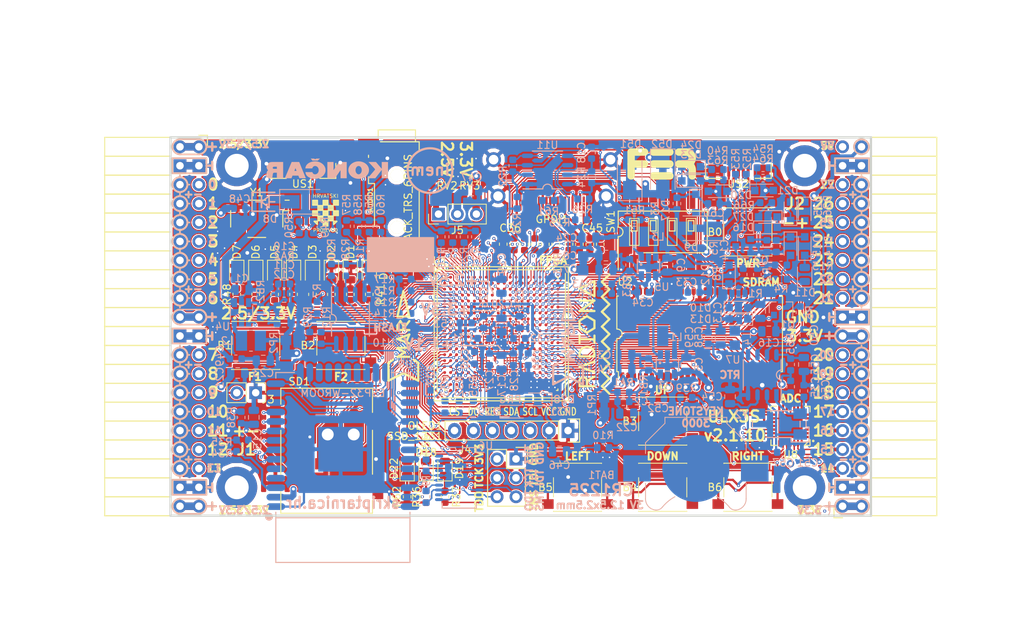
<source format=kicad_pcb>
(kicad_pcb (version 20171130) (host pcbnew 5.0.0+dfsg1-2)
  (layers (0 F.Cu signal) (1 In1.Cu signal) (2 In2.Cu signal) (31 B.Cu signal) (34 B.Paste user) (35 F.Paste user) (36 B.SilkS user) (37 F.SilkS user) (38 B.Mask user) (39 F.Mask user) (44 Edge.Cuts user))
  (net 0 "")
  (net 1 GND)
  (net 2 +5V)
  (net 3 /gpio/IN5V)
  (net 4 /gpio/OUT5V)
  (net 5 +3V3)
  (net 6 BTN_D)
  (net 7 BTN_F1)
  (net 8 BTN_F2)
  (net 9 BTN_L)
  (net 10 BTN_R)
  (net 11 BTN_U)
  (net 12 /power/FB1)
  (net 13 +2V5)
  (net 14 /power/PWREN)
  (net 15 /power/FB3)
  (net 16 /power/FB2)
  (net 17 /power/VBAT)
  (net 18 JTAG_TDI)
  (net 19 JTAG_TCK)
  (net 20 JTAG_TMS)
  (net 21 JTAG_TDO)
  (net 22 /power/WAKEUPn)
  (net 23 /power/WKUP)
  (net 24 /power/SHUT)
  (net 25 /power/WAKE)
  (net 26 /power/HOLD)
  (net 27 /power/WKn)
  (net 28 /power/OSCI_32k)
  (net 29 /power/OSCO_32k)
  (net 30 SHUTDOWN)
  (net 31 GPDI_SDA)
  (net 32 GPDI_SCL)
  (net 33 /gpdi/VREF2)
  (net 34 SD_CMD)
  (net 35 SD_CLK)
  (net 36 SD_D0)
  (net 37 SD_D1)
  (net 38 USB5V)
  (net 39 GPDI_CEC)
  (net 40 nRESET)
  (net 41 FTDI_nDTR)
  (net 42 SDRAM_CKE)
  (net 43 SDRAM_A7)
  (net 44 SDRAM_D15)
  (net 45 SDRAM_BA1)
  (net 46 SDRAM_D7)
  (net 47 SDRAM_A6)
  (net 48 SDRAM_CLK)
  (net 49 SDRAM_D13)
  (net 50 SDRAM_BA0)
  (net 51 SDRAM_D6)
  (net 52 SDRAM_A5)
  (net 53 SDRAM_D14)
  (net 54 SDRAM_A11)
  (net 55 SDRAM_D12)
  (net 56 SDRAM_D5)
  (net 57 SDRAM_A4)
  (net 58 SDRAM_A10)
  (net 59 SDRAM_D11)
  (net 60 SDRAM_A3)
  (net 61 SDRAM_D4)
  (net 62 SDRAM_D10)
  (net 63 SDRAM_D9)
  (net 64 SDRAM_A9)
  (net 65 SDRAM_D3)
  (net 66 SDRAM_D8)
  (net 67 SDRAM_A8)
  (net 68 SDRAM_A2)
  (net 69 SDRAM_A1)
  (net 70 SDRAM_A0)
  (net 71 SDRAM_D2)
  (net 72 SDRAM_D1)
  (net 73 SDRAM_D0)
  (net 74 SDRAM_DQM0)
  (net 75 SDRAM_nCS)
  (net 76 SDRAM_nRAS)
  (net 77 SDRAM_DQM1)
  (net 78 SDRAM_nCAS)
  (net 79 SDRAM_nWE)
  (net 80 /flash/FLASH_nWP)
  (net 81 /flash/FLASH_nHOLD)
  (net 82 /flash/FLASH_MOSI)
  (net 83 /flash/FLASH_MISO)
  (net 84 /flash/FLASH_SCK)
  (net 85 /flash/FLASH_nCS)
  (net 86 /flash/FPGA_PROGRAMN)
  (net 87 /flash/FPGA_DONE)
  (net 88 /flash/FPGA_INITN)
  (net 89 OLED_RES)
  (net 90 OLED_DC)
  (net 91 OLED_CS)
  (net 92 WIFI_EN)
  (net 93 FTDI_nRTS)
  (net 94 FTDI_TXD)
  (net 95 FTDI_RXD)
  (net 96 WIFI_RXD)
  (net 97 WIFI_GPIO0)
  (net 98 WIFI_TXD)
  (net 99 USB_FTDI_D+)
  (net 100 USB_FTDI_D-)
  (net 101 SD_D3)
  (net 102 AUDIO_L3)
  (net 103 AUDIO_L2)
  (net 104 AUDIO_L1)
  (net 105 AUDIO_L0)
  (net 106 AUDIO_R3)
  (net 107 AUDIO_R2)
  (net 108 AUDIO_R1)
  (net 109 AUDIO_R0)
  (net 110 OLED_CLK)
  (net 111 OLED_MOSI)
  (net 112 LED0)
  (net 113 LED1)
  (net 114 LED2)
  (net 115 LED3)
  (net 116 LED4)
  (net 117 LED5)
  (net 118 LED6)
  (net 119 LED7)
  (net 120 BTN_PWRn)
  (net 121 FTDI_nTXLED)
  (net 122 FTDI_nSLEEP)
  (net 123 /blinkey/LED_PWREN)
  (net 124 /blinkey/LED_TXLED)
  (net 125 /sdcard/SD3V3)
  (net 126 SD_D2)
  (net 127 CLK_25MHz)
  (net 128 /blinkey/BTNPUL)
  (net 129 /blinkey/BTNPUR)
  (net 130 USB_FPGA_D+)
  (net 131 /power/FTDI_nSUSPEND)
  (net 132 /blinkey/ALED0)
  (net 133 /blinkey/ALED1)
  (net 134 /blinkey/ALED2)
  (net 135 /blinkey/ALED3)
  (net 136 /blinkey/ALED4)
  (net 137 /blinkey/ALED5)
  (net 138 /blinkey/ALED6)
  (net 139 /blinkey/ALED7)
  (net 140 /usb/FTD-)
  (net 141 /usb/FTD+)
  (net 142 ADC_MISO)
  (net 143 ADC_MOSI)
  (net 144 ADC_CSn)
  (net 145 ADC_SCLK)
  (net 146 SW3)
  (net 147 SW2)
  (net 148 SW1)
  (net 149 USB_FPGA_D-)
  (net 150 /usb/FPD+)
  (net 151 /usb/FPD-)
  (net 152 WIFI_GPIO16)
  (net 153 /usb/ANT_433MHz)
  (net 154 PROG_DONE)
  (net 155 /power/P3V3)
  (net 156 /power/P2V5)
  (net 157 /power/L1)
  (net 158 /power/L3)
  (net 159 /power/L2)
  (net 160 FTDI_TXDEN)
  (net 161 SDRAM_A12)
  (net 162 /analog/AUDIO_V)
  (net 163 AUDIO_V3)
  (net 164 AUDIO_V2)
  (net 165 AUDIO_V1)
  (net 166 AUDIO_V0)
  (net 167 /blinkey/LED_WIFI)
  (net 168 /power/P1V1)
  (net 169 +1V1)
  (net 170 SW4)
  (net 171 /blinkey/SWPU)
  (net 172 /wifi/WIFIEN)
  (net 173 FT2V5)
  (net 174 GN0)
  (net 175 GP0)
  (net 176 GN1)
  (net 177 GP1)
  (net 178 GN2)
  (net 179 GP2)
  (net 180 GN3)
  (net 181 GP3)
  (net 182 GN4)
  (net 183 GP4)
  (net 184 GN5)
  (net 185 GP5)
  (net 186 GN6)
  (net 187 GP6)
  (net 188 GN14)
  (net 189 GP14)
  (net 190 GN15)
  (net 191 GP15)
  (net 192 GN16)
  (net 193 GP16)
  (net 194 GN17)
  (net 195 GP17)
  (net 196 GN18)
  (net 197 GP18)
  (net 198 GN19)
  (net 199 GP19)
  (net 200 GN20)
  (net 201 GP20)
  (net 202 GN21)
  (net 203 GP21)
  (net 204 GN22)
  (net 205 GP22)
  (net 206 GN23)
  (net 207 GP23)
  (net 208 GN24)
  (net 209 GP24)
  (net 210 GN25)
  (net 211 GP25)
  (net 212 GN26)
  (net 213 GP26)
  (net 214 GN27)
  (net 215 GP27)
  (net 216 GN7)
  (net 217 GP7)
  (net 218 GN8)
  (net 219 GP8)
  (net 220 GN9)
  (net 221 GP9)
  (net 222 GN10)
  (net 223 GP10)
  (net 224 GN11)
  (net 225 GP11)
  (net 226 GN12)
  (net 227 GP12)
  (net 228 GN13)
  (net 229 GP13)
  (net 230 WIFI_GPIO5)
  (net 231 WIFI_GPIO17)
  (net 232 USB_FPGA_PULL_D+)
  (net 233 USB_FPGA_PULL_D-)
  (net 234 "Net-(D23-Pad2)")
  (net 235 "Net-(D24-Pad1)")
  (net 236 "Net-(D25-Pad2)")
  (net 237 "Net-(D26-Pad1)")
  (net 238 /gpdi/GPDI_ETH+)
  (net 239 FPDI_ETH+)
  (net 240 /gpdi/GPDI_ETH-)
  (net 241 FPDI_ETH-)
  (net 242 /gpdi/GPDI_D2-)
  (net 243 FPDI_D2-)
  (net 244 /gpdi/GPDI_D1-)
  (net 245 FPDI_D1-)
  (net 246 /gpdi/GPDI_D0-)
  (net 247 FPDI_D0-)
  (net 248 /gpdi/GPDI_CLK-)
  (net 249 FPDI_CLK-)
  (net 250 /gpdi/GPDI_D2+)
  (net 251 FPDI_D2+)
  (net 252 /gpdi/GPDI_D1+)
  (net 253 FPDI_D1+)
  (net 254 /gpdi/GPDI_D0+)
  (net 255 FPDI_D0+)
  (net 256 /gpdi/GPDI_CLK+)
  (net 257 FPDI_CLK+)
  (net 258 FPDI_SDA)
  (net 259 FPDI_SCL)
  (net 260 /gpdi/FPDI_CEC)
  (net 261 2V5_3V3)
  (net 262 /usb/US2VBUS)
  (net 263 /power/SHD)
  (net 264 /power/RTCVDD)
  (net 265 "Net-(D27-Pad2)")
  (net 266 US2_ID)
  (net 267 /analog/AUDIO_L)
  (net 268 /analog/AUDIO_R)
  (net 269 /analog/ADC3V3)
  (net 270 PWRBTn)
  (net 271 USER_PROGRAMN)
  (module lfe5bg381:BGA-381_pitch0.8mm_dia0.4mm (layer F.Cu) (at 138.48 87.8)
    (fp_text reference U1 (at -8.2 -9.8) (layer F.SilkS))
    (fp_text value LFE5U-85F-6BG381C hide)
    (pad Y19 smd circle (at 6.8 7.6) (size 0.4 0.4) (layers F.Cu F.Paste F.Mask) (net 1 GND))
    (pad Y17 smd circle (at 5.2 7.6) (size 0.4 0.4) (layers F.Cu F.Paste F.Mask) (net 1 GND))
    (pad Y16 smd circle (at 4.4 7.6) (size 0.4 0.4) (layers F.Cu F.Paste F.Mask) (net 1 GND))
    (pad Y15 smd circle (at 3.6 7.6) (size 0.4 0.4) (layers F.Cu F.Paste F.Mask) (net 1 GND))
    (pad Y14 smd circle (at 2.8 7.6) (size 0.4 0.4) (layers F.Cu F.Paste F.Mask) (net 1 GND))
    (pad Y12 smd circle (at 1.2 7.6) (size 0.4 0.4) (layers F.Cu F.Paste F.Mask) (net 1 GND))
    (pad Y11 smd circle (at 0.4 7.6) (size 0.4 0.4) (layers F.Cu F.Paste F.Mask) (net 1 GND))
    (pad Y8 smd circle (at -2 7.6) (size 0.4 0.4) (layers F.Cu F.Paste F.Mask) (net 1 GND))
    (pad Y7 smd circle (at -2.8 7.6) (size 0.4 0.4) (layers F.Cu F.Paste F.Mask) (net 1 GND))
    (pad Y6 smd circle (at -3.6 7.6) (size 0.4 0.4) (layers F.Cu F.Paste F.Mask) (net 1 GND))
    (pad Y5 smd circle (at -4.4 7.6) (size 0.4 0.4) (layers F.Cu F.Paste F.Mask) (net 1 GND))
    (pad Y3 smd circle (at -6 7.6) (size 0.4 0.4) (layers F.Cu F.Paste F.Mask) (net 87 /flash/FPGA_DONE))
    (pad Y2 smd circle (at -6.8 7.6) (size 0.4 0.4) (layers F.Cu F.Paste F.Mask) (net 80 /flash/FLASH_nWP))
    (pad W20 smd circle (at 7.6 6.8) (size 0.4 0.4) (layers F.Cu F.Paste F.Mask) (net 1 GND))
    (pad W19 smd circle (at 6.8 6.8) (size 0.4 0.4) (layers F.Cu F.Paste F.Mask) (net 1 GND))
    (pad W18 smd circle (at 6 6.8) (size 0.4 0.4) (layers F.Cu F.Paste F.Mask))
    (pad W17 smd circle (at 5.2 6.8) (size 0.4 0.4) (layers F.Cu F.Paste F.Mask))
    (pad W16 smd circle (at 4.4 6.8) (size 0.4 0.4) (layers F.Cu F.Paste F.Mask) (net 1 GND))
    (pad W15 smd circle (at 3.6 6.8) (size 0.4 0.4) (layers F.Cu F.Paste F.Mask) (net 1 GND))
    (pad W14 smd circle (at 2.8 6.8) (size 0.4 0.4) (layers F.Cu F.Paste F.Mask))
    (pad W13 smd circle (at 2 6.8) (size 0.4 0.4) (layers F.Cu F.Paste F.Mask))
    (pad W12 smd circle (at 1.2 6.8) (size 0.4 0.4) (layers F.Cu F.Paste F.Mask) (net 1 GND))
    (pad W11 smd circle (at 0.4 6.8) (size 0.4 0.4) (layers F.Cu F.Paste F.Mask))
    (pad W10 smd circle (at -0.4 6.8) (size 0.4 0.4) (layers F.Cu F.Paste F.Mask))
    (pad W9 smd circle (at -1.2 6.8) (size 0.4 0.4) (layers F.Cu F.Paste F.Mask))
    (pad W8 smd circle (at -2 6.8) (size 0.4 0.4) (layers F.Cu F.Paste F.Mask))
    (pad W7 smd circle (at -2.8 6.8) (size 0.4 0.4) (layers F.Cu F.Paste F.Mask) (net 1 GND))
    (pad W6 smd circle (at -3.6 6.8) (size 0.4 0.4) (layers F.Cu F.Paste F.Mask) (net 1 GND))
    (pad W5 smd circle (at -4.4 6.8) (size 0.4 0.4) (layers F.Cu F.Paste F.Mask))
    (pad W4 smd circle (at -5.2 6.8) (size 0.4 0.4) (layers F.Cu F.Paste F.Mask))
    (pad W3 smd circle (at -6 6.8) (size 0.4 0.4) (layers F.Cu F.Paste F.Mask) (net 86 /flash/FPGA_PROGRAMN))
    (pad W2 smd circle (at -6.8 6.8) (size 0.4 0.4) (layers F.Cu F.Paste F.Mask) (net 82 /flash/FLASH_MOSI))
    (pad W1 smd circle (at -7.6 6.8) (size 0.4 0.4) (layers F.Cu F.Paste F.Mask) (net 81 /flash/FLASH_nHOLD))
    (pad V20 smd circle (at 7.6 6) (size 0.4 0.4) (layers F.Cu F.Paste F.Mask) (net 1 GND))
    (pad V19 smd circle (at 6.8 6) (size 0.4 0.4) (layers F.Cu F.Paste F.Mask) (net 1 GND))
    (pad V18 smd circle (at 6 6) (size 0.4 0.4) (layers F.Cu F.Paste F.Mask) (net 1 GND))
    (pad V17 smd circle (at 5.2 6) (size 0.4 0.4) (layers F.Cu F.Paste F.Mask) (net 1 GND))
    (pad V16 smd circle (at 4.4 6) (size 0.4 0.4) (layers F.Cu F.Paste F.Mask) (net 1 GND))
    (pad V15 smd circle (at 3.6 6) (size 0.4 0.4) (layers F.Cu F.Paste F.Mask) (net 1 GND))
    (pad V14 smd circle (at 2.8 6) (size 0.4 0.4) (layers F.Cu F.Paste F.Mask) (net 1 GND))
    (pad V13 smd circle (at 2 6) (size 0.4 0.4) (layers F.Cu F.Paste F.Mask) (net 1 GND))
    (pad V12 smd circle (at 1.2 6) (size 0.4 0.4) (layers F.Cu F.Paste F.Mask) (net 1 GND))
    (pad V11 smd circle (at 0.4 6) (size 0.4 0.4) (layers F.Cu F.Paste F.Mask) (net 1 GND))
    (pad V10 smd circle (at -0.4 6) (size 0.4 0.4) (layers F.Cu F.Paste F.Mask) (net 1 GND))
    (pad V9 smd circle (at -1.2 6) (size 0.4 0.4) (layers F.Cu F.Paste F.Mask) (net 1 GND))
    (pad V8 smd circle (at -2 6) (size 0.4 0.4) (layers F.Cu F.Paste F.Mask) (net 1 GND))
    (pad V7 smd circle (at -2.8 6) (size 0.4 0.4) (layers F.Cu F.Paste F.Mask) (net 1 GND))
    (pad V6 smd circle (at -3.6 6) (size 0.4 0.4) (layers F.Cu F.Paste F.Mask) (net 1 GND))
    (pad V5 smd circle (at -4.4 6) (size 0.4 0.4) (layers F.Cu F.Paste F.Mask) (net 1 GND))
    (pad V4 smd circle (at -5.2 6) (size 0.4 0.4) (layers F.Cu F.Paste F.Mask) (net 21 JTAG_TDO))
    (pad V3 smd circle (at -6 6) (size 0.4 0.4) (layers F.Cu F.Paste F.Mask) (net 88 /flash/FPGA_INITN))
    (pad V2 smd circle (at -6.8 6) (size 0.4 0.4) (layers F.Cu F.Paste F.Mask) (net 83 /flash/FLASH_MISO))
    (pad V1 smd circle (at -7.6 6) (size 0.4 0.4) (layers F.Cu F.Paste F.Mask) (net 6 BTN_D))
    (pad U20 smd circle (at 7.6 5.2) (size 0.4 0.4) (layers F.Cu F.Paste F.Mask) (net 46 SDRAM_D7))
    (pad U19 smd circle (at 6.8 5.2) (size 0.4 0.4) (layers F.Cu F.Paste F.Mask) (net 74 SDRAM_DQM0))
    (pad U18 smd circle (at 6 5.2) (size 0.4 0.4) (layers F.Cu F.Paste F.Mask) (net 189 GP14))
    (pad U17 smd circle (at 5.2 5.2) (size 0.4 0.4) (layers F.Cu F.Paste F.Mask) (net 188 GN14))
    (pad U16 smd circle (at 4.4 5.2) (size 0.4 0.4) (layers F.Cu F.Paste F.Mask) (net 142 ADC_MISO))
    (pad U15 smd circle (at 3.6 5.2) (size 0.4 0.4) (layers F.Cu F.Paste F.Mask) (net 1 GND))
    (pad U14 smd circle (at 2.8 5.2) (size 0.4 0.4) (layers F.Cu F.Paste F.Mask) (net 1 GND))
    (pad U13 smd circle (at 2 5.2) (size 0.4 0.4) (layers F.Cu F.Paste F.Mask) (net 1 GND))
    (pad U12 smd circle (at 1.2 5.2) (size 0.4 0.4) (layers F.Cu F.Paste F.Mask) (net 1 GND))
    (pad U11 smd circle (at 0.4 5.2) (size 0.4 0.4) (layers F.Cu F.Paste F.Mask) (net 1 GND))
    (pad U10 smd circle (at -0.4 5.2) (size 0.4 0.4) (layers F.Cu F.Paste F.Mask) (net 1 GND))
    (pad U9 smd circle (at -1.2 5.2) (size 0.4 0.4) (layers F.Cu F.Paste F.Mask) (net 1 GND))
    (pad U8 smd circle (at -2 5.2) (size 0.4 0.4) (layers F.Cu F.Paste F.Mask) (net 1 GND))
    (pad U7 smd circle (at -2.8 5.2) (size 0.4 0.4) (layers F.Cu F.Paste F.Mask) (net 1 GND))
    (pad U6 smd circle (at -3.6 5.2) (size 0.4 0.4) (layers F.Cu F.Paste F.Mask) (net 1 GND))
    (pad U5 smd circle (at -4.4 5.2) (size 0.4 0.4) (layers F.Cu F.Paste F.Mask) (net 20 JTAG_TMS))
    (pad U4 smd circle (at -5.2 5.2) (size 0.4 0.4) (layers F.Cu F.Paste F.Mask) (net 1 GND))
    (pad U3 smd circle (at -6 5.2) (size 0.4 0.4) (layers F.Cu F.Paste F.Mask) (net 84 /flash/FLASH_SCK))
    (pad U2 smd circle (at -6.8 5.2) (size 0.4 0.4) (layers F.Cu F.Paste F.Mask) (net 5 +3V3))
    (pad U1 smd circle (at -7.6 5.2) (size 0.4 0.4) (layers F.Cu F.Paste F.Mask) (net 9 BTN_L))
    (pad T20 smd circle (at 7.6 4.4) (size 0.4 0.4) (layers F.Cu F.Paste F.Mask) (net 79 SDRAM_nWE))
    (pad T19 smd circle (at 6.8 4.4) (size 0.4 0.4) (layers F.Cu F.Paste F.Mask) (net 78 SDRAM_nCAS))
    (pad T18 smd circle (at 6 4.4) (size 0.4 0.4) (layers F.Cu F.Paste F.Mask) (net 56 SDRAM_D5))
    (pad T17 smd circle (at 5.2 4.4) (size 0.4 0.4) (layers F.Cu F.Paste F.Mask) (net 51 SDRAM_D6))
    (pad T16 smd circle (at 4.4 4.4) (size 0.4 0.4) (layers F.Cu F.Paste F.Mask))
    (pad T15 smd circle (at 3.6 4.4) (size 0.4 0.4) (layers F.Cu F.Paste F.Mask) (net 1 GND))
    (pad T14 smd circle (at 2.8 4.4) (size 0.4 0.4) (layers F.Cu F.Paste F.Mask) (net 1 GND))
    (pad T13 smd circle (at 2 4.4) (size 0.4 0.4) (layers F.Cu F.Paste F.Mask) (net 1 GND))
    (pad T12 smd circle (at 1.2 4.4) (size 0.4 0.4) (layers F.Cu F.Paste F.Mask) (net 1 GND))
    (pad T11 smd circle (at 0.4 4.4) (size 0.4 0.4) (layers F.Cu F.Paste F.Mask) (net 1 GND))
    (pad T10 smd circle (at -0.4 4.4) (size 0.4 0.4) (layers F.Cu F.Paste F.Mask) (net 1 GND))
    (pad T9 smd circle (at -1.2 4.4) (size 0.4 0.4) (layers F.Cu F.Paste F.Mask) (net 1 GND))
    (pad T8 smd circle (at -2 4.4) (size 0.4 0.4) (layers F.Cu F.Paste F.Mask) (net 1 GND))
    (pad T7 smd circle (at -2.8 4.4) (size 0.4 0.4) (layers F.Cu F.Paste F.Mask) (net 1 GND))
    (pad T6 smd circle (at -3.6 4.4) (size 0.4 0.4) (layers F.Cu F.Paste F.Mask) (net 1 GND))
    (pad T5 smd circle (at -4.4 4.4) (size 0.4 0.4) (layers F.Cu F.Paste F.Mask) (net 19 JTAG_TCK))
    (pad T4 smd circle (at -5.2 4.4) (size 0.4 0.4) (layers F.Cu F.Paste F.Mask) (net 5 +3V3))
    (pad T3 smd circle (at -6 4.4) (size 0.4 0.4) (layers F.Cu F.Paste F.Mask) (net 5 +3V3))
    (pad T2 smd circle (at -6.8 4.4) (size 0.4 0.4) (layers F.Cu F.Paste F.Mask) (net 5 +3V3))
    (pad T1 smd circle (at -7.6 4.4) (size 0.4 0.4) (layers F.Cu F.Paste F.Mask) (net 8 BTN_F2))
    (pad R20 smd circle (at 7.6 3.6) (size 0.4 0.4) (layers F.Cu F.Paste F.Mask) (net 76 SDRAM_nRAS))
    (pad R19 smd circle (at 6.8 3.6) (size 0.4 0.4) (layers F.Cu F.Paste F.Mask) (net 1 GND))
    (pad R18 smd circle (at 6 3.6) (size 0.4 0.4) (layers F.Cu F.Paste F.Mask) (net 11 BTN_U))
    (pad R17 smd circle (at 5.2 3.6) (size 0.4 0.4) (layers F.Cu F.Paste F.Mask) (net 144 ADC_CSn))
    (pad R16 smd circle (at 4.4 3.6) (size 0.4 0.4) (layers F.Cu F.Paste F.Mask) (net 143 ADC_MOSI))
    (pad R5 smd circle (at -4.4 3.6) (size 0.4 0.4) (layers F.Cu F.Paste F.Mask) (net 18 JTAG_TDI))
    (pad R4 smd circle (at -5.2 3.6) (size 0.4 0.4) (layers F.Cu F.Paste F.Mask) (net 1 GND))
    (pad R3 smd circle (at -6 3.6) (size 0.4 0.4) (layers F.Cu F.Paste F.Mask))
    (pad R2 smd circle (at -6.8 3.6) (size 0.4 0.4) (layers F.Cu F.Paste F.Mask) (net 85 /flash/FLASH_nCS))
    (pad R1 smd circle (at -7.6 3.6) (size 0.4 0.4) (layers F.Cu F.Paste F.Mask) (net 7 BTN_F1))
    (pad P20 smd circle (at 7.6 2.8) (size 0.4 0.4) (layers F.Cu F.Paste F.Mask) (net 75 SDRAM_nCS))
    (pad P19 smd circle (at 6.8 2.8) (size 0.4 0.4) (layers F.Cu F.Paste F.Mask) (net 50 SDRAM_BA0))
    (pad P18 smd circle (at 6 2.8) (size 0.4 0.4) (layers F.Cu F.Paste F.Mask) (net 61 SDRAM_D4))
    (pad P17 smd circle (at 5.2 2.8) (size 0.4 0.4) (layers F.Cu F.Paste F.Mask) (net 145 ADC_SCLK))
    (pad P16 smd circle (at 4.4 2.8) (size 0.4 0.4) (layers F.Cu F.Paste F.Mask) (net 190 GN15))
    (pad P15 smd circle (at 3.6 2.8) (size 0.4 0.4) (layers F.Cu F.Paste F.Mask) (net 13 +2V5))
    (pad P14 smd circle (at 2.8 2.8) (size 0.4 0.4) (layers F.Cu F.Paste F.Mask) (net 1 GND))
    (pad P13 smd circle (at 2 2.8) (size 0.4 0.4) (layers F.Cu F.Paste F.Mask) (net 1 GND))
    (pad P12 smd circle (at 1.2 2.8) (size 0.4 0.4) (layers F.Cu F.Paste F.Mask) (net 1 GND))
    (pad P11 smd circle (at 0.4 2.8) (size 0.4 0.4) (layers F.Cu F.Paste F.Mask) (net 1 GND))
    (pad P10 smd circle (at -0.4 2.8) (size 0.4 0.4) (layers F.Cu F.Paste F.Mask) (net 5 +3V3))
    (pad P9 smd circle (at -1.2 2.8) (size 0.4 0.4) (layers F.Cu F.Paste F.Mask) (net 5 +3V3))
    (pad P8 smd circle (at -2 2.8) (size 0.4 0.4) (layers F.Cu F.Paste F.Mask) (net 1 GND))
    (pad P7 smd circle (at -2.8 2.8) (size 0.4 0.4) (layers F.Cu F.Paste F.Mask) (net 1 GND))
    (pad P6 smd circle (at -3.6 2.8) (size 0.4 0.4) (layers F.Cu F.Paste F.Mask) (net 13 +2V5))
    (pad P5 smd circle (at -4.4 2.8) (size 0.4 0.4) (layers F.Cu F.Paste F.Mask))
    (pad P4 smd circle (at -5.2 2.8) (size 0.4 0.4) (layers F.Cu F.Paste F.Mask) (net 110 OLED_CLK))
    (pad P3 smd circle (at -6 2.8) (size 0.4 0.4) (layers F.Cu F.Paste F.Mask) (net 111 OLED_MOSI))
    (pad P2 smd circle (at -6.8 2.8) (size 0.4 0.4) (layers F.Cu F.Paste F.Mask) (net 89 OLED_RES))
    (pad P1 smd circle (at -7.6 2.8) (size 0.4 0.4) (layers F.Cu F.Paste F.Mask) (net 90 OLED_DC))
    (pad N20 smd circle (at 7.6 2) (size 0.4 0.4) (layers F.Cu F.Paste F.Mask) (net 45 SDRAM_BA1))
    (pad N19 smd circle (at 6.8 2) (size 0.4 0.4) (layers F.Cu F.Paste F.Mask) (net 58 SDRAM_A10))
    (pad N18 smd circle (at 6 2) (size 0.4 0.4) (layers F.Cu F.Paste F.Mask) (net 65 SDRAM_D3))
    (pad N17 smd circle (at 5.2 2) (size 0.4 0.4) (layers F.Cu F.Paste F.Mask) (net 191 GP15))
    (pad N16 smd circle (at 4.4 2) (size 0.4 0.4) (layers F.Cu F.Paste F.Mask) (net 193 GP16))
    (pad N15 smd circle (at 3.6 2) (size 0.4 0.4) (layers F.Cu F.Paste F.Mask) (net 1 GND))
    (pad N14 smd circle (at 2.8 2) (size 0.4 0.4) (layers F.Cu F.Paste F.Mask) (net 1 GND))
    (pad N13 smd circle (at 2 2) (size 0.4 0.4) (layers F.Cu F.Paste F.Mask) (net 169 +1V1))
    (pad N12 smd circle (at 1.2 2) (size 0.4 0.4) (layers F.Cu F.Paste F.Mask) (net 169 +1V1))
    (pad N11 smd circle (at 0.4 2) (size 0.4 0.4) (layers F.Cu F.Paste F.Mask) (net 169 +1V1))
    (pad N10 smd circle (at -0.4 2) (size 0.4 0.4) (layers F.Cu F.Paste F.Mask) (net 169 +1V1))
    (pad N9 smd circle (at -1.2 2) (size 0.4 0.4) (layers F.Cu F.Paste F.Mask) (net 169 +1V1))
    (pad N8 smd circle (at -2 2) (size 0.4 0.4) (layers F.Cu F.Paste F.Mask) (net 169 +1V1))
    (pad N7 smd circle (at -2.8 2) (size 0.4 0.4) (layers F.Cu F.Paste F.Mask) (net 1 GND))
    (pad N6 smd circle (at -3.6 2) (size 0.4 0.4) (layers F.Cu F.Paste F.Mask) (net 1 GND))
    (pad N5 smd circle (at -4.4 2) (size 0.4 0.4) (layers F.Cu F.Paste F.Mask))
    (pad N4 smd circle (at -5.2 2) (size 0.4 0.4) (layers F.Cu F.Paste F.Mask) (net 230 WIFI_GPIO5))
    (pad N3 smd circle (at -6 2) (size 0.4 0.4) (layers F.Cu F.Paste F.Mask) (net 231 WIFI_GPIO17))
    (pad N2 smd circle (at -6.8 2) (size 0.4 0.4) (layers F.Cu F.Paste F.Mask) (net 91 OLED_CS))
    (pad N1 smd circle (at -7.6 2) (size 0.4 0.4) (layers F.Cu F.Paste F.Mask) (net 41 FTDI_nDTR))
    (pad M20 smd circle (at 7.6 1.2) (size 0.4 0.4) (layers F.Cu F.Paste F.Mask) (net 70 SDRAM_A0))
    (pad M19 smd circle (at 6.8 1.2) (size 0.4 0.4) (layers F.Cu F.Paste F.Mask) (net 69 SDRAM_A1))
    (pad M18 smd circle (at 6 1.2) (size 0.4 0.4) (layers F.Cu F.Paste F.Mask) (net 71 SDRAM_D2))
    (pad M17 smd circle (at 5.2 1.2) (size 0.4 0.4) (layers F.Cu F.Paste F.Mask) (net 192 GN16))
    (pad M16 smd circle (at 4.4 1.2) (size 0.4 0.4) (layers F.Cu F.Paste F.Mask) (net 1 GND))
    (pad M15 smd circle (at 3.6 1.2) (size 0.4 0.4) (layers F.Cu F.Paste F.Mask) (net 5 +3V3))
    (pad M14 smd circle (at 2.8 1.2) (size 0.4 0.4) (layers F.Cu F.Paste F.Mask) (net 1 GND))
    (pad M13 smd circle (at 2 1.2) (size 0.4 0.4) (layers F.Cu F.Paste F.Mask) (net 169 +1V1))
    (pad M12 smd circle (at 1.2 1.2) (size 0.4 0.4) (layers F.Cu F.Paste F.Mask) (net 1 GND))
    (pad M11 smd circle (at 0.4 1.2) (size 0.4 0.4) (layers F.Cu F.Paste F.Mask) (net 1 GND))
    (pad M10 smd circle (at -0.4 1.2) (size 0.4 0.4) (layers F.Cu F.Paste F.Mask) (net 1 GND))
    (pad M9 smd circle (at -1.2 1.2) (size 0.4 0.4) (layers F.Cu F.Paste F.Mask) (net 1 GND))
    (pad M8 smd circle (at -2 1.2) (size 0.4 0.4) (layers F.Cu F.Paste F.Mask) (net 169 +1V1))
    (pad M7 smd circle (at -2.8 1.2) (size 0.4 0.4) (layers F.Cu F.Paste F.Mask) (net 1 GND))
    (pad M6 smd circle (at -3.6 1.2) (size 0.4 0.4) (layers F.Cu F.Paste F.Mask) (net 5 +3V3))
    (pad M5 smd circle (at -4.4 1.2) (size 0.4 0.4) (layers F.Cu F.Paste F.Mask))
    (pad M4 smd circle (at -5.2 1.2) (size 0.4 0.4) (layers F.Cu F.Paste F.Mask) (net 271 USER_PROGRAMN))
    (pad M3 smd circle (at -6 1.2) (size 0.4 0.4) (layers F.Cu F.Paste F.Mask) (net 93 FTDI_nRTS))
    (pad M2 smd circle (at -6.8 1.2) (size 0.4 0.4) (layers F.Cu F.Paste F.Mask) (net 1 GND))
    (pad M1 smd circle (at -7.6 1.2) (size 0.4 0.4) (layers F.Cu F.Paste F.Mask) (net 94 FTDI_TXD))
    (pad L20 smd circle (at 7.6 0.4) (size 0.4 0.4) (layers F.Cu F.Paste F.Mask) (net 68 SDRAM_A2))
    (pad L19 smd circle (at 6.8 0.4) (size 0.4 0.4) (layers F.Cu F.Paste F.Mask) (net 60 SDRAM_A3))
    (pad L18 smd circle (at 6 0.4) (size 0.4 0.4) (layers F.Cu F.Paste F.Mask) (net 72 SDRAM_D1))
    (pad L17 smd circle (at 5.2 0.4) (size 0.4 0.4) (layers F.Cu F.Paste F.Mask) (net 194 GN17))
    (pad L16 smd circle (at 4.4 0.4) (size 0.4 0.4) (layers F.Cu F.Paste F.Mask) (net 195 GP17))
    (pad L15 smd circle (at 3.6 0.4) (size 0.4 0.4) (layers F.Cu F.Paste F.Mask) (net 5 +3V3))
    (pad L14 smd circle (at 2.8 0.4) (size 0.4 0.4) (layers F.Cu F.Paste F.Mask) (net 5 +3V3))
    (pad L13 smd circle (at 2 0.4) (size 0.4 0.4) (layers F.Cu F.Paste F.Mask) (net 169 +1V1))
    (pad L12 smd circle (at 1.2 0.4) (size 0.4 0.4) (layers F.Cu F.Paste F.Mask) (net 1 GND))
    (pad L11 smd circle (at 0.4 0.4) (size 0.4 0.4) (layers F.Cu F.Paste F.Mask) (net 1 GND))
    (pad L10 smd circle (at -0.4 0.4) (size 0.4 0.4) (layers F.Cu F.Paste F.Mask) (net 1 GND))
    (pad L9 smd circle (at -1.2 0.4) (size 0.4 0.4) (layers F.Cu F.Paste F.Mask) (net 1 GND))
    (pad L8 smd circle (at -2 0.4) (size 0.4 0.4) (layers F.Cu F.Paste F.Mask) (net 169 +1V1))
    (pad L7 smd circle (at -2.8 0.4) (size 0.4 0.4) (layers F.Cu F.Paste F.Mask) (net 5 +3V3))
    (pad L6 smd circle (at -3.6 0.4) (size 0.4 0.4) (layers F.Cu F.Paste F.Mask) (net 5 +3V3))
    (pad L5 smd circle (at -4.4 0.4) (size 0.4 0.4) (layers F.Cu F.Paste F.Mask))
    (pad L4 smd circle (at -5.2 0.4) (size 0.4 0.4) (layers F.Cu F.Paste F.Mask) (net 95 FTDI_RXD))
    (pad L3 smd circle (at -6 0.4) (size 0.4 0.4) (layers F.Cu F.Paste F.Mask) (net 160 FTDI_TXDEN))
    (pad L2 smd circle (at -6.8 0.4) (size 0.4 0.4) (layers F.Cu F.Paste F.Mask) (net 97 WIFI_GPIO0))
    (pad L1 smd circle (at -7.6 0.4) (size 0.4 0.4) (layers F.Cu F.Paste F.Mask) (net 152 WIFI_GPIO16))
    (pad K20 smd circle (at 7.6 -0.4) (size 0.4 0.4) (layers F.Cu F.Paste F.Mask) (net 57 SDRAM_A4))
    (pad K19 smd circle (at 6.8 -0.4) (size 0.4 0.4) (layers F.Cu F.Paste F.Mask) (net 52 SDRAM_A5))
    (pad K18 smd circle (at 6 -0.4) (size 0.4 0.4) (layers F.Cu F.Paste F.Mask) (net 47 SDRAM_A6))
    (pad K17 smd circle (at 5.2 -0.4) (size 0.4 0.4) (layers F.Cu F.Paste F.Mask))
    (pad K16 smd circle (at 4.4 -0.4) (size 0.4 0.4) (layers F.Cu F.Paste F.Mask))
    (pad K15 smd circle (at 3.6 -0.4) (size 0.4 0.4) (layers F.Cu F.Paste F.Mask) (net 1 GND))
    (pad K14 smd circle (at 2.8 -0.4) (size 0.4 0.4) (layers F.Cu F.Paste F.Mask) (net 1 GND))
    (pad K13 smd circle (at 2 -0.4) (size 0.4 0.4) (layers F.Cu F.Paste F.Mask) (net 169 +1V1))
    (pad K12 smd circle (at 1.2 -0.4) (size 0.4 0.4) (layers F.Cu F.Paste F.Mask) (net 1 GND))
    (pad K11 smd circle (at 0.4 -0.4) (size 0.4 0.4) (layers F.Cu F.Paste F.Mask) (net 1 GND))
    (pad K10 smd circle (at -0.4 -0.4) (size 0.4 0.4) (layers F.Cu F.Paste F.Mask) (net 1 GND))
    (pad K9 smd circle (at -1.2 -0.4) (size 0.4 0.4) (layers F.Cu F.Paste F.Mask) (net 1 GND))
    (pad K8 smd circle (at -2 -0.4) (size 0.4 0.4) (layers F.Cu F.Paste F.Mask) (net 169 +1V1))
    (pad K7 smd circle (at -2.8 -0.4) (size 0.4 0.4) (layers F.Cu F.Paste F.Mask) (net 1 GND))
    (pad K6 smd circle (at -3.6 -0.4) (size 0.4 0.4) (layers F.Cu F.Paste F.Mask) (net 1 GND))
    (pad K5 smd circle (at -4.4 -0.4) (size 0.4 0.4) (layers F.Cu F.Paste F.Mask))
    (pad K4 smd circle (at -5.2 -0.4) (size 0.4 0.4) (layers F.Cu F.Paste F.Mask) (net 98 WIFI_TXD))
    (pad K3 smd circle (at -6 -0.4) (size 0.4 0.4) (layers F.Cu F.Paste F.Mask) (net 96 WIFI_RXD))
    (pad K2 smd circle (at -6.8 -0.4) (size 0.4 0.4) (layers F.Cu F.Paste F.Mask) (net 101 SD_D3))
    (pad K1 smd circle (at -7.6 -0.4) (size 0.4 0.4) (layers F.Cu F.Paste F.Mask) (net 126 SD_D2))
    (pad J20 smd circle (at 7.6 -1.2) (size 0.4 0.4) (layers F.Cu F.Paste F.Mask) (net 43 SDRAM_A7))
    (pad J19 smd circle (at 6.8 -1.2) (size 0.4 0.4) (layers F.Cu F.Paste F.Mask) (net 67 SDRAM_A8))
    (pad J18 smd circle (at 6 -1.2) (size 0.4 0.4) (layers F.Cu F.Paste F.Mask) (net 53 SDRAM_D14))
    (pad J17 smd circle (at 5.2 -1.2) (size 0.4 0.4) (layers F.Cu F.Paste F.Mask) (net 44 SDRAM_D15))
    (pad J16 smd circle (at 4.4 -1.2) (size 0.4 0.4) (layers F.Cu F.Paste F.Mask) (net 73 SDRAM_D0))
    (pad J15 smd circle (at 3.6 -1.2) (size 0.4 0.4) (layers F.Cu F.Paste F.Mask) (net 5 +3V3))
    (pad J14 smd circle (at 2.8 -1.2) (size 0.4 0.4) (layers F.Cu F.Paste F.Mask) (net 1 GND))
    (pad J13 smd circle (at 2 -1.2) (size 0.4 0.4) (layers F.Cu F.Paste F.Mask) (net 169 +1V1))
    (pad J12 smd circle (at 1.2 -1.2) (size 0.4 0.4) (layers F.Cu F.Paste F.Mask) (net 1 GND))
    (pad J11 smd circle (at 0.4 -1.2) (size 0.4 0.4) (layers F.Cu F.Paste F.Mask) (net 1 GND))
    (pad J10 smd circle (at -0.4 -1.2) (size 0.4 0.4) (layers F.Cu F.Paste F.Mask) (net 1 GND))
    (pad J9 smd circle (at -1.2 -1.2) (size 0.4 0.4) (layers F.Cu F.Paste F.Mask) (net 1 GND))
    (pad J8 smd circle (at -2 -1.2) (size 0.4 0.4) (layers F.Cu F.Paste F.Mask) (net 169 +1V1))
    (pad J7 smd circle (at -2.8 -1.2) (size 0.4 0.4) (layers F.Cu F.Paste F.Mask) (net 1 GND))
    (pad J6 smd circle (at -3.6 -1.2) (size 0.4 0.4) (layers F.Cu F.Paste F.Mask) (net 261 2V5_3V3))
    (pad J5 smd circle (at -4.4 -1.2) (size 0.4 0.4) (layers F.Cu F.Paste F.Mask))
    (pad J4 smd circle (at -5.2 -1.2) (size 0.4 0.4) (layers F.Cu F.Paste F.Mask))
    (pad J3 smd circle (at -6 -1.2) (size 0.4 0.4) (layers F.Cu F.Paste F.Mask) (net 36 SD_D0))
    (pad J2 smd circle (at -6.8 -1.2) (size 0.4 0.4) (layers F.Cu F.Paste F.Mask) (net 1 GND))
    (pad J1 smd circle (at -7.6 -1.2) (size 0.4 0.4) (layers F.Cu F.Paste F.Mask) (net 34 SD_CMD))
    (pad H20 smd circle (at 7.6 -2) (size 0.4 0.4) (layers F.Cu F.Paste F.Mask) (net 64 SDRAM_A9))
    (pad H19 smd circle (at 6.8 -2) (size 0.4 0.4) (layers F.Cu F.Paste F.Mask) (net 1 GND))
    (pad H18 smd circle (at 6 -2) (size 0.4 0.4) (layers F.Cu F.Paste F.Mask) (net 197 GP18))
    (pad H17 smd circle (at 5.2 -2) (size 0.4 0.4) (layers F.Cu F.Paste F.Mask) (net 196 GN18))
    (pad H16 smd circle (at 4.4 -2) (size 0.4 0.4) (layers F.Cu F.Paste F.Mask) (net 10 BTN_R))
    (pad H15 smd circle (at 3.6 -2) (size 0.4 0.4) (layers F.Cu F.Paste F.Mask) (net 5 +3V3))
    (pad H14 smd circle (at 2.8 -2) (size 0.4 0.4) (layers F.Cu F.Paste F.Mask) (net 5 +3V3))
    (pad H13 smd circle (at 2 -2) (size 0.4 0.4) (layers F.Cu F.Paste F.Mask) (net 169 +1V1))
    (pad H12 smd circle (at 1.2 -2) (size 0.4 0.4) (layers F.Cu F.Paste F.Mask) (net 169 +1V1))
    (pad H11 smd circle (at 0.4 -2) (size 0.4 0.4) (layers F.Cu F.Paste F.Mask) (net 169 +1V1))
    (pad H10 smd circle (at -0.4 -2) (size 0.4 0.4) (layers F.Cu F.Paste F.Mask) (net 169 +1V1))
    (pad H9 smd circle (at -1.2 -2) (size 0.4 0.4) (layers F.Cu F.Paste F.Mask) (net 169 +1V1))
    (pad H8 smd circle (at -2 -2) (size 0.4 0.4) (layers F.Cu F.Paste F.Mask) (net 169 +1V1))
    (pad H7 smd circle (at -2.8 -2) (size 0.4 0.4) (layers F.Cu F.Paste F.Mask) (net 261 2V5_3V3))
    (pad H6 smd circle (at -3.6 -2) (size 0.4 0.4) (layers F.Cu F.Paste F.Mask) (net 261 2V5_3V3))
    (pad H5 smd circle (at -4.4 -2) (size 0.4 0.4) (layers F.Cu F.Paste F.Mask) (net 166 AUDIO_V0))
    (pad H4 smd circle (at -5.2 -2) (size 0.4 0.4) (layers F.Cu F.Paste F.Mask) (net 229 GP13))
    (pad H3 smd circle (at -6 -2) (size 0.4 0.4) (layers F.Cu F.Paste F.Mask) (net 119 LED7))
    (pad H2 smd circle (at -6.8 -2) (size 0.4 0.4) (layers F.Cu F.Paste F.Mask) (net 35 SD_CLK))
    (pad H1 smd circle (at -7.6 -2) (size 0.4 0.4) (layers F.Cu F.Paste F.Mask) (net 37 SD_D1))
    (pad G20 smd circle (at 7.6 -2.8) (size 0.4 0.4) (layers F.Cu F.Paste F.Mask) (net 54 SDRAM_A11))
    (pad G19 smd circle (at 6.8 -2.8) (size 0.4 0.4) (layers F.Cu F.Paste F.Mask) (net 161 SDRAM_A12))
    (pad G18 smd circle (at 6 -2.8) (size 0.4 0.4) (layers F.Cu F.Paste F.Mask) (net 198 GN19))
    (pad G17 smd circle (at 5.2 -2.8) (size 0.4 0.4) (layers F.Cu F.Paste F.Mask) (net 1 GND))
    (pad G16 smd circle (at 4.4 -2.8) (size 0.4 0.4) (layers F.Cu F.Paste F.Mask) (net 30 SHUTDOWN))
    (pad G15 smd circle (at 3.6 -2.8) (size 0.4 0.4) (layers F.Cu F.Paste F.Mask) (net 1 GND))
    (pad G14 smd circle (at 2.8 -2.8) (size 0.4 0.4) (layers F.Cu F.Paste F.Mask) (net 1 GND))
    (pad G13 smd circle (at 2 -2.8) (size 0.4 0.4) (layers F.Cu F.Paste F.Mask) (net 1 GND))
    (pad G12 smd circle (at 1.2 -2.8) (size 0.4 0.4) (layers F.Cu F.Paste F.Mask) (net 1 GND))
    (pad G11 smd circle (at 0.4 -2.8) (size 0.4 0.4) (layers F.Cu F.Paste F.Mask) (net 1 GND))
    (pad G10 smd circle (at -0.4 -2.8) (size 0.4 0.4) (layers F.Cu F.Paste F.Mask) (net 1 GND))
    (pad G9 smd circle (at -1.2 -2.8) (size 0.4 0.4) (layers F.Cu F.Paste F.Mask) (net 1 GND))
    (pad G8 smd circle (at -2 -2.8) (size 0.4 0.4) (layers F.Cu F.Paste F.Mask) (net 1 GND))
    (pad G7 smd circle (at -2.8 -2.8) (size 0.4 0.4) (layers F.Cu F.Paste F.Mask) (net 1 GND))
    (pad G6 smd circle (at -3.6 -2.8) (size 0.4 0.4) (layers F.Cu F.Paste F.Mask) (net 1 GND))
    (pad G5 smd circle (at -4.4 -2.8) (size 0.4 0.4) (layers F.Cu F.Paste F.Mask) (net 228 GN13))
    (pad G4 smd circle (at -5.2 -2.8) (size 0.4 0.4) (layers F.Cu F.Paste F.Mask) (net 1 GND))
    (pad G3 smd circle (at -6 -2.8) (size 0.4 0.4) (layers F.Cu F.Paste F.Mask) (net 227 GP12))
    (pad G2 smd circle (at -6.8 -2.8) (size 0.4 0.4) (layers F.Cu F.Paste F.Mask) (net 127 CLK_25MHz))
    (pad G1 smd circle (at -7.6 -2.8) (size 0.4 0.4) (layers F.Cu F.Paste F.Mask) (net 153 /usb/ANT_433MHz))
    (pad F20 smd circle (at 7.6 -3.6) (size 0.4 0.4) (layers F.Cu F.Paste F.Mask) (net 42 SDRAM_CKE))
    (pad F19 smd circle (at 6.8 -3.6) (size 0.4 0.4) (layers F.Cu F.Paste F.Mask) (net 48 SDRAM_CLK))
    (pad F18 smd circle (at 6 -3.6) (size 0.4 0.4) (layers F.Cu F.Paste F.Mask) (net 49 SDRAM_D13))
    (pad F17 smd circle (at 5.2 -3.6) (size 0.4 0.4) (layers F.Cu F.Paste F.Mask) (net 199 GP19))
    (pad F16 smd circle (at 4.4 -3.6) (size 0.4 0.4) (layers F.Cu F.Paste F.Mask) (net 149 USB_FPGA_D-))
    (pad F15 smd circle (at 3.6 -3.6) (size 0.4 0.4) (layers F.Cu F.Paste F.Mask) (net 13 +2V5))
    (pad F14 smd circle (at 2.8 -3.6) (size 0.4 0.4) (layers F.Cu F.Paste F.Mask) (net 1 GND))
    (pad F13 smd circle (at 2 -3.6) (size 0.4 0.4) (layers F.Cu F.Paste F.Mask) (net 1 GND))
    (pad F12 smd circle (at 1.2 -3.6) (size 0.4 0.4) (layers F.Cu F.Paste F.Mask) (net 5 +3V3))
    (pad F11 smd circle (at 0.4 -3.6) (size 0.4 0.4) (layers F.Cu F.Paste F.Mask) (net 5 +3V3))
    (pad F10 smd circle (at -0.4 -3.6) (size 0.4 0.4) (layers F.Cu F.Paste F.Mask) (net 261 2V5_3V3))
    (pad F9 smd circle (at -1.2 -3.6) (size 0.4 0.4) (layers F.Cu F.Paste F.Mask) (net 261 2V5_3V3))
    (pad F8 smd circle (at -2 -3.6) (size 0.4 0.4) (layers F.Cu F.Paste F.Mask) (net 1 GND))
    (pad F7 smd circle (at -2.8 -3.6) (size 0.4 0.4) (layers F.Cu F.Paste F.Mask) (net 1 GND))
    (pad F6 smd circle (at -3.6 -3.6) (size 0.4 0.4) (layers F.Cu F.Paste F.Mask) (net 13 +2V5))
    (pad F5 smd circle (at -4.4 -3.6) (size 0.4 0.4) (layers F.Cu F.Paste F.Mask) (net 164 AUDIO_V2))
    (pad F4 smd circle (at -5.2 -3.6) (size 0.4 0.4) (layers F.Cu F.Paste F.Mask) (net 225 GP11))
    (pad F3 smd circle (at -6 -3.6) (size 0.4 0.4) (layers F.Cu F.Paste F.Mask) (net 226 GN12))
    (pad F2 smd circle (at -6.8 -3.6) (size 0.4 0.4) (layers F.Cu F.Paste F.Mask) (net 165 AUDIO_V1))
    (pad F1 smd circle (at -7.6 -3.6) (size 0.4 0.4) (layers F.Cu F.Paste F.Mask) (net 92 WIFI_EN))
    (pad E20 smd circle (at 7.6 -4.4) (size 0.4 0.4) (layers F.Cu F.Paste F.Mask) (net 77 SDRAM_DQM1))
    (pad E19 smd circle (at 6.8 -4.4) (size 0.4 0.4) (layers F.Cu F.Paste F.Mask) (net 66 SDRAM_D8))
    (pad E18 smd circle (at 6 -4.4) (size 0.4 0.4) (layers F.Cu F.Paste F.Mask) (net 55 SDRAM_D12))
    (pad E17 smd circle (at 5.2 -4.4) (size 0.4 0.4) (layers F.Cu F.Paste F.Mask) (net 200 GN20))
    (pad E16 smd circle (at 4.4 -4.4) (size 0.4 0.4) (layers F.Cu F.Paste F.Mask) (net 130 USB_FPGA_D+))
    (pad E15 smd circle (at 3.6 -4.4) (size 0.4 0.4) (layers F.Cu F.Paste F.Mask) (net 149 USB_FPGA_D-))
    (pad E14 smd circle (at 2.8 -4.4) (size 0.4 0.4) (layers F.Cu F.Paste F.Mask) (net 210 GN25))
    (pad E13 smd circle (at 2 -4.4) (size 0.4 0.4) (layers F.Cu F.Paste F.Mask) (net 214 GN27))
    (pad E12 smd circle (at 1.2 -4.4) (size 0.4 0.4) (layers F.Cu F.Paste F.Mask) (net 259 FPDI_SCL))
    (pad E11 smd circle (at 0.4 -4.4) (size 0.4 0.4) (layers F.Cu F.Paste F.Mask))
    (pad E10 smd circle (at -0.4 -4.4) (size 0.4 0.4) (layers F.Cu F.Paste F.Mask))
    (pad E9 smd circle (at -1.2 -4.4) (size 0.4 0.4) (layers F.Cu F.Paste F.Mask))
    (pad E8 smd circle (at -2 -4.4) (size 0.4 0.4) (layers F.Cu F.Paste F.Mask) (net 148 SW1))
    (pad E7 smd circle (at -2.8 -4.4) (size 0.4 0.4) (layers F.Cu F.Paste F.Mask) (net 170 SW4))
    (pad E6 smd circle (at -3.6 -4.4) (size 0.4 0.4) (layers F.Cu F.Paste F.Mask))
    (pad E5 smd circle (at -4.4 -4.4) (size 0.4 0.4) (layers F.Cu F.Paste F.Mask) (net 163 AUDIO_V3))
    (pad E4 smd circle (at -5.2 -4.4) (size 0.4 0.4) (layers F.Cu F.Paste F.Mask) (net 105 AUDIO_L0))
    (pad E3 smd circle (at -6 -4.4) (size 0.4 0.4) (layers F.Cu F.Paste F.Mask) (net 224 GN11))
    (pad E2 smd circle (at -6.8 -4.4) (size 0.4 0.4) (layers F.Cu F.Paste F.Mask) (net 117 LED5))
    (pad E1 smd circle (at -7.6 -4.4) (size 0.4 0.4) (layers F.Cu F.Paste F.Mask) (net 118 LED6))
    (pad D20 smd circle (at 7.6 -5.2) (size 0.4 0.4) (layers F.Cu F.Paste F.Mask) (net 63 SDRAM_D9))
    (pad D19 smd circle (at 6.8 -5.2) (size 0.4 0.4) (layers F.Cu F.Paste F.Mask) (net 62 SDRAM_D10))
    (pad D18 smd circle (at 6 -5.2) (size 0.4 0.4) (layers F.Cu F.Paste F.Mask) (net 201 GP20))
    (pad D17 smd circle (at 5.2 -5.2) (size 0.4 0.4) (layers F.Cu F.Paste F.Mask) (net 202 GN21))
    (pad D16 smd circle (at 4.4 -5.2) (size 0.4 0.4) (layers F.Cu F.Paste F.Mask) (net 208 GN24))
    (pad D15 smd circle (at 3.6 -5.2) (size 0.4 0.4) (layers F.Cu F.Paste F.Mask) (net 130 USB_FPGA_D+))
    (pad D14 smd circle (at 2.8 -5.2) (size 0.4 0.4) (layers F.Cu F.Paste F.Mask) (net 211 GP25))
    (pad D13 smd circle (at 2 -5.2) (size 0.4 0.4) (layers F.Cu F.Paste F.Mask) (net 215 GP27))
    (pad D12 smd circle (at 1.2 -5.2) (size 0.4 0.4) (layers F.Cu F.Paste F.Mask))
    (pad D11 smd circle (at 0.4 -5.2) (size 0.4 0.4) (layers F.Cu F.Paste F.Mask))
    (pad D10 smd circle (at -0.4 -5.2) (size 0.4 0.4) (layers F.Cu F.Paste F.Mask))
    (pad D9 smd circle (at -1.2 -5.2) (size 0.4 0.4) (layers F.Cu F.Paste F.Mask))
    (pad D8 smd circle (at -2 -5.2) (size 0.4 0.4) (layers F.Cu F.Paste F.Mask) (net 147 SW2))
    (pad D7 smd circle (at -2.8 -5.2) (size 0.4 0.4) (layers F.Cu F.Paste F.Mask) (net 146 SW3))
    (pad D6 smd circle (at -3.6 -5.2) (size 0.4 0.4) (layers F.Cu F.Paste F.Mask) (net 120 BTN_PWRn))
    (pad D5 smd circle (at -4.4 -5.2) (size 0.4 0.4) (layers F.Cu F.Paste F.Mask) (net 107 AUDIO_R2))
    (pad D4 smd circle (at -5.2 -5.2) (size 0.4 0.4) (layers F.Cu F.Paste F.Mask) (net 1 GND))
    (pad D3 smd circle (at -6 -5.2) (size 0.4 0.4) (layers F.Cu F.Paste F.Mask) (net 104 AUDIO_L1))
    (pad D2 smd circle (at -6.8 -5.2) (size 0.4 0.4) (layers F.Cu F.Paste F.Mask) (net 115 LED3))
    (pad D1 smd circle (at -7.6 -5.2) (size 0.4 0.4) (layers F.Cu F.Paste F.Mask) (net 116 LED4))
    (pad C20 smd circle (at 7.6 -6) (size 0.4 0.4) (layers F.Cu F.Paste F.Mask) (net 59 SDRAM_D11))
    (pad C19 smd circle (at 6.8 -6) (size 0.4 0.4) (layers F.Cu F.Paste F.Mask) (net 1 GND))
    (pad C18 smd circle (at 6 -6) (size 0.4 0.4) (layers F.Cu F.Paste F.Mask) (net 203 GP21))
    (pad C17 smd circle (at 5.2 -6) (size 0.4 0.4) (layers F.Cu F.Paste F.Mask) (net 206 GN23))
    (pad C16 smd circle (at 4.4 -6) (size 0.4 0.4) (layers F.Cu F.Paste F.Mask) (net 209 GP24))
    (pad C15 smd circle (at 3.6 -6) (size 0.4 0.4) (layers F.Cu F.Paste F.Mask) (net 204 GN22))
    (pad C14 smd circle (at 2.8 -6) (size 0.4 0.4) (layers F.Cu F.Paste F.Mask) (net 245 FPDI_D1-))
    (pad C13 smd circle (at 2 -6) (size 0.4 0.4) (layers F.Cu F.Paste F.Mask) (net 212 GN26))
    (pad C12 smd circle (at 1.2 -6) (size 0.4 0.4) (layers F.Cu F.Paste F.Mask) (net 233 USB_FPGA_PULL_D-))
    (pad C11 smd circle (at 0.4 -6) (size 0.4 0.4) (layers F.Cu F.Paste F.Mask) (net 174 GN0))
    (pad C10 smd circle (at -0.4 -6) (size 0.4 0.4) (layers F.Cu F.Paste F.Mask) (net 180 GN3))
    (pad C9 smd circle (at -1.2 -6) (size 0.4 0.4) (layers F.Cu F.Paste F.Mask))
    (pad C8 smd circle (at -2 -6) (size 0.4 0.4) (layers F.Cu F.Paste F.Mask) (net 185 GP5))
    (pad C7 smd circle (at -2.8 -6) (size 0.4 0.4) (layers F.Cu F.Paste F.Mask) (net 186 GN6))
    (pad C6 smd circle (at -3.6 -6) (size 0.4 0.4) (layers F.Cu F.Paste F.Mask) (net 187 GP6))
    (pad C5 smd circle (at -4.4 -6) (size 0.4 0.4) (layers F.Cu F.Paste F.Mask) (net 106 AUDIO_R3))
    (pad C4 smd circle (at -5.2 -6) (size 0.4 0.4) (layers F.Cu F.Paste F.Mask) (net 223 GP10))
    (pad C3 smd circle (at -6 -6) (size 0.4 0.4) (layers F.Cu F.Paste F.Mask) (net 103 AUDIO_L2))
    (pad C2 smd circle (at -6.8 -6) (size 0.4 0.4) (layers F.Cu F.Paste F.Mask) (net 113 LED1))
    (pad C1 smd circle (at -7.6 -6) (size 0.4 0.4) (layers F.Cu F.Paste F.Mask) (net 114 LED2))
    (pad B20 smd circle (at 7.6 -6.8) (size 0.4 0.4) (layers F.Cu F.Paste F.Mask) (net 241 FPDI_ETH-))
    (pad B19 smd circle (at 6.8 -6.8) (size 0.4 0.4) (layers F.Cu F.Paste F.Mask) (net 258 FPDI_SDA))
    (pad B18 smd circle (at 6 -6.8) (size 0.4 0.4) (layers F.Cu F.Paste F.Mask) (net 249 FPDI_CLK-))
    (pad B17 smd circle (at 5.2 -6.8) (size 0.4 0.4) (layers F.Cu F.Paste F.Mask) (net 207 GP23))
    (pad B16 smd circle (at 4.4 -6.8) (size 0.4 0.4) (layers F.Cu F.Paste F.Mask) (net 247 FPDI_D0-))
    (pad B15 smd circle (at 3.6 -6.8) (size 0.4 0.4) (layers F.Cu F.Paste F.Mask) (net 205 GP22))
    (pad B14 smd circle (at 2.8 -6.8) (size 0.4 0.4) (layers F.Cu F.Paste F.Mask) (net 1 GND))
    (pad B13 smd circle (at 2 -6.8) (size 0.4 0.4) (layers F.Cu F.Paste F.Mask) (net 213 GP26))
    (pad B12 smd circle (at 1.2 -6.8) (size 0.4 0.4) (layers F.Cu F.Paste F.Mask) (net 232 USB_FPGA_PULL_D+))
    (pad B11 smd circle (at 0.4 -6.8) (size 0.4 0.4) (layers F.Cu F.Paste F.Mask) (net 175 GP0))
    (pad B10 smd circle (at -0.4 -6.8) (size 0.4 0.4) (layers F.Cu F.Paste F.Mask) (net 178 GN2))
    (pad B9 smd circle (at -1.2 -6.8) (size 0.4 0.4) (layers F.Cu F.Paste F.Mask) (net 181 GP3))
    (pad B8 smd circle (at -2 -6.8) (size 0.4 0.4) (layers F.Cu F.Paste F.Mask) (net 184 GN5))
    (pad B7 smd circle (at -2.8 -6.8) (size 0.4 0.4) (layers F.Cu F.Paste F.Mask) (net 1 GND))
    (pad B6 smd circle (at -3.6 -6.8) (size 0.4 0.4) (layers F.Cu F.Paste F.Mask) (net 216 GN7))
    (pad B5 smd circle (at -4.4 -6.8) (size 0.4 0.4) (layers F.Cu F.Paste F.Mask) (net 108 AUDIO_R1))
    (pad B4 smd circle (at -5.2 -6.8) (size 0.4 0.4) (layers F.Cu F.Paste F.Mask) (net 222 GN10))
    (pad B3 smd circle (at -6 -6.8) (size 0.4 0.4) (layers F.Cu F.Paste F.Mask) (net 102 AUDIO_L3))
    (pad B2 smd circle (at -6.8 -6.8) (size 0.4 0.4) (layers F.Cu F.Paste F.Mask) (net 112 LED0))
    (pad B1 smd circle (at -7.6 -6.8) (size 0.4 0.4) (layers F.Cu F.Paste F.Mask) (net 220 GN9))
    (pad A19 smd circle (at 6.8 -7.6) (size 0.4 0.4) (layers F.Cu F.Paste F.Mask) (net 239 FPDI_ETH+))
    (pad A18 smd circle (at 6 -7.6) (size 0.4 0.4) (layers F.Cu F.Paste F.Mask) (net 260 /gpdi/FPDI_CEC))
    (pad A17 smd circle (at 5.2 -7.6) (size 0.4 0.4) (layers F.Cu F.Paste F.Mask) (net 257 FPDI_CLK+))
    (pad A16 smd circle (at 4.4 -7.6) (size 0.4 0.4) (layers F.Cu F.Paste F.Mask) (net 255 FPDI_D0+))
    (pad A15 smd circle (at 3.6 -7.6) (size 0.4 0.4) (layers F.Cu F.Paste F.Mask))
    (pad A14 smd circle (at 2.8 -7.6) (size 0.4 0.4) (layers F.Cu F.Paste F.Mask) (net 253 FPDI_D1+))
    (pad A13 smd circle (at 2 -7.6) (size 0.4 0.4) (layers F.Cu F.Paste F.Mask) (net 243 FPDI_D2-))
    (pad A12 smd circle (at 1.2 -7.6) (size 0.4 0.4) (layers F.Cu F.Paste F.Mask) (net 251 FPDI_D2+))
    (pad A11 smd circle (at 0.4 -7.6) (size 0.4 0.4) (layers F.Cu F.Paste F.Mask) (net 176 GN1))
    (pad A10 smd circle (at -0.4 -7.6) (size 0.4 0.4) (layers F.Cu F.Paste F.Mask) (net 177 GP1))
    (pad A9 smd circle (at -1.2 -7.6) (size 0.4 0.4) (layers F.Cu F.Paste F.Mask) (net 179 GP2))
    (pad A8 smd circle (at -2 -7.6) (size 0.4 0.4) (layers F.Cu F.Paste F.Mask) (net 182 GN4))
    (pad A7 smd circle (at -2.8 -7.6) (size 0.4 0.4) (layers F.Cu F.Paste F.Mask) (net 183 GP4))
    (pad A6 smd circle (at -3.6 -7.6) (size 0.4 0.4) (layers F.Cu F.Paste F.Mask) (net 217 GP7))
    (pad A5 smd circle (at -4.4 -7.6) (size 0.4 0.4) (layers F.Cu F.Paste F.Mask) (net 218 GN8))
    (pad A4 smd circle (at -5.2 -7.6) (size 0.4 0.4) (layers F.Cu F.Paste F.Mask) (net 219 GP8))
    (pad A3 smd circle (at -6 -7.6) (size 0.4 0.4) (layers F.Cu F.Paste F.Mask) (net 109 AUDIO_R0))
    (pad A2 smd circle (at -6.8 -7.6) (size 0.4 0.4) (layers F.Cu F.Paste F.Mask) (net 221 GP9))
    (pad X smd oval (at 8.5 -8.5) (size 0.127 0.508) (layers F.Cu F.Mask))
    (pad X smd oval (at 8.5 -8.5) (size 0.508 0.127) (layers F.Cu F.Mask))
    (pad X smd oval (at -8.5 8.5) (size 0.127 0.508) (layers F.Cu F.Mask))
    (pad X smd oval (at -8.5 8.5) (size 0.508 0.127) (layers F.Cu F.Mask))
    (pad X smd oval (at 8.5 8.5) (size 0.508 0.127) (layers F.Cu F.Mask))
    (pad X smd oval (at 8.5 8.5) (size 0.127 0.508) (layers F.Cu F.Mask))
  )
  (module max1112x-tqfn28:MAX1112x-TQFN-28-1EP_5x5mm_Pitch0.5mm (layer F.Cu) (at 177.285 100.155 180)
    (fp_text reference U8 (at 0 -3.875 180) (layer F.SilkS))
    (fp_text value MAX11125 hide)
    (pad 29 smd rect (at -0.8125 -0.8125 180) (size 1.625 1.625) (layers F.Cu F.Paste F.Mask) (net 1 GND))
    (pad 29 smd rect (at -0.8125 0.8125 180) (size 1.625 1.625) (layers F.Cu F.Paste F.Mask) (net 1 GND))
    (pad 29 smd rect (at 0.8125 -0.8125 180) (size 1.625 1.625) (layers F.Cu F.Paste F.Mask) (net 1 GND))
    (pad 29 smd rect (at 0.8125 0.8125 180) (size 1.625 1.625) (layers F.Cu F.Paste F.Mask) (net 1 GND))
    (pad 28 smd oval (at -1.5 -2.34 270) (size 0.95 0.3) (layers F.Cu F.Paste F.Mask) (net 190 GN15))
    (pad 27 smd oval (at -1 -2.34 270) (size 0.95 0.3) (layers F.Cu F.Paste F.Mask) (net 189 GP14))
    (pad 26 smd oval (at -0.5 -2.34 270) (size 0.95 0.3) (layers F.Cu F.Paste F.Mask) (net 188 GN14))
    (pad 25 smd oval (at 0 -2.34 270) (size 0.95 0.3) (layers F.Cu F.Paste F.Mask))
    (pad 24 smd oval (at 0.5 -2.34 270) (size 0.95 0.3) (layers F.Cu F.Paste F.Mask) (net 142 ADC_MISO))
    (pad 23 smd oval (at 1 -2.34 270) (size 0.95 0.3) (layers F.Cu F.Paste F.Mask) (net 269 /analog/ADC3V3))
    (pad 22 smd oval (at 1.5 -2.34 270) (size 0.95 0.3) (layers F.Cu F.Paste F.Mask) (net 1 GND))
    (pad 21 smd oval (at 2.34 -1.5 180) (size 0.95 0.3) (layers F.Cu F.Paste F.Mask) (net 143 ADC_MOSI))
    (pad 20 smd oval (at 2.34 -1 180) (size 0.95 0.3) (layers F.Cu F.Paste F.Mask) (net 144 ADC_CSn))
    (pad 19 smd oval (at 2.34 -0.5 180) (size 0.95 0.3) (layers F.Cu F.Paste F.Mask) (net 145 ADC_SCLK))
    (pad 18 smd oval (at 2.34 0 180) (size 0.95 0.3) (layers F.Cu F.Paste F.Mask) (net 269 /analog/ADC3V3))
    (pad 17 smd oval (at 2.34 0.5 180) (size 0.95 0.3) (layers F.Cu F.Paste F.Mask) (net 269 /analog/ADC3V3))
    (pad 16 smd oval (at 2.34 1 180) (size 0.95 0.3) (layers F.Cu F.Paste F.Mask) (net 1 GND))
    (pad 15 smd oval (at 2.34 1.5 180) (size 0.95 0.3) (layers F.Cu F.Paste F.Mask) (net 269 /analog/ADC3V3))
    (pad 14 smd oval (at 1.5 2.34 270) (size 0.95 0.3) (layers F.Cu F.Paste F.Mask) (net 1 GND))
    (pad 13 smd oval (at 1 2.34 270) (size 0.95 0.3) (layers F.Cu F.Paste F.Mask) (net 1 GND))
    (pad 12 smd oval (at 0.5 2.34 270) (size 0.95 0.3) (layers F.Cu F.Paste F.Mask))
    (pad 11 smd oval (at 0 2.34 270) (size 0.95 0.3) (layers F.Cu F.Paste F.Mask) (net 1 GND))
    (pad 10 smd oval (at -0.5 2.34 270) (size 0.95 0.3) (layers F.Cu F.Paste F.Mask) (net 1 GND))
    (pad 9 smd oval (at -1 2.34 270) (size 0.95 0.3) (layers F.Cu F.Paste F.Mask) (net 1 GND))
    (pad 8 smd oval (at -1.5 2.34 270) (size 0.95 0.3) (layers F.Cu F.Paste F.Mask) (net 1 GND))
    (pad 7 smd oval (at -2.34 1.5 180) (size 0.95 0.3) (layers F.Cu F.Paste F.Mask) (net 1 GND))
    (pad 6 smd oval (at -2.34 1 180) (size 0.95 0.3) (layers F.Cu F.Paste F.Mask) (net 1 GND))
    (pad 5 smd oval (at -2.34 0.5 180) (size 0.95 0.3) (layers F.Cu F.Paste F.Mask) (net 195 GP17))
    (pad 4 smd oval (at -2.34 0 180) (size 0.95 0.3) (layers F.Cu F.Paste F.Mask) (net 194 GN17))
    (pad 3 smd oval (at -2.34 -0.5 180) (size 0.95 0.3) (layers F.Cu F.Paste F.Mask) (net 193 GP16))
    (pad 2 smd oval (at -2.34 -1 180) (size 0.95 0.3) (layers F.Cu F.Paste F.Mask) (net 192 GN16))
    (pad 1 smd rect (at -2.34 -1.5 180) (size 0.95 0.3) (layers F.Cu F.Paste F.Mask) (net 191 GP15))
  )
  (module ft231x:FT231X-SSOP-20_4.4x6.5mm_Pitch0.65mm (layer B.Cu) (at 132.835 107.14 180)
    (fp_text reference U6 (at -3.556 4.318 180) (layer B.SilkS) (effects (justify mirror)))
    (fp_text value FT231XS hide)
    (pad 20 smd oval (at 2.7 2.925 180) (size 1.1 0.4) (layers B.Cu B.Paste B.Mask) (net 94 FTDI_TXD))
    (pad 19 smd oval (at 2.7 2.275 180) (size 1.1 0.4) (layers B.Cu B.Paste B.Mask) (net 122 FTDI_nSLEEP))
    (pad 18 smd oval (at 2.7 1.625 180) (size 1.1 0.4) (layers B.Cu B.Paste B.Mask) (net 160 FTDI_TXDEN))
    (pad 17 smd oval (at 2.7 0.975 180) (size 1.1 0.4) (layers B.Cu B.Paste B.Mask))
    (pad 16 smd oval (at 2.7 0.325 180) (size 1.1 0.4) (layers B.Cu B.Paste B.Mask) (net 1 GND))
    (pad 15 smd oval (at 2.7 -0.325 180) (size 1.1 0.4) (layers B.Cu B.Paste B.Mask) (net 38 USB5V))
    (pad 14 smd oval (at 2.7 -0.975 180) (size 1.1 0.4) (layers B.Cu B.Paste B.Mask) (net 40 nRESET))
    (pad 13 smd oval (at 2.7 -1.625 180) (size 1.1 0.4) (layers B.Cu B.Paste B.Mask) (net 173 FT2V5))
    (pad 12 smd oval (at 2.7 -2.275 180) (size 1.1 0.4) (layers B.Cu B.Paste B.Mask) (net 100 USB_FTDI_D-))
    (pad 11 smd oval (at 2.7 -2.925 180) (size 1.1 0.4) (layers B.Cu B.Paste B.Mask) (net 99 USB_FTDI_D+))
    (pad 10 smd oval (at -2.7 -2.925 180) (size 1.1 0.4) (layers B.Cu B.Paste B.Mask) (net 121 FTDI_nTXLED))
    (pad 9 smd oval (at -2.7 -2.275 180) (size 1.1 0.4) (layers B.Cu B.Paste B.Mask) (net 21 JTAG_TDO))
    (pad 8 smd oval (at -2.7 -1.625 180) (size 1.1 0.4) (layers B.Cu B.Paste B.Mask) (net 20 JTAG_TMS))
    (pad 7 smd oval (at -2.7 -0.975 180) (size 1.1 0.4) (layers B.Cu B.Paste B.Mask) (net 19 JTAG_TCK))
    (pad 6 smd oval (at -2.7 -0.325 180) (size 1.1 0.4) (layers B.Cu B.Paste B.Mask) (net 1 GND))
    (pad 5 smd oval (at -2.7 0.325 180) (size 1.1 0.4) (layers B.Cu B.Paste B.Mask) (net 18 JTAG_TDI))
    (pad 4 smd oval (at -2.7 0.975 180) (size 1.1 0.4) (layers B.Cu B.Paste B.Mask) (net 95 FTDI_RXD))
    (pad 3 smd oval (at -2.7 1.625 180) (size 1.1 0.4) (layers B.Cu B.Paste B.Mask) (net 173 FT2V5))
    (pad 2 smd oval (at -2.7 2.275 180) (size 1.1 0.4) (layers B.Cu B.Paste B.Mask) (net 93 FTDI_nRTS))
    (pad 1 smd rect (at -2.7 2.925 180) (size 1.1 0.4) (layers B.Cu B.Paste B.Mask) (net 41 FTDI_nDTR))
  )
  (module Capacitor_SMD:C_0603_1608Metric (layer F.Cu) (at 151.758 75.771 90)
    (fp_text reference C37 hide)
    (fp_text value 220nF hide)
    (pad 2 smd roundrect (at 0.7875 0 90) (size 0.875 0.95) (layers F.Cu F.Paste F.Mask) (net 240 /gpdi/GPDI_ETH-))
    (pad 1 smd roundrect (at -0.7875 0 90) (size 0.875 0.95) (layers F.Cu F.Paste F.Mask) (net 241 FPDI_ETH-))
  )
  (module Capacitor_SMD:C_0603_1608Metric (layer F.Cu) (at 150.361 75.771 90)
    (fp_text reference C36 (at 2.171 -10.681 180) (layer F.SilkS))
    (fp_text value 220nF hide)
    (pad 2 smd roundrect (at 0.7875 0 90) (size 0.875 0.95) (layers F.Cu F.Paste F.Mask) (net 238 /gpdi/GPDI_ETH+))
    (pad 1 smd roundrect (at -0.7875 0 90) (size 0.875 0.95) (layers F.Cu F.Paste F.Mask) (net 239 FPDI_ETH+))
  )
  (module Capacitor_SMD:C_0603_1608Metric (layer F.Cu) (at 148.964 75.771 90)
    (fp_text reference C41 hide)
    (fp_text value 220nF hide)
    (pad 2 smd roundrect (at 0.7875 0 90) (size 0.875 0.95) (layers F.Cu F.Paste F.Mask) (net 248 /gpdi/GPDI_CLK-))
    (pad 1 smd roundrect (at -0.7875 0 90) (size 0.875 0.95) (layers F.Cu F.Paste F.Mask) (net 249 FPDI_CLK-))
  )
  (module Capacitor_SMD:C_0603_1608Metric (layer F.Cu) (at 147.567 75.759 90)
    (fp_text reference C45 (at 2.159 3.113 180) (layer F.SilkS))
    (fp_text value 220nF hide)
    (pad 2 smd roundrect (at 0.7875 0 90) (size 0.875 0.95) (layers F.Cu F.Paste F.Mask) (net 256 /gpdi/GPDI_CLK+))
    (pad 1 smd roundrect (at -0.7875 0 90) (size 0.875 0.95) (layers F.Cu F.Paste F.Mask) (net 257 FPDI_CLK+))
  )
  (module Capacitor_SMD:C_0603_1608Metric (layer F.Cu) (at 145.789 75.771 90)
    (fp_text reference C40 hide)
    (fp_text value 220nF hide)
    (pad 2 smd roundrect (at 0.7875 0 90) (size 0.875 0.95) (layers F.Cu F.Paste F.Mask) (net 246 /gpdi/GPDI_D0-))
    (pad 1 smd roundrect (at -0.7875 0 90) (size 0.875 0.95) (layers F.Cu F.Paste F.Mask) (net 247 FPDI_D0-))
  )
  (module Capacitor_SMD:C_0603_1608Metric (layer F.Cu) (at 144.392 75.771 90)
    (fp_text reference C44 hide)
    (fp_text value 220nF hide)
    (pad 2 smd roundrect (at 0.7875 0 90) (size 0.875 0.95) (layers F.Cu F.Paste F.Mask) (net 254 /gpdi/GPDI_D0+))
    (pad 1 smd roundrect (at -0.7875 0 90) (size 0.875 0.95) (layers F.Cu F.Paste F.Mask) (net 255 FPDI_D0+))
  )
  (module Capacitor_SMD:C_0603_1608Metric (layer F.Cu) (at 142.995 75.771 90)
    (fp_text reference C39 hide)
    (fp_text value 220nF hide)
    (pad 2 smd roundrect (at 0.7875 0 90) (size 0.875 0.95) (layers F.Cu F.Paste F.Mask) (net 244 /gpdi/GPDI_D1-))
    (pad 1 smd roundrect (at -0.7875 0 90) (size 0.875 0.95) (layers F.Cu F.Paste F.Mask) (net 245 FPDI_D1-))
  )
  (module Capacitor_SMD:C_0603_1608Metric (layer F.Cu) (at 141.598 75.771 90)
    (fp_text reference C43 hide)
    (fp_text value 220nF hide)
    (pad 2 smd roundrect (at 0.7875 0 90) (size 0.875 0.95) (layers F.Cu F.Paste F.Mask) (net 252 /gpdi/GPDI_D1+))
    (pad 1 smd roundrect (at -0.7875 0 90) (size 0.875 0.95) (layers F.Cu F.Paste F.Mask) (net 253 FPDI_D1+))
  )
  (module Capacitor_SMD:C_0603_1608Metric (layer F.Cu) (at 140.201 75.771 90)
    (fp_text reference C38 hide)
    (fp_text value 220nF hide)
    (pad 2 smd roundrect (at 0.7875 0 90) (size 0.875 0.95) (layers F.Cu F.Paste F.Mask) (net 242 /gpdi/GPDI_D2-))
    (pad 1 smd roundrect (at -0.7875 0 90) (size 0.875 0.95) (layers F.Cu F.Paste F.Mask) (net 243 FPDI_D2-))
  )
  (module Capacitor_SMD:C_0603_1608Metric (layer F.Cu) (at 138.7428 75.7636 90)
    (fp_text reference C42 hide)
    (fp_text value 220nF hide)
    (pad 2 smd roundrect (at 0.7875 0 90) (size 0.875 0.95) (layers F.Cu F.Paste F.Mask) (net 250 /gpdi/GPDI_D2+))
    (pad 1 smd roundrect (at -0.7875 0 90) (size 0.875 0.95) (layers F.Cu F.Paste F.Mask) (net 251 FPDI_D2+))
  )
  (module Resistor_SMD:R_0603_1608Metric (layer F.Cu) (at 130.93 109.68 90)
    (fp_text reference R37 (at 0 1.539 90) (layer F.SilkS))
    (fp_text value 680 hide)
    (pad 2 smd roundrect (at 0.7875 0 90) (size 0.875 0.95) (layers F.Cu F.Paste F.Mask) (net 124 /blinkey/LED_TXLED))
    (pad 1 smd roundrect (at -0.7875 0 90) (size 0.875 0.95) (layers F.Cu F.Paste F.Mask) (net 121 FTDI_nTXLED))
  )
  (module Resistor_SMD:R_0603_1608Metric (layer F.Cu) (at 128.39 109.68 270)
    (fp_text reference R36 (at 0.018 1.255 90) (layer F.SilkS))
    (fp_text value 680 hide)
    (pad 2 smd roundrect (at 0.7875 0 270) (size 0.875 0.95) (layers F.Cu F.Paste F.Mask) (net 1 GND))
    (pad 1 smd roundrect (at -0.7875 0 270) (size 0.875 0.95) (layers F.Cu F.Paste F.Mask) (net 123 /blinkey/LED_PWREN))
  )
  (module Resistor_SMD:R_0603_1608Metric (layer F.Cu) (at 125.85 109.68 270)
    (fp_text reference R62 (at 0.018 1.382 270) (layer F.SilkS))
    (fp_text value 680 hide)
    (pad 2 smd roundrect (at 0.7875 0 270) (size 0.875 0.95) (layers F.Cu F.Paste F.Mask) (net 1 GND))
    (pad 1 smd roundrect (at -0.7875 0 270) (size 0.875 0.95) (layers F.Cu F.Paste F.Mask) (net 167 /blinkey/LED_WIFI))
  )
  (module LED_SMD:LED_0805_2012Metric (layer F.Cu) (at 130.93 105.87 90)
    (fp_text reference D19 (at 0 1.92 90) (layer F.SilkS))
    (fp_text value RED hide)
    (pad 2 smd roundrect (at 0.9375 0 90) (size 0.975 1.4) (layers F.Cu F.Paste F.Mask) (net 173 FT2V5))
    (pad 1 smd roundrect (at -0.9375 0 90) (size 0.975 1.4) (layers F.Cu F.Paste F.Mask) (net 124 /blinkey/LED_TXLED))
  )
  (module LED_SMD:LED_0805_2012Metric (layer F.Cu) (at 128.39 105.87 90)
    (fp_text reference D18 (at 2.141 0.015 180) (layer F.SilkS))
    (fp_text value GREEN hide)
    (pad 2 smd roundrect (at 0.9375 0 90) (size 0.975 1.4) (layers F.Cu F.Paste F.Mask) (net 122 FTDI_nSLEEP))
    (pad 1 smd roundrect (at -0.9375 0 90) (size 0.975 1.4) (layers F.Cu F.Paste F.Mask) (net 123 /blinkey/LED_PWREN))
  )
  (module LED_SMD:LED_0805_2012Metric (layer F.Cu) (at 125.85 105.87 90)
    (fp_text reference D22 (at -0.018 -1.763 90) (layer F.SilkS))
    (fp_text value BLUE hide)
    (pad 2 smd roundrect (at 0.9375 0 90) (size 0.975 1.4) (layers F.Cu F.Paste F.Mask) (net 230 WIFI_GPIO5))
    (pad 1 smd roundrect (at -0.9375 0 90) (size 0.975 1.4) (layers F.Cu F.Paste F.Mask) (net 167 /blinkey/LED_WIFI))
  )
  (module Resistor_SMD:R_0603_1608Metric (layer F.Cu) (at 120.77 82.502 90)
    (fp_text reference R41 (at 0 1.539 90) (layer F.SilkS))
    (fp_text value 680 hide)
    (pad 2 smd roundrect (at 0.7875 0 90) (size 0.875 0.95) (layers F.Cu F.Paste F.Mask) (net 132 /blinkey/ALED0))
    (pad 1 smd roundrect (at -0.7875 0 90) (size 0.875 0.95) (layers F.Cu F.Paste F.Mask) (net 112 LED0))
  )
  (module LED_SMD:LED_0805_2012Metric (layer F.Cu) (at 120.77 79.599 270)
    (fp_text reference D0 (at 0 -1.92 270) (layer F.SilkS))
    (fp_text value RED hide)
    (pad 2 smd roundrect (at 0.9375 0 270) (size 0.975 1.4) (layers F.Cu F.Paste F.Mask) (net 132 /blinkey/ALED0))
    (pad 1 smd roundrect (at -0.9375 0 270) (size 0.975 1.4) (layers F.Cu F.Paste F.Mask) (net 1 GND))
  )
  (module Resistor_SMD:R_0603_1608Metric (layer F.Cu) (at 118.23 82.502 90)
    (fp_text reference R42 hide)
    (fp_text value 680 hide)
    (pad 2 smd roundrect (at 0.7875 0 90) (size 0.875 0.95) (layers F.Cu F.Paste F.Mask) (net 133 /blinkey/ALED1))
    (pad 1 smd roundrect (at -0.7875 0 90) (size 0.875 0.95) (layers F.Cu F.Paste F.Mask) (net 113 LED1))
  )
  (module LED_SMD:LED_0805_2012Metric (layer F.Cu) (at 118.23 79.599 270)
    (fp_text reference D1 (at -2.794 -0.015 270) (layer F.SilkS))
    (fp_text value ORANGE hide)
    (pad 2 smd roundrect (at 0.9375 0 270) (size 0.975 1.4) (layers F.Cu F.Paste F.Mask) (net 133 /blinkey/ALED1))
    (pad 1 smd roundrect (at -0.9375 0 270) (size 0.975 1.4) (layers F.Cu F.Paste F.Mask) (net 1 GND))
  )
  (module Resistor_SMD:R_0603_1608Metric (layer F.Cu) (at 115.69 82.502 90)
    (fp_text reference R43 hide)
    (fp_text value 680 hide)
    (pad 2 smd roundrect (at 0.7875 0 90) (size 0.875 0.95) (layers F.Cu F.Paste F.Mask) (net 134 /blinkey/ALED2))
    (pad 1 smd roundrect (at -0.7875 0 90) (size 0.875 0.95) (layers F.Cu F.Paste F.Mask) (net 114 LED2))
  )
  (module LED_SMD:LED_0805_2012Metric (layer F.Cu) (at 115.69 79.599 270)
    (fp_text reference D2 (at -2.794 -0.015 270) (layer F.SilkS))
    (fp_text value GREEN hide)
    (pad 2 smd roundrect (at 0.9375 0 270) (size 0.975 1.4) (layers F.Cu F.Paste F.Mask) (net 134 /blinkey/ALED2))
    (pad 1 smd roundrect (at -0.9375 0 270) (size 0.975 1.4) (layers F.Cu F.Paste F.Mask) (net 1 GND))
  )
  (module Resistor_SMD:R_0603_1608Metric (layer F.Cu) (at 113.15 82.502 90)
    (fp_text reference R44 hide)
    (fp_text value 680 hide)
    (pad 2 smd roundrect (at 0.7875 0 90) (size 0.875 0.95) (layers F.Cu F.Paste F.Mask) (net 135 /blinkey/ALED3))
    (pad 1 smd roundrect (at -0.7875 0 90) (size 0.875 0.95) (layers F.Cu F.Paste F.Mask) (net 115 LED3))
  )
  (module LED_SMD:LED_0805_2012Metric (layer F.Cu) (at 113.15 79.599 270)
    (fp_text reference D3 (at -2.794 -0.015 270) (layer F.SilkS))
    (fp_text value BLUE hide)
    (pad 2 smd roundrect (at 0.9375 0 270) (size 0.975 1.4) (layers F.Cu F.Paste F.Mask) (net 135 /blinkey/ALED3))
    (pad 1 smd roundrect (at -0.9375 0 270) (size 0.975 1.4) (layers F.Cu F.Paste F.Mask) (net 1 GND))
  )
  (module Resistor_SMD:R_0603_1608Metric (layer F.Cu) (at 110.61 82.502 90)
    (fp_text reference R45 hide)
    (fp_text value 680 hide)
    (pad 2 smd roundrect (at 0.7875 0 90) (size 0.875 0.95) (layers F.Cu F.Paste F.Mask) (net 136 /blinkey/ALED4))
    (pad 1 smd roundrect (at -0.7875 0 90) (size 0.875 0.95) (layers F.Cu F.Paste F.Mask) (net 116 LED4))
  )
  (module LED_SMD:LED_0805_2012Metric (layer F.Cu) (at 110.61 79.599 270)
    (fp_text reference D4 (at -2.794 -0.015 270) (layer F.SilkS))
    (fp_text value RED hide)
    (pad 2 smd roundrect (at 0.9375 0 270) (size 0.975 1.4) (layers F.Cu F.Paste F.Mask) (net 136 /blinkey/ALED4))
    (pad 1 smd roundrect (at -0.9375 0 270) (size 0.975 1.4) (layers F.Cu F.Paste F.Mask) (net 1 GND))
  )
  (module Resistor_SMD:R_0603_1608Metric (layer F.Cu) (at 108.07 82.502 90)
    (fp_text reference R46 hide)
    (fp_text value 680 hide)
    (pad 2 smd roundrect (at 0.7875 0 90) (size 0.875 0.95) (layers F.Cu F.Paste F.Mask) (net 137 /blinkey/ALED5))
    (pad 1 smd roundrect (at -0.7875 0 90) (size 0.875 0.95) (layers F.Cu F.Paste F.Mask) (net 117 LED5))
  )
  (module LED_SMD:LED_0805_2012Metric (layer F.Cu) (at 108.07 79.599 270)
    (fp_text reference D5 (at -2.794 -0.015 270) (layer F.SilkS))
    (fp_text value ORANGE hide)
    (pad 2 smd roundrect (at 0.9375 0 270) (size 0.975 1.4) (layers F.Cu F.Paste F.Mask) (net 137 /blinkey/ALED5))
    (pad 1 smd roundrect (at -0.9375 0 270) (size 0.975 1.4) (layers F.Cu F.Paste F.Mask) (net 1 GND))
  )
  (module Resistor_SMD:R_0603_1608Metric (layer F.Cu) (at 105.53 82.502 90)
    (fp_text reference R47 hide)
    (fp_text value 680 hide)
    (pad 2 smd roundrect (at 0.7875 0 90) (size 0.875 0.95) (layers F.Cu F.Paste F.Mask) (net 138 /blinkey/ALED6))
    (pad 1 smd roundrect (at -0.7875 0 90) (size 0.875 0.95) (layers F.Cu F.Paste F.Mask) (net 118 LED6))
  )
  (module LED_SMD:LED_0805_2012Metric (layer F.Cu) (at 105.545 79.599 270)
    (fp_text reference D6 (at -2.794 0 270) (layer F.SilkS))
    (fp_text value GREEN hide)
    (pad 2 smd roundrect (at 0.9375 0 270) (size 0.975 1.4) (layers F.Cu F.Paste F.Mask) (net 138 /blinkey/ALED6))
    (pad 1 smd roundrect (at -0.9375 0 270) (size 0.975 1.4) (layers F.Cu F.Paste F.Mask) (net 1 GND))
  )
  (module Resistor_SMD:R_0603_1608Metric (layer F.Cu) (at 102.99 82.502 90)
    (fp_text reference R48 (at 0 -1.31 90) (layer F.SilkS))
    (fp_text value 680 hide)
    (pad 2 smd roundrect (at 0.7875 0 90) (size 0.875 0.95) (layers F.Cu F.Paste F.Mask) (net 139 /blinkey/ALED7))
    (pad 1 smd roundrect (at -0.7875 0 90) (size 0.875 0.95) (layers F.Cu F.Paste F.Mask) (net 119 LED7))
  )
  (module LED_SMD:LED_0805_2012Metric (layer F.Cu) (at 102.99 79.599 270)
    (fp_text reference D7 (at -2.794 -0.015 270) (layer F.SilkS))
    (fp_text value BLUE hide)
    (pad 2 smd roundrect (at 0.9375 0 270) (size 0.975 1.4) (layers F.Cu F.Paste F.Mask) (net 139 /blinkey/ALED7))
    (pad 1 smd roundrect (at -0.9375 0 270) (size 0.975 1.4) (layers F.Cu F.Paste F.Mask) (net 1 GND))
  )
  (module Capacitor_SMD:C_0805_2012Metric (layer B.Cu) (at 103.7035 81.885)
    (fp_text reference C1 (at -0.0635 -1.524) (layer B.SilkS) (effects (justify mirror)))
    (fp_text value 22uF hide)
    (pad 2 smd roundrect (at 0.9375 0) (size 0.975 1.4) (layers B.Cu B.Paste B.Mask) (net 1 GND))
    (pad 1 smd roundrect (at -0.9375 0) (size 0.975 1.4) (layers B.Cu B.Paste B.Mask) (net 2 +5V))
  )
  (module Resistor_SMD:R_0603_1608Metric (layer B.Cu) (at 128.39 109.68 270)
    (fp_text reference R9 (at -2.141 -0.015 90) (layer B.SilkS) (effects (font (size 1 0.75)) (justify mirror)))
    (fp_text value 15k hide)
    (pad 2 smd roundrect (at 0.7875 0 270) (size 0.875 0.95) (layers B.Cu B.Paste B.Mask) (net 173 FT2V5))
    (pad 1 smd roundrect (at -0.7875 0 270) (size 0.875 0.95) (layers B.Cu B.Paste B.Mask) (net 40 nRESET))
  )
  (module Resistor_SMD:R_0603_1608Metric (layer B.Cu) (at 128.39 105.446 90)
    (fp_text reference R56 (at 2.733 0.015 90) (layer F.SilkS))
    (fp_text value 0 hide)
    (pad 2 smd roundrect (at 0.7875 0 90) (size 0.875 0.95) (layers B.Cu B.Paste B.Mask) (net 160 FTDI_TXDEN))
    (pad 1 smd roundrect (at -0.7875 0 90) (size 0.875 0.95) (layers B.Cu B.Paste B.Mask) (net 1 GND))
  )
  (module Resistor_SMD:R_0603_1608Metric (layer B.Cu) (at 134.74 97.615 270)
    (fp_text reference R55 (at -2.794 0 270) (layer B.SilkS) (effects (justify mirror)))
    (fp_text value 15k hide)
    (pad 2 smd roundrect (at 0.7875 0 270) (size 0.875 0.95) (layers B.Cu B.Paste B.Mask) (net 154 PROG_DONE))
    (pad 1 smd roundrect (at -0.7875 0 270) (size 0.875 0.95) (layers B.Cu B.Paste B.Mask) (net 87 /flash/FPGA_DONE))
  )
  (module Resistor_SMD:R_0603_1608Metric (layer B.Cu) (at 132.835 97.615 90)
    (fp_text reference R32 (at 2.776 0.015 90) (layer B.SilkS) (effects (justify mirror)))
    (fp_text value 15k hide)
    (pad 2 smd roundrect (at 0.7875 0 90) (size 0.875 0.95) (layers B.Cu B.Paste B.Mask) (net 87 /flash/FPGA_DONE))
    (pad 1 smd roundrect (at -0.7875 0 90) (size 0.875 0.95) (layers B.Cu B.Paste B.Mask) (net 5 +3V3))
  )
  (module Resistor_SMD:R_0603_1608Metric (layer B.Cu) (at 130.93 97.615 90)
    (fp_text reference R33 (at 2.776 0.015 90) (layer B.SilkS) (effects (justify mirror)))
    (fp_text value 15k hide)
    (pad 2 smd roundrect (at 0.7875 0 90) (size 0.875 0.95) (layers B.Cu B.Paste B.Mask) (net 88 /flash/FPGA_INITN))
    (pad 1 smd roundrect (at -0.7875 0 90) (size 0.875 0.95) (layers B.Cu B.Paste B.Mask) (net 5 +3V3))
  )
  (module Resistor_SMD:R_0603_1608Metric (layer B.Cu) (at 129.025 96.175 90)
    (fp_text reference R27 (at 2.86 0.015 90) (layer B.SilkS) (effects (justify mirror)))
    (fp_text value 15k hide)
    (pad 2 smd roundrect (at 0.7875 0 90) (size 0.875 0.95) (layers B.Cu B.Paste B.Mask) (net 82 /flash/FLASH_MOSI))
    (pad 1 smd roundrect (at -0.7875 0 90) (size 0.875 0.95) (layers B.Cu B.Paste B.Mask) (net 5 +3V3))
  )
  (module Resistor_SMD:R_0603_1608Metric (layer B.Cu) (at 167.506 65.738)
    (fp_text reference R40 (at 0.015 -2.522) (layer B.SilkS) (effects (justify mirror)))
    (fp_text value 1.2k hide)
    (pad 2 smd roundrect (at 0.7875 0) (size 0.875 0.95) (layers B.Cu B.Paste B.Mask) (net 130 USB_FPGA_D+))
    (pad 1 smd roundrect (at -0.7875 0) (size 0.875 0.95) (layers B.Cu B.Paste B.Mask) (net 235 "Net-(D24-Pad1)"))
  )
  (module Resistor_SMD:R_0603_1608Metric (layer B.Cu) (at 103.752 103.6)
    (fp_text reference R34 (at -2.779 0.256) (layer B.SilkS) (effects (justify mirror)))
    (fp_text value 15k hide)
    (pad 2 smd roundrect (at 0.7875 0) (size 0.875 0.95) (layers B.Cu B.Paste B.Mask) (net 92 WIFI_EN))
    (pad 1 smd roundrect (at -0.7875 0) (size 0.875 0.95) (layers B.Cu B.Paste B.Mask) (net 5 +3V3))
  )
  (module Resistor_SMD:R_0603_1608Metric (layer B.Cu) (at 103.752 102.06 180)
    (fp_text reference R35 (at 2.779 -0.272 180) (layer B.SilkS) (effects (justify mirror)))
    (fp_text value 680 hide)
    (pad 2 smd roundrect (at 0.7875 0 180) (size 0.875 0.95) (layers B.Cu B.Paste B.Mask) (net 172 /wifi/WIFIEN))
    (pad 1 smd roundrect (at -0.7875 0 180) (size 0.875 0.95) (layers B.Cu B.Paste B.Mask) (net 92 WIFI_EN))
  )
  (module Capacitor_SMD:C_0805_2012Metric (layer B.Cu) (at 105.276 99.012 90)
    (fp_text reference C15 (at -2.921 0.508 90) (layer B.SilkS) (effects (justify mirror)))
    (fp_text value 22uF hide)
    (pad 2 smd roundrect (at 0.9375 0 90) (size 0.975 1.4) (layers B.Cu B.Paste B.Mask) (net 1 GND))
    (pad 1 smd roundrect (at -0.9375 0 90) (size 0.975 1.4) (layers B.Cu B.Paste B.Mask) (net 125 /sdcard/SD3V3))
  )
  (module Resistor_SMD:R_0603_1608Metric (layer B.Cu) (at 103.5765 99.03 90)
    (fp_text reference R38 (at 0 -1.3335 90) (layer B.SilkS) (effects (justify mirror)))
    (fp_text value 0.47 hide)
    (pad 2 smd roundrect (at 0.7875 0 90) (size 0.875 0.95) (layers B.Cu B.Paste B.Mask) (net 5 +3V3))
    (pad 1 smd roundrect (at -0.7875 0 90) (size 0.875 0.95) (layers B.Cu B.Paste B.Mask) (net 125 /sdcard/SD3V3))
  )
  (module Capacitor_SMD:C_0805_2012Metric (layer B.Cu) (at 103.117 93.061)
    (fp_text reference C21 (at -2.413 0.635 90) (layer B.SilkS) (effects (justify mirror)))
    (fp_text value 22uF hide)
    (pad 2 smd roundrect (at 0.9375 0) (size 0.975 1.4) (layers B.Cu B.Paste B.Mask) (net 1 GND))
    (pad 1 smd roundrect (at -0.9375 0) (size 0.975 1.4) (layers B.Cu B.Paste B.Mask) (net 5 +3V3))
  )
  (module Capacitor_SMD:C_0603_1608Metric (layer B.Cu) (at 102.863 91.156)
    (fp_text reference C49 (at -2.159 -0.399 90) (layer B.SilkS) (effects (justify mirror)))
    (fp_text value 22nF hide)
    (pad 2 smd roundrect (at 0.7875 0) (size 0.875 0.95) (layers B.Cu B.Paste B.Mask) (net 1 GND))
    (pad 1 smd roundrect (at -0.7875 0) (size 0.875 0.95) (layers B.Cu B.Paste B.Mask) (net 261 2V5_3V3))
  )
  (module Capacitor_SMD:C_0805_2012Metric (layer B.Cu) (at 106.546 91.392 180)
    (fp_text reference C23 (at 0 -1.669 180) (layer B.SilkS) (effects (justify mirror)))
    (fp_text value 2.2uF hide)
    (pad 2 smd roundrect (at 0.9375 0 180) (size 0.975 1.4) (layers B.Cu B.Paste B.Mask) (net 1 GND))
    (pad 1 smd roundrect (at -0.9375 0 180) (size 0.975 1.4) (layers B.Cu B.Paste B.Mask) (net 156 /power/P2V5))
  )
  (module Resistor_SMD:R_0603_1608Metric (layer B.Cu) (at 106.165 84.915 90)
    (fp_text reference RB2 (at 2.903 0.015 90) (layer B.SilkS) (effects (justify mirror)))
    (fp_text value 4.7k hide)
    (pad 2 smd roundrect (at 0.7875 0 90) (size 0.875 0.95) (layers B.Cu B.Paste B.Mask) (net 16 /power/FB2))
    (pad 1 smd roundrect (at -0.7875 0 90) (size 0.875 0.95) (layers B.Cu B.Paste B.Mask) (net 1 GND))
  )
  (module Capacitor_SMD:C_0805_2012Metric (layer B.Cu) (at 109.34 86.185 180)
    (fp_text reference C12 (at -0.015 6.332 180) (layer B.SilkS) (effects (justify mirror)))
    (fp_text value 22uF hide)
    (pad 2 smd roundrect (at 0.9375 0 180) (size 0.975 1.4) (layers B.Cu B.Paste B.Mask) (net 1 GND))
    (pad 1 smd roundrect (at -0.9375 0 180) (size 0.975 1.4) (layers B.Cu B.Paste B.Mask) (net 156 /power/P2V5))
  )
  (module Capacitor_SMD:C_0805_2012Metric (layer B.Cu) (at 109.34 84.28 180)
    (fp_text reference C11 (at -0.015 5.697 180) (layer B.SilkS) (effects (justify mirror)))
    (fp_text value 22uF hide)
    (pad 2 smd roundrect (at 0.9375 0 180) (size 0.975 1.4) (layers B.Cu B.Paste B.Mask) (net 1 GND))
    (pad 1 smd roundrect (at -0.9375 0 180) (size 0.975 1.4) (layers B.Cu B.Paste B.Mask) (net 156 /power/P2V5))
  )
  (module Resistor_SMD:R_0603_1608Metric (layer B.Cu) (at 109.34 82.375 180)
    (fp_text reference RA2 (at -0.015 5.062 180) (layer B.SilkS) (effects (justify mirror)))
    (fp_text value 15k hide)
    (pad 2 smd roundrect (at 0.7875 0 180) (size 0.875 0.95) (layers B.Cu B.Paste B.Mask) (net 16 /power/FB2))
    (pad 1 smd roundrect (at -0.7875 0 180) (size 0.875 0.95) (layers B.Cu B.Paste B.Mask) (net 156 /power/P2V5))
  )
  (module Capacitor_SMD:C_0603_1608Metric (layer B.Cu) (at 109.34 81.105 180)
    (fp_text reference C10 (at -0.015 5.062 180) (layer B.SilkS) (effects (justify mirror)))
    (fp_text value 470pF hide)
    (pad 2 smd roundrect (at 0.7875 0 180) (size 0.875 0.95) (layers B.Cu B.Paste B.Mask) (net 16 /power/FB2))
    (pad 1 smd roundrect (at -0.7875 0 180) (size 0.875 0.95) (layers B.Cu B.Paste B.Mask) (net 156 /power/P2V5))
  )
  (module Resistor_SMD:R_0603_1608Metric (layer B.Cu) (at 112.784 88.344 90)
    (fp_text reference R29 (at 2.794 -0.269 90) (layer B.SilkS) (effects (justify mirror)))
    (fp_text value 1.2k hide)
    (pad 2 smd roundrect (at 0.7875 0 90) (size 0.875 0.95) (layers B.Cu B.Paste B.Mask) (net 84 /flash/FLASH_SCK))
    (pad 1 smd roundrect (at -0.7875 0 90) (size 0.875 0.95) (layers B.Cu B.Paste B.Mask) (net 5 +3V3))
  )
  (module Resistor_SMD:R_0603_1608Metric (layer B.Cu) (at 114.308 88.344 90)
    (fp_text reference R12 (at 2.794 0.747 90) (layer B.SilkS) (effects (justify mirror)))
    (fp_text value 15k hide)
    (pad 2 smd roundrect (at 0.7875 0 90) (size 0.875 0.95) (layers B.Cu B.Paste B.Mask) (net 81 /flash/FLASH_nHOLD))
    (pad 1 smd roundrect (at -0.7875 0 90) (size 0.875 0.95) (layers B.Cu B.Paste B.Mask) (net 5 +3V3))
  )
  (module Resistor_SMD:R_0603_1608Metric (layer B.Cu) (at 113.785 84.28 270)
    (fp_text reference R7 (at -2.286 0 270) (layer B.SilkS) (effects (justify mirror)))
    (fp_text value 150 hide)
    (pad 2 smd roundrect (at 0.7875 0 270) (size 0.875 0.95) (layers B.Cu B.Paste B.Mask) (net 128 /blinkey/BTNPUL))
    (pad 1 smd roundrect (at -0.7875 0 270) (size 0.875 0.95) (layers B.Cu B.Paste B.Mask) (net 5 +3V3))
  )
  (module Resistor_SMD:R_0603_1608Metric (layer B.Cu) (at 115.69 79.218 270)
    (fp_text reference R30 (at -2.776 -0.015 270) (layer B.SilkS) (effects (justify mirror)))
    (fp_text value 4.7k hide)
    (pad 2 smd roundrect (at 0.7875 0 270) (size 0.875 0.95) (layers B.Cu B.Paste B.Mask) (net 85 /flash/FLASH_nCS))
    (pad 1 smd roundrect (at -0.7875 0 270) (size 0.875 0.95) (layers B.Cu B.Paste B.Mask) (net 5 +3V3))
  )
  (module Resistor_SMD:R_0603_1608Metric (layer B.Cu) (at 117.595 79.218 270)
    (fp_text reference R28 (at -2.776 -0.015 270) (layer B.SilkS) (effects (justify mirror)))
    (fp_text value 15k hide)
    (pad 2 smd roundrect (at 0.7875 0 270) (size 0.875 0.95) (layers B.Cu B.Paste B.Mask) (net 83 /flash/FLASH_MISO))
    (pad 1 smd roundrect (at -0.7875 0 270) (size 0.875 0.95) (layers B.Cu B.Paste B.Mask) (net 5 +3V3))
  )
  (module Resistor_SMD:R_0603_1608Metric (layer B.Cu) (at 119.515 79.218 270)
    (fp_text reference R11 (at -2.776 -0.015 270) (layer B.SilkS) (effects (justify mirror)))
    (fp_text value 15k hide)
    (pad 2 smd roundrect (at 0.7875 0 270) (size 0.875 0.95) (layers B.Cu B.Paste B.Mask) (net 80 /flash/FLASH_nWP))
    (pad 1 smd roundrect (at -0.7875 0 270) (size 0.875 0.95) (layers B.Cu B.Paste B.Mask) (net 5 +3V3))
  )
  (module Resistor_SMD:R_0603_1608Metric (layer B.Cu) (at 125.596 80.47 180)
    (fp_text reference R17 (at 2.779 -0.018 180) (layer B.SilkS) (effects (justify mirror)))
    (fp_text value 150 hide)
    (pad 2 smd roundrect (at 0.7875 0 180) (size 0.875 0.95) (layers B.Cu B.Paste B.Mask) (net 267 /analog/AUDIO_L))
    (pad 1 smd roundrect (at -0.7875 0 180) (size 0.875 0.95) (layers B.Cu B.Paste B.Mask) (net 102 AUDIO_L3))
  )
  (module Resistor_SMD:R_0603_1608Metric (layer B.Cu) (at 125.596 82.012 180)
    (fp_text reference R16 (at 2.779 0 180) (layer B.SilkS) (effects (justify mirror)))
    (fp_text value 330 hide)
    (pad 2 smd roundrect (at 0.7875 0 180) (size 0.875 0.95) (layers B.Cu B.Paste B.Mask) (net 267 /analog/AUDIO_L))
    (pad 1 smd roundrect (at -0.7875 0 180) (size 0.875 0.95) (layers B.Cu B.Paste B.Mask) (net 103 AUDIO_L2))
  )
  (module Resistor_SMD:R_0603_1608Metric (layer B.Cu) (at 125.596 83.536 180)
    (fp_text reference R15 (at 2.779 0 180) (layer B.SilkS) (effects (justify mirror)))
    (fp_text value 680 hide)
    (pad 2 smd roundrect (at 0.7875 0 180) (size 0.875 0.95) (layers B.Cu B.Paste B.Mask) (net 267 /analog/AUDIO_L))
    (pad 1 smd roundrect (at -0.7875 0 180) (size 0.875 0.95) (layers B.Cu B.Paste B.Mask) (net 104 AUDIO_L1))
  )
  (module Resistor_SMD:R_0603_1608Metric (layer B.Cu) (at 125.596 85.06 180)
    (fp_text reference R14 (at 2.779 0 180) (layer B.SilkS) (effects (justify mirror)))
    (fp_text value 1.2k hide)
    (pad 2 smd roundrect (at 0.7875 0 180) (size 0.875 0.95) (layers B.Cu B.Paste B.Mask) (net 267 /analog/AUDIO_L))
    (pad 1 smd roundrect (at -0.7875 0 180) (size 0.875 0.95) (layers B.Cu B.Paste B.Mask) (net 105 AUDIO_L0))
  )
  (module Capacitor_SMD:C_0603_1608Metric (layer B.Cu) (at 103.371 70.963)
    (fp_text reference C48 (at 0.012 -1.27) (layer B.SilkS) (effects (justify mirror)))
    (fp_text value 22nF hide)
    (pad 2 smd roundrect (at 0.7875 0) (size 0.875 0.95) (layers B.Cu B.Paste B.Mask) (net 1 GND))
    (pad 1 smd roundrect (at -0.7875 0) (size 0.875 0.95) (layers B.Cu B.Paste B.Mask) (net 261 2V5_3V3))
  )
  (module Resistor_SMD:R_0603_1608Metric (layer B.Cu) (at 111.372 73.485 90)
    (fp_text reference R50 (at -0.018 -1.382 90) (layer B.SilkS) (effects (justify mirror)))
    (fp_text value 27 hide)
    (pad 2 smd roundrect (at 0.7875 0 90) (size 0.875 0.95) (layers B.Cu B.Paste B.Mask) (net 141 /usb/FTD+))
    (pad 1 smd roundrect (at -0.7875 0 90) (size 0.875 0.95) (layers B.Cu B.Paste B.Mask) (net 99 USB_FTDI_D+))
  )
  (module Resistor_SMD:R_0603_1608Metric (layer B.Cu) (at 113.277 73.485 90)
    (fp_text reference R49 (at -0.018 1.539 90) (layer B.SilkS) (effects (justify mirror)))
    (fp_text value 27 hide)
    (pad 2 smd roundrect (at 0.7875 0 90) (size 0.875 0.95) (layers B.Cu B.Paste B.Mask) (net 140 /usb/FTD-))
    (pad 1 smd roundrect (at -0.7875 0 90) (size 0.875 0.95) (layers B.Cu B.Paste B.Mask) (net 100 USB_FTDI_D-))
  )
  (module Resistor_SMD:R_0603_1608Metric (layer B.Cu) (at 117.722 73.358 90)
    (fp_text reference R57 (at 2.903 0.015 90) (layer B.SilkS) (effects (justify mirror)))
    (fp_text value 1.2k hide)
    (pad 2 smd roundrect (at 0.7875 0 90) (size 0.875 0.95) (layers B.Cu B.Paste B.Mask) (net 162 /analog/AUDIO_V))
    (pad 1 smd roundrect (at -0.7875 0 90) (size 0.875 0.95) (layers B.Cu B.Paste B.Mask) (net 166 AUDIO_V0))
  )
  (module Resistor_SMD:R_0603_1608Metric (layer B.Cu) (at 119.246 73.358 90)
    (fp_text reference R58 (at 2.903 0.015 90) (layer B.SilkS) (effects (justify mirror)))
    (fp_text value 680 hide)
    (pad 2 smd roundrect (at 0.7875 0 90) (size 0.875 0.95) (layers B.Cu B.Paste B.Mask) (net 162 /analog/AUDIO_V))
    (pad 1 smd roundrect (at -0.7875 0 90) (size 0.875 0.95) (layers B.Cu B.Paste B.Mask) (net 165 AUDIO_V1))
  )
  (module Resistor_SMD:R_0603_1608Metric (layer B.Cu) (at 120.77 73.358 90)
    (fp_text reference R59 (at 2.903 0.015 90) (layer B.SilkS) (effects (justify mirror)))
    (fp_text value 330 hide)
    (pad 2 smd roundrect (at 0.7875 0 90) (size 0.875 0.95) (layers B.Cu B.Paste B.Mask) (net 162 /analog/AUDIO_V))
    (pad 1 smd roundrect (at -0.7875 0 90) (size 0.875 0.95) (layers B.Cu B.Paste B.Mask) (net 164 AUDIO_V2))
  )
  (module Resistor_SMD:R_0603_1608Metric (layer B.Cu) (at 122.294 73.358 90)
    (fp_text reference R60 (at 2.903 0.015 90) (layer B.SilkS) (effects (justify mirror)))
    (fp_text value 150 hide)
    (pad 2 smd roundrect (at 0.7875 0 90) (size 0.875 0.95) (layers B.Cu B.Paste B.Mask) (net 162 /analog/AUDIO_V))
    (pad 1 smd roundrect (at -0.7875 0 90) (size 0.875 0.95) (layers B.Cu B.Paste B.Mask) (net 163 AUDIO_V3))
  )
  (module Resistor_SMD:R_0603_1608Metric (layer B.Cu) (at 130.422 74.773 90)
    (fp_text reference R18 (at -2.794 0.015 90) (layer B.SilkS) (effects (justify mirror)))
    (fp_text value 1.2k hide)
    (pad 2 smd roundrect (at 0.7875 0 90) (size 0.875 0.95) (layers B.Cu B.Paste B.Mask) (net 268 /analog/AUDIO_R))
    (pad 1 smd roundrect (at -0.7875 0 90) (size 0.875 0.95) (layers B.Cu B.Paste B.Mask) (net 109 AUDIO_R0))
  )
  (module Resistor_SMD:R_0603_1608Metric (layer B.Cu) (at 131.961 74.773 90)
    (fp_text reference R19 (at -2.794 0 90) (layer B.SilkS) (effects (justify mirror)))
    (fp_text value 680 hide)
    (pad 2 smd roundrect (at 0.7875 0 90) (size 0.875 0.95) (layers B.Cu B.Paste B.Mask) (net 268 /analog/AUDIO_R))
    (pad 1 smd roundrect (at -0.7875 0 90) (size 0.875 0.95) (layers B.Cu B.Paste B.Mask) (net 108 AUDIO_R1))
  )
  (module Resistor_SMD:R_0603_1608Metric (layer B.Cu) (at 133.485 74.773 90)
    (fp_text reference R20 (at -2.794 0 90) (layer B.SilkS) (effects (justify mirror)))
    (fp_text value 330 hide)
    (pad 2 smd roundrect (at 0.7875 0 90) (size 0.875 0.95) (layers B.Cu B.Paste B.Mask) (net 268 /analog/AUDIO_R))
    (pad 1 smd roundrect (at -0.7875 0 90) (size 0.875 0.95) (layers B.Cu B.Paste B.Mask) (net 107 AUDIO_R2))
  )
  (module Resistor_SMD:R_0603_1608Metric (layer B.Cu) (at 135.009 74.773 90)
    (fp_text reference R21 (at -2.794 0.127 90) (layer B.SilkS) (effects (justify mirror)))
    (fp_text value 150 hide)
    (pad 2 smd roundrect (at 0.7875 0 90) (size 0.875 0.95) (layers B.Cu B.Paste B.Mask) (net 268 /analog/AUDIO_R))
    (pad 1 smd roundrect (at -0.7875 0 90) (size 0.875 0.95) (layers B.Cu B.Paste B.Mask) (net 106 AUDIO_R3))
  )
  (module Capacitor_SMD:C_0805_2012Metric (layer B.Cu) (at 134.501 68.55)
    (fp_text reference C47 (at 0 -1.778) (layer B.SilkS) (effects (justify mirror)))
    (fp_text value 2.2uF hide)
    (pad 2 smd roundrect (at 0.9375 0) (size 0.975 1.4) (layers B.Cu B.Paste B.Mask) (net 1 GND))
    (pad 1 smd roundrect (at -0.9375 0) (size 0.975 1.4) (layers B.Cu B.Paste B.Mask) (net 261 2V5_3V3))
  )
  (module Capacitor_SMD:C_0603_1608Metric (layer B.Cu) (at 150.5896 63.484 90)
    (fp_text reference C18 (at 0.014 -1.3566 90) (layer B.SilkS) (effects (justify mirror)))
    (fp_text value 470pF hide)
    (pad 2 smd roundrect (at 0.7875 0 90) (size 0.875 0.95) (layers B.Cu B.Paste B.Mask) (net 1 GND))
    (pad 1 smd roundrect (at -0.7875 0 90) (size 0.875 0.95) (layers B.Cu B.Paste B.Mask) (net 33 /gpdi/VREF2))
  )
  (module Resistor_SMD:R_0603_1608Metric (layer B.Cu) (at 150.615 66.772 90)
    (fp_text reference R24 (at 0 -1.382 90) (layer B.SilkS) (effects (justify mirror)))
    (fp_text value 100k hide)
    (pad 2 smd roundrect (at 0.7875 0 90) (size 0.875 0.95) (layers B.Cu B.Paste B.Mask) (net 33 /gpdi/VREF2))
    (pad 1 smd roundrect (at -0.7875 0 90) (size 0.875 0.95) (layers B.Cu B.Paste B.Mask) (net 2 +5V))
  )
  (module Resistor_SMD:R_0603_1608Metric (layer B.Cu) (at 140.0255 65.23 90)
    (fp_text reference R22 (at -1.415 -1.3335 90) (layer B.SilkS) (effects (justify mirror)))
    (fp_text value 3.3k hide)
    (pad 2 smd roundrect (at 0.7875 0 90) (size 0.875 0.95) (layers B.Cu B.Paste B.Mask) (net 258 FPDI_SDA))
    (pad 1 smd roundrect (at -0.7875 0 90) (size 0.875 0.95) (layers B.Cu B.Paste B.Mask) (net 13 +2V5))
  )
  (module Resistor_SMD:R_0603_1608Metric (layer B.Cu) (at 140.597 70.201 270)
    (fp_text reference R23 (at 2.794 0 270) (layer B.SilkS) (effects (justify mirror)))
    (fp_text value 3.3k hide)
    (pad 2 smd roundrect (at 0.7875 0 270) (size 0.875 0.95) (layers B.Cu B.Paste B.Mask) (net 259 FPDI_SCL))
    (pad 1 smd roundrect (at -0.7875 0 270) (size 0.875 0.95) (layers B.Cu B.Paste B.Mask) (net 13 +2V5))
  )
  (module Resistor_SMD:R_0603_1608Metric (layer B.Cu) (at 144.78 69.9 180)
    (fp_text reference R61 (at -0.008 -1.444 180) (layer B.SilkS) (effects (justify mirror)))
    (fp_text value 680 hide)
    (pad 2 smd roundrect (at 0.7875 0 180) (size 0.875 0.95) (layers B.Cu B.Paste B.Mask) (net 260 /gpdi/FPDI_CEC))
    (pad 1 smd roundrect (at -0.7875 0 180) (size 0.875 0.95) (layers B.Cu B.Paste B.Mask) (net 39 GPDI_CEC))
  )
  (module Resistor_SMD:R_0603_1608Metric (layer B.Cu) (at 149.487 69.693 180)
    (fp_text reference R26 (at 0.127 -1.397 180) (layer B.SilkS) (effects (justify mirror)))
    (fp_text value 4.7k hide)
    (pad 2 smd roundrect (at 0.7875 0 180) (size 0.875 0.95) (layers B.Cu B.Paste B.Mask) (net 31 GPDI_SDA))
    (pad 1 smd roundrect (at -0.7875 0 180) (size 0.875 0.95) (layers B.Cu B.Paste B.Mask) (net 2 +5V))
  )
  (module Resistor_SMD:R_0603_1608Metric (layer B.Cu) (at 149.175 72.487 180)
    (fp_text reference R25 (at 2.863 -0.381 180) (layer B.SilkS) (effects (justify mirror)))
    (fp_text value 4.7k hide)
    (pad 2 smd roundrect (at 0.7875 0 180) (size 0.875 0.95) (layers B.Cu B.Paste B.Mask) (net 32 GPDI_SCL))
    (pad 1 smd roundrect (at -0.7875 0 180) (size 0.875 0.95) (layers B.Cu B.Paste B.Mask) (net 2 +5V))
  )
  (module Resistor_SMD:R_0603_1608Metric (layer B.Cu) (at 156.33 72.487 180)
    (fp_text reference R51 (at -0.015 1.27 180) (layer B.SilkS) (effects (justify mirror)))
    (fp_text value 150 hide)
    (pad 2 smd roundrect (at 0.7875 0 180) (size 0.875 0.95) (layers B.Cu B.Paste B.Mask) (net 171 /blinkey/SWPU))
    (pad 1 smd roundrect (at -0.7875 0 180) (size 0.875 0.95) (layers B.Cu B.Paste B.Mask) (net 261 2V5_3V3))
  )
  (module Capacitor_SMD:C_0805_2012Metric (layer B.Cu) (at 150.234 74.882 180)
    (fp_text reference C24 (at 2.9822 -0.018 180) (layer B.SilkS) (effects (justify mirror)))
    (fp_text value 2.2uF hide)
    (pad 2 smd roundrect (at 0.9375 0 180) (size 0.975 1.4) (layers B.Cu B.Paste B.Mask) (net 1 GND))
    (pad 1 smd roundrect (at -0.9375 0 180) (size 0.975 1.4) (layers B.Cu B.Paste B.Mask) (net 155 /power/P3V3))
  )
  (module Capacitor_SMD:C_0805_2012Metric (layer B.Cu) (at 160.775 78.565 90)
    (fp_text reference C9 (at 0 1.85 90) (layer B.SilkS) (effects (justify mirror)))
    (fp_text value 22uF hide)
    (pad 2 smd roundrect (at 0.9375 0 90) (size 0.975 1.4) (layers B.Cu B.Paste B.Mask) (net 1 GND))
    (pad 1 smd roundrect (at -0.9375 0 90) (size 0.975 1.4) (layers B.Cu B.Paste B.Mask) (net 2 +5V))
  )
  (module Capacitor_SMD:C_0603_1608Metric (layer B.Cu) (at 157.5 82.22 180)
    (fp_text reference C34 (at 0.02 -1.38 180) (layer B.SilkS) (effects (justify mirror)))
    (fp_text value 22nF hide)
    (pad 2 smd roundrect (at 0.7875 0 180) (size 0.875 0.95) (layers B.Cu B.Paste B.Mask) (net 1 GND))
    (pad 1 smd roundrect (at -0.7875 0 180) (size 0.875 0.95) (layers B.Cu B.Paste B.Mask) (net 5 +3V3))
  )
  (module Capacitor_SMD:C_0603_1608Metric (layer B.Cu) (at 164.3 82.22)
    (fp_text reference C33 (at -0.97 -1.351) (layer B.SilkS) (effects (justify mirror)))
    (fp_text value 22nF hide)
    (pad 2 smd roundrect (at 0.7875 0) (size 0.875 0.95) (layers B.Cu B.Paste B.Mask) (net 1 GND))
    (pad 1 smd roundrect (at -0.7875 0) (size 0.875 0.95) (layers B.Cu B.Paste B.Mask) (net 5 +3V3))
  )
  (module Resistor_SMD:R_0603_1608Metric (layer B.Cu) (at 143.63 98.25 180)
    (fp_text reference R31 (at -2.794 0 180) (layer B.SilkS) (effects (justify mirror)))
    (fp_text value 15k hide)
    (pad 2 smd roundrect (at 0.7875 0 180) (size 0.875 0.95) (layers B.Cu B.Paste B.Mask) (net 86 /flash/FPGA_PROGRAMN))
    (pad 1 smd roundrect (at -0.7875 0 180) (size 0.875 0.95) (layers B.Cu B.Paste B.Mask) (net 5 +3V3))
  )
  (module Capacitor_SMD:C_0805_2012Metric (layer B.Cu) (at 146.297 103.584)
    (fp_text reference C46 (at 0 1.85) (layer B.SilkS) (effects (justify mirror)))
    (fp_text value 2.2uF hide)
    (pad 2 smd roundrect (at 0.9375 0) (size 0.975 1.4) (layers B.Cu B.Paste B.Mask) (net 1 GND))
    (pad 1 smd roundrect (at -0.9375 0) (size 0.975 1.4) (layers B.Cu B.Paste B.Mask) (net 5 +3V3))
  )
  (module Resistor_SMD:R_0603_1608Metric (layer B.Cu) (at 152.139 103.076 180)
    (fp_text reference R10 (at 0 1.65 180) (layer B.SilkS) (effects (justify mirror)))
    (fp_text value 150 hide)
    (pad 2 smd roundrect (at 0.7875 0 180) (size 0.875 0.95) (layers B.Cu B.Paste B.Mask) (net 122 FTDI_nSLEEP))
    (pad 1 smd roundrect (at -0.7875 0 180) (size 0.875 0.95) (layers B.Cu B.Paste B.Mask) (net 131 /power/FTDI_nSUSPEND))
  )
  (module Capacitor_SMD:C_0805_2012Metric (layer B.Cu) (at 155.314 98.504)
    (fp_text reference C22 (at 0 1.85) (layer B.SilkS) (effects (justify mirror)))
    (fp_text value 2.2uF hide)
    (pad 2 smd roundrect (at 0.9375 0) (size 0.975 1.4) (layers B.Cu B.Paste B.Mask) (net 1 GND))
    (pad 1 smd roundrect (at -0.9375 0) (size 0.975 1.4) (layers B.Cu B.Paste B.Mask) (net 168 /power/P1V1))
  )
  (module Capacitor_SMD:C_0603_1608Metric (layer B.Cu) (at 154.86 96.91)
    (fp_text reference C2 (at 2.374 -0.039) (layer B.SilkS) (effects (justify mirror)))
    (fp_text value 470pF hide)
    (pad 2 smd roundrect (at 0.7875 0) (size 0.875 0.95) (layers B.Cu B.Paste B.Mask) (net 12 /power/FB1))
    (pad 1 smd roundrect (at -0.7875 0) (size 0.875 0.95) (layers B.Cu B.Paste B.Mask) (net 168 /power/P1V1))
  )
  (module Resistor_SMD:R_0603_1608Metric (layer B.Cu) (at 154.86 95.64)
    (fp_text reference RA1 (at 0 -1.309) (layer B.SilkS) (effects (justify mirror)))
    (fp_text value 15k hide)
    (pad 2 smd roundrect (at 0.7875 0) (size 0.875 0.95) (layers B.Cu B.Paste B.Mask) (net 12 /power/FB1))
    (pad 1 smd roundrect (at -0.7875 0) (size 0.875 0.95) (layers B.Cu B.Paste B.Mask) (net 168 /power/P1V1))
  )
  (module Capacitor_SMD:C_0805_2012Metric (layer B.Cu) (at 155.06 90.63)
    (fp_text reference C3 (at -2.78 0.018) (layer B.SilkS) (effects (justify mirror)))
    (fp_text value 22uF hide)
    (pad 2 smd roundrect (at 0.9375 0) (size 0.975 1.4) (layers B.Cu B.Paste B.Mask) (net 1 GND))
    (pad 1 smd roundrect (at -0.9375 0) (size 0.975 1.4) (layers B.Cu B.Paste B.Mask) (net 168 /power/P1V1))
  )
  (module Capacitor_SMD:C_0805_2012Metric (layer B.Cu) (at 155.06 92.535)
    (fp_text reference C4 (at -2.78 0.065) (layer B.SilkS) (effects (justify mirror)))
    (fp_text value 22uF hide)
    (pad 2 smd roundrect (at 0.9375 0) (size 0.975 1.4) (layers B.Cu B.Paste B.Mask) (net 1 GND))
    (pad 1 smd roundrect (at -0.9375 0) (size 0.975 1.4) (layers B.Cu B.Paste B.Mask) (net 168 /power/P1V1))
  )
  (module Resistor_SMD:R_0603_1608Metric (layer B.Cu) (at 158.235 91.9 270)
    (fp_text reference RB1 (at 2.812 0.62 270) (layer B.SilkS) (effects (justify mirror)))
    (fp_text value 18k hide)
    (pad 2 smd roundrect (at 0.7875 0 270) (size 0.875 0.95) (layers B.Cu B.Paste B.Mask) (net 12 /power/FB1))
    (pad 1 smd roundrect (at -0.7875 0 270) (size 0.875 0.95) (layers B.Cu B.Paste B.Mask) (net 1 GND))
  )
  (module Capacitor_SMD:C_0603_1608Metric (layer B.Cu) (at 159.52 96.49 180)
    (fp_text reference C52 (at 0 -1.31 180) (layer B.SilkS) (effects (justify mirror)))
    (fp_text value 22nF hide)
    (pad 2 smd roundrect (at 0.7875 0 180) (size 0.875 0.95) (layers B.Cu B.Paste B.Mask) (net 1 GND))
    (pad 1 smd roundrect (at -0.7875 0 180) (size 0.875 0.95) (layers B.Cu B.Paste B.Mask) (net 5 +3V3))
  )
  (module Resistor_SMD:R_0603_1608Metric (layer B.Cu) (at 163.315 96.345 180)
    (fp_text reference R39 (at -0.015 1.252 180) (layer B.SilkS) (effects (justify mirror)))
    (fp_text value 150 hide)
    (pad 2 smd roundrect (at 0.7875 0 180) (size 0.875 0.95) (layers B.Cu B.Paste B.Mask) (net 129 /blinkey/BTNPUR))
    (pad 1 smd roundrect (at -0.7875 0 180) (size 0.875 0.95) (layers B.Cu B.Paste B.Mask) (net 5 +3V3))
  )
  (module Capacitor_SMD:C_0805_2012Metric (layer B.Cu) (at 163.315 91.9 90)
    (fp_text reference C5 (at 0 1.666 90) (layer B.SilkS) (effects (justify mirror)))
    (fp_text value 22uF hide)
    (pad 2 smd roundrect (at 0.9375 0 90) (size 0.975 1.4) (layers B.Cu B.Paste B.Mask) (net 1 GND))
    (pad 1 smd roundrect (at -0.9375 0 90) (size 0.975 1.4) (layers B.Cu B.Paste B.Mask) (net 2 +5V))
  )
  (module Capacitor_SMD:C_0603_1608Metric (layer B.Cu) (at 166.251 88.362 90)
    (fp_text reference C59 (at 0.127 -2.54 90) (layer B.SilkS) (effects (justify mirror)))
    (fp_text value 220nF hide)
    (pad 2 smd roundrect (at 0.7875 0 90) (size 0.875 0.95) (layers B.Cu B.Paste B.Mask) (net 1 GND))
    (pad 1 smd roundrect (at -0.7875 0 90) (size 0.875 0.95) (layers B.Cu B.Paste B.Mask) (net 269 /analog/ADC3V3))
  )
  (module Capacitor_SMD:C_0805_2012Metric (layer B.Cu) (at 167.902 88.362 90)
    (fp_text reference C58 (at 0.127 -2.921 90) (layer B.SilkS) (effects (justify mirror)))
    (fp_text value 22uF hide)
    (pad 2 smd roundrect (at 0.9375 0 90) (size 0.975 1.4) (layers B.Cu B.Paste B.Mask) (net 1 GND))
    (pad 1 smd roundrect (at -0.9375 0 90) (size 0.975 1.4) (layers B.Cu B.Paste B.Mask) (net 269 /analog/ADC3V3))
  )
  (module Capacitor_SMD:C_0805_2012Metric (layer B.Cu) (at 169.172 96.236 90)
    (fp_text reference C54 (at 0 -2.413) (layer B.SilkS) (effects (justify mirror)))
    (fp_text value 22uF hide)
    (pad 2 smd roundrect (at 0.9375 0 90) (size 0.975 1.4) (layers B.Cu B.Paste B.Mask) (net 1 GND))
    (pad 1 smd roundrect (at -0.9375 0 90) (size 0.975 1.4) (layers B.Cu B.Paste B.Mask) (net 17 /power/VBAT))
  )
  (module Capacitor_SMD:C_0603_1608Metric (layer B.Cu) (at 176.284 103.711 180)
    (fp_text reference C57 (at 0 -1.397 180) (layer B.SilkS) (effects (justify mirror)))
    (fp_text value 3.3pF hide)
    (pad 2 smd roundrect (at 0.7875 0 180) (size 0.875 0.95) (layers B.Cu B.Paste B.Mask) (net 29 /power/OSCO_32k))
    (pad 1 smd roundrect (at -0.7875 0 180) (size 0.875 0.95) (layers B.Cu B.Paste B.Mask) (net 1 GND))
  )
  (module Capacitor_SMD:C_0603_1608Metric (layer B.Cu) (at 179.598 103.711 180)
    (fp_text reference C51 (at 0.012 -1.397 180) (layer B.SilkS) (effects (justify mirror)))
    (fp_text value 22nF hide)
    (pad 2 smd roundrect (at 0.7875 0 180) (size 0.875 0.95) (layers B.Cu B.Paste B.Mask) (net 1 GND))
    (pad 1 smd roundrect (at -0.7875 0 180) (size 0.875 0.95) (layers B.Cu B.Paste B.Mask) (net 5 +3V3))
  )
  (module Capacitor_SMD:C_0603_1608Metric (layer B.Cu) (at 177.3 94.9 270)
    (fp_text reference C35 (at 0.066 -3.302 270) (layer B.SilkS) (effects (justify mirror)))
    (fp_text value 22nF hide)
    (pad 2 smd roundrect (at 0.7875 0 270) (size 0.875 0.95) (layers B.Cu B.Paste B.Mask) (net 1 GND))
    (pad 1 smd roundrect (at -0.7875 0 270) (size 0.875 0.95) (layers B.Cu B.Paste B.Mask) (net 5 +3V3))
  )
  (module Capacitor_SMD:C_0603_1608Metric (layer B.Cu) (at 179.078 95.474 270)
    (fp_text reference C56 (at -0.127 -2.921 270) (layer B.SilkS) (effects (justify mirror)))
    (fp_text value 3.3pF hide)
    (pad 2 smd roundrect (at 0.7875 0 270) (size 0.875 0.95) (layers B.Cu B.Paste B.Mask) (net 28 /power/OSCI_32k))
    (pad 1 smd roundrect (at -0.7875 0 270) (size 0.875 0.95) (layers B.Cu B.Paste B.Mask) (net 1 GND))
  )
  (module Resistor_SMD:R_0603_1608Metric (layer B.Cu) (at 177.3 91.918 90)
    (fp_text reference R65 (at 2.794 0 90) (layer B.SilkS) (effects (justify mirror)))
    (fp_text value 680 hide)
    (pad 2 smd roundrect (at 0.7875 0 90) (size 0.875 0.95) (layers B.Cu B.Paste B.Mask) (net 264 /power/RTCVDD))
    (pad 1 smd roundrect (at -0.7875 0 90) (size 0.875 0.95) (layers B.Cu B.Paste B.Mask) (net 5 +3V3))
  )
  (module Capacitor_SMD:C_0805_2012Metric (layer B.Cu) (at 179.078 91.918 270)
    (fp_text reference C55 (at 0 -1.524 270) (layer B.SilkS) (effects (justify mirror)))
    (fp_text value 22uF hide)
    (pad 2 smd roundrect (at 0.9375 0 270) (size 0.975 1.4) (layers B.Cu B.Paste B.Mask) (net 1 GND))
    (pad 1 smd roundrect (at -0.9375 0 270) (size 0.975 1.4) (layers B.Cu B.Paste B.Mask) (net 264 /power/RTCVDD))
  )
  (module Capacitor_SMD:C_0603_1608Metric (layer B.Cu) (at 179.063 87.981 90)
    (fp_text reference C50 (at 0 1.397 90) (layer B.SilkS) (effects (justify mirror)))
    (fp_text value 22nF hide)
    (pad 2 smd roundrect (at 0.7875 0 90) (size 0.875 0.95) (layers B.Cu B.Paste B.Mask) (net 1 GND))
    (pad 1 smd roundrect (at -0.7875 0 90) (size 0.875 0.95) (layers B.Cu B.Paste B.Mask) (net 5 +3V3))
  )
  (module Capacitor_SMD:C_0805_2012Metric (layer B.Cu) (at 174.379 87.473)
    (fp_text reference C16 (at 0 1.524 180) (layer B.SilkS) (effects (justify mirror)))
    (fp_text value 2.2uF hide)
    (pad 2 smd roundrect (at 0.9375 0) (size 0.975 1.4) (layers B.Cu B.Paste B.Mask) (net 1 GND))
    (pad 1 smd roundrect (at -0.9375 0) (size 0.975 1.4) (layers B.Cu B.Paste B.Mask) (net 5 +3V3))
  )
  (module Capacitor_SMD:C_0805_2012Metric (layer B.Cu) (at 173.221 84.788 90)
    (fp_text reference C13 (at -0.145 -5.7 270) (layer B.SilkS) (effects (justify mirror)))
    (fp_text value 2.2uF hide)
    (pad 2 smd roundrect (at 0.9375 0 90) (size 0.975 1.4) (layers B.Cu B.Paste B.Mask) (net 23 /power/WKUP))
    (pad 1 smd roundrect (at -0.9375 0 90) (size 0.975 1.4) (layers B.Cu B.Paste B.Mask) (net 2 +5V))
  )
  (module Resistor_SMD:R_0603_1608Metric (layer B.Cu) (at 178.555 84.915 270)
    (fp_text reference R6 (at 0.018 -1.285 270) (layer B.SilkS) (effects (justify mirror)))
    (fp_text value 1.2k hide)
    (pad 2 smd roundrect (at 0.7875 0 270) (size 0.875 0.95) (layers B.Cu B.Paste B.Mask) (net 22 /power/WAKEUPn))
    (pad 1 smd roundrect (at -0.7875 0 270) (size 0.875 0.95) (layers B.Cu B.Paste B.Mask) (net 27 /power/WKn))
  )
  (module Resistor_SMD:R_0603_1608Metric (layer B.Cu) (at 170.935 79.835 90)
    (fp_text reference R8 (at 0.109 -3.541 90) (layer B.SilkS) (effects (justify mirror)))
    (fp_text value 1.2k hide)
    (pad 2 smd roundrect (at 0.7875 0 90) (size 0.875 0.95) (layers B.Cu B.Paste B.Mask) (net 263 /power/SHD))
    (pad 1 smd roundrect (at -0.7875 0 90) (size 0.875 0.95) (layers B.Cu B.Paste B.Mask) (net 14 /power/PWREN))
  )
  (module Resistor_SMD:R_0603_1608Metric (layer B.Cu) (at 172.84 79.835 90)
    (fp_text reference R2 (at 0 1.285 90) (layer B.SilkS) (effects (justify mirror)))
    (fp_text value 18k hide)
    (pad 2 smd roundrect (at 0.7875 0 90) (size 0.875 0.95) (layers B.Cu B.Paste B.Mask) (net 1 GND))
    (pad 1 smd roundrect (at -0.7875 0 90) (size 0.875 0.95) (layers B.Cu B.Paste B.Mask) (net 14 /power/PWREN))
  )
  (module Resistor_SMD:R_0603_1608Metric (layer B.Cu) (at 176.015 80.47 180)
    (fp_text reference R4 (at -0.015 -1.288 180) (layer B.SilkS) (effects (justify mirror)))
    (fp_text value 4.7k hide)
    (pad 2 smd roundrect (at 0.7875 0 180) (size 0.875 0.95) (layers B.Cu B.Paste B.Mask) (net 14 /power/PWREN))
    (pad 1 smd roundrect (at -0.7875 0 180) (size 0.875 0.95) (layers B.Cu B.Paste B.Mask) (net 26 /power/HOLD))
  )
  (module Resistor_SMD:R_0603_1608Metric (layer B.Cu) (at 176.015 78.565 180)
    (fp_text reference R13 (at -5.603 -0.145 180) (layer B.SilkS) (effects (justify mirror)))
    (fp_text value 15k hide)
    (pad 2 smd roundrect (at 0.7875 0 180) (size 0.875 0.95) (layers B.Cu B.Paste B.Mask) (net 1 GND))
    (pad 1 smd roundrect (at -0.7875 0 180) (size 0.875 0.95) (layers B.Cu B.Paste B.Mask) (net 30 SHUTDOWN))
  )
  (module LED_SMD:LED_0805_2012Metric (layer B.Cu) (at 179.19 79.835 90)
    (fp_text reference D11 (at -2.431 0.015 180) (layer B.SilkS) (effects (justify mirror)))
    (fp_text value RED hide)
    (pad 2 smd roundrect (at 0.9375 0 90) (size 0.975 1.4) (layers B.Cu B.Paste B.Mask) (net 5 +3V3))
    (pad 1 smd roundrect (at -0.9375 0 90) (size 0.975 1.4) (layers B.Cu B.Paste B.Mask) (net 26 /power/HOLD))
  )
  (module Package_TO_SOT_SMD:SOT-23 (layer B.Cu) (at 170.935 76.025 180)
    (fp_text reference Q2 (at -2.428 -1.923 180) (layer B.SilkS) (effects (justify mirror)))
    (fp_text value 2N7002 hide)
    (pad 3 smd rect (at 1 0 180) (size 0.9 0.8) (layers B.Cu B.Paste B.Mask) (net 263 /power/SHD))
    (pad 2 smd rect (at -1 -0.95 180) (size 0.9 0.8) (layers B.Cu B.Paste B.Mask) (net 1 GND))
    (pad 1 smd rect (at -1 0.95 180) (size 0.9 0.8) (layers B.Cu B.Paste B.Mask) (net 24 /power/SHUT))
  )
  (module Resistor_SMD:R_0603_1608Metric (layer B.Cu) (at 174.11 76.025 270)
    (fp_text reference R5 (at 0.272 7.097 270) (layer B.SilkS) (effects (justify mirror)))
    (fp_text value 2.2M hide)
    (pad 2 smd roundrect (at 0.7875 0 270) (size 0.875 0.95) (layers B.Cu B.Paste B.Mask) (net 1 GND))
    (pad 1 smd roundrect (at -0.7875 0 270) (size 0.875 0.95) (layers B.Cu B.Paste B.Mask) (net 24 /power/SHUT))
  )
  (module Capacitor_SMD:C_0603_1608Metric (layer B.Cu) (at 175.38 76.025 270)
    (fp_text reference C14 (at 0.526 6.97 270) (layer B.SilkS) (effects (justify mirror)))
    (fp_text value 220nF hide)
    (pad 2 smd roundrect (at 0.7875 0 270) (size 0.875 0.95) (layers B.Cu B.Paste B.Mask) (net 1 GND))
    (pad 1 smd roundrect (at -0.7875 0 270) (size 0.875 0.95) (layers B.Cu B.Paste B.Mask) (net 24 /power/SHUT))
  )
  (module Resistor_SMD:R_0603_1608Metric (layer B.Cu) (at 173.998 70.201)
    (fp_text reference R66 (at -2.936 0.363) (layer B.SilkS) (effects (justify mirror)))
    (fp_text value 1.2k hide)
    (pad 2 smd roundrect (at 0.7875 0) (size 0.875 0.95) (layers B.Cu B.Paste B.Mask) (net 265 "Net-(D27-Pad2)"))
    (pad 1 smd roundrect (at -0.7875 0) (size 0.875 0.95) (layers B.Cu B.Paste B.Mask) (net 266 US2_ID))
  )
  (module Resistor_SMD:R_0603_1608Metric (layer B.Cu) (at 173.6 66.899 180)
    (fp_text reference R64 (at 0 2.634 180) (layer B.SilkS) (effects (justify mirror)))
    (fp_text value 15k hide)
    (pad 2 smd roundrect (at 0.7875 0 180) (size 0.875 0.95) (layers B.Cu B.Paste B.Mask) (net 149 USB_FPGA_D-))
    (pad 1 smd roundrect (at -0.7875 0 180) (size 0.875 0.95) (layers B.Cu B.Paste B.Mask) (net 236 "Net-(D25-Pad2)"))
  )
  (module Resistor_SMD:R_0603_1608Metric (layer B.Cu) (at 173.602 65.502)
    (fp_text reference R54 (at 0 -2.522) (layer B.SilkS) (effects (justify mirror)))
    (fp_text value 1.2k hide)
    (pad 2 smd roundrect (at 0.7875 0) (size 0.875 0.95) (layers B.Cu B.Paste B.Mask) (net 237 "Net-(D26-Pad1)"))
    (pad 1 smd roundrect (at -0.7875 0) (size 0.875 0.95) (layers B.Cu B.Paste B.Mask) (net 149 USB_FPGA_D-))
  )
  (module Resistor_SMD:R_0603_1608Metric (layer B.Cu) (at 169.919 67.153 90)
    (fp_text reference R53 (at 2.86 0.015 90) (layer B.SilkS) (effects (justify mirror)))
    (fp_text value 27 hide)
    (pad 2 smd roundrect (at 0.7875 0 90) (size 0.875 0.95) (layers B.Cu B.Paste B.Mask) (net 150 /usb/FPD+))
    (pad 1 smd roundrect (at -0.7875 0 90) (size 0.875 0.95) (layers B.Cu B.Paste B.Mask) (net 130 USB_FPGA_D+))
  )
  (module Resistor_SMD:R_0603_1608Metric (layer B.Cu) (at 171.331 67.153 90)
    (fp_text reference R52 (at 2.86 0.142 90) (layer B.SilkS) (effects (justify mirror)))
    (fp_text value 27 hide)
    (pad 2 smd roundrect (at 0.7875 0 90) (size 0.875 0.95) (layers B.Cu B.Paste B.Mask) (net 151 /usb/FPD-))
    (pad 1 smd roundrect (at -0.7875 0 90) (size 0.875 0.95) (layers B.Cu B.Paste B.Mask) (net 149 USB_FPGA_D-))
  )
  (module Diode_SMD:D_SOD-323_HandSoldering (layer B.Cu) (at 163.95 65.357 180)
    (fp_text reference D24 (at 0 2.903 180) (layer B.SilkS) (effects (justify mirror)))
    (fp_text value 1N914 hide)
    (pad 2 smd rect (at 1.25 0 180) (size 1 1) (layers B.Cu B.Paste B.Mask) (net 232 USB_FPGA_PULL_D+))
    (pad 1 smd rect (at -1.25 0 180) (size 1 1) (layers B.Cu B.Paste B.Mask) (net 235 "Net-(D24-Pad1)"))
  )
  (module Resistor_SMD:R_0603_1608Metric (layer B.Cu) (at 167.506 67.135)
    (fp_text reference R63 (at 0.015 -2.649) (layer B.SilkS) (effects (justify mirror)))
    (fp_text value 15k hide)
    (pad 2 smd roundrect (at 0.7875 0) (size 0.875 0.95) (layers B.Cu B.Paste B.Mask) (net 130 USB_FPGA_D+))
    (pad 1 smd roundrect (at -0.7875 0) (size 0.875 0.95) (layers B.Cu B.Paste B.Mask) (net 234 "Net-(D23-Pad2)"))
  )
  (module Diode_SMD:D_SOD-323_HandSoldering (layer B.Cu) (at 167.506 68.659 180)
    (fp_text reference D20 (at -3.175 -0.508) (layer B.SilkS) (effects (justify mirror)))
    (fp_text value 3.6V hide)
    (pad 2 smd rect (at 1.25 0 180) (size 1 1) (layers B.Cu B.Paste B.Mask) (net 1 GND))
    (pad 1 smd rect (at -1.25 0 180) (size 1 1) (layers B.Cu B.Paste B.Mask) (net 130 USB_FPGA_D+))
  )
  (module Resistor_SMD:R_0603_1608Metric (layer B.Cu) (at 162.045 70.31 90)
    (fp_text reference R3 (at -0.653 -2.906 90) (layer B.SilkS) (effects (justify mirror)))
    (fp_text value 4.7k hide)
    (pad 2 smd roundrect (at 0.7875 0 90) (size 0.875 0.95) (layers B.Cu B.Paste B.Mask) (net 270 PWRBTn))
    (pad 1 smd roundrect (at -0.7875 0 90) (size 0.875 0.95) (layers B.Cu B.Paste B.Mask) (net 2 +5V))
  )
  (module Diode_SMD:D_SOD-323_HandSoldering (layer B.Cu) (at 164.585 70.31 270)
    (fp_text reference D17 (at 0.907 4.049 270) (layer B.SilkS) (effects (justify mirror)))
    (fp_text value 1N914 hide)
    (pad 2 smd rect (at 1.25 0 270) (size 1 1) (layers B.Cu B.Paste B.Mask) (net 120 BTN_PWRn))
    (pad 1 smd rect (at -1.25 0 270) (size 1 1) (layers B.Cu B.Paste B.Mask) (net 270 PWRBTn))
  )
  (module TSOT-25:TSOT-25 (layer B.Cu) (at 158.235 78.692)
    (fp_text reference U5 (at 1.793 2.812) (layer B.SilkS) (effects (justify mirror)))
    (fp_text value TLV62569DBV hide)
    (pad 1 smd rect (at -0.95 -1.3) (size 0.7 1.2) (layers B.Cu B.Paste B.Mask) (net 14 /power/PWREN))
    (pad 2 smd rect (at 0 -1.3) (size 0.7 1.2) (layers B.Cu B.Paste B.Mask) (net 1 GND))
    (pad 3 smd rect (at 0.95 -1.3) (size 0.7 1.2) (layers B.Cu B.Paste B.Mask) (net 158 /power/L3))
    (pad 4 smd rect (at 0.95 1.3) (size 0.7 1.2) (layers B.Cu B.Paste B.Mask) (net 2 +5V))
    (pad 5 smd rect (at -0.95 1.3) (size 0.7 1.2) (layers B.Cu B.Paste B.Mask) (net 15 /power/FB3))
  )
  (module Resistor_SMD:R_0603_1608Metric (layer B.Cu) (at 155.695 78.565 270)
    (fp_text reference RB3 (at 2.812 0.366 270) (layer B.SilkS) (effects (justify mirror)))
    (fp_text value 3.3k hide)
    (pad 2 smd roundrect (at 0.7875 0 270) (size 0.875 0.95) (layers B.Cu B.Paste B.Mask) (net 15 /power/FB3))
    (pad 1 smd roundrect (at -0.7875 0 270) (size 0.875 0.95) (layers B.Cu B.Paste B.Mask) (net 1 GND))
  )
  (module Capacitor_SMD:C_0805_2012Metric (layer B.Cu) (at 152.52 77.295)
    (fp_text reference C8 (at -4.811 0.018) (layer B.SilkS) (effects (justify mirror)))
    (fp_text value 22uF hide)
    (pad 2 smd roundrect (at 0.9375 0) (size 0.975 1.4) (layers B.Cu B.Paste B.Mask) (net 1 GND))
    (pad 1 smd roundrect (at -0.9375 0) (size 0.975 1.4) (layers B.Cu B.Paste B.Mask) (net 155 /power/P3V3))
  )
  (module Capacitor_SMD:C_0805_2012Metric (layer B.Cu) (at 152.52 79.2)
    (fp_text reference C7 (at -4.811 -0.109) (layer B.SilkS) (effects (justify mirror)))
    (fp_text value 22uF hide)
    (pad 2 smd roundrect (at 0.9375 0) (size 0.975 1.4) (layers B.Cu B.Paste B.Mask) (net 1 GND))
    (pad 1 smd roundrect (at -0.9375 0) (size 0.975 1.4) (layers B.Cu B.Paste B.Mask) (net 155 /power/P3V3))
  )
  (module Resistor_SMD:R_0603_1608Metric (layer B.Cu) (at 152.52 81.105)
    (fp_text reference RA3 (at -3.16 0.018) (layer B.SilkS) (effects (justify mirror)))
    (fp_text value 15k hide)
    (pad 2 smd roundrect (at 0.7875 0) (size 0.875 0.95) (layers B.Cu B.Paste B.Mask) (net 15 /power/FB3))
    (pad 1 smd roundrect (at -0.7875 0) (size 0.875 0.95) (layers B.Cu B.Paste B.Mask) (net 155 /power/P3V3))
  )
  (module Capacitor_SMD:C_0603_1608Metric (layer B.Cu) (at 152.52 82.375)
    (fp_text reference C6 (at -2.779 0.018) (layer B.SilkS) (effects (justify mirror)))
    (fp_text value 470pF hide)
    (pad 2 smd roundrect (at 0.7875 0) (size 0.875 0.95) (layers B.Cu B.Paste B.Mask) (net 15 /power/FB3))
    (pad 1 smd roundrect (at -0.7875 0) (size 0.875 0.95) (layers B.Cu B.Paste B.Mask) (net 155 /power/P3V3))
  )
  (module Capacitor_SMD:C_0805_2012Metric (layer B.Cu) (at 138.5 81.42 90)
    (fp_text reference C19 (at 3.091 0.065 90) (layer B.SilkS) (effects (justify mirror)))
    (fp_text value 2.2uF hide)
    (pad 2 smd roundrect (at 0.9375 0 90) (size 0.975 1.4) (layers B.Cu B.Paste B.Mask) (net 1 GND))
    (pad 1 smd roundrect (at -0.9375 0 90) (size 0.975 1.4) (layers B.Cu B.Paste B.Mask) (net 13 +2V5))
  )
  (module Capacitor_SMD:C_0603_1608Metric (layer B.Cu) (at 133.7022 86.33 180)
    (fp_text reference C53 (at 2.8842 -0.127 180) (layer B.SilkS) (effects (justify mirror)))
    (fp_text value 22nF hide)
    (pad 2 smd roundrect (at 0.7875 0 180) (size 0.875 0.95) (layers B.Cu B.Paste B.Mask) (net 1 GND))
    (pad 1 smd roundrect (at -0.7875 0 180) (size 0.875 0.95) (layers B.Cu B.Paste B.Mask) (net 261 2V5_3V3))
  )
  (module Capacitor_SMD:C_0603_1608Metric (layer B.Cu) (at 136.1 86.22 270)
    (fp_text reference C26 (at -3.319 -0.052 270) (layer B.SilkS) (effects (justify mirror)))
    (fp_text value 22nF hide)
    (pad 2 smd roundrect (at 0.7875 0 270) (size 0.875 0.95) (layers B.Cu B.Paste B.Mask) (net 1 GND))
    (pad 1 smd roundrect (at -0.7875 0 270) (size 0.875 0.95) (layers B.Cu B.Paste B.Mask) (net 261 2V5_3V3))
  )
  (module Capacitor_SMD:C_0603_1608Metric (layer B.Cu) (at 140.9 86.22 270)
    (fp_text reference C25 (at -2.938 -0.078 270) (layer B.SilkS) (effects (justify mirror)))
    (fp_text value 22nF hide)
    (pad 2 smd roundrect (at 0.7875 0 270) (size 0.875 0.95) (layers B.Cu B.Paste B.Mask) (net 1 GND))
    (pad 1 smd roundrect (at -0.7875 0 270) (size 0.875 0.95) (layers B.Cu B.Paste B.Mask) (net 5 +3V3))
  )
  (module Capacitor_SMD:C_0805_2012Metric (layer B.Cu) (at 138.5 86.62 270)
    (fp_text reference C20 (at -2.83 -0.065) (layer B.SilkS) (effects (justify mirror)))
    (fp_text value 2.2uF hide)
    (pad 2 smd roundrect (at 0.9375 0 270) (size 0.975 1.4) (layers B.Cu B.Paste B.Mask) (net 1 GND))
    (pad 1 smd roundrect (at -0.9375 0 270) (size 0.975 1.4) (layers B.Cu B.Paste B.Mask) (net 5 +3V3))
  )
  (module Capacitor_SMD:C_0603_1608Metric (layer B.Cu) (at 134.9 91.02 270)
    (fp_text reference C30 (at 0.136 1.288 270) (layer B.SilkS) (effects (justify mirror)))
    (fp_text value 22nF hide)
    (pad 2 smd roundrect (at 0.7875 0 270) (size 0.875 0.95) (layers B.Cu B.Paste B.Mask) (net 1 GND))
    (pad 1 smd roundrect (at -0.7875 0 270) (size 0.875 0.95) (layers B.Cu B.Paste B.Mask) (net 13 +2V5))
  )
  (module Capacitor_SMD:C_0603_1608Metric (layer B.Cu) (at 136.9 91.22 270)
    (fp_text reference C27 (at 2.857 -0.014 270) (layer B.SilkS) (effects (justify mirror)))
    (fp_text value 22nF hide)
    (pad 2 smd roundrect (at 0.7875 0 270) (size 0.875 0.95) (layers B.Cu B.Paste B.Mask) (net 1 GND))
    (pad 1 smd roundrect (at -0.7875 0 270) (size 0.875 0.95) (layers B.Cu B.Paste B.Mask) (net 169 +1V1))
  )
  (module Capacitor_SMD:C_0805_2012Metric (layer B.Cu) (at 138.5 91.62 270)
    (fp_text reference C17 (at 3.074 -0.05 270) (layer B.SilkS) (effects (justify mirror)))
    (fp_text value 2.2uF hide)
    (pad 2 smd roundrect (at 0.9375 0 270) (size 0.975 1.4) (layers B.Cu B.Paste B.Mask) (net 1 GND))
    (pad 1 smd roundrect (at -0.9375 0 270) (size 0.975 1.4) (layers B.Cu B.Paste B.Mask) (net 169 +1V1))
  )
  (module Capacitor_SMD:C_0603_1608Metric (layer B.Cu) (at 140.1 91.22 270)
    (fp_text reference C28 (at 2.857 -0.116 270) (layer B.SilkS) (effects (justify mirror)))
    (fp_text value 22nF hide)
    (pad 2 smd roundrect (at 0.7875 0 270) (size 0.875 0.95) (layers B.Cu B.Paste B.Mask) (net 1 GND))
    (pad 1 smd roundrect (at -0.7875 0 270) (size 0.875 0.95) (layers B.Cu B.Paste B.Mask) (net 169 +1V1))
  )
  (module Capacitor_SMD:C_0603_1608Metric (layer B.Cu) (at 142.1 91.22 270)
    (fp_text reference C29 (at 0.063 -1.291 270) (layer B.SilkS) (effects (justify mirror)))
    (fp_text value 22nF hide)
    (pad 2 smd roundrect (at 0.7875 0 270) (size 0.875 0.95) (layers B.Cu B.Paste B.Mask) (net 1 GND))
    (pad 1 smd roundrect (at -0.7875 0 270) (size 0.875 0.95) (layers B.Cu B.Paste B.Mask) (net 13 +2V5))
  )
  (module Capacitor_SMD:C_0603_1608Metric (layer B.Cu) (at 140.9 88.42 180)
    (fp_text reference C32 (at -2.857 0.0125 180) (layer B.SilkS) (effects (justify mirror)))
    (fp_text value 22nF hide)
    (pad 2 smd roundrect (at 0.7875 0 180) (size 0.875 0.95) (layers B.Cu B.Paste B.Mask) (net 1 GND))
    (pad 1 smd roundrect (at -0.7875 0 180) (size 0.875 0.95) (layers B.Cu B.Paste B.Mask) (net 5 +3V3))
  )
  (module Capacitor_SMD:C_0603_1608Metric (layer B.Cu) (at 136.1 88.42)
    (fp_text reference C31 (at -2.869 -0.058) (layer B.SilkS) (effects (justify mirror)))
    (fp_text value 22nF hide)
    (pad 2 smd roundrect (at 0.7875 0) (size 0.875 0.95) (layers B.Cu B.Paste B.Mask) (net 1 GND))
    (pad 1 smd roundrect (at -0.7875 0) (size 0.875 0.95) (layers B.Cu B.Paste B.Mask) (net 5 +3V3))
  )
  (module TSOP54:TSOP54 (layer F.Cu) (at 165.093 87.8 90)
    (fp_text reference U2 (at 6.98 -9.993 180) (layer F.SilkS))
    (fp_text value MT48LC16M16A2TG hide)
    (pad 28 smd oval (at 5.73 10.4 90) (size 1.1 0.56) (layers F.Cu F.Paste F.Mask) (net 1 GND))
    (pad 1 smd rect (at -5.73 -10.4 90) (size 1.1 0.56) (layers F.Cu F.Paste F.Mask) (net 5 +3V3))
    (pad 2 smd oval (at -5.73 -9.6 90) (size 1.1 0.56) (layers F.Cu F.Paste F.Mask) (net 73 SDRAM_D0))
    (pad 3 smd oval (at -5.73 -8.8 90) (size 1.1 0.56) (layers F.Cu F.Paste F.Mask) (net 5 +3V3))
    (pad 4 smd oval (at -5.73 -8 90) (size 1.1 0.56) (layers F.Cu F.Paste F.Mask) (net 72 SDRAM_D1))
    (pad 5 smd oval (at -5.73 -7.2 90) (size 1.1 0.56) (layers F.Cu F.Paste F.Mask) (net 71 SDRAM_D2))
    (pad 6 smd oval (at -5.73 -6.4 90) (size 1.1 0.56) (layers F.Cu F.Paste F.Mask) (net 1 GND))
    (pad 7 smd oval (at -5.73 -5.6 90) (size 1.1 0.56) (layers F.Cu F.Paste F.Mask) (net 65 SDRAM_D3))
    (pad 8 smd oval (at -5.73 -4.8 90) (size 1.1 0.56) (layers F.Cu F.Paste F.Mask) (net 61 SDRAM_D4))
    (pad 9 smd oval (at -5.73 -4 90) (size 1.1 0.56) (layers F.Cu F.Paste F.Mask) (net 5 +3V3))
    (pad 10 smd oval (at -5.73 -3.2 90) (size 1.1 0.56) (layers F.Cu F.Paste F.Mask) (net 56 SDRAM_D5))
    (pad 11 smd oval (at -5.73 -2.4 90) (size 1.1 0.56) (layers F.Cu F.Paste F.Mask) (net 51 SDRAM_D6))
    (pad 12 smd oval (at -5.73 -1.6 90) (size 1.1 0.56) (layers F.Cu F.Paste F.Mask) (net 1 GND))
    (pad 13 smd oval (at -5.73 -0.8 90) (size 1.1 0.56) (layers F.Cu F.Paste F.Mask) (net 46 SDRAM_D7))
    (pad 14 smd oval (at -5.73 0 90) (size 1.1 0.56) (layers F.Cu F.Paste F.Mask) (net 5 +3V3))
    (pad 15 smd oval (at -5.73 0.8 90) (size 1.1 0.56) (layers F.Cu F.Paste F.Mask) (net 74 SDRAM_DQM0))
    (pad 16 smd oval (at -5.73 1.6 90) (size 1.1 0.56) (layers F.Cu F.Paste F.Mask) (net 79 SDRAM_nWE))
    (pad 17 smd oval (at -5.73 2.4 90) (size 1.1 0.56) (layers F.Cu F.Paste F.Mask) (net 78 SDRAM_nCAS))
    (pad 18 smd oval (at -5.73 3.2 90) (size 1.1 0.56) (layers F.Cu F.Paste F.Mask) (net 76 SDRAM_nRAS))
    (pad 19 smd oval (at -5.73 4 90) (size 1.1 0.56) (layers F.Cu F.Paste F.Mask) (net 75 SDRAM_nCS))
    (pad 20 smd oval (at -5.73 4.8 90) (size 1.1 0.56) (layers F.Cu F.Paste F.Mask) (net 50 SDRAM_BA0))
    (pad 21 smd oval (at -5.73 5.6 90) (size 1.1 0.56) (layers F.Cu F.Paste F.Mask) (net 45 SDRAM_BA1))
    (pad 22 smd oval (at -5.73 6.4 90) (size 1.1 0.56) (layers F.Cu F.Paste F.Mask) (net 58 SDRAM_A10))
    (pad 23 smd oval (at -5.73 7.2 90) (size 1.1 0.56) (layers F.Cu F.Paste F.Mask) (net 70 SDRAM_A0))
    (pad 24 smd oval (at -5.73 8 90) (size 1.1 0.56) (layers F.Cu F.Paste F.Mask) (net 69 SDRAM_A1))
    (pad 25 smd oval (at -5.73 8.8 90) (size 1.1 0.56) (layers F.Cu F.Paste F.Mask) (net 68 SDRAM_A2))
    (pad 26 smd oval (at -5.73 9.6 90) (size 1.1 0.56) (layers F.Cu F.Paste F.Mask) (net 60 SDRAM_A3))
    (pad 27 smd oval (at -5.73 10.4 90) (size 1.1 0.56) (layers F.Cu F.Paste F.Mask) (net 5 +3V3))
    (pad 29 smd oval (at 5.73 9.6 90) (size 1.1 0.56) (layers F.Cu F.Paste F.Mask) (net 57 SDRAM_A4))
    (pad 30 smd oval (at 5.73 8.8 90) (size 1.1 0.56) (layers F.Cu F.Paste F.Mask) (net 52 SDRAM_A5))
    (pad 31 smd oval (at 5.73 8 90) (size 1.1 0.56) (layers F.Cu F.Paste F.Mask) (net 47 SDRAM_A6))
    (pad 32 smd oval (at 5.73 7.2 90) (size 1.1 0.56) (layers F.Cu F.Paste F.Mask) (net 43 SDRAM_A7))
    (pad 33 smd oval (at 5.73 6.4 90) (size 1.1 0.56) (layers F.Cu F.Paste F.Mask) (net 67 SDRAM_A8))
    (pad 34 smd oval (at 5.73 5.6 90) (size 1.1 0.56) (layers F.Cu F.Paste F.Mask) (net 64 SDRAM_A9))
    (pad 35 smd oval (at 5.73 4.8 90) (size 1.1 0.56) (layers F.Cu F.Paste F.Mask) (net 54 SDRAM_A11))
    (pad 36 smd oval (at 5.73 4 90) (size 1.1 0.56) (layers F.Cu F.Paste F.Mask) (net 161 SDRAM_A12))
    (pad 37 smd oval (at 5.73 3.2 90) (size 1.1 0.56) (layers F.Cu F.Paste F.Mask) (net 42 SDRAM_CKE))
    (pad 38 smd oval (at 5.73 2.4 90) (size 1.1 0.56) (layers F.Cu F.Paste F.Mask) (net 48 SDRAM_CLK))
    (pad 39 smd oval (at 5.73 1.6 90) (size 1.1 0.56) (layers F.Cu F.Paste F.Mask) (net 77 SDRAM_DQM1))
    (pad 40 smd oval (at 5.73 0.8 90) (size 1.1 0.56) (layers F.Cu F.Paste F.Mask))
    (pad 41 smd oval (at 5.73 0 90) (size 1.1 0.56) (layers F.Cu F.Paste F.Mask) (net 1 GND))
    (pad 42 smd oval (at 5.73 -0.8 90) (size 1.1 0.56) (layers F.Cu F.Paste F.Mask) (net 66 SDRAM_D8))
    (pad 43 smd oval (at 5.73 -1.6 90) (size 1.1 0.56) (layers F.Cu F.Paste F.Mask) (net 5 +3V3))
    (pad 44 smd oval (at 5.73 -2.4 90) (size 1.1 0.56) (layers F.Cu F.Paste F.Mask) (net 63 SDRAM_D9))
    (pad 45 smd oval (at 5.73 -3.2 90) (size 1.1 0.56) (layers F.Cu F.Paste F.Mask) (net 62 SDRAM_D10))
    (pad 46 smd oval (at 5.73 -4 90) (size 1.1 0.56) (layers F.Cu F.Paste F.Mask) (net 1 GND))
    (pad 47 smd oval (at 5.73 -4.8 90) (size 1.1 0.56) (layers F.Cu F.Paste F.Mask) (net 59 SDRAM_D11))
    (pad 48 smd oval (at 5.73 -5.6 90) (size 1.1 0.56) (layers F.Cu F.Paste F.Mask) (net 55 SDRAM_D12))
    (pad 49 smd oval (at 5.73 -6.4 90) (size 1.1 0.56) (layers F.Cu F.Paste F.Mask) (net 5 +3V3))
    (pad 50 smd oval (at 5.73 -7.2 90) (size 1.1 0.56) (layers F.Cu F.Paste F.Mask) (net 49 SDRAM_D13))
    (pad 51 smd oval (at 5.73 -8 90) (size 1.1 0.56) (layers F.Cu F.Paste F.Mask) (net 53 SDRAM_D14))
    (pad 52 smd oval (at 5.73 -8.8 90) (size 1.1 0.56) (layers F.Cu F.Paste F.Mask) (net 1 GND))
    (pad 53 smd oval (at 5.73 -9.6 90) (size 1.1 0.56) (layers F.Cu F.Paste F.Mask) (net 44 SDRAM_D15))
    (pad 54 smd oval (at 5.73 -10.4 90) (size 1.1 0.56) (layers F.Cu F.Paste F.Mask) (net 1 GND))
  )
  (module dipswitch:SW_DIP_x4_W8.61mm_Slide_LowProfile (layer F.Cu) (at 160.14 74.12 90)
    (fp_text reference SW1 (at 1.379 -6.97 90) (layer F.SilkS))
    (fp_text value SW_DIP_x04 hide)
    (pad 8 smd rect (at 4.305 -3.81 90) (size 2.44 1.12) (layers F.Cu F.Paste F.Mask) (net 148 SW1))
    (pad 4 smd rect (at -4.305 3.81 90) (size 2.44 1.12) (layers F.Cu F.Paste F.Mask) (net 171 /blinkey/SWPU))
    (pad 7 smd rect (at 4.305 -1.27 90) (size 2.44 1.12) (layers F.Cu F.Paste F.Mask) (net 147 SW2))
    (pad 3 smd rect (at -4.305 1.27 90) (size 2.44 1.12) (layers F.Cu F.Paste F.Mask) (net 171 /blinkey/SWPU))
    (pad 6 smd rect (at 4.305 1.27 90) (size 2.44 1.12) (layers F.Cu F.Paste F.Mask) (net 146 SW3))
    (pad 2 smd rect (at -4.305 -1.27 90) (size 2.44 1.12) (layers F.Cu F.Paste F.Mask) (net 171 /blinkey/SWPU))
    (pad 5 smd rect (at 4.305 3.81 90) (size 2.44 1.12) (layers F.Cu F.Paste F.Mask) (net 170 SW4))
    (pad 1 smd rect (at -4.305 -3.81 90) (size 2.44 1.12) (layers F.Cu F.Paste F.Mask) (net 171 /blinkey/SWPU))
  )
  (module usb_otg:USB-MICRO-B-FCI-10118192-0001LF (layer F.Cu) (at 111.88 63.325 180)
    (fp_text reference US1 (at 0 -4.336 180) (layer F.SilkS))
    (fp_text value MICRO_USB hide)
    (pad 6 smd rect (at 3.8 0 180) (size 1.8 1.9) (layers F.Cu F.Paste F.Mask) (net 1 GND))
    (pad 6 smd rect (at -3.8 0 180) (size 1.8 1.9) (layers F.Cu F.Paste F.Mask) (net 1 GND))
    (pad 5 smd rect (at 1.3 -2.675 180) (size 0.4 1.35) (layers F.Cu F.Paste F.Mask) (net 1 GND))
    (pad 4 smd rect (at 0.65 -2.675 180) (size 0.4 1.35) (layers F.Cu F.Paste F.Mask))
    (pad 3 smd rect (at 0 -2.675 180) (size 0.4 1.35) (layers F.Cu F.Paste F.Mask) (net 141 /usb/FTD+))
    (pad 2 smd rect (at -0.65 -2.675 180) (size 0.4 1.35) (layers F.Cu F.Paste F.Mask) (net 140 /usb/FTD-))
    (pad 1 smd rect (at -1.3 -2.675 180) (size 0.4 1.35) (layers F.Cu F.Paste F.Mask) (net 38 USB5V))
    (pad 6 smd rect (at 1.2 0 180) (size 1.9 1.9) (layers F.Cu F.Paste F.Mask) (net 1 GND))
    (pad 6 smd rect (at -1.2 0 180) (size 1.9 1.9) (layers F.Cu F.Paste F.Mask) (net 1 GND))
    (pad 6 smd rect (at 3.1 -2.55 180) (size 2.1 1.6) (layers F.Cu F.Paste F.Mask) (net 1 GND))
    (pad 6 smd rect (at -3.1 -2.55 180) (size 2.1 1.6) (layers F.Cu F.Paste F.Mask) (net 1 GND))
  )
  (module audio-jack:CUI_SJ-43516-SMT (layer F.Cu) (at 124.468 69.518)
    (fp_text reference AUDIO1 (at -3.560502 0.28335 270) (layer F.SilkS) (effects (font (size 0.6096 0.6096) (thickness 0.1524))))
    (fp_text value JACK_TRS_6PINS (at 1.519498 0.28335 270) (layer F.SilkS))
    (pad 1 smd rect (at -3.8 -6.9 270) (size 2 2.8) (layers F.Cu F.Paste F.Mask) (net 1 GND))
    (pad 4 smd rect (at -3.8 -4.1 270) (size 2.2 2.8) (layers F.Cu F.Paste F.Mask) (net 162 /analog/AUDIO_V))
    (pad 2 smd rect (at -3.8 5.3 270) (size 2.8 2.8) (layers F.Cu F.Paste F.Mask) (net 267 /analog/AUDIO_L))
    (pad 5 smd rect (at 0.75 9.4 270) (size 2.8 2.8) (layers F.Cu F.Paste F.Mask))
    (pad 3 smd rect (at 3.8 -2.2 270) (size 2.2 2.8) (layers F.Cu F.Paste F.Mask) (net 268 /analog/AUDIO_R))
    (pad 6 smd rect (at 3.8 -5 270) (size 2 2.8) (layers F.Cu F.Paste F.Mask))
    (pad "" np_thru_hole circle (at 0 -3 270) (size 1.7 1.7) (drill 1.7) (layers *.Cu *.Mask F.SilkS) (clearance 0.4))
    (pad "" np_thru_hole circle (at 0 4 270) (size 1.7 1.7) (drill 1.7) (layers *.Cu *.Mask F.SilkS) (clearance 0.4))
  )
  (module conn-fci:CONN-10029449-111RLF (layer F.Cu) (at 145.296 69.312 180)
    (fp_text reference GPDI1 (at 0 -3.1115 180) (layer F.SilkS))
    (fp_text value GPDI-D hide)
    (pad 19 smd rect (at -4.25 -1 180) (size 0.3 1.9) (layers F.Cu F.Paste F.Mask) (net 240 /gpdi/GPDI_ETH-))
    (pad 18 smd rect (at -3.75 -1 180) (size 0.3 1.9) (layers F.Cu F.Paste F.Mask) (net 2 +5V))
    (pad 17 smd rect (at -3.25 -1 180) (size 0.3 1.9) (layers F.Cu F.Paste F.Mask) (net 1 GND))
    (pad 16 smd rect (at -2.75 -1 180) (size 0.3 1.9) (layers F.Cu F.Paste F.Mask) (net 31 GPDI_SDA))
    (pad 15 smd rect (at -2.25 -1 180) (size 0.3 1.9) (layers F.Cu F.Paste F.Mask) (net 32 GPDI_SCL))
    (pad 14 smd rect (at -1.75 -1 180) (size 0.3 1.9) (layers F.Cu F.Paste F.Mask) (net 238 /gpdi/GPDI_ETH+))
    (pad 13 smd rect (at -1.25 -1 180) (size 0.3 1.9) (layers F.Cu F.Paste F.Mask) (net 39 GPDI_CEC))
    (pad 12 smd rect (at -0.75 -1 180) (size 0.3 1.9) (layers F.Cu F.Paste F.Mask) (net 248 /gpdi/GPDI_CLK-))
    (pad 11 smd rect (at -0.25 -1 180) (size 0.3 1.9) (layers F.Cu F.Paste F.Mask) (net 1 GND))
    (pad 10 smd rect (at 0.25 -1 180) (size 0.3 1.9) (layers F.Cu F.Paste F.Mask) (net 256 /gpdi/GPDI_CLK+))
    (pad 9 smd rect (at 0.75 -1 180) (size 0.3 1.9) (layers F.Cu F.Paste F.Mask) (net 246 /gpdi/GPDI_D0-))
    (pad 8 smd rect (at 1.25 -1 180) (size 0.3 1.9) (layers F.Cu F.Paste F.Mask) (net 1 GND))
    (pad 7 smd rect (at 1.75 -1 180) (size 0.3 1.9) (layers F.Cu F.Paste F.Mask) (net 254 /gpdi/GPDI_D0+))
    (pad 6 smd rect (at 2.25 -1 180) (size 0.3 1.9) (layers F.Cu F.Paste F.Mask) (net 244 /gpdi/GPDI_D1-))
    (pad 5 smd rect (at 2.75 -1 180) (size 0.3 1.9) (layers F.Cu F.Paste F.Mask) (net 1 GND))
    (pad 4 smd rect (at 3.25 -1 180) (size 0.3 1.9) (layers F.Cu F.Paste F.Mask) (net 252 /gpdi/GPDI_D1+))
    (pad 3 smd rect (at 3.75 -1 180) (size 0.3 1.9) (layers F.Cu F.Paste F.Mask) (net 242 /gpdi/GPDI_D2-))
    (pad 2 smd rect (at 4.25 -1 180) (size 0.3 1.9) (layers F.Cu F.Paste F.Mask) (net 1 GND))
    (pad 1 smd rect (at 4.75 -1 180) (size 0.3 1.9) (layers F.Cu F.Paste F.Mask) (net 250 /gpdi/GPDI_D2+))
    (pad 0 thru_hole circle (at -7.25 0 180) (size 2 2) (drill 1.3) (layers *.Cu *.Mask F.Paste) (net 1 GND))
    (pad 0 thru_hole circle (at 7.25 0 180) (size 2 2) (drill 1.3) (layers *.Cu *.Mask F.Paste) (net 1 GND))
    (pad 0 thru_hole circle (at -7.85 4.9 180) (size 2 2) (drill 1.3) (layers *.Cu *.Mask F.Paste) (net 1 GND))
    (pad 0 thru_hole circle (at 7.85 4.9 180) (size 2 2) (drill 1.3) (layers *.Cu *.Mask F.Paste) (net 1 GND))
  )
  (module Keystone_3000_1x12mm-CoinCell:Keystone_3000_1x12mm-CoinCell (layer B.Cu) (at 164.585 105.87 90)
    (fp_text reference BAT1 (at -0.907 -12.685 180) (layer B.SilkS) (effects (justify mirror)))
    (fp_text value CR1225 hide)
    (pad 1 smd rect (at 0 7.9 180) (size 3.7 3.5) (layers B.Cu B.Paste B.Mask) (net 17 /power/VBAT) (clearance 0.7))
    (pad 1 smd rect (at 0 -7.9 180) (size 3.7 3.5) (layers B.Cu B.Paste B.Mask) (net 17 /power/VBAT) (clearance 0.7))
    (pad 2 smd circle (at 0 0 180) (size 9 9) (layers B.Cu B.Mask) (net 1 GND))
  )
  (module abs25:Crystal_SMD_ABS25 (layer B.Cu) (at 175.776 99.922 180)
    (fp_text reference Y2 (at 5.08 1.273 180) (layer B.SilkS) (effects (justify mirror)))
    (fp_text value 32768Hz hide)
    (pad 4 smd rect (at -2.8 1.4 180) (size 1.8 1.4) (layers B.Cu B.Paste B.Mask) (net 28 /power/OSCI_32k))
    (pad 3 smd rect (at 2.8 1.4 180) (size 1.8 1.4) (layers B.Cu B.Paste B.Mask))
    (pad 2 smd rect (at 2.8 -1.4 180) (size 1.8 1.4) (layers B.Cu B.Paste B.Mask))
    (pad 1 smd rect (at -2.8 -1.4 180) (size 1.8 1.4) (layers B.Cu B.Paste B.Mask) (net 29 /power/OSCO_32k))
  )
  (module micro-sd-schd3a0100:SCHD3A100 (layer F.Cu) (at 115.05 103.5 270)
    (fp_text reference SD1 (at -9.296 3.663 180) (layer F.SilkS))
    (fp_text value SCHD3A0100 hide)
    (pad 1 smd rect (at 1.75 -3.2) (size 0.7 1.5) (layers F.Cu F.Paste F.Mask) (net 126 SD_D2))
    (pad 2 smd rect (at 1.75 -2.1) (size 0.7 1.5) (layers F.Cu F.Paste F.Mask) (net 101 SD_D3))
    (pad 3 smd rect (at 1.75 -1) (size 0.7 1.5) (layers F.Cu F.Paste F.Mask) (net 34 SD_CMD))
    (pad 4 smd rect (at 1.75 0.1) (size 0.7 1.5) (layers F.Cu F.Paste F.Mask) (net 125 /sdcard/SD3V3))
    (pad 5 smd rect (at 1.75 1.2) (size 0.7 1.5) (layers F.Cu F.Paste F.Mask) (net 35 SD_CLK))
    (pad 6 smd rect (at 1.75 2.3) (size 0.7 1.5) (layers F.Cu F.Paste F.Mask) (net 1 GND))
    (pad 7 smd rect (at 1.75 3.4) (size 0.7 1.5) (layers F.Cu F.Paste F.Mask) (net 36 SD_D0))
    (pad 8 smd rect (at 1.75 4.5) (size 0.7 1.5) (layers F.Cu F.Paste F.Mask) (net 37 SD_D1))
    (pad 10 smd rect (at 6.05 -6.875) (size 1.45 0.9) (layers F.Cu F.Paste F.Mask) (net 1 GND))
    (pad 11 smd rect (at -5.65 6.875 90) (size 0.9 1.45) (layers F.Cu F.Paste F.Mask) (net 1 GND))
    (pad 9 smd rect (at 4.35 6.875) (size 1.45 2) (layers F.Cu F.Paste F.Mask) (net 1 GND))
    (pad 9 smd rect (at 4.35 -6.875) (size 1.45 2) (layers F.Cu F.Paste F.Mask) (net 1 GND))
    (pad 9 smd rect (at -3.95 -6.875) (size 1.45 2) (layers F.Cu F.Paste F.Mask) (net 1 GND))
    (pad 9 smd rect (at -3.95 6.875) (size 1.45 2) (layers F.Cu F.Paste F.Mask) (net 1 GND))
  )
  (module oscxo:Crystal_SMD_7050_4Pads (layer F.Cu) (at 105.672 72.36 180)
    (fp_text reference Y1 (at 0 3.556 180) (layer F.SilkS))
    (fp_text value FNETHE025 hide)
    (pad 1 smd rect (at -2.54 2.2 180) (size 2.2 1.8) (layers F.Cu F.Paste F.Mask) (net 5 +3V3))
    (pad 2 smd rect (at 2.54 2.2 180) (size 2.2 1.8) (layers F.Cu F.Paste F.Mask) (net 1 GND))
    (pad 3 smd rect (at 2.54 -2.2 180) (size 2.2 1.8) (layers F.Cu F.Paste F.Mask) (net 127 CLK_25MHz))
    (pad 4 smd rect (at -2.54 -2.2 180) (size 2.2 1.8) (layers F.Cu F.Paste F.Mask) (net 5 +3V3))
  )
  (module oled:oled_13xx (layer F.Cu) (at 139.82 100.79 180)
    (fp_text reference OLED1 (at 11.557 0.635 180) (layer F.SilkS))
    (fp_text value SSD_1331 (at 12.954 -0.762 180) (layer F.SilkS))
    (fp_text user CS (at 7.62 2.54 180) (layer F.SilkS) (effects (font (size 1 0.75))))
    (fp_text user DC (at 5.08 2.54 180) (layer F.SilkS) (effects (font (size 1 0.75))))
    (fp_text user RES (at 2.54 2.54 180) (layer F.SilkS) (effects (font (size 1 0.75))))
    (fp_text user SDA (at 0 2.54 180) (layer F.SilkS) (effects (font (size 1 0.75))))
    (fp_text user SCL (at -2.54 2.54 180) (layer F.SilkS) (effects (font (size 1 0.75))))
    (fp_text user VCC (at -5.08 2.54 180) (layer F.SilkS) (effects (font (size 1 0.75))))
    (fp_text user GND (at -7.62 2.54 180) (layer F.SilkS) (effects (font (size 1 0.75))))
    (pad 1 thru_hole rect (at -7.62 0 180) (size 1.7272 2.032) (drill 1.016) (layers *.Cu *.Mask) (net 1 GND))
    (pad 2 thru_hole oval (at -5.08 0 180) (size 1.7272 2.032) (drill 1.016) (layers *.Cu *.Mask) (net 5 +3V3))
    (pad 3 thru_hole oval (at -2.54 0 180) (size 1.7272 2.032) (drill 1.016) (layers *.Cu *.Mask) (net 110 OLED_CLK))
    (pad 4 thru_hole oval (at 0 0 180) (size 1.7272 2.032) (drill 1.016) (layers *.Cu *.Mask) (net 111 OLED_MOSI))
    (pad 5 thru_hole oval (at 2.54 0 180) (size 1.7272 2.032) (drill 1.016) (layers *.Cu *.Mask) (net 89 OLED_RES))
    (pad 6 thru_hole oval (at 5.08 0 180) (size 1.7272 2.032) (drill 1.016) (layers *.Cu *.Mask) (net 90 OLED_DC))
    (pad 7 thru_hole oval (at 7.62 0 180) (size 1.7272 2.032) (drill 1.016) (layers *.Cu *.Mask) (net 91 OLED_CS))
  )
  (module TSOT-25:TSOT-25 (layer B.Cu) (at 160.775 91.9)
    (fp_text reference U3 (at -0.295 2.9) (layer B.SilkS) (effects (justify mirror)))
    (fp_text value TLV62569DBV hide)
    (pad 1 smd rect (at -0.95 -1.3) (size 0.7 1.2) (layers B.Cu B.Paste B.Mask) (net 14 /power/PWREN))
    (pad 2 smd rect (at 0 -1.3) (size 0.7 1.2) (layers B.Cu B.Paste B.Mask) (net 1 GND))
    (pad 3 smd rect (at 0.95 -1.3) (size 0.7 1.2) (layers B.Cu B.Paste B.Mask) (net 157 /power/L1))
    (pad 4 smd rect (at 0.95 1.3) (size 0.7 1.2) (layers B.Cu B.Paste B.Mask) (net 2 +5V))
    (pad 5 smd rect (at -0.95 1.3) (size 0.7 1.2) (layers B.Cu B.Paste B.Mask) (net 12 /power/FB1))
  )
  (module TSOT-25:TSOT-25 (layer B.Cu) (at 103.625 84.915 180)
    (fp_text reference U4 (at 2.54 -1.905 180) (layer B.SilkS) (effects (justify mirror)))
    (fp_text value TLV62569DBV hide)
    (pad 1 smd rect (at -0.95 -1.3 180) (size 0.7 1.2) (layers B.Cu B.Paste B.Mask) (net 14 /power/PWREN))
    (pad 2 smd rect (at 0 -1.3 180) (size 0.7 1.2) (layers B.Cu B.Paste B.Mask) (net 1 GND))
    (pad 3 smd rect (at 0.95 -1.3 180) (size 0.7 1.2) (layers B.Cu B.Paste B.Mask) (net 159 /power/L2))
    (pad 4 smd rect (at 0.95 1.3 180) (size 0.7 1.2) (layers B.Cu B.Paste B.Mask) (net 2 +5V))
    (pad 5 smd rect (at -0.95 1.3 180) (size 0.7 1.2) (layers B.Cu B.Paste B.Mask) (net 16 /power/FB2))
  )
  (module SOT96-1:SOT96-1 (layer B.Cu) (at 173.49 93.315 90)
    (fp_text reference U7 (at 2.032 -3.937 180) (layer B.SilkS) (effects (justify mirror)))
    (fp_text value MCP7940NT hide)
    (pad 1 smd rect (at -2.7 1.905 90) (size 1.55 0.6) (layers B.Cu B.Paste B.Mask) (net 28 /power/OSCI_32k))
    (pad 2 smd oval (at -2.7 0.635 90) (size 1.55 0.6) (layers B.Cu B.Paste B.Mask) (net 29 /power/OSCO_32k))
    (pad 3 smd oval (at -2.7 -0.635 90) (size 1.55 0.6) (layers B.Cu B.Paste B.Mask) (net 17 /power/VBAT))
    (pad 4 smd oval (at -2.7 -1.905 90) (size 1.55 0.6) (layers B.Cu B.Paste B.Mask) (net 1 GND))
    (pad 5 smd oval (at 2.7 -1.905 90) (size 1.55 0.6) (layers B.Cu B.Paste B.Mask) (net 258 FPDI_SDA))
    (pad 6 smd oval (at 2.7 -0.635 90) (size 1.55 0.6) (layers B.Cu B.Paste B.Mask) (net 259 FPDI_SCL))
    (pad 7 smd oval (at 2.7 0.635 90) (size 1.55 0.6) (layers B.Cu B.Paste B.Mask) (net 22 /power/WAKEUPn))
    (pad 8 smd oval (at 2.7 1.905 90) (size 1.55 0.6) (layers B.Cu B.Paste B.Mask) (net 264 /power/RTCVDD))
  )
  (module SM8:SM8 (layer B.Cu) (at 144.68 65.8015 90)
    (fp_text reference U11 (at 3.3475 -0.019 -180) (layer B.SilkS) (effects (justify mirror)))
    (fp_text value PCA9306D hide)
    (pad 1 smd rect (at -1.905 -2.7) (size 1.55 0.6) (layers B.Cu B.Paste B.Mask) (net 1 GND))
    (pad 2 smd oval (at -0.635 -2.7) (size 1.55 0.6) (layers B.Cu B.Paste B.Mask) (net 13 +2V5))
    (pad 3 smd oval (at 0.635 -2.7) (size 1.55 0.6) (layers B.Cu B.Paste B.Mask) (net 259 FPDI_SCL))
    (pad 4 smd oval (at 1.905 -2.7) (size 1.55 0.6) (layers B.Cu B.Paste B.Mask) (net 258 FPDI_SDA))
    (pad 5 smd oval (at 1.905 2.7) (size 1.55 0.6) (layers B.Cu B.Paste B.Mask) (net 31 GPDI_SDA))
    (pad 6 smd oval (at 0.635 2.7) (size 1.55 0.6) (layers B.Cu B.Paste B.Mask) (net 32 GPDI_SCL))
    (pad 7 smd oval (at -0.635 2.7) (size 1.55 0.6) (layers B.Cu B.Paste B.Mask) (net 33 /gpdi/VREF2))
    (pad 8 smd oval (at -1.905 2.7) (size 1.55 0.6) (layers B.Cu B.Paste B.Mask) (net 5 +3V3))
  )
  (module SOA008-150mil:SOA008-150-208mil (layer B.Cu) (at 118.245 85.822 270)
    (fp_text reference U10 (at 3.175 -4.445) (layer B.SilkS) (effects (justify mirror)))
    (fp_text value IS25LP128F-JBLE hide)
    (pad 1 smd rect (at -3.302 1.905 270) (size 2.1 0.6) (layers B.Cu B.Paste B.Mask) (net 85 /flash/FLASH_nCS))
    (pad 2 smd oval (at -3.302 0.635 270) (size 2.1 0.6) (layers B.Cu B.Paste B.Mask) (net 83 /flash/FLASH_MISO))
    (pad 3 smd oval (at -3.302 -0.635 270) (size 2.1 0.6) (layers B.Cu B.Paste B.Mask) (net 80 /flash/FLASH_nWP))
    (pad 4 smd oval (at -3.302 -1.905 270) (size 2.1 0.6) (layers B.Cu B.Paste B.Mask) (net 1 GND))
    (pad 5 smd oval (at 3.302 -1.905 270) (size 2.1 0.6) (layers B.Cu B.Paste B.Mask) (net 82 /flash/FLASH_MOSI))
    (pad 6 smd oval (at 3.302 -0.635 270) (size 2.1 0.6) (layers B.Cu B.Paste B.Mask) (net 84 /flash/FLASH_SCK))
    (pad 7 smd oval (at 3.302 0.635 270) (size 2.1 0.6) (layers B.Cu B.Paste B.Mask) (net 81 /flash/FLASH_nHOLD))
    (pad 8 smd oval (at 3.302 1.905 270) (size 2.1 0.6) (layers B.Cu B.Paste B.Mask) (net 5 +3V3))
  )
  (module ESP32:ESP32-WROOM (layer B.Cu) (at 117.23 105.75 180)
    (fp_text reference U9 (at -8.366 13.85 180) (layer B.SilkS) (effects (justify mirror)))
    (fp_text value ESP-WROOM32 hide)
    (fp_text user ESP32-WROOM (at 0 10 180) (layer B.SilkS) (effects (justify mirror)))
    (pad 38 smd oval (at -9 -5.25 180) (size 2.5 0.9) (layers B.Cu B.Mask) (net 1 GND))
    (pad 37 smd oval (at -9 -3.98 180) (size 2.5 0.9) (layers B.Cu B.Mask) (net 18 JTAG_TDI))
    (pad 36 smd oval (at -9 -2.71 180) (size 2.5 0.9) (layers B.Cu B.Mask) (net 154 PROG_DONE))
    (pad 35 smd oval (at -9 -1.44 180) (size 2.5 0.9) (layers B.Cu B.Mask) (net 98 WIFI_TXD))
    (pad 34 smd oval (at -9 -0.17 180) (size 2.5 0.9) (layers B.Cu B.Mask) (net 96 WIFI_RXD))
    (pad 33 smd oval (at -9 1.1 180) (size 2.5 0.9) (layers B.Cu B.Mask) (net 20 JTAG_TMS))
    (pad 32 smd oval (at -9 2.37 180) (size 2.5 0.9) (layers B.Cu B.Mask))
    (pad 31 smd oval (at -9 3.64 180) (size 2.5 0.9) (layers B.Cu B.Mask) (net 21 JTAG_TDO))
    (pad 30 smd oval (at -9 4.91 180) (size 2.5 0.9) (layers B.Cu B.Mask) (net 19 JTAG_TCK))
    (pad 29 smd oval (at -9 6.18 180) (size 2.5 0.9) (layers B.Cu B.Mask) (net 230 WIFI_GPIO5))
    (pad 28 smd oval (at -9 7.45 180) (size 2.5 0.9) (layers B.Cu B.Mask) (net 231 WIFI_GPIO17))
    (pad 27 smd oval (at -9 8.72 180) (size 2.5 0.9) (layers B.Cu B.Mask) (net 152 WIFI_GPIO16))
    (pad 26 smd oval (at -9 9.99 180) (size 2.5 0.9) (layers B.Cu B.Mask) (net 37 SD_D1))
    (pad 25 smd oval (at -9 11.26 180) (size 2.5 0.9) (layers B.Cu B.Mask) (net 97 WIFI_GPIO0))
    (pad 24 smd oval (at -5.715 12.75 180) (size 0.9 2.5) (layers B.Cu B.Mask) (net 36 SD_D0))
    (pad 23 smd oval (at -4.445 12.75 180) (size 0.9 2.5) (layers B.Cu B.Mask) (net 34 SD_CMD))
    (pad 22 smd oval (at -3.175 12.75 180) (size 0.9 2.5) (layers B.Cu B.Mask))
    (pad 21 smd oval (at -1.905 12.75 180) (size 0.9 2.5) (layers B.Cu B.Mask))
    (pad 20 smd oval (at -0.635 12.75 180) (size 0.9 2.5) (layers B.Cu B.Mask))
    (pad 19 smd oval (at 0.635 12.75 180) (size 0.9 2.5) (layers B.Cu B.Mask))
    (pad 18 smd oval (at 1.905 12.75 180) (size 0.9 2.5) (layers B.Cu B.Mask))
    (pad 17 smd oval (at 3.175 12.75 180) (size 0.9 2.5) (layers B.Cu B.Mask))
    (pad 16 smd oval (at 4.445 12.75 180) (size 0.9 2.5) (layers B.Cu B.Mask) (net 101 SD_D3))
    (pad 15 smd oval (at 5.715 12.75 180) (size 0.9 2.5) (layers B.Cu B.Mask) (net 1 GND))
    (pad 14 smd oval (at 9 11.26 180) (size 2.5 0.9) (layers B.Cu B.Mask) (net 126 SD_D2))
    (pad 13 smd oval (at 9 9.99 180) (size 2.5 0.9) (layers B.Cu B.Mask) (net 35 SD_CLK))
    (pad 12 smd oval (at 9 8.72 180) (size 2.5 0.9) (layers B.Cu B.Mask))
    (pad 11 smd oval (at 9 7.45 180) (size 2.5 0.9) (layers B.Cu B.Mask) (net 225 GP11))
    (pad 10 smd oval (at 9 6.18 180) (size 2.5 0.9) (layers B.Cu B.Mask) (net 224 GN11))
    (pad 9 smd oval (at 9 4.91 180) (size 2.5 0.9) (layers B.Cu B.Mask) (net 227 GP12))
    (pad 8 smd oval (at 9 3.64 180) (size 2.5 0.9) (layers B.Cu B.Mask) (net 226 GN12))
    (pad 7 smd oval (at 9 2.37 180) (size 2.5 0.9) (layers B.Cu B.Mask) (net 229 GP13))
    (pad 6 smd oval (at 9 1.1 180) (size 2.5 0.9) (layers B.Cu B.Mask) (net 228 GN13))
    (pad 5 smd oval (at 9 -0.17 180) (size 2.5 0.9) (layers B.Cu B.Mask))
    (pad 4 smd oval (at 9 -1.44 180) (size 2.5 0.9) (layers B.Cu B.Mask))
    (pad 3 smd oval (at 9 -2.71 180) (size 2.5 0.9) (layers B.Cu B.Mask) (net 172 /wifi/WIFIEN))
    (pad 2 smd oval (at 9 -3.98 180) (size 2.5 0.9) (layers B.Cu B.Mask) (net 5 +3V3))
    (pad 1 smd oval (at 9 -5.25 180) (size 2.5 0.9) (layers B.Cu B.Mask) (net 1 GND))
    (pad 39 smd rect (at 0.3 2.45 180) (size 6 6) (layers B.Cu B.Mask) (net 1 GND))
  )
  (module jumper:R_0805_2012Metric_Pad1.29x1.40mm_HandSolder_Jumper_NC (layer B.Cu) (at 149.472 78.311 270)
    (fp_text reference RP3 (at 0 3.414 270) (layer B.SilkS) (effects (justify mirror)))
    (fp_text value 0 hide)
    (fp_line (start -1 0) (end 1 0) (layer B.Cu) (width 1))
    (pad 2 smd rect (at 0.9675 0 270) (size 1.295 1.4) (layers B.Cu B.Mask) (net 5 +3V3))
    (pad 1 smd rect (at -0.9675 0 270) (size 1.295 1.4) (layers B.Cu B.Mask) (net 155 /power/P3V3))
  )
  (module jumper:R_0805_2012Metric_Pad1.29x1.40mm_HandSolder_Jumper_NC (layer B.Cu) (at 109.609 89.632 270)
    (fp_text reference RP2 (at -0.635 1.651 270) (layer B.SilkS) (effects (justify mirror)))
    (fp_text value 0 hide)
    (fp_line (start -1 0) (end 1 0) (layer B.Cu) (width 1))
    (pad 2 smd rect (at 0.9675 0 270) (size 1.295 1.4) (layers B.Cu B.Mask) (net 13 +2V5))
    (pad 1 smd rect (at -0.9675 0 270) (size 1.295 1.4) (layers B.Cu B.Mask) (net 156 /power/P2V5))
  )
  (module jumper:R_0805_2012Metric_Pad1.29x1.40mm_HandSolder_Jumper_NC (layer B.Cu) (at 152.281 97.361 270)
    (fp_text reference RP1 (at 0 1.65 270) (layer B.SilkS) (effects (justify mirror)))
    (fp_text value 0 hide)
    (fp_line (start -1 0) (end 1 0) (layer B.Cu) (width 1))
    (pad 2 smd rect (at 0.9675 0 270) (size 1.295 1.4) (layers B.Cu B.Mask) (net 169 +1V1))
    (pad 1 smd rect (at -0.9675 0 270) (size 1.295 1.4) (layers B.Cu B.Mask) (net 168 /power/P1V1))
  )
  (module jumper:D_SMA_Jumper_NC (layer B.Cu) (at 164.854 73.63 180)
    (fp_text reference D9 (at 0.889 -2.54 180) (layer B.SilkS) (effects (justify mirror)))
    (fp_text value 0 hide)
    (fp_line (start -2 0) (end 2 0) (layer B.Cu) (width 1))
    (pad 2 smd rect (at 2 0 180) (size 2.5 1.8) (layers B.Cu B.Mask) (net 2 +5V))
    (pad 1 smd rect (at -2 0 180) (size 2.5 1.8) (layers B.Cu B.Mask) (net 262 /usb/US2VBUS))
  )
  (module jumper:D_SMA_Jumper_NC (layer B.Cu) (at 160.155 66.391 270)
    (fp_text reference D52 (at -4.064 0.127) (layer B.SilkS) (effects (justify mirror)))
    (fp_text value 0 hide)
    (fp_line (start -2 0) (end 2 0) (layer B.Cu) (width 1))
    (pad 2 smd rect (at 2 0 270) (size 2.5 1.8) (layers B.Cu B.Mask) (net 2 +5V))
    (pad 1 smd rect (at -2 0 270) (size 2.5 1.8) (layers B.Cu B.Mask) (net 4 /gpio/OUT5V))
  )
  (module jumper:D_SMA_Jumper_NC (layer B.Cu) (at 155.71 66.518 90)
    (fp_text reference D51 (at 4.191 0.127 180) (layer B.SilkS) (effects (justify mirror)))
    (fp_text value 0 hide)
    (fp_line (start -2 0) (end 2 0) (layer B.Cu) (width 1))
    (pad 2 smd rect (at 2 0 90) (size 2.5 1.8) (layers B.Cu B.Mask) (net 3 /gpio/IN5V))
    (pad 1 smd rect (at -2 0 90) (size 2.5 1.8) (layers B.Cu B.Mask) (net 2 +5V))
  )
  (module inem:inem (layer B.Cu) (at 128.913 65.883)
    (fp_text reference REF** hide)
    (fp_text value inem hide)
    (fp_text user inem (at 0 -0.1) (layer B.SilkS) (effects (font (size 1.5 1.5) (thickness 0.3)) (justify mirror)))
  )
  (module fer:fer4mm6 (layer F.Cu) (at 159.901 64.994)
    (fp_text reference fer hide)
    (fp_text value fer hide)
  )
  (module Socket_Strips:Socket_Strip_Angled_2x20 (layer F.Cu) (at 97.91 62.69 270)
    (fp_text reference J1 (at 40.64 -6.35) (layer F.SilkS) (effects (font (size 1.5 1.5) (thickness 0.3))))
    (fp_text value CONN_02X20 hide)
    (pad 1 thru_hole oval (at 0 0 270) (size 1.7272 1.7272) (drill 1.016) (layers *.Cu *.Mask) (net 261 2V5_3V3))
    (pad 2 thru_hole oval (at 0 2.54 270) (size 1.7272 1.7272) (drill 1.016) (layers *.Cu *.Mask) (net 261 2V5_3V3))
    (pad 3 thru_hole rect (at 2.54 0 270) (size 1.7272 1.7272) (drill 1.016) (layers *.Cu *.Mask) (net 1 GND))
    (pad 4 thru_hole rect (at 2.54 2.54 270) (size 1.7272 1.7272) (drill 1.016) (layers *.Cu *.Mask) (net 1 GND))
    (pad 5 thru_hole oval (at 5.08 0 270) (size 1.7272 1.7272) (drill 1.016) (layers *.Cu *.Mask) (net 174 GN0))
    (pad 6 thru_hole oval (at 5.08 2.54 270) (size 1.7272 1.7272) (drill 1.016) (layers *.Cu *.Mask) (net 175 GP0))
    (pad 7 thru_hole oval (at 7.62 0 270) (size 1.7272 1.7272) (drill 1.016) (layers *.Cu *.Mask) (net 176 GN1))
    (pad 8 thru_hole oval (at 7.62 2.54 270) (size 1.7272 1.7272) (drill 1.016) (layers *.Cu *.Mask) (net 177 GP1))
    (pad 9 thru_hole oval (at 10.16 0 270) (size 1.7272 1.7272) (drill 1.016) (layers *.Cu *.Mask) (net 178 GN2))
    (pad 10 thru_hole oval (at 10.16 2.54 270) (size 1.7272 1.7272) (drill 1.016) (layers *.Cu *.Mask) (net 179 GP2))
    (pad 11 thru_hole oval (at 12.7 0 270) (size 1.7272 1.7272) (drill 1.016) (layers *.Cu *.Mask) (net 180 GN3))
    (pad 12 thru_hole oval (at 12.7 2.54 270) (size 1.7272 1.7272) (drill 1.016) (layers *.Cu *.Mask) (net 181 GP3))
    (pad 13 thru_hole oval (at 15.24 0 270) (size 1.7272 1.7272) (drill 1.016) (layers *.Cu *.Mask) (net 182 GN4))
    (pad 14 thru_hole oval (at 15.24 2.54 270) (size 1.7272 1.7272) (drill 1.016) (layers *.Cu *.Mask) (net 183 GP4))
    (pad 15 thru_hole oval (at 17.78 0 270) (size 1.7272 1.7272) (drill 1.016) (layers *.Cu *.Mask) (net 184 GN5))
    (pad 16 thru_hole oval (at 17.78 2.54 270) (size 1.7272 1.7272) (drill 1.016) (layers *.Cu *.Mask) (net 185 GP5))
    (pad 17 thru_hole oval (at 20.32 0 270) (size 1.7272 1.7272) (drill 1.016) (layers *.Cu *.Mask) (net 186 GN6))
    (pad 18 thru_hole oval (at 20.32 2.54 270) (size 1.7272 1.7272) (drill 1.016) (layers *.Cu *.Mask) (net 187 GP6))
    (pad 19 thru_hole oval (at 22.86 0 270) (size 1.7272 1.7272) (drill 1.016) (layers *.Cu *.Mask) (net 261 2V5_3V3))
    (pad 20 thru_hole oval (at 22.86 2.54 270) (size 1.7272 1.7272) (drill 1.016) (layers *.Cu *.Mask) (net 261 2V5_3V3))
    (pad 21 thru_hole rect (at 25.4 0 270) (size 1.7272 1.7272) (drill 1.016) (layers *.Cu *.Mask) (net 1 GND))
    (pad 22 thru_hole rect (at 25.4 2.54 270) (size 1.7272 1.7272) (drill 1.016) (layers *.Cu *.Mask) (net 1 GND))
    (pad 23 thru_hole oval (at 27.94 0 270) (size 1.7272 1.7272) (drill 1.016) (layers *.Cu *.Mask) (net 216 GN7))
    (pad 24 thru_hole oval (at 27.94 2.54 270) (size 1.7272 1.7272) (drill 1.016) (layers *.Cu *.Mask) (net 217 GP7))
    (pad 25 thru_hole oval (at 30.48 0 270) (size 1.7272 1.7272) (drill 1.016) (layers *.Cu *.Mask) (net 218 GN8))
    (pad 26 thru_hole oval (at 30.48 2.54 270) (size 1.7272 1.7272) (drill 1.016) (layers *.Cu *.Mask) (net 219 GP8))
    (pad 27 thru_hole oval (at 33.02 0 270) (size 1.7272 1.7272) (drill 1.016) (layers *.Cu *.Mask) (net 220 GN9))
    (pad 28 thru_hole oval (at 33.02 2.54 270) (size 1.7272 1.7272) (drill 1.016) (layers *.Cu *.Mask) (net 221 GP9))
    (pad 29 thru_hole oval (at 35.56 0 270) (size 1.7272 1.7272) (drill 1.016) (layers *.Cu *.Mask) (net 222 GN10))
    (pad 30 thru_hole oval (at 35.56 2.54 270) (size 1.7272 1.7272) (drill 1.016) (layers *.Cu *.Mask) (net 223 GP10))
    (pad 31 thru_hole oval (at 38.1 0 270) (size 1.7272 1.7272) (drill 1.016) (layers *.Cu *.Mask) (net 224 GN11))
    (pad 32 thru_hole oval (at 38.1 2.54 270) (size 1.7272 1.7272) (drill 1.016) (layers *.Cu *.Mask) (net 225 GP11))
    (pad 33 thru_hole oval (at 40.64 0 270) (size 1.7272 1.7272) (drill 1.016) (layers *.Cu *.Mask) (net 226 GN12))
    (pad 34 thru_hole oval (at 40.64 2.54 270) (size 1.7272 1.7272) (drill 1.016) (layers *.Cu *.Mask) (net 227 GP12))
    (pad 35 thru_hole oval (at 43.18 0 270) (size 1.7272 1.7272) (drill 1.016) (layers *.Cu *.Mask) (net 228 GN13))
    (pad 36 thru_hole oval (at 43.18 2.54 270) (size 1.7272 1.7272) (drill 1.016) (layers *.Cu *.Mask) (net 229 GP13))
    (pad 37 thru_hole rect (at 45.72 0 270) (size 1.7272 1.7272) (drill 1.016) (layers *.Cu *.Mask) (net 1 GND))
    (pad 38 thru_hole rect (at 45.72 2.54 270) (size 1.7272 1.7272) (drill 1.016) (layers *.Cu *.Mask) (net 1 GND))
    (pad 39 thru_hole oval (at 48.26 0 270) (size 1.7272 1.7272) (drill 1.016) (layers *.Cu *.Mask) (net 261 2V5_3V3))
    (pad 40 thru_hole oval (at 48.26 2.54 270) (size 1.7272 1.7272) (drill 1.016) (layers *.Cu *.Mask) (net 261 2V5_3V3))
  )
  (module Socket_Strips:Socket_Strip_Angled_2x20 (layer F.Cu) (at 184.27 110.95 90)
    (fp_text reference J2 (at 40.64 -6.35 180) (layer F.SilkS) (effects (font (size 1.5 1.5) (thickness 0.3))))
    (fp_text value CONN_02X20 hide)
    (pad 1 thru_hole oval (at 0 0 90) (size 1.7272 1.7272) (drill 1.016) (layers *.Cu *.Mask) (net 5 +3V3))
    (pad 2 thru_hole oval (at 0 2.54 90) (size 1.7272 1.7272) (drill 1.016) (layers *.Cu *.Mask) (net 5 +3V3))
    (pad 3 thru_hole rect (at 2.54 0 90) (size 1.7272 1.7272) (drill 1.016) (layers *.Cu *.Mask) (net 1 GND))
    (pad 4 thru_hole rect (at 2.54 2.54 90) (size 1.7272 1.7272) (drill 1.016) (layers *.Cu *.Mask) (net 1 GND))
    (pad 5 thru_hole oval (at 5.08 0 90) (size 1.7272 1.7272) (drill 1.016) (layers *.Cu *.Mask) (net 188 GN14))
    (pad 6 thru_hole oval (at 5.08 2.54 90) (size 1.7272 1.7272) (drill 1.016) (layers *.Cu *.Mask) (net 189 GP14))
    (pad 7 thru_hole oval (at 7.62 0 90) (size 1.7272 1.7272) (drill 1.016) (layers *.Cu *.Mask) (net 190 GN15))
    (pad 8 thru_hole oval (at 7.62 2.54 90) (size 1.7272 1.7272) (drill 1.016) (layers *.Cu *.Mask) (net 191 GP15))
    (pad 9 thru_hole oval (at 10.16 0 90) (size 1.7272 1.7272) (drill 1.016) (layers *.Cu *.Mask) (net 192 GN16))
    (pad 10 thru_hole oval (at 10.16 2.54 90) (size 1.7272 1.7272) (drill 1.016) (layers *.Cu *.Mask) (net 193 GP16))
    (pad 11 thru_hole oval (at 12.7 0 90) (size 1.7272 1.7272) (drill 1.016) (layers *.Cu *.Mask) (net 194 GN17))
    (pad 12 thru_hole oval (at 12.7 2.54 90) (size 1.7272 1.7272) (drill 1.016) (layers *.Cu *.Mask) (net 195 GP17))
    (pad 13 thru_hole oval (at 15.24 0 90) (size 1.7272 1.7272) (drill 1.016) (layers *.Cu *.Mask) (net 196 GN18))
    (pad 14 thru_hole oval (at 15.24 2.54 90) (size 1.7272 1.7272) (drill 1.016) (layers *.Cu *.Mask) (net 197 GP18))
    (pad 15 thru_hole oval (at 17.78 0 90) (size 1.7272 1.7272) (drill 1.016) (layers *.Cu *.Mask) (net 198 GN19))
    (pad 16 thru_hole oval (at 17.78 2.54 90) (size 1.7272 1.7272) (drill 1.016) (layers *.Cu *.Mask) (net 199 GP19))
    (pad 17 thru_hole oval (at 20.32 0 90) (size 1.7272 1.7272) (drill 1.016) (layers *.Cu *.Mask) (net 200 GN20))
    (pad 18 thru_hole oval (at 20.32 2.54 90) (size 1.7272 1.7272) (drill 1.016) (layers *.Cu *.Mask) (net 201 GP20))
    (pad 19 thru_hole oval (at 22.86 0 90) (size 1.7272 1.7272) (drill 1.016) (layers *.Cu *.Mask) (net 5 +3V3))
    (pad 20 thru_hole oval (at 22.86 2.54 90) (size 1.7272 1.7272) (drill 1.016) (layers *.Cu *.Mask) (net 5 +3V3))
    (pad 21 thru_hole rect (at 25.4 0 90) (size 1.7272 1.7272) (drill 1.016) (layers *.Cu *.Mask) (net 1 GND))
    (pad 22 thru_hole rect (at 25.4 2.54 90) (size 1.7272 1.7272) (drill 1.016) (layers *.Cu *.Mask) (net 1 GND))
    (pad 23 thru_hole oval (at 27.94 0 90) (size 1.7272 1.7272) (drill 1.016) (layers *.Cu *.Mask) (net 202 GN21))
    (pad 24 thru_hole oval (at 27.94 2.54 90) (size 1.7272 1.7272) (drill 1.016) (layers *.Cu *.Mask) (net 203 GP21))
    (pad 25 thru_hole oval (at 30.48 0 90) (size 1.7272 1.7272) (drill 1.016) (layers *.Cu *.Mask) (net 204 GN22))
    (pad 26 thru_hole oval (at 30.48 2.54 90) (size 1.7272 1.7272) (drill 1.016) (layers *.Cu *.Mask) (net 205 GP22))
    (pad 27 thru_hole oval (at 33.02 0 90) (size 1.7272 1.7272) (drill 1.016) (layers *.Cu *.Mask) (net 206 GN23))
    (pad 28 thru_hole oval (at 33.02 2.54 90) (size 1.7272 1.7272) (drill 1.016) (layers *.Cu *.Mask) (net 207 GP23))
    (pad 29 thru_hole oval (at 35.56 0 90) (size 1.7272 1.7272) (drill 1.016) (layers *.Cu *.Mask) (net 208 GN24))
    (pad 30 thru_hole oval (at 35.56 2.54 90) (size 1.7272 1.7272) (drill 1.016) (layers *.Cu *.Mask) (net 209 GP24))
    (pad 31 thru_hole oval (at 38.1 0 90) (size 1.7272 1.7272) (drill 1.016) (layers *.Cu *.Mask) (net 210 GN25))
    (pad 32 thru_hole oval (at 38.1 2.54 90) (size 1.7272 1.7272) (drill 1.016) (layers *.Cu *.Mask) (net 211 GP25))
    (pad 33 thru_hole oval (at 40.64 0 90) (size 1.7272 1.7272) (drill 1.016) (layers *.Cu *.Mask) (net 212 GN26))
    (pad 34 thru_hole oval (at 40.64 2.54 90) (size 1.7272 1.7272) (drill 1.016) (layers *.Cu *.Mask) (net 213 GP26))
    (pad 35 thru_hole oval (at 43.18 0 90) (size 1.7272 1.7272) (drill 1.016) (layers *.Cu *.Mask) (net 214 GN27))
    (pad 36 thru_hole oval (at 43.18 2.54 90) (size 1.7272 1.7272) (drill 1.016) (layers *.Cu *.Mask) (net 215 GP27))
    (pad 37 thru_hole rect (at 45.72 0 90) (size 1.7272 1.7272) (drill 1.016) (layers *.Cu *.Mask) (net 1 GND))
    (pad 38 thru_hole rect (at 45.72 2.54 90) (size 1.7272 1.7272) (drill 1.016) (layers *.Cu *.Mask) (net 1 GND))
    (pad 39 thru_hole oval (at 48.26 0 90) (size 1.7272 1.7272) (drill 1.016) (layers *.Cu *.Mask) (net 3 /gpio/IN5V))
    (pad 40 thru_hole oval (at 48.26 2.54 90) (size 1.7272 1.7272) (drill 1.016) (layers *.Cu *.Mask) (net 4 /gpio/OUT5V))
  )
  (module Mounting_Holes:MountingHole_3.2mm_M3_ISO14580_Pad (layer F.Cu) (at 102.99 108.41)
    (fp_text reference H1 hide)
    (fp_text value HOLE hide)
    (pad 1 thru_hole circle (at 0 0) (size 5.5 5.5) (drill 3.2) (layers *.Cu *.Mask) (net 1 GND))
  )
  (module Mounting_Holes:MountingHole_3.2mm_M3_ISO14580_Pad (layer F.Cu) (at 179.19 108.41)
    (fp_text reference H2 hide)
    (fp_text value HOLE hide)
    (pad 1 thru_hole circle (at 0 0) (size 5.5 5.5) (drill 3.2) (layers *.Cu *.Mask) (net 1 GND))
  )
  (module Mounting_Holes:MountingHole_3.2mm_M3_ISO14580_Pad (layer F.Cu) (at 179.19 65.23)
    (fp_text reference H3 hide)
    (fp_text value HOLE hide)
    (pad 1 thru_hole circle (at 0 0) (size 5.5 5.5) (drill 3.2) (layers *.Cu *.Mask) (net 1 GND))
  )
  (module Mounting_Holes:MountingHole_3.2mm_M3_ISO14580_Pad (layer F.Cu) (at 102.99 65.23)
    (fp_text reference H4 hide)
    (fp_text value HOLE hide)
    (pad 1 thru_hole circle (at 0 0) (size 5.5 5.5) (drill 3.2) (layers *.Cu *.Mask) (net 1 GND))
  )
  (module Socket_Strips:Socket_Strip_Straight_2x03 (layer F.Cu) (at 140.455 104.6 270)
    (fp_text reference J4 (at -1.252 6.843) (layer F.SilkS))
    (fp_text value CONN_02X03 hide)
    (pad 1 thru_hole rect (at 0 0 270) (size 1.7272 1.7272) (drill 1.016) (layers *.Cu *.Mask) (net 1 GND))
    (pad 2 thru_hole oval (at 0 2.54 270) (size 1.7272 1.7272) (drill 1.016) (layers *.Cu *.Mask) (net 5 +3V3))
    (pad 3 thru_hole oval (at 2.54 0 270) (size 1.7272 1.7272) (drill 1.016) (layers *.Cu *.Mask) (net 18 JTAG_TDI))
    (pad 4 thru_hole oval (at 2.54 2.54 270) (size 1.7272 1.7272) (drill 1.016) (layers *.Cu *.Mask) (net 19 JTAG_TCK))
    (pad 5 thru_hole oval (at 5.08 0 270) (size 1.7272 1.7272) (drill 1.016) (layers *.Cu *.Mask) (net 20 JTAG_TMS))
    (pad 6 thru_hole oval (at 5.08 2.54 270) (size 1.7272 1.7272) (drill 1.016) (layers *.Cu *.Mask) (net 21 JTAG_TDO))
  )
  (module radiona:radiona (layer F.Cu) (at 149.98 87.836 90)
    (fp_text reference radiona hide)
    (fp_text value radiona hide)
  )
  (module emard:emard12mm (layer B.Cu) (at 147.44 88.979 90)
    (fp_text reference REF** hide)
    (fp_text value emard12mm hide)
  )
  (module emard:emard12mm (layer F.Cu) (at 125.342 88.489 90)
    (fp_text reference REF** hide)
    (fp_text value emard12mm hide)
  )
  (module hrvatski_proizvod_veci:hrvatski (layer F.Cu) (at 114.9 71.598)
    (fp_text reference HR hide)
    (fp_text value HR hide)
    (fp_text user PROIZVOD (at 0 2.3) (layer F.SilkS) (effects (font (size 0.45 0.45) (thickness 0.075))))
    (fp_text user HRVATSKI (at 0 -2.3) (layer F.SilkS) (effects (font (size 0.5 0.5) (thickness 0.075))))
  )
  (module Diode_SMD:D_SOD-323_HandSoldering (layer B.Cu) (at 170.3 84.28)
    (fp_text reference D10 (at -5.065 0.018) (layer B.SilkS) (effects (justify mirror)))
    (fp_text value 1N914 hide)
    (pad 1 smd rect (at -1.25 0) (size 1 1) (layers B.Cu B.Paste B.Mask) (net 25 /power/WAKE))
    (pad 2 smd rect (at 1.25 0) (size 1 1) (layers B.Cu B.Paste B.Mask) (net 23 /power/WKUP))
  )
  (module Diode_SMD:D_SOD-323_HandSoldering (layer B.Cu) (at 169.03 79.835 90)
    (fp_text reference D12 (at -0.018 -3.16 90) (layer B.SilkS) (effects (justify mirror)))
    (fp_text value BAT54W hide)
    (pad 2 smd rect (at 1.25 0 90) (size 1 1) (layers B.Cu B.Paste B.Mask) (net 131 /power/FTDI_nSUSPEND))
    (pad 1 smd rect (at -1.25 0 90) (size 1 1) (layers B.Cu B.Paste B.Mask) (net 14 /power/PWREN))
  )
  (module Diode_SMD:D_SOD-323_HandSoldering (layer B.Cu) (at 170.3 85.804 180)
    (fp_text reference D13 (at 5.065 -0.018 180) (layer B.SilkS) (effects (justify mirror)))
    (fp_text value 1N914 hide)
    (pad 1 smd rect (at -1.25 0 180) (size 1 1) (layers B.Cu B.Paste B.Mask) (net 23 /power/WKUP))
    (pad 2 smd rect (at 1.25 0 180) (size 1 1) (layers B.Cu B.Paste B.Mask) (net 1 GND))
  )
  (module Diode_SMD:D_SOD-323_HandSoldering (layer B.Cu) (at 179.19 76.025 90)
    (fp_text reference D14 (at -0.018 3.19 270) (layer B.SilkS) (effects (justify mirror)))
    (fp_text value 1N914 hide)
    (pad 2 smd rect (at 1.25 0 90) (size 1 1) (layers B.Cu B.Paste B.Mask) (net 24 /power/SHUT))
    (pad 1 smd rect (at -1.25 0 90) (size 1 1) (layers B.Cu B.Paste B.Mask) (net 5 +3V3))
  )
  (module Diode_SMD:D_SOD-323_HandSoldering (layer B.Cu) (at 177.285 76.025 270)
    (fp_text reference D15 (at 0.018 -3.571 90) (layer B.SilkS) (effects (justify mirror)))
    (fp_text value BAT54W hide)
    (pad 2 smd rect (at 1.25 0 270) (size 1 1) (layers B.Cu B.Paste B.Mask) (net 30 SHUTDOWN))
    (pad 1 smd rect (at -1.25 0 270) (size 1 1) (layers B.Cu B.Paste B.Mask) (net 24 /power/SHUT))
  )
  (module Diode_SMD:D_SOD-323_HandSoldering (layer B.Cu) (at 174.237 73.503)
    (fp_text reference D16 (at -3.287 0) (layer B.SilkS) (effects (justify mirror)))
    (fp_text value 1N914 hide)
    (pad 1 smd rect (at -1.25 0) (size 1 1) (layers B.Cu B.Paste B.Mask) (net 270 PWRBTn))
    (pad 2 smd rect (at 1.25 0) (size 1 1) (layers B.Cu B.Paste B.Mask) (net 22 /power/WAKEUPn))
  )
  (module Diode_SMD:D_SOD-323_HandSoldering (layer B.Cu) (at 173.729 68.55)
    (fp_text reference D21 (at 3.19 0 180) (layer B.SilkS) (effects (justify mirror)))
    (fp_text value 3.6V hide)
    (pad 2 smd rect (at 1.25 0) (size 1 1) (layers B.Cu B.Paste B.Mask) (net 1 GND))
    (pad 1 smd rect (at -1.25 0) (size 1 1) (layers B.Cu B.Paste B.Mask) (net 149 USB_FPGA_D-))
  )
  (module Diode_SMD:D_SOD-323_HandSoldering (layer B.Cu) (at 163.95 67.262)
    (fp_text reference D23 (at 0 -3.538) (layer B.SilkS) (effects (justify mirror)))
    (fp_text value 1N914 hide)
    (pad 2 smd rect (at 1.25 0) (size 1 1) (layers B.Cu B.Paste B.Mask) (net 234 "Net-(D23-Pad2)"))
    (pad 1 smd rect (at -1.25 0) (size 1 1) (layers B.Cu B.Paste B.Mask) (net 232 USB_FPGA_PULL_D+))
  )
  (module Diode_SMD:D_SOD-323_HandSoldering (layer B.Cu) (at 177.285 71.344 90)
    (fp_text reference D25 (at 0.744 3.698 270) (layer B.SilkS) (effects (justify mirror)))
    (fp_text value 1N914 hide)
    (pad 1 smd rect (at -1.25 0 90) (size 1 1) (layers B.Cu B.Paste B.Mask) (net 233 USB_FPGA_PULL_D-))
    (pad 2 smd rect (at 1.25 0 90) (size 1 1) (layers B.Cu B.Paste B.Mask) (net 236 "Net-(D25-Pad2)"))
  )
  (module Diode_SMD:D_SOD-323_HandSoldering (layer B.Cu) (at 179.19 71.344 270)
    (fp_text reference D26 (at -0.744 -3.063 90) (layer B.SilkS) (effects (justify mirror)))
    (fp_text value 1N914 hide)
    (pad 1 smd rect (at -1.25 0 270) (size 1 1) (layers B.Cu B.Paste B.Mask) (net 237 "Net-(D26-Pad1)"))
    (pad 2 smd rect (at 1.25 0 270) (size 1 1) (layers B.Cu B.Paste B.Mask) (net 233 USB_FPGA_PULL_D-))
  )
  (module TestPoint:TestPoint_Pad_D1.0mm (layer B.Cu) (at 181.872 111.603)
    (fp_text reference AE1 hide)
    (fp_text value 433MHz hide)
    (pad 1 smd circle (at 0 0) (size 0.3 0.3) (layers B.Cu B.Mask) (net 153 /usb/ANT_433MHz))
  )
  (module Connector_PinHeader_2.54mm:PinHeader_1x02_P2.54mm_Vertical (layer F.Cu) (at 105.53 95.71 270)
    (fp_text reference J3 (at 0.907 -1.666) (layer F.SilkS))
    (fp_text value WIFI_OFF hide)
    (pad 1 thru_hole rect (at 0 0 270) (size 1.7 1.7) (drill 1) (layers *.Cu *.Mask) (net 1 GND))
    (pad 2 thru_hole oval (at 0 2.54 270) (size 1.7 1.7) (drill 1) (layers *.Cu *.Mask) (net 172 /wifi/WIFIEN))
  )
  (module Connector_PinHeader_2.54mm:PinHeader_1x03_P2.54mm_Vertical (layer F.Cu) (at 130.056 71.725 90)
    (fp_text reference J5 (at -2.159 2.54 180) (layer F.SilkS))
    (fp_text value VJ1 hide)
    (pad 1 thru_hole rect (at 0 0 90) (size 1.7 1.7) (drill 1) (layers *.Cu *.Mask) (net 13 +2V5))
    (pad 2 thru_hole oval (at 0 2.54 90) (size 1.7 1.7) (drill 1) (layers *.Cu *.Mask) (net 261 2V5_3V3))
    (pad 3 thru_hole oval (at 0 5.08 90) (size 1.7 1.7) (drill 1) (layers *.Cu *.Mask) (net 5 +3V3))
  )
  (module L_1008_1210:L_1008_1210 (layer B.Cu) (at 158.87 88.09 180)
    (fp_text reference L1 (at -3.063 -0.145 180) (layer B.SilkS) (effects (justify mirror)))
    (fp_text value 2.2uH hide)
    (pad 1 smd rect (at -1.27 0 180) (size 1.5 2.7) (layers B.Cu B.Paste B.Mask) (net 157 /power/L1))
    (pad 2 smd rect (at 1.27 0 180) (size 1.5 2.7) (layers B.Cu B.Paste B.Mask) (net 168 /power/P1V1))
  )
  (module L_1008_1210:L_1008_1210 (layer B.Cu) (at 104.895 88.725)
    (fp_text reference L2 (at -3.16 0.018) (layer B.SilkS) (effects (justify mirror)))
    (fp_text value 2.2uH hide)
    (pad 1 smd rect (at -1.27 0) (size 1.5 2.7) (layers B.Cu B.Paste B.Mask) (net 159 /power/L2))
    (pad 2 smd rect (at 1.27 0) (size 1.5 2.7) (layers B.Cu B.Paste B.Mask) (net 156 /power/P2V5))
  )
  (module L_1008_1210:L_1008_1210 (layer B.Cu) (at 156.33 74.755 180)
    (fp_text reference L3 (at -3.19 -0.018 180) (layer B.SilkS) (effects (justify mirror)))
    (fp_text value 2.2uH hide)
    (pad 2 smd rect (at 1.27 0 180) (size 1.5 2.7) (layers B.Cu B.Paste B.Mask) (net 155 /power/P3V3))
    (pad 1 smd rect (at -1.27 0 180) (size 1.5 2.7) (layers B.Cu B.Paste B.Mask) (net 158 /power/L3))
  )
  (module Resistor_SMD:R_0603_1608Metric (layer B.Cu) (at 170.3 82.375)
    (fp_text reference R1 (at 2.301 0.018) (layer B.SilkS) (effects (justify mirror)))
    (fp_text value 4.7k hide)
    (pad 2 smd rect (at 0.875 0) (size 0.67 1) (layers B.Cu B.Paste B.Mask) (net 14 /power/PWREN))
    (pad 1 smd rect (at -0.875 0) (size 0.67 1) (layers B.Cu B.Paste B.Mask) (net 25 /power/WAKE))
  )
  (module Resistor_SMD:R_0805_2012Metric_Pad1.29x1.40mm_HandSolder (layer F.Cu) (at 130.564 69.566)
    (fp_text reference RV2 (at 0.635 -1.651) (layer F.SilkS))
    (fp_text value 0 hide)
    (pad 2 smd rect (at 0.9675 0) (size 1.295 1.4) (layers F.Cu F.Paste F.Mask) (net 261 2V5_3V3))
    (pad 1 smd rect (at -0.9675 0) (size 1.295 1.4) (layers F.Cu F.Paste F.Mask) (net 13 +2V5))
  )
  (module Resistor_SMD:R_0805_2012Metric_Pad1.29x1.40mm_HandSolder (layer F.Cu) (at 134.247 69.566)
    (fp_text reference RV3 (at 0 -1.65) (layer F.SilkS))
    (fp_text value 0 hide)
    (pad 1 smd rect (at -0.9675 0) (size 1.295 1.4) (layers F.Cu F.Paste F.Mask) (net 261 2V5_3V3))
    (pad 2 smd rect (at 0.9675 0) (size 1.295 1.4) (layers F.Cu F.Paste F.Mask) (net 5 +3V3))
  )
  (module Diode_SMD:D_SMA (layer B.Cu) (at 112.149 70.074)
    (fp_text reference D8 (at -4.699 2.286) (layer B.SilkS) (effects (justify mirror)))
    (fp_text value STPS2L30AF hide)
    (pad 1 smd rect (at -2 0) (size 2.5 1.8) (layers B.Cu B.Paste B.Mask) (net 2 +5V))
    (pad 2 smd rect (at 2 0) (size 2.5 1.8) (layers B.Cu B.Paste B.Mask) (net 38 USB5V))
  )
  (module Package_TO_SOT_SMD:SOT-23 (layer B.Cu) (at 176.015 84.28 90)
    (fp_text reference Q1 (at -2.304 0.889 180) (layer B.SilkS) (effects (justify mirror)))
    (fp_text value BC857 hide)
    (pad 3 smd rect (at 1 0 90) (size 0.9 0.8) (layers B.Cu B.Paste B.Mask) (net 23 /power/WKUP))
    (pad 2 smd rect (at -1 -0.95 90) (size 0.9 0.8) (layers B.Cu B.Paste B.Mask) (net 2 +5V))
    (pad 1 smd rect (at -1 0.95 90) (size 0.9 0.8) (layers B.Cu B.Paste B.Mask) (net 27 /power/WKn))
  )
  (module usb_otg:USB-MICRO-B-FCI-10118192-0001LF (layer F.Cu) (at 170.3 63.325 180)
    (fp_text reference US2 (at 0 -4.336 180) (layer F.SilkS))
    (fp_text value MICRO_USB hide)
    (pad 6 smd rect (at -3.1 -2.55 180) (size 2.1 1.6) (layers F.Cu F.Paste F.Mask) (net 1 GND))
    (pad 6 smd rect (at 3.1 -2.55 180) (size 2.1 1.6) (layers F.Cu F.Paste F.Mask) (net 1 GND))
    (pad 6 smd rect (at -1.2 0 180) (size 1.9 1.9) (layers F.Cu F.Paste F.Mask) (net 1 GND))
    (pad 6 smd rect (at 1.2 0 180) (size 1.9 1.9) (layers F.Cu F.Paste F.Mask) (net 1 GND))
    (pad 1 smd rect (at -1.3 -2.675 180) (size 0.4 1.35) (layers F.Cu F.Paste F.Mask) (net 262 /usb/US2VBUS))
    (pad 2 smd rect (at -0.65 -2.675 180) (size 0.4 1.35) (layers F.Cu F.Paste F.Mask) (net 151 /usb/FPD-))
    (pad 3 smd rect (at 0 -2.675 180) (size 0.4 1.35) (layers F.Cu F.Paste F.Mask) (net 150 /usb/FPD+))
    (pad 4 smd rect (at 0.65 -2.675 180) (size 0.4 1.35) (layers F.Cu F.Paste F.Mask) (net 266 US2_ID))
    (pad 5 smd rect (at 1.3 -2.675 180) (size 0.4 1.35) (layers F.Cu F.Paste F.Mask) (net 1 GND))
    (pad 6 smd rect (at -3.8 0 180) (size 1.8 1.9) (layers F.Cu F.Paste F.Mask) (net 1 GND))
    (pad 6 smd rect (at 3.8 0 180) (size 1.8 1.9) (layers F.Cu F.Paste F.Mask) (net 1 GND))
  )
  (module koncar:koncar (layer B.Cu) (at 115.07 65.629 180)
    (fp_text reference svg2mod hide)
    (fp_text value G*** hide)
  )
  (module Diode_SMD:D_SOD-323_HandSoldering (layer B.Cu) (at 174.252 72.106 180)
    (fp_text reference D27 (at 3.302 0 180) (layer B.SilkS) (effects (justify mirror)))
    (fp_text value 1N914 hide)
    (pad 1 smd rect (at -1.25 0 180) (size 1 1) (layers B.Cu B.Paste B.Mask) (net 22 /power/WAKEUPn))
    (pad 2 smd rect (at 1.25 0 180) (size 1 1) (layers B.Cu B.Paste B.Mask) (net 265 "Net-(D27-Pad2)"))
  )
  (module Inductor_SMD:L_0805_2012Metric_Pad1.29x1.40mm_HandSolder (layer B.Cu) (at 169.807 88.362 270)
    (fp_text reference L4 (at 0.127 -1.651 270) (layer B.SilkS) (effects (justify mirror)))
    (fp_text value 33uH hide)
    (pad 1 smd rect (at -0.9675 0 270) (size 1.295 1.4) (layers B.Cu B.Paste B.Mask) (net 5 +3V3))
    (pad 2 smd rect (at 0.9675 0 270) (size 1.295 1.4) (layers B.Cu B.Paste B.Mask) (net 269 /analog/ADC3V3))
  )
  (module Button_Switch_SMD:SW_SPST_PTS645 (layer F.Cu) (at 171.57 74.12 180)
    (fp_text reference B0 (at 4.43 -0.018 180) (layer F.SilkS))
    (fp_text value PTS645 hide)
    (pad 2 smd rect (at -3.98 2.25 180) (size 1.55 1.3) (layers F.Cu F.Paste F.Mask) (net 1 GND))
    (pad 1 smd rect (at -3.98 -2.25 180) (size 1.55 1.3) (layers F.Cu F.Paste F.Mask) (net 270 PWRBTn))
    (pad 1 smd rect (at 3.98 -2.25 180) (size 1.55 1.3) (layers F.Cu F.Paste F.Mask) (net 270 PWRBTn))
    (pad 2 smd rect (at 3.98 2.25 180) (size 1.55 1.3) (layers F.Cu F.Paste F.Mask) (net 1 GND))
  )
  (module Button_Switch_SMD:SW_SPST_PTS645 (layer F.Cu) (at 105.53 89.36)
    (fp_text reference B1 (at -4.176 0) (layer F.SilkS))
    (fp_text value PTS645 hide)
    (pad 2 smd rect (at 3.98 2.25) (size 1.55 1.3) (layers F.Cu F.Paste F.Mask) (net 7 BTN_F1))
    (pad 1 smd rect (at 3.98 -2.25) (size 1.55 1.3) (layers F.Cu F.Paste F.Mask) (net 128 /blinkey/BTNPUL))
    (pad 1 smd rect (at -3.98 -2.25) (size 1.55 1.3) (layers F.Cu F.Paste F.Mask) (net 128 /blinkey/BTNPUL))
    (pad 2 smd rect (at -3.98 2.25) (size 1.55 1.3) (layers F.Cu F.Paste F.Mask) (net 7 BTN_F1))
  )
  (module Button_Switch_SMD:SW_SPST_PTS645 (layer F.Cu) (at 116.96 89.36)
    (fp_text reference B2 (at -4.43 0) (layer F.SilkS))
    (fp_text value PTS645 hide)
    (pad 2 smd rect (at -3.98 2.25) (size 1.55 1.3) (layers F.Cu F.Paste F.Mask) (net 8 BTN_F2))
    (pad 1 smd rect (at -3.98 -2.25) (size 1.55 1.3) (layers F.Cu F.Paste F.Mask) (net 128 /blinkey/BTNPUL))
    (pad 1 smd rect (at 3.98 -2.25) (size 1.55 1.3) (layers F.Cu F.Paste F.Mask) (net 128 /blinkey/BTNPUL))
    (pad 2 smd rect (at 3.98 2.25) (size 1.55 1.3) (layers F.Cu F.Paste F.Mask) (net 8 BTN_F2))
  )
  (module Button_Switch_SMD:SW_SPST_PTS645 (layer F.Cu) (at 160.14 99.52)
    (fp_text reference B3 (at -4.43 0) (layer F.SilkS))
    (fp_text value PTS645 hide)
    (pad 2 smd rect (at 3.98 2.25) (size 1.55 1.3) (layers F.Cu F.Paste F.Mask) (net 11 BTN_U))
    (pad 1 smd rect (at 3.98 -2.25) (size 1.55 1.3) (layers F.Cu F.Paste F.Mask) (net 129 /blinkey/BTNPUR))
    (pad 1 smd rect (at -3.98 -2.25) (size 1.55 1.3) (layers F.Cu F.Paste F.Mask) (net 129 /blinkey/BTNPUR))
    (pad 2 smd rect (at -3.98 2.25) (size 1.55 1.3) (layers F.Cu F.Paste F.Mask) (net 11 BTN_U))
  )
  (module Button_Switch_SMD:SW_SPST_PTS645 (layer F.Cu) (at 160.14 108.41 180)
    (fp_text reference B4 (at 4.43 0 180) (layer F.SilkS))
    (fp_text value PTS645 hide)
    (pad 2 smd rect (at -3.98 2.25 180) (size 1.55 1.3) (layers F.Cu F.Paste F.Mask) (net 6 BTN_D))
    (pad 1 smd rect (at -3.98 -2.25 180) (size 1.55 1.3) (layers F.Cu F.Paste F.Mask) (net 129 /blinkey/BTNPUR))
    (pad 1 smd rect (at 3.98 -2.25 180) (size 1.55 1.3) (layers F.Cu F.Paste F.Mask) (net 129 /blinkey/BTNPUR))
    (pad 2 smd rect (at 3.98 2.25 180) (size 1.55 1.3) (layers F.Cu F.Paste F.Mask) (net 6 BTN_D))
  )
  (module Button_Switch_SMD:SW_SPST_PTS645 (layer F.Cu) (at 148.71 108.41 180)
    (fp_text reference B5 (at 4.303 0 180) (layer F.SilkS))
    (fp_text value PTS645 hide)
    (pad 2 smd rect (at 3.98 2.25 180) (size 1.55 1.3) (layers F.Cu F.Paste F.Mask) (net 9 BTN_L))
    (pad 1 smd rect (at 3.98 -2.25 180) (size 1.55 1.3) (layers F.Cu F.Paste F.Mask) (net 129 /blinkey/BTNPUR))
    (pad 1 smd rect (at -3.98 -2.25 180) (size 1.55 1.3) (layers F.Cu F.Paste F.Mask) (net 129 /blinkey/BTNPUR))
    (pad 2 smd rect (at -3.98 2.25 180) (size 1.55 1.3) (layers F.Cu F.Paste F.Mask) (net 9 BTN_L))
  )
  (module Button_Switch_SMD:SW_SPST_PTS645 (layer F.Cu) (at 171.57 108.41 180)
    (fp_text reference B6 (at 4.43 0 180) (layer F.SilkS))
    (fp_text value PTS645 hide)
    (pad 2 smd rect (at -3.98 2.25 180) (size 1.55 1.3) (layers F.Cu F.Paste F.Mask) (net 10 BTN_R))
    (pad 1 smd rect (at -3.98 -2.25 180) (size 1.55 1.3) (layers F.Cu F.Paste F.Mask) (net 129 /blinkey/BTNPUR))
    (pad 1 smd rect (at 3.98 -2.25 180) (size 1.55 1.3) (layers F.Cu F.Paste F.Mask) (net 129 /blinkey/BTNPUR))
    (pad 2 smd rect (at 3.98 2.25 180) (size 1.55 1.3) (layers F.Cu F.Paste F.Mask) (net 10 BTN_R))
  )
  (module Diode_SMD:D_SOD-323_HandSoldering (layer B.Cu) (at 143.376 96.599 180)
    (fp_text reference D28 (at -3.556 0 180) (layer B.SilkS) (effects (justify mirror)))
    (fp_text value 1N914 hide)
    (pad 1 smd rect (at -1.25 0 180) (size 1 1) (layers B.Cu B.Paste B.Mask) (net 270 PWRBTn))
    (pad 2 smd rect (at 1.25 0 180) (size 1 1) (layers B.Cu B.Paste B.Mask) (net 86 /flash/FPGA_PROGRAMN))
  )
  (module Diode_SMD:D_SOD-323_HandSoldering (layer B.Cu) (at 140.201 98.25)
    (fp_text reference D29 (at -3.409 0) (layer B.SilkS) (effects (justify mirror)))
    (fp_text value 1N914 hide)
    (pad 1 smd rect (at -1.25 0) (size 1 1) (layers B.Cu B.Paste B.Mask) (net 271 USER_PROGRAMN))
    (pad 2 smd rect (at 1.25 0) (size 1 1) (layers B.Cu B.Paste B.Mask) (net 86 /flash/FPGA_PROGRAMN))
  )
  (module Capacitor_SMD:C_0603_1608Metric (layer B.Cu) (at 166.998 70.31)
    (fp_text reference C60 (at 0 1.27) (layer B.SilkS) (effects (justify mirror)))
    (fp_text value 220nF hide)
    (pad 1 smd roundrect (at -0.7875 0) (size 0.875 0.95) (layers B.Cu B.Paste B.Mask) (net 270 PWRBTn))
    (pad 2 smd roundrect (at 0.7875 0) (size 0.875 0.95) (layers B.Cu B.Paste B.Mask) (net 1 GND))
  )
  (gr_text skriptarnica.hr (at 117.23 110.5) (layer B.SilkS) (effects (font (size 1.5 1.4) (thickness 0.3)) (justify mirror)))
  (gr_poly (pts (xy 129.406 74.882) (xy 120.516 74.882) (xy 120.516 79.454) (xy 129.406 79.454)) (layer B.SilkS) (width 0.15))
  (gr_line (start 185.54 72.85) (end 185.794 72.85) (layer B.SilkS) (width 0.2))
  (gr_text PRG (at 139.693 96.599) (layer B.SilkS) (effects (font (size 1 1)) (justify mirror)))
  (gr_text F2 (at 116.975 93.569) (layer F.SilkS) (effects (font (size 1 1) (thickness 0.25))))
  (gr_text F1 (at 105.418 93.569) (layer F.SilkS) (effects (font (size 1 1) (thickness 0.25))))
  (gr_text RIGHT (at 171.57 104.237) (layer F.SilkS) (effects (font (size 1 1) (thickness 0.25))))
  (gr_text UP (at 160.14 95.347) (layer F.SilkS) (effects (font (size 1 1) (thickness 0.25))))
  (gr_text DOWN (at 160.14 104.237) (layer F.SilkS) (effects (font (size 1 1) (thickness 0.25))))
  (gr_text LEFT (at 148.71 104.237) (layer F.SilkS) (effects (font (size 1 1) (thickness 0.25))))
  (gr_text PWR (at 171.585 78.329) (layer F.SilkS) (effects (font (size 1 1) (thickness 0.25))))
  (gr_line (start 136.66 80.742) (end 135.644 80.742) (layer B.SilkS) (width 0.2))
  (gr_line (start 137.422 82.393) (end 136.66 80.742) (layer B.SilkS) (width 0.2))
  (gr_line (start 138.057 84.679) (end 134.628 84.679) (layer B.SilkS) (width 0.2))
  (gr_line (start 138.311 84.933) (end 138.057 84.679) (layer B.SilkS) (width 0.2))
  (gr_line (start 138.057 89.378) (end 138.438 89.886) (layer B.SilkS) (width 0.2))
  (gr_line (start 132.342 89.378) (end 138.057 89.378) (layer B.SilkS) (width 0.2))
  (gr_text 9 (at 99.703 95.728) (layer B.SilkS) (effects (font (size 1 1) (thickness 0.25)) (justify mirror)))
  (gr_text 11 (at 99.957 100.808) (layer B.SilkS) (effects (font (size 1 1) (thickness 0.25)) (justify mirror)))
  (gr_line (start 105.037 68.804) (end 108.085 68.804) (layer B.SilkS) (width 0.2))
  (gr_line (start 105.037 71.344) (end 105.037 68.804) (layer B.SilkS) (width 0.2))
  (gr_line (start 108.085 71.344) (end 105.037 71.344) (layer B.SilkS) (width 0.2))
  (gr_line (start 107.323 70.074) (end 108.085 70.074) (layer B.SilkS) (width 0.2))
  (gr_line (start 106.307 70.074) (end 105.545 70.074) (layer B.SilkS) (width 0.2))
  (gr_line (start 106.307 70.836) (end 106.307 70.074) (layer B.SilkS) (width 0.2))
  (gr_line (start 106.307 69.312) (end 106.307 70.836) (layer B.SilkS) (width 0.2))
  (gr_line (start 107.323 69.312) (end 107.323 70.836) (layer B.SilkS) (width 0.2))
  (gr_line (start 106.307 70.074) (end 107.323 69.312) (layer B.SilkS) (width 0.2))
  (gr_line (start 107.323 70.836) (end 106.307 70.074) (layer B.SilkS) (width 0.2))
  (gr_text 25 (at 182.126 72.868) (layer B.SilkS) (effects (font (size 1 1) (thickness 0.25)) (justify mirror)))
  (gr_text 22 (at 182.126 80.488) (layer B.SilkS) (effects (font (size 1 1) (thickness 0.25)) (justify mirror)))
  (gr_text 21 (at 182.126 83.028) (layer B.SilkS) (effects (font (size 1 1) (thickness 0.25)) (justify mirror)))
  (gr_text 20 (at 182.126 90.648) (layer B.SilkS) (effects (font (size 1 1) (thickness 0.25)) (justify mirror)))
  (gr_text 19 (at 182.126 93.188) (layer B.SilkS) (effects (font (size 1 1) (thickness 0.25)) (justify mirror)))
  (gr_text FLASH (at 123.579 86.965) (layer B.SilkS) (effects (font (size 1 1) (thickness 0.25)) (justify mirror)))
  (gr_text "3V 12.5x2.5mm" (at 151.68 110.8) (layer B.SilkS) (effects (font (size 1 1) (thickness 0.25)) (justify mirror)))
  (gr_text 3.3V (at 133.739 64.359 270) (layer F.SilkS) (effects (font (size 1.5 1.5) (thickness 0.3))))
  (gr_text 2.5V (at 131.199 64.359 270) (layer F.SilkS) (effects (font (size 1.5 1.5) (thickness 0.3))))
  (gr_text +- (at 104.26 100.79) (layer F.SilkS) (effects (font (size 1.5 1.5) (thickness 0.3))))
  (gr_text v2.1.10 (at 169.807 101.443) (layer F.SilkS) (effects (font (size 1.5 1.5) (thickness 0.3))))
  (gr_text "KEYSTONE\n3000" (at 164.585 99) (layer B.SilkS) (effects (font (size 1 1) (thickness 0.25)) (justify mirror)))
  (gr_line (start 182.492 87.582) (end 182.492 88.598) (layer F.SilkS) (width 0.3))
  (gr_line (start 181.984 88.09) (end 183.254 88.09) (layer F.SilkS) (width 0.3))
  (gr_line (start 182.492 87.582) (end 182.492 88.598) (layer B.SilkS) (width 0.3))
  (gr_line (start 183.254 88.09) (end 181.984 88.09) (layer B.SilkS) (width 0.3))
  (gr_line (start 182.492 110.442) (end 182.492 111.458) (layer B.SilkS) (width 0.3))
  (gr_line (start 183.254 110.95) (end 181.984 110.95) (layer B.SilkS) (width 0.3))
  (gr_line (start 182.492 110.442) (end 182.492 111.458) (layer F.SilkS) (width 0.3))
  (gr_line (start 183.254 110.95) (end 181.984 110.95) (layer F.SilkS) (width 0.3))
  (gr_line (start 99.688 110.442) (end 99.688 111.458) (layer F.SilkS) (width 0.3))
  (gr_line (start 98.926 110.95) (end 100.196 110.95) (layer F.SilkS) (width 0.3))
  (gr_line (start 99.688 62.182) (end 99.688 63.198) (layer B.SilkS) (width 0.3))
  (gr_line (start 98.926 62.69) (end 100.196 62.69) (layer B.SilkS) (width 0.3))
  (gr_line (start 99.688 110.442) (end 99.688 111.458) (layer B.SilkS) (width 0.3))
  (gr_line (start 98.926 110.95) (end 100.196 110.95) (layer B.SilkS) (width 0.3))
  (gr_line (start 99.688 85.042) (end 99.688 86.058) (layer B.SilkS) (width 0.3))
  (gr_line (start 98.926 85.55) (end 100.196 85.55) (layer B.SilkS) (width 0.3))
  (gr_line (start 99.688 62.182) (end 99.688 63.198) (layer F.SilkS) (width 0.3))
  (gr_line (start 98.926 62.69) (end 100.196 62.69) (layer F.SilkS) (width 0.3))
  (gr_line (start 99.688 85.042) (end 99.688 86.058) (layer F.SilkS) (width 0.3))
  (gr_line (start 98.926 85.55) (end 100.196 85.55) (layer F.SilkS) (width 0.3))
  (gr_arc (start 97.91 62.69) (end 97.91 61.674) (angle 180) (layer F.SilkS) (width 0.2))
  (gr_circle (center 186.81 62.69) (end 186.81 63.706) (layer B.SilkS) (width 0.2))
  (gr_line (start 184.27 87.074) (end 186.81 87.074) (layer B.SilkS) (width 0.2))
  (gr_line (start 184.27 89.106) (end 186.81 89.106) (layer B.SilkS) (width 0.2))
  (gr_arc (start 184.27 88.09) (end 184.27 89.106) (angle 180) (layer B.SilkS) (width 0.2))
  (gr_arc (start 186.81 88.09) (end 186.81 87.074) (angle 180) (layer B.SilkS) (width 0.2))
  (gr_arc (start 184.27 110.95) (end 184.27 111.966) (angle 180) (layer F.SilkS) (width 0.2))
  (gr_line (start 184.27 111.966) (end 186.81 111.966) (layer B.SilkS) (width 0.2))
  (gr_line (start 184.27 109.934) (end 186.81 109.934) (layer B.SilkS) (width 0.2))
  (gr_arc (start 184.27 110.95) (end 184.27 111.966) (angle 180) (layer B.SilkS) (width 0.2))
  (gr_arc (start 186.81 110.95) (end 186.81 109.934) (angle 180) (layer B.SilkS) (width 0.2))
  (gr_arc (start 97.91 62.69) (end 97.91 61.674) (angle 180) (layer B.SilkS) (width 0.2))
  (gr_line (start 95.37 61.674) (end 97.91 61.674) (layer B.SilkS) (width 0.2))
  (gr_line (start 95.37 63.706) (end 97.91 63.706) (layer B.SilkS) (width 0.2))
  (gr_arc (start 95.37 62.69) (end 95.37 63.706) (angle 180) (layer B.SilkS) (width 0.2))
  (gr_line (start 95.37 86.566) (end 97.91 86.566) (layer B.SilkS) (width 0.2))
  (gr_line (start 95.37 84.534) (end 97.91 84.534) (layer B.SilkS) (width 0.2))
  (gr_arc (start 95.37 85.55) (end 95.37 86.566) (angle 180) (layer B.SilkS) (width 0.2))
  (gr_arc (start 97.91 85.55) (end 97.91 84.534) (angle 180) (layer B.SilkS) (width 0.2))
  (gr_line (start 95.37 111.966) (end 97.91 111.966) (layer B.SilkS) (width 0.2))
  (gr_line (start 95.37 109.934) (end 97.91 109.934) (layer B.SilkS) (width 0.2))
  (gr_arc (start 95.37 110.95) (end 95.37 111.966) (angle 180) (layer B.SilkS) (width 0.2))
  (gr_arc (start 97.91 110.95) (end 97.91 109.934) (angle 180) (layer B.SilkS) (width 0.2))
  (gr_line (start 95.37 111.966) (end 97.91 111.966) (layer F.SilkS) (width 0.2))
  (gr_line (start 95.37 109.934) (end 97.91 109.934) (layer F.SilkS) (width 0.2))
  (gr_arc (start 97.91 110.95) (end 97.91 109.934) (angle 180) (layer F.SilkS) (width 0.2))
  (gr_arc (start 95.37 110.95) (end 95.37 111.966) (angle 180) (layer F.SilkS) (width 0.2))
  (gr_line (start 95.37 61.674) (end 97.91 61.674) (layer F.SilkS) (width 0.2))
  (gr_line (start 95.37 63.706) (end 97.91 63.706) (layer F.SilkS) (width 0.2))
  (gr_arc (start 95.37 62.69) (end 95.37 63.706) (angle 180) (layer F.SilkS) (width 0.2))
  (gr_line (start 95.37 84.534) (end 97.91 84.534) (layer F.SilkS) (width 0.2))
  (gr_line (start 95.37 86.566) (end 97.91 86.566) (layer F.SilkS) (width 0.2))
  (gr_arc (start 95.37 85.55) (end 95.37 86.566) (angle 180) (layer F.SilkS) (width 0.2))
  (gr_arc (start 97.91 85.55) (end 97.91 84.534) (angle 180) (layer F.SilkS) (width 0.2))
  (gr_circle (center 186.81 62.69) (end 187.826 62.69) (layer F.SilkS) (width 0.2))
  (gr_line (start 184.27 89.106) (end 186.81 89.106) (layer F.SilkS) (width 0.2))
  (gr_line (start 184.27 87.074) (end 186.81 87.074) (layer F.SilkS) (width 0.2))
  (gr_arc (start 184.27 88.09) (end 184.27 89.106) (angle 180) (layer F.SilkS) (width 0.2))
  (gr_arc (start 186.81 88.09) (end 186.81 87.074) (angle 180) (layer F.SilkS) (width 0.2))
  (gr_line (start 186.81 111.966) (end 184.27 111.966) (layer F.SilkS) (width 0.2))
  (gr_line (start 186.81 109.934) (end 184.27 109.934) (layer F.SilkS) (width 0.2))
  (gr_arc (start 186.81 110.95) (end 186.81 109.934) (angle 180) (layer F.SilkS) (width 0.2))
  (gr_line (start 98.926 107.394) (end 94.354 107.394) (layer B.SilkS) (width 0.2))
  (gr_line (start 98.926 109.426) (end 98.926 107.394) (layer B.SilkS) (width 0.2))
  (gr_line (start 94.354 109.426) (end 98.926 109.426) (layer B.SilkS) (width 0.2))
  (gr_line (start 94.354 107.394) (end 94.354 109.426) (layer B.SilkS) (width 0.2))
  (gr_line (start 187.826 107.394) (end 183.254 107.394) (layer B.SilkS) (width 0.2))
  (gr_line (start 187.826 109.426) (end 187.826 107.394) (layer B.SilkS) (width 0.2))
  (gr_line (start 183.254 109.426) (end 187.826 109.426) (layer B.SilkS) (width 0.2))
  (gr_line (start 183.254 107.394) (end 183.254 109.426) (layer B.SilkS) (width 0.2))
  (gr_line (start 187.826 84.534) (end 183.254 84.534) (layer B.SilkS) (width 0.2))
  (gr_line (start 187.826 86.566) (end 187.826 84.534) (layer B.SilkS) (width 0.2))
  (gr_line (start 183.254 86.566) (end 187.826 86.566) (layer B.SilkS) (width 0.2))
  (gr_line (start 183.254 84.534) (end 183.254 86.566) (layer B.SilkS) (width 0.2))
  (gr_line (start 187.826 64.214) (end 183.254 64.214) (layer B.SilkS) (width 0.2))
  (gr_line (start 187.826 66.246) (end 187.826 64.214) (layer B.SilkS) (width 0.2))
  (gr_line (start 183.254 66.246) (end 187.826 66.246) (layer B.SilkS) (width 0.2))
  (gr_line (start 183.254 64.214) (end 183.254 66.246) (layer B.SilkS) (width 0.2))
  (gr_line (start 98.926 64.214) (end 94.354 64.214) (layer B.SilkS) (width 0.2))
  (gr_line (start 98.926 66.246) (end 98.926 64.214) (layer B.SilkS) (width 0.2))
  (gr_line (start 94.354 66.246) (end 98.926 66.246) (layer B.SilkS) (width 0.2))
  (gr_line (start 94.354 64.214) (end 94.354 66.246) (layer B.SilkS) (width 0.2))
  (gr_line (start 98.926 87.074) (end 94.354 87.074) (layer B.SilkS) (width 0.2))
  (gr_line (start 98.926 89.106) (end 98.926 87.074) (layer B.SilkS) (width 0.2))
  (gr_line (start 94.354 89.106) (end 98.926 89.106) (layer B.SilkS) (width 0.2))
  (gr_line (start 94.354 87.074) (end 94.354 89.106) (layer B.SilkS) (width 0.2))
  (gr_line (start 94.354 66.246) (end 94.354 64.214) (layer F.SilkS) (width 0.2))
  (gr_line (start 98.926 66.246) (end 94.354 66.246) (layer F.SilkS) (width 0.2))
  (gr_line (start 98.926 64.214) (end 98.926 66.246) (layer F.SilkS) (width 0.2))
  (gr_line (start 94.354 64.214) (end 98.926 64.214) (layer F.SilkS) (width 0.2))
  (gr_line (start 94.354 87.074) (end 98.926 87.074) (layer F.SilkS) (width 0.2))
  (gr_line (start 94.354 89.106) (end 94.354 87.074) (layer F.SilkS) (width 0.2))
  (gr_line (start 98.926 89.106) (end 94.354 89.106) (layer F.SilkS) (width 0.2))
  (gr_line (start 98.926 87.074) (end 98.926 89.106) (layer F.SilkS) (width 0.2))
  (gr_line (start 94.354 109.426) (end 98.926 109.426) (layer F.SilkS) (width 0.2))
  (gr_line (start 94.354 107.394) (end 94.354 109.426) (layer F.SilkS) (width 0.2))
  (gr_line (start 98.926 107.394) (end 94.354 107.394) (layer F.SilkS) (width 0.2))
  (gr_line (start 98.926 109.426) (end 98.926 107.394) (layer F.SilkS) (width 0.2))
  (gr_line (start 183.254 109.426) (end 187.826 109.426) (layer F.SilkS) (width 0.2))
  (gr_line (start 183.254 107.394) (end 183.254 109.426) (layer F.SilkS) (width 0.2))
  (gr_line (start 187.826 107.394) (end 187.826 109.426) (layer F.SilkS) (width 0.2))
  (gr_line (start 183.254 107.394) (end 187.826 107.394) (layer F.SilkS) (width 0.2))
  (gr_line (start 183.254 66.246) (end 187.826 66.246) (layer F.SilkS) (width 0.2))
  (gr_line (start 183.254 64.214) (end 183.254 66.246) (layer F.SilkS) (width 0.2))
  (gr_line (start 187.826 64.214) (end 183.254 64.214) (layer F.SilkS) (width 0.2))
  (gr_line (start 187.826 66.246) (end 187.826 64.214) (layer F.SilkS) (width 0.2))
  (gr_line (start 183.254 84.534) (end 187.826 84.534) (layer F.SilkS) (width 0.2))
  (gr_line (start 183.254 86.566) (end 183.254 84.534) (layer F.SilkS) (width 0.2))
  (gr_line (start 187.826 86.566) (end 183.254 86.566) (layer F.SilkS) (width 0.2))
  (gr_line (start 187.826 84.534) (end 187.826 86.566) (layer F.SilkS) (width 0.2))
  (gr_text +- (at 185.032 91.9) (layer B.SilkS) (effects (font (size 1 1) (thickness 0.25)) (justify mirror)))
  (gr_text +- (at 185.032 69.04) (layer B.SilkS) (effects (font (size 1 1) (thickness 0.25)) (justify mirror)))
  (gr_text +- (at 185.032 81.74) (layer B.SilkS) (effects (font (size 1 1) (thickness 0.25)) (justify mirror)))
  (gr_text +- (at 185.032 104.6) (layer B.SilkS) (effects (font (size 1 1) (thickness 0.25)) (justify mirror)))
  (gr_text -+ (at 97.148 104.6) (layer B.SilkS) (effects (font (size 1 1) (thickness 0.25)) (justify mirror)))
  (gr_text -+ (at 97.148 91.9) (layer B.SilkS) (effects (font (size 1 1) (thickness 0.25)) (justify mirror)))
  (gr_text -+ (at 97.148 81.74) (layer B.SilkS) (effects (font (size 1 1) (thickness 0.25)) (justify mirror)))
  (gr_text -+ (at 97.148 69.04) (layer B.SilkS) (effects (font (size 1 1) (thickness 0.25)) (justify mirror)))
  (gr_text +- (at 97.148 69.04) (layer F.SilkS) (effects (font (size 1 1) (thickness 0.25))))
  (gr_text +- (at 97.148 81.74) (layer F.SilkS) (effects (font (size 1 1) (thickness 0.25))))
  (gr_text +- (at 97.148 91.9) (layer F.SilkS) (effects (font (size 1 1) (thickness 0.25))))
  (gr_text +- (at 97.148 104.6) (layer F.SilkS) (effects (font (size 1 1) (thickness 0.25))))
  (gr_text -+ (at 185.032 104.6) (layer F.SilkS) (effects (font (size 1 1) (thickness 0.25))))
  (gr_text -+ (at 185.032 91.9) (layer F.SilkS) (effects (font (size 1 1) (thickness 0.25))))
  (gr_text -+ (at 185.032 81.74) (layer F.SilkS) (effects (font (size 1 1) (thickness 0.25))))
  (gr_text -+ (at 185.032 69.04) (layer F.SilkS) (effects (font (size 1 1) (thickness 0.25))))
  (gr_line (start 182.492 107.902) (end 182.492 108.918) (layer B.SilkS) (width 0.3))
  (gr_line (start 183.254 108.41) (end 182.492 108.41) (layer B.SilkS) (width 0.3))
  (gr_line (start 95.37 96.726) (end 95.37 97.234) (layer B.SilkS) (width 0.2))
  (gr_line (start 96.386 95.71) (end 96.64 95.71) (layer B.SilkS) (width 0.2))
  (gr_line (start 94.354 95.71) (end 94.1 95.71) (layer B.SilkS) (width 0.2))
  (gr_line (start 187.826 98.25) (end 188.08 98.25) (layer B.SilkS) (width 0.2))
  (gr_line (start 187.826 83.01) (end 188.08 83.01) (layer B.SilkS) (width 0.2))
  (gr_text -+ (at 177.92 72.85) (layer F.SilkS) (effects (font (size 1.5 1.5) (thickness 0.3))))
  (gr_line (start 95.37 107.14) (end 95.37 106.886) (layer B.SilkS) (width 0.2))
  (gr_line (start 96.386 105.87) (end 96.64 105.87) (layer B.SilkS) (width 0.2))
  (gr_line (start 94.354 105.87) (end 94.1 105.87) (layer B.SilkS) (width 0.2))
  (gr_line (start 94.354 103.33) (end 94.1 103.33) (layer B.SilkS) (width 0.2))
  (gr_line (start 95.37 104.346) (end 95.37 104.854) (layer B.SilkS) (width 0.2))
  (gr_line (start 96.386 103.33) (end 96.64 103.33) (layer B.SilkS) (width 0.2))
  (gr_line (start 94.354 100.79) (end 94.1 100.79) (layer B.SilkS) (width 0.2))
  (gr_line (start 95.37 102.314) (end 95.37 101.806) (layer B.SilkS) (width 0.2))
  (gr_line (start 96.386 100.79) (end 96.64 100.79) (layer B.SilkS) (width 0.2))
  (gr_line (start 95.37 99.266) (end 95.37 99.774) (layer B.SilkS) (width 0.2))
  (gr_line (start 94.354 98.25) (end 94.1 98.25) (layer B.SilkS) (width 0.2))
  (gr_line (start 96.386 98.25) (end 96.64 98.25) (layer B.SilkS) (width 0.2))
  (gr_line (start 95.37 94.186) (end 95.37 94.694) (layer B.SilkS) (width 0.2))
  (gr_line (start 96.386 93.17) (end 96.64 93.17) (layer B.SilkS) (width 0.2))
  (gr_line (start 94.354 93.17) (end 94.1 93.17) (layer B.SilkS) (width 0.2))
  (gr_line (start 94.354 90.63) (end 94.1 90.63) (layer B.SilkS) (width 0.2))
  (gr_line (start 95.37 91.646) (end 95.37 92.154) (layer B.SilkS) (width 0.2))
  (gr_line (start 96.64 90.63) (end 96.386 90.63) (layer B.SilkS) (width 0.2))
  (gr_line (start 95.37 89.36) (end 95.37 89.614) (layer B.SilkS) (width 0.2))
  (gr_line (start 94.354 83.01) (end 94.1 83.01) (layer B.SilkS) (width 0.2))
  (gr_line (start 95.37 84.28) (end 95.37 84.026) (layer B.SilkS) (width 0.2))
  (gr_line (start 96.386 83.01) (end 96.64 83.01) (layer B.SilkS) (width 0.2))
  (gr_line (start 95.37 81.486) (end 95.37 81.994) (layer B.SilkS) (width 0.2))
  (gr_line (start 94.354 80.47) (end 94.1 80.47) (layer B.SilkS) (width 0.2))
  (gr_line (start 96.64 80.47) (end 96.386 80.47) (layer B.SilkS) (width 0.2))
  (gr_line (start 95.37 78.946) (end 95.37 79.454) (layer B.SilkS) (width 0.2))
  (gr_line (start 96.386 77.93) (end 96.64 77.93) (layer B.SilkS) (width 0.2))
  (gr_line (start 94.354 77.93) (end 94.1 77.93) (layer B.SilkS) (width 0.2))
  (gr_line (start 95.37 76.406) (end 95.37 76.914) (layer B.SilkS) (width 0.2))
  (gr_line (start 94.354 75.39) (end 94.1 75.39) (layer B.SilkS) (width 0.2))
  (gr_line (start 96.386 75.39) (end 96.64 75.39) (layer B.SilkS) (width 0.2))
  (gr_line (start 95.37 73.866) (end 95.37 74.374) (layer B.SilkS) (width 0.2))
  (gr_line (start 96.386 72.85) (end 96.64 72.85) (layer B.SilkS) (width 0.2))
  (gr_line (start 94.1 72.85) (end 94.354 72.85) (layer B.SilkS) (width 0.2))
  (gr_line (start 94.354 70.31) (end 94.1 70.31) (layer B.SilkS) (width 0.2))
  (gr_line (start 96.64 70.31) (end 96.386 70.31) (layer B.SilkS) (width 0.2))
  (gr_line (start 95.37 71.326) (end 95.37 71.834) (layer B.SilkS) (width 0.2))
  (gr_line (start 95.37 68.786) (end 95.37 69.294) (layer B.SilkS) (width 0.2))
  (gr_line (start 96.386 67.77) (end 96.64 67.77) (layer B.SilkS) (width 0.2))
  (gr_line (start 94.354 67.77) (end 94.1 67.77) (layer B.SilkS) (width 0.2))
  (gr_line (start 95.37 66.5) (end 95.37 66.754) (layer B.SilkS) (width 0.2))
  (gr_line (start 187.826 105.87) (end 188.08 105.87) (layer B.SilkS) (width 0.2))
  (gr_line (start 186.81 107.14) (end 186.81 106.886) (layer B.SilkS) (width 0.2))
  (gr_line (start 185.54 105.87) (end 185.794 105.87) (layer B.SilkS) (width 0.2))
  (gr_line (start 186.81 104.346) (end 186.81 104.854) (layer B.SilkS) (width 0.2))
  (gr_line (start 187.826 103.33) (end 188.08 103.33) (layer B.SilkS) (width 0.2))
  (gr_line (start 185.54 103.33) (end 185.794 103.33) (layer B.SilkS) (width 0.2))
  (gr_line (start 186.81 101.806) (end 186.81 102.314) (layer B.SilkS) (width 0.2))
  (gr_line (start 187.826 100.79) (end 188.08 100.79) (layer B.SilkS) (width 0.2))
  (gr_line (start 185.54 100.79) (end 185.794 100.79) (layer B.SilkS) (width 0.2))
  (gr_line (start 186.81 99.266) (end 186.81 99.774) (layer B.SilkS) (width 0.2))
  (gr_line (start 185.54 98.25) (end 185.794 98.25) (layer B.SilkS) (width 0.2))
  (gr_line (start 186.81 97.234) (end 186.81 96.726) (layer B.SilkS) (width 0.2))
  (gr_line (start 187.826 95.71) (end 188.08 95.71) (layer B.SilkS) (width 0.2))
  (gr_line (start 185.54 95.71) (end 185.794 95.71) (layer B.SilkS) (width 0.2))
  (gr_line (start 186.81 94.694) (end 186.81 94.186) (layer B.SilkS) (width 0.2))
  (gr_line (start 187.826 93.17) (end 188.08 93.17) (layer B.SilkS) (width 0.2))
  (gr_line (start 185.54 93.17) (end 185.794 93.17) (layer B.SilkS) (width 0.2))
  (gr_line (start 186.81 92.154) (end 186.81 91.646) (layer B.SilkS) (width 0.2))
  (gr_line (start 187.826 90.63) (end 188.08 90.63) (layer B.SilkS) (width 0.2))
  (gr_line (start 185.54 90.63) (end 185.794 90.63) (layer B.SilkS) (width 0.2))
  (gr_line (start 186.81 89.36) (end 186.81 89.614) (layer B.SilkS) (width 0.2))
  (gr_line (start 186.81 84.28) (end 186.81 84.026) (layer B.SilkS) (width 0.2))
  (gr_line (start 185.54 83.01) (end 185.794 83.01) (layer B.SilkS) (width 0.2))
  (gr_line (start 186.81 81.994) (end 186.81 81.486) (layer B.SilkS) (width 0.2))
  (gr_line (start 185.794 80.47) (end 185.54 80.47) (layer B.SilkS) (width 0.2))
  (gr_line (start 187.826 80.47) (end 188.08 80.47) (layer B.SilkS) (width 0.2))
  (gr_line (start 186.81 78.946) (end 186.81 79.454) (layer B.SilkS) (width 0.2))
  (gr_line (start 185.794 77.93) (end 185.54 77.93) (layer B.SilkS) (width 0.2))
  (gr_line (start 187.826 77.93) (end 188.08 77.93) (layer B.SilkS) (width 0.2))
  (gr_line (start 186.81 76.406) (end 186.81 76.914) (layer B.SilkS) (width 0.2))
  (gr_line (start 186.81 73.866) (end 186.81 74.374) (layer B.SilkS) (width 0.2))
  (gr_line (start 185.794 75.39) (end 185.54 75.39) (layer B.SilkS) (width 0.2))
  (gr_line (start 187.826 75.39) (end 188.08 75.39) (layer B.SilkS) (width 0.2))
  (gr_line (start 187.826 72.85) (end 188.08 72.85) (layer B.SilkS) (width 0.2))
  (gr_line (start 186.81 71.834) (end 186.81 71.326) (layer B.SilkS) (width 0.2))
  (gr_line (start 187.826 70.31) (end 188.08 70.31) (layer B.SilkS) (width 0.2))
  (gr_line (start 185.54 70.31) (end 185.794 70.31) (layer B.SilkS) (width 0.2))
  (gr_line (start 187.826 67.77) (end 188.08 67.77) (layer B.SilkS) (width 0.2))
  (gr_line (start 186.81 68.786) (end 186.81 69.294) (layer B.SilkS) (width 0.2))
  (gr_line (start 185.54 67.77) (end 185.794 67.77) (layer B.SilkS) (width 0.2))
  (gr_line (start 186.81 66.5) (end 186.81 66.754) (layer B.SilkS) (width 0.2))
  (gr_circle (center 186.81 67.77) (end 187.826 67.77) (layer B.SilkS) (width 0.2))
  (gr_circle (center 186.81 70.31) (end 187.826 70.31) (layer B.SilkS) (width 0.2))
  (gr_circle (center 186.81 72.85) (end 187.826 72.85) (layer B.SilkS) (width 0.2))
  (gr_circle (center 186.81 75.39) (end 187.826 75.39) (layer B.SilkS) (width 0.2))
  (gr_circle (center 186.81 77.93) (end 187.826 77.93) (layer B.SilkS) (width 0.2))
  (gr_circle (center 186.81 80.47) (end 187.826 80.47) (layer B.SilkS) (width 0.2))
  (gr_circle (center 186.81 83.01) (end 187.826 83.01) (layer B.SilkS) (width 0.2))
  (gr_circle (center 186.81 90.63) (end 187.826 90.63) (layer B.SilkS) (width 0.2))
  (gr_circle (center 186.81 93.17) (end 187.826 93.17) (layer B.SilkS) (width 0.2))
  (gr_circle (center 186.81 95.71) (end 187.826 95.71) (layer B.SilkS) (width 0.2))
  (gr_circle (center 186.81 98.25) (end 187.826 98.25) (layer B.SilkS) (width 0.2))
  (gr_circle (center 186.81 100.79) (end 187.826 100.79) (layer B.SilkS) (width 0.2))
  (gr_circle (center 186.81 103.33) (end 187.826 103.33) (layer B.SilkS) (width 0.2))
  (gr_circle (center 186.81 105.87) (end 187.826 105.87) (layer B.SilkS) (width 0.2))
  (gr_circle (center 186.81 67.77) (end 187.826 67.77) (layer F.SilkS) (width 0.2))
  (gr_circle (center 186.81 70.31) (end 187.826 70.31) (layer F.SilkS) (width 0.2))
  (gr_circle (center 186.81 72.85) (end 187.826 72.85) (layer F.SilkS) (width 0.2))
  (gr_circle (center 186.81 75.39) (end 187.826 75.39) (layer F.SilkS) (width 0.2))
  (gr_circle (center 186.81 77.93) (end 187.826 77.93) (layer F.SilkS) (width 0.2))
  (gr_circle (center 186.81 80.47) (end 187.826 80.47) (layer F.SilkS) (width 0.2))
  (gr_circle (center 186.81 83.01) (end 187.826 83.01) (layer F.SilkS) (width 0.2))
  (gr_circle (center 186.81 90.63) (end 187.826 90.63) (layer F.SilkS) (width 0.2))
  (gr_circle (center 186.81 93.17) (end 187.826 93.17) (layer F.SilkS) (width 0.2))
  (gr_circle (center 186.81 95.71) (end 187.826 95.71) (layer F.SilkS) (width 0.2))
  (gr_circle (center 186.81 98.25) (end 187.826 98.25) (layer F.SilkS) (width 0.2))
  (gr_circle (center 186.81 100.79) (end 187.826 100.79) (layer F.SilkS) (width 0.2))
  (gr_circle (center 186.81 103.33) (end 187.826 103.33) (layer F.SilkS) (width 0.2))
  (gr_circle (center 186.81 105.87) (end 187.826 105.87) (layer F.SilkS) (width 0.2))
  (gr_circle (center 95.37 105.87) (end 96.386 105.87) (layer F.SilkS) (width 0.2))
  (gr_circle (center 95.37 103.33) (end 96.386 103.33) (layer F.SilkS) (width 0.2))
  (gr_circle (center 95.37 100.79) (end 96.386 100.79) (layer F.SilkS) (width 0.2))
  (gr_circle (center 95.37 98.25) (end 96.386 98.25) (layer F.SilkS) (width 0.2))
  (gr_circle (center 95.37 95.71) (end 96.386 95.71) (layer F.SilkS) (width 0.2))
  (gr_circle (center 95.37 93.17) (end 96.386 93.17) (layer F.SilkS) (width 0.2))
  (gr_circle (center 95.37 90.63) (end 96.386 90.63) (layer F.SilkS) (width 0.2))
  (gr_circle (center 95.37 83.01) (end 96.386 83.01) (layer F.SilkS) (width 0.2))
  (gr_circle (center 95.37 80.47) (end 96.386 80.47) (layer F.SilkS) (width 0.2))
  (gr_circle (center 95.37 77.93) (end 96.386 77.93) (layer F.SilkS) (width 0.2))
  (gr_circle (center 95.37 75.39) (end 96.386 75.39) (layer F.SilkS) (width 0.2))
  (gr_circle (center 95.37 72.85) (end 96.386 72.85) (layer F.SilkS) (width 0.2))
  (gr_circle (center 95.37 70.31) (end 96.386 70.31) (layer F.SilkS) (width 0.2))
  (gr_circle (center 95.37 67.77) (end 96.386 67.77) (layer F.SilkS) (width 0.2))
  (gr_circle (center 95.37 105.87) (end 96.386 105.87) (layer B.SilkS) (width 0.2))
  (gr_circle (center 95.37 103.33) (end 96.386 103.33) (layer B.SilkS) (width 0.2))
  (gr_circle (center 95.37 100.79) (end 96.386 100.79) (layer B.SilkS) (width 0.2))
  (gr_circle (center 95.37 98.25) (end 96.386 98.25) (layer B.SilkS) (width 0.2))
  (gr_circle (center 95.37 95.71) (end 96.386 95.71) (layer B.SilkS) (width 0.2))
  (gr_circle (center 95.37 93.17) (end 96.386 93.17) (layer B.SilkS) (width 0.2))
  (gr_circle (center 95.37 90.63) (end 96.386 90.63) (layer B.SilkS) (width 0.2))
  (gr_circle (center 95.37 83.01) (end 96.386 83.01) (layer B.SilkS) (width 0.2))
  (gr_circle (center 95.37 80.47) (end 96.386 80.47) (layer B.SilkS) (width 0.2))
  (gr_circle (center 95.37 77.93) (end 96.386 77.93) (layer B.SilkS) (width 0.2))
  (gr_circle (center 95.37 75.39) (end 96.386 75.39) (layer B.SilkS) (width 0.2))
  (gr_circle (center 95.37 72.85) (end 96.386 72.85) (layer B.SilkS) (width 0.2))
  (gr_circle (center 95.37 70.31) (end 96.386 70.31) (layer B.SilkS) (width 0.2))
  (gr_circle (center 95.37 67.77) (end 96.386 67.77) (layer B.SilkS) (width 0.2))
  (gr_text 5V (at 182.238 62.563) (layer B.SilkS) (effects (font (size 1 1) (thickness 0.25)) (justify mirror)))
  (gr_line (start 182.492 64.722) (end 182.492 65.738) (layer B.SilkS) (width 0.3))
  (gr_line (start 183.254 65.23) (end 182.492 65.23) (layer B.SilkS) (width 0.3))
  (gr_text 27 (at 182.238 67.77) (layer B.SilkS) (effects (font (size 1 1) (thickness 0.25)) (justify mirror)))
  (gr_line (start 182.492 85.042) (end 182.492 86.058) (layer B.SilkS) (width 0.3))
  (gr_line (start 183.254 85.55) (end 182.492 85.55) (layer B.SilkS) (width 0.3))
  (gr_text 17 (at 182.238 98.25) (layer B.SilkS) (effects (font (size 1 1) (thickness 0.25)) (justify mirror)))
  (gr_text 16 (at 182.238 100.79) (layer B.SilkS) (effects (font (size 1 1) (thickness 0.25)) (justify mirror)))
  (gr_text 15 (at 182.238 103.33) (layer B.SilkS) (effects (font (size 1 1) (thickness 0.25)) (justify mirror)))
  (gr_text 14 (at 182.238 105.87) (layer B.SilkS) (effects (font (size 1 1) (thickness 0.25)) (justify mirror)))
  (gr_text 3.3V (at 181.618 111.476) (layer B.SilkS) (effects (font (size 1 1) (thickness 0.25)) (justify left mirror)))
  (gr_line (start 99.688 108.918) (end 99.688 107.902) (layer B.SilkS) (width 0.3))
  (gr_line (start 98.926 108.41) (end 99.688 108.41) (layer B.SilkS) (width 0.3))
  (gr_line (start 99.688 88.598) (end 99.688 87.582) (layer B.SilkS) (width 0.3))
  (gr_line (start 98.926 88.09) (end 99.688 88.09) (layer B.SilkS) (width 0.3))
  (gr_line (start 99.688 64.722) (end 99.688 65.738) (layer B.SilkS) (width 0.3))
  (gr_line (start 98.926 65.23) (end 99.688 65.23) (layer B.SilkS) (width 0.3))
  (gr_text 2.5/3.3V (at 100.465 111.476) (layer B.SilkS) (effects (font (size 1 1) (thickness 0.25)) (justify right mirror)))
  (gr_text 13 (at 99.942 105.87) (layer B.SilkS) (effects (font (size 1 1) (thickness 0.25)) (justify mirror)))
  (gr_text 10 (at 99.957 98.268) (layer B.SilkS) (effects (font (size 1 1) (thickness 0.25)) (justify mirror)))
  (gr_text 6 (at 99.703 83.01) (layer B.SilkS) (effects (font (size 1 1) (thickness 0.25)) (justify mirror)))
  (gr_text 5 (at 99.703 80.47) (layer B.SilkS) (effects (font (size 1 1) (thickness 0.25)) (justify mirror)))
  (gr_text 4 (at 99.703 77.93) (layer B.SilkS) (effects (font (size 1 1) (thickness 0.25)) (justify mirror)))
  (gr_text 3 (at 99.688 75.39) (layer B.SilkS) (effects (font (size 1 1) (thickness 0.25)) (justify mirror)))
  (gr_text 2 (at 99.688 72.85) (layer B.SilkS) (effects (font (size 1 1) (thickness 0.25)) (justify mirror)))
  (gr_text 1 (at 99.688 70.31) (layer B.SilkS) (effects (font (size 1 1) (thickness 0.25)) (justify mirror)))
  (gr_text 0 (at 99.703 67.77) (layer B.SilkS) (effects (font (size 1 1) (thickness 0.25)) (justify mirror)))
  (gr_text 2.5/3.3V (at 100.465 62.327) (layer B.SilkS) (effects (font (size 1 1) (thickness 0.25)) (justify right mirror)))
  (gr_text GND (at 178.936 85.55) (layer F.SilkS) (effects (font (size 1.5 1.5) (thickness 0.3))))
  (gr_line (start 182.492 86.058) (end 182.492 85.042) (layer F.SilkS) (width 0.3))
  (gr_line (start 183.254 85.55) (end 182.492 85.55) (layer F.SilkS) (width 0.3))
  (gr_line (start 182.492 107.902) (end 182.492 108.918) (layer F.SilkS) (width 0.3))
  (gr_line (start 182.492 108.41) (end 183.254 108.41) (layer F.SilkS) (width 0.3))
  (gr_text 14 (at 182.238 105.87) (layer F.SilkS) (effects (font (size 1 1) (thickness 0.25))))
  (gr_text 27 (at 182.238 67.77) (layer F.SilkS) (effects (font (size 1 1) (thickness 0.25))))
  (gr_line (start 182.492 64.722) (end 182.492 65.738) (layer F.SilkS) (width 0.3))
  (gr_line (start 182.492 65.23) (end 183.254 65.23) (layer F.SilkS) (width 0.3))
  (gr_line (start 99.688 107.902) (end 99.688 108.918) (layer F.SilkS) (width 0.3))
  (gr_line (start 98.926 108.41) (end 99.688 108.41) (layer F.SilkS) (width 0.3))
  (gr_text 3 (at 99.815 75.39) (layer F.SilkS) (effects (font (size 1.5 1.5) (thickness 0.3))))
  (gr_text 4 (at 99.815 77.93) (layer F.SilkS) (effects (font (size 1.5 1.5) (thickness 0.3))))
  (gr_text 5 (at 99.815 80.47) (layer F.SilkS) (effects (font (size 1.5 1.5) (thickness 0.3))))
  (gr_text 13 (at 99.942 105.87) (layer F.SilkS) (effects (font (size 1 1) (thickness 0.25))))
  (gr_text 7 (at 99.815 90.63) (layer F.SilkS) (effects (font (size 1.5 1.5) (thickness 0.3))))
  (gr_line (start 99.688 87.582) (end 99.688 88.598) (layer F.SilkS) (width 0.3))
  (gr_line (start 98.926 88.09) (end 99.688 88.09) (layer F.SilkS) (width 0.3))
  (gr_line (start 99.688 64.722) (end 99.688 65.738) (layer F.SilkS) (width 0.3))
  (gr_line (start 98.926 65.23) (end 99.688 65.23) (layer F.SilkS) (width 0.3))
  (gr_text 2.5/3.3V (at 100.465 62.327) (layer F.SilkS) (effects (font (size 1 1) (thickness 0.25)) (justify left)))
  (gr_text 3.3V (at 181.618 111.458) (layer F.SilkS) (effects (font (size 1 1) (thickness 0.25)) (justify right)))
  (gr_text 2.5/3.3V (at 100.719 85.06) (layer F.SilkS) (effects (font (size 1.5 1.5) (thickness 0.3)) (justify left)))
  (gr_text 2.5/3.3V (at 100.465 111.476) (layer F.SilkS) (effects (font (size 1 1) (thickness 0.25)) (justify left)))
  (gr_text 5V (at 182.238 62.563) (layer F.SilkS) (effects (font (size 1 1) (thickness 0.25))))
  (gr_text 26 (at 181.73 70.31) (layer F.SilkS) (effects (font (size 1.5 1.5) (thickness 0.3))))
  (gr_text 25 (at 181.73 72.85) (layer F.SilkS) (effects (font (size 1.5 1.5) (thickness 0.3))))
  (gr_text 24 (at 181.73 75.39) (layer F.SilkS) (effects (font (size 1.5 1.5) (thickness 0.3))))
  (gr_text 23 (at 181.73 77.93) (layer F.SilkS) (effects (font (size 1.5 1.5) (thickness 0.3))))
  (gr_text 22 (at 181.73 80.47) (layer F.SilkS) (effects (font (size 1.5 1.5) (thickness 0.3))))
  (gr_text 21 (at 181.73 83.01) (layer F.SilkS) (effects (font (size 1.5 1.5) (thickness 0.3))))
  (gr_text 3.3V (at 179.19 88.09) (layer F.SilkS) (effects (font (size 1.5 1.5) (thickness 0.3))))
  (gr_text 20 (at 181.73 90.63) (layer F.SilkS) (effects (font (size 1.5 1.5) (thickness 0.3))))
  (gr_text 19 (at 181.73 93.17) (layer F.SilkS) (effects (font (size 1.5 1.5) (thickness 0.3))))
  (gr_text 18 (at 181.73 95.71) (layer F.SilkS) (effects (font (size 1.5 1.5) (thickness 0.3))))
  (gr_text 17 (at 181.73 98.25) (layer F.SilkS) (effects (font (size 1.5 1.5) (thickness 0.3))))
  (gr_text 16 (at 181.73 100.79) (layer F.SilkS) (effects (font (size 1.5 1.5) (thickness 0.3))))
  (gr_text 15 (at 181.73 103.33) (layer F.SilkS) (effects (font (size 1.5 1.5) (thickness 0.3))))
  (gr_line (start 186.81 66.5) (end 186.81 66.754) (layer F.SilkS) (width 0.2))
  (gr_line (start 187.826 67.77) (end 188.08 67.77) (layer F.SilkS) (width 0.2))
  (gr_line (start 185.54 67.77) (end 185.794 67.77) (layer F.SilkS) (width 0.2))
  (gr_line (start 186.81 69.294) (end 186.81 68.786) (layer F.SilkS) (width 0.2))
  (gr_line (start 187.826 70.31) (end 188.08 70.31) (layer F.SilkS) (width 0.2))
  (gr_line (start 185.54 70.31) (end 185.794 70.31) (layer F.SilkS) (width 0.2))
  (gr_line (start 186.81 71.326) (end 186.81 71.834) (layer F.SilkS) (width 0.2))
  (gr_line (start 187.826 72.85) (end 188.08 72.85) (layer F.SilkS) (width 0.2))
  (gr_line (start 185.54 72.85) (end 185.794 72.85) (layer F.SilkS) (width 0.2))
  (gr_line (start 186.81 73.866) (end 186.81 74.374) (layer F.SilkS) (width 0.2))
  (gr_line (start 187.826 75.39) (end 188.08 75.39) (layer F.SilkS) (width 0.2))
  (gr_line (start 185.54 75.39) (end 185.794 75.39) (layer F.SilkS) (width 0.2))
  (gr_line (start 186.81 76.406) (end 186.81 76.914) (layer F.SilkS) (width 0.2))
  (gr_line (start 187.826 77.93) (end 188.08 77.93) (layer F.SilkS) (width 0.2))
  (gr_line (start 185.54 77.93) (end 185.794 77.93) (layer F.SilkS) (width 0.2))
  (gr_line (start 186.81 79.454) (end 186.81 78.946) (layer F.SilkS) (width 0.2))
  (gr_line (start 187.826 80.47) (end 188.08 80.47) (layer F.SilkS) (width 0.2))
  (gr_line (start 185.54 80.47) (end 185.794 80.47) (layer F.SilkS) (width 0.2))
  (gr_line (start 186.81 81.994) (end 186.81 81.486) (layer F.SilkS) (width 0.2))
  (gr_line (start 187.826 83.01) (end 188.08 83.01) (layer F.SilkS) (width 0.2))
  (gr_line (start 185.54 83.01) (end 185.794 83.01) (layer F.SilkS) (width 0.2))
  (gr_line (start 186.81 84.026) (end 186.81 84.28) (layer F.SilkS) (width 0.2))
  (gr_line (start 186.81 89.36) (end 186.81 89.614) (layer F.SilkS) (width 0.2))
  (gr_line (start 187.826 90.63) (end 188.08 90.63) (layer F.SilkS) (width 0.2))
  (gr_line (start 185.54 90.63) (end 185.794 90.63) (layer F.SilkS) (width 0.2))
  (gr_line (start 186.81 91.646) (end 186.81 92.154) (layer F.SilkS) (width 0.2))
  (gr_line (start 187.826 93.17) (end 188.08 93.17) (layer F.SilkS) (width 0.2))
  (gr_line (start 185.54 93.17) (end 185.794 93.17) (layer F.SilkS) (width 0.2))
  (gr_line (start 186.81 94.186) (end 186.81 94.694) (layer F.SilkS) (width 0.2))
  (gr_line (start 187.826 95.71) (end 188.08 95.71) (layer F.SilkS) (width 0.2))
  (gr_line (start 185.54 95.71) (end 185.794 95.71) (layer F.SilkS) (width 0.2))
  (gr_line (start 186.81 97.234) (end 186.81 96.726) (layer F.SilkS) (width 0.2))
  (gr_line (start 187.826 98.25) (end 188.08 98.25) (layer F.SilkS) (width 0.2))
  (gr_line (start 185.54 98.25) (end 185.794 98.25) (layer F.SilkS) (width 0.2))
  (gr_line (start 187.826 100.79) (end 188.08 100.79) (layer F.SilkS) (width 0.2))
  (gr_line (start 185.54 100.79) (end 185.794 100.79) (layer F.SilkS) (width 0.2))
  (gr_line (start 186.81 99.266) (end 186.81 99.774) (layer F.SilkS) (width 0.2))
  (gr_line (start 186.81 102.314) (end 186.81 101.806) (layer F.SilkS) (width 0.2))
  (gr_line (start 187.826 103.33) (end 188.08 103.33) (layer F.SilkS) (width 0.2))
  (gr_line (start 185.54 103.33) (end 185.794 103.33) (layer F.SilkS) (width 0.2))
  (gr_line (start 186.81 104.346) (end 186.81 104.854) (layer F.SilkS) (width 0.2))
  (gr_line (start 185.54 105.87) (end 185.794 105.87) (layer F.SilkS) (width 0.2))
  (gr_line (start 187.826 105.87) (end 188.08 105.87) (layer F.SilkS) (width 0.2))
  (gr_line (start 186.81 106.886) (end 186.81 107.14) (layer F.SilkS) (width 0.2))
  (gr_line (start 95.37 66.754) (end 95.37 66.5) (layer F.SilkS) (width 0.2))
  (gr_line (start 96.386 67.77) (end 96.64 67.77) (layer F.SilkS) (width 0.2))
  (gr_line (start 94.1 67.77) (end 94.354 67.77) (layer F.SilkS) (width 0.2))
  (gr_line (start 95.37 68.786) (end 95.37 69.294) (layer F.SilkS) (width 0.2))
  (gr_line (start 96.386 70.31) (end 96.64 70.31) (layer F.SilkS) (width 0.2))
  (gr_line (start 94.1 70.31) (end 94.354 70.31) (layer F.SilkS) (width 0.2))
  (gr_line (start 95.37 71.326) (end 95.37 71.834) (layer F.SilkS) (width 0.2))
  (gr_line (start 96.386 72.85) (end 96.64 72.85) (layer F.SilkS) (width 0.2))
  (gr_line (start 94.1 72.85) (end 94.354 72.85) (layer F.SilkS) (width 0.2))
  (gr_line (start 95.37 73.866) (end 95.37 74.374) (layer F.SilkS) (width 0.2))
  (gr_line (start 96.386 75.39) (end 96.64 75.39) (layer F.SilkS) (width 0.2))
  (gr_line (start 95.37 76.406) (end 95.37 76.914) (layer F.SilkS) (width 0.2))
  (gr_line (start 96.386 77.93) (end 96.64 77.93) (layer F.SilkS) (width 0.2))
  (gr_line (start 94.1 77.93) (end 94.354 77.93) (layer F.SilkS) (width 0.2))
  (gr_line (start 95.37 79.454) (end 95.37 78.946) (layer F.SilkS) (width 0.2))
  (gr_line (start 96.386 80.47) (end 96.64 80.47) (layer F.SilkS) (width 0.2))
  (gr_line (start 94.1 80.47) (end 94.354 80.47) (layer F.SilkS) (width 0.2))
  (gr_line (start 95.37 81.486) (end 95.37 81.994) (layer F.SilkS) (width 0.2))
  (gr_line (start 96.386 83.01) (end 96.64 83.01) (layer F.SilkS) (width 0.2))
  (gr_line (start 95.37 84.026) (end 95.37 84.28) (layer F.SilkS) (width 0.2))
  (gr_line (start 94.1 83.01) (end 94.354 83.01) (layer F.SilkS) (width 0.2))
  (gr_line (start 95.37 106.886) (end 95.37 107.14) (layer F.SilkS) (width 0.2))
  (gr_line (start 95.37 89.36) (end 95.37 89.614) (layer F.SilkS) (width 0.2))
  (gr_line (start 96.386 93.17) (end 96.64 93.17) (layer F.SilkS) (width 0.2))
  (gr_line (start 94.1 93.17) (end 94.354 93.17) (layer F.SilkS) (width 0.2))
  (gr_line (start 95.37 94.186) (end 95.37 94.694) (layer F.SilkS) (width 0.2))
  (gr_line (start 94.1 90.63) (end 94.354 90.63) (layer F.SilkS) (width 0.2))
  (gr_line (start 96.386 90.63) (end 96.64 90.63) (layer F.SilkS) (width 0.2))
  (gr_line (start 95.37 92.154) (end 95.37 91.646) (layer F.SilkS) (width 0.2))
  (gr_line (start 96.386 95.71) (end 96.64 95.71) (layer F.SilkS) (width 0.2))
  (gr_line (start 94.1 95.71) (end 94.354 95.71) (layer F.SilkS) (width 0.2))
  (gr_line (start 96.386 98.25) (end 96.64 98.25) (layer F.SilkS) (width 0.2))
  (gr_line (start 94.354 98.25) (end 94.1 98.25) (layer F.SilkS) (width 0.2))
  (gr_line (start 95.37 96.726) (end 95.37 97.234) (layer F.SilkS) (width 0.2))
  (gr_line (start 95.37 99.266) (end 95.37 99.774) (layer F.SilkS) (width 0.2))
  (gr_line (start 94.1 100.79) (end 94.354 100.79) (layer F.SilkS) (width 0.2))
  (gr_line (start 96.386 100.79) (end 96.64 100.79) (layer F.SilkS) (width 0.2))
  (gr_line (start 94.1 103.33) (end 94.354 103.33) (layer F.SilkS) (width 0.2))
  (gr_line (start 96.386 103.33) (end 96.64 103.33) (layer F.SilkS) (width 0.2))
  (gr_line (start 95.37 101.806) (end 95.37 102.314) (layer F.SilkS) (width 0.2))
  (gr_line (start 95.37 104.346) (end 95.37 104.854) (layer F.SilkS) (width 0.2))
  (gr_line (start 96.386 105.87) (end 96.64 105.87) (layer F.SilkS) (width 0.2))
  (gr_line (start 94.1 105.87) (end 94.354 105.87) (layer F.SilkS) (width 0.2))
  (gr_text 12 (at 100.45 103.33) (layer F.SilkS) (effects (font (size 1.5 1.5) (thickness 0.3))))
  (gr_text 11 (at 100.45 100.79) (layer F.SilkS) (effects (font (size 1.5 1.5) (thickness 0.3))))
  (gr_text 10 (at 100.45 98.25) (layer F.SilkS) (effects (font (size 1.5 1.5) (thickness 0.3))))
  (gr_text 9 (at 99.815 95.71) (layer F.SilkS) (effects (font (size 1.5 1.5) (thickness 0.3))))
  (gr_text 8 (at 99.815 93.17) (layer F.SilkS) (effects (font (size 1.5 1.5) (thickness 0.3))))
  (gr_text 6 (at 99.815 83.01) (layer F.SilkS) (effects (font (size 1.5 1.5) (thickness 0.3))))
  (gr_text 2 (at 99.815 72.85) (layer F.SilkS) (effects (font (size 1.5 1.5) (thickness 0.3))))
  (gr_text 1 (at 99.815 70.31) (layer F.SilkS) (effects (font (size 1.5 1.5) (thickness 0.3))))
  (gr_text 0 (at 99.815 67.77) (layer F.SilkS) (effects (font (size 1.5 1.5) (thickness 0.3))))
  (gr_text CR1225 (at 151.885 108.8) (layer B.SilkS) (effects (font (size 1.5 1.5) (thickness 0.3)) (justify mirror)))
  (gr_text +2.5V (at 132.088 80.615) (layer B.SilkS) (effects (font (size 1.5 1.5) (thickness 0.3)) (justify mirror)))
  (gr_text +3.3V (at 131.072 84.552) (layer B.SilkS) (effects (font (size 1.5 1.5) (thickness 0.3)) (justify mirror)))
  (gr_text +1.1V (at 128.786 89.251) (layer B.SilkS) (effects (font (size 1.5 1.5) (thickness 0.3)) (justify mirror)))
  (gr_text TCK (at 142.233 107.14 90) (layer B.SilkS) (effects (font (size 1 1) (thickness 0.25)) (justify mirror)))
  (gr_text 3V3 (at 142.233 103.965 90) (layer B.SilkS) (effects (font (size 1 1) (thickness 0.25)) (justify mirror)))
  (gr_text TDO (at 142.233 110.188 90) (layer B.SilkS) (effects (font (size 1 1) (thickness 0.25)) (justify mirror)))
  (gr_text GND (at 143.63 103.838 90) (layer B.SilkS) (effects (font (size 1 1) (thickness 0.25)) (justify mirror)))
  (gr_text TDI (at 143.63 107.14 90) (layer B.SilkS) (effects (font (size 1 1) (thickness 0.25)) (justify mirror)))
  (gr_text TMS (at 143.63 110.188 90) (layer B.SilkS) (effects (font (size 1 1) (thickness 0.25)) (justify mirror)))
  (gr_text RTC (at 169.172 93.315) (layer B.SilkS) (effects (font (size 1 1) (thickness 0.25)) (justify mirror)))
  (gr_text ULX3S (at 169.68 98.903) (layer F.SilkS) (effects (font (size 1.5 1.5) (thickness 0.3))))
  (gr_text FPGA (at 145.423 77.948) (layer F.SilkS) (effects (font (size 1 1) (thickness 0.25))))
  (gr_text SDRAM (at 173.363 80.869) (layer F.SilkS) (effects (font (size 1 1) (thickness 0.25))))
  (gr_text ADC (at 177.3 96.49) (layer F.SilkS) (effects (font (size 1 1) (thickness 0.25))))
  (gr_text TMS (at 142.883 110.188 90) (layer F.SilkS) (effects (font (size 1 1) (thickness 0.25))))
  (gr_text TDI (at 142.883 107.14 90) (layer F.SilkS) (effects (font (size 1 1) (thickness 0.25))))
  (gr_text GND (at 142.883 103.965 90) (layer F.SilkS) (effects (font (size 1 1) (thickness 0.25))))
  (gr_text TDO (at 135.517 110.315 90) (layer F.SilkS) (effects (font (size 1 1) (thickness 0.25))))
  (gr_text TCK (at 135.517 107.14 90) (layer F.SilkS) (effects (font (size 1 1) (thickness 0.25))))
  (gr_text 3V3 (at 135.517 103.965 90) (layer F.SilkS) (effects (font (size 1 1) (thickness 0.25))))
  (gr_line (start 94.1 61.42) (end 94.1 112.22) (layer Edge.Cuts) (width 0.3))
  (gr_line (start 188.08 61.42) (end 94.1 61.42) (layer Edge.Cuts) (width 0.3))
  (gr_line (start 188.08 112.22) (end 188.08 61.42) (layer Edge.Cuts) (width 0.3))
  (gr_line (start 94.1 112.22) (end 188.08 112.22) (layer Edge.Cuts) (width 0.3))
  (via (at 118.6895 101.316) (size 2) (drill 1.6) (layers F.Cu B.Cu) (net 1))
  (segment (start 153.146 64.412) (end 151.466 64.412) (width 0.3) (layer F.Cu) (net 1))
  (segment (start 151.466 64.412) (end 151.392 64.486) (width 0.3) (layer F.Cu) (net 1))
  (segment (start 118.23 78.644) (end 120.77 78.644) (width 0.3) (layer F.Cu) (net 1))
  (segment (start 115.69 78.644) (end 118.23 78.644) (width 0.3) (layer F.Cu) (net 1))
  (segment (start 113.15 78.644) (end 115.69 78.644) (width 0.3) (layer F.Cu) (net 1))
  (segment (start 110.61 78.644) (end 113.15 78.644) (width 0.3) (layer F.Cu) (net 1))
  (segment (start 108.07 78.644) (end 110.61 78.644) (width 0.3) (layer F.Cu) (net 1))
  (segment (start 105.545 78.644) (end 108.07 78.644) (width 0.3) (layer F.Cu) (net 1))
  (segment (start 102.99 78.644) (end 105.545 78.644) (width 0.3) (layer F.Cu) (net 1))
  (segment (start 152.154 69.704) (end 152.154 70.610213) (width 0.3) (layer B.Cu) (net 1))
  (segment (start 152.154 70.610213) (end 152.408 70.864213) (width 0.3) (layer B.Cu) (net 1))
  (segment (start 152.408 70.864213) (end 152.408 72.1695) (width 0.3) (layer B.Cu) (net 1))
  (via (at 152.408 72.1695) (size 0.419) (drill 0.2) (layers F.Cu B.Cu) (net 1))
  (segment (start 148.4075 68.3595) (end 148.598 68.55) (width 0.3) (layer F.Cu) (net 1))
  (segment (start 144.046 70.312) (end 144.046 68.951) (width 0.3) (layer F.Cu) (net 1))
  (segment (start 145.546 70.312) (end 145.546 69.062) (width 0.3) (layer F.Cu) (net 1))
  (segment (start 145.546 69.062) (end 145.55 69.058) (width 0.3) (layer F.Cu) (net 1))
  (segment (start 142.5655 69.3755) (end 142.5655 69.058) (width 0.3) (layer F.Cu) (net 1))
  (segment (start 142.546 70.312) (end 142.546 69.395) (width 0.3) (layer F.Cu) (net 1))
  (segment (start 142.546 69.395) (end 142.5655 69.3755) (width 0.3) (layer F.Cu) (net 1))
  (segment (start 140.08 92.2) (end 140.08 92.6) (width 0.127) (layer F.Cu) (net 1))
  (segment (start 135.28 87) (end 136.07 87) (width 0.3) (layer B.Cu) (net 1))
  (segment (start 136.07 87) (end 136.1 86.97) (width 0.3) (layer B.Cu) (net 1))
  (via (at 135.28 87) (size 0.419) (drill 0.2) (layers F.Cu B.Cu) (net 1))
  (segment (start 133.68 91) (end 132.88 91.8) (width 0.3) (layer B.Cu) (net 1))
  (segment (start 134.45 91.77) (end 133.68 91) (width 0.3) (layer B.Cu) (net 1))
  (segment (start 134.9 91.77) (end 134.45 91.77) (width 0.3) (layer B.Cu) (net 1))
  (segment (start 177.3 95.85) (end 177.3 96.766645) (width 0.3) (layer B.Cu) (net 1))
  (segment (start 177.3 96.766645) (end 177.287984 96.778661) (width 0.3) (layer B.Cu) (net 1))
  (segment (start 177.285 96.781645) (end 177.287984 96.778661) (width 0.3) (layer F.Cu) (net 1))
  (via (at 177.287984 96.778661) (size 0.419) (drill 0.2) (layers F.Cu B.Cu) (net 1))
  (segment (start 184.23 85.55) (end 182.920003 84.240003) (width 0.5) (layer F.Cu) (net 1))
  (segment (start 182.920003 84.240003) (end 182.920003 84.225534) (width 0.5) (layer F.Cu) (net 1))
  (segment (start 184.27 85.55) (end 184.23 85.55) (width 0.3) (layer F.Cu) (net 1))
  (segment (start 184.27 85.61) (end 182.952738 86.927262) (width 0.5) (layer F.Cu) (net 1))
  (segment (start 182.952738 86.927262) (end 182.916738 86.927262) (width 0.5) (layer F.Cu) (net 1))
  (segment (start 184.27 85.55) (end 184.27 85.61) (width 0.3) (layer F.Cu) (net 1))
  (segment (start 97.91 88.09) (end 99.203955 86.796045) (width 0.5) (layer F.Cu) (net 1))
  (segment (start 99.203955 86.796045) (end 99.203955 86.791266) (width 0.5) (layer F.Cu) (net 1))
  (segment (start 139.16386 75.537864) (end 137.472985 77.228739) (width 0.3) (layer B.Cu) (net 1))
  (segment (start 139.16386 73.73386) (end 139.16386 75.537864) (width 0.3) (layer B.Cu) (net 1))
  (segment (start 137.472985 77.228739) (end 137.472985 78.092985) (width 0.3) (layer B.Cu) (net 1))
  (segment (start 137.68 71.55) (end 137.68 72.25) (width 0.3) (layer B.Cu) (net 1))
  (segment (start 137.68 72.25) (end 139.16386 73.73386) (width 0.3) (layer B.Cu) (net 1))
  (segment (start 138.5 79.12) (end 138.5 80.17) (width 0.3) (layer B.Cu) (net 1))
  (segment (start 137.472985 78.092985) (end 138.5 79.12) (width 0.3) (layer B.Cu) (net 1))
  (segment (start 105.276 97.762) (end 105.276 95.964) (width 0.6) (layer B.Cu) (net 1))
  (segment (start 105.276 95.964) (end 105.53 95.71) (width 0.3) (layer B.Cu) (net 1))
  (segment (start 139.28 88.6) (end 139.23 88.6) (width 0.3) (layer B.Cu) (net 1))
  (segment (start 147.547 100.897) (end 147.44 100.79) (width 0.3) (layer B.Cu) (net 1))
  (segment (start 136.11099 86.995403) (end 136.11099 87.288031) (width 0.3) (layer B.Cu) (net 1))
  (via (at 177.658444 82.281349) (size 1) (drill 0.5) (layers F.Cu B.Cu) (net 1))
  (segment (start 121.925 107.45) (end 121.925 109.15) (width 0.3) (layer F.Cu) (net 1))
  (via (at 163.203 94.966) (size 1) (drill 0.5) (layers F.Cu B.Cu) (net 1))
  (via (at 158.539988 94.868772) (size 1) (drill 0.5) (layers F.Cu B.Cu) (net 1))
  (via (at 123.437 108.972) (size 0.6) (drill 0.3) (layers F.Cu B.Cu) (net 1))
  (segment (start 184.27 108.41) (end 186.81 108.41) (width 1) (layer B.Cu) (net 1))
  (segment (start 184.27 85.55) (end 186.81 85.55) (width 1) (layer B.Cu) (net 1))
  (segment (start 184.27 65.23) (end 186.81 65.23) (width 1) (layer B.Cu) (net 1))
  (segment (start 95.37 65.23) (end 97.91 65.23) (width 1) (layer B.Cu) (net 1))
  (segment (start 95.37 88.09) (end 97.91 88.09) (width 1) (layer B.Cu) (net 1))
  (segment (start 95.37 108.41) (end 97.91 108.41) (width 1) (layer B.Cu) (net 1))
  (segment (start 184.27 65.23) (end 186.81 65.23) (width 1) (layer F.Cu) (net 1))
  (segment (start 184.27 85.55) (end 186.81 85.55) (width 1) (layer F.Cu) (net 1))
  (segment (start 184.27 108.41) (end 186.81 108.41) (width 1) (layer F.Cu) (net 1))
  (segment (start 95.37 108.41) (end 97.91 108.41) (width 1) (layer F.Cu) (net 1))
  (segment (start 97.91 88.09) (end 99.01359 89.19359) (width 0.5) (layer F.Cu) (net 1))
  (segment (start 99.01359 89.19359) (end 99.060056 89.19359) (width 0.3) (layer F.Cu) (net 1))
  (segment (start 95.37 88.09) (end 97.91 88.09) (width 1) (layer F.Cu) (net 1))
  (segment (start 95.37 65.23) (end 97.91 65.23) (width 1) (layer F.Cu) (net 1))
  (via (at 170.309539 85.441529) (size 0.419) (drill 0.2) (layers F.Cu B.Cu) (net 1))
  (via (at 137.68 88.6) (size 0.419) (drill 0.2) (layers F.Cu B.Cu) (net 1))
  (via (at 142.48 95) (size 0.419) (drill 0.2) (layers F.Cu B.Cu) (net 1))
  (segment (start 142.48 94.6) (end 142.48 95) (width 0.127) (layer F.Cu) (net 1))
  (segment (start 141.68 92.2) (end 141.68 92.6) (width 0.127) (layer F.Cu) (net 1))
  (segment (start 143.590561 93.8) (end 143.68 93.8) (width 0.3) (layer F.Cu) (net 1))
  (segment (start 138.55 92.769) (end 138.649 92.769) (width 0.3) (layer B.Cu) (net 1))
  (segment (start 138.55 92.769) (end 138.311 92.769) (width 0.3) (layer B.Cu) (net 1))
  (via (at 116.880503 64.80294) (size 1) (drill 0.5) (layers F.Cu B.Cu) (net 1))
  (via (at 106.974809 64.953974) (size 1) (drill 0.5) (layers F.Cu B.Cu) (net 1))
  (segment (start 175.495631 72.230631) (end 175.495631 71.740274) (width 0.3) (layer F.Cu) (net 1))
  (segment (start 175.535 72.27) (end 175.495631 72.230631) (width 0.3) (layer F.Cu) (net 1))
  (segment (start 178.785 97.705) (end 178.785 98.655) (width 0.19) (layer F.Cu) (net 1))
  (segment (start 175.785 102.605) (end 175.785 101.655) (width 0.19) (layer F.Cu) (net 1))
  (segment (start 175.785 101.655) (end 176.4475 100.9925) (width 0.19) (layer F.Cu) (net 1))
  (segment (start 178.1225 99.3175) (end 178.1225 100.9925) (width 0.3) (layer F.Cu) (net 1))
  (segment (start 176.4475 99.3175) (end 178.1225 99.3175) (width 0.3) (layer F.Cu) (net 1))
  (segment (start 176.4475 100.9925) (end 178.1225 100.9925) (width 0.3) (layer F.Cu) (net 1))
  (segment (start 178.285 99.155) (end 179.735 99.155) (width 0.19) (layer F.Cu) (net 1))
  (segment (start 175.785 97.705) (end 175.785 98.655) (width 0.19) (layer F.Cu) (net 1))
  (segment (start 175.785 98.655) (end 176.4475 99.3175) (width 0.19) (layer F.Cu) (net 1))
  (segment (start 174.835 99.155) (end 176.285 99.155) (width 0.19) (layer F.Cu) (net 1))
  (segment (start 103.625 86.215) (end 103.625 84.915) (width 0.3) (layer B.Cu) (net 1))
  (segment (start 175.23 77.125) (end 175.38 76.975) (width 0.3) (layer B.Cu) (net 1))
  (segment (start 173.96 76.975) (end 174.11 77.125) (width 0.3) (layer B.Cu) (net 1))
  (via (at 142.48 94.2) (size 0.419) (drill 0.2) (layers F.Cu B.Cu) (net 1))
  (segment (start 142.48 93.8) (end 142.48 94.2) (width 0.127) (layer F.Cu) (net 1))
  (via (at 140.88 93.4) (size 0.419) (drill 0.2) (layers F.Cu B.Cu) (net 1))
  (segment (start 140.88 93) (end 140.88 93.4) (width 0.127) (layer F.Cu) (net 1))
  (via (at 139.28 93.4) (size 0.419) (drill 0.2) (layers F.Cu B.Cu) (net 1))
  (segment (start 139.28 93) (end 139.28 93.4) (width 0.127) (layer F.Cu) (net 1))
  (via (at 137.68 93.4) (size 0.419) (drill 0.2) (layers F.Cu B.Cu) (net 1))
  (segment (start 137.68 93) (end 137.68 93.4) (width 0.127) (layer F.Cu) (net 1))
  (via (at 135.28 92.6) (size 0.419) (drill 0.2) (layers F.Cu B.Cu) (net 1))
  (segment (start 133.28 91.4) (end 132.88 91.8) (width 0.127) (layer F.Cu) (net 1))
  (via (at 132.88 91.8) (size 0.419) (drill 0.2) (layers F.Cu B.Cu) (net 1))
  (via (at 132.88 93.4) (size 0.419) (drill 0.2) (layers F.Cu B.Cu) (net 1))
  (segment (start 133.28 93) (end 132.88 93.4) (width 0.127) (layer F.Cu) (net 1))
  (segment (start 158.235 77.235) (end 158.235 78.365) (width 0.3) (layer B.Cu) (net 1))
  (segment (start 163.315 90.65) (end 163.315 90.834602) (width 0.3) (layer B.Cu) (net 1))
  (segment (start 163.315 90.834602) (end 162.249602 91.9) (width 0.3) (layer B.Cu) (net 1))
  (segment (start 162.249602 91.9) (end 160.775 91.9) (width 0.3) (layer B.Cu) (net 1))
  (segment (start 106.165 85.944374) (end 106.165 86.015) (width 0.3) (layer B.Cu) (net 1))
  (segment (start 160.775 90.6) (end 160.775 91.9) (width 0.3) (layer B.Cu) (net 1))
  (segment (start 108.07 84.26) (end 108.09 84.28) (width 0.3) (layer B.Cu) (net 1))
  (via (at 136.08 84.6) (size 0.419) (drill 0.2) (layers F.Cu B.Cu) (net 1))
  (via (at 139.28 88.6) (size 0.419) (drill 0.2) (layers F.Cu B.Cu) (net 1))
  (segment (start 103.625 82.9795) (end 103.625 84.915) (width 0.3) (layer B.Cu) (net 1))
  (segment (start 104.6585 81.885) (end 104.6585 81.946) (width 0.3) (layer B.Cu) (net 1))
  (segment (start 104.6585 81.946) (end 103.625 82.9795) (width 0.3) (layer B.Cu) (net 1))
  (segment (start 109.555 66) (end 109.28 65.725) (width 0.3) (layer F.Cu) (net 1))
  (segment (start 167.975 66) (end 167.7 65.725) (width 0.3) (layer F.Cu) (net 1))
  (segment (start 172.84 77.087) (end 172.728 76.975) (width 0.3) (layer B.Cu) (net 1))
  (segment (start 172.84 78.96) (end 172.84 77.087) (width 0.3) (layer B.Cu) (net 1))
  (segment (start 172.435 76.975) (end 172.728 76.975) (width 0.3) (layer B.Cu) (net 1))
  (segment (start 172.728 76.975) (end 173.96 76.975) (width 0.3) (layer B.Cu) (net 1))
  (via (at 175.776 63.343) (size 1) (drill 0.5) (layers F.Cu B.Cu) (net 1))
  (segment (start 175.068894 63.343) (end 164.854 63.343) (width 0.3) (layer B.Cu) (net 1))
  (segment (start 175.776 63.343) (end 175.068894 63.343) (width 0.3) (layer B.Cu) (net 1))
  (via (at 164.854 63.343) (size 1) (drill 0.5) (layers F.Cu B.Cu) (net 1))
  (segment (start 158.645 96.49) (end 158.645 98.635) (width 0.3) (layer B.Cu) (net 1))
  (via (at 158.645 98.635) (size 1) (drill 0.5) (layers F.Cu B.Cu) (net 1))
  (via (at 104.402 76.932) (size 1) (drill 0.5) (layers F.Cu B.Cu) (net 1))
  (via (at 123.198 64.232) (size 1) (drill 0.5) (layers F.Cu B.Cu) (net 1))
  (via (at 167.267 68.677) (size 0.8) (drill 0.4) (layers F.Cu B.Cu) (net 1))
  (via (at 170.061 103.094) (size 0.419) (drill 0.2) (layers F.Cu B.Cu) (net 1))
  (via (at 173.109 103.094) (size 0.419) (drill 0.2) (layers F.Cu B.Cu) (net 1))
  (via (at 166.632 96.363) (size 1) (drill 0.5) (layers F.Cu B.Cu) (net 1))
  (via (at 173.49 94.694) (size 1) (drill 0.6) (layers F.Cu B.Cu) (net 1))
  (via (at 122.944 67.788) (size 0.419) (drill 0.2) (layers F.Cu B.Cu) (net 1))
  (via (at 118.245 67.534) (size 1) (drill 0.5) (layers F.Cu B.Cu) (net 1))
  (via (at 114.181 76.678) (size 0.419) (drill 0.2) (layers F.Cu B.Cu) (net 1))
  (via (at 111.006 76.551) (size 0.419) (drill 0.2) (layers F.Cu B.Cu) (net 1))
  (via (at 106.815 76.424) (size 0.419) (drill 0.2) (layers F.Cu B.Cu) (net 1))
  (via (at 101.354 76.297) (size 0.419) (drill 0.2) (layers F.Cu B.Cu) (net 1))
  (via (at 121.674 104.618) (size 1) (drill 0.5) (layers F.Cu B.Cu) (net 1))
  (via (at 108.339 71.852) (size 1) (drill 0.5) (layers F.Cu B.Cu) (net 1))
  (via (at 147.455 107.031) (size 1) (drill 0.5) (layers F.Cu B.Cu) (net 1))
  (via (at 149.741 108.809) (size 1) (drill 0.5) (layers F.Cu B.Cu) (net 1))
  (via (at 152.408 92.9975) (size 0.6) (drill 0.3) (layers F.Cu B.Cu) (net 1))
  (via (at 173.9345 68.55) (size 1) (drill 0.5) (layers F.Cu B.Cu) (net 1))
  (via (at 180.221 94.712) (size 1) (drill 0.4) (layers F.Cu B.Cu) (net 1))
  (segment (start 161.08 82.27) (end 161.044 82.234) (width 0.3) (layer F.Cu) (net 1))
  (via (at 115.197 101.316) (size 2) (drill 1.6) (layers F.Cu B.Cu) (net 1))
  (segment (start 153.117 64.412) (end 153.146 64.412) (width 0.3) (layer F.Cu) (net 1))
  (segment (start 153.146 64.412) (end 152.99 64.412) (width 0.3) (layer F.Cu) (net 1))
  (segment (start 152.99 64.412) (end 152.154 65.248) (width 0.3) (layer F.Cu) (net 1))
  (segment (start 152.154 65.248) (end 152.027 65.375) (width 0.3) (layer F.Cu) (net 1))
  (segment (start 152.027 65.375) (end 151.519 65.375) (width 0.3) (layer F.Cu) (net 1))
  (via (at 180.46 74.374) (size 0.419) (drill 0.2) (layers F.Cu B.Cu) (net 1))
  (via (at 116.452 74.247) (size 0.419) (drill 0.2) (layers F.Cu B.Cu) (net 1))
  (via (at 100.45 103.838) (size 0.419) (drill 0.2) (layers F.Cu B.Cu) (net 1))
  (segment (start 105.355 91.156) (end 105.591 91.392) (width 0.6) (layer B.Cu) (net 1))
  (segment (start 167.252 68.692) (end 167.267 68.677) (width 0.3) (layer B.Cu) (net 1))
  (segment (start 167.267 68.928) (end 167.267 68.677) (width 0.3) (layer B.Cu) (net 1))
  (segment (start 131.28 89.4) (end 131.68 89) (width 0.127) (layer F.Cu) (net 1))
  (via (at 131.28 89.4) (size 0.419) (drill 0.2) (layers F.Cu B.Cu) (net 1))
  (segment (start 131.28 86.2) (end 131.68 86.6) (width 0.127) (layer F.Cu) (net 1))
  (via (at 131.28 86.2) (size 0.419) (drill 0.2) (layers F.Cu B.Cu) (net 1))
  (segment (start 132.88 82.2) (end 133.28 82.6) (width 0.127) (layer F.Cu) (net 1))
  (via (at 132.88 82.2) (size 0.419) (drill 0.2) (layers F.Cu B.Cu) (net 1))
  (segment (start 135.28 80.6) (end 135.68 81) (width 0.127) (layer F.Cu) (net 1))
  (via (at 135.28 80.6) (size 0.419) (drill 0.2) (layers F.Cu B.Cu) (net 1))
  (segment (start 132.88 84.6) (end 133.28 85) (width 0.127) (layer F.Cu) (net 1))
  (via (at 132.88 84.6) (size 0.419) (drill 0.2) (layers F.Cu B.Cu) (net 1))
  (via (at 134.48 94.2) (size 0.419) (drill 0.2) (layers F.Cu B.Cu) (net 1))
  (via (at 135.28 94.2) (size 0.419) (drill 0.2) (layers F.Cu B.Cu) (net 1))
  (segment (start 135.28 94.2) (end 135.288625 94.191375) (width 0.3) (layer F.Cu) (net 1))
  (via (at 135.28 95) (size 0.419) (drill 0.2) (layers F.Cu B.Cu) (net 1))
  (segment (start 135.28 95) (end 135.284627 95.004627) (width 0.3) (layer F.Cu) (net 1))
  (via (at 136.08 93.4) (size 0.419) (drill 0.2) (layers F.Cu B.Cu) (net 1))
  (segment (start 136.08 93.4) (end 136.095958 93.384042) (width 0.3) (layer F.Cu) (net 1))
  (via (at 145.68 94.2) (size 0.419) (drill 0.2) (layers F.Cu B.Cu) (net 1))
  (segment (start 145.68 94.2) (end 145.691238 94.188762) (width 0.3) (layer F.Cu) (net 1))
  (segment (start 145.68 85.4) (end 145.28 85.8) (width 0.127) (layer F.Cu) (net 1))
  (via (at 145.68 85.4) (size 0.419) (drill 0.2) (layers F.Cu B.Cu) (net 1))
  (segment (start 145.68 81.4) (end 145.28 81.8) (width 0.127) (layer F.Cu) (net 1))
  (via (at 145.68 81.4) (size 0.419) (drill 0.2) (layers F.Cu B.Cu) (net 1))
  (segment (start 144.08 84.6) (end 143.68 85) (width 0.127) (layer F.Cu) (net 1))
  (via (at 144.08 84.6) (size 0.419) (drill 0.2) (layers F.Cu B.Cu) (net 1))
  (via (at 140.88 81.4) (size 0.419) (drill 0.2) (layers F.Cu B.Cu) (net 1))
  (segment (start 140.88 81.4) (end 141.28 81) (width 0.127) (layer F.Cu) (net 1))
  (segment (start 145.68 91) (end 145.28 91.4) (width 0.127) (layer F.Cu) (net 1))
  (via (at 145.68 91) (size 0.419) (drill 0.2) (layers F.Cu B.Cu) (net 1))
  (via (at 140.88 84.6) (size 0.419) (drill 0.2) (layers F.Cu B.Cu) (net 1))
  (segment (start 139.28 91.8) (end 139.264636 91.784636) (width 0.3) (layer F.Cu) (net 1))
  (segment (start 139.28 91.8) (end 139.264636 91.815364) (width 0.3) (layer B.Cu) (net 1))
  (via (at 139.28 91.8) (size 0.419) (drill 0.2) (layers F.Cu B.Cu) (net 1))
  (segment (start 139.93 91.8) (end 140.1 91.97) (width 0.3) (layer B.Cu) (net 1))
  (segment (start 140.48 90.6) (end 140.48 91) (width 0.127) (layer F.Cu) (net 1))
  (segment (start 139.68 91) (end 139.28 91) (width 0.127) (layer F.Cu) (net 1))
  (segment (start 139.68 90.6) (end 139.68 91) (width 0.127) (layer F.Cu) (net 1))
  (segment (start 140.88 91.4) (end 140.48 91.4) (width 0.127) (layer F.Cu) (net 1))
  (via (at 140.88 91.4) (size 0.419) (drill 0.2) (layers F.Cu B.Cu) (net 1))
  (via (at 141.48 68.8) (size 0.419) (drill 0.2) (layers F.Cu B.Cu) (net 1))
  (segment (start 141.28 68.828) (end 141.046 69.062) (width 0.3) (layer F.Cu) (net 1))
  (segment (start 141.046 69.062) (end 141.046 70.312) (width 0.3) (layer F.Cu) (net 1))
  (segment (start 141.48 68.8) (end 141.28 68.8) (width 0.3) (layer F.Cu) (net 1))
  (segment (start 141.28 68.8) (end 141.28 68.828) (width 0.3) (layer F.Cu) (net 1))
  (segment (start 145.546 69.062) (end 145.546 68.534) (width 0.3) (layer F.Cu) (net 1))
  (segment (start 145.546 68.534) (end 145.966502 68.113498) (width 0.3) (layer F.Cu) (net 1))
  (segment (start 148.161498 68.113498) (end 148.4075 68.3595) (width 0.3) (layer F.Cu) (net 1))
  (segment (start 145.966502 68.113498) (end 148.161498 68.113498) (width 0.3) (layer F.Cu) (net 1))
  (segment (start 148.546 69.062) (end 148.546 70.312) (width 0.3) (layer F.Cu) (net 1))
  (segment (start 148.546 68.602) (end 148.546 69.062) (width 0.3) (layer F.Cu) (net 1))
  (segment (start 148.598 68.55) (end 148.546 68.602) (width 0.3) (layer F.Cu) (net 1))
  (segment (start 148.948 68.2) (end 148.598 68.55) (width 0.3) (layer F.Cu) (net 1))
  (segment (start 152.546 69.312) (end 151.434 68.2) (width 0.3) (layer F.Cu) (net 1))
  (segment (start 151.434 68.2) (end 148.948 68.2) (width 0.3) (layer F.Cu) (net 1))
  (via (at 174.313117 71.127457) (size 0.419) (drill 0.2) (layers F.Cu B.Cu) (net 1))
  (segment (start 175.55 71.87) (end 174.475 71.87) (width 0.3) (layer F.Cu) (net 1))
  (segment (start 174.313117 71.423734) (end 174.313117 71.127457) (width 0.3) (layer F.Cu) (net 1))
  (segment (start 174.475 71.87) (end 174.313117 71.708117) (width 0.3) (layer F.Cu) (net 1))
  (segment (start 174.313117 71.708117) (end 174.313117 71.423734) (width 0.3) (layer F.Cu) (net 1))
  (via (at 180.435 70.61) (size 0.6) (drill 0.3) (layers F.Cu B.Cu) (net 1))
  (segment (start 169.947068 85.804) (end 170.309539 85.441529) (width 0.3) (layer B.Cu) (net 1))
  (segment (start 169.05 85.804) (end 169.947068 85.804) (width 0.3) (layer B.Cu) (net 1))
  (via (at 105.149 71.72701) (size 1) (drill 0.5) (layers F.Cu B.Cu) (net 1))
  (via (at 180.714 91.9) (size 1) (drill 0.5) (layers F.Cu B.Cu) (net 1))
  (via (at 154.567 79.178521) (size 0.6) (drill 0.3) (layers F.Cu B.Cu) (net 1))
  (via (at 101.847 100.79) (size 1) (drill 0.5) (layers F.Cu B.Cu) (net 1))
  (via (at 181.705 85.596) (size 1) (drill 0.5) (layers F.Cu B.Cu) (net 1))
  (via (at 159.266 72.205935) (size 1) (drill 0.5) (layers F.Cu B.Cu) (net 1))
  (segment (start 160.775 75.52) (end 159.266 74.011) (width 0.3) (layer B.Cu) (net 1))
  (segment (start 159.266 72.913041) (end 159.266 72.205935) (width 0.3) (layer B.Cu) (net 1))
  (segment (start 160.775 77.61) (end 160.775 75.52) (width 0.3) (layer B.Cu) (net 1))
  (segment (start 159.266 74.011) (end 159.266 72.913041) (width 0.3) (layer B.Cu) (net 1))
  (via (at 173.0305 77.212479) (size 0.8) (drill 0.4) (layers F.Cu B.Cu) (net 1))
  (via (at 112.794578 101.644078) (size 0.8) (drill 0.4) (layers F.Cu B.Cu) (net 1))
  (segment (start 112.75 101.688656) (end 112.794578 101.644078) (width 0.7) (layer F.Cu) (net 1))
  (segment (start 112.75 105.25) (end 112.75 101.688656) (width 0.7) (layer F.Cu) (net 1))
  (via (at 101.974 88.7885) (size 0.419) (drill 0.2) (layers F.Cu B.Cu) (net 1))
  (via (at 100.0055 79.962) (size 0.419) (drill 0.2) (layers F.Cu B.Cu) (net 1))
  (segment (start 142.48 95) (end 142.88 95) (width 0.127) (layer F.Cu) (net 1))
  (segment (start 142.88 95.4) (end 142.88 95) (width 0.127) (layer F.Cu) (net 1))
  (segment (start 142.48 95) (end 142.08 95) (width 0.127) (layer F.Cu) (net 1))
  (segment (start 142.08 95.4) (end 142.08 95) (width 0.127) (layer F.Cu) (net 1))
  (segment (start 142.48 94.2) (end 142.88 94.2) (width 0.127) (layer F.Cu) (net 1))
  (segment (start 142.88 94.2) (end 142.88 93.8) (width 0.127) (layer F.Cu) (net 1))
  (segment (start 142.48 94.2) (end 142.08 94.2) (width 0.127) (layer F.Cu) (net 1))
  (segment (start 142.48 94.2) (end 142.48 94.6) (width 0.127) (layer F.Cu) (net 1))
  (segment (start 135.28 92.6) (end 135.28 92.2) (width 0.127) (layer F.Cu) (net 1))
  (segment (start 136.88 92.6) (end 136.88 92.2) (width 0.127) (layer F.Cu) (net 1))
  (segment (start 136.88 92.6) (end 137.28 92.6) (width 0.127) (layer F.Cu) (net 1))
  (segment (start 138.48 92.6) (end 138.48 93) (width 0.127) (layer F.Cu) (net 1))
  (segment (start 138.48 92.6) (end 138.88 92.6) (width 0.127) (layer F.Cu) (net 1))
  (segment (start 138.88 92.6) (end 138.88 93) (width 0.127) (layer F.Cu) (net 1))
  (segment (start 138.48 92.6) (end 138.08 92.6) (width 0.127) (layer F.Cu) (net 1))
  (segment (start 138.08 92.2) (end 138.08 92.6) (width 0.127) (layer F.Cu) (net 1))
  (segment (start 138.08 92.6) (end 138.08 93) (width 0.127) (layer F.Cu) (net 1))
  (segment (start 139.28 91.8) (end 139.28 92.2) (width 0.127) (layer F.Cu) (net 1))
  (segment (start 139.28 91.8) (end 139.68 91.8) (width 0.127) (layer F.Cu) (net 1))
  (segment (start 139.68 91.8) (end 139.68 92.2) (width 0.127) (layer F.Cu) (net 1))
  (segment (start 140.08 92.6) (end 140.48 92.6) (width 0.127) (layer F.Cu) (net 1))
  (segment (start 140.48 93) (end 140.48 92.6) (width 0.127) (layer F.Cu) (net 1))
  (segment (start 140.08 92.6) (end 139.68 92.6) (width 0.127) (layer F.Cu) (net 1))
  (segment (start 139.68 92.6) (end 139.68 93) (width 0.127) (layer F.Cu) (net 1))
  (segment (start 140.88 93.4) (end 140.48 93.4) (width 0.127) (layer F.Cu) (net 1))
  (segment (start 140.88 93.4) (end 141.28 93.4) (width 0.127) (layer F.Cu) (net 1))
  (segment (start 141.28 93.4) (end 141.28 93.8) (width 0.127) (layer F.Cu) (net 1))
  (segment (start 140.88 93.4) (end 140.88 93.8) (width 0.127) (layer F.Cu) (net 1))
  (segment (start 141.28 93) (end 141.28 92.6) (width 0.127) (layer F.Cu) (net 1))
  (segment (start 141.68 92.6) (end 141.28 92.6) (width 0.127) (layer F.Cu) (net 1))
  (segment (start 140.48 85) (end 140.48 84.6) (width 0.127) (layer F.Cu) (net 1))
  (segment (start 140.88 84.6) (end 140.48 84.6) (width 0.127) (layer F.Cu) (net 1))
  (segment (start 140.48 84.6) (end 140.48 84.2) (width 0.127) (layer F.Cu) (net 1))
  (segment (start 140.88 84.6) (end 140.88 85) (width 0.127) (layer F.Cu) (net 1))
  (segment (start 135.68 84.2) (end 135.68 85) (width 0.127) (layer F.Cu) (net 1))
  (segment (start 136.08 84.6) (end 136.08 85) (width 0.127) (layer F.Cu) (net 1))
  (segment (start 136.08 84.6) (end 136.48 84.6) (width 0.127) (layer F.Cu) (net 1))
  (segment (start 136.48 84.2) (end 136.48 84.6) (width 0.127) (layer F.Cu) (net 1))
  (segment (start 136.08 84.6) (end 135.68 84.6) (width 0.127) (layer F.Cu) (net 1))
  (segment (start 141.28 86.6) (end 141.28 87) (width 0.127) (layer F.Cu) (net 1))
  (segment (start 141.28 87) (end 141.28 87.4) (width 0.127) (layer F.Cu) (net 1))
  (via (at 135.28 89.4) (size 0.419) (drill 0.2) (layers F.Cu B.Cu) (net 1))
  (segment (start 135.28 89.4) (end 135.28 89.8) (width 0.127) (layer F.Cu) (net 1))
  (segment (start 135.28 89.4) (end 135.68 89.4) (width 0.127) (layer F.Cu) (net 1))
  (segment (start 135.68 89) (end 135.68 89.4) (width 0.127) (layer F.Cu) (net 1))
  (segment (start 135.68 89.4) (end 135.68 89.8) (width 0.127) (layer F.Cu) (net 1))
  (segment (start 135.68 87.4) (end 135.68 87) (width 0.127) (layer F.Cu) (net 1))
  (segment (start 135.68 87) (end 135.68 86.6) (width 0.127) (layer F.Cu) (net 1))
  (segment (start 137.68 87) (end 138.08 87) (width 0.127) (layer F.Cu) (net 1))
  (segment (start 138.08 87) (end 138.08 86.6) (width 0.127) (layer F.Cu) (net 1))
  (segment (start 138.88 86.6) (end 138.88 87) (width 0.127) (layer F.Cu) (net 1))
  (segment (start 138.48 87) (end 138.88 87) (width 0.127) (layer F.Cu) (net 1))
  (segment (start 138.08 87) (end 138.48 87) (width 0.127) (layer F.Cu) (net 1))
  (segment (start 138.48 87) (end 138.48 87.4) (width 0.127) (layer F.Cu) (net 1))
  (segment (start 139.28 87) (end 138.88 87) (width 0.127) (layer F.Cu) (net 1))
  (segment (start 139.28 87) (end 139.28 87.4) (width 0.127) (layer F.Cu) (net 1))
  (segment (start 139.28 87.4) (end 139.68 87.4) (width 0.127) (layer F.Cu) (net 1))
  (segment (start 137.28 87.4) (end 137.68 87.4) (width 0.127) (layer F.Cu) (net 1))
  (segment (start 137.68 87.8) (end 138.08 87.8) (width 0.127) (layer F.Cu) (net 1))
  (segment (start 138.48 87.4) (end 138.48 87.8) (width 0.127) (layer F.Cu) (net 1))
  (segment (start 138.08 87.8) (end 138.48 87.8) (width 0.127) (layer F.Cu) (net 1))
  (segment (start 138.48 87.8) (end 138.88 87.8) (width 0.127) (layer F.Cu) (net 1))
  (segment (start 138.48 87.8) (end 138.48 88.2) (width 0.127) (layer F.Cu) (net 1))
  (segment (start 139.28 87.4) (end 139.28 87.8) (width 0.127) (layer F.Cu) (net 1))
  (segment (start 139.28 87.8) (end 139.28 88.2) (width 0.127) (layer F.Cu) (net 1))
  (segment (start 137.68 88.6) (end 137.68 88.2) (width 0.127) (layer F.Cu) (net 1))
  (segment (start 137.68 88.6) (end 138.08 88.6) (width 0.127) (layer F.Cu) (net 1))
  (segment (start 138.08 89) (end 138.08 88.6) (width 0.127) (layer F.Cu) (net 1))
  (segment (start 138.08 88.6) (end 138.48 88.6) (width 0.127) (layer F.Cu) (net 1))
  (segment (start 138.88 88.6) (end 138.88 89) (width 0.127) (layer F.Cu) (net 1))
  (segment (start 138.48 88.2) (end 138.48 88.6) (width 0.127) (layer F.Cu) (net 1))
  (segment (start 139.28 88.6) (end 139.28 88.2) (width 0.127) (layer F.Cu) (net 1))
  (segment (start 139.28 88.6) (end 138.88 88.6) (width 0.127) (layer F.Cu) (net 1))
  (segment (start 145.68 94.2) (end 145.68 94.6) (width 0.127) (layer F.Cu) (net 1))
  (segment (start 145.28 94.2) (end 145.68 94.2) (width 0.127) (layer F.Cu) (net 1))
  (segment (start 145.28 93.8) (end 145.28 94.2) (width 0.127) (layer F.Cu) (net 1))
  (segment (start 142.88 95) (end 143.28 95) (width 0.127) (layer F.Cu) (net 1))
  (segment (start 141.68 95) (end 142.08 95) (width 0.127) (layer F.Cu) (net 1))
  (segment (start 140.88 95) (end 140.88 95.4) (width 0.127) (layer F.Cu) (net 1))
  (segment (start 140.08 95) (end 140.08 95.4) (width 0.127) (layer F.Cu) (net 1))
  (segment (start 139.68 95) (end 140.08 95) (width 0.127) (layer F.Cu) (net 1))
  (segment (start 139.68 94.2) (end 140.08 94.2) (width 0.127) (layer F.Cu) (net 1))
  (segment (start 140.08 95) (end 140.08 94.2) (width 0.127) (layer F.Cu) (net 1))
  (segment (start 139.68 94.2) (end 139.68 94.6) (width 0.127) (layer F.Cu) (net 1))
  (segment (start 134.48 94.2) (end 134.88 94.2) (width 0.127) (layer F.Cu) (net 1))
  (segment (start 135.28 94.2) (end 135.28 94.6) (width 0.127) (layer F.Cu) (net 1))
  (segment (start 135.28 94.2) (end 134.88 94.2) (width 0.127) (layer F.Cu) (net 1))
  (segment (start 135.28 94.2) (end 135.68 94.2) (width 0.127) (layer F.Cu) (net 1))
  (segment (start 135.28 94.6) (end 135.28 95) (width 0.127) (layer F.Cu) (net 1))
  (segment (start 135.28 95) (end 134.88 95) (width 0.127) (layer F.Cu) (net 1))
  (segment (start 134.88 95) (end 134.88 95.4) (width 0.127) (layer F.Cu) (net 1))
  (segment (start 135.28 95) (end 135.68 95) (width 0.127) (layer F.Cu) (net 1))
  (segment (start 135.68 95.4) (end 135.68 95) (width 0.127) (layer F.Cu) (net 1))
  (segment (start 134.48 95) (end 134.88 95) (width 0.127) (layer F.Cu) (net 1))
  (segment (start 135.28 84.6) (end 135.68 84.6) (width 0.127) (layer F.Cu) (net 1))
  (segment (start 136.48 84.6) (end 136.88 84.6) (width 0.127) (layer F.Cu) (net 1))
  (segment (start 140.08 84.6) (end 140.48 84.6) (width 0.127) (layer F.Cu) (net 1))
  (segment (start 137.68 95) (end 137.68 95.4) (width 0.127) (layer F.Cu) (net 1))
  (segment (start 135.68 95) (end 136.08 95) (width 0.127) (layer F.Cu) (net 1))
  (segment (start 139.28 95) (end 139.68 95) (width 0.127) (layer F.Cu) (net 1))
  (segment (start 137.28 95) (end 137.28 95.4) (width 0.127) (layer F.Cu) (net 1))
  (segment (start 136.88 95.4) (end 137.28 95.4) (width 0.127) (layer F.Cu) (net 1))
  (segment (start 137.28 95.4) (end 137.68 95.4) (width 0.127) (layer F.Cu) (net 1))
  (segment (start 137.28 95) (end 137.68 95) (width 0.127) (layer F.Cu) (net 1))
  (segment (start 136.88 95) (end 137.28 95) (width 0.127) (layer F.Cu) (net 1))
  (segment (start 138.08 95) (end 138.08 95.4) (width 0.127) (layer F.Cu) (net 1))
  (segment (start 137.68 95.4) (end 138.08 95.4) (width 0.127) (layer F.Cu) (net 1))
  (segment (start 138.08 95) (end 138.48 95) (width 0.127) (layer F.Cu) (net 1))
  (segment (start 138.08 95.4) (end 138.48 95.4) (width 0.127) (layer F.Cu) (net 1))
  (segment (start 137.68 95) (end 138.08 95) (width 0.127) (layer F.Cu) (net 1))
  (segment (start 140.48 95) (end 140.48 95.4) (width 0.127) (layer F.Cu) (net 1))
  (segment (start 140.48 95.4) (end 140.88 95.4) (width 0.127) (layer F.Cu) (net 1))
  (segment (start 140.08 95.4) (end 140.48 95.4) (width 0.127) (layer F.Cu) (net 1))
  (segment (start 140.48 95) (end 140.88 95) (width 0.127) (layer F.Cu) (net 1))
  (segment (start 140.08 95) (end 140.48 95) (width 0.127) (layer F.Cu) (net 1))
  (segment (start 140.48 91) (end 140.88 91) (width 0.127) (layer F.Cu) (net 1))
  (segment (start 140.48 91) (end 140.48 91.4) (width 0.127) (layer F.Cu) (net 1))
  (segment (start 139.68 91.62047) (end 139.68 91.8) (width 0.127) (layer F.Cu) (net 1))
  (segment (start 140.08 91) (end 140.48 91) (width 0.127) (layer F.Cu) (net 1))
  (segment (start 139.68 91) (end 140.08 91) (width 0.127) (layer F.Cu) (net 1))
  (segment (start 140.88 84.6) (end 141.25953 84.6) (width 0.127) (layer F.Cu) (net 1))
  (segment (start 141.28 84.57953) (end 141.28 84.2) (width 0.127) (layer F.Cu) (net 1))
  (segment (start 141.25953 84.6) (end 141.28 84.57953) (width 0.127) (layer F.Cu) (net 1))
  (segment (start 141.28 84.62047) (end 141.28 85) (width 0.127) (layer F.Cu) (net 1))
  (segment (start 141.25953 84.6) (end 141.28 84.62047) (width 0.127) (layer F.Cu) (net 1))
  (segment (start 141.25953 84.6) (end 141.68 84.6) (width 0.127) (layer F.Cu) (net 1))
  (segment (start 136.08 93.4) (end 136.08 93.8) (width 0.127) (layer F.Cu) (net 1))
  (segment (start 136.45953 93.4) (end 136.48 93.42047) (width 0.127) (layer F.Cu) (net 1))
  (segment (start 136.08 93.4) (end 136.45953 93.4) (width 0.127) (layer F.Cu) (net 1))
  (segment (start 136.48 93.42047) (end 136.48 93.8) (width 0.127) (layer F.Cu) (net 1))
  (segment (start 137.68 93.4) (end 137.68 93.8) (width 0.127) (layer F.Cu) (net 1))
  (segment (start 137.68 93.4) (end 137.28 93.4) (width 0.127) (layer F.Cu) (net 1))
  (segment (start 137.28 93.8) (end 137.28 93.4) (width 0.127) (layer F.Cu) (net 1))
  (segment (start 138.08 93.8) (end 138.08 93.4) (width 0.127) (layer F.Cu) (net 1))
  (segment (start 137.68 93.4) (end 138.08 93.4) (width 0.127) (layer F.Cu) (net 1))
  (segment (start 139.28 93.4) (end 138.88 93.4) (width 0.127) (layer F.Cu) (net 1))
  (segment (start 138.88 93.4) (end 138.88 93.8) (width 0.127) (layer F.Cu) (net 1))
  (segment (start 139.28 93.4) (end 139.28 93.8) (width 0.127) (layer F.Cu) (net 1))
  (segment (start 139.28 93.4) (end 139.68 93.4) (width 0.127) (layer F.Cu) (net 1))
  (segment (start 139.68 93.8) (end 139.68 93.4) (width 0.127) (layer F.Cu) (net 1))
  (segment (start 135.28 87) (end 135.68 87) (width 0.127) (layer F.Cu) (net 1))
  (segment (start 140.88 91.4) (end 140.88 91) (width 0.127) (layer F.Cu) (net 1))
  (segment (start 138.48 88.6) (end 138.88 88.6) (width 0.127) (layer F.Cu) (net 1))
  (via (at 138.48 88.6) (size 0.419) (drill 0.2) (layers F.Cu B.Cu) (net 1))
  (via (at 169.2205 79.6445) (size 0.6) (drill 0.3) (layers F.Cu B.Cu) (net 1))
  (via (at 174.11 79.581) (size 0.8) (drill 0.4) (layers F.Cu B.Cu) (net 1))
  (via (at 135.28 84.6) (size 0.419) (drill 0.2) (layers F.Cu B.Cu) (net 1))
  (via (at 136.88 84.6) (size 0.419) (drill 0.2) (layers F.Cu B.Cu) (net 1))
  (via (at 140.08 84.6) (size 0.419) (drill 0.2) (layers F.Cu B.Cu) (net 1))
  (via (at 141.68 84.6) (size 0.419) (drill 0.2) (layers F.Cu B.Cu) (net 1))
  (via (at 141.68 89.4) (size 0.419) (drill 0.2) (layers F.Cu B.Cu) (net 1))
  (via (at 134.48 95) (size 0.419) (drill 0.2) (layers F.Cu B.Cu) (net 1))
  (via (at 136.88 95) (size 0.419) (drill 0.2) (layers F.Cu B.Cu) (net 1))
  (segment (start 138.48 95) (end 138.526247 95) (width 0.127) (layer F.Cu) (net 1))
  (via (at 137.68 95) (size 0.419) (drill 0.2) (layers F.Cu B.Cu) (net 1))
  (via (at 138.48 95) (size 0.419) (drill 0.2) (layers F.Cu B.Cu) (net 1))
  (segment (start 138.48 95) (end 138.48 95.4) (width 0.127) (layer F.Cu) (net 1))
  (via (at 139.28 95) (size 0.419) (drill 0.2) (layers F.Cu B.Cu) (net 1))
  (via (at 140.08 95) (size 0.419) (drill 0.2) (layers F.Cu B.Cu) (net 1))
  (via (at 143.28 95) (size 0.419) (drill 0.2) (layers F.Cu B.Cu) (net 1))
  (segment (start 145.68 94.6) (end 145.68 95) (width 0.127) (layer F.Cu) (net 1))
  (via (at 145.68 95) (size 0.419) (drill 0.2) (layers F.Cu B.Cu) (net 1))
  (segment (start 145.68 95) (end 145.28 95) (width 0.127) (layer F.Cu) (net 1))
  (segment (start 145.28 95) (end 145.28 95.4) (width 0.127) (layer F.Cu) (net 1))
  (segment (start 134.48 94.2) (end 134.48 94.6) (width 0.127) (layer F.Cu) (net 1))
  (segment (start 134.48 94.6) (end 134.48 95) (width 0.127) (layer F.Cu) (net 1))
  (segment (start 142.88 94.2) (end 143.28 94.2) (width 0.127) (layer F.Cu) (net 1))
  (segment (start 144.88 94.2) (end 145.28 94.2) (width 0.127) (layer F.Cu) (net 1))
  (via (at 144.88 94.2) (size 0.419) (drill 0.2) (layers F.Cu B.Cu) (net 1))
  (segment (start 144.88 94.2) (end 144.88 94.6) (width 0.127) (layer F.Cu) (net 1))
  (via (at 144.88 95) (size 0.419) (drill 0.2) (layers F.Cu B.Cu) (net 1))
  (segment (start 144.88 94.6) (end 144.88 95) (width 0.127) (layer F.Cu) (net 1))
  (segment (start 145.28 95) (end 144.88 95) (width 0.127) (layer F.Cu) (net 1))
  (segment (start 147.44 100.6376) (end 147.44 100.79) (width 0.127) (layer B.Cu) (net 1))
  (via (at 143.28 94.2) (size 0.419) (drill 0.2) (layers F.Cu B.Cu) (net 1))
  (segment (start 144.08 94.2) (end 144.08 95) (width 0.127) (layer F.Cu) (net 1))
  (segment (start 144.08 95) (end 144.08 95.4) (width 0.127) (layer F.Cu) (net 1))
  (segment (start 144.88 95) (end 144.88 95.4) (width 0.127) (layer F.Cu) (net 1))
  (segment (start 136.88 84.6) (end 136.88 85) (width 0.127) (layer F.Cu) (net 1))
  (segment (start 138.48 92.6) (end 138.48 92.6) (width 0.19) (layer F.Cu) (net 1))
  (segment (start 135.68 94.2) (end 136.08 94.2) (width 0.127) (layer F.Cu) (net 1))
  (segment (start 136.88 95) (end 136.88 94.2) (width 0.127) (layer F.Cu) (net 1))
  (segment (start 137.68 95) (end 137.68 94.2) (width 0.127) (layer F.Cu) (net 1))
  (segment (start 137.68 94.2) (end 137.68 93.8) (width 0.127) (layer F.Cu) (net 1))
  (segment (start 138.48 95) (end 138.48 94.2) (width 0.127) (layer F.Cu) (net 1))
  (segment (start 139.28 95) (end 139.28 94.2) (width 0.127) (layer F.Cu) (net 1))
  (segment (start 139.28 94.2) (end 139.28 93.8) (width 0.127) (layer F.Cu) (net 1))
  (segment (start 139.28 94.2) (end 139.68 94.2) (width 0.127) (layer F.Cu) (net 1))
  (segment (start 140.88 95) (end 140.88 94.2) (width 0.127) (layer F.Cu) (net 1))
  (segment (start 140.88 94.2) (end 140.88 93.8) (width 0.127) (layer F.Cu) (net 1))
  (segment (start 141.68 94.2) (end 141.68 95) (width 0.127) (layer F.Cu) (net 1))
  (segment (start 141.68 94.2) (end 142.08 94.2) (width 0.127) (layer F.Cu) (net 1))
  (segment (start 136.08 94.2) (end 136.48 94.2) (width 0.127) (layer F.Cu) (net 1))
  (segment (start 136.48 94.2) (end 136.88 94.2) (width 0.127) (layer F.Cu) (net 1))
  (segment (start 136.88 94.2) (end 137.28 94.2) (width 0.127) (layer F.Cu) (net 1))
  (segment (start 137.28 94.2) (end 137.68 94.2) (width 0.127) (layer F.Cu) (net 1))
  (segment (start 137.68 94.2) (end 138.08 94.2) (width 0.127) (layer F.Cu) (net 1))
  (segment (start 138.08 94.2) (end 138.48 94.2) (width 0.127) (layer F.Cu) (net 1))
  (segment (start 138.48 94.2) (end 138.88 94.2) (width 0.127) (layer F.Cu) (net 1))
  (segment (start 138.88 94.2) (end 139.28 94.2) (width 0.127) (layer F.Cu) (net 1))
  (segment (start 140.08 94.2) (end 140.48 94.2) (width 0.127) (layer F.Cu) (net 1))
  (segment (start 140.48 94.2) (end 140.88 94.2) (width 0.127) (layer F.Cu) (net 1))
  (segment (start 140.88 94.2) (end 141.28 94.2) (width 0.127) (layer F.Cu) (net 1))
  (segment (start 141.28 94.2) (end 141.68 94.2) (width 0.127) (layer F.Cu) (net 1))
  (segment (start 136.08 95) (end 136.48 95) (width 0.127) (layer F.Cu) (net 1))
  (segment (start 136.48 95) (end 136.88 95) (width 0.127) (layer F.Cu) (net 1))
  (segment (start 138.48 95) (end 138.88 95) (width 0.127) (layer F.Cu) (net 1))
  (segment (start 138.88 95) (end 139.28 95) (width 0.127) (layer F.Cu) (net 1))
  (segment (start 140.88 95) (end 141.28 95) (width 0.127) (layer F.Cu) (net 1))
  (segment (start 141.28 95) (end 141.68 95) (width 0.127) (layer F.Cu) (net 1))
  (segment (start 143.68 95.4) (end 143.68 95) (width 0.127) (layer F.Cu) (net 1))
  (segment (start 143.28 95) (end 143.68 95) (width 0.127) (layer F.Cu) (net 1))
  (segment (start 143.68 95) (end 144.08 95) (width 0.127) (layer F.Cu) (net 1))
  (segment (start 143.68 93.8) (end 143.68 94.2) (width 0.127) (layer F.Cu) (net 1))
  (segment (start 143.28 94.2) (end 143.68 94.2) (width 0.127) (layer F.Cu) (net 1))
  (segment (start 144.48 93.8) (end 144.48 94.2) (width 0.127) (layer F.Cu) (net 1))
  (segment (start 143.68 94.2) (end 144.48 94.2) (width 0.127) (layer F.Cu) (net 1))
  (segment (start 144.48 94.2) (end 144.88 94.2) (width 0.127) (layer F.Cu) (net 1))
  (segment (start 144.08 95.4) (end 144.48 95.4) (width 0.127) (layer F.Cu) (net 1))
  (segment (start 144.48 95) (end 144.88 95) (width 0.127) (layer F.Cu) (net 1))
  (segment (start 144.48 95) (end 144.48 95.4) (width 0.127) (layer F.Cu) (net 1))
  (segment (start 144.48 95.4) (end 144.88 95.4) (width 0.127) (layer F.Cu) (net 1))
  (segment (start 144.08 95) (end 144.48 95) (width 0.127) (layer F.Cu) (net 1))
  (segment (start 136.08 95) (end 136.08 94.6) (width 0.127) (layer F.Cu) (net 1))
  (segment (start 136.08 94.6) (end 136.08 93.8) (width 0.127) (layer F.Cu) (net 1))
  (segment (start 139.28 87.8) (end 138.88 87.8) (width 0.127) (layer F.Cu) (net 1))
  (segment (start 137.68 87.8) (end 137.68 87.4) (width 0.127) (layer F.Cu) (net 1))
  (segment (start 137.68 87.8) (end 137.68 88.2) (width 0.127) (layer F.Cu) (net 1))
  (segment (start 135.28 89.8) (end 135.28 90.2) (width 0.127) (layer F.Cu) (net 1))
  (segment (start 140.778941 87) (end 141.383723 87) (width 0.3) (layer B.Cu) (net 1))
  (segment (start 140.773938 86.994997) (end 140.778941 87) (width 0.3) (layer B.Cu) (net 1))
  (via (at 141.68 87) (size 0.419) (drill 0.2) (layers F.Cu B.Cu) (net 1))
  (segment (start 141.675979 87.004021) (end 141.68 87) (width 0.3) (layer F.Cu) (net 1))
  (segment (start 141.383723 87) (end 141.68 87) (width 0.3) (layer B.Cu) (net 1))
  (segment (start 143.28 94.2) (end 143.28 94.6) (width 0.127) (layer F.Cu) (net 1))
  (segment (start 143.28 94.6) (end 143.28 95) (width 0.127) (layer F.Cu) (net 1))
  (segment (start 135.68 91) (end 136.08 91) (width 0.127) (layer F.Cu) (net 1))
  (segment (start 136.08 91) (end 136.08 90.6) (width 0.127) (layer F.Cu) (net 1))
  (segment (start 135.68 91) (end 135.68 91.4) (width 0.127) (layer F.Cu) (net 1))
  (segment (start 136.08 91) (end 136.48 91) (width 0.127) (layer F.Cu) (net 1))
  (segment (start 135.68 91.8) (end 136.08 91.8) (width 0.127) (layer F.Cu) (net 1))
  (segment (start 135.68 91.8) (end 135.68 92.2) (width 0.127) (layer F.Cu) (net 1))
  (segment (start 135.68 91.4) (end 135.68 91.8) (width 0.127) (layer F.Cu) (net 1))
  (segment (start 136.08 91.8) (end 136.48 91.8) (width 0.127) (layer F.Cu) (net 1))
  (segment (start 136.48 91.4) (end 136.48 91.8) (width 0.127) (layer F.Cu) (net 1))
  (segment (start 136.48 91.8) (end 136.48 92.2) (width 0.127) (layer F.Cu) (net 1))
  (segment (start 139.68 91.4) (end 139.68 91.62047) (width 0.127) (layer F.Cu) (net 1))
  (segment (start 139.68 91.4) (end 140.08 91.4) (width 0.127) (layer F.Cu) (net 1))
  (segment (start 140.08 91) (end 140.08 91.4) (width 0.127) (layer F.Cu) (net 1))
  (segment (start 139.68 91) (end 139.68 91.4) (width 0.127) (layer F.Cu) (net 1))
  (segment (start 140.08 91.4) (end 140.48 91.4) (width 0.127) (layer F.Cu) (net 1))
  (segment (start 139.68 91.8) (end 140.08 91.8) (width 0.127) (layer F.Cu) (net 1))
  (segment (start 140.08 91.8) (end 140.08 92.2) (width 0.127) (layer F.Cu) (net 1))
  (segment (start 140.08 91.8) (end 140.48 91.8) (width 0.127) (layer F.Cu) (net 1))
  (segment (start 140.48 91.8) (end 140.48 92.2) (width 0.127) (layer F.Cu) (net 1))
  (segment (start 136.48 91) (end 136.48 91.4) (width 0.127) (layer F.Cu) (net 1))
  (segment (start 140.48 91.4) (end 140.48 91.8) (width 0.127) (layer F.Cu) (net 1))
  (segment (start 138.88 90.6) (end 138.88 91) (width 0.127) (layer F.Cu) (net 1))
  (segment (start 138.88 91) (end 139.28 91) (width 0.127) (layer F.Cu) (net 1))
  (segment (start 135.28 90.2) (end 135.28 90.6) (width 0.127) (layer F.Cu) (net 1))
  (segment (start 135.28 92.275) (end 134.9 91.895) (width 0.3) (layer B.Cu) (net 1))
  (segment (start 135.28 92.6) (end 135.28 92.275) (width 0.3) (layer B.Cu) (net 1))
  (segment (start 138.519 92.8) (end 138.55 92.769) (width 0.3) (layer B.Cu) (net 1))
  (segment (start 137.08 88.315) (end 136.975 88.42) (width 0.127) (layer B.Cu) (net 1))
  (segment (start 136.11099 86.995403) (end 137.08 86.995403) (width 0.3) (layer B.Cu) (net 1))
  (segment (start 139.88 88.275) (end 140.025 88.42) (width 0.127) (layer B.Cu) (net 1))
  (segment (start 139.88 87) (end 141.68 87) (width 0.3) (layer B.Cu) (net 1))
  (segment (start 139.88 87.8) (end 139.88 88.275) (width 0.3) (layer B.Cu) (net 1))
  (segment (start 132.88 93.4) (end 133.68 94.2) (width 0.127) (layer B.Cu) (net 1))
  (segment (start 132.88 93.4) (end 132.48 93) (width 0.127) (layer B.Cu) (net 1))
  (segment (start 132.48 93) (end 132.48 92.2) (width 0.127) (layer B.Cu) (net 1))
  (segment (start 132.48 92.2) (end 132.88 91.8) (width 0.127) (layer B.Cu) (net 1))
  (segment (start 132.88 93.4) (end 133.28 93) (width 0.127) (layer B.Cu) (net 1))
  (segment (start 133.28 93) (end 133.28 92.2) (width 0.127) (layer B.Cu) (net 1))
  (segment (start 133.28 92.2) (end 132.88 91.8) (width 0.127) (layer B.Cu) (net 1))
  (segment (start 108.385 84.015) (end 109.3 83.1) (width 0.3) (layer B.Cu) (net 1))
  (segment (start 108.385 84.28) (end 108.385 84.015) (width 0.3) (layer B.Cu) (net 1))
  (segment (start 135.28 91.8) (end 135.28 92.2) (width 0.127) (layer F.Cu) (net 1))
  (segment (start 135.28 91.8) (end 135.68 91.8) (width 0.127) (layer F.Cu) (net 1))
  (segment (start 135.28 91.4) (end 135.28 91.8) (width 0.127) (layer F.Cu) (net 1))
  (segment (start 135.28 91.4) (end 135.68 91.4) (width 0.127) (layer F.Cu) (net 1))
  (segment (start 135.68 91) (end 135.28 91) (width 0.127) (layer F.Cu) (net 1))
  (segment (start 135.28 90.6) (end 135.28 91) (width 0.127) (layer F.Cu) (net 1))
  (segment (start 135.28 91) (end 135.28 91.4) (width 0.127) (layer F.Cu) (net 1))
  (segment (start 136.88 92.2) (end 136.88 91.8) (width 0.127) (layer F.Cu) (net 1))
  (segment (start 136.88 91.8) (end 136.48 91.8) (width 0.127) (layer F.Cu) (net 1))
  (segment (start 136.48 91.4) (end 136.88 91.4) (width 0.127) (layer F.Cu) (net 1))
  (segment (start 136.88 91.4) (end 136.88 91.8) (width 0.127) (layer F.Cu) (net 1))
  (segment (start 136.88 91.8) (end 137.28 91.8) (width 0.127) (layer F.Cu) (net 1))
  (segment (start 137.28 91.8) (end 137.28 92.2) (width 0.127) (layer F.Cu) (net 1))
  (segment (start 138.88 91.8) (end 139.28 91.8) (width 0.127) (layer F.Cu) (net 1))
  (segment (start 139.28 91.8) (end 139.28 91.4) (width 0.127) (layer F.Cu) (net 1))
  (segment (start 139.28 91.4) (end 139.68 91.4) (width 0.127) (layer F.Cu) (net 1))
  (segment (start 139.28 91.4) (end 139.28 91) (width 0.127) (layer F.Cu) (net 1))
  (segment (start 139.28 91.4) (end 138.88 91.4) (width 0.127) (layer F.Cu) (net 1))
  (segment (start 138.88 91.8) (end 138.88 91.4) (width 0.127) (layer F.Cu) (net 1))
  (segment (start 138.88 91.4) (end 138.88 91) (width 0.127) (layer F.Cu) (net 1))
  (segment (start 140.48 91.8) (end 140.88 91.8) (width 0.127) (layer F.Cu) (net 1))
  (segment (start 140.88 91.4) (end 140.88 91.8) (width 0.127) (layer F.Cu) (net 1))
  (segment (start 140.88 91.8) (end 140.88 92.2) (width 0.127) (layer F.Cu) (net 1))
  (segment (start 140.88 91.8) (end 141.28 91.8) (width 0.127) (layer F.Cu) (net 1))
  (segment (start 141.28 91.8) (end 141.28 92.2) (width 0.127) (layer F.Cu) (net 1))
  (segment (start 141.68 92.2) (end 141.68 91.8) (width 0.127) (layer F.Cu) (net 1))
  (segment (start 141.28 91.8) (end 141.68 91.8) (width 0.127) (layer F.Cu) (net 1))
  (via (at 179.8 83.183) (size 0.419) (drill 0.2) (layers F.Cu B.Cu) (net 1))
  (via (at 135.096 64.26) (size 0.419) (drill 0.2) (layers F.Cu B.Cu) (net 1))
  (via (at 132.556 64.26) (size 0.419) (drill 0.2) (layers F.Cu B.Cu) (net 1))
  (via (at 132.683 66.673) (size 0.419) (drill 0.2) (layers F.Cu B.Cu) (net 1))
  (via (at 117.57 71.245) (size 0.419) (drill 0.2) (layers F.Cu B.Cu) (net 1))
  (via (at 100.425 74.039) (size 0.419) (drill 0.2) (layers F.Cu B.Cu) (net 1))
  (via (at 100.425 76.96) (size 0.419) (drill 0.2) (layers F.Cu B.Cu) (net 1))
  (via (at 100.171 87.628) (size 0.419) (drill 0.2) (layers F.Cu B.Cu) (net 1))
  (via (at 99.79 86.866) (size 0.419) (drill 0.2) (layers F.Cu B.Cu) (net 1))
  (via (at 152.114 104.392) (size 0.419) (drill 0.2) (layers F.Cu B.Cu) (net 1))
  (via (at 153.003 104.392) (size 0.419) (drill 0.2) (layers F.Cu B.Cu) (net 1))
  (via (at 178.022 89.66) (size 0.419) (drill 0.2) (layers F.Cu B.Cu) (net 1))
  (via (at 153.13 101.09) (size 0.419) (drill 0.2) (layers F.Cu B.Cu) (net 1))
  (via (at 111.474 94.994) (size 0.419) (drill 0.2) (layers F.Cu B.Cu) (net 1))
  (segment (start 164.585 105.87) (end 164.585 105.743) (width 0.127) (layer B.Cu) (net 1))
  (segment (start 164.585 105.743) (end 168.268 102.06) (width 0.127) (layer B.Cu) (net 1))
  (segment (start 169.027 102.06) (end 170.061 103.094) (width 0.127) (layer B.Cu) (net 1))
  (segment (start 168.268 102.06) (end 169.027 102.06) (width 0.127) (layer B.Cu) (net 1))
  (segment (start 158.435 78.565) (end 158.235 78.365) (width 0.3) (layer B.Cu) (net 1))
  (segment (start 159.65 78.565) (end 158.435 78.565) (width 0.3) (layer B.Cu) (net 1))
  (segment (start 160.775 77.315) (end 160.775 77.44) (width 0.3) (layer B.Cu) (net 1))
  (segment (start 160.775 77.44) (end 159.65 78.565) (width 0.3) (layer B.Cu) (net 1))
  (segment (start 134.9685 91.9635) (end 134.9 91.895) (width 0.3) (layer B.Cu) (net 1))
  (segment (start 136.88 95) (end 136.88 95.4) (width 0.127) (layer F.Cu) (net 1))
  (segment (start 134.9 93.78) (end 134.88 93.8) (width 0.127) (layer F.Cu) (net 1))
  (segment (start 134.9 93.4) (end 134.9 93.78) (width 0.127) (layer F.Cu) (net 1))
  (segment (start 134.9 93.4) (end 134.48 93.4) (width 0.127) (layer F.Cu) (net 1))
  (segment (start 135.68 93.42) (end 135.7 93.4) (width 0.127) (layer F.Cu) (net 1))
  (segment (start 135.68 93.8) (end 135.68 93.42) (width 0.127) (layer F.Cu) (net 1))
  (segment (start 136.08 93.4) (end 135.7 93.4) (width 0.127) (layer F.Cu) (net 1))
  (segment (start 135.28 93.42) (end 135.3 93.4) (width 0.127) (layer F.Cu) (net 1))
  (segment (start 135.28 94.2) (end 135.28 93.42) (width 0.127) (layer F.Cu) (net 1))
  (segment (start 135.7 93.4) (end 135.3 93.4) (width 0.127) (layer F.Cu) (net 1))
  (segment (start 135.3 93.4) (end 134.9 93.4) (width 0.127) (layer F.Cu) (net 1))
  (segment (start 136.50047 93.4) (end 136.48 93.42047) (width 0.127) (layer F.Cu) (net 1))
  (segment (start 136.9 93.4) (end 136.50047 93.4) (width 0.127) (layer F.Cu) (net 1))
  (segment (start 137.28 93.4) (end 136.9 93.4) (width 0.127) (layer F.Cu) (net 1))
  (segment (start 136.88 93.42) (end 136.9 93.4) (width 0.127) (layer F.Cu) (net 1))
  (segment (start 136.88 94.2) (end 136.88 93.42) (width 0.127) (layer F.Cu) (net 1))
  (segment (start 138.48 94.2) (end 138.48 93.42) (width 0.127) (layer F.Cu) (net 1))
  (segment (start 138.88 93.4) (end 138.5 93.4) (width 0.127) (layer F.Cu) (net 1))
  (segment (start 138.48 93.42) (end 138.5 93.4) (width 0.127) (layer F.Cu) (net 1))
  (segment (start 138.5 93.4) (end 138.08 93.4) (width 0.127) (layer F.Cu) (net 1))
  (segment (start 138.48 93.42) (end 138.48 93) (width 0.127) (layer F.Cu) (net 1))
  (segment (start 142.08 93.42) (end 142.1 93.4) (width 0.127) (layer F.Cu) (net 1))
  (segment (start 142.08 93.8) (end 142.08 93.42) (width 0.127) (layer F.Cu) (net 1))
  (segment (start 142.1 93.4) (end 142.48 93.4) (width 0.127) (layer F.Cu) (net 1))
  (segment (start 139.68 93.4) (end 140.1 93.4) (width 0.127) (layer F.Cu) (net 1))
  (segment (start 140.08 93.42) (end 140.1 93.4) (width 0.127) (layer F.Cu) (net 1))
  (segment (start 140.08 94.2) (end 140.08 93.42) (width 0.127) (layer F.Cu) (net 1))
  (segment (start 140.1 93.4) (end 140.48 93.4) (width 0.127) (layer F.Cu) (net 1))
  (segment (start 140.48 93.4) (end 140.48 93.8) (width 0.127) (layer F.Cu) (net 1))
  (segment (start 141.68 94.2) (end 141.68 93.42) (width 0.127) (layer F.Cu) (net 1))
  (segment (start 141.28 93.4) (end 141.7 93.4) (width 0.127) (layer F.Cu) (net 1))
  (segment (start 141.68 93.42) (end 141.7 93.4) (width 0.127) (layer F.Cu) (net 1))
  (segment (start 141.7 93.4) (end 142.1 93.4) (width 0.127) (layer F.Cu) (net 1))
  (segment (start 142.48 93.8) (end 142.48 93.4) (width 0.127) (layer F.Cu) (net 1))
  (segment (start 137.28 93) (end 137.28 92.6) (width 0.127) (layer F.Cu) (net 1))
  (segment (start 137.7 92.6) (end 138.08 92.6) (width 0.127) (layer F.Cu) (net 1))
  (segment (start 137.28 92.6) (end 137.7 92.6) (width 0.127) (layer F.Cu) (net 1))
  (segment (start 139.28 93) (end 139.28 92.64) (width 0.127) (layer F.Cu) (net 1))
  (segment (start 139.28 92.64) (end 139.3 92.62) (width 0.127) (layer F.Cu) (net 1))
  (segment (start 139.28 92.6) (end 139.28 92.2) (width 0.127) (layer F.Cu) (net 1))
  (segment (start 139.28 92.6) (end 139.3 92.62) (width 0.127) (layer F.Cu) (net 1))
  (segment (start 138.88 92.6) (end 139.28 92.6) (width 0.127) (layer F.Cu) (net 1))
  (segment (start 139.28 92.6) (end 139.68 92.6) (width 0.127) (layer F.Cu) (net 1))
  (segment (start 140.48 92.6) (end 140.88 92.6) (width 0.127) (layer F.Cu) (net 1))
  (segment (start 141.28 92.6) (end 140.88 92.6) (width 0.127) (layer F.Cu) (net 1))
  (segment (start 140.88 92.6) (end 140.88 93) (width 0.127) (layer F.Cu) (net 1))
  (segment (start 140.88 92.6) (end 140.88 92.2) (width 0.127) (layer F.Cu) (net 1))
  (segment (start 138.88 92.6) (end 138.88 92.2) (width 0.127) (layer F.Cu) (net 1))
  (segment (start 141.3 89.02) (end 141.28 89) (width 0.127) (layer F.Cu) (net 1))
  (segment (start 137.68 85.4) (end 138.08 85.4) (width 0.127) (layer F.Cu) (net 1))
  (segment (start 137.28 85.4) (end 137.68 85.4) (width 0.127) (layer F.Cu) (net 1))
  (segment (start 136.48 85.4) (end 136.88 85.4) (width 0.127) (layer F.Cu) (net 1))
  (segment (start 136.88 85) (end 136.88 85.4) (width 0.127) (layer F.Cu) (net 1))
  (segment (start 136.88 85.4) (end 137.28 85.4) (width 0.127) (layer F.Cu) (net 1))
  (segment (start 138.48 85.4) (end 138.88 85.4) (width 0.127) (layer F.Cu) (net 1))
  (segment (start 138.08 85.4) (end 138.48 85.4) (width 0.127) (layer F.Cu) (net 1))
  (segment (start 138.88 85.4) (end 139.68 85.4) (width 0.127) (layer F.Cu) (net 1))
  (segment (start 140.48 85.4) (end 140.88 85.4) (width 0.127) (layer F.Cu) (net 1))
  (segment (start 140.88 85.4) (end 140.88 85) (width 0.127) (layer F.Cu) (net 1))
  (segment (start 136.48 85.4) (end 136.08 85.4) (width 0.127) (layer F.Cu) (net 1))
  (segment (start 136.08 85) (end 136.08 85.4) (width 0.127) (layer F.Cu) (net 1))
  (segment (start 139.28 88.2) (end 139.68 88.2) (width 0.127) (layer F.Cu) (net 1))
  (segment (start 134.08 93.8) (end 134.48 93.8) (width 0.127) (layer F.Cu) (net 1))
  (segment (start 134.48 94.2) (end 134.48 93.8) (width 0.127) (layer F.Cu) (net 1))
  (segment (start 134.48 93.8) (end 134.48 93.4) (width 0.127) (layer F.Cu) (net 1))
  (segment (start 146.08 94.6) (end 145.68 94.6) (width 0.127) (layer F.Cu) (net 1))
  (segment (start 145.28 94.6) (end 144.88 94.6) (width 0.127) (layer F.Cu) (net 1))
  (segment (start 142.88 94.6) (end 143.28 94.6) (width 0.127) (layer F.Cu) (net 1))
  (segment (start 142.08 94.6) (end 142.48 94.6) (width 0.127) (layer F.Cu) (net 1))
  (segment (start 134.88 94.6) (end 135.28 94.6) (width 0.127) (layer F.Cu) (net 1))
  (segment (start 135.68 94.6) (end 136.08 94.6) (width 0.127) (layer F.Cu) (net 1))
  (segment (start 136.48 95.4) (end 136.88 95.4) (width 0.127) (layer F.Cu) (net 1))
  (segment (start 138.48 95.4) (end 138.88 95.4) (width 0.127) (layer F.Cu) (net 1))
  (segment (start 137.68 92.62) (end 137.68 93) (width 0.127) (layer F.Cu) (net 1))
  (segment (start 137.7 92.6) (end 137.68 92.62) (width 0.127) (layer F.Cu) (net 1))
  (segment (start 135.68 90.6) (end 135.68 91) (width 0.127) (layer F.Cu) (net 1))
  (segment (start 136.48 90.6) (end 136.48 91) (width 0.127) (layer F.Cu) (net 1))
  (segment (start 136.08 90.6) (end 136.08 90.2) (width 0.127) (layer F.Cu) (net 1))
  (segment (start 136.08 90.2) (end 135.68 90.2) (width 0.127) (layer F.Cu) (net 1))
  (segment (start 135.68 90.2) (end 135.28 90.2) (width 0.127) (layer F.Cu) (net 1))
  (segment (start 137.68 88.6) (end 137.28 89) (width 0.127) (layer F.Cu) (net 1))
  (segment (start 139.28 88.6) (end 139.68 89) (width 0.127) (layer F.Cu) (net 1))
  (segment (start 139.28 87) (end 139.68 86.6) (width 0.127) (layer F.Cu) (net 1))
  (segment (start 137.68 87) (end 137.28 86.6) (width 0.127) (layer F.Cu) (net 1))
  (segment (start 137.28 88.2) (end 137.68 88.2) (width 0.127) (layer F.Cu) (net 1))
  (segment (start 138.279999 88.000001) (end 138.48 87.8) (width 0.127) (layer F.Cu) (net 1))
  (segment (start 138.08 88.2) (end 138.279999 88.000001) (width 0.127) (layer F.Cu) (net 1))
  (segment (start 138.48 87.8) (end 138.08 87.4) (width 0.127) (layer F.Cu) (net 1))
  (segment (start 138.48 87.8) (end 138.88 87.4) (width 0.127) (layer F.Cu) (net 1))
  (segment (start 138.48 87.8) (end 138.88 88.2) (width 0.127) (layer F.Cu) (net 1))
  (segment (start 139.68 85.4) (end 140.08 85.4) (width 0.127) (layer F.Cu) (net 1))
  (segment (start 140.08 85.4) (end 140.48 85.4) (width 0.127) (layer F.Cu) (net 1))
  (segment (start 134.08 95.4) (end 134.48 95) (width 0.127) (layer F.Cu) (net 1))
  (segment (start 145.68 94.2) (end 146.08 93.8) (width 0.127) (layer F.Cu) (net 1))
  (segment (start 135.3 93.4) (end 135.28 93.38) (width 0.127) (layer F.Cu) (net 1))
  (segment (start 136.88 93.42) (end 136.88 92.6) (width 0.127) (layer F.Cu) (net 1))
  (segment (start 140.08 93.38) (end 140.1 93.4) (width 0.127) (layer F.Cu) (net 1))
  (segment (start 140.08 92.6) (end 140.08 93.38) (width 0.127) (layer F.Cu) (net 1))
  (segment (start 141.68 93.38) (end 141.7 93.4) (width 0.127) (layer F.Cu) (net 1))
  (segment (start 134.88 89.8) (end 135.28 89.8) (width 0.127) (layer F.Cu) (net 1))
  (segment (start 135.28 87) (end 134.88 87.4) (width 0.127) (layer F.Cu) (net 1))
  (segment (start 135.28 84.6) (end 134.88 85) (width 0.127) (layer F.Cu) (net 1))
  (segment (start 141.68 84.6) (end 142.08 85) (width 0.127) (layer F.Cu) (net 1))
  (segment (start 141.68 87) (end 142.08 87.4) (width 0.127) (layer F.Cu) (net 1))
  (segment (start 141.68 89.4) (end 141.28 89) (width 0.127) (layer F.Cu) (net 1))
  (segment (start 141.28 89.8) (end 141.68 89.8) (width 0.127) (layer F.Cu) (net 1))
  (segment (start 141.68 89.4) (end 141.68 89.8) (width 0.127) (layer F.Cu) (net 1))
  (segment (start 141.68 89.8) (end 142.08 89.8) (width 0.127) (layer F.Cu) (net 1))
  (segment (start 135.28 93.38) (end 135.28 93) (width 0.127) (layer F.Cu) (net 1))
  (segment (start 134.88 93) (end 135.28 93) (width 0.127) (layer F.Cu) (net 1))
  (segment (start 135.28 93) (end 135.28 92.6) (width 0.127) (layer F.Cu) (net 1))
  (segment (start 142.08 93) (end 141.68 93) (width 0.127) (layer F.Cu) (net 1))
  (segment (start 141.68 92.6) (end 141.68 93) (width 0.127) (layer F.Cu) (net 1))
  (segment (start 141.68 93) (end 141.68 93.38) (width 0.127) (layer F.Cu) (net 1))
  (segment (start 134.88 92.2) (end 135.28 92.2) (width 0.127) (layer F.Cu) (net 1))
  (segment (start 142.08 92.2) (end 141.68 92.2) (width 0.127) (layer F.Cu) (net 1))
  (segment (start 136.08 84.6) (end 136.08 83.8) (width 0.127) (layer F.Cu) (net 1))
  (segment (start 136.08 83.8) (end 136.88 83.8) (width 0.127) (layer F.Cu) (net 1))
  (segment (start 136.88 83.8) (end 136.88 84.6) (width 0.127) (layer F.Cu) (net 1))
  (segment (start 136.88 83.8) (end 138.48 83.8) (width 0.127) (layer F.Cu) (net 1))
  (segment (start 138.48 83.8) (end 138.48 85.4) (width 0.127) (layer F.Cu) (net 1))
  (segment (start 138.48 83.8) (end 140.08 83.8) (width 0.127) (layer F.Cu) (net 1))
  (segment (start 140.08 83.8) (end 140.08 84.6) (width 0.127) (layer F.Cu) (net 1))
  (segment (start 140.08 83.8) (end 140.88 83.8) (width 0.127) (layer F.Cu) (net 1))
  (segment (start 140.88 83.8) (end 140.88 84.6) (width 0.127) (layer F.Cu) (net 1))
  (segment (start 136.48 84.6) (end 136.48 85) (width 0.127) (layer F.Cu) (net 1))
  (segment (start 137.28 85) (end 136.88 85) (width 0.127) (layer F.Cu) (net 1))
  (segment (start 139.68 85) (end 140.08 85) (width 0.127) (layer F.Cu) (net 1))
  (segment (start 140.08 84.6) (end 140.08 85) (width 0.127) (layer F.Cu) (net 1))
  (segment (start 140.08 85) (end 140.08 85.4) (width 0.127) (layer F.Cu) (net 1))
  (segment (start 138.08 85) (end 138.48 85) (width 0.127) (layer F.Cu) (net 1))
  (segment (start 138.48 85) (end 138.88 85) (width 0.127) (layer F.Cu) (net 1))
  (segment (start 178.785 96.829) (end 178.785 97.705) (width 0.19) (layer F.Cu) (net 1))
  (segment (start 178.734661 96.778661) (end 178.785 96.829) (width 0.19) (layer F.Cu) (net 1))
  (segment (start 178.285 96.794661) (end 178.301 96.778661) (width 0.127) (layer F.Cu) (net 1))
  (segment (start 178.285 97.705) (end 178.285 96.794661) (width 0.19) (layer F.Cu) (net 1))
  (segment (start 178.301 96.778661) (end 178.734661 96.778661) (width 0.19) (layer F.Cu) (net 1))
  (segment (start 177.287984 96.778661) (end 177.793 96.778661) (width 0.19) (layer F.Cu) (net 1))
  (segment (start 177.785 96.786661) (end 177.793 96.778661) (width 0.127) (layer F.Cu) (net 1))
  (segment (start 177.785 97.705) (end 177.785 96.786661) (width 0.19) (layer F.Cu) (net 1))
  (segment (start 177.793 96.778661) (end 178.301 96.778661) (width 0.19) (layer F.Cu) (net 1))
  (segment (start 178.785 98.655) (end 178.1225 99.3175) (width 0.19) (layer F.Cu) (net 1))
  (segment (start 179.735 98.655) (end 178.785 98.655) (width 0.19) (layer F.Cu) (net 1))
  (segment (start 176.285 99.155) (end 176.4475 99.3175) (width 0.19) (layer F.Cu) (net 1))
  (segment (start 176.285 97.705) (end 176.285 99.155) (width 0.19) (layer F.Cu) (net 1))
  (segment (start 136.08 92.6) (end 136.08 93.4) (width 0.127) (layer F.Cu) (net 1))
  (segment (start 136.08 92.6) (end 136.48 92.6) (width 0.127) (layer F.Cu) (net 1))
  (segment (start 136.48 92.6) (end 136.88 92.6) (width 0.127) (layer F.Cu) (net 1))
  (segment (start 136.08 92.6) (end 136.08 91.8) (width 0.127) (layer F.Cu) (net 1))
  (segment (start 135.28 92.6) (end 135.68 92.6) (width 0.127) (layer F.Cu) (net 1))
  (segment (start 135.68 93) (end 135.68 92.6) (width 0.127) (layer F.Cu) (net 1))
  (segment (start 135.68 92.6) (end 136.08 92.6) (width 0.127) (layer F.Cu) (net 1))
  (segment (start 136.48 93) (end 136.48 92.6) (width 0.127) (layer F.Cu) (net 1))
  (segment (start 140.08 91.4) (end 140.08 91.8) (width 0.127) (layer F.Cu) (net 1))
  (segment (start 137.68 87.4) (end 137.68 87) (width 0.127) (layer F.Cu) (net 1))
  (segment (start 139.68 95.4) (end 139.68 95) (width 0.127) (layer F.Cu) (net 1))
  (segment (start 141.28 95.4) (end 141.28 95) (width 0.127) (layer F.Cu) (net 1))
  (segment (start 135.68 91.4) (end 136.08 91.4) (width 0.127) (layer F.Cu) (net 1))
  (segment (start 136.08 91.8) (end 136.08 91.4) (width 0.127) (layer F.Cu) (net 1))
  (segment (start 136.08 91.4) (end 136.08 91) (width 0.127) (layer F.Cu) (net 1))
  (segment (start 136.08 91.4) (end 136.48 91.4) (width 0.127) (layer F.Cu) (net 1))
  (segment (start 178.285 99.155) (end 178.1225 99.3175) (width 0.19) (layer F.Cu) (net 1))
  (segment (start 178.285 97.705) (end 178.285 99.155) (width 0.19) (layer F.Cu) (net 1))
  (segment (start 175.785 97.705) (end 175.785 96.829) (width 0.19) (layer F.Cu) (net 1))
  (segment (start 175.785 96.829) (end 175.835339 96.778661) (width 0.19) (layer F.Cu) (net 1))
  (segment (start 175.835339 96.778661) (end 176.396 96.778661) (width 0.19) (layer F.Cu) (net 1))
  (segment (start 176.396 96.778661) (end 177.287984 96.778661) (width 0.19) (layer F.Cu) (net 1))
  (segment (start 177.785 98.98) (end 178.1225 99.3175) (width 0.19) (layer F.Cu) (net 1))
  (segment (start 177.785 97.705) (end 177.785 98.98) (width 0.19) (layer F.Cu) (net 1))
  (segment (start 110.58 66) (end 110.58 67.232) (width 0.3) (layer F.Cu) (net 1))
  (segment (start 169 66) (end 169 67.546) (width 0.3) (layer F.Cu) (net 1))
  (segment (start 176.285 96.837) (end 176.3325 96.7895) (width 0.19) (layer F.Cu) (net 1))
  (segment (start 176.285 97.705) (end 176.285 96.837) (width 0.19) (layer F.Cu) (net 1))
  (segment (start 180.2535 99.155) (end 179.735 99.155) (width 0.19) (layer F.Cu) (net 1))
  (segment (start 179.735 98.655) (end 180.7535 98.655) (width 0.19) (layer F.Cu) (net 1))
  (segment (start 180.7535 98.655) (end 180.2535 99.155) (width 0.19) (layer F.Cu) (net 1))
  (segment (start 142.48 89.4) (end 142.88 89) (width 0.127) (layer F.Cu) (net 1))
  (segment (start 141.68 89.4) (end 142.48 89.4) (width 0.127) (layer F.Cu) (net 1))
  (segment (start 141.68 87) (end 141.28 87) (width 0.127) (layer F.Cu) (net 1))
  (segment (start 177.7215 99.3175) (end 178.1225 99.3175) (width 0.19) (layer F.Cu) (net 1))
  (segment (start 177.285 96.781645) (end 177.285 98.881) (width 0.19) (layer F.Cu) (net 1))
  (segment (start 177.285 98.881) (end 177.7215 99.3175) (width 0.19) (layer F.Cu) (net 1))
  (segment (start 129.081 106.815) (end 129.935 106.815) (width 0.19) (layer B.Cu) (net 1))
  (segment (start 128.39 106.321) (end 128.587 106.321) (width 0.19) (layer B.Cu) (net 1))
  (segment (start 128.587 106.321) (end 129.081 106.815) (width 0.19) (layer B.Cu) (net 1))
  (via (at 155.949 81.249578) (size 0.419) (drill 0.2) (layers F.Cu B.Cu) (net 1))
  (segment (start 156.158499 81.459077) (end 155.949 81.249578) (width 0.3) (layer F.Cu) (net 1))
  (segment (start 155.958522 81.240056) (end 155.949 81.249578) (width 0.3) (layer B.Cu) (net 1))
  (segment (start 156.28 82.27) (end 156.28 81.580578) (width 0.3) (layer F.Cu) (net 1))
  (segment (start 156.28 81.580578) (end 156.158499 81.459077) (width 0.3) (layer F.Cu) (net 1))
  (segment (start 155.952645 81.5495) (end 155.957056 81.5495) (width 0.127) (layer B.Cu) (net 1))
  (segment (start 155.949 81.545855) (end 155.952645 81.5495) (width 0.127) (layer B.Cu) (net 1))
  (segment (start 155.949 81.249578) (end 155.949 81.545855) (width 0.3) (layer B.Cu) (net 1))
  (via (at 161.3465 81.105) (size 0.5) (drill 0.25) (layers F.Cu B.Cu) (net 1))
  (segment (start 140.88 91.4) (end 141.1535 91.1265) (width 0.3) (layer B.Cu) (net 1))
  (segment (start 141.1535 89.9265) (end 141.68 89.4) (width 0.3) (layer B.Cu) (net 1))
  (segment (start 141.1535 91.1265) (end 141.1535 89.9265) (width 0.3) (layer B.Cu) (net 1))
  (segment (start 135.883 92.0905) (end 135.8875 92.095) (width 0.127) (layer B.Cu) (net 1))
  (segment (start 135.883 89.5505) (end 135.883 92.0905) (width 0.3) (layer B.Cu) (net 1))
  (segment (start 135.28 89.4) (end 135.7325 89.4) (width 0.3) (layer B.Cu) (net 1))
  (segment (start 135.7325 89.4) (end 135.883 89.5505) (width 0.3) (layer B.Cu) (net 1))
  (segment (start 109.3 83.1) (end 109.34 83.06) (width 0.127) (layer B.Cu) (net 1))
  (segment (start 158.235 90.8) (end 158.235 91.0745) (width 0.3) (layer B.Cu) (net 1))
  (segment (start 159.0605 91.9) (end 160.775 91.9) (width 0.3) (layer B.Cu) (net 1))
  (segment (start 158.235 91.0745) (end 159.0605 91.9) (width 0.3) (layer B.Cu) (net 1))
  (segment (start 156.457 78.565) (end 155.695 77.803) (width 0.3) (layer B.Cu) (net 1))
  (segment (start 158.235 78.365) (end 158.035 78.565) (width 0.3) (layer B.Cu) (net 1))
  (segment (start 158.035 78.565) (end 156.457 78.565) (width 0.3) (layer B.Cu) (net 1))
  (segment (start 107.689 84.28) (end 108.4025 84.28) (width 0.3) (layer B.Cu) (net 1))
  (segment (start 103.625 84.915) (end 107.054 84.915) (width 0.3) (layer B.Cu) (net 1))
  (segment (start 107.054 84.915) (end 107.689 84.28) (width 0.3) (layer B.Cu) (net 1))
  (via (at 132.912468 107.435302) (size 0.419) (drill 0.2) (layers F.Cu B.Cu) (net 1))
  (segment (start 135.735 107.465) (end 135.705302 107.435302) (width 0.19) (layer B.Cu) (net 1))
  (segment (start 132.292166 106.815) (end 132.912468 107.435302) (width 0.19) (layer B.Cu) (net 1))
  (segment (start 130.135 106.815) (end 132.292166 106.815) (width 0.19) (layer B.Cu) (net 1))
  (segment (start 132.942166 107.465) (end 132.912468 107.435302) (width 0.19) (layer B.Cu) (net 1))
  (segment (start 135.535 107.465) (end 132.942166 107.465) (width 0.19) (layer B.Cu) (net 1))
  (segment (start 108.23 111) (end 111.449 111) (width 0.3) (layer B.Cu) (net 1))
  (segment (start 111.449 111) (end 112.007 110.442) (width 0.3) (layer B.Cu) (net 1))
  (segment (start 112.007 110.442) (end 112.007 108.283) (width 0.3) (layer B.Cu) (net 1))
  (segment (start 123.437 109.007) (end 123.437 108.972) (width 0.127) (layer B.Cu) (net 1))
  (segment (start 123.437 110.061) (end 123.437 109.007) (width 0.3) (layer B.Cu) (net 1))
  (segment (start 126.23 111) (end 124.376 111) (width 0.3) (layer B.Cu) (net 1))
  (segment (start 124.376 111) (end 123.437 110.061) (width 0.3) (layer B.Cu) (net 1))
  (segment (start 124.907 110.442) (end 123.437 108.972) (width 0.3) (layer F.Cu) (net 1))
  (segment (start 128.112 110.442) (end 124.907 110.442) (width 0.3) (layer F.Cu) (net 1))
  (segment (start 128.39 110.555) (end 128.225 110.555) (width 0.3) (layer F.Cu) (net 1))
  (segment (start 128.225 110.555) (end 128.112 110.442) (width 0.3) (layer F.Cu) (net 1))
  (segment (start 123.437 108.547736) (end 123.437 108.972) (width 0.3) (layer F.Cu) (net 1))
  (segment (start 123.437 108.156) (end 123.437 108.547736) (width 0.3) (layer F.Cu) (net 1))
  (segment (start 121.925 107.85) (end 123.131 107.85) (width 0.3) (layer F.Cu) (net 1))
  (segment (start 123.131 107.85) (end 123.437 108.156) (width 0.3) (layer F.Cu) (net 1))
  (segment (start 137.68 88.6) (end 138.48 88.6) (width 0.3) (layer B.Cu) (net 1))
  (segment (start 138.48 88.6) (end 139.28 88.6) (width 0.3) (layer B.Cu) (net 1))
  (segment (start 133.68 91) (end 133.28 90.6) (width 0.127) (layer B.Cu) (net 1))
  (segment (start 132.9147 87.8347) (end 132.9147 86.33) (width 0.127) (layer B.Cu) (net 1))
  (segment (start 133.28 88.2) (end 132.9147 87.8347) (width 0.127) (layer B.Cu) (net 1))
  (segment (start 133.28 90.6) (end 133.28 88.2) (width 0.127) (layer B.Cu) (net 1))
  (via (at 140.88 92.6) (size 0.419) (drill 0.2) (layers F.Cu B.Cu) (net 1))
  (segment (start 141.065 93.153) (end 141.089499 93.177499) (width 0.127) (layer B.Cu) (net 1))
  (segment (start 140.88 91.444) (end 141.065 91.629) (width 0.3) (layer B.Cu) (net 1))
  (segment (start 141.089499 93.190501) (end 140.88 93.4) (width 0.3) (layer B.Cu) (net 1))
  (segment (start 141.089499 93.177499) (end 141.089499 93.190501) (width 0.127) (layer B.Cu) (net 1))
  (segment (start 140.88 91.4) (end 140.88 91.444) (width 0.127) (layer B.Cu) (net 1))
  (segment (start 141.02 92.6) (end 141.065 92.645) (width 0.3) (layer B.Cu) (net 1))
  (segment (start 140.88 92.6) (end 141.02 92.6) (width 0.3) (layer B.Cu) (net 1))
  (segment (start 141.065 91.629) (end 141.065 92.645) (width 0.3) (layer B.Cu) (net 1))
  (segment (start 141.065 92.645) (end 141.065 93.153) (width 0.3) (layer B.Cu) (net 1))
  (segment (start 140.88 90.2) (end 141.28 89.8) (width 0.127) (layer F.Cu) (net 1))
  (segment (start 140.893 90.6) (end 141.28 90.6) (width 0.127) (layer F.Cu) (net 1))
  (segment (start 140.88 90.613) (end 140.893 90.6) (width 0.127) (layer F.Cu) (net 1))
  (segment (start 140.88 90.613) (end 140.88 90.2) (width 0.127) (layer F.Cu) (net 1))
  (segment (start 140.88 91) (end 140.88 90.613) (width 0.127) (layer F.Cu) (net 1))
  (segment (start 135.883 92.906723) (end 135.883 92.0905) (width 0.3) (layer B.Cu) (net 1))
  (segment (start 136.08 93.103723) (end 135.883 92.906723) (width 0.3) (layer B.Cu) (net 1))
  (segment (start 136.08 93.4) (end 136.08 93.103723) (width 0.3) (layer B.Cu) (net 1))
  (segment (start 137.08 86.995403) (end 137.08 86.978) (width 0.127) (layer B.Cu) (net 1))
  (segment (start 137.08 86.978) (end 137.382 86.676) (width 0.3) (layer B.Cu) (net 1))
  (segment (start 139.556 86.676) (end 139.88 87) (width 0.3) (layer B.Cu) (net 1))
  (segment (start 137.382 86.676) (end 138.525 86.676) (width 0.3) (layer B.Cu) (net 1))
  (segment (start 138.525 86.676) (end 139.556 86.676) (width 0.3) (layer B.Cu) (net 1))
  (segment (start 138.525 87.565) (end 138.525 86.676) (width 0.3) (layer B.Cu) (net 1))
  (segment (start 138.5 87.5575) (end 138.5175 87.5575) (width 0.3) (layer B.Cu) (net 1))
  (segment (start 138.5175 87.5575) (end 138.525 87.565) (width 0.3) (layer B.Cu) (net 1))
  (segment (start 138.48 87.5775) (end 138.5 87.5575) (width 0.3) (layer B.Cu) (net 1))
  (segment (start 138.48 88.6) (end 138.48 87.5775) (width 0.3) (layer B.Cu) (net 1))
  (segment (start 137.68 88.165) (end 137.08 87.565) (width 0.127) (layer B.Cu) (net 1))
  (segment (start 137.68 88.6) (end 137.68 88.165) (width 0.127) (layer B.Cu) (net 1))
  (segment (start 137.08 86.995403) (end 137.08 87.565) (width 0.3) (layer B.Cu) (net 1))
  (segment (start 137.08 87.565) (end 137.08 88.315) (width 0.3) (layer B.Cu) (net 1))
  (segment (start 139.88 87) (end 139.88 87.565) (width 0.3) (layer B.Cu) (net 1))
  (segment (start 139.88 87.565) (end 139.88 87.8) (width 0.3) (layer B.Cu) (net 1))
  (segment (start 139.414 88.031) (end 139.88 87.565) (width 0.127) (layer B.Cu) (net 1))
  (segment (start 139.28 88.6) (end 139.414 88.466) (width 0.127) (layer B.Cu) (net 1))
  (segment (start 139.414 88.466) (end 139.414 88.031) (width 0.127) (layer B.Cu) (net 1))
  (via (at 137.68 89.4) (size 0.419) (drill 0.2) (layers F.Cu B.Cu) (net 1))
  (via (at 139.28 89.4) (size 0.419) (drill 0.2) (layers F.Cu B.Cu) (net 1))
  (via (at 138.48 89.4) (size 0.419) (drill 0.2) (layers F.Cu B.Cu) (net 1))
  (segment (start 138.48 88.6) (end 138.48 89.4) (width 0.127) (layer F.Cu) (net 1))
  (segment (start 137.68 89.4) (end 137.68 88.6) (width 0.127) (layer F.Cu) (net 1))
  (segment (start 139.28 89.4) (end 139.28 88.6) (width 0.127) (layer F.Cu) (net 1))
  (via (at 176.396 87.201) (size 0.8) (drill 0.4) (layers F.Cu B.Cu) (net 1))
  (via (at 154.044 81.74) (size 0.5) (drill 0.25) (layers F.Cu B.Cu) (net 1))
  (segment (start 154.693 82.77) (end 154.693 82.07) (width 0.3) (layer F.Cu) (net 1))
  (segment (start 156.293 82.07) (end 156.293 82.793) (width 0.3) (layer F.Cu) (net 1))
  (segment (start 154.933 83.01) (end 154.693 82.77) (width 0.3) (layer F.Cu) (net 1))
  (segment (start 156.076 83.01) (end 154.933 83.01) (width 0.3) (layer F.Cu) (net 1))
  (segment (start 156.293 82.793) (end 156.076 83.01) (width 0.3) (layer F.Cu) (net 1))
  (segment (start 103.77 91.156) (end 105.355 91.156) (width 0.5) (layer B.Cu) (net 1))
  (segment (start 103.752 91.138) (end 103.77 91.156) (width 0.5) (layer B.Cu) (net 1))
  (segment (start 175.38 76.8125) (end 176.1165 76.8125) (width 0.3) (layer B.Cu) (net 1))
  (segment (start 176.1165 76.8125) (end 176.7425 76.1865) (width 0.3) (layer B.Cu) (net 1))
  (segment (start 109.34 83.06) (end 109.34 81.74) (width 0.3) (layer B.Cu) (net 1))
  (segment (start 109.34 80.2795) (end 109.34 81.74) (width 0.3) (layer B.Cu) (net 1))
  (via (at 109.34 81.74) (size 0.419) (drill 0.2) (layers F.Cu B.Cu) (net 1))
  (segment (start 111.515 92.2) (end 111.499 92.184) (width 0.127) (layer B.Cu) (net 1))
  (segment (start 111.515 93) (end 111.515 92.2) (width 0.127) (layer B.Cu) (net 1))
  (segment (start 111.499 91.265) (end 111.753 91.011) (width 0.3) (layer B.Cu) (net 1))
  (segment (start 110.229 92.027) (end 110.991 91.265) (width 0.3) (layer B.Cu) (net 1))
  (segment (start 110.991 91.265) (end 111.499 91.265) (width 0.3) (layer B.Cu) (net 1))
  (segment (start 111.515 93) (end 110.567 93) (width 0.3) (layer B.Cu) (net 1))
  (segment (start 110.567 93) (end 110.229 92.662) (width 0.3) (layer B.Cu) (net 1))
  (segment (start 110.229 92.662) (end 110.229 92.027) (width 0.3) (layer B.Cu) (net 1))
  (segment (start 160.742 79.52) (end 160.536 79.726) (width 0.3) (layer B.Cu) (net 2))
  (segment (start 160.775 79.52) (end 160.742 79.52) (width 0.3) (layer B.Cu) (net 2))
  (segment (start 150.615 67.647) (end 152.770962 67.647) (width 0.3) (layer B.Cu) (net 2))
  (segment (start 152.770962 67.647) (end 154.123962 69) (width 0.3) (layer B.Cu) (net 2))
  (segment (start 150.362 68.8815) (end 150.615 68.6285) (width 0.3) (layer B.Cu) (net 2))
  (segment (start 150.615 68.6285) (end 150.615 67.647) (width 0.3) (layer B.Cu) (net 2))
  (segment (start 154.123962 69) (end 155.695 69) (width 0.3) (layer B.Cu) (net 2))
  (segment (start 162.045 71.41) (end 162.045 73.229108) (width 0.6) (layer B.Cu) (net 2))
  (segment (start 106.407114 69.940886) (end 106.407114 67.658006) (width 1) (layer B.Cu) (net 2))
  (segment (start 106.521492 67.543628) (end 107.021491 67.043629) (width 1) (layer B.Cu) (net 2))
  (segment (start 106.407114 67.658006) (end 106.521492 67.543628) (width 1) (layer B.Cu) (net 2))
  (via (at 107.021491 67.043629) (size 1) (drill 0.5) (layers F.Cu B.Cu) (net 2))
  (segment (start 155.695 69) (end 157.8 69) (width 1) (layer B.Cu) (net 2))
  (segment (start 157.8 69) (end 160.14 69) (width 1) (layer B.Cu) (net 2))
  (segment (start 157.807568 68.376375) (end 157.8 68.383943) (width 0.3) (layer B.Cu) (net 2))
  (segment (start 157.807568 67.669269) (end 157.807568 68.376375) (width 1) (layer B.Cu) (net 2))
  (segment (start 157.8 68.383943) (end 157.8 69) (width 1) (layer B.Cu) (net 2))
  (via (at 157.807568 67.669269) (size 1) (drill 0.5) (layers F.Cu B.Cu) (net 2))
  (via (at 166.284693 95.025145) (size 1) (drill 0.5) (layers F.Cu B.Cu) (net 2))
  (segment (start 101.684316 83.665) (end 101.913492 83.435824) (width 0.3) (layer B.Cu) (net 2))
  (segment (start 109.975 69.802) (end 106.546 69.802) (width 1) (layer B.Cu) (net 2))
  (segment (start 106.546 69.802) (end 106.419 69.929) (width 1) (layer B.Cu) (net 2))
  (segment (start 106.419 69.929) (end 106.407114 69.940886) (width 1) (layer B.Cu) (net 2))
  (segment (start 106.419 69.675) (end 106.419 69.929) (width 0.3) (layer B.Cu) (net 2))
  (segment (start 160.79 79.8) (end 160.775 79.815) (width 0.3) (layer B.Cu) (net 2))
  (segment (start 160.755 79.835) (end 160.775 79.815) (width 0.3) (layer B.Cu) (net 2))
  (segment (start 163.265 93.2) (end 163.315 93.15) (width 0.3) (layer B.Cu) (net 2))
  (segment (start 102.625 83.665) (end 102.675 83.615) (width 0.3) (layer B.Cu) (net 2))
  (segment (start 161.7 71.41) (end 162.045 71.41) (width 0.3) (layer B.Cu) (net 2))
  (segment (start 162.045 71.753) (end 162.045 71.41) (width 0.3) (layer B.Cu) (net 2))
  (segment (start 102.025 83.615) (end 102.675 83.615) (width 0.7) (layer B.Cu) (net 2))
  (segment (start 101.913492 83.503492) (end 102.025 83.615) (width 0.3) (layer B.Cu) (net 2))
  (segment (start 101.913492 83.435824) (end 101.913492 83.503492) (width 0.3) (layer B.Cu) (net 2))
  (segment (start 160.155 68.985) (end 160.14 69) (width 0.3) (layer B.Cu) (net 2))
  (segment (start 160.155 67.3585) (end 160.155 68.985) (width 1) (layer B.Cu) (net 2))
  (segment (start 155.71 68.985) (end 155.695 69) (width 0.3) (layer B.Cu) (net 2))
  (segment (start 155.71 67.4855) (end 155.71 68.985) (width 1) (layer B.Cu) (net 2))
  (segment (start 174.602 85.743) (end 175.065 85.28) (width 0.3) (layer B.Cu) (net 2))
  (segment (start 174.379 85.743) (end 174.602 85.743) (width 0.3) (layer B.Cu) (net 2))
  (via (at 174.379 85.743) (size 0.419) (drill 0.2) (layers F.Cu B.Cu) (net 2))
  (segment (start 173.221 85.743) (end 174.379 85.743) (width 0.3) (layer B.Cu) (net 2))
  (segment (start 166.284693 94.494693) (end 166.284693 95.025145) (width 0.8) (layer B.Cu) (net 2))
  (segment (start 163.3785 92.8525) (end 164.6425 92.8525) (width 0.6) (layer B.Cu) (net 2))
  (segment (start 164.6425 92.8525) (end 166.284693 94.494693) (width 0.8) (layer B.Cu) (net 2))
  (segment (start 162.4895 93.17) (end 162.807 92.8525) (width 0.6) (layer B.Cu) (net 2))
  (segment (start 161.918 93.17) (end 162.4895 93.17) (width 0.6) (layer B.Cu) (net 2))
  (via (at 149.08 68.8) (size 0.419) (drill 0.2) (layers F.Cu B.Cu) (net 2))
  (segment (start 149.046 68.834) (end 149.08 68.8) (width 0.3) (layer F.Cu) (net 2))
  (segment (start 149.046 70.312) (end 149.046 68.834) (width 0.3) (layer F.Cu) (net 2))
  (segment (start 150.362 68.8815) (end 150.2805 68.8) (width 0.3) (layer B.Cu) (net 2))
  (segment (start 150.2805 68.8) (end 149.362842 68.8) (width 0.3) (layer B.Cu) (net 2))
  (segment (start 149.362842 68.8) (end 149.08 68.8) (width 0.3) (layer B.Cu) (net 2))
  (segment (start 166.316527 79.52) (end 166.363006 79.473521) (width 1) (layer B.Cu) (net 2))
  (via (at 166.363006 79.473521) (size 1) (drill 0.5) (layers F.Cu B.Cu) (net 2))
  (segment (start 160.775 79.52) (end 166.316527 79.52) (width 0.6) (layer B.Cu) (net 2))
  (via (at 165.982 76.801043) (size 1) (drill 0.5) (layers F.Cu B.Cu) (net 2))
  (segment (start 106.407114 72.833672) (end 106.407114 69.940886) (width 1) (layer B.Cu) (net 2))
  (segment (start 101.48 77.760786) (end 106.407114 72.833672) (width 1) (layer B.Cu) (net 2))
  (segment (start 101.48 81.488185) (end 101.48 77.760786) (width 1) (layer B.Cu) (net 2))
  (segment (start 101.466 81.502185) (end 101.48 81.488185) (width 1) (layer B.Cu) (net 2))
  (segment (start 101.466 82.502) (end 101.811871 82.502) (width 0.3) (layer B.Cu) (net 2))
  (via (at 101.466 82.502) (size 1) (drill 0.5) (layers F.Cu B.Cu) (net 2))
  (segment (start 101.466 82.502) (end 101.466 81.502185) (width 1) (layer B.Cu) (net 2))
  (segment (start 101.811871 82.502) (end 101.913492 82.603621) (width 0.3) (layer B.Cu) (net 2))
  (segment (start 101.466 82.9465) (end 101.466 82.502) (width 1) (layer B.Cu) (net 2))
  (segment (start 101.913492 83.435824) (end 101.913492 83.393992) (width 1) (layer B.Cu) (net 2))
  (segment (start 101.913492 83.393992) (end 101.466 82.9465) (width 1) (layer B.Cu) (net 2))
  (segment (start 101.611 81.885) (end 102.7485 81.885) (width 0.8) (layer B.Cu) (net 2))
  (segment (start 101.593 81.867) (end 101.611 81.885) (width 1) (layer B.Cu) (net 2))
  (segment (start 101.466 82.502) (end 101.593 82.375) (width 1) (layer B.Cu) (net 2))
  (segment (start 101.593 82.375) (end 101.593 81.867) (width 1) (layer B.Cu) (net 2))
  (segment (start 149.98 71.2625) (end 149.98 72.469) (width 0.3) (layer B.Cu) (net 2))
  (segment (start 150.249 70.9935) (end 149.98 71.2625) (width 0.3) (layer B.Cu) (net 2))
  (segment (start 150.362 68.8815) (end 150.362 69.693) (width 0.3) (layer B.Cu) (net 2))
  (segment (start 150.249 69.806) (end 150.249 70.9935) (width 0.3) (layer B.Cu) (net 2))
  (segment (start 150.362 69.693) (end 150.249 69.806) (width 0.3) (layer B.Cu) (net 2))
  (segment (start 165.482001 76.301044) (end 165.982 76.801043) (width 1) (layer B.Cu) (net 2))
  (segment (start 163.981044 76.301044) (end 165.482001 76.301044) (width 1) (layer B.Cu) (net 2))
  (segment (start 162.045 73.229108) (end 162.045 74.365) (width 0.6) (layer B.Cu) (net 2))
  (segment (start 162.045 74.365) (end 163.981044 76.301044) (width 0.6) (layer B.Cu) (net 2))
  (segment (start 160.8005 71.0975) (end 160.14 70.437) (width 0.6) (layer B.Cu) (net 2))
  (segment (start 162.045 71.0975) (end 160.8005 71.0975) (width 0.3) (layer B.Cu) (net 2))
  (segment (start 160.155 70.422) (end 160.155 68.391) (width 0.6) (layer B.Cu) (net 2))
  (segment (start 160.14 70.437) (end 160.155 70.422) (width 0.3) (layer B.Cu) (net 2))
  (segment (start 159.632 79.962) (end 159.3145 79.962) (width 0.5) (layer B.Cu) (net 2))
  (segment (start 160.7115 79.5175) (end 160.0765 79.5175) (width 0.5) (layer B.Cu) (net 2))
  (segment (start 160.0765 79.5175) (end 159.632 79.962) (width 0.5) (layer B.Cu) (net 2))
  (via (at 157.107 63.216) (size 1) (drill 0.5) (layers F.Cu B.Cu) (net 3))
  (segment (start 155.71 65.5505) (end 155.71 64.613) (width 1) (layer B.Cu) (net 3))
  (segment (start 155.71 64.613) (end 156.607001 63.715999) (width 1) (layer B.Cu) (net 3))
  (segment (start 156.607001 63.715999) (end 157.107 63.216) (width 1) (layer B.Cu) (net 3))
  (segment (start 185.54 63.96) (end 186.81 62.69) (width 0.5) (layer B.Cu) (net 4))
  (segment (start 183 63.96) (end 185.54 63.96) (width 0.5) (layer B.Cu) (net 4))
  (segment (start 186.81 62.877865) (end 186.81 62.69) (width 0.3) (layer F.Cu) (net 4))
  (segment (start 183 63.96) (end 182.906 63.96) (width 0.3) (layer B.Cu) (net 4))
  (via (at 158.376998 64.105) (size 1) (drill 0.5) (layers F.Cu B.Cu) (net 4))
  (segment (start 160.155 64.476) (end 159.784 64.105) (width 0.3) (layer B.Cu) (net 4))
  (segment (start 159.869 64.105) (end 160.155 64.391) (width 1) (layer B.Cu) (net 4))
  (segment (start 158.376998 64.105) (end 159.869 64.105) (width 1) (layer B.Cu) (net 4))
  (via (at 180.444709 69.29244) (size 1) (drill 0.5) (layers F.Cu B.Cu) (net 4))
  (segment (start 180.944708 68.792441) (end 180.444709 69.29244) (width 0.5) (layer B.Cu) (net 4))
  (segment (start 182.906 63.96) (end 182.906 66.831149) (width 0.5) (layer B.Cu) (net 4))
  (segment (start 182.906 66.831149) (end 180.944708 68.792441) (width 0.5) (layer B.Cu) (net 4))
  (segment (start 156.28 93.33) (end 156.28 94.396) (width 0.3) (layer F.Cu) (net 5))
  (segment (start 156.28 94.396) (end 156.091 94.585) (width 0.3) (layer F.Cu) (net 5))
  (segment (start 154.693 94.457) (end 154.694 94.458) (width 0.3) (layer F.Cu) (net 5))
  (segment (start 154.693 93.33) (end 154.693 94.457) (width 0.3) (layer F.Cu) (net 5))
  (segment (start 154.694 94.458) (end 154.593901 94.558099) (width 0.3) (layer F.Cu) (net 5))
  (segment (start 154.593901 94.558099) (end 154.593901 94.607945) (width 0.3) (layer F.Cu) (net 5))
  (segment (start 144.9 99.523) (end 144.505 99.128) (width 0.3) (layer B.Cu) (net 5))
  (segment (start 144.9 100.79) (end 144.9 99.523) (width 0.3) (layer B.Cu) (net 5))
  (segment (start 144.505 99.128) (end 144.505 98.25) (width 0.3) (layer B.Cu) (net 5))
  (segment (start 144.73 100.62) (end 144.9 100.79) (width 0.3) (layer B.Cu) (net 5))
  (segment (start 129.025 98.522) (end 129.025 98.8) (width 0.3) (layer B.Cu) (net 5))
  (segment (start 129.025 97.275) (end 129.025 98.522) (width 0.3) (layer B.Cu) (net 5))
  (segment (start 130.93 98.49) (end 129.057 98.49) (width 0.3) (layer B.Cu) (net 5))
  (segment (start 129.057 98.49) (end 129.025 98.522) (width 0.3) (layer B.Cu) (net 5))
  (segment (start 132.835 98.49) (end 130.93 98.49) (width 0.3) (layer B.Cu) (net 5))
  (via (at 119.692151 77.49412) (size 0.419) (drill 0.2) (layers F.Cu B.Cu) (net 5))
  (via (at 156.091 94.585) (size 0.6) (drill 0.3) (layers F.Cu B.Cu) (net 5))
  (segment (start 135.0317 69.7692) (end 135.0317 71.6207) (width 0.3) (layer F.Cu) (net 5))
  (segment (start 135.0317 71.6207) (end 135.136 71.725) (width 0.3) (layer F.Cu) (net 5))
  (segment (start 142.08 85.8) (end 142.08 86.2) (width 0.127) (layer F.Cu) (net 5))
  (segment (start 142.08 86.2) (end 142.08 86.6) (width 0.127) (layer F.Cu) (net 5))
  (segment (start 141.68 86.2) (end 142.08 86.2) (width 0.127) (layer F.Cu) (net 5))
  (via (at 181.155918 104.980708) (size 0.6) (drill 0.3) (layers F.Cu B.Cu) (net 5))
  (via (at 135.105588 66.616618) (size 1) (drill 0.5) (layers F.Cu B.Cu) (net 5))
  (segment (start 135.105588 66.805157) (end 135.105588 66.616618) (width 0.3) (layer F.Cu) (net 5))
  (segment (start 135.105588 71.694588) (end 135.105588 66.616618) (width 1) (layer F.Cu) (net 5))
  (segment (start 135.037757 66.872988) (end 135.105588 66.805157) (width 0.3) (layer F.Cu) (net 5))
  (segment (start 135.105588 71.694588) (end 135.136 71.725) (width 0.3) (layer F.Cu) (net 5))
  (segment (start 149.080093 79.019093) (end 149.472 79.411) (width 0.3) (layer B.Cu) (net 5))
  (segment (start 141.68 85.4) (end 140.9 85.4) (width 0.4) (layer B.Cu) (net 5))
  (segment (start 140.5 85.47) (end 140.83 85.47) (width 0.3) (layer B.Cu) (net 5))
  (segment (start 140.83 85.47) (end 140.9 85.4) (width 0.3) (layer B.Cu) (net 5))
  (segment (start 138.43 85.44) (end 138.5 85.37) (width 0.3) (layer B.Cu) (net 5))
  (segment (start 138.53 85.4) (end 138.5 85.37) (width 0.3) (layer B.Cu) (net 5))
  (segment (start 113.785 83.138366) (end 114.313936 82.60943) (width 0.3) (layer B.Cu) (net 5))
  (segment (start 113.785 83.18) (end 113.785 83.138366) (width 0.3) (layer B.Cu) (net 5))
  (segment (start 114.313936 82.60943) (end 114.513935 82.409431) (width 0.3) (layer B.Cu) (net 5))
  (via (at 114.513935 82.409431) (size 0.419) (drill 0.2) (layers F.Cu B.Cu) (net 5))
  (segment (start 179.19 78.735) (end 179.19 77.275) (width 0.3) (layer B.Cu) (net 5))
  (via (at 165.803369 97.344883) (size 0.419) (drill 0.2) (layers F.Cu B.Cu) (net 5))
  (via (at 154.593901 94.607945) (size 0.6) (drill 0.3) (layers F.Cu B.Cu) (net 5))
  (segment (start 165.08 93.33) (end 165.125729 93.375729) (width 0.3) (layer F.Cu) (net 5))
  (via (at 164.62573 94.982471) (size 1) (drill 0.5) (layers F.Cu B.Cu) (net 5))
  (segment (start 110.593913 109.202143) (end 110.593913 108.636458) (width 0.8) (layer B.Cu) (net 5))
  (segment (start 110.593913 109.476859) (end 110.593913 109.202143) (width 0.8) (layer B.Cu) (net 5))
  (segment (start 110.310434 109.760338) (end 110.593913 109.476859) (width 0.8) (layer B.Cu) (net 5))
  (segment (start 108.260434 109.760338) (end 110.310434 109.760338) (width 0.8) (layer B.Cu) (net 5))
  (via (at 110.593913 108.636458) (size 0.8) (drill 0.4) (layers F.Cu B.Cu) (net 5))
  (segment (start 184.27 110.95) (end 186.81 110.95) (width 1) (layer B.Cu) (net 5))
  (segment (start 184.27 88.09) (end 186.81 88.09) (width 1) (layer B.Cu) (net 5))
  (segment (start 184.27 88.09) (end 186.81 88.09) (width 1) (layer F.Cu) (net 5))
  (segment (start 184.27 110.95) (end 186.81 110.95) (width 1) (layer F.Cu) (net 5))
  (segment (start 129.025 98.8) (end 129.025 100.155) (width 0.3) (layer B.Cu) (net 5))
  (segment (start 129.025 100.155) (end 129.005202 100.174798) (width 0.3) (layer B.Cu) (net 5))
  (via (at 129.005202 100.174798) (size 0.419) (drill 0.2) (layers F.Cu B.Cu) (net 5))
  (segment (start 129.025 97.275) (end 129.025 98.175) (width 0.3) (layer B.Cu) (net 5))
  (segment (start 142.08 88.6) (end 142.08 89) (width 0.127) (layer F.Cu) (net 5))
  (segment (start 142.08 88.2) (end 142.08 88.6) (width 0.127) (layer F.Cu) (net 5))
  (via (at 141.68 86.2) (size 0.419) (drill 0.2) (layers F.Cu B.Cu) (net 5))
  (segment (start 141.68 85.8) (end 141.68 86.2) (width 0.127) (layer F.Cu) (net 5))
  (via (at 132.88 92.6) (size 0.419) (drill 0.2) (layers F.Cu B.Cu) (net 5))
  (via (at 141.68 85.4) (size 0.419) (drill 0.2) (layers F.Cu B.Cu) (net 5))
  (segment (start 141.68 85.8) (end 141.68 85.4) (width 0.127) (layer F.Cu) (net 5))
  (segment (start 103.5765 98.155) (end 103.5625 98.141) (width 0.7) (layer B.Cu) (net 5))
  (via (at 102.624 98.141) (size 0.7) (drill 0.35) (layers F.Cu B.Cu) (net 5))
  (segment (start 119.515 77.671271) (end 119.692151 77.49412) (width 0.3) (layer B.Cu) (net 5))
  (segment (start 119.515 78.343) (end 119.515 77.671271) (width 0.3) (layer B.Cu) (net 5))
  (segment (start 119.515 78.343) (end 117.595 78.343) (width 0.3) (layer B.Cu) (net 5))
  (segment (start 117.595 78.343) (end 115.69 78.343) (width 0.3) (layer B.Cu) (net 5))
  (segment (start 109.612 70.16) (end 110.117 70.665) (width 0.3) (layer F.Cu) (net 5))
  (segment (start 108.212 70.16) (end 109.612 70.16) (width 0.3) (layer F.Cu) (net 5))
  (segment (start 109.612 74.56) (end 110.117 74.055) (width 0.3) (layer F.Cu) (net 5))
  (segment (start 108.212 74.56) (end 109.612 74.56) (width 0.3) (layer F.Cu) (net 5))
  (via (at 110.117 71.852) (size 0.419) (drill 0.2) (layers F.Cu B.Cu) (net 5))
  (segment (start 110.117 74.055) (end 110.117 71.852) (width 0.3) (layer F.Cu) (net 5))
  (segment (start 110.117 71.852) (end 110.117 70.665) (width 0.3) (layer F.Cu) (net 5))
  (segment (start 173.424 87.473) (end 172.639 87.473) (width 0.3) (layer B.Cu) (net 5))
  (via (at 172.347 87.473) (size 0.8) (drill 0.4) (layers F.Cu B.Cu) (net 5))
  (segment (start 172.639 87.473) (end 172.347 87.473) (width 0.3) (layer B.Cu) (net 5))
  (segment (start 169.7585 87.473) (end 169.68 87.3945) (width 0.3) (layer B.Cu) (net 5))
  (segment (start 169.8855 87.473) (end 169.807 87.3945) (width 0.3) (layer B.Cu) (net 5))
  (segment (start 172.347 87.473) (end 169.8855 87.473) (width 0.3) (layer B.Cu) (net 5))
  (segment (start 114.784 89.124) (end 114.689 89.219) (width 0.3) (layer B.Cu) (net 5))
  (segment (start 116.34 89.124) (end 114.784 89.124) (width 0.3) (layer B.Cu) (net 5))
  (segment (start 113.926996 89.218996) (end 113.927 89.219) (width 0.3) (layer B.Cu) (net 5))
  (segment (start 114.689 89.219) (end 113.927 89.219) (width 0.3) (layer B.Cu) (net 5))
  (segment (start 113.546 89.219) (end 113.165 89.219) (width 0.3) (layer B.Cu) (net 5))
  (segment (start 113.927 89.219) (end 113.546 89.219) (width 0.3) (layer B.Cu) (net 5))
  (segment (start 179.713 88.856) (end 179.063 88.856) (width 0.3) (layer B.Cu) (net 5))
  (segment (start 181.353 88.09) (end 180.587 88.856) (width 0.3) (layer B.Cu) (net 5))
  (segment (start 180.587 88.856) (end 179.713 88.856) (width 0.3) (layer B.Cu) (net 5))
  (segment (start 184.27 88.09) (end 181.353 88.09) (width 0.3) (layer B.Cu) (net 5))
  (segment (start 180.46 104.28479) (end 181.155918 104.980708) (width 0.6) (layer B.Cu) (net 5))
  (segment (start 180.46 103.711) (end 180.46 104.28479) (width 0.6) (layer B.Cu) (net 5))
  (via (at 102.101 103.838) (size 0.419) (drill 0.2) (layers F.Cu B.Cu) (net 5))
  (segment (start 102.877 103.6) (end 102.242 103.6) (width 0.3) (layer B.Cu) (net 5))
  (segment (start 102.101 103.741) (end 102.101 103.838) (width 0.3) (layer B.Cu) (net 5))
  (segment (start 102.242 103.6) (end 102.101 103.741) (width 0.3) (layer B.Cu) (net 5))
  (segment (start 165.60337 97.13477) (end 164.8136 96.345) (width 0.3) (layer B.Cu) (net 5))
  (segment (start 165.60337 97.144884) (end 165.60337 97.13477) (width 0.3) (layer B.Cu) (net 5))
  (segment (start 165.803369 97.344883) (end 165.60337 97.144884) (width 0.3) (layer B.Cu) (net 5))
  (segment (start 164.415 96.345) (end 164.8136 96.345) (width 0.3) (layer B.Cu) (net 5))
  (via (at 132.08 92.6) (size 0.419) (drill 0.2) (layers F.Cu B.Cu) (net 5))
  (segment (start 132.08 92.6) (end 132.110753 92.569247) (width 0.3) (layer F.Cu) (net 5))
  (segment (start 135.263 88.333) (end 135.35 88.42) (width 0.3) (layer B.Cu) (net 5))
  (segment (start 139.28 84.6) (end 139.272517 84.592517) (width 0.3) (layer F.Cu) (net 5))
  (segment (start 138.851 85.314) (end 138.5 85.665) (width 0.3) (layer B.Cu) (net 5))
  (via (at 139.28 84.6) (size 0.419) (drill 0.2) (layers F.Cu B.Cu) (net 5))
  (segment (start 147.38 67.7065) (end 148.573506 67.7065) (width 0.3) (layer B.Cu) (net 5))
  (segment (start 148.573506 67.7065) (end 148.680006 67.6) (width 0.3) (layer B.Cu) (net 5))
  (via (at 148.680006 67.6) (size 0.419) (drill 0.2) (layers F.Cu B.Cu) (net 5))
  (via (at 177.285 105.235) (size 1) (drill 0.5) (layers F.Cu B.Cu) (net 5))
  (segment (start 102.101 93.678) (end 101.394499 94.384501) (width 0.8) (layer B.Cu) (net 5))
  (segment (start 101.394499 94.384501) (end 100.8945 94.8845) (width 0.8) (layer B.Cu) (net 5))
  (via (at 100.8945 94.8845) (size 1) (drill 0.5) (layers F.Cu B.Cu) (net 5))
  (segment (start 102.101 93.043) (end 102.101 93.678) (width 0.8) (layer B.Cu) (net 5))
  (segment (start 113.546 89.219) (end 113.546 88.559731) (width 0.3) (layer B.Cu) (net 5))
  (via (at 113.546 88.559731) (size 0.419) (drill 0.2) (layers F.Cu B.Cu) (net 5))
  (via (at 180.255508 77.402208) (size 0.419) (drill 0.2) (layers F.Cu B.Cu) (net 5))
  (segment (start 179.19 77.075) (end 179.517208 77.402208) (width 0.3) (layer B.Cu) (net 5))
  (segment (start 179.517208 77.402208) (end 179.959231 77.402208) (width 0.3) (layer B.Cu) (net 5))
  (segment (start 179.959231 77.402208) (end 180.255508 77.402208) (width 0.3) (layer B.Cu) (net 5))
  (segment (start 149.472 79.2735) (end 149.354521 79.156021) (width 1) (layer B.Cu) (net 5))
  (segment (start 149.354521 79.156021) (end 148.975493 79.156021) (width 1) (layer B.Cu) (net 5))
  (segment (start 148.975493 79.156021) (end 148.268387 79.156021) (width 1) (layer B.Cu) (net 5))
  (via (at 148.268387 79.156021) (size 1) (drill 0.5) (layers F.Cu B.Cu) (net 5))
  (segment (start 141.68 88.6) (end 142.08 88.6) (width 0.127) (layer F.Cu) (net 5))
  (segment (start 141.68 88.6) (end 141.68 88.2) (width 0.127) (layer F.Cu) (net 5))
  (segment (start 132.110753 92.569247) (end 132.08 92.538494) (width 0.127) (layer F.Cu) (net 5))
  (segment (start 135.246 88.2) (end 135.28 88.2) (width 0.127) (layer F.Cu) (net 5))
  (segment (start 135.28 88.6) (end 135.28 88.2) (width 0.127) (layer F.Cu) (net 5))
  (segment (start 132.08 92.6) (end 132.48 92.6) (width 0.127) (layer F.Cu) (net 5))
  (segment (start 132.48 92.6) (end 132.88 92.6) (width 0.127) (layer F.Cu) (net 5))
  (segment (start 137.88 91.6) (end 137.68 91.4) (width 0.3) (layer F.Cu) (net 5))
  (via (at 137.88 91.6) (size 0.419) (drill 0.2) (layers F.Cu B.Cu) (net 5))
  (segment (start 137.68 91.4) (end 137.68 91) (width 0.3) (layer F.Cu) (net 5))
  (via (at 160.900006 95.02) (size 1) (drill 0.5) (layers F.Cu B.Cu) (net 5))
  (segment (start 160.395 96.49) (end 160.395 95.525006) (width 0.3) (layer B.Cu) (net 5))
  (segment (start 160.400007 95.519999) (end 160.900006 95.02) (width 0.3) (layer B.Cu) (net 5))
  (segment (start 160.395 95.525006) (end 160.400007 95.519999) (width 0.3) (layer B.Cu) (net 5))
  (segment (start 132.48 92.2) (end 132.48 92.6) (width 0.127) (layer F.Cu) (net 5))
  (segment (start 131.68 92.2) (end 132.08 92.6) (width 0.127) (layer F.Cu) (net 5))
  (segment (start 131.68 93) (end 132.08 92.6) (width 0.127) (layer F.Cu) (net 5))
  (segment (start 132.88 92.6) (end 133.28 92.2) (width 0.127) (layer F.Cu) (net 5))
  (segment (start 135.28 88.6) (end 134.88 89) (width 0.127) (layer F.Cu) (net 5))
  (segment (start 139.28 84.6) (end 138.88 84.2) (width 0.127) (layer F.Cu) (net 5))
  (segment (start 139.28 84.6) (end 139.68 84.2) (width 0.127) (layer F.Cu) (net 5))
  (segment (start 141.28 85.8) (end 141.68 85.8) (width 0.127) (layer F.Cu) (net 5))
  (segment (start 137.28 90.6) (end 137.68 91) (width 0.127) (layer F.Cu) (net 5))
  (segment (start 138.08 90.6) (end 137.68 91) (width 0.127) (layer F.Cu) (net 5))
  (segment (start 141.28 88.2) (end 141.68 88.2) (width 0.127) (layer F.Cu) (net 5))
  (segment (start 134.88 88.2) (end 135.28 88.2) (width 0.127) (layer F.Cu) (net 5))
  (segment (start 135.28 88.2) (end 135.68 88.2) (width 0.127) (layer F.Cu) (net 5))
  (segment (start 158.6795 81.592764) (end 158.6795 81.1685) (width 0.3) (layer F.Cu) (net 5))
  (segment (start 158.45 82.22) (end 158.6795 81.9905) (width 0.3) (layer B.Cu) (net 5))
  (segment (start 158.68 82.27) (end 158.6795 82.2695) (width 0.3) (layer F.Cu) (net 5))
  (segment (start 158.6795 81.9905) (end 158.6795 81.592764) (width 0.3) (layer B.Cu) (net 5))
  (segment (start 158.6795 82.2695) (end 158.6795 81.592764) (width 0.3) (layer F.Cu) (net 5))
  (segment (start 158.6795 81.592764) (end 158.6795 81.1685) (width 0.3) (layer B.Cu) (net 5))
  (via (at 158.6795 81.1685) (size 0.5) (drill 0.25) (layers F.Cu B.Cu) (net 5))
  (segment (start 163.35 82.22) (end 163.5055 82.0645) (width 0.3) (layer B.Cu) (net 5))
  (segment (start 163.5055 81.592764) (end 163.5055 81.1685) (width 0.3) (layer F.Cu) (net 5))
  (segment (start 163.5055 82.2445) (end 163.5055 81.592764) (width 0.3) (layer F.Cu) (net 5))
  (segment (start 163.48 82.27) (end 163.5055 82.2445) (width 0.3) (layer F.Cu) (net 5))
  (segment (start 163.5055 82.0645) (end 163.5055 81.592764) (width 0.3) (layer B.Cu) (net 5))
  (via (at 163.5055 81.1685) (size 0.5) (drill 0.25) (layers F.Cu B.Cu) (net 5))
  (segment (start 163.5055 81.592764) (end 163.5055 81.1685) (width 0.3) (layer B.Cu) (net 5))
  (segment (start 160.900006 94.441994) (end 160.900006 95.02) (width 0.3) (layer F.Cu) (net 5))
  (segment (start 161.08 93.636243) (end 161.08 94.262) (width 0.3) (layer F.Cu) (net 5))
  (segment (start 161.08 94.262) (end 160.900006 94.441994) (width 0.3) (layer F.Cu) (net 5))
  (via (at 176.142 94.567) (size 1) (drill 0.5) (layers F.Cu B.Cu) (net 5))
  (segment (start 175.522 93.947) (end 175.642001 94.067001) (width 0.3) (layer F.Cu) (net 5))
  (segment (start 175.642001 94.067001) (end 176.142 94.567) (width 0.3) (layer F.Cu) (net 5))
  (segment (start 175.522 93.442) (end 175.522 93.947) (width 0.3) (layer F.Cu) (net 5))
  (segment (start 165.093 94.515201) (end 164.62573 94.982471) (width 0.3) (layer F.Cu) (net 5))
  (segment (start 165.093 93.53) (end 165.093 94.515201) (width 0.3) (layer F.Cu) (net 5))
  (via (at 134.480008 87.8) (size 0.419) (drill 0.2) (layers F.Cu B.Cu) (net 5))
  (segment (start 134.480008 87.800008) (end 134.480008 87.8) (width 0.127) (layer F.Cu) (net 5))
  (segment (start 134.88 88.2) (end 134.480008 87.800008) (width 0.127) (layer F.Cu) (net 5))
  (segment (start 135.3125 88.42) (end 134.5 88.42) (width 0.3) (layer B.Cu) (net 5))
  (segment (start 134.480008 88.400008) (end 134.480008 87.8) (width 0.3) (layer B.Cu) (net 5))
  (segment (start 134.5 88.42) (end 134.480008 88.400008) (width 0.3) (layer B.Cu) (net 5))
  (segment (start 142.08 88.2) (end 142.48 87.8) (width 0.127) (layer F.Cu) (net 5))
  (via (at 142.48 87.8) (size 0.419) (drill 0.2) (layers F.Cu B.Cu) (net 5))
  (segment (start 141.86 88.42) (end 142.48 87.8) (width 0.3) (layer B.Cu) (net 5))
  (segment (start 141.6875 88.42) (end 141.86 88.42) (width 0.3) (layer B.Cu) (net 5))
  (segment (start 138.5 85.6825) (end 138.5 84.796) (width 0.3) (layer B.Cu) (net 5))
  (segment (start 138.696 84.6) (end 139.28 84.6) (width 0.3) (layer B.Cu) (net 5))
  (segment (start 138.5 84.796) (end 138.696 84.6) (width 0.3) (layer B.Cu) (net 5))
  (segment (start 140.1125 85.4325) (end 140.9 85.4325) (width 0.3) (layer B.Cu) (net 5))
  (segment (start 139.28 84.6) (end 140.1125 85.4325) (width 0.3) (layer B.Cu) (net 5))
  (segment (start 144.9 102.06) (end 144.9 100.79) (width 0.6) (layer B.Cu) (net 5))
  (segment (start 145.3595 103.584) (end 145.3595 102.5195) (width 0.6) (layer B.Cu) (net 5))
  (segment (start 145.3595 102.5195) (end 144.9 102.06) (width 0.6) (layer B.Cu) (net 5))
  (segment (start 102.7255 98.2425) (end 102.624 98.141) (width 0.6) (layer B.Cu) (net 5))
  (segment (start 103.5765 98.2425) (end 102.7255 98.2425) (width 0.6) (layer B.Cu) (net 5))
  (segment (start 177.3 93.424) (end 177.3 94.025) (width 0.3) (layer B.Cu) (net 5))
  (segment (start 177.3 93.424) (end 176.269 93.424) (width 0.3) (layer B.Cu) (net 5))
  (segment (start 177.3 92.793) (end 177.3 93.424) (width 0.3) (layer B.Cu) (net 5))
  (segment (start 176.142 93.551) (end 176.142 94.567) (width 0.3) (layer B.Cu) (net 5))
  (segment (start 176.269 93.424) (end 176.142 93.551) (width 0.3) (layer B.Cu) (net 5))
  (segment (start 156.16 106.16) (end 156.16 105.210986) (width 0.19) (layer F.Cu) (net 6))
  (segment (start 156.16 105.210986) (end 156.218 105.152986) (width 0.19) (layer F.Cu) (net 6))
  (segment (start 157.996 106.16) (end 164.12 106.16) (width 0.19) (layer F.Cu) (net 6))
  (segment (start 156.69 106.56) (end 156.355014 106.56) (width 0.19) (layer F.Cu) (net 6))
  (segment (start 157.219 106.033) (end 157.346 106.16) (width 0.19) (layer F.Cu) (net 6))
  (segment (start 157.219 105.152986) (end 157.219 106.033) (width 0.19) (layer F.Cu) (net 6))
  (segment (start 157.346 106.16) (end 157.996 106.16) (width 0.19) (layer F.Cu) (net 6))
  (segment (start 156.16 106.16) (end 157.346 106.16) (width 0.19) (layer F.Cu) (net 6))
  (segment (start 156.218 105.152986) (end 157.219 105.152986) (width 0.19) (layer F.Cu) (net 6))
  (segment (start 131.48 97.2) (end 129.730953 95.450953) (width 0.19) (layer F.Cu) (net 6))
  (segment (start 135.22928 96.85072) (end 134.88 97.2) (width 0.19) (layer F.Cu) (net 6))
  (segment (start 136.009197 96.85072) (end 135.22928 96.85072) (width 0.19) (layer F.Cu) (net 6))
  (segment (start 154.948 105.152986) (end 148.153982 98.358968) (width 0.19) (layer F.Cu) (net 6))
  (segment (start 134.88 97.2) (end 131.48 97.2) (width 0.19) (layer F.Cu) (net 6))
  (segment (start 156.218 105.152986) (end 154.948 105.152986) (width 0.19) (layer F.Cu) (net 6))
  (segment (start 148.153982 98.358968) (end 145.980952 98.358968) (width 0.19) (layer F.Cu) (net 6))
  (segment (start 145.980952 98.358968) (end 144.481958 96.859974) (width 0.19) (layer F.Cu) (net 6))
  (segment (start 144.481958 96.859974) (end 136.018451 96.859974) (width 0.19) (layer F.Cu) (net 6))
  (segment (start 136.018451 96.859974) (end 136.009197 96.85072) (width 0.19) (layer F.Cu) (net 6))
  (segment (start 130.680001 93.999999) (end 130.88 93.8) (width 0.127) (layer F.Cu) (net 6))
  (segment (start 130.680001 94.240452) (end 130.680001 93.999999) (width 0.127) (layer F.Cu) (net 6))
  (segment (start 129.730953 95.450953) (end 129.730953 95.1895) (width 0.19) (layer F.Cu) (net 6))
  (segment (start 129.730953 95.1895) (end 130.680001 94.240452) (width 0.127) (layer F.Cu) (net 6))
  (segment (start 109.51 91.61) (end 108.085 91.61) (width 0.19) (layer F.Cu) (net 7))
  (segment (start 108.085 91.61) (end 101.55 91.61) (width 0.19) (layer F.Cu) (net 7))
  (segment (start 110.641664 91.626664) (end 110.625 91.61) (width 0.127) (layer F.Cu) (net 7))
  (segment (start 109.51 91.61) (end 110.625 91.61) (width 0.19) (layer F.Cu) (net 7))
  (segment (start 130.301999 91.533001) (end 130.0925 91.7425) (width 0.127) (layer F.Cu) (net 7))
  (segment (start 130.88 91.4) (end 130.489025 91.4) (width 0.127) (layer F.Cu) (net 7))
  (via (at 130.0925 91.7425) (size 0.419) (drill 0.2) (layers F.Cu B.Cu) (net 7))
  (segment (start 130.356024 91.533001) (end 130.301999 91.533001) (width 0.127) (layer F.Cu) (net 7))
  (segment (start 130.489025 91.4) (end 130.356024 91.533001) (width 0.127) (layer F.Cu) (net 7))
  (via (at 122.520963 90.982169) (size 0.419) (drill 0.2) (layers F.Cu B.Cu) (net 7))
  (segment (start 121.787794 90.249) (end 122.311464 90.77267) (width 0.19) (layer F.Cu) (net 7))
  (segment (start 110.625 91.61) (end 111.06 91.61) (width 0.19) (layer F.Cu) (net 7))
  (segment (start 122.311464 90.77267) (end 122.520963 90.982169) (width 0.19) (layer F.Cu) (net 7))
  (segment (start 112.421 90.249) (end 121.787794 90.249) (width 0.19) (layer F.Cu) (net 7))
  (segment (start 111.06 91.61) (end 112.421 90.249) (width 0.19) (layer F.Cu) (net 7))
  (segment (start 110.641664 92.536336) (end 110.641664 91.626664) (width 0.19) (layer F.Cu) (net 7))
  (segment (start 108.339 92.553) (end 108.367 92.581) (width 0.19) (layer F.Cu) (net 7))
  (segment (start 110.597 92.581) (end 110.641664 92.536336) (width 0.19) (layer F.Cu) (net 7))
  (segment (start 108.085 91.61) (end 108.339 91.61) (width 0.19) (layer F.Cu) (net 7))
  (segment (start 108.367 92.581) (end 110.597 92.581) (width 0.19) (layer F.Cu) (net 7))
  (segment (start 108.339 91.61) (end 108.339 92.553) (width 0.19) (layer F.Cu) (net 7))
  (segment (start 119.642 90.648) (end 119.657 90.663) (width 0.19) (layer F.Cu) (net 8))
  (via (at 130.283002 92.694998) (size 0.419) (drill 0.2) (layers F.Cu B.Cu) (net 8))
  (segment (start 130.88 92.2) (end 130.385002 92.694998) (width 0.127) (layer F.Cu) (net 8))
  (segment (start 130.385002 92.694998) (end 130.283002 92.694998) (width 0.19) (layer F.Cu) (net 8))
  (via (at 122.116566 91.386566) (size 0.419) (drill 0.2) (layers F.Cu B.Cu) (net 8))
  (segment (start 119.729 90.735) (end 119.642 90.648) (width 0.19) (layer F.Cu) (net 8))
  (segment (start 120.94 91.61) (end 119.729 91.61) (width 0.19) (layer F.Cu) (net 8))
  (segment (start 119.729 91.61) (end 119.729 90.735) (width 0.19) (layer F.Cu) (net 8))
  (segment (start 119.624 90.63) (end 119.642 90.648) (width 0.19) (layer F.Cu) (net 8))
  (segment (start 112.98 91.61) (end 112.98 90.77) (width 0.19) (layer F.Cu) (net 8))
  (segment (start 113.12 90.63) (end 119.624 90.63) (width 0.19) (layer F.Cu) (net 8))
  (segment (start 112.98 90.77) (end 113.12 90.63) (width 0.19) (layer F.Cu) (net 8))
  (segment (start 120.94 91.61) (end 120.94 90.7775) (width 0.19) (layer F.Cu) (net 8))
  (segment (start 120.94 90.673) (end 120.897 90.63) (width 0.19) (layer F.Cu) (net 8))
  (segment (start 120.94 90.7775) (end 120.94 90.673) (width 0.19) (layer F.Cu) (net 8))
  (segment (start 119.624 90.63) (end 120.897 90.63) (width 0.19) (layer F.Cu) (net 8))
  (segment (start 121.9765 91.2465) (end 122.116566 91.386566) (width 0.19) (layer F.Cu) (net 8))
  (segment (start 121.9765 90.9475) (end 121.9765 91.2465) (width 0.19) (layer F.Cu) (net 8))
  (segment (start 120.897 90.63) (end 121.659 90.63) (width 0.19) (layer F.Cu) (net 8))
  (segment (start 121.659 90.63) (end 121.9765 90.9475) (width 0.19) (layer F.Cu) (net 8))
  (segment (start 151.170694 104.872) (end 151.170694 106.127306) (width 0.19) (layer F.Cu) (net 9))
  (segment (start 144.73 106.16) (end 151.138 106.16) (width 0.19) (layer F.Cu) (net 9))
  (segment (start 151.138 106.16) (end 152.69 106.16) (width 0.19) (layer F.Cu) (net 9))
  (segment (start 151.170694 106.127306) (end 151.138 106.16) (width 0.19) (layer F.Cu) (net 9))
  (segment (start 130.88 93) (end 130.6765 93) (width 0.127) (layer F.Cu) (net 9))
  (segment (start 129.749856 93.926644) (end 129.749856 94.073465) (width 0.127) (layer F.Cu) (net 9))
  (segment (start 130.6765 93) (end 129.749856 93.926644) (width 0.127) (layer F.Cu) (net 9))
  (segment (start 152.69 105.154) (end 152.69 106.16) (width 0.19) (layer F.Cu) (net 9))
  (segment (start 151.225 105.154) (end 152.69 105.154) (width 0.19) (layer F.Cu) (net 9))
  (segment (start 151.170694 104.872) (end 151.170694 105.099694) (width 0.19) (layer F.Cu) (net 9))
  (segment (start 151.170694 105.099694) (end 151.225 105.154) (width 0.19) (layer F.Cu) (net 9))
  (segment (start 129.958679 97.6) (end 135.040496 97.6) (width 0.19) (layer F.Cu) (net 9))
  (segment (start 129.749856 94.073465) (end 129.152489 94.670832) (width 0.19) (layer F.Cu) (net 9))
  (segment (start 135.040496 97.6) (end 135.463511 97.176985) (width 0.19) (layer F.Cu) (net 9))
  (segment (start 135.463511 97.176985) (end 144.350648 97.176985) (width 0.19) (layer F.Cu) (net 9))
  (segment (start 129.152489 94.670832) (end 129.152489 96.79381) (width 0.19) (layer F.Cu) (net 9))
  (segment (start 145.849642 98.675979) (end 148.022673 98.675979) (width 0.19) (layer F.Cu) (net 9))
  (segment (start 144.350648 97.176985) (end 145.849642 98.675979) (width 0.19) (layer F.Cu) (net 9))
  (segment (start 151.170694 101.824) (end 151.170694 104.872) (width 0.19) (layer F.Cu) (net 9))
  (segment (start 129.152489 96.79381) (end 129.958679 97.6) (width 0.19) (layer F.Cu) (net 9))
  (segment (start 148.022673 98.675979) (end 151.170694 101.824) (width 0.19) (layer F.Cu) (net 9))
  (segment (start 167.59 106.16) (end 168.918 106.16) (width 0.19) (layer F.Cu) (net 10))
  (segment (start 168.918 106.16) (end 169.426 106.16) (width 0.19) (layer F.Cu) (net 10))
  (via (at 143.28 86.2) (size 0.419) (drill 0.2) (layers F.Cu B.Cu) (net 10))
  (segment (start 142.88 85.8) (end 143.28 86.2) (width 0.127) (layer F.Cu) (net 10))
  (via (at 146.48 85.4) (size 0.419) (drill 0.2) (layers F.Cu B.Cu) (net 10))
  (via (at 181.68 93.2) (size 0.419) (drill 0.2) (layers F.Cu B.Cu) (net 10))
  (segment (start 169.426 106.16) (end 174.28 106.16) (width 0.19) (layer F.Cu) (net 10))
  (segment (start 174.455 106.16) (end 174.28 106.16) (width 0.127) (layer F.Cu) (net 10))
  (via (at 175.507 105.108) (size 0.419) (drill 0.2) (layers F.Cu B.Cu) (net 10))
  (segment (start 175.55 105.151) (end 175.55 106.16) (width 0.19) (layer F.Cu) (net 10))
  (segment (start 174.28 106.16) (end 174.618 106.16) (width 0.19) (layer F.Cu) (net 10))
  (segment (start 174.618 106.16) (end 175.55 106.16) (width 0.19) (layer F.Cu) (net 10))
  (segment (start 175.507 105.108) (end 175.55 105.151) (width 0.19) (layer F.Cu) (net 10))
  (segment (start 174.491 105.108) (end 174.491 106.124) (width 0.19) (layer F.Cu) (net 10))
  (segment (start 175.507 105.108) (end 174.491 105.108) (width 0.19) (layer F.Cu) (net 10))
  (segment (start 157.488 101.77) (end 156.16 101.77) (width 0.19) (layer F.Cu) (net 11))
  (segment (start 157.742 101.77) (end 157.488 101.77) (width 0.19) (layer F.Cu) (net 11))
  (segment (start 154.821 101.77) (end 156.16 101.77) (width 0.19) (layer F.Cu) (net 11))
  (segment (start 164.12 101.77) (end 157.742 101.77) (width 0.19) (layer F.Cu) (net 11))
  (via (at 144.88 91.8) (size 0.419) (drill 0.2) (layers F.Cu B.Cu) (net 11))
  (segment (start 144.88 91.8) (end 144.48 91.4) (width 0.127) (layer F.Cu) (net 11))
  (via (at 147.047006 97.267) (size 0.419) (drill 0.2) (layers F.Cu B.Cu) (net 11))
  (segment (start 150.318 97.267) (end 147.343283 97.267) (width 0.19) (layer F.Cu) (net 11))
  (segment (start 147.343283 97.267) (end 147.047006 97.267) (width 0.19) (layer F.Cu) (net 11))
  (segment (start 154.821 101.77) (end 150.318 97.267) (width 0.19) (layer F.Cu) (net 11))
  (via (at 147.7 93.76849) (size 0.419) (drill 0.2) (layers F.Cu B.Cu) (net 11))
  (segment (start 147.490501 93.977989) (end 147.7 93.76849) (width 0.127) (layer B.Cu) (net 11))
  (segment (start 146.88 94.58849) (end 147.490501 93.977989) (width 0.127) (layer B.Cu) (net 11))
  (segment (start 147.047006 97.267) (end 146.88 97.099994) (width 0.127) (layer B.Cu) (net 11))
  (segment (start 146.88 97.099994) (end 146.88 94.58849) (width 0.127) (layer B.Cu) (net 11))
  (segment (start 157.366 101.77) (end 157.488 101.77) (width 0.19) (layer F.Cu) (net 11))
  (segment (start 154.821 101.77) (end 154.866 101.725) (width 0.19) (layer F.Cu) (net 11))
  (segment (start 155.035 101.725) (end 155.035 100.709) (width 0.19) (layer F.Cu) (net 11))
  (segment (start 155.035 100.709) (end 157.321 100.709) (width 0.19) (layer F.Cu) (net 11))
  (segment (start 157.321 100.709) (end 157.321 101.725) (width 0.19) (layer F.Cu) (net 11))
  (segment (start 154.866 101.725) (end 155.035 101.725) (width 0.19) (layer F.Cu) (net 11))
  (segment (start 157.321 101.725) (end 157.366 101.77) (width 0.19) (layer F.Cu) (net 11))
  (segment (start 159.625 93) (end 159.825 93.2) (width 0.3) (layer B.Cu) (net 12))
  (segment (start 157.92 93) (end 158.235 93) (width 0.3) (layer B.Cu) (net 12))
  (segment (start 155.735 95.64) (end 156.687 95.64) (width 0.3) (layer B.Cu) (net 12))
  (segment (start 155.6475 96.91) (end 155.6475 95.64) (width 0.3) (layer B.Cu) (net 12))
  (segment (start 155.6475 96.91) (end 156.5905 96.91) (width 0.3) (layer B.Cu) (net 12))
  (segment (start 156.687 96.8135) (end 156.687 95.64) (width 0.3) (layer B.Cu) (net 12))
  (segment (start 156.5905 96.91) (end 156.687 96.8135) (width 0.3) (layer B.Cu) (net 12))
  (segment (start 159.281 93.2) (end 159.825 93.2) (width 0.3) (layer B.Cu) (net 12))
  (segment (start 159.281 93.2) (end 159.221 93.2) (width 0.3) (layer B.Cu) (net 12))
  (segment (start 159.221 93.0985) (end 159.221 93.2) (width 0.3) (layer B.Cu) (net 12))
  (segment (start 158.81 92.6875) (end 159.221 93.0985) (width 0.3) (layer B.Cu) (net 12))
  (segment (start 158.235 92.6875) (end 158.81 92.6875) (width 0.3) (layer B.Cu) (net 12))
  (segment (start 157.145126 92.862874) (end 157.145126 95.181874) (width 0.3) (layer B.Cu) (net 12))
  (segment (start 157.145126 95.181874) (end 156.687 95.64) (width 0.3) (layer B.Cu) (net 12))
  (segment (start 158.235 92.6875) (end 157.3205 92.6875) (width 0.3) (layer B.Cu) (net 12))
  (segment (start 157.3205 92.6875) (end 157.145126 92.862874) (width 0.3) (layer B.Cu) (net 12))
  (segment (start 141.98 66.435) (end 141.612 66.435) (width 0.3) (layer B.Cu) (net 13))
  (segment (start 142.521001 89.778999) (end 142.48 89.82) (width 0.4) (layer B.Cu) (net 13))
  (segment (start 142.679999 89.620001) (end 142.521001 89.778999) (width 0.4) (layer B.Cu) (net 13))
  (segment (start 138.5 82.375) (end 138.5 83.75) (width 0.3) (layer B.Cu) (net 13))
  (segment (start 138.5 83.75) (end 138.55 83.8) (width 0.3) (layer B.Cu) (net 13))
  (segment (start 134.48 83.8) (end 134.48 85.1445) (width 0.4) (layer B.Cu) (net 13))
  (segment (start 134.48 85.1445) (end 134.3105 85.314) (width 0.4) (layer B.Cu) (net 13))
  (segment (start 142.48 89.82) (end 142.280331 90.019669) (width 0.4) (layer B.Cu) (net 13))
  (segment (start 142.65 89.42) (end 142.65 89.65) (width 0.3) (layer B.Cu) (net 13))
  (segment (start 142.65 89.65) (end 142.48 89.82) (width 0.3) (layer B.Cu) (net 13))
  (segment (start 138.55 83.8) (end 142.48 83.8) (width 0.4) (layer B.Cu) (net 13))
  (segment (start 142.254999 84.025001) (end 142.48 83.8) (width 0.127) (layer F.Cu) (net 13))
  (via (at 142.48 83.8) (size 0.419) (drill 0.2) (layers F.Cu B.Cu) (net 13))
  (segment (start 142.08 84.2) (end 142.254999 84.025001) (width 0.127) (layer F.Cu) (net 13))
  (via (at 134.48 83.8) (size 0.419) (drill 0.2) (layers F.Cu B.Cu) (net 13))
  (segment (start 134.88 84.2) (end 134.48 83.8) (width 0.127) (layer F.Cu) (net 13))
  (via (at 134.48 91) (size 0.419) (drill 0.2) (layers F.Cu B.Cu) (net 13))
  (segment (start 134.88 90.6) (end 134.48 91) (width 0.127) (layer F.Cu) (net 13))
  (segment (start 140.0255 66.33) (end 140.026862 66.518) (width 0.3) (layer B.Cu) (net 13))
  (via (at 139.2 66.137) (size 0.419) (drill 0.2) (layers F.Cu B.Cu) (net 13))
  (segment (start 140.0255 66.105) (end 139.232 66.105) (width 0.3) (layer B.Cu) (net 13))
  (segment (start 139.232 66.105) (end 139.2 66.137) (width 0.3) (layer B.Cu) (net 13))
  (segment (start 129.7235 71.3925) (end 130.056 71.725) (width 0.8) (layer F.Cu) (net 13))
  (segment (start 129.7235 69.566) (end 129.7235 71.3925) (width 0.8) (layer F.Cu) (net 13))
  (segment (start 136.406 66.137) (end 139.2 66.137) (width 0.3) (layer F.Cu) (net 13))
  (segment (start 135.771 65.502) (end 136.406 66.137) (width 0.3) (layer F.Cu) (net 13))
  (segment (start 134.628 65.502) (end 135.771 65.502) (width 0.3) (layer F.Cu) (net 13))
  (segment (start 129.5965 69.5135) (end 130.941 68.169) (width 0.3) (layer F.Cu) (net 13))
  (segment (start 133.231 68.169) (end 133.993 67.407) (width 0.3) (layer F.Cu) (net 13))
  (segment (start 129.5965 69.566) (end 129.5965 69.5135) (width 0.3) (layer F.Cu) (net 13))
  (segment (start 133.993 67.407) (end 133.993 66.137) (width 0.3) (layer F.Cu) (net 13))
  (segment (start 130.941 68.169) (end 133.231 68.169) (width 0.3) (layer F.Cu) (net 13))
  (segment (start 133.993 66.137) (end 134.628 65.502) (width 0.3) (layer F.Cu) (net 13))
  (via (at 111.0251 90.4131) (size 1) (drill 0.5) (layers F.Cu B.Cu) (net 13))
  (segment (start 140.03243 67.28693) (end 140.026862 66.518) (width 0.3) (layer B.Cu) (net 13))
  (segment (start 140.597 69.326) (end 140.597 67.915) (width 0.3) (layer B.Cu) (net 13))
  (segment (start 140.03243 67.35043) (end 140.03243 67.28693) (width 0.3) (layer B.Cu) (net 13))
  (segment (start 140.597 67.915) (end 140.03243 67.35043) (width 0.3) (layer B.Cu) (net 13))
  (segment (start 140.0369 66.0936) (end 140.0255 66.105) (width 0.3) (layer B.Cu) (net 13))
  (segment (start 141.98 66.4365) (end 141.0265 66.4365) (width 0.3) (layer B.Cu) (net 13))
  (segment (start 140.6836 66.0936) (end 140.0369 66.0936) (width 0.3) (layer B.Cu) (net 13))
  (segment (start 141.0265 66.4365) (end 140.6836 66.0936) (width 0.3) (layer B.Cu) (net 13))
  (segment (start 134.48 83.8) (end 138.55 83.8) (width 0.4) (layer B.Cu) (net 13))
  (segment (start 134.296398 85.383602) (end 134.296398 85.314) (width 0.127) (layer B.Cu) (net 13))
  (segment (start 134.9 90.145) (end 134.825 90.145) (width 0.127) (layer B.Cu) (net 13))
  (segment (start 134.825 90.145) (end 134.08 89.4) (width 0.4) (layer B.Cu) (net 13))
  (via (at 133.68 90.2) (size 0.419) (drill 0.2) (layers F.Cu B.Cu) (net 13))
  (segment (start 134.08 89.8) (end 134.08 89.4) (width 0.4) (layer B.Cu) (net 13))
  (segment (start 133.68 90.2) (end 134.08 89.8) (width 0.4) (layer B.Cu) (net 13))
  (segment (start 133.7185 86) (end 133.68 86) (width 0.19) (layer B.Cu) (net 13))
  (segment (start 134.296398 85.383602) (end 134.296398 85.422102) (width 0.19) (layer B.Cu) (net 13))
  (segment (start 134.296398 85.422102) (end 133.7185 86) (width 0.19) (layer B.Cu) (net 13))
  (segment (start 133.68 87) (end 133.68 86) (width 0.4) (layer B.Cu) (net 13))
  (segment (start 134.08 89.4) (end 133.68 89) (width 0.4) (layer B.Cu) (net 13))
  (segment (start 133.68 89) (end 133.68 87) (width 0.4) (layer B.Cu) (net 13))
  (segment (start 142.679999 88.4) (end 142.68 88.4) (width 0.127) (layer B.Cu) (net 13))
  (segment (start 142.679999 88.4) (end 142.679999 89.620001) (width 0.4) (layer B.Cu) (net 13))
  (segment (start 142.679999 83.999999) (end 142.48 83.8) (width 0.4) (layer B.Cu) (net 13))
  (segment (start 142.679999 87.199999) (end 142.679999 83.999999) (width 0.4) (layer B.Cu) (net 13))
  (segment (start 142.68 88.4) (end 143.28 87.8) (width 0.4) (layer B.Cu) (net 13))
  (segment (start 143.28 87.8) (end 142.679999 87.199999) (width 0.4) (layer B.Cu) (net 13))
  (segment (start 134.48 91) (end 133.68 90.2) (width 0.3) (layer B.Cu) (net 13))
  (via (at 141.64 91.107) (size 0.419) (drill 0.2) (layers F.Cu B.Cu) (net 13))
  (segment (start 141.573 91.107) (end 141.64 91.107) (width 0.127) (layer F.Cu) (net 13))
  (segment (start 142.08 90.6) (end 141.64 91.107) (width 0.127) (layer F.Cu) (net 13))
  (segment (start 141.64 91.107) (end 141.94 91.107) (width 0.127) (layer B.Cu) (net 13))
  (segment (start 141.94 91.107) (end 142.053 90.994) (width 0.127) (layer B.Cu) (net 13))
  (segment (start 142.1 90.97) (end 142.1 90.4325) (width 0.127) (layer B.Cu) (net 13))
  (segment (start 142.076 90.994) (end 142.1 90.97) (width 0.127) (layer B.Cu) (net 13))
  (segment (start 142.053 90.994) (end 142.076 90.994) (width 0.127) (layer B.Cu) (net 13))
  (segment (start 109.7954 90.4131) (end 110.317994 90.4131) (width 1) (layer B.Cu) (net 13))
  (segment (start 109.609 90.5995) (end 109.7954 90.4131) (width 1) (layer B.Cu) (net 13))
  (segment (start 110.317994 90.4131) (end 111.0251 90.4131) (width 1) (layer B.Cu) (net 13))
  (segment (start 157.156 77.235) (end 156.319773 76.398773) (width 0.3) (layer B.Cu) (net 14))
  (segment (start 157.285 77.235) (end 157.156 77.235) (width 0.3) (layer B.Cu) (net 14))
  (segment (start 156.319773 71.574763) (end 156.33 71.564536) (width 0.3) (layer B.Cu) (net 14))
  (segment (start 171.175 81.602) (end 171.175 82.375) (width 0.3) (layer B.Cu) (net 14))
  (segment (start 174.157 80.71) (end 174.397 80.47) (width 0.3) (layer B.Cu) (net 14))
  (segment (start 174.397 80.47) (end 175.14 80.47) (width 0.3) (layer B.Cu) (net 14))
  (segment (start 172.84 80.71) (end 174.157 80.71) (width 0.3) (layer B.Cu) (net 14))
  (segment (start 169.718 81.085) (end 170.093 80.71) (width 0.3) (layer B.Cu) (net 14))
  (segment (start 169.03 81.085) (end 169.718 81.085) (width 0.3) (layer B.Cu) (net 14))
  (segment (start 170.093 80.71) (end 170.935 80.71) (width 0.3) (layer B.Cu) (net 14))
  (segment (start 154.313 69.785342) (end 154.313 69.5025) (width 0.3) (layer B.Cu) (net 14))
  (via (at 154.313 69.5025) (size 0.419) (drill 0.2) (layers F.Cu B.Cu) (net 14))
  (via (at 122.926177 66.532317) (size 0.419) (drill 0.2) (layers F.Cu B.Cu) (net 14))
  (segment (start 154.855658 70.328) (end 154.313 69.785342) (width 0.3) (layer B.Cu) (net 14))
  (segment (start 156.319773 70.353227) (end 156.345 70.328) (width 0.3) (layer B.Cu) (net 14))
  (segment (start 156.345 70.328) (end 154.855658 70.328) (width 0.3) (layer B.Cu) (net 14))
  (segment (start 156.319773 71.725) (end 156.319773 71.574763) (width 0.3) (layer B.Cu) (net 14))
  (segment (start 156.319773 71.725) (end 156.319773 70.353227) (width 0.3) (layer B.Cu) (net 14))
  (segment (start 156.319773 76.398773) (end 156.319773 71.725) (width 0.3) (layer B.Cu) (net 14))
  (segment (start 104.575 86.215) (end 105.225 86.215) (width 0.3) (layer B.Cu) (net 14))
  (segment (start 105.4545 86.4445) (end 105.4545 86.599) (width 0.3) (layer B.Cu) (net 14))
  (via (at 105.4545 86.599) (size 0.419) (drill 0.2) (layers F.Cu B.Cu) (net 14))
  (segment (start 105.225 86.215) (end 105.4545 86.4445) (width 0.3) (layer B.Cu) (net 14))
  (segment (start 120.664983 71.140233) (end 120.664983 71.43651) (width 0.3) (layer B.Cu) (net 14))
  (segment (start 122.926177 66.532317) (end 120.664983 68.793511) (width 0.3) (layer B.Cu) (net 14))
  (via (at 120.664983 71.43651) (size 0.419) (drill 0.2) (layers F.Cu B.Cu) (net 14))
  (segment (start 120.664983 68.793511) (end 120.664983 71.140233) (width 0.3) (layer B.Cu) (net 14))
  (segment (start 166.66774 78.396548) (end 167.18355 78.912358) (width 0.3) (layer B.Cu) (net 14))
  (segment (start 160.79 74.519) (end 164.667548 78.396548) (width 0.3) (layer B.Cu) (net 14))
  (segment (start 156.345 70.328) (end 158.758 70.328) (width 0.3) (layer B.Cu) (net 14))
  (segment (start 158.758 70.328) (end 160.79 72.36) (width 0.3) (layer B.Cu) (net 14))
  (segment (start 160.79 72.36) (end 160.79 74.519) (width 0.3) (layer B.Cu) (net 14))
  (segment (start 167.18355 78.912358) (end 167.18355 81.105) (width 0.3) (layer B.Cu) (net 14))
  (segment (start 164.667548 78.396548) (end 166.66774 78.396548) (width 0.3) (layer B.Cu) (net 14))
  (segment (start 159.348 90.6) (end 159.825 90.6) (width 0.3) (layer B.Cu) (net 14))
  (segment (start 167.18355 81.105) (end 167.18355 82.68145) (width 0.3) (layer B.Cu) (net 14))
  (segment (start 167.18355 82.68145) (end 166.265 83.6) (width 0.3) (layer B.Cu) (net 14))
  (segment (start 166.265 83.6) (end 161.08 83.6) (width 0.3) (layer B.Cu) (net 14))
  (segment (start 161.08 83.6) (end 158.88 85.8) (width 0.3) (layer B.Cu) (net 14))
  (segment (start 158.88 90.132) (end 159.348 90.6) (width 0.3) (layer B.Cu) (net 14))
  (segment (start 158.88 85.8) (end 158.88 90.132) (width 0.3) (layer B.Cu) (net 14))
  (segment (start 171.824 80.71) (end 171.824 80.953) (width 0.3) (layer B.Cu) (net 14))
  (segment (start 171.824 80.953) (end 171.175 81.602) (width 0.3) (layer B.Cu) (net 14))
  (segment (start 171.824 80.71) (end 172.84 80.71) (width 0.3) (layer B.Cu) (net 14))
  (segment (start 170.935 80.71) (end 171.824 80.71) (width 0.3) (layer B.Cu) (net 14))
  (segment (start 167.20355 81.085) (end 167.18355 81.105) (width 0.3) (layer B.Cu) (net 14))
  (segment (start 169.03 81.085) (end 167.20355 81.085) (width 0.3) (layer B.Cu) (net 14))
  (segment (start 157.115 79.665) (end 157.285 79.835) (width 0.3) (layer B.Cu) (net 15))
  (segment (start 153.409 82.314) (end 153.47 82.375) (width 0.3) (layer B.Cu) (net 15))
  (segment (start 153.62 81.105) (end 153.409 81.316) (width 0.3) (layer B.Cu) (net 15))
  (segment (start 153.409 81.316) (end 153.409 82.314) (width 0.3) (layer B.Cu) (net 15))
  (segment (start 154.0695 80.343) (end 153.3075 81.105) (width 0.3) (layer B.Cu) (net 15))
  (segment (start 155.695 79.3525) (end 155.2885 79.3525) (width 0.3) (layer B.Cu) (net 15))
  (segment (start 154.298 80.343) (end 154.0695 80.343) (width 0.3) (layer B.Cu) (net 15))
  (segment (start 155.2885 79.3525) (end 154.298 80.343) (width 0.3) (layer B.Cu) (net 15))
  (segment (start 156.741 79.992) (end 157.285 79.992) (width 0.3) (layer B.Cu) (net 15))
  (segment (start 155.695 79.3525) (end 156.1015 79.3525) (width 0.3) (layer B.Cu) (net 15))
  (segment (start 156.1015 79.3525) (end 156.741 79.992) (width 0.3) (layer B.Cu) (net 15))
  (segment (start 108.465 82.375) (end 108.465 81.105) (width 0.3) (layer B.Cu) (net 16))
  (segment (start 107.83 82.375) (end 108.465 82.375) (width 0.3) (layer B.Cu) (net 16))
  (segment (start 104.575 83.615) (end 105.74 83.615) (width 0.3) (layer B.Cu) (net 16))
  (segment (start 105.74 83.615) (end 106.165 84.04) (width 0.3) (layer B.Cu) (net 16))
  (segment (start 107.83 82.375) (end 106.165 84.04) (width 0.3) (layer B.Cu) (net 16))
  (segment (start 104.775 83.815) (end 104.575 83.615) (width 0.3) (layer B.Cu) (net 16))
  (segment (start 169.172 97.2785) (end 170.222 97.2785) (width 0.3) (layer B.Cu) (net 17))
  (segment (start 170.222 97.2785) (end 170.619505 97.676005) (width 0.3) (layer B.Cu) (net 17))
  (segment (start 170.619505 97.676005) (end 171.566133 97.676005) (width 0.3) (layer B.Cu) (net 17))
  (segment (start 172.855 96.015) (end 172.855 97.011291) (width 0.3) (layer B.Cu) (net 17))
  (segment (start 172.855 97.011291) (end 172.567532 97.298759) (width 0.3) (layer B.Cu) (net 17))
  (segment (start 172.567532 97.298759) (end 171.943379 97.298759) (width 0.3) (layer B.Cu) (net 17))
  (segment (start 171.943379 97.298759) (end 171.566133 97.676005) (width 0.3) (layer B.Cu) (net 17))
  (segment (start 171.566133 97.676005) (end 171.566133 103.001133) (width 0.3) (layer B.Cu) (net 17))
  (segment (start 172.485 103.92) (end 172.485 105.87) (width 0.3) (layer B.Cu) (net 17))
  (segment (start 171.566133 103.001133) (end 172.485 103.92) (width 0.3) (layer B.Cu) (net 17))
  (segment (start 172.585 105.87) (end 172.485 105.87) (width 0.3) (layer B.Cu) (net 17))
  (via (at 156.725998 108.301) (size 0.419) (drill 0.2) (layers F.Cu B.Cu) (net 17))
  (segment (start 156.685 108.260002) (end 156.725998 108.301) (width 0.3) (layer B.Cu) (net 17))
  (segment (start 156.685 105.87) (end 156.685 108.260002) (width 0.3) (layer B.Cu) (net 17))
  (segment (start 156.725998 108.301) (end 157.614998 107.412) (width 0.3) (layer F.Cu) (net 17))
  (segment (start 157.614998 107.412) (end 169.553004 107.412) (width 0.3) (layer F.Cu) (net 17))
  (segment (start 172.485 105.87) (end 172.385 105.87) (width 0.3) (layer B.Cu) (net 17))
  (segment (start 172.385 105.87) (end 170.315004 107.939996) (width 0.3) (layer B.Cu) (net 17))
  (segment (start 170.115005 107.974001) (end 170.315004 108.174) (width 0.3) (layer F.Cu) (net 17))
  (segment (start 169.553004 107.412) (end 170.115005 107.974001) (width 0.3) (layer F.Cu) (net 17))
  (segment (start 170.315004 107.939996) (end 170.315004 108.174) (width 0.3) (layer B.Cu) (net 17))
  (via (at 170.315004 108.174) (size 0.419) (drill 0.2) (layers F.Cu B.Cu) (net 17))
  (via (at 132.708 109.68) (size 0.419) (drill 0.2) (layers F.Cu B.Cu) (net 18))
  (segment (start 137.254415 105.873269) (end 139.188269 105.873269) (width 0.19) (layer B.Cu) (net 18))
  (segment (start 139.188269 105.873269) (end 140.455 107.14) (width 0.19) (layer B.Cu) (net 18))
  (via (at 133.68 91.8) (size 0.419) (drill 0.2) (layers F.Cu B.Cu) (net 18))
  (segment (start 134.08 91.4) (end 133.68 91.8) (width 0.127) (layer F.Cu) (net 18))
  (via (at 136.28 98.2) (size 0.419) (drill 0.2) (layers F.Cu B.Cu) (net 18))
  (segment (start 133.879999 91.999999) (end 133.68 91.8) (width 0.127) (layer B.Cu) (net 18))
  (segment (start 135.059378 93.301878) (end 133.879999 92.122499) (width 0.127) (layer B.Cu) (net 18))
  (segment (start 133.879999 92.122499) (end 133.879999 91.999999) (width 0.127) (layer B.Cu) (net 18))
  (segment (start 135.181878 93.301878) (end 135.059378 93.301878) (width 0.127) (layer B.Cu) (net 18))
  (segment (start 136.28 98.2) (end 136.28 94.4) (width 0.127) (layer B.Cu) (net 18))
  (segment (start 136.28 94.4) (end 135.181878 93.301878) (width 0.127) (layer B.Cu) (net 18))
  (segment (start 137.254415 105.873269) (end 137.206731 105.873269) (width 0.127) (layer B.Cu) (net 18))
  (via (at 127.882014 109.68) (size 0.419) (drill 0.2) (layers F.Cu B.Cu) (net 18))
  (segment (start 127.107096 109.807) (end 127.234096 109.68) (width 0.19) (layer B.Cu) (net 18))
  (segment (start 127.585737 109.68) (end 127.882014 109.68) (width 0.19) (layer B.Cu) (net 18))
  (segment (start 127.234096 109.68) (end 127.585737 109.68) (width 0.19) (layer B.Cu) (net 18))
  (via (at 134.359 106.759) (size 0.419) (drill 0.2) (layers F.Cu B.Cu) (net 18))
  (segment (start 137.206731 105.873269) (end 136.321 106.759) (width 0.19) (layer B.Cu) (net 18))
  (segment (start 134.415 106.815) (end 134.359 106.759) (width 0.19) (layer B.Cu) (net 18))
  (segment (start 135.535 106.815) (end 134.415 106.815) (width 0.19) (layer B.Cu) (net 18))
  (segment (start 136.265 106.815) (end 136.321 106.759) (width 0.19) (layer B.Cu) (net 18))
  (segment (start 135.535 106.815) (end 136.265 106.815) (width 0.19) (layer B.Cu) (net 18))
  (segment (start 134.149501 106.968499) (end 134.359 106.759) (width 0.19) (layer F.Cu) (net 18))
  (segment (start 132.708 109.383723) (end 132.911499 109.180224) (width 0.19) (layer F.Cu) (net 18))
  (segment (start 132.911499 108.206501) (end 134.149501 106.968499) (width 0.19) (layer F.Cu) (net 18))
  (segment (start 132.911499 109.180224) (end 132.911499 108.206501) (width 0.19) (layer F.Cu) (net 18))
  (segment (start 132.708 109.68) (end 132.708 109.383723) (width 0.19) (layer F.Cu) (net 18))
  (segment (start 133.449289 102.232615) (end 131.722624 102.232615) (width 0.19) (layer B.Cu) (net 19))
  (segment (start 127.700434 100.870338) (end 126.260434 100.870338) (width 0.19) (layer B.Cu) (net 19))
  (segment (start 131.722624 102.232615) (end 130.360347 100.870338) (width 0.19) (layer B.Cu) (net 19))
  (segment (start 130.360347 100.870338) (end 127.700434 100.870338) (width 0.19) (layer B.Cu) (net 19))
  (via (at 133.449289 102.232615) (size 0.454) (drill 0.254) (layers F.Cu B.Cu) (net 19))
  (via (at 133.68 92.6) (size 0.419) (drill 0.2) (layers F.Cu B.Cu) (net 19))
  (segment (start 134.08 92.2) (end 133.68 92.6) (width 0.127) (layer F.Cu) (net 19))
  (segment (start 134.88 93.8) (end 133.68 92.6) (width 0.127) (layer B.Cu) (net 19))
  (segment (start 134.88 94.4) (end 134.88 93.8) (width 0.127) (layer B.Cu) (net 19))
  (segment (start 135.08 94.6) (end 134.88 94.4) (width 0.127) (layer B.Cu) (net 19))
  (segment (start 135.516999 94.6) (end 135.08 94.6) (width 0.127) (layer B.Cu) (net 19))
  (segment (start 135.716999 94.8) (end 135.516999 94.6) (width 0.127) (layer B.Cu) (net 19))
  (via (at 135.68 97.8) (size 0.419) (drill 0.2) (layers F.Cu B.Cu) (net 19))
  (segment (start 135.68 97.8) (end 135.716999 97.763001) (width 0.127) (layer B.Cu) (net 19))
  (segment (start 135.716999 97.763001) (end 135.716999 94.8) (width 0.127) (layer B.Cu) (net 19))
  (segment (start 137.051401 108.003599) (end 137.915 107.14) (width 0.19) (layer B.Cu) (net 19))
  (segment (start 136.94 108.115) (end 137.051401 108.003599) (width 0.19) (layer B.Cu) (net 19))
  (segment (start 135.535 108.115) (end 136.94 108.115) (width 0.19) (layer B.Cu) (net 19))
  (via (at 134.420353 108.024504) (size 0.419) (drill 0.2) (layers F.Cu B.Cu) (net 19))
  (segment (start 134.510849 108.115) (end 134.420353 108.024504) (width 0.19) (layer B.Cu) (net 19))
  (segment (start 135.535 108.115) (end 134.510849 108.115) (width 0.19) (layer B.Cu) (net 19))
  (segment (start 126.816481 104.680338) (end 127.219092 104.277727) (width 0.19) (layer B.Cu) (net 20))
  (segment (start 127.219092 104.277727) (end 127.419091 104.077728) (width 0.19) (layer B.Cu) (net 20))
  (segment (start 126.260434 104.680338) (end 126.816481 104.680338) (width 0.19) (layer B.Cu) (net 20))
  (via (at 127.419091 104.077728) (size 0.419) (drill 0.2) (layers F.Cu B.Cu) (net 20))
  (segment (start 133.68 93.4) (end 134.08 93) (width 0.127) (layer F.Cu) (net 20))
  (via (at 133.68 93.4) (size 0.419) (drill 0.2) (layers F.Cu B.Cu) (net 20))
  (segment (start 132.665508 103.6805) (end 132.615997 103.630989) (width 0.19) (layer F.Cu) (net 20))
  (segment (start 132.95 103.6805) (end 132.665508 103.6805) (width 0.19) (layer F.Cu) (net 20))
  (via (at 132.95 103.6805) (size 0.419) (drill 0.2) (layers F.Cu B.Cu) (net 20))
  (segment (start 127.86583 103.630989) (end 127.419091 104.077728) (width 0.19) (layer F.Cu) (net 20))
  (segment (start 132.615997 103.630989) (end 127.86583 103.630989) (width 0.19) (layer F.Cu) (net 20))
  (segment (start 139.207011 108.432011) (end 140.455 109.68) (width 0.19) (layer B.Cu) (net 20))
  (segment (start 137.130989 108.432011) (end 139.207011 108.432011) (width 0.19) (layer B.Cu) (net 20))
  (segment (start 135.535 108.765) (end 136.798 108.765) (width 0.19) (layer B.Cu) (net 20))
  (segment (start 136.798 108.765) (end 137.130989 108.432011) (width 0.19) (layer B.Cu) (net 20))
  (via (at 134.232 108.537) (size 0.419) (drill 0.2) (layers F.Cu B.Cu) (net 20))
  (segment (start 134.46 108.765) (end 134.441499 108.746499) (width 0.19) (layer B.Cu) (net 20))
  (segment (start 134.441499 108.746499) (end 134.232 108.537) (width 0.19) (layer B.Cu) (net 20))
  (segment (start 135.535 108.765) (end 134.46 108.765) (width 0.19) (layer B.Cu) (net 20))
  (segment (start 126.260434 102.140338) (end 130.99241 102.140338) (width 0.19) (layer B.Cu) (net 21))
  (segment (start 130.99241 102.140338) (end 131.039072 102.187) (width 0.19) (layer B.Cu) (net 21))
  (via (at 131.039072 102.187) (size 0.419) (drill 0.2) (layers F.Cu B.Cu) (net 21))
  (segment (start 132.88 94.2) (end 133.28 93.8) (width 0.127) (layer F.Cu) (net 21))
  (via (at 132.88 94.2) (size 0.419) (drill 0.2) (layers F.Cu B.Cu) (net 21))
  (via (at 131.9975 96.505) (size 0.419) (drill 0.2) (layers F.Cu B.Cu) (net 21))
  (segment (start 131.9975 96.0395) (end 131.9975 96.208723) (width 0.19) (layer B.Cu) (net 21))
  (segment (start 132.88 94.2) (end 132.88 95.157) (width 0.19) (layer B.Cu) (net 21))
  (segment (start 131.9975 96.208723) (end 131.9975 96.505) (width 0.19) (layer B.Cu) (net 21))
  (segment (start 132.88 95.157) (end 131.9975 96.0395) (width 0.19) (layer B.Cu) (net 21))
  (via (at 133.343 108.664) (size 0.419) (drill 0.2) (layers F.Cu B.Cu) (net 21))
  (segment (start 133.552499 108.873499) (end 133.343 108.664) (width 0.19) (layer B.Cu) (net 21))
  (segment (start 137.915 109.68) (end 136.693686 109.68) (width 0.19) (layer B.Cu) (net 21))
  (segment (start 133.901501 109.222501) (end 133.552499 108.873499) (width 0.19) (layer B.Cu) (net 21))
  (segment (start 136.477 109.68) (end 136.693686 109.68) (width 0.19) (layer B.Cu) (net 21))
  (segment (start 136.212 109.415) (end 136.477 109.68) (width 0.19) (layer B.Cu) (net 21))
  (segment (start 135.535 109.415) (end 136.212 109.415) (width 0.19) (layer B.Cu) (net 21))
  (segment (start 135.535 109.415) (end 134.094 109.415) (width 0.19) (layer B.Cu) (net 21))
  (segment (start 134.094 109.415) (end 133.901501 109.222501) (width 0.19) (layer B.Cu) (net 21))
  (segment (start 175.502 73.488) (end 175.487 73.503) (width 0.3) (layer B.Cu) (net 22))
  (segment (start 175.502 72.106) (end 175.502 73.488) (width 0.3) (layer B.Cu) (net 22))
  (segment (start 178.555 85.79) (end 178.555 85.804) (width 0.3) (layer B.Cu) (net 22))
  (segment (start 181.7 74.42) (end 181.7 82.72) (width 0.3) (layer B.Cu) (net 22))
  (segment (start 180.91 73.63) (end 181.7 74.42) (width 0.3) (layer B.Cu) (net 22))
  (segment (start 175.487 73.503) (end 175.614 73.63) (width 0.3) (layer B.Cu) (net 22))
  (segment (start 181.7 82.72) (end 178.555 85.865) (width 0.3) (layer B.Cu) (net 22))
  (segment (start 175.614 73.63) (end 180.91 73.63) (width 0.3) (layer B.Cu) (net 22))
  (segment (start 177.781 86.4765) (end 178.555 85.7025) (width 0.3) (layer B.Cu) (net 22))
  (segment (start 177.781 89.012) (end 177.781 86.4765) (width 0.3) (layer B.Cu) (net 22))
  (segment (start 177.368623 89.424377) (end 177.781 89.012) (width 0.3) (layer B.Cu) (net 22))
  (segment (start 174.840623 89.424377) (end 177.368623 89.424377) (width 0.3) (layer B.Cu) (net 22))
  (segment (start 174.125 90.615) (end 174.125 90.14) (width 0.3) (layer B.Cu) (net 22))
  (segment (start 174.125 90.14) (end 174.840623 89.424377) (width 0.3) (layer B.Cu) (net 22))
  (segment (start 171.984 84.28) (end 172.431 83.833) (width 0.3) (layer B.Cu) (net 23))
  (segment (start 171.55 84.28) (end 171.984 84.28) (width 0.3) (layer B.Cu) (net 23))
  (segment (start 172.431 83.833) (end 173.221 83.833) (width 0.3) (layer B.Cu) (net 23))
  (segment (start 171.55 84.28) (end 171.55 85.804) (width 0.3) (layer B.Cu) (net 23))
  (segment (start 173.774 83.28) (end 173.221 83.833) (width 0.3) (layer B.Cu) (net 23))
  (segment (start 176.015 83.28) (end 173.774 83.28) (width 0.3) (layer B.Cu) (net 23))
  (segment (start 177.285 74.775) (end 179.19 74.775) (width 0.3) (layer B.Cu) (net 24))
  (segment (start 174.11 75.15) (end 175.38 75.15) (width 0.3) (layer B.Cu) (net 24))
  (segment (start 174.035 75.075) (end 174.11 75.15) (width 0.3) (layer B.Cu) (net 24))
  (segment (start 172.01 75.15) (end 171.935 75.075) (width 0.3) (layer B.Cu) (net 24))
  (segment (start 174.11 75.15) (end 172.01 75.15) (width 0.3) (layer B.Cu) (net 24))
  (segment (start 176.5665 74.775) (end 177.285 74.775) (width 0.3) (layer B.Cu) (net 24))
  (segment (start 175.38 75.15) (end 176.1915 75.15) (width 0.3) (layer B.Cu) (net 24))
  (segment (start 176.1915 75.15) (end 176.5665 74.775) (width 0.3) (layer B.Cu) (net 24))
  (segment (start 169.05 83.404) (end 169.425 83.029) (width 0.3) (layer B.Cu) (net 25))
  (segment (start 169.05 84.28) (end 169.05 83.404) (width 0.3) (layer B.Cu) (net 25))
  (segment (start 169.425 83.029) (end 169.425 82.375) (width 0.3) (layer B.Cu) (net 25))
  (segment (start 177.9685 80.7725) (end 179.19 80.7725) (width 0.3) (layer B.Cu) (net 26))
  (segment (start 176.8025 80.47) (end 177.666 80.47) (width 0.3) (layer B.Cu) (net 26))
  (segment (start 177.666 80.47) (end 177.9685 80.7725) (width 0.3) (layer B.Cu) (net 26))
  (segment (start 178.169 84.026) (end 178.5296 84.026) (width 0.3) (layer B.Cu) (net 27))
  (segment (start 176.965 85.23) (end 178.169 84.026) (width 0.3) (layer B.Cu) (net 27))
  (segment (start 179.332 98.87) (end 179.344 98.882) (width 0.3) (layer B.Cu) (net 28))
  (segment (start 179.078 98.02) (end 178.576 98.522) (width 0.3) (layer B.Cu) (net 28))
  (segment (start 179.078 96.274) (end 179.078 98.02) (width 0.3) (layer B.Cu) (net 28))
  (segment (start 176.967958 98.522) (end 178.576 98.522) (width 0.3) (layer B.Cu) (net 28))
  (segment (start 175.395 96.015) (end 175.395 96.949042) (width 0.3) (layer B.Cu) (net 28))
  (segment (start 175.395 96.949042) (end 176.967958 98.522) (width 0.3) (layer B.Cu) (net 28))
  (segment (start 178.576 101.322) (end 175.363 101.322) (width 0.3) (layer B.Cu) (net 29))
  (segment (start 175.363 101.322) (end 175.357 101.316) (width 0.3) (layer B.Cu) (net 29))
  (segment (start 174.125 96.995) (end 174.125 96.015) (width 0.3) (layer B.Cu) (net 29))
  (segment (start 175.357 101.316) (end 175.357 98.227) (width 0.3) (layer B.Cu) (net 29))
  (segment (start 175.357 98.227) (end 174.125 96.995) (width 0.3) (layer B.Cu) (net 29))
  (segment (start 175.357 103.6626) (end 175.357 101.316) (width 0.3) (layer B.Cu) (net 29))
  (segment (start 175.38 103.6856) (end 175.357 103.6626) (width 0.3) (layer B.Cu) (net 29))
  (via (at 143.26 84.62) (size 0.419) (drill 0.2) (layers F.Cu B.Cu) (net 30))
  (segment (start 142.88 85) (end 143.26 84.62) (width 0.127) (layer F.Cu) (net 30))
  (segment (start 176.89 77.67) (end 177.285 77.275) (width 0.19) (layer B.Cu) (net 30))
  (segment (start 176.89 78.565) (end 176.89 77.67) (width 0.19) (layer B.Cu) (net 30))
  (via (at 175.761 84.28) (size 0.419) (drill 0.2) (layers F.Cu B.Cu) (net 30))
  (segment (start 176.1 81.063) (end 176.1 79.43) (width 0.19) (layer B.Cu) (net 30))
  (segment (start 176.523 81.486) (end 176.1 81.063) (width 0.19) (layer B.Cu) (net 30))
  (via (at 176.523 81.486) (size 0.419) (drill 0.2) (layers F.Cu B.Cu) (net 30))
  (segment (start 176.1 79.43) (end 176.965 78.565) (width 0.19) (layer B.Cu) (net 30))
  (segment (start 148.3975 69.566) (end 148.5245 69.693) (width 0.19) (layer B.Cu) (net 31))
  (via (at 148.05949 68.8) (size 0.419) (drill 0.2) (layers F.Cu B.Cu) (net 31))
  (segment (start 148.046 70.312) (end 148.046 68.81349) (width 0.19) (layer F.Cu) (net 31))
  (segment (start 148.05949 68.97549) (end 148.05949 68.8) (width 0.3) (layer B.Cu) (net 31))
  (segment (start 148.612 69.693) (end 148.612 69.528) (width 0.19) (layer B.Cu) (net 31))
  (segment (start 148.046 68.81349) (end 148.05949 68.8) (width 0.19) (layer F.Cu) (net 31))
  (segment (start 148.612 69.528) (end 148.05949 68.97549) (width 0.3) (layer B.Cu) (net 31))
  (segment (start 147.2 68.8) (end 147.763213 68.8) (width 0.19) (layer B.Cu) (net 31))
  (segment (start 146.058 66.264) (end 146.058 67.658) (width 0.19) (layer B.Cu) (net 31))
  (segment (start 146.566 65.756) (end 146.058 66.264) (width 0.19) (layer B.Cu) (net 31))
  (segment (start 148.324189 65.756) (end 146.566 65.756) (width 0.19) (layer B.Cu) (net 31))
  (segment (start 148.01 63.895) (end 148.608485 64.493485) (width 0.19) (layer B.Cu) (net 31))
  (segment (start 147.38 63.895) (end 148.01 63.895) (width 0.19) (layer B.Cu) (net 31))
  (segment (start 147.763213 68.8) (end 148.05949 68.8) (width 0.19) (layer B.Cu) (net 31))
  (segment (start 148.608485 65.471704) (end 148.324189 65.756) (width 0.19) (layer B.Cu) (net 31))
  (segment (start 146.058 67.658) (end 147.2 68.8) (width 0.19) (layer B.Cu) (net 31))
  (segment (start 148.608485 64.493485) (end 148.608485 65.471704) (width 0.19) (layer B.Cu) (net 31))
  (segment (start 147.546 70.312) (end 147.546 71.498498) (width 0.19) (layer F.Cu) (net 32))
  (segment (start 147.546 71.498498) (end 147.582 71.534498) (width 0.19) (layer F.Cu) (net 32))
  (via (at 147.582 71.534498) (size 0.419) (drill 0.2) (layers F.Cu B.Cu) (net 32))
  (segment (start 148.219998 71.534498) (end 147.582 71.534498) (width 0.3) (layer B.Cu) (net 32))
  (segment (start 148.3875 72.487) (end 148.3875 71.702) (width 0.3) (layer B.Cu) (net 32))
  (segment (start 148.3875 71.702) (end 148.219998 71.534498) (width 0.3) (layer B.Cu) (net 32))
  (segment (start 145.740989 67.78931) (end 147.582 69.630321) (width 0.19) (layer B.Cu) (net 32))
  (segment (start 147.582 69.630321) (end 147.582 71.238221) (width 0.19) (layer B.Cu) (net 32))
  (segment (start 145.740989 66.13269) (end 145.740989 67.78931) (width 0.19) (layer B.Cu) (net 32))
  (segment (start 146.708679 65.165) (end 145.740989 66.13269) (width 0.19) (layer B.Cu) (net 32))
  (segment (start 147.38 65.165) (end 146.708679 65.165) (width 0.19) (layer B.Cu) (net 32))
  (segment (start 147.582 71.238221) (end 147.582 71.534498) (width 0.19) (layer B.Cu) (net 32))
  (segment (start 150.615 65.672) (end 150.615 64.3844) (width 0.3) (layer B.Cu) (net 33))
  (segment (start 150.615 64.3844) (end 150.5896 64.359) (width 0.3) (layer B.Cu) (net 33))
  (segment (start 147.38 66.4365) (end 149.8505 66.4365) (width 0.3) (layer B.Cu) (net 33))
  (segment (start 149.8505 66.4365) (end 150.615 65.672) (width 0.3) (layer B.Cu) (net 33))
  (segment (start 121.728001 95.655001) (end 121.928 95.855) (width 0.19) (layer B.Cu) (net 34))
  (via (at 121.928 95.855) (size 0.419) (drill 0.2) (layers F.Cu B.Cu) (net 34))
  (segment (start 121.675 95.602) (end 121.728001 95.655001) (width 0.127) (layer B.Cu) (net 34))
  (segment (start 121.675 93) (end 121.675 95.602) (width 0.19) (layer B.Cu) (net 34))
  (segment (start 127.305616 88.00166) (end 126.567266 88.00166) (width 0.127) (layer F.Cu) (net 34))
  (segment (start 122.224277 95.855) (end 121.928 95.855) (width 0.127) (layer F.Cu) (net 34))
  (segment (start 126.567266 88.00166) (end 125.951891 88.617035) (width 0.127) (layer F.Cu) (net 34))
  (segment (start 123.182956 92.342718) (end 123.182956 95.078142) (width 0.127) (layer F.Cu) (net 34))
  (segment (start 123.182956 95.078142) (end 122.406098 95.855) (width 0.127) (layer F.Cu) (net 34))
  (segment (start 127.564081 88.260126) (end 127.305616 88.00166) (width 0.127) (layer F.Cu) (net 34))
  (segment (start 125.09074 88.617035) (end 123.682997 90.024778) (width 0.127) (layer F.Cu) (net 34))
  (segment (start 122.406098 95.855) (end 122.224277 95.855) (width 0.127) (layer F.Cu) (net 34))
  (segment (start 128.257179 87.960534) (end 127.957587 88.260126) (width 0.127) (layer F.Cu) (net 34))
  (segment (start 130.88 86.6) (end 130.393051 86.6) (width 0.127) (layer F.Cu) (net 34))
  (segment (start 123.682997 91.842678) (end 123.182956 92.342718) (width 0.127) (layer F.Cu) (net 34))
  (segment (start 129.032517 87.960534) (end 128.257179 87.960534) (width 0.127) (layer F.Cu) (net 34))
  (segment (start 127.957587 88.260126) (end 127.564081 88.260126) (width 0.127) (layer F.Cu) (net 34))
  (segment (start 130.393051 86.6) (end 129.032517 87.960534) (width 0.127) (layer F.Cu) (net 34))
  (segment (start 125.951891 88.617035) (end 125.09074 88.617035) (width 0.127) (layer F.Cu) (net 34))
  (segment (start 123.682997 90.024778) (end 123.682997 91.842678) (width 0.127) (layer F.Cu) (net 34))
  (segment (start 121.631723 95.855) (end 121.928 95.855) (width 0.19) (layer F.Cu) (net 34))
  (segment (start 118.614 95.855) (end 121.631723 95.855) (width 0.19) (layer F.Cu) (net 34))
  (segment (start 116.05 102.622) (end 116.832989 101.839011) (width 0.19) (layer F.Cu) (net 34))
  (segment (start 116.05 105.25) (end 116.05 102.622) (width 0.19) (layer F.Cu) (net 34))
  (segment (start 116.832989 101.839011) (end 116.832989 98.621157) (width 0.19) (layer F.Cu) (net 34))
  (segment (start 118.2935 96.1755) (end 118.614 95.855) (width 0.19) (layer F.Cu) (net 34))
  (segment (start 116.832989 98.621157) (end 118.2935 97.160646) (width 0.19) (layer F.Cu) (net 34))
  (segment (start 118.2935 97.160646) (end 118.2935 96.1755) (width 0.19) (layer F.Cu) (net 34))
  (segment (start 108.260434 95.790338) (end 107.460434 95.790338) (width 0.127) (layer B.Cu) (net 35))
  (segment (start 108.23 95.76) (end 110.279 95.76) (width 0.19) (layer B.Cu) (net 35))
  (segment (start 112.896 98.377) (end 114.949223 98.377) (width 0.19) (layer B.Cu) (net 35))
  (segment (start 115.2455 98.080723) (end 115.2455 98.377) (width 0.19) (layer F.Cu) (net 35))
  (via (at 115.2455 98.377) (size 0.419) (drill 0.2) (layers F.Cu B.Cu) (net 35))
  (segment (start 114.949223 98.377) (end 115.2455 98.377) (width 0.19) (layer B.Cu) (net 35))
  (segment (start 110.279 95.76) (end 112.896 98.377) (width 0.19) (layer B.Cu) (net 35))
  (segment (start 115.2455 97.244753) (end 115.2455 98.080723) (width 0.19) (layer F.Cu) (net 35))
  (segment (start 120.837557 94.340844) (end 118.149409 94.340844) (width 0.19) (layer F.Cu) (net 35))
  (segment (start 118.149409 94.340844) (end 115.2455 97.244753) (width 0.19) (layer F.Cu) (net 35))
  (segment (start 116.438522 99.025478) (end 116.438522 98.673277) (width 0.19) (layer F.Cu) (net 35))
  (segment (start 115.957479 99.506521) (end 116.438522 99.025478) (width 0.19) (layer F.Cu) (net 35))
  (segment (start 113.85 100.471) (end 114.814479 99.506521) (width 0.19) (layer F.Cu) (net 35))
  (segment (start 113.85 105.25) (end 113.85 100.471) (width 0.19) (layer F.Cu) (net 35))
  (segment (start 115.2455 98.377) (end 116.438522 98.377) (width 0.19) (layer B.Cu) (net 35))
  (via (at 116.438522 98.377) (size 0.419) (drill 0.2) (layers F.Cu B.Cu) (net 35))
  (segment (start 116.438522 98.673277) (end 116.438522 98.377) (width 0.19) (layer F.Cu) (net 35))
  (segment (start 114.814479 99.506521) (end 115.957479 99.506521) (width 0.19) (layer F.Cu) (net 35))
  (segment (start 120.837557 94.340844) (end 121.250156 94.340844) (width 0.19) (layer F.Cu) (net 35))
  (segment (start 122.920966 89.709135) (end 124.775098 87.855003) (width 0.127) (layer F.Cu) (net 35))
  (segment (start 131.480001 85.600001) (end 131.68 85.8) (width 0.127) (layer F.Cu) (net 35))
  (segment (start 122.920965 91.527036) (end 122.920966 89.709135) (width 0.127) (layer F.Cu) (net 35))
  (segment (start 126.285148 87.206105) (end 128.888176 87.206105) (width 0.127) (layer F.Cu) (net 35))
  (segment (start 128.888176 87.206105) (end 130.69428 85.4) (width 0.127) (layer F.Cu) (net 35))
  (segment (start 130.69428 85.4) (end 131.28 85.4) (width 0.127) (layer F.Cu) (net 35))
  (segment (start 125.636249 87.855003) (end 126.285148 87.206105) (width 0.127) (layer F.Cu) (net 35))
  (segment (start 121.250156 94.340844) (end 121.250156 93.197844) (width 0.127) (layer F.Cu) (net 35))
  (segment (start 131.28 85.4) (end 131.480001 85.600001) (width 0.127) (layer F.Cu) (net 35))
  (segment (start 121.250156 93.197844) (end 122.920965 91.527036) (width 0.127) (layer F.Cu) (net 35))
  (segment (start 124.775098 87.855003) (end 125.636249 87.855003) (width 0.127) (layer F.Cu) (net 35))
  (segment (start 122.945 94.711) (end 122.309 95.347) (width 0.19) (layer B.Cu) (net 36))
  (segment (start 122.945 93) (end 122.945 94.711) (width 0.19) (layer B.Cu) (net 36))
  (via (at 122.309 95.347) (size 0.419) (drill 0.2) (layers F.Cu B.Cu) (net 36))
  (segment (start 132.08 86.2) (end 132.48 86.6) (width 0.127) (layer F.Cu) (net 36))
  (via (at 132.08 86.2) (size 0.419) (drill 0.2) (layers F.Cu B.Cu) (net 36))
  (segment (start 118.466 95.347) (end 122.012723 95.347) (width 0.19) (layer F.Cu) (net 36))
  (segment (start 116.00701 97.80599) (end 118.466 95.347) (width 0.19) (layer F.Cu) (net 36))
  (segment (start 115.63949 99.18951) (end 116.00701 98.82199) (width 0.19) (layer F.Cu) (net 36))
  (segment (start 113.79799 99.18951) (end 115.63949 99.18951) (width 0.19) (layer F.Cu) (net 36))
  (segment (start 122.012723 95.347) (end 122.309 95.347) (width 0.19) (layer F.Cu) (net 36))
  (segment (start 111.65 105.25) (end 111.65 101.3375) (width 0.19) (layer F.Cu) (net 36))
  (segment (start 111.65 101.3375) (end 113.79799 99.18951) (width 0.19) (layer F.Cu) (net 36))
  (segment (start 116.00701 98.82199) (end 116.00701 97.80599) (width 0.19) (layer F.Cu) (net 36))
  (via (at 127.747678 87.860116) (size 0.419) (drill 0.2) (layers F.Cu B.Cu) (net 36))
  (segment (start 128.043955 87.860116) (end 127.747678 87.860116) (width 0.127) (layer B.Cu) (net 36))
  (segment (start 130.419884 87.860116) (end 128.043955 87.860116) (width 0.127) (layer B.Cu) (net 36))
  (segment (start 132.08 86.2) (end 130.419884 87.860116) (width 0.127) (layer B.Cu) (net 36))
  (segment (start 122.928945 92.237504) (end 123.428986 91.737464) (width 0.127) (layer F.Cu) (net 36))
  (segment (start 124.985526 88.363024) (end 125.846678 88.363024) (width 0.127) (layer F.Cu) (net 36))
  (segment (start 122.309 95.347) (end 122.928945 94.727055) (width 0.127) (layer F.Cu) (net 36))
  (segment (start 123.428986 89.919564) (end 124.985526 88.363024) (width 0.127) (layer F.Cu) (net 36))
  (segment (start 123.428986 91.737464) (end 123.428986 89.919564) (width 0.127) (layer F.Cu) (net 36))
  (segment (start 122.928945 94.727055) (end 122.928945 92.237504) (width 0.127) (layer F.Cu) (net 36))
  (segment (start 126.462052 87.747649) (end 127.635211 87.747649) (width 0.127) (layer F.Cu) (net 36))
  (segment (start 127.635211 87.747649) (end 127.747678 87.860116) (width 0.127) (layer F.Cu) (net 36))
  (segment (start 125.846678 88.363024) (end 126.462052 87.747649) (width 0.127) (layer F.Cu) (net 36))
  (via (at 122.203636 94.585375) (size 0.419) (drill 0.2) (layers F.Cu B.Cu) (net 37))
  (segment (start 110.55 105.25) (end 110.55 101.989179) (width 0.19) (layer F.Cu) (net 37))
  (segment (start 110.55 101.989179) (end 113.666678 98.872501) (width 0.19) (layer F.Cu) (net 37))
  (segment (start 115.69 97.488) (end 118.383126 94.794874) (width 0.19) (layer F.Cu) (net 37))
  (segment (start 115.69 98.588002) (end 115.69 97.488) (width 0.19) (layer F.Cu) (net 37))
  (segment (start 115.405501 98.872501) (end 115.69 98.588002) (width 0.19) (layer F.Cu) (net 37))
  (segment (start 118.383126 94.794874) (end 121.994137 94.794874) (width 0.19) (layer F.Cu) (net 37))
  (segment (start 121.994137 94.794874) (end 122.203636 94.585375) (width 0.19) (layer F.Cu) (net 37))
  (segment (start 113.666678 98.872501) (end 115.405501 98.872501) (width 0.19) (layer F.Cu) (net 37))
  (segment (start 126.23 95.76) (end 124.757 95.76) (width 0.127) (layer B.Cu) (net 37))
  (segment (start 124.757 95.76) (end 124.707 95.71) (width 0.127) (layer B.Cu) (net 37))
  (via (at 124.707 95.71) (size 0.419) (drill 0.2) (layers F.Cu B.Cu) (net 37))
  (segment (start 124.880312 88.109013) (end 125.741463 88.109013) (width 0.127) (layer F.Cu) (net 37))
  (segment (start 126.390362 87.460115) (end 128.99339 87.460115) (width 0.127) (layer F.Cu) (net 37))
  (segment (start 123.174975 89.81435) (end 124.880312 88.109013) (width 0.127) (layer F.Cu) (net 37))
  (segment (start 123.174975 91.63225) (end 123.174975 89.81435) (width 0.127) (layer F.Cu) (net 37))
  (segment (start 122.203636 94.585375) (end 122.203636 92.603589) (width 0.127) (layer F.Cu) (net 37))
  (segment (start 122.203636 92.603589) (end 123.174975 91.63225) (width 0.127) (layer F.Cu) (net 37))
  (segment (start 130.453506 85.999999) (end 130.680001 85.999999) (width 0.127) (layer F.Cu) (net 37))
  (segment (start 128.99339 87.460115) (end 130.453506 85.999999) (width 0.127) (layer F.Cu) (net 37))
  (segment (start 125.741463 88.109013) (end 126.390362 87.460115) (width 0.127) (layer F.Cu) (net 37))
  (segment (start 130.680001 85.999999) (end 130.88 85.8) (width 0.127) (layer F.Cu) (net 37))
  (segment (start 113.15725 69.68225) (end 113.15725 67.626471) (width 0.3) (layer B.Cu) (net 38))
  (segment (start 113.277 69.802) (end 113.15725 69.68225) (width 0.3) (layer B.Cu) (net 38))
  (via (at 113.15725 67.343629) (size 0.419) (drill 0.2) (layers F.Cu B.Cu) (net 38))
  (segment (start 113.15725 67.060787) (end 113.15725 67.343629) (width 0.3) (layer F.Cu) (net 38))
  (segment (start 113.15725 66.65775) (end 113.15725 67.060787) (width 0.3) (layer F.Cu) (net 38))
  (segment (start 113.18 66.635) (end 113.15725 66.65775) (width 0.3) (layer F.Cu) (net 38))
  (segment (start 113.15725 67.626471) (end 113.15725 67.343629) (width 0.3) (layer B.Cu) (net 38))
  (segment (start 127.786602 107.675045) (end 127.586603 107.875044) (width 0.19) (layer B.Cu) (net 38))
  (segment (start 129.935 107.465) (end 127.996647 107.465) (width 0.19) (layer B.Cu) (net 38))
  (segment (start 127.996647 107.465) (end 127.786602 107.675045) (width 0.19) (layer B.Cu) (net 38))
  (via (at 127.586603 107.875044) (size 0.419) (drill 0.2) (layers F.Cu B.Cu) (net 38))
  (segment (start 115.88 73.503723) (end 115.88 73.8) (width 0.3) (layer B.Cu) (net 38))
  (segment (start 115.88 70.921) (end 115.88 73.503723) (width 0.3) (layer B.Cu) (net 38))
  (segment (start 114.761 69.802) (end 115.88 70.921) (width 0.3) (layer B.Cu) (net 38))
  (via (at 115.88 73.8) (size 0.419) (drill 0.2) (layers F.Cu B.Cu) (net 38))
  (segment (start 145.655 69.9) (end 145.655 69.21) (width 0.19) (layer B.Cu) (net 39))
  (segment (start 146.174 68.8) (end 146.08 68.8) (width 0.19) (layer F.Cu) (net 39))
  (segment (start 146.546 70.312) (end 146.546 69.172) (width 0.19) (layer F.Cu) (net 39))
  (segment (start 146.546 69.172) (end 146.174 68.8) (width 0.19) (layer F.Cu) (net 39))
  (segment (start 145.655 69.21) (end 146.065 68.8) (width 0.19) (layer B.Cu) (net 39))
  (via (at 146.08 68.8) (size 0.419) (drill 0.2) (layers F.Cu B.Cu) (net 39))
  (segment (start 146.065 68.8) (end 146.08 68.8) (width 0.19) (layer B.Cu) (net 39))
  (segment (start 128.670831 108.637169) (end 128.373228 108.637169) (width 0.19) (layer B.Cu) (net 40))
  (segment (start 129.935 108.115) (end 129.193 108.115) (width 0.19) (layer B.Cu) (net 40))
  (segment (start 129.193 108.115) (end 128.670831 108.637169) (width 0.19) (layer B.Cu) (net 40))
  (via (at 131.299 103.1725) (size 0.419) (drill 0.2) (layers F.Cu B.Cu) (net 41))
  (segment (start 130.212653 89.8) (end 130.597158 89.8) (width 0.127) (layer F.Cu) (net 41))
  (segment (start 129.652708 90.359945) (end 130.212653 89.8) (width 0.127) (layer F.Cu) (net 41))
  (segment (start 127.28 92.162996) (end 129.083051 90.359945) (width 0.127) (layer F.Cu) (net 41))
  (segment (start 130.597158 89.8) (end 130.88 89.8) (width 0.127) (layer F.Cu) (net 41))
  (segment (start 127.28 93.285978) (end 127.28 92.162996) (width 0.127) (layer F.Cu) (net 41))
  (segment (start 127.194489 93.371489) (end 127.28 93.285978) (width 0.127) (layer F.Cu) (net 41))
  (segment (start 129.083051 90.359945) (end 129.652708 90.359945) (width 0.127) (layer F.Cu) (net 41))
  (segment (start 127.12 93.445978) (end 127.194489 93.371489) (width 0.19) (layer F.Cu) (net 41))
  (segment (start 127.12 98.9935) (end 127.12 93.445978) (width 0.19) (layer F.Cu) (net 41))
  (segment (start 131.299 103.1725) (end 127.12 98.9935) (width 0.19) (layer F.Cu) (net 41))
  (segment (start 131.463208 103.008292) (end 131.299 103.1725) (width 0.19) (layer B.Cu) (net 41))
  (segment (start 133.402292 103.008292) (end 131.463208 103.008292) (width 0.19) (layer B.Cu) (net 41))
  (segment (start 135.735 104.215) (end 134.609 104.215) (width 0.19) (layer B.Cu) (net 41))
  (segment (start 134.609 104.215) (end 133.402292 103.008292) (width 0.19) (layer B.Cu) (net 41))
  (segment (start 146.08 84.2) (end 146.9955 84.2) (width 0.127) (layer F.Cu) (net 42))
  (segment (start 146.9955 84.2) (end 147.994812 84.2) (width 0.19) (layer F.Cu) (net 42))
  (segment (start 147.994812 84.2) (end 147.995 84.2) (width 0.127) (layer F.Cu) (net 42))
  (segment (start 148.901543 84.979543) (end 166.679457 84.979543) (width 0.19) (layer F.Cu) (net 42))
  (segment (start 147.995 84.2) (end 148.122 84.2) (width 0.19) (layer F.Cu) (net 42))
  (segment (start 166.679457 84.979543) (end 168.28 83.379) (width 0.19) (layer F.Cu) (net 42))
  (segment (start 148.122 84.2) (end 148.901543 84.979543) (width 0.19) (layer F.Cu) (net 42))
  (segment (start 168.28 83.379) (end 168.28 82.27) (width 0.19) (layer F.Cu) (net 42))
  (segment (start 168.306506 86.566) (end 147.567 86.566) (width 0.19) (layer F.Cu) (net 43))
  (segment (start 172.293 82.847) (end 172.293 82.27) (width 0.19) (layer F.Cu) (net 43))
  (segment (start 168.574 86.566) (end 172.293 82.847) (width 0.19) (layer F.Cu) (net 43))
  (segment (start 168.306506 86.566) (end 168.574 86.566) (width 0.19) (layer F.Cu) (net 43))
  (segment (start 147.533 86.6) (end 147.567 86.566) (width 0.127) (layer F.Cu) (net 43))
  (segment (start 146.08 86.6) (end 147.533 86.6) (width 0.127) (layer F.Cu) (net 43))
  (via (at 144.08 86.2) (size 0.419) (drill 0.2) (layers F.Cu B.Cu) (net 44))
  (segment (start 143.68 86.6) (end 144.08 86.2) (width 0.127) (layer F.Cu) (net 44))
  (segment (start 150.252999 84.017034) (end 150.252999 82.182276) (width 0.127) (layer B.Cu) (net 44))
  (segment (start 148.470033 85.8) (end 150.252999 84.017034) (width 0.127) (layer B.Cu) (net 44))
  (segment (start 144.08 86.2) (end 144.48 85.8) (width 0.127) (layer B.Cu) (net 44))
  (segment (start 144.48 85.8) (end 148.470033 85.8) (width 0.127) (layer B.Cu) (net 44))
  (via (at 150.107 81.74) (size 0.419) (drill 0.2) (layers F.Cu B.Cu) (net 44))
  (segment (start 150.252999 82.182276) (end 150.107 82.036277) (width 0.127) (layer B.Cu) (net 44))
  (segment (start 150.107 82.036277) (end 150.107 81.74) (width 0.127) (layer B.Cu) (net 44))
  (segment (start 150.618622 81.74) (end 150.403277 81.74) (width 0.19) (layer F.Cu) (net 44))
  (segment (start 155.48 81.528622) (end 155.086423 81.135045) (width 0.19) (layer F.Cu) (net 44))
  (segment (start 150.403277 81.74) (end 150.107 81.74) (width 0.19) (layer F.Cu) (net 44))
  (segment (start 155.086423 81.135045) (end 151.223577 81.135045) (width 0.19) (layer F.Cu) (net 44))
  (segment (start 155.48 82.27) (end 155.48 81.528622) (width 0.19) (layer F.Cu) (net 44))
  (segment (start 151.223577 81.135045) (end 150.618622 81.74) (width 0.19) (layer F.Cu) (net 44))
  (segment (start 147.118875 89.8) (end 147.228392 89.690483) (width 0.127) (layer F.Cu) (net 45))
  (segment (start 146.08 89.8) (end 147.118875 89.8) (width 0.127) (layer F.Cu) (net 45))
  (segment (start 147.228392 89.690483) (end 150.614913 89.690483) (width 0.127) (layer F.Cu) (net 45))
  (segment (start 150.614913 89.690483) (end 150.754361 89.551035) (width 0.127) (layer F.Cu) (net 45))
  (segment (start 150.754361 89.551035) (end 168.075035 89.551035) (width 0.19) (layer F.Cu) (net 45))
  (segment (start 170.693 92.169) (end 168.075035 89.551035) (width 0.19) (layer F.Cu) (net 45))
  (segment (start 170.693 93.53) (end 170.693 92.169) (width 0.19) (layer F.Cu) (net 45))
  (segment (start 146.08 93) (end 146.881538 93) (width 0.127) (layer F.Cu) (net 46))
  (segment (start 151.673531 91.770112) (end 150.887353 92.55629) (width 0.19) (layer F.Cu) (net 46))
  (segment (start 150.887353 92.55629) (end 147.32525 92.55629) (width 0.19) (layer F.Cu) (net 46))
  (segment (start 163.375612 91.770112) (end 151.673531 91.770112) (width 0.19) (layer F.Cu) (net 46))
  (segment (start 164.293 93.53) (end 164.293 92.6875) (width 0.19) (layer F.Cu) (net 46))
  (segment (start 147.32525 92.55629) (end 146.881538 93) (width 0.19) (layer F.Cu) (net 46))
  (segment (start 164.293 92.6875) (end 163.375612 91.770112) (width 0.19) (layer F.Cu) (net 46))
  (via (at 144.88 87) (size 0.419) (drill 0.2) (layers F.Cu B.Cu) (net 47))
  (segment (start 144.88 87) (end 144.48 87.4) (width 0.127) (layer F.Cu) (net 47))
  (via (at 149.575498 87.09301) (size 0.419) (drill 0.2) (layers F.Cu B.Cu) (net 47))
  (segment (start 149.365999 86.883511) (end 149.575498 87.09301) (width 0.127) (layer B.Cu) (net 47))
  (segment (start 149.668498 87.00001) (end 149.575498 87.09301) (width 0.127) (layer F.Cu) (net 47))
  (segment (start 144.88 87) (end 145.28 86.6) (width 0.127) (layer B.Cu) (net 47))
  (segment (start 145.28 86.6) (end 149.082488 86.6) (width 0.127) (layer B.Cu) (net 47))
  (segment (start 149.082488 86.6) (end 149.365999 86.883511) (width 0.127) (layer B.Cu) (net 47))
  (segment (start 149.785008 86.8835) (end 149.668498 87.00001) (width 0.19) (layer F.Cu) (net 47))
  (segment (start 169.665 86.8835) (end 149.785008 86.8835) (width 0.19) (layer F.Cu) (net 47))
  (segment (start 173.093 82.27) (end 173.093 83.4555) (width 0.19) (layer F.Cu) (net 47))
  (segment (start 173.093 83.4555) (end 169.665 86.8835) (width 0.19) (layer F.Cu) (net 47))
  (segment (start 145.28 84.2) (end 145.677833 83.802167) (width 0.127) (layer F.Cu) (net 48))
  (segment (start 145.677833 83.802167) (end 146.9955 83.802167) (width 0.127) (layer F.Cu) (net 48))
  (segment (start 167.493 83.285) (end 167.493 82.27) (width 0.19) (layer F.Cu) (net 48))
  (segment (start 166.115468 84.662532) (end 167.493 83.285) (width 0.19) (layer F.Cu) (net 48))
  (segment (start 149.085089 84.662532) (end 166.115468 84.662532) (width 0.19) (layer F.Cu) (net 48))
  (segment (start 146.9955 83.802167) (end 148.224724 83.802167) (width 0.19) (layer F.Cu) (net 48))
  (segment (start 148.224724 83.802167) (end 149.085089 84.662532) (width 0.19) (layer F.Cu) (net 48))
  (segment (start 144.88 83.8) (end 144.48 84.2) (width 0.127) (layer F.Cu) (net 49))
  (via (at 144.88 83.8) (size 0.419) (drill 0.2) (layers F.Cu B.Cu) (net 49))
  (via (at 150.013807 81.172725) (size 0.419) (drill 0.2) (layers F.Cu B.Cu) (net 49))
  (segment (start 149.804308 81.382224) (end 150.013807 81.172725) (width 0.127) (layer B.Cu) (net 49))
  (segment (start 149.364001 81.822531) (end 149.804308 81.382224) (width 0.127) (layer B.Cu) (net 49))
  (segment (start 149.364001 83.646501) (end 149.364001 81.822531) (width 0.127) (layer B.Cu) (net 49))
  (segment (start 149.210502 83.8) (end 149.364001 83.646501) (width 0.127) (layer B.Cu) (net 49))
  (segment (start 144.88 83.8) (end 149.210502 83.8) (width 0.127) (layer B.Cu) (net 49))
  (segment (start 157.893 82.07) (end 157.893 81.33) (width 0.19) (layer F.Cu) (net 49))
  (segment (start 157.893 81.33) (end 157.064023 80.501023) (width 0.19) (layer F.Cu) (net 49))
  (segment (start 157.064023 80.501023) (end 150.389232 80.501023) (width 0.19) (layer F.Cu) (net 49))
  (segment (start 150.389232 80.501023) (end 150.013807 80.876448) (width 0.19) (layer F.Cu) (net 49))
  (segment (start 150.013807 80.876448) (end 150.013807 81.172725) (width 0.19) (layer F.Cu) (net 49))
  (segment (start 147.228392 90.654224) (end 150.099493 90.654224) (width 0.127) (layer F.Cu) (net 50))
  (segment (start 145.678604 90.201396) (end 146.775564 90.201396) (width 0.127) (layer F.Cu) (net 50))
  (segment (start 145.28 90.6) (end 145.678604 90.201396) (width 0.127) (layer F.Cu) (net 50))
  (segment (start 150.099493 90.654224) (end 150.885671 89.868046) (width 0.127) (layer F.Cu) (net 50))
  (segment (start 146.775564 90.201396) (end 147.228392 90.654224) (width 0.127) (layer F.Cu) (net 50))
  (segment (start 167.569546 89.868046) (end 150.885671 89.868046) (width 0.19) (layer F.Cu) (net 50))
  (segment (start 169.893 93.53) (end 169.893 92.1915) (width 0.19) (layer F.Cu) (net 50))
  (segment (start 169.893 92.1915) (end 167.569546 89.868046) (width 0.19) (layer F.Cu) (net 50))
  (segment (start 151.018663 92.873301) (end 147.687716 92.873301) (width 0.19) (layer F.Cu) (net 51))
  (segment (start 151.804841 92.087123) (end 151.018663 92.873301) (width 0.19) (layer F.Cu) (net 51))
  (segment (start 147.687716 92.873301) (end 147.57089 92.990127) (width 0.19) (layer F.Cu) (net 51))
  (segment (start 147.57089 92.990127) (end 147.343891 93.217126) (width 0.19) (layer F.Cu) (net 51))
  (segment (start 162.235543 92.087123) (end 151.804841 92.087123) (width 0.19) (layer F.Cu) (net 51))
  (via (at 147.343891 93.217126) (size 0.419) (drill 0.2) (layers F.Cu B.Cu) (net 51))
  (via (at 144.08 92.6) (size 0.419) (drill 0.2) (layers F.Cu B.Cu) (net 51))
  (segment (start 144.08 92.6) (end 143.68 92.2) (width 0.127) (layer F.Cu) (net 51))
  (segment (start 147.022865 93.217126) (end 147.343891 93.217126) (width 0.127) (layer B.Cu) (net 51))
  (segment (start 146.805739 93) (end 147.022865 93.217126) (width 0.127) (layer B.Cu) (net 51))
  (segment (start 144.08 92.6) (end 144.48 93) (width 0.127) (layer B.Cu) (net 51))
  (segment (start 144.48 93) (end 146.805739 93) (width 0.127) (layer B.Cu) (net 51))
  (segment (start 162.693 92.54458) (end 162.235543 92.087123) (width 0.19) (layer F.Cu) (net 51))
  (segment (start 162.693 93.53) (end 162.693 92.54458) (width 0.19) (layer F.Cu) (net 51))
  (segment (start 149.813991 87.493012) (end 150.106003 87.201) (width 0.127) (layer F.Cu) (net 52))
  (segment (start 145.68 87) (end 147.536772 87) (width 0.127) (layer F.Cu) (net 52))
  (segment (start 145.28 87.4) (end 145.68 87) (width 0.127) (layer F.Cu) (net 52))
  (segment (start 147.536772 87) (end 147.589761 86.947011) (width 0.127) (layer F.Cu) (net 52))
  (segment (start 147.589761 86.947011) (end 148.837495 86.947011) (width 0.127) (layer F.Cu) (net 52))
  (segment (start 150.106003 87.201) (end 150.107 87.201) (width 0.127) (layer F.Cu) (net 52))
  (segment (start 148.837495 86.947011) (end 149.383496 87.493012) (width 0.127) (layer F.Cu) (net 52))
  (segment (start 149.383496 87.493012) (end 149.813991 87.493012) (width 0.127) (layer F.Cu) (net 52))
  (segment (start 173.893 83.354) (end 173.893 82.27) (width 0.19) (layer F.Cu) (net 52))
  (segment (start 150.107 87.201) (end 170.046 87.201) (width 0.19) (layer F.Cu) (net 52))
  (segment (start 170.046 87.201) (end 173.893 83.354) (width 0.19) (layer F.Cu) (net 52))
  (segment (start 144.88 86.2) (end 144.48 86.6) (width 0.127) (layer F.Cu) (net 53))
  (via (at 144.88 86.2) (size 0.419) (drill 0.2) (layers F.Cu B.Cu) (net 53))
  (segment (start 150.559802 84.207423) (end 150.559802 81.464712) (width 0.127) (layer B.Cu) (net 53))
  (segment (start 150.559802 81.464712) (end 150.559802 81.168435) (width 0.127) (layer B.Cu) (net 53))
  (segment (start 144.88 86.2) (end 148.567225 86.2) (width 0.127) (layer B.Cu) (net 53))
  (via (at 150.559802 81.168435) (size 0.419) (drill 0.2) (layers F.Cu B.Cu) (net 53))
  (segment (start 148.567225 86.2) (end 150.559802 84.207423) (width 0.127) (layer B.Cu) (net 53))
  (segment (start 156.581034 80.818034) (end 150.910203 80.818034) (width 0.19) (layer F.Cu) (net 53))
  (segment (start 157.093 81.33) (end 156.581034 80.818034) (width 0.19) (layer F.Cu) (net 53))
  (segment (start 157.093 82.07) (end 157.093 81.33) (width 0.19) (layer F.Cu) (net 53))
  (segment (start 150.910203 80.818034) (end 150.769301 80.958936) (width 0.19) (layer F.Cu) (net 53))
  (segment (start 150.769301 80.958936) (end 150.559802 81.168435) (width 0.19) (layer F.Cu) (net 53))
  (segment (start 148.614509 85.581509) (end 148.6465 85.6135) (width 0.127) (layer F.Cu) (net 54))
  (segment (start 148.591737 85.581509) (end 148.614509 85.581509) (width 0.127) (layer F.Cu) (net 54))
  (segment (start 146.981501 84.865499) (end 147.875727 84.865499) (width 0.127) (layer F.Cu) (net 54))
  (segment (start 147.875727 84.865499) (end 148.591737 85.581509) (width 0.127) (layer F.Cu) (net 54))
  (segment (start 146.847 85) (end 146.981501 84.865499) (width 0.127) (layer F.Cu) (net 54))
  (segment (start 146.08 85) (end 146.847 85) (width 0.127) (layer F.Cu) (net 54))
  (segment (start 148.6465 85.6135) (end 148.646565 85.613565) (width 0.19) (layer F.Cu) (net 54))
  (segment (start 148.646565 85.613565) (end 167.282718 85.613565) (width 0.19) (layer F.Cu) (net 54))
  (segment (start 169.88 83.016283) (end 169.88 82.27) (width 0.19) (layer F.Cu) (net 54))
  (segment (start 167.282718 85.613565) (end 169.88 83.016283) (width 0.19) (layer F.Cu) (net 54))
  (via (at 144.88 83) (size 0.419) (drill 0.2) (layers F.Cu B.Cu) (net 55))
  (segment (start 144.88 83) (end 144.48 83.4) (width 0.127) (layer F.Cu) (net 55))
  (via (at 149.471988 81.105) (size 0.419) (drill 0.2) (layers F.Cu B.Cu) (net 55))
  (segment (start 148.233 83) (end 148.964 82.269) (width 0.127) (layer B.Cu) (net 55))
  (segment (start 144.88 83) (end 148.233 83) (width 0.127) (layer B.Cu) (net 55))
  (segment (start 148.964 82.269) (end 148.964 81.612988) (width 0.127) (layer B.Cu) (net 55))
  (segment (start 149.262489 81.314499) (end 149.471988 81.105) (width 0.127) (layer B.Cu) (net 55))
  (segment (start 148.964 81.612988) (end 149.262489 81.314499) (width 0.127) (layer B.Cu) (net 55))
  (segment (start 159.493 80.835748) (end 158.841264 80.184012) (width 0.19) (layer F.Cu) (net 55))
  (segment (start 158.841264 80.184012) (end 150.096699 80.184012) (width 0.19) (layer F.Cu) (net 55))
  (segment (start 150.096699 80.184012) (end 149.471988 80.808723) (width 0.19) (layer F.Cu) (net 55))
  (segment (start 149.471988 80.808723) (end 149.471988 81.105) (width 0.19) (layer F.Cu) (net 55))
  (segment (start 159.493 82.07) (end 159.493 80.835748) (width 0.19) (layer F.Cu) (net 55))
  (segment (start 148.670036 93.322307) (end 148.34901 93.322307) (width 0.19) (layer F.Cu) (net 56))
  (segment (start 161.88 92.661103) (end 161.623031 92.404134) (width 0.19) (layer F.Cu) (net 56))
  (segment (start 161.88 93.33) (end 161.88 92.661103) (width 0.19) (layer F.Cu) (net 56))
  (segment (start 151.017978 93.322307) (end 148.670036 93.322307) (width 0.19) (layer F.Cu) (net 56))
  (segment (start 151.936151 92.404134) (end 151.017978 93.322307) (width 0.19) (layer F.Cu) (net 56))
  (segment (start 161.623031 92.404134) (end 151.936151 92.404134) (width 0.19) (layer F.Cu) (net 56))
  (via (at 148.34901 93.322307) (size 0.419) (drill 0.2) (layers F.Cu B.Cu) (net 56))
  (segment (start 148.122011 93.095308) (end 148.34901 93.322307) (width 0.127) (layer B.Cu) (net 56))
  (segment (start 144.88 92.6) (end 147.626703 92.6) (width 0.127) (layer B.Cu) (net 56))
  (via (at 144.88 92.6) (size 0.419) (drill 0.2) (layers F.Cu B.Cu) (net 56))
  (segment (start 147.626703 92.6) (end 148.122011 93.095308) (width 0.127) (layer B.Cu) (net 56))
  (segment (start 144.88 92.6) (end 144.48 92.2) (width 0.127) (layer F.Cu) (net 56))
  (segment (start 147.789251 87.201452) (end 148.732711 87.201452) (width 0.127) (layer F.Cu) (net 57))
  (segment (start 147.590703 87.4) (end 147.789251 87.201452) (width 0.127) (layer F.Cu) (net 57))
  (segment (start 149.963752 87.747023) (end 150.061806 87.648969) (width 0.127) (layer F.Cu) (net 57))
  (segment (start 146.08 87.4) (end 147.590703 87.4) (width 0.127) (layer F.Cu) (net 57))
  (segment (start 148.732711 87.201452) (end 149.278282 87.747023) (width 0.127) (layer F.Cu) (net 57))
  (segment (start 149.278282 87.747023) (end 149.963752 87.747023) (width 0.127) (layer F.Cu) (net 57))
  (segment (start 150.061806 87.648969) (end 150.128775 87.582) (width 0.127) (layer F.Cu) (net 57))
  (segment (start 174.693 82.847) (end 174.693 82.27) (width 0.19) (layer F.Cu) (net 57))
  (segment (start 174.693 83.316) (end 174.693 82.847) (width 0.19) (layer F.Cu) (net 57))
  (segment (start 170.4905 87.5185) (end 174.693 83.316) (width 0.19) (layer F.Cu) (net 57))
  (segment (start 150.128775 87.582) (end 150.192275 87.5185) (width 0.127) (layer F.Cu) (net 57))
  (segment (start 150.192275 87.5185) (end 170.4905 87.5185) (width 0.19) (layer F.Cu) (net 57))
  (segment (start 145.28 89.8) (end 145.68 89.4) (width 0.127) (layer F.Cu) (net 58))
  (segment (start 145.68 89.4) (end 147.070554 89.4) (width 0.127) (layer F.Cu) (net 58))
  (segment (start 150.483603 89.373472) (end 147.097082 89.373472) (width 0.19) (layer F.Cu) (net 58))
  (segment (start 150.623051 89.234024) (end 150.483603 89.373472) (width 0.19) (layer F.Cu) (net 58))
  (segment (start 168.520024 89.234024) (end 150.623051 89.234024) (width 0.19) (layer F.Cu) (net 58))
  (segment (start 171.493 93.53) (end 171.493 92.207) (width 0.19) (layer F.Cu) (net 58))
  (segment (start 147.097082 89.373472) (end 147.070554 89.4) (width 0.19) (layer F.Cu) (net 58))
  (segment (start 171.493 92.207) (end 168.520024 89.234024) (width 0.19) (layer F.Cu) (net 58))
  (segment (start 146.08 81.8) (end 148.001978 79.878022) (width 0.127) (layer F.Cu) (net 59))
  (segment (start 160.28 81.63) (end 160.28 82.27) (width 0.19) (layer F.Cu) (net 59))
  (segment (start 159.447001 79.867001) (end 160.28 80.7) (width 0.19) (layer F.Cu) (net 59))
  (segment (start 160.28 80.7) (end 160.28 81.63) (width 0.19) (layer F.Cu) (net 59))
  (segment (start 148.001978 79.878022) (end 148.614948 79.878022) (width 0.19) (layer F.Cu) (net 59))
  (segment (start 148.625969 79.867001) (end 159.447001 79.867001) (width 0.19) (layer F.Cu) (net 59))
  (segment (start 148.614948 79.878022) (end 148.625969 79.867001) (width 0.19) (layer F.Cu) (net 59))
  (segment (start 145.28 88.2) (end 145.68 87.8) (width 0.127) (layer F.Cu) (net 60))
  (segment (start 145.68 87.8) (end 147.28307 87.8) (width 0.127) (layer F.Cu) (net 60))
  (segment (start 147.28307 87.8) (end 147.588498 88.105428) (width 0.127) (layer F.Cu) (net 60))
  (segment (start 147.588498 88.105428) (end 150.002912 88.105428) (width 0.127) (layer F.Cu) (net 60))
  (segment (start 150.14534 87.963) (end 150.002912 88.105428) (width 0.127) (layer F.Cu) (net 60))
  (segment (start 150.4245 87.963) (end 150.14534 87.963) (width 0.127) (layer F.Cu) (net 60))
  (segment (start 174.693 92.1655) (end 174.693 93.53) (width 0.19) (layer F.Cu) (net 60))
  (segment (start 150.4245 87.963) (end 170.4905 87.963) (width 0.19) (layer F.Cu) (net 60))
  (segment (start 170.4905 87.963) (end 174.693 92.1655) (width 0.19) (layer F.Cu) (net 60))
  (segment (start 160.28 93.33) (end 160.28 94.645645) (width 0.19) (layer F.Cu) (net 61))
  (via (at 149.091 95.964) (size 0.419) (drill 0.2) (layers F.Cu B.Cu) (net 61))
  (segment (start 149.524999 96.397999) (end 149.290999 96.163999) (width 0.19) (layer F.Cu) (net 61))
  (segment (start 149.290999 96.163999) (end 149.091 95.964) (width 0.19) (layer F.Cu) (net 61))
  (segment (start 160.28 94.645645) (end 158.527646 96.397999) (width 0.19) (layer F.Cu) (net 61))
  (segment (start 158.527646 96.397999) (end 149.524999 96.397999) (width 0.19) (layer F.Cu) (net 61))
  (segment (start 144.88 91) (end 144.48 90.6) (width 0.127) (layer F.Cu) (net 61))
  (via (at 144.88 91) (size 0.419) (drill 0.2) (layers F.Cu B.Cu) (net 61))
  (segment (start 148.891001 95.764001) (end 149.091 95.964) (width 0.127) (layer B.Cu) (net 61))
  (segment (start 145.298647 91.418647) (end 148.291913 91.418647) (width 0.127) (layer B.Cu) (net 61))
  (segment (start 148.637001 94.147161) (end 148.637001 95.510001) (width 0.127) (layer B.Cu) (net 61))
  (segment (start 148.291913 91.418647) (end 149.115023 92.241757) (width 0.127) (layer B.Cu) (net 61))
  (segment (start 149.115023 92.241757) (end 149.115023 93.669139) (width 0.127) (layer B.Cu) (net 61))
  (segment (start 148.637001 95.510001) (end 148.891001 95.764001) (width 0.127) (layer B.Cu) (net 61))
  (segment (start 144.88 91) (end 145.298647 91.418647) (width 0.127) (layer B.Cu) (net 61))
  (segment (start 149.115023 93.669139) (end 148.637001 94.147161) (width 0.127) (layer B.Cu) (net 61))
  (segment (start 145.28 82.6) (end 145.682999 82.197001) (width 0.127) (layer F.Cu) (net 62))
  (segment (start 151.244978 83.385978) (end 161.669022 83.385978) (width 0.19) (layer F.Cu) (net 62))
  (segment (start 149.928757 82.197001) (end 150.056001 82.197001) (width 0.19) (layer F.Cu) (net 62))
  (segment (start 150.056001 82.197001) (end 151.244978 83.385978) (width 0.19) (layer F.Cu) (net 62))
  (segment (start 161.88 82.816264) (end 161.88 82.27) (width 0.19) (layer F.Cu) (net 62))
  (segment (start 161.88 83.175) (end 161.88 82.816264) (width 0.19) (layer F.Cu) (net 62))
  (segment (start 161.669022 83.385978) (end 161.88 83.175) (width 0.19) (layer F.Cu) (net 62))
  (segment (start 145.682999 82.197001) (end 147.3765 82.197001) (width 0.127) (layer F.Cu) (net 62))
  (segment (start 147.3765 82.197001) (end 149.928757 82.197001) (width 0.19) (layer F.Cu) (net 62))
  (segment (start 162.68 83.139269) (end 162.68 82.27) (width 0.19) (layer F.Cu) (net 63))
  (segment (start 149.927984 82.6) (end 149.972531 82.6) (width 0.19) (layer F.Cu) (net 63))
  (segment (start 149.972531 82.6) (end 151.07552 83.702989) (width 0.19) (layer F.Cu) (net 63))
  (segment (start 151.07552 83.702989) (end 162.11628 83.702989) (width 0.19) (layer F.Cu) (net 63))
  (segment (start 162.11628 83.702989) (end 162.68 83.139269) (width 0.19) (layer F.Cu) (net 63))
  (segment (start 146.08 82.6) (end 147.3765 82.6) (width 0.127) (layer F.Cu) (net 63))
  (segment (start 147.3765 82.6) (end 149.927984 82.6) (width 0.19) (layer F.Cu) (net 63))
  (segment (start 170.693 82.9345) (end 170.693 82.27) (width 0.19) (layer F.Cu) (net 64))
  (segment (start 167.6965 85.931) (end 170.693 82.9345) (width 0.19) (layer F.Cu) (net 64))
  (segment (start 147.6305 85.931) (end 167.6965 85.931) (width 0.19) (layer F.Cu) (net 64))
  (segment (start 147.4995 85.8) (end 147.6305 85.931) (width 0.127) (layer F.Cu) (net 64))
  (segment (start 146.08 85.8) (end 147.4995 85.8) (width 0.127) (layer F.Cu) (net 64))
  (segment (start 144.88 90.2) (end 144.48 89.8) (width 0.127) (layer F.Cu) (net 65))
  (via (at 144.88 90.2) (size 0.419) (drill 0.2) (layers F.Cu B.Cu) (net 65))
  (segment (start 144.88 90.2) (end 144.886085 90.193915) (width 0.19) (layer B.Cu) (net 65))
  (segment (start 158.380626 96.080988) (end 150.686978 96.080988) (width 0.19) (layer F.Cu) (net 65))
  (segment (start 149.977489 95.371499) (end 149.77749 95.1715) (width 0.19) (layer F.Cu) (net 65))
  (segment (start 144.886085 90.193915) (end 146.768083 90.193915) (width 0.127) (layer B.Cu) (net 65))
  (segment (start 149.77749 94.888658) (end 149.77749 95.1715) (width 0.127) (layer B.Cu) (net 65))
  (segment (start 146.768083 90.193915) (end 147.228392 90.654224) (width 0.127) (layer B.Cu) (net 65))
  (segment (start 148.424131 90.654224) (end 149.749045 91.979138) (width 0.127) (layer B.Cu) (net 65))
  (segment (start 149.749045 94.860213) (end 149.77749 94.888658) (width 0.127) (layer B.Cu) (net 65))
  (segment (start 149.749045 91.979138) (end 149.749045 94.860213) (width 0.127) (layer B.Cu) (net 65))
  (segment (start 150.686978 96.080988) (end 149.977489 95.371499) (width 0.19) (layer F.Cu) (net 65))
  (segment (start 147.228392 90.654224) (end 148.424131 90.654224) (width 0.127) (layer B.Cu) (net 65))
  (via (at 149.77749 95.1715) (size 0.419) (drill 0.2) (layers F.Cu B.Cu) (net 65))
  (segment (start 158.380626 96.050076) (end 159.493 94.937702) (width 0.19) (layer F.Cu) (net 65))
  (segment (start 158.380626 96.080988) (end 158.380626 96.050076) (width 0.127) (layer F.Cu) (net 65))
  (segment (start 159.493 93.53) (end 159.493 94.937702) (width 0.19) (layer F.Cu) (net 65))
  (segment (start 164.28 83.169703) (end 164.28 82.27) (width 0.19) (layer F.Cu) (net 66))
  (segment (start 149.88471 82.960499) (end 150.944211 84.02) (width 0.19) (layer F.Cu) (net 66))
  (segment (start 163.429703 84.02) (end 164.28 83.169703) (width 0.19) (layer F.Cu) (net 66))
  (segment (start 150.944211 84.02) (end 163.429703 84.02) (width 0.19) (layer F.Cu) (net 66))
  (segment (start 147.320001 83.002999) (end 147.395501 82.927499) (width 0.127) (layer F.Cu) (net 66))
  (segment (start 145.28 83.4) (end 145.677001 83.002999) (width 0.127) (layer F.Cu) (net 66))
  (segment (start 149.85171 82.927499) (end 149.88471 82.960499) (width 0.127) (layer F.Cu) (net 66))
  (segment (start 147.395501 82.927499) (end 149.85171 82.927499) (width 0.19) (layer F.Cu) (net 66))
  (segment (start 145.677001 83.002999) (end 147.320001 83.002999) (width 0.127) (layer F.Cu) (net 66))
  (segment (start 147.388501 86.197001) (end 147.44 86.2485) (width 0.127) (layer F.Cu) (net 67))
  (segment (start 145.28 86.6) (end 145.682999 86.197001) (width 0.127) (layer F.Cu) (net 67))
  (segment (start 145.682999 86.197001) (end 147.388501 86.197001) (width 0.127) (layer F.Cu) (net 67))
  (segment (start 147.44 86.2485) (end 168.1545 86.2485) (width 0.19) (layer F.Cu) (net 67))
  (segment (start 171.493 82.91) (end 171.493 82.27) (width 0.19) (layer F.Cu) (net 67))
  (segment (start 168.1545 86.2485) (end 171.493 82.91) (width 0.19) (layer F.Cu) (net 67))
  (segment (start 146.327487 88.2) (end 146.08 88.2) (width 0.127) (layer F.Cu) (net 68))
  (segment (start 147.234749 88.2) (end 146.327487 88.2) (width 0.127) (layer F.Cu) (net 68))
  (segment (start 150.231612 88.2805) (end 150.089673 88.422439) (width 0.19) (layer F.Cu) (net 68))
  (segment (start 150.089673 88.422439) (end 147.457188 88.422439) (width 0.19) (layer F.Cu) (net 68))
  (segment (start 169.919 88.2805) (end 150.231612 88.2805) (width 0.19) (layer F.Cu) (net 68))
  (segment (start 147.457188 88.422439) (end 147.234749 88.2) (width 0.19) (layer F.Cu) (net 68))
  (segment (start 173.893 93.53) (end 173.893 92.2545) (width 0.19) (layer F.Cu) (net 68))
  (segment (start 173.893 92.2545) (end 169.919 88.2805) (width 0.19) (layer F.Cu) (net 68))
  (segment (start 145.28 89) (end 145.68 88.6) (width 0.127) (layer F.Cu) (net 69))
  (segment (start 145.68 88.6) (end 147.186428 88.6) (width 0.127) (layer F.Cu) (net 69))
  (segment (start 169.413002 88.600002) (end 173.093 92.28) (width 0.19) (layer F.Cu) (net 69))
  (segment (start 150.360431 88.600002) (end 169.413002 88.600002) (width 0.19) (layer F.Cu) (net 69))
  (segment (start 150.220983 88.73945) (end 150.360431 88.600002) (width 0.19) (layer F.Cu) (net 69))
  (segment (start 173.093 92.28) (end 173.093 93.53) (width 0.19) (layer F.Cu) (net 69))
  (segment (start 147.186428 88.6) (end 147.325878 88.73945) (width 0.19) (layer F.Cu) (net 69))
  (segment (start 147.325878 88.73945) (end 150.220983 88.73945) (width 0.19) (layer F.Cu) (net 69))
  (segment (start 146.08 89) (end 146.327487 89) (width 0.127) (layer F.Cu) (net 70))
  (segment (start 146.88 89) (end 146.936461 89.056461) (width 0.19) (layer F.Cu) (net 70))
  (segment (start 146.327487 89) (end 146.88 89) (width 0.127) (layer F.Cu) (net 70))
  (segment (start 146.936461 89.056461) (end 150.352293 89.056461) (width 0.19) (layer F.Cu) (net 70))
  (segment (start 150.352293 89.056461) (end 150.491741 88.917013) (width 0.19) (layer F.Cu) (net 70))
  (segment (start 150.491741 88.917013) (end 168.965013 88.917013) (width 0.19) (layer F.Cu) (net 70))
  (segment (start 172.293 92.245) (end 168.965013 88.917013) (width 0.19) (layer F.Cu) (net 70))
  (segment (start 172.293 93.53) (end 172.293 92.245) (width 0.19) (layer F.Cu) (net 70))
  (via (at 144.88 89.4) (size 0.419) (drill 0.2) (layers F.Cu B.Cu) (net 71))
  (segment (start 144.88 89.4) (end 144.48 89) (width 0.127) (layer F.Cu) (net 71))
  (segment (start 150.259189 95.040253) (end 150.390436 95.1715) (width 0.19) (layer B.Cu) (net 71))
  (via (at 150.476 95.1715) (size 0.419) (drill 0.2) (layers F.Cu B.Cu) (net 71))
  (segment (start 150.390436 95.1715) (end 150.476 95.1715) (width 0.19) (layer B.Cu) (net 71))
  (segment (start 150.028441 91.810214) (end 150.028441 94.780999) (width 0.127) (layer B.Cu) (net 71))
  (segment (start 150.259189 95.011747) (end 150.259189 95.040253) (width 0.127) (layer B.Cu) (net 71))
  (segment (start 144.88 89.4) (end 147.618227 89.4) (width 0.127) (layer B.Cu) (net 71))
  (segment (start 150.028441 94.780999) (end 150.259189 95.011747) (width 0.127) (layer B.Cu) (net 71))
  (segment (start 147.618227 89.4) (end 150.028441 91.810214) (width 0.127) (layer B.Cu) (net 71))
  (segment (start 150.675999 95.371499) (end 150.476 95.1715) (width 0.19) (layer F.Cu) (net 71))
  (segment (start 151.068477 95.763977) (end 150.675999 95.371499) (width 0.19) (layer F.Cu) (net 71))
  (segment (start 156.466523 95.763977) (end 151.068477 95.763977) (width 0.19) (layer F.Cu) (net 71))
  (segment (start 157.893 94.3375) (end 157.893 93.53) (width 0.19) (layer F.Cu) (net 71))
  (segment (start 156.466523 95.763977) (end 157.893 94.3375) (width 0.19) (layer F.Cu) (net 71))
  (segment (start 144.88 88.6) (end 144.48 88.2) (width 0.127) (layer F.Cu) (net 72))
  (via (at 144.88 88.6) (size 0.419) (drill 0.2) (layers F.Cu B.Cu) (net 72))
  (via (at 150.5395 94.346) (size 0.419) (drill 0.2) (layers F.Cu B.Cu) (net 72))
  (segment (start 147.266548 88.6) (end 150.5395 91.872952) (width 0.127) (layer B.Cu) (net 72))
  (segment (start 150.5395 94.049723) (end 150.5395 94.346) (width 0.127) (layer B.Cu) (net 72))
  (segment (start 150.5395 91.872952) (end 150.5395 94.049723) (width 0.127) (layer B.Cu) (net 72))
  (segment (start 144.88 88.6) (end 147.266548 88.6) (width 0.127) (layer B.Cu) (net 72))
  (segment (start 150.748999 94.819935) (end 150.748999 94.555499) (width 0.19) (layer F.Cu) (net 72))
  (segment (start 150.748999 94.555499) (end 150.5395 94.346) (width 0.19) (layer F.Cu) (net 72))
  (segment (start 156.170669 95.446966) (end 151.37603 95.446966) (width 0.19) (layer F.Cu) (net 72))
  (segment (start 151.37603 95.446966) (end 150.748999 94.819935) (width 0.19) (layer F.Cu) (net 72))
  (segment (start 157.093 94.524635) (end 157.093 93.53) (width 0.19) (layer F.Cu) (net 72))
  (segment (start 156.170669 95.446966) (end 157.093 94.524635) (width 0.19) (layer F.Cu) (net 72))
  (via (at 143.28 87) (size 0.419) (drill 0.2) (layers F.Cu B.Cu) (net 73))
  (segment (start 142.88 86.6) (end 143.28 87) (width 0.127) (layer F.Cu) (net 73))
  (segment (start 151.669268 95.129955) (end 151.399658 94.860345) (width 0.19) (layer F.Cu) (net 73))
  (segment (start 151.399658 94.860345) (end 151.190159 94.650846) (width 0.19) (layer F.Cu) (net 73))
  (via (at 151.190159 94.650846) (size 0.419) (drill 0.2) (layers F.Cu B.Cu) (net 73))
  (segment (start 155.003244 95.129955) (end 151.669268 95.129955) (width 0.19) (layer F.Cu) (net 73))
  (segment (start 151.190159 94.354569) (end 151.190159 94.650846) (width 0.127) (layer B.Cu) (net 73))
  (segment (start 143.68 87.4) (end 146.88 87.4) (width 0.127) (layer B.Cu) (net 73))
  (segment (start 147.335594 86.944406) (end 148.834892 86.944406) (width 0.127) (layer B.Cu) (net 73))
  (segment (start 151.190159 89.299673) (end 151.190159 94.354569) (width 0.127) (layer B.Cu) (net 73))
  (segment (start 143.28 87) (end 143.68 87.4) (width 0.127) (layer B.Cu) (net 73))
  (segment (start 148.834892 86.944406) (end 151.190159 89.299673) (width 0.127) (layer B.Cu) (net 73))
  (segment (start 146.88 87.4) (end 147.335594 86.944406) (width 0.127) (layer B.Cu) (net 73))
  (segment (start 155.493 94.640199) (end 155.493 93.53) (width 0.19) (layer F.Cu) (net 73))
  (segment (start 155.003244 95.129955) (end 155.493 94.640199) (width 0.19) (layer F.Cu) (net 73))
  (segment (start 145.68 92.6) (end 146.833217 92.6) (width 0.127) (layer F.Cu) (net 74))
  (segment (start 145.28 93) (end 145.68 92.6) (width 0.127) (layer F.Cu) (net 74))
  (segment (start 146.833217 92.6) (end 147.19394 92.239279) (width 0.127) (layer F.Cu) (net 74))
  (segment (start 165.88 92.7955) (end 165.88 93.33) (width 0.19) (layer F.Cu) (net 74))
  (segment (start 164.537601 91.453101) (end 165.88 92.7955) (width 0.19) (layer F.Cu) (net 74))
  (segment (start 151.542221 91.453101) (end 164.537601 91.453101) (width 0.19) (layer F.Cu) (net 74))
  (segment (start 147.19394 92.239279) (end 150.756043 92.239279) (width 0.19) (layer F.Cu) (net 74))
  (segment (start 150.756043 92.239279) (end 151.542221 91.453101) (width 0.19) (layer F.Cu) (net 74))
  (segment (start 166.277659 90.185057) (end 169.08 92.987398) (width 0.19) (layer F.Cu) (net 75))
  (segment (start 151.016981 90.185057) (end 166.277659 90.185057) (width 0.19) (layer F.Cu) (net 75))
  (segment (start 146.08 90.6) (end 146.451235 90.971235) (width 0.127) (layer F.Cu) (net 75))
  (segment (start 169.08 92.987398) (end 169.08 93.33) (width 0.19) (layer F.Cu) (net 75))
  (segment (start 146.451235 90.971235) (end 150.230803 90.971235) (width 0.19) (layer F.Cu) (net 75))
  (segment (start 150.230803 90.971235) (end 151.016981 90.185057) (width 0.19) (layer F.Cu) (net 75))
  (segment (start 146.08 91.4) (end 146.327487 91.4) (width 0.127) (layer F.Cu) (net 76))
  (segment (start 146.439241 91.288246) (end 150.362113 91.288246) (width 0.19) (layer F.Cu) (net 76))
  (segment (start 151.148291 90.502068) (end 165.79467 90.502068) (width 0.19) (layer F.Cu) (net 76))
  (segment (start 146.327487 91.4) (end 146.439241 91.288246) (width 0.127) (layer F.Cu) (net 76))
  (segment (start 165.79467 90.502068) (end 168.28 92.987398) (width 0.19) (layer F.Cu) (net 76))
  (segment (start 150.362113 91.288246) (end 151.148291 90.502068) (width 0.19) (layer F.Cu) (net 76))
  (segment (start 168.28 92.987398) (end 168.28 93.33) (width 0.19) (layer F.Cu) (net 76))
  (segment (start 146.08 83.4) (end 146.9955 83.4) (width 0.127) (layer F.Cu) (net 77))
  (segment (start 148.270878 83.4) (end 149.216399 84.345521) (width 0.19) (layer F.Cu) (net 77))
  (segment (start 146.9955 83.4) (end 148.270878 83.4) (width 0.19) (layer F.Cu) (net 77))
  (segment (start 149.216399 84.345521) (end 165.601965 84.345521) (width 0.19) (layer F.Cu) (net 77))
  (segment (start 165.601965 84.345521) (end 166.68 83.267486) (width 0.19) (layer F.Cu) (net 77))
  (segment (start 166.68 83.267486) (end 166.68 82.27) (width 0.19) (layer F.Cu) (net 77))
  (segment (start 146.93132 91.605257) (end 150.493423 91.605257) (width 0.19) (layer F.Cu) (net 78))
  (segment (start 167.48 92.987398) (end 167.48 93.33) (width 0.19) (layer F.Cu) (net 78))
  (segment (start 151.279601 90.819079) (end 165.311681 90.819079) (width 0.19) (layer F.Cu) (net 78))
  (segment (start 150.493423 91.605257) (end 151.279601 90.819079) (width 0.19) (layer F.Cu) (net 78))
  (segment (start 165.311681 90.819079) (end 167.48 92.987398) (width 0.19) (layer F.Cu) (net 78))
  (segment (start 146.736576 91.8) (end 146.93132 91.605257) (width 0.19) (layer F.Cu) (net 78))
  (segment (start 145.68 91.8) (end 146.736576 91.8) (width 0.127) (layer F.Cu) (net 78))
  (segment (start 145.28 92.2) (end 145.68 91.8) (width 0.127) (layer F.Cu) (net 78))
  (segment (start 147.06263 91.922268) (end 150.624733 91.922268) (width 0.19) (layer F.Cu) (net 79))
  (segment (start 166.68 92.987398) (end 166.68 93.33) (width 0.19) (layer F.Cu) (net 79))
  (segment (start 151.410911 91.13609) (end 164.828692 91.13609) (width 0.19) (layer F.Cu) (net 79))
  (segment (start 146.08 92.2) (end 146.784897 92.2) (width 0.127) (layer F.Cu) (net 79))
  (segment (start 146.784897 92.2) (end 147.06263 91.922268) (width 0.19) (layer F.Cu) (net 79))
  (segment (start 164.828692 91.13609) (end 166.68 92.987398) (width 0.19) (layer F.Cu) (net 79))
  (segment (start 150.624733 91.922268) (end 151.410911 91.13609) (width 0.19) (layer F.Cu) (net 79))
  (segment (start 131.68 95.4) (end 131.68 95.42047) (width 0.19) (layer F.Cu) (net 80))
  (segment (start 131.68 95.42047) (end 131.5337 95.56677) (width 0.127) (layer F.Cu) (net 80))
  (segment (start 131.5337 95.56677) (end 131.087306 95.56677) (width 0.127) (layer F.Cu) (net 80))
  (segment (start 131.087306 95.56677) (end 131.084713 95.564177) (width 0.19) (layer F.Cu) (net 80))
  (via (at 131.084713 95.564177) (size 0.419) (drill 0.2) (layers F.Cu B.Cu) (net 80))
  (segment (start 119.515 80.093) (end 119.515 80.615) (width 0.19) (layer B.Cu) (net 80))
  (segment (start 119.515 80.645) (end 119.515 80.615) (width 0.19) (layer B.Cu) (net 80))
  (segment (start 118.88 81.28) (end 119.515 80.645) (width 0.19) (layer B.Cu) (net 80))
  (segment (start 118.88 82.52) (end 118.88 81.28) (width 0.19) (layer B.Cu) (net 80))
  (segment (start 122.551332 85.822) (end 126.866998 90.137666) (width 0.19) (layer B.Cu) (net 80))
  (via (at 129.861888 93.188963) (size 0.419) (drill 0.2) (layers F.Cu B.Cu) (net 80))
  (segment (start 129.495253 92.822328) (end 129.652389 92.979464) (width 0.19) (layer B.Cu) (net 80))
  (segment (start 126.866998 90.137666) (end 126.866998 90.933616) (width 0.19) (layer B.Cu) (net 80))
  (segment (start 129.652389 92.979464) (end 129.861888 93.188963) (width 0.19) (layer B.Cu) (net 80))
  (segment (start 128.75571 92.822328) (end 129.495253 92.822328) (width 0.19) (layer B.Cu) (net 80))
  (segment (start 126.866998 90.933616) (end 128.75571 92.822328) (width 0.19) (layer B.Cu) (net 80))
  (segment (start 121.432 85.822) (end 122.551332 85.822) (width 0.19) (layer B.Cu) (net 80))
  (segment (start 118.88 83.27) (end 121.432 85.822) (width 0.19) (layer B.Cu) (net 80))
  (segment (start 118.88 82.52) (end 118.88 83.27) (width 0.19) (layer B.Cu) (net 80))
  (segment (start 117.61 87.854) (end 117.61 89.124) (width 0.19) (layer B.Cu) (net 81))
  (segment (start 114.689 87.469) (end 117.225 87.469) (width 0.19) (layer B.Cu) (net 81))
  (segment (start 117.225 87.469) (end 117.61 87.854) (width 0.19) (layer B.Cu) (net 81))
  (segment (start 130.88 94.6) (end 130.405479 95.074521) (width 0.127) (layer F.Cu) (net 81))
  (segment (start 130.405479 95.074521) (end 130.405479 95.16803) (width 0.19) (layer F.Cu) (net 81))
  (via (at 130.405479 95.464307) (size 0.419) (drill 0.2) (layers F.Cu B.Cu) (net 81))
  (segment (start 130.405479 95.16803) (end 130.405479 95.464307) (width 0.19) (layer F.Cu) (net 81))
  (segment (start 120.178438 90.884) (end 121.006026 90.056412) (width 0.19) (layer B.Cu) (net 81))
  (segment (start 117.595 88.115) (end 117.595 90.379) (width 0.19) (layer B.Cu) (net 81))
  (segment (start 125.281943 90.794216) (end 125.281943 91.590174) (width 0.19) (layer B.Cu) (net 81))
  (segment (start 125.281943 91.590174) (end 128.136 94.444231) (width 0.19) (layer B.Cu) (net 81))
  (segment (start 118.1 90.884) (end 120.178438 90.884) (width 0.19) (layer B.Cu) (net 81))
  (segment (start 121.006026 90.056412) (end 124.544139 90.056412) (width 0.19) (layer B.Cu) (net 81))
  (segment (start 128.136 94.444231) (end 128.136 95.964) (width 0.19) (layer B.Cu) (net 81))
  (segment (start 130.19598 95.673806) (end 130.405479 95.464307) (width 0.19) (layer B.Cu) (net 81))
  (segment (start 117.595 90.379) (end 118.1 90.884) (width 0.19) (layer B.Cu) (net 81))
  (segment (start 129.651786 96.218) (end 130.19598 95.673806) (width 0.19) (layer B.Cu) (net 81))
  (segment (start 128.136 95.964) (end 128.39 96.218) (width 0.19) (layer B.Cu) (net 81))
  (segment (start 128.39 96.218) (end 129.651786 96.218) (width 0.19) (layer B.Cu) (net 81))
  (segment (start 124.544139 90.056412) (end 125.281943 90.794216) (width 0.19) (layer B.Cu) (net 81))
  (segment (start 131.28 95) (end 131.68 94.6) (width 0.127) (layer F.Cu) (net 82))
  (via (at 131.28 95) (size 0.419) (drill 0.2) (layers F.Cu B.Cu) (net 82))
  (segment (start 120.64 89.124) (end 120.15 89.124) (width 0.19) (layer B.Cu) (net 82))
  (segment (start 124.060048 89.124) (end 120.64 89.124) (width 0.19) (layer B.Cu) (net 82))
  (segment (start 129.025 94.88491) (end 125.598954 91.458864) (width 0.19) (layer B.Cu) (net 82))
  (segment (start 125.598954 91.458864) (end 125.598954 90.662906) (width 0.19) (layer B.Cu) (net 82))
  (segment (start 125.598954 90.662906) (end 124.060048 89.124) (width 0.19) (layer B.Cu) (net 82))
  (segment (start 129.025 94.88491) (end 129.025 95.3) (width 0.19) (layer B.Cu) (net 82))
  (segment (start 129.9255 95) (end 131.28 95) (width 0.19) (layer B.Cu) (net 82))
  (segment (start 129.025 95.3) (end 129.6255 95.3) (width 0.19) (layer B.Cu) (net 82))
  (segment (start 129.6255 95.3) (end 129.9255 95) (width 0.19) (layer B.Cu) (net 82))
  (segment (start 117.595 82.505) (end 117.61 82.52) (width 0.19) (layer B.Cu) (net 83))
  (segment (start 117.595 80.093) (end 117.595 82.505) (width 0.19) (layer B.Cu) (net 83))
  (segment (start 130.38568 93.716267) (end 130.38568 93.942771) (width 0.127) (layer F.Cu) (net 83))
  (via (at 130.176181 94.15227) (size 0.419) (drill 0.2) (layers F.Cu B.Cu) (net 83))
  (segment (start 130.701947 93.4) (end 130.38568 93.716267) (width 0.127) (layer F.Cu) (net 83))
  (segment (start 117.61 82.52) (end 117.61 83.27) (width 0.19) (layer B.Cu) (net 83))
  (segment (start 120.543 86.203) (end 122.484011 86.203) (width 0.19) (layer B.Cu) (net 83))
  (segment (start 122.484011 86.203) (end 126.549987 90.268976) (width 0.19) (layer B.Cu) (net 83))
  (segment (start 130.38568 93.942771) (end 130.176181 94.15227) (width 0.127) (layer F.Cu) (net 83))
  (segment (start 131.28 93.4) (end 130.701947 93.4) (width 0.127) (layer F.Cu) (net 83))
  (segment (start 131.68 93.8) (end 131.28 93.4) (width 0.127) (layer F.Cu) (net 83))
  (segment (start 129.966682 93.942771) (end 130.176181 94.15227) (width 0.19) (layer B.Cu) (net 83))
  (segment (start 129.966682 93.904006) (end 129.966682 93.942771) (width 0.19) (layer B.Cu) (net 83))
  (segment (start 126.549987 90.268976) (end 126.549987 91.064934) (width 0.19) (layer B.Cu) (net 83))
  (segment (start 117.61 83.27) (end 120.543 86.203) (width 0.19) (layer B.Cu) (net 83))
  (segment (start 129.50704 93.444364) (end 129.966682 93.904006) (width 0.19) (layer B.Cu) (net 83))
  (segment (start 128.929417 93.444364) (end 129.50704 93.444364) (width 0.19) (layer B.Cu) (net 83))
  (segment (start 126.549987 91.064934) (end 128.929417 93.444364) (width 0.19) (layer B.Cu) (net 83))
  (segment (start 118.865 88.235) (end 118.865 89.52) (width 0.19) (layer B.Cu) (net 84))
  (segment (start 118.865 89.52) (end 118.865 89.045) (width 0.19) (layer B.Cu) (net 84))
  (segment (start 118.865 87.869) (end 118.865 88.235) (width 0.19) (layer B.Cu) (net 84))
  (segment (start 118.865 86.98) (end 118.88 86.965) (width 0.19) (layer B.Cu) (net 84))
  (segment (start 118.865 88.235) (end 118.865 86.98) (width 0.19) (layer B.Cu) (net 84))
  (via (at 132.08 93.4) (size 0.419) (drill 0.2) (layers F.Cu B.Cu) (net 84))
  (segment (start 132.08 93.4) (end 132.48 93) (width 0.127) (layer F.Cu) (net 84))
  (segment (start 130.8165 94.6635) (end 129.251911 94.6635) (width 0.19) (layer B.Cu) (net 84))
  (segment (start 129.251911 94.6635) (end 125.915965 91.327554) (width 0.19) (layer B.Cu) (net 84))
  (segment (start 125.915965 91.327554) (end 125.915965 90.531596) (width 0.19) (layer B.Cu) (net 84))
  (segment (start 125.915965 90.531596) (end 122.349369 86.965) (width 0.19) (layer B.Cu) (net 84))
  (segment (start 122.349369 86.965) (end 118.88 86.965) (width 0.19) (layer B.Cu) (net 84))
  (segment (start 132.08 93.4) (end 130.8165 94.6635) (width 0.19) (layer B.Cu) (net 84))
  (segment (start 112.784 86.936) (end 112.784 87.469) (width 0.19) (layer B.Cu) (net 84))
  (segment (start 113.1 86.62) (end 112.784 86.936) (width 0.19) (layer B.Cu) (net 84))
  (segment (start 117.646 86.62) (end 113.1 86.62) (width 0.19) (layer B.Cu) (net 84))
  (segment (start 118.88 86.965) (end 117.991 86.965) (width 0.19) (layer B.Cu) (net 84))
  (segment (start 117.991 86.965) (end 117.646 86.62) (width 0.19) (layer B.Cu) (net 84))
  (segment (start 131.68 91.4) (end 131.28 91.8) (width 0.127) (layer F.Cu) (net 85))
  (segment (start 115.69 80.6) (end 115.69 80.093) (width 0.19) (layer B.Cu) (net 85))
  (segment (start 116.34 82.52) (end 116.34 81.25) (width 0.19) (layer B.Cu) (net 85))
  (segment (start 116.34 81.25) (end 115.69 80.6) (width 0.19) (layer B.Cu) (net 85))
  (segment (start 129.711344 92.729259) (end 129.318354 93.122249) (width 0.19) (layer F.Cu) (net 85))
  (segment (start 130.176441 92.174002) (end 129.711344 92.639099) (width 0.19) (layer F.Cu) (net 85))
  (segment (start 129.711344 92.639099) (end 129.711344 92.729259) (width 0.19) (layer F.Cu) (net 85))
  (via (at 129.318354 93.878451) (size 0.419) (drill 0.2) (layers F.Cu B.Cu) (net 85))
  (segment (start 129.022077 93.878451) (end 129.318354 93.878451) (width 0.19) (layer B.Cu) (net 85))
  (segment (start 119.654 86.584) (end 122.41669 86.584) (width 0.19) (layer B.Cu) (net 85))
  (segment (start 126.232976 91.196244) (end 128.915183 93.878451) (width 0.19) (layer B.Cu) (net 85))
  (segment (start 128.915183 93.878451) (end 129.022077 93.878451) (width 0.19) (layer B.Cu) (net 85))
  (segment (start 129.318354 93.122249) (end 129.318354 93.582174) (width 0.19) (layer F.Cu) (net 85))
  (segment (start 126.232976 90.400286) (end 126.232976 91.196244) (width 0.19) (layer B.Cu) (net 85))
  (segment (start 129.318354 93.582174) (end 129.318354 93.878451) (width 0.19) (layer F.Cu) (net 85))
  (segment (start 116.34 83.27) (end 119.654 86.584) (width 0.19) (layer B.Cu) (net 85))
  (segment (start 116.34 82.52) (end 116.34 83.27) (width 0.19) (layer B.Cu) (net 85))
  (segment (start 122.41669 86.584) (end 126.232976 90.400286) (width 0.19) (layer B.Cu) (net 85))
  (segment (start 130.299622 92.174002) (end 130.176441 92.174002) (width 0.19) (layer F.Cu) (net 85))
  (segment (start 130.578266 91.895358) (end 130.299622 92.174002) (width 0.127) (layer F.Cu) (net 85))
  (segment (start 130.584642 91.895358) (end 130.68 91.8) (width 0.127) (layer F.Cu) (net 85))
  (segment (start 130.578266 91.895358) (end 130.584642 91.895358) (width 0.127) (layer F.Cu) (net 85))
  (segment (start 131.28 91.8) (end 130.68 91.8) (width 0.127) (layer F.Cu) (net 85))
  (segment (start 141.558 98.25) (end 142.755 98.25) (width 0.19) (layer B.Cu) (net 86))
  (segment (start 141.872 97.936) (end 141.558 98.25) (width 0.19) (layer B.Cu) (net 86))
  (segment (start 141.558 97.167) (end 142.126 96.599) (width 0.19) (layer B.Cu) (net 86))
  (segment (start 141.558 98.25) (end 141.558 97.167) (width 0.19) (layer B.Cu) (net 86))
  (segment (start 141.872 96.345) (end 142.126 96.599) (width 0.19) (layer B.Cu) (net 86))
  (via (at 139.439 96.345) (size 0.419) (drill 0.2) (layers F.Cu B.Cu) (net 86))
  (segment (start 139.439 96.345) (end 141.872 96.345) (width 0.19) (layer B.Cu) (net 86))
  (via (at 133.88 96) (size 0.419) (drill 0.2) (layers F.Cu B.Cu) (net 86))
  (segment (start 133.88 96) (end 132.48 94.6) (width 0.127) (layer F.Cu) (net 86))
  (segment (start 134.12 96.74) (end 134.74 96.74) (width 0.19) (layer B.Cu) (net 87))
  (segment (start 133.997 96.617) (end 134.12 96.74) (width 0.19) (layer B.Cu) (net 87))
  (via (at 133.68 96.6) (size 0.419) (drill 0.2) (layers F.Cu B.Cu) (net 87))
  (segment (start 133.68 96.6) (end 133.54 96.74) (width 0.19) (layer B.Cu) (net 87))
  (segment (start 133.54 96.74) (end 132.835 96.74) (width 0.19) (layer B.Cu) (net 87))
  (segment (start 133.68 96.6) (end 132.48 95.4) (width 0.127) (layer F.Cu) (net 87))
  (segment (start 133.68 96.6) (end 133.697 96.617) (width 0.19) (layer B.Cu) (net 87))
  (segment (start 133.697 96.617) (end 133.997 96.617) (width 0.19) (layer B.Cu) (net 87))
  (segment (start 132.08 94.2) (end 132.08 95.400986) (width 0.19) (layer B.Cu) (net 88))
  (segment (start 132.08 95.400986) (end 130.965986 96.515) (width 0.19) (layer B.Cu) (net 88))
  (segment (start 130.965986 96.515) (end 130.93 96.515) (width 0.19) (layer B.Cu) (net 88))
  (via (at 132.08 94.2) (size 0.419) (drill 0.2) (layers F.Cu B.Cu) (net 88))
  (segment (start 132.48 93.8) (end 132.08 94.2) (width 0.127) (layer F.Cu) (net 88))
  (segment (start 130.434659 90.997087) (end 131.282913 90.997087) (width 0.127) (layer F.Cu) (net 89))
  (segment (start 131.505001 90.774999) (end 131.68 90.6) (width 0.127) (layer F.Cu) (net 89))
  (segment (start 131.282913 90.997087) (end 131.505001 90.774999) (width 0.127) (layer F.Cu) (net 89))
  (segment (start 137.28 100.6376) (end 136.2264 99.584) (width 0.19) (layer F.Cu) (net 89))
  (segment (start 130.120768 91.310978) (end 130.434659 90.997087) (width 0.19) (layer F.Cu) (net 89))
  (segment (start 129.432434 91.310978) (end 130.120768 91.310978) (width 0.19) (layer F.Cu) (net 89))
  (segment (start 128.199533 97.185817) (end 128.199533 92.543879) (width 0.19) (layer F.Cu) (net 89))
  (segment (start 135.400617 99.584) (end 134.956106 99.139489) (width 0.19) (layer F.Cu) (net 89))
  (segment (start 128.199533 92.543879) (end 129.432434 91.310978) (width 0.19) (layer F.Cu) (net 89))
  (segment (start 134.956106 99.139489) (end 130.153205 99.139489) (width 0.19) (layer F.Cu) (net 89))
  (segment (start 136.2264 99.584) (end 135.400617 99.584) (width 0.19) (layer F.Cu) (net 89))
  (segment (start 137.28 100.79) (end 137.28 100.6376) (width 0.19) (layer F.Cu) (net 89))
  (segment (start 130.153205 99.139489) (end 128.199533 97.185817) (width 0.19) (layer F.Cu) (net 89))
  (segment (start 130.309295 90.6) (end 130.597158 90.6) (width 0.127) (layer F.Cu) (net 90))
  (segment (start 130.597158 90.6) (end 130.88 90.6) (width 0.127) (layer F.Cu) (net 90))
  (segment (start 129.301124 90.993967) (end 129.915328 90.993967) (width 0.19) (layer F.Cu) (net 90))
  (segment (start 129.915328 90.993967) (end 130.101029 90.808266) (width 0.19) (layer F.Cu) (net 90))
  (segment (start 127.882522 92.412569) (end 129.301124 90.993967) (width 0.19) (layer F.Cu) (net 90))
  (segment (start 133.5589 99.4565) (end 130.021895 99.4565) (width 0.19) (layer F.Cu) (net 90))
  (segment (start 134.74 100.79) (end 134.74 100.6376) (width 0.19) (layer F.Cu) (net 90))
  (segment (start 130.021895 99.4565) (end 127.882522 97.317127) (width 0.19) (layer F.Cu) (net 90))
  (segment (start 134.74 100.6376) (end 133.5589 99.4565) (width 0.19) (layer F.Cu) (net 90))
  (segment (start 130.101029 90.808266) (end 130.309295 90.6) (width 0.19) (layer F.Cu) (net 90))
  (segment (start 127.882522 97.317127) (end 127.882522 92.412569) (width 0.19) (layer F.Cu) (net 90))
  (segment (start 131.68 89.8) (end 131.277001 90.202999) (width 0.127) (layer F.Cu) (net 91))
  (segment (start 131.277001 90.202999) (end 130.257975 90.202999) (width 0.127) (layer F.Cu) (net 91))
  (segment (start 131.1464 100.79) (end 132.2 100.79) (width 0.19) (layer F.Cu) (net 91))
  (segment (start 130.907074 100.79) (end 131.1464 100.79) (width 0.19) (layer F.Cu) (net 91))
  (segment (start 127.565511 92.281259) (end 127.565511 97.448437) (width 0.19) (layer F.Cu) (net 91))
  (segment (start 130.257975 90.202999) (end 129.784018 90.676956) (width 0.19) (layer F.Cu) (net 91))
  (segment (start 129.169812 90.676956) (end 127.565511 92.281259) (width 0.19) (layer F.Cu) (net 91))
  (segment (start 127.565511 97.448437) (end 130.907074 100.79) (width 0.19) (layer F.Cu) (net 91))
  (segment (start 129.784018 90.676956) (end 129.169812 90.676956) (width 0.19) (layer F.Cu) (net 91))
  (segment (start 104.627 102.06) (end 104.627 103.6) (width 0.3) (layer B.Cu) (net 92))
  (via (at 105.53 103.584) (size 0.419) (drill 0.2) (layers F.Cu B.Cu) (net 92))
  (segment (start 105.514 103.6) (end 105.53 103.584) (width 0.127) (layer B.Cu) (net 92))
  (segment (start 104.627 103.6) (end 105.514 103.6) (width 0.19) (layer B.Cu) (net 92))
  (segment (start 129.671818 84.724382) (end 128.997417 84.724382) (width 0.127) (layer F.Cu) (net 92))
  (via (at 128.70114 84.724382) (size 0.419) (drill 0.2) (layers F.Cu B.Cu) (net 92))
  (segment (start 128.997417 84.724382) (end 128.70114 84.724382) (width 0.127) (layer F.Cu) (net 92))
  (segment (start 130.142099 84.254101) (end 129.671818 84.724382) (width 0.127) (layer F.Cu) (net 92))
  (segment (start 130.543057 84.254101) (end 130.142099 84.254101) (width 0.127) (layer F.Cu) (net 92))
  (segment (start 130.597158 84.2) (end 130.543057 84.254101) (width 0.127) (layer F.Cu) (net 92))
  (segment (start 130.88 84.2) (end 130.597158 84.2) (width 0.127) (layer F.Cu) (net 92))
  (via (at 129.449238 89.937935) (size 0.419) (drill 0.2) (layers F.Cu B.Cu) (net 93))
  (segment (start 129.73208 89.937935) (end 129.449238 89.937935) (width 0.127) (layer B.Cu) (net 93))
  (segment (start 132.08 89.4) (end 132.48 89) (width 0.127) (layer F.Cu) (net 93))
  (segment (start 131.542065 89.937935) (end 129.73208 89.937935) (width 0.127) (layer B.Cu) (net 93))
  (via (at 132.08 89.4) (size 0.419) (drill 0.2) (layers F.Cu B.Cu) (net 93))
  (segment (start 132.08 89.4) (end 131.542065 89.937935) (width 0.127) (layer B.Cu) (net 93))
  (via (at 130.537 103.109) (size 0.419) (drill 0.2) (layers F.Cu B.Cu) (net 93))
  (segment (start 133.45415 104.865) (end 135.735 104.865) (width 0.19) (layer B.Cu) (net 93))
  (segment (start 132.670562 104.081412) (end 133.45415 104.865) (width 0.19) (layer B.Cu) (net 93))
  (segment (start 130.537 103.109) (end 131.509412 104.081412) (width 0.19) (layer B.Cu) (net 93))
  (segment (start 131.509412 104.081412) (end 132.670562 104.081412) (width 0.19) (layer B.Cu) (net 93))
  (segment (start 127.025989 93.054011) (end 127.025989 92.057782) (width 0.127) (layer F.Cu) (net 93))
  (segment (start 127.025989 92.057782) (end 129.145836 89.937935) (width 0.127) (layer F.Cu) (net 93))
  (segment (start 129.145836 89.937935) (end 129.152961 89.937935) (width 0.127) (layer F.Cu) (net 93))
  (segment (start 126.8025 93.2775) (end 127.025989 93.054011) (width 0.127) (layer F.Cu) (net 93))
  (segment (start 129.152961 89.937935) (end 129.449238 89.937935) (width 0.127) (layer F.Cu) (net 93))
  (segment (start 126.8025 99.3745) (end 126.8025 93.2775) (width 0.19) (layer F.Cu) (net 93))
  (segment (start 130.537 103.109) (end 126.8025 99.3745) (width 0.19) (layer F.Cu) (net 93))
  (segment (start 128.806823 103.386823) (end 128.806823 103.1859) (width 0.19) (layer B.Cu) (net 94))
  (segment (start 129.635 104.215) (end 128.806823 103.386823) (width 0.19) (layer B.Cu) (net 94))
  (segment (start 129.935 104.215) (end 129.635 104.215) (width 0.19) (layer B.Cu) (net 94))
  (via (at 128.806823 103.1859) (size 0.419) (drill 0.2) (layers F.Cu B.Cu) (net 94))
  (segment (start 130.88 89) (end 130.373855 89.506145) (width 0.127) (layer F.Cu) (net 94))
  (segment (start 129.173855 89.506145) (end 128.239641 90.440359) (width 0.127) (layer F.Cu) (net 94))
  (segment (start 130.373855 89.506145) (end 129.173855 89.506145) (width 0.127) (layer F.Cu) (net 94))
  (segment (start 126.484022 100.566822) (end 128.806823 102.889623) (width 0.19) (layer F.Cu) (net 94))
  (segment (start 126.726051 91.953948) (end 126.726051 92.753949) (width 0.19) (layer F.Cu) (net 94))
  (segment (start 128.239641 90.440359) (end 126.726051 91.953948) (width 0.19) (layer F.Cu) (net 94))
  (segment (start 126.484022 92.995978) (end 126.484022 100.566822) (width 0.19) (layer F.Cu) (net 94))
  (segment (start 126.726051 92.753949) (end 126.484022 92.995978) (width 0.19) (layer F.Cu) (net 94))
  (segment (start 128.806823 102.889623) (end 128.806823 103.1859) (width 0.19) (layer F.Cu) (net 94))
  (segment (start 135.798078 106.180319) (end 135.792529 106.185868) (width 0.19) (layer B.Cu) (net 95))
  (via (at 132.162861 106.185868) (size 0.419) (drill 0.2) (layers F.Cu B.Cu) (net 95))
  (via (at 132.88 88.6) (size 0.419) (drill 0.2) (layers F.Cu B.Cu) (net 95))
  (segment (start 133.28 88.2) (end 132.88 88.6) (width 0.127) (layer F.Cu) (net 95))
  (via (at 128.132185 89.930183) (size 0.419) (drill 0.2) (layers F.Cu B.Cu) (net 95))
  (segment (start 132.48 89) (end 129.062368 89) (width 0.127) (layer B.Cu) (net 95))
  (segment (start 128.341684 89.720684) (end 128.132185 89.930183) (width 0.127) (layer B.Cu) (net 95))
  (segment (start 132.88 88.6) (end 132.48 89) (width 0.127) (layer B.Cu) (net 95))
  (segment (start 129.062368 89) (end 128.341684 89.720684) (width 0.127) (layer B.Cu) (net 95))
  (segment (start 127.642765 90.123326) (end 127.835908 89.930183) (width 0.19) (layer F.Cu) (net 95))
  (segment (start 126.941521 102.311342) (end 125.85 101.219821) (width 0.19) (layer F.Cu) (net 95))
  (segment (start 127.374 105.87) (end 126.941521 105.437521) (width 0.19) (layer F.Cu) (net 95))
  (segment (start 126.0459 92.385589) (end 126.0459 91.1704) (width 0.19) (layer F.Cu) (net 95))
  (segment (start 131.846993 105.87) (end 127.374 105.87) (width 0.19) (layer F.Cu) (net 95))
  (segment (start 127.40523 90.123326) (end 127.642765 90.123326) (width 0.19) (layer F.Cu) (net 95))
  (segment (start 127.401056 90.1275) (end 127.40523 90.123326) (width 0.19) (layer F.Cu) (net 95))
  (segment (start 125.85 101.219821) (end 125.85 92.581489) (width 0.19) (layer F.Cu) (net 95))
  (segment (start 132.162861 106.185868) (end 131.846993 105.87) (width 0.19) (layer F.Cu) (net 95))
  (segment (start 126.941521 105.437521) (end 126.941521 102.311342) (width 0.19) (layer F.Cu) (net 95))
  (segment (start 125.85 92.581489) (end 126.0459 92.385589) (width 0.19) (layer F.Cu) (net 95))
  (segment (start 126.0459 91.1704) (end 127.088799 90.127501) (width 0.19) (layer F.Cu) (net 95))
  (segment (start 127.088799 90.127501) (end 127.401056 90.1275) (width 0.19) (layer F.Cu) (net 95))
  (segment (start 127.835908 89.930183) (end 128.132185 89.930183) (width 0.19) (layer F.Cu) (net 95))
  (segment (start 132.183729 106.165) (end 132.162861 106.185868) (width 0.19) (layer B.Cu) (net 95))
  (segment (start 135.535 106.165) (end 132.183729 106.165) (width 0.19) (layer B.Cu) (net 95))
  (via (at 132.08 87) (size 0.419) (drill 0.2) (layers F.Cu B.Cu) (net 96))
  (segment (start 132.48 87.4) (end 132.08 87) (width 0.127) (layer F.Cu) (net 96))
  (segment (start 127.219563 88.929791) (end 126.923286 88.929791) (width 0.127) (layer B.Cu) (net 96))
  (segment (start 128.066678 88.151034) (end 127.287921 88.929791) (width 0.127) (layer B.Cu) (net 96))
  (segment (start 132.08 87) (end 130.928966 88.151034) (width 0.127) (layer B.Cu) (net 96))
  (segment (start 130.928966 88.151034) (end 128.066678 88.151034) (width 0.127) (layer B.Cu) (net 96))
  (via (at 126.923286 88.929791) (size 0.419) (drill 0.2) (layers F.Cu B.Cu) (net 96))
  (segment (start 127.287921 88.929791) (end 127.219563 88.929791) (width 0.127) (layer B.Cu) (net 96))
  (via (at 123.802408 105.9665) (size 0.419) (drill 0.2) (layers F.Cu B.Cu) (net 96))
  (segment (start 123.848908 105.92) (end 123.802408 105.9665) (width 0.19) (layer B.Cu) (net 96))
  (segment (start 126.23 105.92) (end 123.848908 105.92) (width 0.19) (layer B.Cu) (net 96))
  (segment (start 124.99103 90.655572) (end 124.99103 91.637746) (width 0.127) (layer F.Cu) (net 96))
  (segment (start 123.944989 92.683786) (end 123.944989 105.527642) (width 0.127) (layer F.Cu) (net 96))
  (segment (start 123.802408 105.670223) (end 123.802408 105.9665) (width 0.127) (layer F.Cu) (net 96))
  (segment (start 123.944989 105.527642) (end 123.802408 105.670223) (width 0.127) (layer F.Cu) (net 96))
  (segment (start 124.99103 91.637746) (end 123.944989 92.683786) (width 0.127) (layer F.Cu) (net 96))
  (segment (start 126.923286 88.929791) (end 126.71681 88.929791) (width 0.127) (layer F.Cu) (net 96))
  (segment (start 126.71681 88.929791) (end 124.99103 90.655572) (width 0.127) (layer F.Cu) (net 96))
  (segment (start 131.280204 88.599796) (end 130.63486 88.599796) (width 0.127) (layer F.Cu) (net 97))
  (segment (start 125.437489 93.247501) (end 125.29149 93.3935) (width 0.127) (layer F.Cu) (net 97))
  (segment (start 128.483658 89.530181) (end 127.633349 89.530181) (width 0.127) (layer F.Cu) (net 97))
  (segment (start 128.78325 89.230589) (end 128.483658 89.530181) (width 0.127) (layer F.Cu) (net 97))
  (segment (start 131.68 88.2) (end 131.280204 88.599796) (width 0.127) (layer F.Cu) (net 97))
  (segment (start 125.753065 90.971212) (end 125.753065 92.274651) (width 0.127) (layer F.Cu) (net 97))
  (via (at 125.29149 93.3935) (size 0.419) (drill 0.2) (layers F.Cu B.Cu) (net 97))
  (segment (start 130.63486 88.599796) (end 130.004067 89.230589) (width 0.127) (layer F.Cu) (net 97))
  (segment (start 125.753065 92.274651) (end 125.437489 92.590227) (width 0.127) (layer F.Cu) (net 97))
  (segment (start 126.882287 89.84199) (end 125.753065 90.971212) (width 0.127) (layer F.Cu) (net 97))
  (segment (start 130.004067 89.230589) (end 128.78325 89.230589) (width 0.127) (layer F.Cu) (net 97))
  (segment (start 126.260434 94.520338) (end 126.260434 94.362444) (width 0.127) (layer B.Cu) (net 97))
  (segment (start 127.32154 89.84199) (end 126.882287 89.84199) (width 0.127) (layer F.Cu) (net 97))
  (segment (start 127.633349 89.530181) (end 127.32154 89.84199) (width 0.127) (layer F.Cu) (net 97))
  (segment (start 125.437489 92.590227) (end 125.437489 93.247501) (width 0.127) (layer F.Cu) (net 97))
  (segment (start 125.2785 93.40649) (end 125.29149 93.3935) (width 0.19) (layer B.Cu) (net 97))
  (segment (start 125.2785 93.9955) (end 125.2785 93.40649) (width 0.19) (layer B.Cu) (net 97))
  (segment (start 126.260434 94.362444) (end 125.645444 94.362444) (width 0.19) (layer B.Cu) (net 97))
  (segment (start 125.645444 94.362444) (end 125.2785 93.9955) (width 0.19) (layer B.Cu) (net 97))
  (segment (start 126.260434 107.220338) (end 124.215117 107.220338) (width 0.19) (layer B.Cu) (net 98))
  (segment (start 124.215117 107.220338) (end 124.202418 107.207639) (width 0.19) (layer B.Cu) (net 98))
  (via (at 124.202418 107.207639) (size 0.419) (drill 0.2) (layers F.Cu B.Cu) (net 98))
  (segment (start 133.080001 87.599999) (end 133.28 87.4) (width 0.127) (layer F.Cu) (net 98))
  (segment (start 132.88 87.8) (end 133.080001 87.599999) (width 0.127) (layer F.Cu) (net 98))
  (segment (start 129.615447 88.722567) (end 130.538014 87.8) (width 0.127) (layer F.Cu) (net 98))
  (segment (start 128.572821 88.722567) (end 129.615447 88.722567) (width 0.127) (layer F.Cu) (net 98))
  (segment (start 128.273229 89.022159) (end 128.572821 88.722567) (width 0.127) (layer F.Cu) (net 98))
  (segment (start 127.422922 89.022159) (end 128.273229 89.022159) (width 0.127) (layer F.Cu) (net 98))
  (segment (start 126.676034 89.329793) (end 127.115288 89.329793) (width 0.127) (layer F.Cu) (net 98))
  (segment (start 125.245041 91.742959) (end 125.245041 90.760786) (width 0.127) (layer F.Cu) (net 98))
  (segment (start 124.199 92.789) (end 125.245041 91.742959) (width 0.127) (layer F.Cu) (net 98))
  (segment (start 124.199 95.876164) (end 124.199 92.789) (width 0.127) (layer F.Cu) (net 98))
  (segment (start 124.202418 95.879582) (end 124.199 95.876164) (width 0.127) (layer F.Cu) (net 98))
  (segment (start 130.538014 87.8) (end 132.88 87.8) (width 0.127) (layer F.Cu) (net 98))
  (segment (start 125.245041 90.760786) (end 126.676034 89.329793) (width 0.127) (layer F.Cu) (net 98))
  (segment (start 127.115288 89.329793) (end 127.422922 89.022159) (width 0.127) (layer F.Cu) (net 98))
  (segment (start 124.202418 107.207639) (end 124.202418 95.879582) (width 0.127) (layer F.Cu) (net 98))
  (segment (start 111.372 74.585) (end 110.603467 74.585) (width 0.19) (layer B.Cu) (net 99))
  (segment (start 110.603467 74.585) (end 110.599084 74.589383) (width 0.19) (layer B.Cu) (net 99))
  (via (at 110.599084 74.589383) (size 0.419) (drill 0.2) (layers F.Cu B.Cu) (net 99))
  (via (at 131.8825 109.7435) (size 0.419) (drill 0.2) (layers F.Cu B.Cu) (net 99))
  (segment (start 131.682501 109.943499) (end 131.8825 109.7435) (width 0.19) (layer B.Cu) (net 99))
  (segment (start 131.561 110.065) (end 131.682501 109.943499) (width 0.19) (layer B.Cu) (net 99))
  (segment (start 130.135 110.065) (end 131.561 110.065) (width 0.19) (layer B.Cu) (net 99))
  (segment (start 114.076884 74.585) (end 114.10408 74.612196) (width 0.19) (layer B.Cu) (net 100))
  (segment (start 113.277 74.585) (end 114.076884 74.585) (width 0.19) (layer B.Cu) (net 100))
  (via (at 114.10408 74.612196) (size 0.419) (drill 0.2) (layers F.Cu B.Cu) (net 100))
  (via (at 132.275111 109.182963) (size 0.419) (drill 0.2) (layers F.Cu B.Cu) (net 100))
  (segment (start 131.300037 109.182963) (end 131.992269 109.182963) (width 0.19) (layer B.Cu) (net 100))
  (segment (start 131.992269 109.182963) (end 132.275111 109.182963) (width 0.19) (layer B.Cu) (net 100))
  (segment (start 129.935 109.415) (end 131.068 109.415) (width 0.19) (layer B.Cu) (net 100))
  (segment (start 131.068 109.415) (end 131.300037 109.182963) (width 0.19) (layer B.Cu) (net 100))
  (via (at 118.804124 96.541124) (size 0.419) (drill 0.2) (layers F.Cu B.Cu) (net 101))
  (segment (start 117.15 98.752467) (end 118.804124 97.098343) (width 0.19) (layer F.Cu) (net 101))
  (segment (start 118.804124 96.837401) (end 118.804124 96.541124) (width 0.19) (layer F.Cu) (net 101))
  (segment (start 117.15 105.25) (end 117.15 98.752467) (width 0.19) (layer F.Cu) (net 101))
  (segment (start 118.804124 97.098343) (end 118.804124 96.837401) (width 0.19) (layer F.Cu) (net 101))
  (segment (start 114.679624 96.541124) (end 118.507847 96.541124) (width 0.19) (layer B.Cu) (net 101))
  (segment (start 112.785 93) (end 112.785 94.6465) (width 0.19) (layer B.Cu) (net 101))
  (segment (start 118.507847 96.541124) (end 118.804124 96.541124) (width 0.19) (layer B.Cu) (net 101))
  (segment (start 112.785 94.6465) (end 114.679624 96.541124) (width 0.19) (layer B.Cu) (net 101))
  (segment (start 123.436967 95.183356) (end 122.079199 96.541124) (width 0.127) (layer F.Cu) (net 101))
  (segment (start 123.937008 91.973318) (end 123.436967 92.473358) (width 0.127) (layer F.Cu) (net 101))
  (segment (start 127.200402 88.255671) (end 126.67248 88.255671) (width 0.127) (layer F.Cu) (net 101))
  (segment (start 127.458866 88.514136) (end 127.200402 88.255671) (width 0.127) (layer F.Cu) (net 101))
  (segment (start 128.062801 88.514137) (end 127.458866 88.514136) (width 0.127) (layer F.Cu) (net 101))
  (segment (start 128.362393 88.214545) (end 128.062801 88.514137) (width 0.127) (layer F.Cu) (net 101))
  (segment (start 129.137731 88.214545) (end 128.362393 88.214545) (width 0.127) (layer F.Cu) (net 101))
  (segment (start 119.100401 96.541124) (end 118.804124 96.541124) (width 0.19) (layer F.Cu) (net 101))
  (segment (start 131.28 87) (end 130.352276 87) (width 0.127) (layer F.Cu) (net 101))
  (segment (start 123.436967 92.473358) (end 123.436967 95.183356) (width 0.127) (layer F.Cu) (net 101))
  (segment (start 126.67248 88.255671) (end 126.057106 88.871046) (width 0.127) (layer F.Cu) (net 101))
  (segment (start 123.937008 90.129992) (end 123.937008 91.973318) (width 0.127) (layer F.Cu) (net 101))
  (segment (start 126.057106 88.871046) (end 125.195954 88.871046) (width 0.127) (layer F.Cu) (net 101))
  (segment (start 131.68 87.4) (end 131.28 87) (width 0.127) (layer F.Cu) (net 101))
  (segment (start 125.195954 88.871046) (end 123.937008 90.129992) (width 0.127) (layer F.Cu) (net 101))
  (segment (start 130.352276 87) (end 129.137731 88.214545) (width 0.127) (layer F.Cu) (net 101))
  (segment (start 122.079199 96.541124) (end 119.100401 96.541124) (width 0.19) (layer F.Cu) (net 101))
  (segment (start 132.48 81) (end 132.082999 80.602999) (width 0.127) (layer F.Cu) (net 102))
  (via (at 131.297848 79.823446) (size 0.419) (drill 0.2) (layers F.Cu B.Cu) (net 102))
  (segment (start 131.869607 79.774765) (end 131.346529 79.774765) (width 0.127) (layer F.Cu) (net 102))
  (segment (start 132.082999 79.988157) (end 131.869607 79.774765) (width 0.127) (layer F.Cu) (net 102))
  (segment (start 131.346529 79.774765) (end 131.297848 79.823446) (width 0.127) (layer F.Cu) (net 102))
  (segment (start 132.082999 80.602999) (end 132.082999 79.988157) (width 0.127) (layer F.Cu) (net 102))
  (segment (start 131.001571 79.823446) (end 131.297848 79.823446) (width 0.127) (layer B.Cu) (net 102))
  (segment (start 126.696 80.47) (end 127.159502 80.933502) (width 0.127) (layer B.Cu) (net 102))
  (segment (start 127.159502 80.933502) (end 129.63205 80.933502) (width 0.127) (layer B.Cu) (net 102))
  (segment (start 129.63205 80.933502) (end 130.742106 79.823446) (width 0.127) (layer B.Cu) (net 102))
  (segment (start 130.742106 79.823446) (end 131.001571 79.823446) (width 0.127) (layer B.Cu) (net 102))
  (via (at 132.08 81.4) (size 0.419) (drill 0.2) (layers F.Cu B.Cu) (net 103))
  (segment (start 132.48 81.8) (end 132.08 81.4) (width 0.127) (layer F.Cu) (net 103))
  (segment (start 127.630498 81.314502) (end 126.933 82.012) (width 0.127) (layer B.Cu) (net 103))
  (segment (start 126.933 82.012) (end 126.471 82.012) (width 0.127) (layer B.Cu) (net 103))
  (segment (start 130.039498 81.314502) (end 127.630498 81.314502) (width 0.127) (layer B.Cu) (net 103))
  (segment (start 132.08 81.4) (end 130.124996 81.4) (width 0.127) (layer B.Cu) (net 103))
  (segment (start 130.124996 81.4) (end 130.039498 81.314502) (width 0.127) (layer B.Cu) (net 103))
  (segment (start 132.08 82.2) (end 132.48 82.6) (width 0.127) (layer F.Cu) (net 104))
  (via (at 132.08 82.2) (size 0.419) (drill 0.2) (layers F.Cu B.Cu) (net 104))
  (segment (start 132.08 82.2) (end 130.565771 82.2) (width 0.127) (layer B.Cu) (net 104))
  (segment (start 128.216782 81.625218) (end 126.471 83.371) (width 0.127) (layer B.Cu) (net 104))
  (segment (start 126.471 83.371) (end 126.471 83.536) (width 0.127) (layer B.Cu) (net 104))
  (segment (start 130.565771 82.2) (end 129.990989 81.625218) (width 0.127) (layer B.Cu) (net 104))
  (segment (start 129.990989 81.625218) (end 128.216782 81.625218) (width 0.127) (layer B.Cu) (net 104))
  (segment (start 132.88 83) (end 133.28 83.4) (width 0.127) (layer F.Cu) (net 105))
  (via (at 132.88 83) (size 0.419) (drill 0.2) (layers F.Cu B.Cu) (net 105))
  (segment (start 130.490837 82.6) (end 129.770066 81.879229) (width 0.127) (layer B.Cu) (net 105))
  (segment (start 127.100999 83.325999) (end 127.100999 84.265001) (width 0.127) (layer B.Cu) (net 105))
  (segment (start 129.770066 81.879229) (end 128.547769 81.879229) (width 0.127) (layer B.Cu) (net 105))
  (segment (start 128.547769 81.879229) (end 127.100999 83.325999) (width 0.127) (layer B.Cu) (net 105))
  (segment (start 132.48 82.6) (end 130.490837 82.6) (width 0.127) (layer B.Cu) (net 105))
  (segment (start 132.88 83) (end 132.48 82.6) (width 0.127) (layer B.Cu) (net 105))
  (segment (start 126.471 84.895) (end 126.471 85.06) (width 0.127) (layer B.Cu) (net 105))
  (segment (start 127.100999 84.265001) (end 126.471 84.895) (width 0.127) (layer B.Cu) (net 105))
  (segment (start 133.664491 81.384491) (end 133.664491 76.973509) (width 0.127) (layer B.Cu) (net 106))
  (segment (start 133.664491 76.973509) (end 134.99 75.648) (width 0.127) (layer B.Cu) (net 106))
  (segment (start 133.68 81.4) (end 133.664491 81.384491) (width 0.127) (layer B.Cu) (net 106))
  (via (at 133.68 81.4) (size 0.419) (drill 0.2) (layers F.Cu B.Cu) (net 106))
  (segment (start 134.99 75.648) (end 135.009 75.648) (width 0.127) (layer B.Cu) (net 106))
  (segment (start 133.68 81.4) (end 134.08 81.8) (width 0.127) (layer F.Cu) (net 106))
  (segment (start 133.68 82.2) (end 134.08 82.6) (width 0.127) (layer F.Cu) (net 107))
  (via (at 133.68 82.2) (size 0.419) (drill 0.2) (layers F.Cu B.Cu) (net 107))
  (segment (start 133.485 76.137) (end 133.485 75.648) (width 0.127) (layer B.Cu) (net 107))
  (segment (start 133.68 82.2) (end 133.28 81.8) (width 0.127) (layer B.Cu) (net 107))
  (segment (start 133.28 76.342) (end 133.485 76.137) (width 0.127) (layer B.Cu) (net 107))
  (segment (start 133.28 81.8) (end 133.28 76.342) (width 0.127) (layer B.Cu) (net 107))
  (segment (start 131.961 76.65201) (end 131.495154 77.117856) (width 0.127) (layer B.Cu) (net 108))
  (segment (start 133.677001 80.597001) (end 133.677001 79.718701) (width 0.127) (layer F.Cu) (net 108))
  (segment (start 131.495154 77.536854) (end 131.285655 77.327355) (width 0.127) (layer F.Cu) (net 108))
  (segment (start 134.08 81) (end 133.677001 80.597001) (width 0.127) (layer F.Cu) (net 108))
  (segment (start 131.961 75.648) (end 131.961 76.65201) (width 0.127) (layer B.Cu) (net 108))
  (segment (start 131.495154 77.117856) (end 131.285655 77.327355) (width 0.127) (layer B.Cu) (net 108))
  (via (at 131.285655 77.327355) (size 0.419) (drill 0.2) (layers F.Cu B.Cu) (net 108))
  (segment (start 133.677001 79.718701) (end 131.495154 77.536854) (width 0.127) (layer F.Cu) (net 108))
  (segment (start 130.314001 76.217999) (end 130.314001 78.297418) (width 0.127) (layer B.Cu) (net 109))
  (segment (start 130.422 76.11) (end 130.314001 76.217999) (width 0.127) (layer B.Cu) (net 109))
  (segment (start 130.422 75.648) (end 130.422 76.11) (width 0.127) (layer B.Cu) (net 109))
  (segment (start 132.48 79.9695) (end 131.933945 79.423445) (width 0.127) (layer F.Cu) (net 109))
  (segment (start 131.081855 79.423445) (end 130.492552 78.834142) (width 0.127) (layer F.Cu) (net 109))
  (segment (start 130.492552 78.834142) (end 130.283053 78.624643) (width 0.127) (layer F.Cu) (net 109))
  (via (at 130.283053 78.624643) (size 0.419) (drill 0.2) (layers F.Cu B.Cu) (net 109))
  (segment (start 132.48 80.2) (end 132.48 79.9695) (width 0.127) (layer F.Cu) (net 109))
  (segment (start 130.283053 78.328366) (end 130.283053 78.624643) (width 0.127) (layer B.Cu) (net 109))
  (segment (start 130.314001 78.297418) (end 130.283053 78.328366) (width 0.127) (layer B.Cu) (net 109))
  (segment (start 131.933945 79.423445) (end 131.081855 79.423445) (width 0.127) (layer F.Cu) (net 109))
  (segment (start 133.28 90.6) (end 132.88 91) (width 0.127) (layer F.Cu) (net 110))
  (via (at 132.88 91) (size 0.419) (drill 0.2) (layers F.Cu B.Cu) (net 110))
  (segment (start 132.88 91) (end 131.737499 92.142501) (width 0.127) (layer B.Cu) (net 110))
  (segment (start 129.753777 92.1235) (end 129.4575 92.1235) (width 0.127) (layer B.Cu) (net 110))
  (via (at 129.4575 92.1235) (size 0.419) (drill 0.2) (layers F.Cu B.Cu) (net 110))
  (segment (start 129.772778 92.142501) (end 129.753777 92.1235) (width 0.127) (layer B.Cu) (net 110))
  (segment (start 131.737499 92.142501) (end 129.772778 92.142501) (width 0.127) (layer B.Cu) (net 110))
  (segment (start 129.4575 92.419777) (end 129.4575 92.1235) (width 0.19) (layer F.Cu) (net 110))
  (segment (start 129.394333 92.482944) (end 129.4575 92.419777) (width 0.19) (layer F.Cu) (net 110))
  (segment (start 130.415825 98.505467) (end 128.833555 96.923197) (width 0.19) (layer F.Cu) (net 110))
  (segment (start 140.521401 98.799001) (end 135.51226 98.799001) (width 0.19) (layer F.Cu) (net 110))
  (segment (start 128.833555 96.923197) (end 128.833555 93.158727) (width 0.19) (layer F.Cu) (net 110))
  (segment (start 135.218726 98.505467) (end 130.415825 98.505467) (width 0.19) (layer F.Cu) (net 110))
  (segment (start 135.51226 98.799001) (end 135.218726 98.505467) (width 0.19) (layer F.Cu) (net 110))
  (segment (start 142.36 100.79) (end 142.36 100.6376) (width 0.19) (layer F.Cu) (net 110))
  (segment (start 142.36 100.6376) (end 140.521401 98.799001) (width 0.19) (layer F.Cu) (net 110))
  (segment (start 128.833555 93.158727) (end 129.394333 92.597949) (width 0.19) (layer F.Cu) (net 110))
  (segment (start 129.394333 92.597949) (end 129.394333 92.482944) (width 0.19) (layer F.Cu) (net 110))
  (via (at 132.077338 91.00201) (size 0.419) (drill 0.2) (layers F.Cu B.Cu) (net 111))
  (segment (start 132.48 90.6) (end 132.07799 91.00201) (width 0.127) (layer F.Cu) (net 111))
  (segment (start 132.07799 91.00201) (end 132.077338 91.00201) (width 0.19) (layer F.Cu) (net 111))
  (segment (start 139.82 100.79) (end 139.82 100.9424) (width 0.19) (layer F.Cu) (net 111))
  (segment (start 128.962831 92.046894) (end 128.962831 92.09455) (width 0.127) (layer B.Cu) (net 111))
  (segment (start 128.962831 92.09455) (end 128.962831 92.390827) (width 0.127) (layer B.Cu) (net 111))
  (via (at 128.962831 92.390827) (size 0.419) (drill 0.2) (layers F.Cu B.Cu) (net 111))
  (segment (start 130.007715 91.00201) (end 128.962831 92.046894) (width 0.127) (layer B.Cu) (net 111))
  (segment (start 132.077338 91.00201) (end 130.007715 91.00201) (width 0.127) (layer B.Cu) (net 111))
  (segment (start 139.82 100.6376) (end 138.298412 99.116012) (width 0.19) (layer F.Cu) (net 111))
  (segment (start 128.753332 92.600326) (end 128.962831 92.390827) (width 0.19) (layer F.Cu) (net 111))
  (segment (start 128.516544 92.837114) (end 128.753332 92.600326) (width 0.19) (layer F.Cu) (net 111))
  (segment (start 128.516544 97.054507) (end 128.516544 92.837114) (width 0.19) (layer F.Cu) (net 111))
  (segment (start 130.284515 98.822478) (end 128.516544 97.054507) (width 0.19) (layer F.Cu) (net 111))
  (segment (start 135.087416 98.822478) (end 130.284515 98.822478) (width 0.19) (layer F.Cu) (net 111))
  (segment (start 138.298412 99.116012) (end 135.38095 99.116012) (width 0.19) (layer F.Cu) (net 111))
  (segment (start 135.38095 99.116012) (end 135.087416 98.822478) (width 0.19) (layer F.Cu) (net 111))
  (segment (start 139.82 100.79) (end 139.82 100.6376) (width 0.19) (layer F.Cu) (net 111))
  (via (at 131.28 80.623627) (size 0.419) (drill 0.2) (layers F.Cu B.Cu) (net 112))
  (segment (start 131.68 81) (end 131.303627 80.623627) (width 0.127) (layer F.Cu) (net 112))
  (segment (start 131.303627 80.623627) (end 131.28 80.623627) (width 0.19) (layer F.Cu) (net 112))
  (segment (start 130.504499 80.768501) (end 130.295 80.978) (width 0.19) (layer B.Cu) (net 112))
  (segment (start 131.28 80.623627) (end 130.649373 80.623627) (width 0.19) (layer B.Cu) (net 112))
  (segment (start 130.649373 80.623627) (end 130.504499 80.768501) (width 0.19) (layer B.Cu) (net 112))
  (via (at 130.295 80.978) (size 0.419) (drill 0.2) (layers F.Cu B.Cu) (net 112))
  (segment (start 128.362495 80.857375) (end 128.36887 80.851) (width 0.19) (layer F.Cu) (net 112))
  (segment (start 120.77 83.377) (end 124.213 83.377) (width 0.19) (layer F.Cu) (net 112))
  (segment (start 128.36887 80.851) (end 130.168 80.851) (width 0.19) (layer F.Cu) (net 112))
  (segment (start 130.168 80.851) (end 130.295 80.978) (width 0.19) (layer F.Cu) (net 112))
  (segment (start 126.732625 80.857375) (end 128.362495 80.857375) (width 0.19) (layer F.Cu) (net 112))
  (segment (start 124.213 83.377) (end 126.732625 80.857375) (width 0.19) (layer F.Cu) (net 112))
  (segment (start 129.8505 81.1685) (end 130.060001 81.378001) (width 0.127) (layer F.Cu) (net 113))
  (segment (start 130.680059 81.378001) (end 130.692559 81.390501) (width 0.127) (layer F.Cu) (net 113))
  (segment (start 130.692559 81.390501) (end 131.270501 81.390501) (width 0.127) (layer F.Cu) (net 113))
  (segment (start 131.270501 81.390501) (end 131.480001 81.600001) (width 0.127) (layer F.Cu) (net 113))
  (segment (start 130.060001 81.378001) (end 130.680059 81.378001) (width 0.127) (layer F.Cu) (net 113))
  (segment (start 131.480001 81.600001) (end 131.68 81.8) (width 0.127) (layer F.Cu) (net 113))
  (segment (start 119.561922 84.018922) (end 118.92 83.377) (width 0.19) (layer F.Cu) (net 113))
  (segment (start 124.34431 83.694008) (end 124.321388 83.694008) (width 0.19) (layer F.Cu) (net 113))
  (segment (start 126.863933 81.174387) (end 124.34431 83.694008) (width 0.19) (layer F.Cu) (net 113))
  (segment (start 128.493772 81.174387) (end 126.863933 81.174387) (width 0.19) (layer F.Cu) (net 113))
  (segment (start 128.499659 81.1685) (end 128.493772 81.174387) (width 0.19) (layer F.Cu) (net 113))
  (segment (start 129.8505 81.1685) (end 128.499659 81.1685) (width 0.19) (layer F.Cu) (net 113))
  (segment (start 123.989396 84.026) (end 122.818849 84.026) (width 0.19) (layer F.Cu) (net 113))
  (segment (start 118.92 83.377) (end 118.23 83.377) (width 0.19) (layer F.Cu) (net 113))
  (segment (start 122.811771 84.018922) (end 119.561922 84.018922) (width 0.19) (layer F.Cu) (net 113))
  (segment (start 122.818849 84.026) (end 122.811771 84.018922) (width 0.19) (layer F.Cu) (net 113))
  (segment (start 124.321388 83.694008) (end 123.989396 84.026) (width 0.19) (layer F.Cu) (net 113))
  (segment (start 130.742833 81.8) (end 130.88 81.8) (width 0.127) (layer F.Cu) (net 114))
  (segment (start 129.812823 81.632012) (end 130.574845 81.632012) (width 0.127) (layer F.Cu) (net 114))
  (segment (start 130.574845 81.632012) (end 130.742834 81.8) (width 0.127) (layer F.Cu) (net 114))
  (segment (start 129.666811 81.486) (end 129.812823 81.632012) (width 0.127) (layer F.Cu) (net 114))
  (segment (start 130.742834 81.8) (end 130.88 81.8) (width 0.127) (layer F.Cu) (net 114))
  (segment (start 122.680461 84.335933) (end 122.687539 84.343011) (width 0.19) (layer F.Cu) (net 114))
  (segment (start 128.625131 81.491398) (end 128.630529 81.486) (width 0.19) (layer F.Cu) (net 114))
  (segment (start 128.630529 81.486) (end 129.666811 81.486) (width 0.19) (layer F.Cu) (net 114))
  (segment (start 126.995243 81.491398) (end 128.625131 81.491398) (width 0.19) (layer F.Cu) (net 114))
  (segment (start 124.14363 84.343011) (end 126.995243 81.491398) (width 0.19) (layer F.Cu) (net 114))
  (segment (start 122.687539 84.343011) (end 124.14363 84.343011) (width 0.19) (layer F.Cu) (net 114))
  (segment (start 116.648933 84.335933) (end 122.680461 84.335933) (width 0.19) (layer F.Cu) (net 114))
  (segment (start 115.69 83.377) (end 116.648933 84.335933) (width 0.19) (layer F.Cu) (net 114))
  (segment (start 129.556117 81.8035) (end 129.63864 81.886023) (width 0.127) (layer F.Cu) (net 115))
  (segment (start 131.277001 82.197001) (end 131.480001 82.400001) (width 0.127) (layer F.Cu) (net 115))
  (segment (start 130.40064 81.886023) (end 130.711618 82.197001) (width 0.127) (layer F.Cu) (net 115))
  (segment (start 130.711618 82.197001) (end 131.277001 82.197001) (width 0.127) (layer F.Cu) (net 115))
  (segment (start 129.63864 81.886023) (end 130.40064 81.886023) (width 0.127) (layer F.Cu) (net 115))
  (segment (start 131.480001 82.400001) (end 131.68 82.6) (width 0.127) (layer F.Cu) (net 115))
  (segment (start 122.556229 84.660022) (end 122.549151 84.652944) (width 0.19) (layer F.Cu) (net 115))
  (segment (start 127.126553 81.808409) (end 124.27494 84.660022) (width 0.19) (layer F.Cu) (net 115))
  (segment (start 124.27494 84.660022) (end 122.556229 84.660022) (width 0.19) (layer F.Cu) (net 115))
  (segment (start 122.549151 84.652944) (end 115.300944 84.652944) (width 0.19) (layer F.Cu) (net 115))
  (segment (start 115.300944 84.652944) (end 114.025 83.377) (width 0.19) (layer F.Cu) (net 115))
  (segment (start 114.025 83.377) (end 113.84 83.377) (width 0.19) (layer F.Cu) (net 115))
  (segment (start 113.84 83.377) (end 113.15 83.377) (width 0.19) (layer F.Cu) (net 115))
  (segment (start 128.75646 81.808409) (end 127.126553 81.808409) (width 0.19) (layer F.Cu) (net 115))
  (segment (start 129.556117 81.8035) (end 128.761369 81.8035) (width 0.19) (layer F.Cu) (net 115))
  (segment (start 128.761369 81.8035) (end 128.75646 81.808409) (width 0.19) (layer F.Cu) (net 115))
  (segment (start 130.88 82.6) (end 130.672941 82.6) (width 0.127) (layer F.Cu) (net 116))
  (segment (start 130.597158 82.6) (end 130.88 82.6) (width 0.127) (layer F.Cu) (net 116))
  (segment (start 129.247031 82.121) (end 129.266065 82.140034) (width 0.127) (layer F.Cu) (net 116))
  (segment (start 129.266065 82.140034) (end 130.137192 82.140034) (width 0.127) (layer F.Cu) (net 116))
  (segment (start 130.137192 82.140034) (end 130.597158 82.6) (width 0.127) (layer F.Cu) (net 116))
  (segment (start 122.417841 84.969955) (end 115.169634 84.969955) (width 0.19) (layer F.Cu) (net 116))
  (segment (start 111.4495 84.2165) (end 110.61 83.377) (width 0.19) (layer F.Cu) (net 116))
  (segment (start 127.257841 82.125442) (end 124.40625 84.977033) (width 0.19) (layer F.Cu) (net 116))
  (segment (start 124.40625 84.977033) (end 122.424919 84.977033) (width 0.19) (layer F.Cu) (net 116))
  (segment (start 114.416179 84.2165) (end 111.4495 84.2165) (width 0.19) (layer F.Cu) (net 116))
  (segment (start 129.247031 82.121) (end 128.892222 82.121) (width 0.19) (layer F.Cu) (net 116))
  (segment (start 115.169634 84.969955) (end 114.416179 84.2165) (width 0.19) (layer F.Cu) (net 116))
  (segment (start 122.424919 84.977033) (end 122.417841 84.969955) (width 0.19) (layer F.Cu) (net 116))
  (segment (start 128.88778 82.125442) (end 127.257841 82.125442) (width 0.19) (layer F.Cu) (net 116))
  (segment (start 128.892222 82.121) (end 128.88778 82.125442) (width 0.19) (layer F.Cu) (net 116))
  (segment (start 131.277001 82.997001) (end 131.480001 83.200001) (width 0.127) (layer F.Cu) (net 117))
  (segment (start 129.999276 82.4385) (end 130.557777 82.997001) (width 0.127) (layer F.Cu) (net 117))
  (segment (start 129.09678 82.4385) (end 129.999276 82.4385) (width 0.127) (layer F.Cu) (net 117))
  (segment (start 131.480001 83.200001) (end 131.68 83.4) (width 0.127) (layer F.Cu) (net 117))
  (segment (start 130.557777 82.997001) (end 131.277001 82.997001) (width 0.127) (layer F.Cu) (net 117))
  (segment (start 129.092827 82.442453) (end 127.389151 82.442453) (width 0.19) (layer F.Cu) (net 117))
  (segment (start 114.412358 84.661) (end 109.354 84.661) (width 0.19) (layer F.Cu) (net 117))
  (segment (start 109.354 84.661) (end 108.07 83.377) (width 0.19) (layer F.Cu) (net 117))
  (segment (start 124.53756 85.294044) (end 122.293609 85.294044) (width 0.19) (layer F.Cu) (net 117))
  (segment (start 115.038324 85.286966) (end 114.412358 84.661) (width 0.19) (layer F.Cu) (net 117))
  (segment (start 122.293609 85.294044) (end 122.286531 85.286966) (width 0.19) (layer F.Cu) (net 117))
  (segment (start 122.286531 85.286966) (end 115.038324 85.286966) (width 0.19) (layer F.Cu) (net 117))
  (segment (start 127.389151 82.442453) (end 124.53756 85.294044) (width 0.19) (layer F.Cu) (net 117))
  (segment (start 129.09678 82.4385) (end 129.092827 82.442453) (width 0.19) (layer F.Cu) (net 117))
  (segment (start 130.597158 83.4) (end 130.88 83.4) (width 0.127) (layer F.Cu) (net 118))
  (segment (start 128.610002 83.4) (end 128.644 83.4) (width 0.127) (layer F.Cu) (net 118))
  (segment (start 128.644 83.4) (end 130.597158 83.4) (width 0.127) (layer F.Cu) (net 118))
  (segment (start 128.635 83.391) (end 128.644 83.4) (width 0.127) (layer F.Cu) (net 118))
  (segment (start 127.425704 83.3275) (end 127.489204 83.391) (width 0.127) (layer F.Cu) (net 118))
  (segment (start 127.489204 83.391) (end 128.635 83.391) (width 0.127) (layer F.Cu) (net 118))
  (segment (start 122.155221 85.603977) (end 122.162299 85.611055) (width 0.19) (layer F.Cu) (net 118))
  (segment (start 122.162299 85.611055) (end 125.142149 85.611055) (width 0.19) (layer F.Cu) (net 118))
  (segment (start 114.907014 85.603977) (end 122.155221 85.603977) (width 0.19) (layer F.Cu) (net 118))
  (segment (start 114.281537 84.9785) (end 114.907014 85.603977) (width 0.19) (layer F.Cu) (net 118))
  (segment (start 125.142149 85.611055) (end 127.425704 83.3275) (width 0.19) (layer F.Cu) (net 118))
  (segment (start 107.1315 84.9785) (end 114.281537 84.9785) (width 0.19) (layer F.Cu) (net 118))
  (segment (start 105.53 83.377) (end 107.1315 84.9785) (width 0.19) (layer F.Cu) (net 118))
  (via (at 132.08 85.414999) (size 0.419) (drill 0.2) (layers F.Cu B.Cu) (net 119))
  (segment (start 132.094999 85.414999) (end 132.08 85.414999) (width 0.127) (layer F.Cu) (net 119))
  (segment (start 132.48 85.8) (end 132.094999 85.414999) (width 0.127) (layer F.Cu) (net 119))
  (via (at 127.374 86.058) (size 0.419) (drill 0.2) (layers F.Cu B.Cu) (net 119))
  (segment (start 130.049001 85.414999) (end 128.984019 86.479981) (width 0.127) (layer B.Cu) (net 119))
  (segment (start 132.08 85.414999) (end 130.049001 85.414999) (width 0.127) (layer B.Cu) (net 119))
  (segment (start 128.984019 86.479981) (end 127.795981 86.479981) (width 0.127) (layer B.Cu) (net 119))
  (segment (start 127.583499 86.267499) (end 127.374 86.058) (width 0.127) (layer B.Cu) (net 119))
  (segment (start 127.795981 86.479981) (end 127.583499 86.267499) (width 0.127) (layer B.Cu) (net 119))
  (segment (start 102.99 83.377) (end 104.940811 85.327811) (width 0.19) (layer F.Cu) (net 119))
  (segment (start 104.940811 85.327811) (end 114.182527 85.327811) (width 0.19) (layer F.Cu) (net 119))
  (segment (start 114.182527 85.327811) (end 114.775704 85.920988) (width 0.19) (layer F.Cu) (net 119))
  (segment (start 122.023911 85.920988) (end 122.160923 86.058) (width 0.19) (layer F.Cu) (net 119))
  (segment (start 122.160923 86.058) (end 127.077723 86.058) (width 0.19) (layer F.Cu) (net 119))
  (segment (start 127.077723 86.058) (end 127.374 86.058) (width 0.19) (layer F.Cu) (net 119))
  (segment (start 114.775704 85.920988) (end 122.023911 85.920988) (width 0.19) (layer F.Cu) (net 119))
  (segment (start 134.48 82.2) (end 134.88 82.6) (width 0.127) (layer F.Cu) (net 120))
  (via (at 134.48 82.2) (size 0.419) (drill 0.2) (layers F.Cu B.Cu) (net 120))
  (via (at 146.565997 71.97799) (size 0.419) (drill 0.2) (layers F.Cu B.Cu) (net 120))
  (segment (start 134.08 78.424372) (end 134.250196 78.254176) (width 0.127) (layer B.Cu) (net 120))
  (segment (start 134.08 81.8) (end 134.08 78.424372) (width 0.127) (layer B.Cu) (net 120))
  (via (at 134.250196 78.254176) (size 0.419) (drill 0.2) (layers F.Cu B.Cu) (net 120))
  (segment (start 134.48 82.2) (end 134.08 81.8) (width 0.127) (layer B.Cu) (net 120))
  (segment (start 163.987178 71.416935) (end 163.690901 71.416935) (width 0.127) (layer B.Cu) (net 120))
  (segment (start 164.585 71.36) (end 164.528065 71.416935) (width 0.127) (layer B.Cu) (net 120))
  (segment (start 164.528065 71.416935) (end 163.987178 71.416935) (width 0.127) (layer B.Cu) (net 120))
  (via (at 163.690901 71.416935) (size 0.419) (drill 0.2) (layers F.Cu B.Cu) (net 120))
  (segment (start 135.656559 110.32787) (end 135.656559 110.610712) (width 0.19) (layer B.Cu) (net 121))
  (segment (start 135.815 110.065) (end 135.656559 110.223441) (width 0.19) (layer B.Cu) (net 121))
  (segment (start 135.656559 110.223441) (end 135.656559 110.32787) (width 0.19) (layer B.Cu) (net 121))
  (via (at 135.656559 110.610712) (size 0.419) (drill 0.2) (layers F.Cu B.Cu) (net 121))
  (segment (start 135.487847 110.442) (end 135.656559 110.610712) (width 0.19) (layer F.Cu) (net 121))
  (segment (start 130.93 110.442) (end 135.487847 110.442) (width 0.19) (layer F.Cu) (net 121))
  (segment (start 149.822128 103.076) (end 149.77728 103.120848) (width 0.19) (layer B.Cu) (net 122))
  (segment (start 151.039 103.076) (end 149.822128 103.076) (width 0.19) (layer B.Cu) (net 122))
  (segment (start 149.294439 103.320847) (end 149.577281 103.320847) (width 0.3) (layer F.Cu) (net 122))
  (segment (start 135.053034 103.320847) (end 149.294439 103.320847) (width 0.3) (layer F.Cu) (net 122))
  (segment (start 134.805677 103.568204) (end 135.053034 103.320847) (width 0.3) (layer F.Cu) (net 122))
  (segment (start 149.77728 103.120848) (end 149.577281 103.320847) (width 0.19) (layer B.Cu) (net 122))
  (via (at 149.577281 103.320847) (size 0.419) (drill 0.2) (layers F.Cu B.Cu) (net 122))
  (segment (start 132.207264 104.867736) (end 129.931513 104.867736) (width 0.19) (layer B.Cu) (net 122))
  (segment (start 132.442 104.633) (end 132.207264 104.867736) (width 0.19) (layer B.Cu) (net 122))
  (segment (start 133.740881 104.633) (end 134.805677 103.568204) (width 0.19) (layer F.Cu) (net 122))
  (segment (start 132.442 104.633) (end 132.442 104.477412) (width 0.19) (layer F.Cu) (net 122))
  (via (at 132.442 104.633) (size 0.419) (drill 0.2) (layers F.Cu B.Cu) (net 122))
  (segment (start 132.442 104.477412) (end 131.912587 103.947999) (width 0.19) (layer F.Cu) (net 122))
  (segment (start 132.442 104.633) (end 133.740881 104.633) (width 0.19) (layer F.Cu) (net 122))
  (segment (start 131.912587 103.947999) (end 129.262981 103.947999) (width 0.19) (layer F.Cu) (net 122))
  (segment (start 129.262981 103.947999) (end 128.39 104.82098) (width 0.19) (layer F.Cu) (net 122))
  (segment (start 128.39 106.91902) (end 128.39 108.58) (width 0.3) (layer F.Cu) (net 123))
  (segment (start 130.93 108.58) (end 130.93 107.17302) (width 0.3) (layer F.Cu) (net 124))
  (segment (start 104.30057 100.74943) (end 104.30057 99.89857) (width 0.6) (layer B.Cu) (net 125))
  (segment (start 104.30057 99.89857) (end 104.26 99.858) (width 0.6) (layer B.Cu) (net 125))
  (segment (start 103.498 99.858) (end 104.26 99.858) (width 0.6) (layer B.Cu) (net 125))
  (segment (start 104.26 99.858) (end 104.872 99.858) (width 0.6) (layer B.Cu) (net 125))
  (via (at 104.26 100.79) (size 0.7) (drill 0.3) (layers F.Cu B.Cu) (net 125))
  (segment (start 104.872 99.858) (end 105.276 100.262) (width 0.3) (layer B.Cu) (net 125))
  (segment (start 114.95 105.25) (end 114.943 102.967) (width 0.7) (layer F.Cu) (net 125))
  (segment (start 104.609999 101.139999) (end 104.26 100.79) (width 0.7) (layer F.Cu) (net 125))
  (segment (start 110.183478 106.777) (end 104.609999 101.203521) (width 0.7) (layer F.Cu) (net 125))
  (segment (start 114.873 106.777) (end 110.183478 106.777) (width 0.7) (layer F.Cu) (net 125))
  (segment (start 104.609999 101.203521) (end 104.609999 101.139999) (width 0.7) (layer F.Cu) (net 125))
  (segment (start 114.95 105.25) (end 114.95 106.7) (width 0.7) (layer F.Cu) (net 125))
  (segment (start 114.95 106.7) (end 114.873 106.777) (width 0.7) (layer F.Cu) (net 125))
  (segment (start 118.25 105.25) (end 118.25 102.845) (width 0.19) (layer F.Cu) (net 126))
  (segment (start 118.25 102.845) (end 118.372 102.723) (width 0.19) (layer F.Cu) (net 126))
  (segment (start 118.372 102.723) (end 119.886 102.723) (width 0.19) (layer F.Cu) (net 126))
  (segment (start 119.886 102.723) (end 120.277 102.332) (width 0.19) (layer F.Cu) (net 126))
  (segment (start 123.535 96.345) (end 122.755 97.125) (width 0.19) (layer F.Cu) (net 126))
  (segment (start 127.353654 88.768148) (end 127.109069 88.523563) (width 0.127) (layer F.Cu) (net 126))
  (segment (start 128.168015 88.768148) (end 127.353654 88.768148) (width 0.127) (layer F.Cu) (net 126))
  (segment (start 129.242945 88.468556) (end 128.467607 88.468556) (width 0.127) (layer F.Cu) (net 126))
  (segment (start 124.737019 90.550358) (end 124.737019 91.532533) (width 0.127) (layer F.Cu) (net 126))
  (segment (start 127.109069 88.523563) (end 126.763814 88.523563) (width 0.127) (layer F.Cu) (net 126))
  (segment (start 130.311501 87.4) (end 129.242945 88.468556) (width 0.127) (layer F.Cu) (net 126))
  (segment (start 128.467607 88.468556) (end 128.168015 88.768148) (width 0.127) (layer F.Cu) (net 126))
  (segment (start 123.690978 96.189022) (end 123.535 96.345) (width 0.127) (layer F.Cu) (net 126))
  (segment (start 130.88 87.4) (end 130.311501 87.4) (width 0.127) (layer F.Cu) (net 126))
  (segment (start 126.763814 88.523563) (end 124.737019 90.550358) (width 0.127) (layer F.Cu) (net 126))
  (segment (start 124.737019 91.532533) (end 123.690978 92.578572) (width 0.127) (layer F.Cu) (net 126))
  (segment (start 123.690978 92.578572) (end 123.690978 96.189022) (width 0.127) (layer F.Cu) (net 126))
  (segment (start 108.23 94.49) (end 109.898 94.49) (width 0.19) (layer B.Cu) (net 126))
  (via (at 119.5 97.82) (size 0.419) (drill 0.2) (layers F.Cu B.Cu) (net 126))
  (segment (start 113.228 97.82) (end 119.203723 97.82) (width 0.19) (layer B.Cu) (net 126))
  (segment (start 119.203723 97.82) (end 119.5 97.82) (width 0.19) (layer B.Cu) (net 126))
  (segment (start 109.898 94.49) (end 113.228 97.82) (width 0.19) (layer B.Cu) (net 126))
  (segment (start 119.5 97.82) (end 120.277 97.82) (width 0.19) (layer F.Cu) (net 126))
  (segment (start 120.277 102.332) (end 120.277 97.82) (width 0.19) (layer F.Cu) (net 126))
  (segment (start 122.6915 97.1885) (end 122.755 97.125) (width 0.19) (layer F.Cu) (net 126))
  (segment (start 120.277 97.4115) (end 120.5 97.1885) (width 0.19) (layer F.Cu) (net 126))
  (segment (start 120.277 97.42) (end 120.277 97.4115) (width 0.127) (layer F.Cu) (net 126))
  (segment (start 120.5 97.1885) (end 122.6915 97.1885) (width 0.19) (layer F.Cu) (net 126))
  (segment (start 120.277 97.82) (end 120.277 97.42) (width 0.19) (layer F.Cu) (net 126))
  (segment (start 131.282999 84.602999) (end 130.427442 84.602999) (width 0.127) (layer F.Cu) (net 127))
  (segment (start 131.68 85) (end 131.282999 84.602999) (width 0.127) (layer F.Cu) (net 127))
  (segment (start 114.006822 85.644822) (end 103.378892 85.644822) (width 0.19) (layer F.Cu) (net 127))
  (segment (start 121.892601 86.237999) (end 114.599999 86.237999) (width 0.19) (layer F.Cu) (net 127))
  (segment (start 114.599999 86.237999) (end 114.006822 85.644822) (width 0.19) (layer F.Cu) (net 127))
  (segment (start 103.378892 85.644822) (end 100.718726 82.984656) (width 0.19) (layer F.Cu) (net 127))
  (segment (start 100.718726 78.063274) (end 103.132 75.65) (width 0.19) (layer F.Cu) (net 127))
  (segment (start 128.536859 86.493582) (end 122.148184 86.493582) (width 0.19) (layer F.Cu) (net 127))
  (segment (start 100.718726 82.984656) (end 100.718726 78.063274) (width 0.19) (layer F.Cu) (net 127))
  (segment (start 122.148184 86.493582) (end 121.892601 86.237999) (width 0.19) (layer F.Cu) (net 127))
  (segment (start 103.132 75.65) (end 103.132 74.56) (width 0.19) (layer F.Cu) (net 127))
  (segment (start 130.427442 84.602999) (end 128.536859 86.493582) (width 0.19) (layer F.Cu) (net 127))
  (segment (start 107.704 87.11) (end 101.55 87.11) (width 0.3) (layer F.Cu) (net 128))
  (segment (start 109.51 87.11) (end 107.704 87.11) (width 0.3) (layer F.Cu) (net 128))
  (segment (start 114.689 87.11) (end 112.98 87.11) (width 0.3) (layer F.Cu) (net 128))
  (segment (start 120.94 87.11) (end 114.689 87.11) (width 0.3) (layer F.Cu) (net 128))
  (segment (start 111.895217 86.25379) (end 111.133 86.25379) (width 0.3) (layer F.Cu) (net 128))
  (segment (start 111.133 86.25379) (end 110.36621 86.25379) (width 0.3) (layer F.Cu) (net 128))
  (segment (start 111.905 87.11) (end 111.133 87.11) (width 0.3) (layer F.Cu) (net 128))
  (segment (start 111.133 87.11) (end 109.51 87.11) (width 0.3) (layer F.Cu) (net 128))
  (segment (start 111.133 86.25379) (end 111.133 87.11) (width 0.3) (layer F.Cu) (net 128))
  (segment (start 110.36621 86.25379) (end 109.51 87.11) (width 0.3) (layer F.Cu) (net 128))
  (segment (start 111.895217 86.25379) (end 112.12379 86.25379) (width 0.3) (layer F.Cu) (net 128))
  (segment (start 112.12379 86.25379) (end 112.98 87.11) (width 0.3) (layer F.Cu) (net 128))
  (via (at 111.895217 86.25379) (size 0.419) (drill 0.2) (layers F.Cu B.Cu) (net 128))
  (segment (start 112.98 87.11) (end 111.905 87.11) (width 0.3) (layer F.Cu) (net 128))
  (segment (start 101.520779 87.11) (end 101.485717 87.145062) (width 0.3) (layer F.Cu) (net 128))
  (segment (start 112.949007 85.2) (end 112.095216 86.053791) (width 0.3) (layer B.Cu) (net 128))
  (segment (start 112.095216 86.053791) (end 111.895217 86.25379) (width 0.3) (layer B.Cu) (net 128))
  (segment (start 113.605 85.2) (end 112.949007 85.2) (width 0.3) (layer B.Cu) (net 128))
  (segment (start 162.441 97.27) (end 156.16 97.27) (width 0.3) (layer F.Cu) (net 129))
  (segment (start 164.12 97.27) (end 162.441 97.27) (width 0.3) (layer F.Cu) (net 129))
  (segment (start 162.44 97.269) (end 162.441 97.27) (width 0.3) (layer B.Cu) (net 129))
  (segment (start 162.44 96.345) (end 162.44 97.269) (width 0.3) (layer B.Cu) (net 129))
  (via (at 162.441 97.27) (size 0.419) (drill 0.2) (layers F.Cu B.Cu) (net 129))
  (segment (start 162.215 96.345) (end 162.365 96.345) (width 0.3) (layer B.Cu) (net 129))
  (segment (start 167.59 108.063726) (end 167.48 107.953726) (width 0.3) (layer F.Cu) (net 129))
  (segment (start 152.69 110.66) (end 152.69 107.993726) (width 0.3) (layer F.Cu) (net 129))
  (segment (start 152.69 107.993726) (end 152.73 107.953726) (width 0.3) (layer F.Cu) (net 129))
  (segment (start 152.73 107.953726) (end 148.447328 107.953726) (width 0.3) (layer F.Cu) (net 129))
  (segment (start 145.23 107.95) (end 144.73 108.45) (width 0.3) (layer F.Cu) (net 129))
  (segment (start 144.73 108.45) (end 144.73 110.66) (width 0.3) (layer F.Cu) (net 129))
  (segment (start 148.443602 107.95) (end 145.23 107.95) (width 0.3) (layer F.Cu) (net 129))
  (segment (start 148.447328 107.953726) (end 148.443602 107.95) (width 0.3) (layer F.Cu) (net 129))
  (via (at 169.934 108.808998) (size 0.419) (drill 0.2) (layers F.Cu B.Cu) (net 129))
  (segment (start 167.59 110.66) (end 167.59 108.809) (width 0.3) (layer F.Cu) (net 129))
  (segment (start 167.590002 108.808998) (end 167.59 108.809) (width 0.3) (layer F.Cu) (net 129))
  (segment (start 167.59 108.809) (end 167.59 108.063726) (width 0.3) (layer F.Cu) (net 129))
  (segment (start 152.73 107.953726) (end 156.013998 107.953726) (width 0.3) (layer F.Cu) (net 129))
  (segment (start 156.013998 107.953726) (end 156.16 108.099728) (width 0.3) (layer F.Cu) (net 129))
  (segment (start 156.16 109.063) (end 157.234 109.063) (width 0.3) (layer F.Cu) (net 129))
  (segment (start 156.16 109.063) (end 156.16 108.099728) (width 0.3) (layer F.Cu) (net 129))
  (segment (start 156.16 110.66) (end 156.16 109.063) (width 0.3) (layer F.Cu) (net 129))
  (segment (start 157.234 109.063) (end 158.343274 107.953726) (width 0.3) (layer F.Cu) (net 129))
  (segment (start 164.12 110.66) (end 164.12 107.981726) (width 0.3) (layer F.Cu) (net 129))
  (segment (start 164.12 107.981726) (end 164.092 107.953726) (width 0.3) (layer F.Cu) (net 129))
  (segment (start 158.343274 107.953726) (end 164.092 107.953726) (width 0.3) (layer F.Cu) (net 129))
  (segment (start 164.092 107.953726) (end 167.48 107.953726) (width 0.3) (layer F.Cu) (net 129))
  (via (at 169.68 105.126) (size 0.419) (drill 0.2) (layers F.Cu B.Cu) (net 129))
  (segment (start 169.078728 107.953726) (end 169.934 108.808998) (width 0.3) (layer F.Cu) (net 129))
  (segment (start 167.48 107.953726) (end 169.078728 107.953726) (width 0.3) (layer F.Cu) (net 129))
  (segment (start 170.442 108.808998) (end 169.934 108.808998) (width 0.3) (layer F.Cu) (net 129))
  (segment (start 171.458 107.793) (end 170.442 108.808998) (width 0.3) (layer F.Cu) (net 129))
  (segment (start 175.014 107.793) (end 171.458 107.793) (width 0.3) (layer F.Cu) (net 129))
  (segment (start 175.55 108.329) (end 175.014 107.793) (width 0.3) (layer F.Cu) (net 129))
  (segment (start 175.55 110.66) (end 175.55 108.329) (width 0.3) (layer F.Cu) (net 129))
  (segment (start 162.441 97.9325) (end 162.441 98.011) (width 0.3) (layer F.Cu) (net 129))
  (segment (start 162.441 97.9325) (end 162.441 97.27) (width 0.3) (layer F.Cu) (net 129))
  (segment (start 162.934 98.504) (end 164.12 98.504) (width 0.3) (layer F.Cu) (net 129))
  (segment (start 162.441 98.011) (end 162.934 98.504) (width 0.3) (layer F.Cu) (net 129))
  (segment (start 164.12 97.27) (end 164.12 98.504) (width 0.3) (layer F.Cu) (net 129))
  (segment (start 169.480001 104.926001) (end 169.68 105.126) (width 0.3) (layer F.Cu) (net 129))
  (segment (start 164.12 98.504) (end 169.480001 103.864001) (width 0.3) (layer F.Cu) (net 129))
  (segment (start 169.480001 103.864001) (end 169.480001 104.926001) (width 0.3) (layer F.Cu) (net 129))
  (segment (start 169.919 68.553) (end 169.813 68.659) (width 0.19) (layer B.Cu) (net 130))
  (segment (start 169.813 68.659) (end 168.756 68.659) (width 0.19) (layer B.Cu) (net 130))
  (segment (start 169.919 68.553) (end 169.919 68.028) (width 0.19) (layer B.Cu) (net 130))
  (segment (start 168.381 67.135) (end 168.381 67.915) (width 0.127) (layer B.Cu) (net 130))
  (segment (start 168.381 67.915) (end 168.381 68.284) (width 0.127) (layer B.Cu) (net 130))
  (segment (start 168.381 67.915) (end 168.456 67.84) (width 0.127) (layer B.Cu) (net 130))
  (segment (start 168.456 67.84) (end 169.919 67.84) (width 0.127) (layer B.Cu) (net 130))
  (segment (start 168.381 68.284) (end 168.756 68.659) (width 0.127) (layer B.Cu) (net 130))
  (segment (start 168.381 65.738) (end 168.381 67.135) (width 0.127) (layer B.Cu) (net 130))
  (segment (start 142.48 82.2) (end 142.08 82.6) (width 0.127) (layer F.Cu) (net 130))
  (via (at 142.48 82.2) (size 0.419) (drill 0.2) (layers F.Cu B.Cu) (net 130))
  (via (at 143.28 83) (size 0.419) (drill 0.2) (layers F.Cu B.Cu) (net 130))
  (segment (start 143.28 83) (end 142.88 83.4) (width 0.127) (layer F.Cu) (net 130))
  (via (at 168.903 74.755) (size 0.419) (drill 0.2) (layers F.Cu B.Cu) (net 130))
  (segment (start 170.260999 68.894999) (end 169.919 68.553) (width 0.19) (layer B.Cu) (net 130))
  (segment (start 170.260999 72.635001) (end 170.260999 68.894999) (width 0.19) (layer B.Cu) (net 130))
  (segment (start 168.903 74.755) (end 168.903 73.993) (width 0.19) (layer B.Cu) (net 130))
  (segment (start 168.903 73.993) (end 170.260999 72.635001) (width 0.19) (layer B.Cu) (net 130))
  (segment (start 154.337346 103.076) (end 154.42558 102.987766) (width 0.3) (layer B.Cu) (net 131))
  (segment (start 153.239 103.076) (end 154.337346 103.076) (width 0.3) (layer B.Cu) (net 131))
  (via (at 154.42558 102.987766) (size 0.419) (drill 0.2) (layers F.Cu B.Cu) (net 131))
  (via (at 168.014 79.327) (size 0.419) (drill 0.2) (layers F.Cu B.Cu) (net 131))
  (segment (start 168.488 79.327) (end 168.310277 79.327) (width 0.3) (layer B.Cu) (net 131))
  (segment (start 169.03 78.785) (end 168.488 79.327) (width 0.3) (layer B.Cu) (net 131))
  (segment (start 168.310277 79.327) (end 168.014 79.327) (width 0.3) (layer B.Cu) (net 131))
  (segment (start 120.77 80.935) (end 120.77 81.752) (width 0.3) (layer F.Cu) (net 132))
  (segment (start 118.23 80.935) (end 118.23 81.752) (width 0.3) (layer F.Cu) (net 133))
  (segment (start 115.69 80.935) (end 115.69 81.752) (width 0.3) (layer F.Cu) (net 134))
  (segment (start 113.15 80.935) (end 113.15 81.752) (width 0.3) (layer F.Cu) (net 135))
  (segment (start 110.61 80.935) (end 110.61 81.752) (width 0.3) (layer F.Cu) (net 136))
  (segment (start 108.07 80.935) (end 108.07 81.752) (width 0.3) (layer F.Cu) (net 137))
  (segment (start 105.53 80.935) (end 105.53 81.752) (width 0.3) (layer F.Cu) (net 138))
  (segment (start 102.99 80.935) (end 102.99 81.752) (width 0.3) (layer F.Cu) (net 139))
  (segment (start 112.53 73.076735) (end 112.7055 73.252235) (width 0.3) (layer F.Cu) (net 140))
  (segment (start 112.7055 73.252235) (end 112.7055 73.548512) (width 0.3) (layer F.Cu) (net 140))
  (segment (start 112.53 66.635) (end 112.53 73.076735) (width 0.3) (layer F.Cu) (net 140))
  (via (at 112.7055 73.548512) (size 0.419) (drill 0.2) (layers F.Cu B.Cu) (net 140))
  (segment (start 112.914999 73.339013) (end 112.7055 73.548512) (width 0.3) (layer B.Cu) (net 140))
  (segment (start 113.105487 73.339013) (end 112.914999 73.339013) (width 0.3) (layer B.Cu) (net 140))
  (segment (start 113.277 72.6595) (end 113.277 73.1675) (width 0.3) (layer B.Cu) (net 140))
  (segment (start 113.277 73.1675) (end 113.105487 73.339013) (width 0.3) (layer B.Cu) (net 140))
  (segment (start 111.88 66.635) (end 111.88 73.548496) (width 0.3) (layer F.Cu) (net 141))
  (via (at 111.88 73.548496) (size 0.419) (drill 0.2) (layers F.Cu B.Cu) (net 141))
  (segment (start 111.88 73.548496) (end 111.689496 73.548496) (width 0.3) (layer B.Cu) (net 141))
  (segment (start 111.372 73.231) (end 111.372 72.6975) (width 0.3) (layer B.Cu) (net 141))
  (segment (start 111.689496 73.548496) (end 111.372 73.231) (width 0.3) (layer B.Cu) (net 141))
  (via (at 143.28 93.4) (size 0.419) (drill 0.2) (layers F.Cu B.Cu) (net 142))
  (segment (start 143.28 93.4) (end 142.88 93) (width 0.127) (layer F.Cu) (net 142))
  (segment (start 176.142 104.727) (end 176.142 104.633) (width 0.19) (layer F.Cu) (net 142))
  (segment (start 176.785 103.99) (end 176.785 102.605) (width 0.19) (layer F.Cu) (net 142))
  (segment (start 176.142 104.633) (end 176.785 103.99) (width 0.19) (layer F.Cu) (net 142))
  (via (at 176.142 104.727) (size 0.419) (drill 0.2) (layers F.Cu B.Cu) (net 142))
  (segment (start 142.88 91.4) (end 143.28 91.8) (width 0.127) (layer F.Cu) (net 143))
  (via (at 143.28 91.8) (size 0.419) (drill 0.2) (layers F.Cu B.Cu) (net 143))
  (via (at 171.05 101.62849) (size 0.419) (drill 0.2) (layers F.Cu B.Cu) (net 143))
  (segment (start 171.07651 101.655) (end 171.05 101.62849) (width 0.19) (layer F.Cu) (net 143))
  (segment (start 174.835 101.655) (end 171.07651 101.655) (width 0.19) (layer F.Cu) (net 143))
  (segment (start 144.08 91.8) (end 143.68 91.4) (width 0.127) (layer F.Cu) (net 144))
  (via (at 144.08 91.8) (size 0.419) (drill 0.2) (layers F.Cu B.Cu) (net 144))
  (via (at 170.8595 101.077) (size 0.419) (drill 0.2) (layers F.Cu B.Cu) (net 144))
  (segment (start 170.9375 101.155) (end 174.835 101.155) (width 0.19) (layer F.Cu) (net 144))
  (segment (start 170.8595 101.077) (end 170.9375 101.155) (width 0.19) (layer F.Cu) (net 144))
  (segment (start 144.08 91) (end 143.68 90.6) (width 0.127) (layer F.Cu) (net 145))
  (via (at 144.08 91) (size 0.419) (drill 0.2) (layers F.Cu B.Cu) (net 145))
  (segment (start 171.263 100.655) (end 174.835 100.655) (width 0.19) (layer F.Cu) (net 145))
  (via (at 171.05 100.442) (size 0.419) (drill 0.2) (layers F.Cu B.Cu) (net 145))
  (segment (start 171.05 100.442) (end 171.263 100.655) (width 0.19) (layer F.Cu) (net 145))
  (via (at 135.28 82.2) (size 0.419) (drill 0.2) (layers F.Cu B.Cu) (net 146))
  (segment (start 135.28 82.2) (end 135.68 82.6) (width 0.127) (layer F.Cu) (net 146))
  (via (at 135.591505 78.376591) (size 0.419) (drill 0.2) (layers F.Cu B.Cu) (net 146))
  (segment (start 137.485989 67.597011) (end 136.655692 68.427308) (width 0.127) (layer F.Cu) (net 146))
  (segment (start 137.548511 71.27619) (end 137.548511 73.114847) (width 0.127) (layer F.Cu) (net 146))
  (segment (start 136.655692 70.383371) (end 137.548511 71.27619) (width 0.127) (layer F.Cu) (net 146))
  (segment (start 135.591505 78.080314) (end 135.591505 78.376591) (width 0.127) (layer F.Cu) (net 146))
  (segment (start 140.279989 67.597011) (end 137.485989 67.597011) (width 0.127) (layer F.Cu) (net 146))
  (segment (start 135.309997 77.568001) (end 135.591505 77.849509) (width 0.127) (layer F.Cu) (net 146))
  (segment (start 136.655692 68.427308) (end 136.655692 70.383371) (width 0.127) (layer F.Cu) (net 146))
  (segment (start 155.768299 66.264978) (end 141.612022 66.264978) (width 0.127) (layer F.Cu) (net 146))
  (segment (start 134.530498 76.9155) (end 135.182999 77.568001) (width 0.127) (layer F.Cu) (net 146))
  (segment (start 141.612022 66.264978) (end 140.279989 67.597011) (width 0.127) (layer F.Cu) (net 146))
  (segment (start 134.530498 76.13286) (end 134.530498 76.9155) (width 0.127) (layer F.Cu) (net 146))
  (segment (start 135.591505 77.849509) (end 135.591505 78.080314) (width 0.127) (layer F.Cu) (net 146))
  (segment (start 135.182999 77.568001) (end 135.309997 77.568001) (width 0.127) (layer F.Cu) (net 146))
  (segment (start 158.306111 66.732076) (end 156.235397 66.732076) (width 0.127) (layer F.Cu) (net 146))
  (segment (start 161.382213 69.808178) (end 158.306111 66.732076) (width 0.127) (layer F.Cu) (net 146))
  (segment (start 137.548511 73.114847) (end 134.530498 76.13286) (width 0.127) (layer F.Cu) (net 146))
  (segment (start 156.235397 66.732076) (end 155.768299 66.264978) (width 0.127) (layer F.Cu) (net 146))
  (segment (start 136.08 82.2) (end 136.48 82.6) (width 0.127) (layer F.Cu) (net 147))
  (via (at 136.08 82.2) (size 0.419) (drill 0.2) (layers F.Cu B.Cu) (net 147))
  (via (at 134.993992 76.7235) (size 0.419) (drill 0.2) (layers F.Cu B.Cu) (net 147))
  (segment (start 158.87 69.155) (end 158.12 68.405) (width 0.19) (layer F.Cu) (net 147))
  (segment (start 157.46 68.405) (end 155.636989 66.581989) (width 0.19) (layer F.Cu) (net 147))
  (segment (start 141.86269 66.581989) (end 139.644989 68.79969) (width 0.19) (layer F.Cu) (net 147))
  (segment (start 134.993992 76.427223) (end 134.993992 76.7235) (width 0.19) (layer F.Cu) (net 147))
  (segment (start 155.636989 66.581989) (end 141.86269 66.581989) (width 0.19) (layer F.Cu) (net 147))
  (segment (start 134.993992 76.117687) (end 134.993992 76.427223) (width 0.19) (layer F.Cu) (net 147))
  (segment (start 139.644989 71.46669) (end 134.993992 76.117687) (width 0.19) (layer F.Cu) (net 147))
  (segment (start 158.87 69.815) (end 158.87 69.155) (width 0.19) (layer F.Cu) (net 147))
  (segment (start 158.12 68.405) (end 157.46 68.405) (width 0.19) (layer F.Cu) (net 147))
  (segment (start 139.644989 68.79969) (end 139.644989 71.46669) (width 0.19) (layer F.Cu) (net 147))
  (via (at 136.08 83) (size 0.419) (drill 0.2) (layers F.Cu B.Cu) (net 148))
  (segment (start 136.48 83.4) (end 136.08 83) (width 0.19) (layer F.Cu) (net 148))
  (segment (start 156.33 69.815) (end 156.33 69.155) (width 0.19) (layer F.Cu) (net 148))
  (segment (start 135.5655 75.9945) (end 135.5655 76.871723) (width 0.19) (layer F.Cu) (net 148))
  (segment (start 135.5655 76.871723) (end 135.5655 77.168) (width 0.19) (layer F.Cu) (net 148))
  (segment (start 139.962 71.598) (end 135.5655 75.9945) (width 0.19) (layer F.Cu) (net 148))
  (segment (start 139.962 68.931) (end 139.962 71.598) (width 0.19) (layer F.Cu) (net 148))
  (segment (start 141.994 66.899) (end 139.962 68.931) (width 0.19) (layer F.Cu) (net 148))
  (segment (start 154.074 66.899) (end 141.994 66.899) (width 0.19) (layer F.Cu) (net 148))
  (segment (start 135.861777 77.168) (end 135.5655 77.168) (width 0.127) (layer B.Cu) (net 148))
  (segment (start 136.472596 77.470758) (end 136.169838 77.168) (width 0.127) (layer B.Cu) (net 148))
  (segment (start 136.655341 78.267325) (end 136.472596 78.08458) (width 0.127) (layer B.Cu) (net 148))
  (segment (start 156.33 69.155) (end 154.074 66.899) (width 0.19) (layer F.Cu) (net 148))
  (segment (start 136.08 83) (end 136.655341 82.424659) (width 0.127) (layer B.Cu) (net 148))
  (segment (start 136.169838 77.168) (end 135.861777 77.168) (width 0.127) (layer B.Cu) (net 148))
  (segment (start 136.655341 82.424659) (end 136.655341 78.267325) (width 0.127) (layer B.Cu) (net 148))
  (segment (start 136.472596 78.08458) (end 136.472596 77.470758) (width 0.127) (layer B.Cu) (net 148))
  (via (at 135.5655 77.168) (size 0.419) (drill 0.2) (layers F.Cu B.Cu) (net 148))
  (segment (start 171.331 68.677) (end 171.331 68.028) (width 0.19) (layer B.Cu) (net 149))
  (segment (start 172.479 68.659) (end 171.349 68.659) (width 0.19) (layer B.Cu) (net 149))
  (segment (start 171.349 68.659) (end 171.331 68.677) (width 0.127) (layer B.Cu) (net 149))
  (segment (start 172.725 67.915) (end 172.725 68.413) (width 0.127) (layer B.Cu) (net 149))
  (segment (start 172.725 67.12) (end 172.725 67.915) (width 0.127) (layer B.Cu) (net 149))
  (segment (start 171.316 67.84) (end 172.65 67.84) (width 0.127) (layer B.Cu) (net 149))
  (segment (start 172.65 67.84) (end 172.725 67.915) (width 0.127) (layer B.Cu) (net 149))
  (segment (start 172.725 68.413) (end 172.479 68.659) (width 0.127) (layer B.Cu) (net 149))
  (segment (start 172.727 65.738) (end 172.727 67.118) (width 0.127) (layer B.Cu) (net 149))
  (segment (start 172.727 67.118) (end 172.725 67.12) (width 0.127) (layer B.Cu) (net 149))
  (via (at 142.46 83.02) (size 0.419) (drill 0.2) (layers F.Cu B.Cu) (net 149))
  (segment (start 142.08 83.4) (end 142.46 83.02) (width 0.127) (layer F.Cu) (net 149))
  (via (at 143.28 83.8) (size 0.419) (drill 0.2) (layers F.Cu B.Cu) (net 149))
  (segment (start 142.88 84.2) (end 143.28 83.8) (width 0.127) (layer F.Cu) (net 149))
  (segment (start 172.852 67.118) (end 172.85 67.12) (width 0.127) (layer B.Cu) (net 149))
  (segment (start 171.331 73.949) (end 171.331 68.677) (width 0.19) (layer B.Cu) (net 149))
  (segment (start 170.68 74.6) (end 171.331 73.949) (width 0.19) (layer B.Cu) (net 149))
  (via (at 170.68 74.6) (size 0.419) (drill 0.2) (layers F.Cu B.Cu) (net 149))
  (via (at 142.785835 77.336599) (size 0.419) (drill 0.2) (layers F.Cu B.Cu) (net 149))
  (segment (start 170.249 67.026) (end 170.188 67.026) (width 0.3) (layer F.Cu) (net 150))
  (segment (start 170.3 66) (end 170.3 66.975) (width 0.3) (layer F.Cu) (net 150))
  (segment (start 170.3 66.975) (end 170.249 67.026) (width 0.3) (layer F.Cu) (net 150))
  (segment (start 169.919 66.278) (end 169.919 66.913) (width 0.3) (layer B.Cu) (net 150))
  (segment (start 170.032 67.026) (end 170.188 67.026) (width 0.3) (layer B.Cu) (net 150))
  (segment (start 169.919 66.913) (end 170.032 67.026) (width 0.3) (layer B.Cu) (net 150))
  (via (at 170.188 67.026) (size 0.419) (drill 0.2) (layers F.Cu B.Cu) (net 150))
  (segment (start 171.331 66.278) (end 171.331 66.913) (width 0.3) (layer B.Cu) (net 151))
  (segment (start 171.331 66.913) (end 171.218 67.026) (width 0.3) (layer B.Cu) (net 151))
  (segment (start 171.218 67.026) (end 170.95 67.026) (width 0.3) (layer B.Cu) (net 151))
  (via (at 170.95 67.026) (size 0.419) (drill 0.2) (layers F.Cu B.Cu) (net 151))
  (segment (start 170.95 66) (end 170.95 67.026) (width 0.3) (layer F.Cu) (net 151))
  (segment (start 130.88 88.2) (end 130.586335 88.2) (width 0.127) (layer F.Cu) (net 152))
  (segment (start 128.678035 88.976578) (end 128.378443 89.27617) (width 0.127) (layer F.Cu) (net 152))
  (segment (start 127.528135 89.27617) (end 127.216326 89.587979) (width 0.127) (layer F.Cu) (net 152))
  (segment (start 130.586335 88.2) (end 129.809757 88.976578) (width 0.127) (layer F.Cu) (net 152))
  (segment (start 128.378443 89.27617) (end 127.528135 89.27617) (width 0.127) (layer F.Cu) (net 152))
  (segment (start 124.963994 92.570853) (end 124.963994 92.660331) (width 0.127) (layer F.Cu) (net 152))
  (segment (start 124.963994 92.660331) (end 124.963994 92.956608) (width 0.127) (layer F.Cu) (net 152))
  (via (at 124.963994 92.956608) (size 0.419) (drill 0.2) (layers F.Cu B.Cu) (net 152))
  (segment (start 127.216326 89.587979) (end 126.777072 89.587979) (width 0.127) (layer F.Cu) (net 152))
  (segment (start 126.777072 89.587979) (end 125.499054 90.865998) (width 0.127) (layer F.Cu) (net 152))
  (segment (start 129.809757 88.976578) (end 128.678035 88.976578) (width 0.127) (layer F.Cu) (net 152))
  (segment (start 125.499054 92.035793) (end 124.963994 92.570853) (width 0.127) (layer F.Cu) (net 152))
  (segment (start 125.499054 90.865998) (end 125.499054 92.035793) (width 0.127) (layer F.Cu) (net 152))
  (segment (start 126.260434 97.060338) (end 125.310214 97.060338) (width 0.127) (layer B.Cu) (net 152))
  (segment (start 124.211998 95.962122) (end 124.211998 95.375878) (width 0.19) (layer B.Cu) (net 152))
  (segment (start 124.2625 93.658102) (end 124.754495 93.166107) (width 0.19) (layer B.Cu) (net 152))
  (segment (start 125.310214 97.060338) (end 124.211998 95.962122) (width 0.19) (layer B.Cu) (net 152))
  (segment (start 124.211998 95.375878) (end 124.2625 95.325376) (width 0.19) (layer B.Cu) (net 152))
  (segment (start 124.754495 93.166107) (end 124.963994 92.956608) (width 0.19) (layer B.Cu) (net 152))
  (segment (start 124.2625 95.325376) (end 124.2625 93.658102) (width 0.19) (layer B.Cu) (net 152))
  (via (at 181.872 111.603) (size 0.419) (drill 0.2) (layers F.Cu B.Cu) (net 153))
  (via (at 125.488374 87.410874) (size 0.419) (drill 0.2) (layers F.Cu B.Cu) (net 153))
  (segment (start 126.033655 86.865593) (end 125.697873 87.201375) (width 0.3) (layer F.Cu) (net 153))
  (segment (start 128.731565 86.865593) (end 126.033655 86.865593) (width 0.3) (layer F.Cu) (net 153))
  (segment (start 130.597158 85) (end 128.731565 86.865593) (width 0.127) (layer F.Cu) (net 153))
  (segment (start 130.88 85) (end 130.597158 85) (width 0.127) (layer F.Cu) (net 153))
  (segment (start 125.697873 87.201375) (end 125.488374 87.410874) (width 0.3) (layer F.Cu) (net 153))
  (via (at 129.66 100.155) (size 0.419) (drill 0.2) (layers F.Cu B.Cu) (net 154))
  (via (at 123.425447 101.564351) (size 0.419) (drill 0.2) (layers F.Cu B.Cu) (net 154))
  (segment (start 124.025338 108.490338) (end 123.215948 107.680948) (width 0.3) (layer B.Cu) (net 154))
  (segment (start 126.260434 108.490338) (end 124.025338 108.490338) (width 0.3) (layer B.Cu) (net 154))
  (segment (start 123.215948 101.77385) (end 123.425447 101.564351) (width 0.3) (layer B.Cu) (net 154))
  (segment (start 123.215948 107.680948) (end 123.215948 101.77385) (width 0.3) (layer B.Cu) (net 154))
  (segment (start 134.575 98.49) (end 134.74 98.49) (width 0.19) (layer B.Cu) (net 154))
  (segment (start 133.7355 99.3295) (end 134.575 98.49) (width 0.19) (layer B.Cu) (net 154))
  (segment (start 129.66 100.155) (end 130.4855 99.3295) (width 0.19) (layer B.Cu) (net 154))
  (segment (start 130.4855 99.3295) (end 133.7355 99.3295) (width 0.19) (layer B.Cu) (net 154))
  (segment (start 149.472 77.211) (end 151.186 77.211) (width 0.6) (layer B.Cu) (net 155))
  (segment (start 151.27 77.295) (end 151.264735 77.289735) (width 0.8) (layer B.Cu) (net 155))
  (segment (start 153.03 74.755) (end 154.33 74.755) (width 0.6) (layer B.Cu) (net 155))
  (segment (start 151.645 82.375) (end 151.645 81.105) (width 0.3) (layer B.Cu) (net 155))
  (segment (start 151.645 79.28) (end 151.565 79.2) (width 0.3) (layer B.Cu) (net 155))
  (segment (start 151.645 81.105) (end 151.645 79.28) (width 0.3) (layer B.Cu) (net 155))
  (segment (start 151.565 79.2) (end 151.565 77.295) (width 0.6) (layer B.Cu) (net 155))
  (segment (start 151.1715 75.9465) (end 151.1715 74.882) (width 0.6) (layer B.Cu) (net 155))
  (segment (start 151.5825 77.295) (end 151.5825 76.3575) (width 0.6) (layer B.Cu) (net 155))
  (segment (start 151.5825 76.3575) (end 151.1715 75.9465) (width 0.6) (layer B.Cu) (net 155))
  (segment (start 152.903 74.882) (end 153.03 74.755) (width 0.6) (layer B.Cu) (net 155))
  (segment (start 151.1715 74.882) (end 152.903 74.882) (width 0.6) (layer B.Cu) (net 155))
  (segment (start 151.5825 79.2) (end 151.5825 78.961) (width 0.3) (layer B.Cu) (net 155))
  (segment (start 150.2825 77.3435) (end 149.472 77.3435) (width 0.3) (layer B.Cu) (net 155))
  (segment (start 107.53 91.126) (end 107.796 91.392) (width 0.3) (layer B.Cu) (net 156))
  (segment (start 110.07 86.705) (end 110.59 86.185) (width 0.3) (layer B.Cu) (net 156))
  (segment (start 110.215 81.105) (end 110.215 82.375) (width 0.3) (layer B.Cu) (net 156))
  (segment (start 110.215 84.2) (end 110.295 84.28) (width 0.3) (layer B.Cu) (net 156))
  (segment (start 110.215 82.375) (end 110.215 84.2) (width 0.3) (layer B.Cu) (net 156))
  (segment (start 110.295 84.28) (end 110.295 86.185) (width 0.6) (layer B.Cu) (net 156))
  (segment (start 109.609 87.8845) (end 109.609 88.6645) (width 0.6) (layer B.Cu) (net 156))
  (segment (start 110.295 86.185) (end 110.295 87.1985) (width 0.6) (layer B.Cu) (net 156))
  (segment (start 110.295 87.1985) (end 109.609 87.8845) (width 0.6) (layer B.Cu) (net 156))
  (segment (start 107.94 88.6645) (end 109.609 88.6645) (width 0.6) (layer B.Cu) (net 156))
  (segment (start 107.9 88.7045) (end 107.94 88.6645) (width 0.3) (layer B.Cu) (net 156))
  (segment (start 107.937 88.6615) (end 107.94 88.6645) (width 0.6) (layer B.Cu) (net 156))
  (segment (start 106.165 88.725) (end 106.2285 88.6615) (width 0.6) (layer B.Cu) (net 156))
  (segment (start 106.2285 88.6615) (end 107.937 88.6615) (width 0.6) (layer B.Cu) (net 156))
  (segment (start 107.53 90.281) (end 107.53 91.126) (width 0.6) (layer B.Cu) (net 156))
  (segment (start 107.9 88.7045) (end 107.9 89.911) (width 0.6) (layer B.Cu) (net 156))
  (segment (start 107.9 89.911) (end 107.53 90.281) (width 0.6) (layer B.Cu) (net 156))
  (segment (start 161.725 88.532) (end 161.725 90.6) (width 0.6) (layer B.Cu) (net 157))
  (segment (start 160.87 88.09) (end 161.283 88.09) (width 0.6) (layer B.Cu) (net 157))
  (segment (start 161.283 88.09) (end 161.725 88.532) (width 0.6) (layer B.Cu) (net 157))
  (segment (start 158.743 74.755) (end 158.33 74.755) (width 0.5) (layer B.Cu) (net 158))
  (segment (start 159.185 77.235) (end 159.185 75.197) (width 0.5) (layer B.Cu) (net 158))
  (segment (start 159.185 75.197) (end 158.743 74.755) (width 0.5) (layer B.Cu) (net 158))
  (segment (start 103.1 88.295) (end 103.53 88.725) (width 0.5) (layer B.Cu) (net 159))
  (segment (start 103.1 87.692) (end 103.1 88.295) (width 0.5) (layer B.Cu) (net 159))
  (segment (start 102.675 86.215) (end 102.675 87.267) (width 0.5) (layer B.Cu) (net 159))
  (segment (start 102.675 87.267) (end 103.1 87.692) (width 0.5) (layer B.Cu) (net 159))
  (segment (start 132.08 88.6) (end 132.48 88.2) (width 0.127) (layer F.Cu) (net 160))
  (via (at 132.08 88.6) (size 0.419) (drill 0.2) (layers F.Cu B.Cu) (net 160))
  (via (at 128.1875 103.109) (size 0.419) (drill 0.2) (layers F.Cu B.Cu) (net 160))
  (segment (start 128.39 103.3115) (end 128.39 105.136) (width 0.19) (layer B.Cu) (net 160))
  (segment (start 128.1875 103.109) (end 128.39 103.3115) (width 0.19) (layer B.Cu) (net 160))
  (segment (start 128.39 105.136) (end 128.769 105.515) (width 0.19) (layer B.Cu) (net 160))
  (segment (start 128.769 105.515) (end 129.935 105.515) (width 0.19) (layer B.Cu) (net 160))
  (segment (start 128.522988 88.6) (end 127.438343 89.684645) (width 0.19) (layer B.Cu) (net 160))
  (segment (start 127.438343 90.261119) (end 127.438343 90.557396) (width 0.19) (layer B.Cu) (net 160))
  (segment (start 132.08 88.6) (end 128.522988 88.6) (width 0.19) (layer B.Cu) (net 160))
  (segment (start 127.438343 89.684645) (end 127.438343 90.261119) (width 0.19) (layer B.Cu) (net 160))
  (via (at 127.438343 90.557396) (size 0.419) (drill 0.2) (layers F.Cu B.Cu) (net 160))
  (segment (start 126.362911 92.516899) (end 126.362911 91.632828) (width 0.19) (layer F.Cu) (net 160))
  (segment (start 126.362911 91.632828) (end 127.228844 90.766895) (width 0.19) (layer F.Cu) (net 160))
  (segment (start 128.1875 103.109) (end 126.167011 101.088511) (width 0.19) (layer F.Cu) (net 160))
  (segment (start 126.167011 101.088511) (end 126.167011 92.712799) (width 0.19) (layer F.Cu) (net 160))
  (segment (start 126.167011 92.712799) (end 126.362911 92.516899) (width 0.19) (layer F.Cu) (net 160))
  (segment (start 127.228844 90.766895) (end 127.438343 90.557396) (width 0.19) (layer F.Cu) (net 160))
  (segment (start 145.28 85) (end 145.68 84.6) (width 0.127) (layer F.Cu) (net 161))
  (segment (start 145.68 84.6) (end 146.9955 84.6) (width 0.127) (layer F.Cu) (net 161))
  (segment (start 146.9955 84.6) (end 148.014 84.6) (width 0.14) (layer F.Cu) (net 161))
  (segment (start 148.710554 85.296554) (end 166.997446 85.296554) (width 0.19) (layer F.Cu) (net 161))
  (segment (start 169.08 83.214) (end 169.08 82.27) (width 0.19) (layer F.Cu) (net 161))
  (segment (start 166.997446 85.296554) (end 169.08 83.214) (width 0.19) (layer F.Cu) (net 161))
  (segment (start 148.014 84.6) (end 148.710554 85.296554) (width 0.19) (layer F.Cu) (net 161))
  (segment (start 120.023 72.483) (end 120.77 72.483) (width 0.3) (layer B.Cu) (net 162))
  (segment (start 119.246 72.483) (end 120.023 72.483) (width 0.3) (layer B.Cu) (net 162))
  (segment (start 120.008 72.468) (end 120.023 72.483) (width 0.3) (layer B.Cu) (net 162))
  (segment (start 120.008 67.008) (end 120.008 72.468) (width 0.3) (layer B.Cu) (net 162))
  (segment (start 120.77 72.483) (end 122.294 72.483) (width 0.3) (layer B.Cu) (net 162))
  (segment (start 117.722 72.483) (end 119.246 72.483) (width 0.3) (layer B.Cu) (net 162))
  (segment (start 120.008 67.008) (end 120.008 66.312) (width 0.3) (layer F.Cu) (net 162))
  (segment (start 120.008 66.312) (end 120.88 65.44) (width 0.3) (layer F.Cu) (net 162))
  (via (at 120.008 67.008) (size 0.419) (drill 0.2) (layers F.Cu B.Cu) (net 162))
  (via (at 133.68 83) (size 0.419) (drill 0.2) (layers F.Cu B.Cu) (net 163))
  (segment (start 134.08 83.4) (end 133.68 83) (width 0.127) (layer F.Cu) (net 163))
  (via (at 129.947106 80.044312) (size 0.419) (drill 0.2) (layers F.Cu B.Cu) (net 163))
  (segment (start 127.470934 78.082989) (end 128.728433 79.340488) (width 0.19) (layer B.Cu) (net 163))
  (segment (start 129.243282 79.340488) (end 129.737607 79.834813) (width 0.19) (layer B.Cu) (net 163))
  (segment (start 125.918989 78.082989) (end 127.470934 78.082989) (width 0.19) (layer B.Cu) (net 163))
  (segment (start 128.728433 79.340488) (end 129.243282 79.340488) (width 0.19) (layer B.Cu) (net 163))
  (segment (start 129.737607 79.834813) (end 129.947106 80.044312) (width 0.19) (layer B.Cu) (net 163))
  (segment (start 122.294 74.458) (end 125.918989 78.082989) (width 0.19) (layer B.Cu) (net 163))
  (via (at 133.68 83.8) (size 0.419) (drill 0.2) (layers F.Cu B.Cu) (net 164))
  (segment (start 134.08 84.2) (end 133.68 83.8) (width 0.127) (layer F.Cu) (net 164))
  (via (at 129.507513 80.4065) (size 0.419) (drill 0.2) (layers F.Cu B.Cu) (net 164))
  (segment (start 129.054789 79.657499) (end 129.507513 80.110223) (width 0.19) (layer B.Cu) (net 164))
  (segment (start 128.593501 79.657499) (end 129.054789 79.657499) (width 0.19) (layer B.Cu) (net 164))
  (segment (start 120.77 74.458) (end 121.297978 74.985978) (width 0.19) (layer B.Cu) (net 164))
  (segment (start 121.297978 74.985978) (end 122.36262 74.985978) (width 0.19) (layer B.Cu) (net 164))
  (segment (start 125.77664 78.4) (end 127.336002 78.4) (width 0.19) (layer B.Cu) (net 164))
  (segment (start 127.336002 78.4) (end 128.593501 79.657499) (width 0.19) (layer B.Cu) (net 164))
  (segment (start 129.507513 80.110223) (end 129.507513 80.4065) (width 0.19) (layer B.Cu) (net 164))
  (segment (start 122.36262 74.985978) (end 125.77664 78.4) (width 0.19) (layer B.Cu) (net 164))
  (via (at 130.3341 83.8541) (size 0.419) (drill 0.2) (layers F.Cu B.Cu) (net 165))
  (segment (start 130.684477 83.8) (end 130.630377 83.8541) (width 0.127) (layer F.Cu) (net 165))
  (segment (start 131.68 84.2) (end 131.28 83.8) (width 0.127) (layer F.Cu) (net 165))
  (segment (start 130.630377 83.8541) (end 130.3341 83.8541) (width 0.127) (layer F.Cu) (net 165))
  (segment (start 131.28 83.8) (end 130.684477 83.8) (width 0.127) (layer F.Cu) (net 165))
  (via (at 128.8345 80.089) (size 0.419) (drill 0.2) (layers F.Cu B.Cu) (net 165))
  (segment (start 119.246 74.2724) (end 120.276589 75.302989) (width 0.19) (layer B.Cu) (net 165))
  (segment (start 120.276589 75.302989) (end 122.23131 75.302989) (width 0.19) (layer B.Cu) (net 165))
  (segment (start 128.720498 79.974998) (end 128.8345 80.089) (width 0.19) (layer B.Cu) (net 165))
  (segment (start 122.23131 75.302989) (end 125.661788 78.733468) (width 0.19) (layer B.Cu) (net 165))
  (segment (start 127.213468 78.733468) (end 128.454998 79.974998) (width 0.19) (layer B.Cu) (net 165))
  (segment (start 125.661788 78.733468) (end 127.213468 78.733468) (width 0.19) (layer B.Cu) (net 165))
  (segment (start 128.454998 79.974998) (end 128.720498 79.974998) (width 0.19) (layer B.Cu) (net 165))
  (via (at 133.68 85.4) (size 0.419) (drill 0.2) (layers F.Cu B.Cu) (net 166))
  (segment (start 133.68 85.4) (end 134.08 85.8) (width 0.127) (layer F.Cu) (net 166))
  (via (at 128.4535 83.899) (size 0.419) (drill 0.2) (layers F.Cu B.Cu) (net 166))
  (via (at 128.39 80.4065) (size 0.419) (drill 0.2) (layers F.Cu B.Cu) (net 166))
  (segment (start 128.4535 83.899) (end 128.244001 84.108499) (width 0.127) (layer F.Cu) (net 166))
  (via (at 128.340716 86.062072) (size 0.419) (drill 0.2) (layers F.Cu B.Cu) (net 166))
  (segment (start 128.550215 85.852573) (end 128.340716 86.062072) (width 0.127) (layer B.Cu) (net 166))
  (segment (start 128.244001 85.965357) (end 128.340716 86.062072) (width 0.127) (layer F.Cu) (net 166))
  (segment (start 128.244001 84.108499) (end 128.244001 85.965357) (width 0.127) (layer F.Cu) (net 166))
  (segment (start 129.402788 85) (end 128.550215 85.852573) (width 0.127) (layer B.Cu) (net 166))
  (segment (start 133.28 85) (end 129.402788 85) (width 0.127) (layer B.Cu) (net 166))
  (segment (start 133.68 85.4) (end 133.28 85) (width 0.127) (layer B.Cu) (net 166))
  (segment (start 127.2035 79.22) (end 128.180501 80.197001) (width 0.19) (layer B.Cu) (net 166))
  (segment (start 125.7 79.22) (end 127.2035 79.22) (width 0.19) (layer B.Cu) (net 166))
  (segment (start 119.0696 75.62) (end 122.1 75.62) (width 0.19) (layer B.Cu) (net 166))
  (segment (start 128.180501 80.197001) (end 128.39 80.4065) (width 0.19) (layer B.Cu) (net 166))
  (segment (start 122.1 75.62) (end 125.7 79.22) (width 0.19) (layer B.Cu) (net 166))
  (segment (start 117.722 74.2724) (end 119.0696 75.62) (width 0.19) (layer B.Cu) (net 166))
  (segment (start 125.85 106.97) (end 125.85 108.58) (width 0.3) (layer F.Cu) (net 167))
  (segment (start 152.281 95.822) (end 153.620686 94.482314) (width 0.8) (layer B.Cu) (net 168))
  (segment (start 152.281 96.3935) (end 152.281 95.822) (width 0.8) (layer B.Cu) (net 168))
  (segment (start 153.620686 94.482314) (end 153.620686 93.783814) (width 0.6) (layer B.Cu) (net 168))
  (segment (start 154.0725 95.64) (end 154.0725 96.91) (width 0.3) (layer B.Cu) (net 168))
  (segment (start 154.3765 97.757) (end 154.3765 98.504) (width 0.3) (layer B.Cu) (net 168))
  (segment (start 154.0725 96.91) (end 154.0725 97.453) (width 0.3) (layer B.Cu) (net 168))
  (segment (start 154.0725 97.453) (end 154.3765 97.757) (width 0.3) (layer B.Cu) (net 168))
  (segment (start 155.187 88.09) (end 156.87 88.09) (width 0.8) (layer B.Cu) (net 168))
  (segment (start 154.1075 89.1695) (end 155.187 88.09) (width 0.6) (layer B.Cu) (net 168))
  (segment (start 154.1075 89.2965) (end 154.171 89.233) (width 0.6) (layer B.Cu) (net 168))
  (segment (start 153.620686 93.783814) (end 154.1075 93.297) (width 0.6) (layer B.Cu) (net 168))
  (segment (start 154.1075 93.297) (end 154.1075 89.2965) (width 0.6) (layer B.Cu) (net 168))
  (segment (start 152.281 96.076) (end 152.281 96.3935) (width 0.3) (layer B.Cu) (net 168))
  (segment (start 154.0725 95.64) (end 152.717 95.64) (width 0.3) (layer B.Cu) (net 168))
  (segment (start 152.717 95.64) (end 152.281 96.076) (width 0.3) (layer B.Cu) (net 168))
  (via (at 136.08 87.8) (size 0.419) (drill 0.2) (layers F.Cu B.Cu) (net 169))
  (via (at 140.08 89.4) (size 0.419) (drill 0.2) (layers F.Cu B.Cu) (net 169))
  (via (at 136.88 89.4) (size 0.419) (drill 0.2) (layers F.Cu B.Cu) (net 169))
  (segment (start 138.6 90.47) (end 138.5 90.37) (width 0.3) (layer B.Cu) (net 169))
  (segment (start 138.4 90.47) (end 138.5 90.37) (width 0.3) (layer B.Cu) (net 169))
  (segment (start 152.393 98.392) (end 152.393 99.139) (width 1) (layer B.Cu) (net 169))
  (segment (start 152.393 99.139) (end 151.758 99.774) (width 1) (layer B.Cu) (net 169))
  (via (at 151.758 99.774) (size 1) (drill 0.5) (layers F.Cu B.Cu) (net 169))
  (via (at 136.88 86.2) (size 0.419) (drill 0.2) (layers F.Cu B.Cu) (net 169))
  (via (at 140.08 86.2) (size 0.419) (drill 0.2) (layers F.Cu B.Cu) (net 169))
  (segment (start 140.08 89.4) (end 140.08 89.8) (width 0.127) (layer F.Cu) (net 169))
  (segment (start 140.08 89.8) (end 140.08 90.2) (width 0.127) (layer F.Cu) (net 169))
  (segment (start 136.48 87.8) (end 136.88 87.8) (width 0.127) (layer F.Cu) (net 169))
  (segment (start 136.88 89.8) (end 136.88 90.2) (width 0.127) (layer F.Cu) (net 169))
  (segment (start 136.08 87.8) (end 136.48 87.8) (width 0.127) (layer F.Cu) (net 169))
  (segment (start 140.08 87.8) (end 140.48 87.8) (width 0.127) (layer F.Cu) (net 169))
  (segment (start 136.88 89.4) (end 136.88 89.8) (width 0.127) (layer F.Cu) (net 169))
  (segment (start 136.48 89) (end 136.88 89) (width 0.127) (layer F.Cu) (net 169))
  (segment (start 136.88 89.4) (end 136.88 89) (width 0.127) (layer F.Cu) (net 169))
  (segment (start 136.88 89) (end 136.88 88.6) (width 0.127) (layer F.Cu) (net 169))
  (segment (start 136.88 88.6) (end 136.88 88.2) (width 0.127) (layer F.Cu) (net 169))
  (segment (start 136.88 88.2) (end 136.88 87.8) (width 0.127) (layer F.Cu) (net 169))
  (segment (start 136.88 87.8) (end 136.88 87.4) (width 0.127) (layer F.Cu) (net 169))
  (segment (start 136.88 87.4) (end 136.88 87) (width 0.127) (layer F.Cu) (net 169))
  (segment (start 136.48 86.6) (end 136.88 86.6) (width 0.127) (layer F.Cu) (net 169))
  (segment (start 136.88 87) (end 136.88 86.6) (width 0.127) (layer F.Cu) (net 169))
  (segment (start 136.88 86.6) (end 136.88 86.2) (width 0.127) (layer F.Cu) (net 169))
  (segment (start 136.88 86.2) (end 137.28 86.2) (width 0.127) (layer F.Cu) (net 169))
  (segment (start 137.28 85.8) (end 137.28 86.2) (width 0.127) (layer F.Cu) (net 169))
  (segment (start 137.28 86.2) (end 137.68 86.2) (width 0.127) (layer F.Cu) (net 169))
  (segment (start 137.68 86.2) (end 138.08 86.2) (width 0.127) (layer F.Cu) (net 169))
  (segment (start 138.08 85.8) (end 138.08 86.2) (width 0.127) (layer F.Cu) (net 169))
  (segment (start 138.08 86.2) (end 138.48 86.2) (width 0.127) (layer F.Cu) (net 169))
  (segment (start 138.88 85.8) (end 138.88 86.2) (width 0.127) (layer F.Cu) (net 169))
  (segment (start 138.48 86.2) (end 138.88 86.2) (width 0.127) (layer F.Cu) (net 169))
  (segment (start 138.88 86.2) (end 139.28 86.2) (width 0.127) (layer F.Cu) (net 169))
  (segment (start 139.28 86.2) (end 139.68 86.2) (width 0.127) (layer F.Cu) (net 169))
  (segment (start 139.68 85.8) (end 139.68 86.2) (width 0.127) (layer F.Cu) (net 169))
  (segment (start 139.68 86.2) (end 140.08 86.2) (width 0.127) (layer F.Cu) (net 169))
  (segment (start 140.48 86.6) (end 140.08 86.6) (width 0.127) (layer F.Cu) (net 169))
  (segment (start 140.08 86.2) (end 140.08 86.6) (width 0.127) (layer F.Cu) (net 169))
  (segment (start 140.08 86.6) (end 140.08 87) (width 0.127) (layer F.Cu) (net 169))
  (segment (start 140.08 87) (end 140.08 87.4) (width 0.127) (layer F.Cu) (net 169))
  (segment (start 140.08 87.4) (end 140.08 87.8) (width 0.127) (layer F.Cu) (net 169))
  (segment (start 140.08 87.8) (end 140.08 88.2) (width 0.127) (layer F.Cu) (net 169))
  (segment (start 140.08 88.2) (end 140.08 88.6) (width 0.127) (layer F.Cu) (net 169))
  (segment (start 140.48 89) (end 140.08 89) (width 0.127) (layer F.Cu) (net 169))
  (segment (start 140.08 88.6) (end 140.08 89) (width 0.127) (layer F.Cu) (net 169))
  (segment (start 140.08 89) (end 140.08 89.4) (width 0.127) (layer F.Cu) (net 169))
  (segment (start 140.88 87.8) (end 140.48 87.8) (width 0.127) (layer F.Cu) (net 169))
  (via (at 140.88 87.8) (size 0.419) (drill 0.2) (layers F.Cu B.Cu) (net 169))
  (segment (start 136.08 88.6) (end 136.88 88.6) (width 0.127) (layer F.Cu) (net 169))
  (segment (start 136.08 88.6) (end 136.08 89.4) (width 0.127) (layer F.Cu) (net 169))
  (segment (start 136.08 89.4) (end 136.88 89.4) (width 0.127) (layer F.Cu) (net 169))
  (segment (start 136.08 87) (end 136.88 87) (width 0.127) (layer F.Cu) (net 169))
  (segment (start 136.08 87) (end 136.08 86.2) (width 0.127) (layer F.Cu) (net 169))
  (segment (start 140.88 86.2) (end 140.88 87) (width 0.127) (layer F.Cu) (net 169))
  (segment (start 140.88 87) (end 140.08 87) (width 0.127) (layer F.Cu) (net 169))
  (segment (start 140.88 88.6) (end 140.08 88.6) (width 0.127) (layer F.Cu) (net 169))
  (segment (start 140.88 89.4) (end 140.08 89.4) (width 0.127) (layer F.Cu) (net 169))
  (segment (start 136.48 85.8) (end 136.48 86.2) (width 0.127) (layer F.Cu) (net 169))
  (segment (start 136.08 86.2) (end 136.48 86.2) (width 0.127) (layer F.Cu) (net 169))
  (segment (start 136.48 86.2) (end 136.88 86.2) (width 0.127) (layer F.Cu) (net 169))
  (segment (start 140.48 85.8) (end 140.48 86.2) (width 0.127) (layer F.Cu) (net 169))
  (segment (start 140.08 86.2) (end 140.48 86.2) (width 0.127) (layer F.Cu) (net 169))
  (segment (start 140.48 86.2) (end 140.88 86.2) (width 0.127) (layer F.Cu) (net 169))
  (segment (start 136.48 89.8) (end 136.88 89.8) (width 0.127) (layer F.Cu) (net 169))
  (segment (start 140.48 89.8) (end 140.08 89.8) (width 0.127) (layer F.Cu) (net 169))
  (segment (start 136.48 87.4) (end 136.08 87.4) (width 0.127) (layer F.Cu) (net 169))
  (segment (start 136.08 87.8) (end 136.08 87.4) (width 0.127) (layer F.Cu) (net 169))
  (segment (start 136.08 87.4) (end 136.08 87) (width 0.127) (layer F.Cu) (net 169))
  (segment (start 136.48 88.2) (end 136.08 88.2) (width 0.127) (layer F.Cu) (net 169))
  (segment (start 136.08 87.8) (end 136.08 88.2) (width 0.127) (layer F.Cu) (net 169))
  (segment (start 136.08 88.2) (end 136.08 88.6) (width 0.127) (layer F.Cu) (net 169))
  (segment (start 140.48 88.2) (end 140.88 88.2) (width 0.127) (layer F.Cu) (net 169))
  (segment (start 140.88 87.8) (end 140.88 88.2) (width 0.127) (layer F.Cu) (net 169))
  (segment (start 140.88 88.2) (end 140.88 88.6) (width 0.127) (layer F.Cu) (net 169))
  (segment (start 140.88 88.6) (end 140.88 89) (width 0.127) (layer F.Cu) (net 169))
  (segment (start 140.88 89) (end 140.88 89.4) (width 0.127) (layer F.Cu) (net 169))
  (segment (start 140.88 87) (end 140.88 87.4) (width 0.127) (layer F.Cu) (net 169))
  (segment (start 140.48 87.4) (end 140.88 87.4) (width 0.127) (layer F.Cu) (net 169))
  (segment (start 140.88 87.4) (end 140.88 87.8) (width 0.127) (layer F.Cu) (net 169))
  (segment (start 136.88 90.4125) (end 136.9 90.4325) (width 0.127) (layer B.Cu) (net 169))
  (segment (start 136.88 89.4) (end 136.88 90.4125) (width 0.3) (layer B.Cu) (net 169))
  (segment (start 138.48 90.6625) (end 138.5 90.6825) (width 0.127) (layer B.Cu) (net 169))
  (segment (start 140.08 90.4125) (end 140.1 90.4325) (width 0.127) (layer B.Cu) (net 169))
  (segment (start 140.08 89.4) (end 140.08 90.4125) (width 0.3) (layer B.Cu) (net 169))
  (segment (start 137.68 90.451) (end 137.661 90.47) (width 0.127) (layer B.Cu) (net 169))
  (segment (start 136.9 90.47) (end 137.661 90.47) (width 0.3) (layer B.Cu) (net 169))
  (segment (start 137.661 90.47) (end 138.4 90.47) (width 0.3) (layer B.Cu) (net 169))
  (segment (start 139.28 90.311) (end 139.439 90.47) (width 0.127) (layer B.Cu) (net 169))
  (segment (start 140.1 90.47) (end 139.439 90.47) (width 0.3) (layer B.Cu) (net 169))
  (segment (start 139.439 90.47) (end 138.6 90.47) (width 0.3) (layer B.Cu) (net 169))
  (segment (start 138.48 90.2) (end 139.28 90.2) (width 0.127) (layer F.Cu) (net 169))
  (segment (start 139.28 90.2) (end 140.08 90.2) (width 0.127) (layer F.Cu) (net 169))
  (segment (start 138.08 89.8) (end 138.08 90.2) (width 0.127) (layer F.Cu) (net 169))
  (segment (start 137.68 90.2) (end 138.08 90.2) (width 0.127) (layer F.Cu) (net 169))
  (segment (start 138.08 90.2) (end 138.48 90.2) (width 0.127) (layer F.Cu) (net 169))
  (segment (start 138.88 89.8) (end 138.88 90.2) (width 0.127) (layer F.Cu) (net 169))
  (segment (start 136.88 90.2) (end 137.28 90.2) (width 0.127) (layer F.Cu) (net 169))
  (segment (start 137.28 90.2) (end 137.68 90.2) (width 0.127) (layer F.Cu) (net 169))
  (segment (start 137.28 89.8) (end 136.88 89.8) (width 0.127) (layer F.Cu) (net 169))
  (segment (start 139.68 89.8) (end 140.08 89.8) (width 0.127) (layer F.Cu) (net 169))
  (via (at 135.02132 79.02495) (size 0.419) (drill 0.2) (layers F.Cu B.Cu) (net 170))
  (segment (start 135.28 83) (end 135.68 83.4) (width 0.127) (layer F.Cu) (net 170))
  (via (at 135.28 83) (size 0.419) (drill 0.2) (layers F.Cu B.Cu) (net 170))
  (segment (start 134.821321 79.224949) (end 135.02132 79.02495) (width 0.127) (layer B.Cu) (net 170))
  (segment (start 134.821321 80.733884) (end 134.821321 79.224949) (width 0.127) (layer B.Cu) (net 170))
  (segment (start 135.28 83) (end 134.88 82.6) (width 0.127) (layer B.Cu) (net 170))
  (segment (start 134.88 80.792563) (end 134.821321 80.733884) (width 0.127) (layer B.Cu) (net 170))
  (segment (start 134.88 82.6) (end 134.88 80.792563) (width 0.127) (layer B.Cu) (net 170))
  (segment (start 134.68375 77.47425) (end 134.68375 78.68738) (width 0.127) (layer F.Cu) (net 170))
  (segment (start 141.294033 65.947967) (end 139.962 67.28) (width 0.127) (layer F.Cu) (net 170))
  (segment (start 134.68375 78.68738) (end 134.811821 78.815451) (width 0.127) (layer F.Cu) (net 170))
  (segment (start 134.255328 75.959709) (end 134.255328 77.045828) (width 0.127) (layer F.Cu) (net 170))
  (segment (start 152.428129 65.951012) (end 152.425084 65.947967) (width 0.127) (layer F.Cu) (net 170))
  (segment (start 155.902654 65.951012) (end 152.428129 65.951012) (width 0.127) (layer F.Cu) (net 170))
  (segment (start 163.95 69.155) (end 161.059 66.264) (width 0.127) (layer F.Cu) (net 170))
  (segment (start 137.295 67.28) (end 136.279 68.296) (width 0.127) (layer F.Cu) (net 170))
  (segment (start 139.962 67.28) (end 137.295 67.28) (width 0.127) (layer F.Cu) (net 170))
  (segment (start 163.95 69.815) (end 163.95 69.155) (width 0.127) (layer F.Cu) (net 170))
  (segment (start 134.255328 77.045828) (end 134.68375 77.47425) (width 0.127) (layer F.Cu) (net 170))
  (segment (start 161.059 66.264) (end 156.215642 66.264) (width 0.127) (layer F.Cu) (net 170))
  (segment (start 152.425084 65.947967) (end 141.294033 65.947967) (width 0.127) (layer F.Cu) (net 170))
  (segment (start 136.279 68.296) (end 136.279 70.455) (width 0.127) (layer F.Cu) (net 170))
  (segment (start 136.279 70.455) (end 137.2315 71.4075) (width 0.127) (layer F.Cu) (net 170))
  (segment (start 137.2315 72.983537) (end 134.255328 75.959709) (width 0.127) (layer F.Cu) (net 170))
  (segment (start 137.2315 71.4075) (end 137.2315 72.983537) (width 0.127) (layer F.Cu) (net 170))
  (segment (start 134.811821 78.815451) (end 135.02132 79.02495) (width 0.127) (layer F.Cu) (net 170))
  (segment (start 156.215642 66.264) (end 155.902654 65.951012) (width 0.127) (layer F.Cu) (net 170))
  (segment (start 161.41 78.425) (end 163.95 78.425) (width 0.3) (layer F.Cu) (net 171))
  (segment (start 158.87 78.425) (end 161.41 78.425) (width 0.3) (layer F.Cu) (net 171))
  (segment (start 156.33 78.425) (end 158.87 78.425) (width 0.3) (layer F.Cu) (net 171))
  (segment (start 154.893999 72.686999) (end 154.694 72.487) (width 0.3) (layer F.Cu) (net 171))
  (segment (start 156.33 78.425) (end 156.33 74.123) (width 0.3) (layer F.Cu) (net 171))
  (segment (start 156.33 74.123) (end 154.893999 72.686999) (width 0.3) (layer F.Cu) (net 171))
  (segment (start 155.455 72.487) (end 154.694 72.487) (width 0.3) (layer B.Cu) (net 171))
  (via (at 154.694 72.487) (size 0.419) (drill 0.2) (layers F.Cu B.Cu) (net 171))
  (segment (start 107.460434 108.490338) (end 108.260434 108.490338) (width 0.19) (layer B.Cu) (net 172))
  (segment (start 109.060434 108.490338) (end 108.260434 108.490338) (width 0.19) (layer B.Cu) (net 172))
  (via (at 100.45 101.044) (size 0.419) (drill 0.2) (layers F.Cu B.Cu) (net 172))
  (segment (start 101.372 95.71) (end 102.99 95.71) (width 0.3) (layer F.Cu) (net 172))
  (segment (start 100.45 101.044) (end 100.45 96.632) (width 0.3) (layer F.Cu) (net 172))
  (segment (start 100.45 96.632) (end 101.372 95.71) (width 0.3) (layer F.Cu) (net 172))
  (segment (start 101.466 102.06) (end 100.45 101.044) (width 0.3) (layer B.Cu) (net 172))
  (segment (start 102.877 102.06) (end 101.466 102.06) (width 0.3) (layer B.Cu) (net 172))
  (segment (start 103.752 102.822) (end 102.99 102.06) (width 0.3) (layer B.Cu) (net 172))
  (segment (start 103.752 104.092) (end 103.752 102.822) (width 0.3) (layer B.Cu) (net 172))
  (segment (start 102.99 102.06) (end 102.877 102.06) (width 0.3) (layer B.Cu) (net 172))
  (segment (start 104.874765 104.452765) (end 104.112765 104.452765) (width 0.3) (layer B.Cu) (net 172))
  (segment (start 106.94 108.46) (end 106.380588 107.900588) (width 0.3) (layer B.Cu) (net 172))
  (segment (start 108.23 108.46) (end 106.94 108.46) (width 0.3) (layer B.Cu) (net 172))
  (segment (start 106.380588 107.900588) (end 106.380588 105.958588) (width 0.3) (layer B.Cu) (net 172))
  (segment (start 106.380588 105.958588) (end 104.874765 104.452765) (width 0.3) (layer B.Cu) (net 172))
  (segment (start 104.112765 104.452765) (end 103.752 104.092) (width 0.3) (layer B.Cu) (net 172))
  (segment (start 130.93 104.77) (end 131.83 104.77) (width 0.3) (layer F.Cu) (net 173))
  (segment (start 131.83 104.77) (end 132.612318 105.552318) (width 0.3) (layer F.Cu) (net 173))
  (segment (start 132.612318 105.552318) (end 132.835 105.552318) (width 0.3) (layer F.Cu) (net 173))
  (segment (start 135.728447 105.508447) (end 135.735 105.515) (width 0.3) (layer B.Cu) (net 173))
  (segment (start 129.935 108.765) (end 129.386398 108.765) (width 0.2) (layer B.Cu) (net 173))
  (segment (start 129.386398 108.765) (end 129.14 109.011398) (width 0.2) (layer B.Cu) (net 173))
  (segment (start 129.14 109.011398) (end 129.14 109.88) (width 0.2) (layer B.Cu) (net 173))
  (segment (start 129.14 109.88) (end 128.39 110.63) (width 0.2) (layer B.Cu) (net 173))
  (segment (start 135.798078 105.537513) (end 135.769012 105.508447) (width 0.3) (layer B.Cu) (net 173))
  (via (at 132.442 108.5065) (size 0.419) (drill 0.2) (layers F.Cu B.Cu) (net 173))
  (segment (start 131.713168 108.769832) (end 129.908439 108.769832) (width 0.19) (layer B.Cu) (net 173))
  (segment (start 131.946 108.537) (end 131.713168 108.769832) (width 0.19) (layer B.Cu) (net 173))
  (segment (start 132.442 108.5065) (end 132.4115 108.537) (width 0.3) (layer B.Cu) (net 173))
  (segment (start 132.4115 108.537) (end 131.946 108.537) (width 0.19) (layer B.Cu) (net 173))
  (segment (start 132.835 105.552318) (end 132.898318 105.489) (width 0.3) (layer F.Cu) (net 173))
  (segment (start 135.728447 105.508447) (end 135.709 105.489) (width 0.19) (layer B.Cu) (net 173))
  (via (at 134.232 105.489) (size 0.419) (drill 0.2) (layers F.Cu B.Cu) (net 173))
  (segment (start 133.935723 105.489) (end 134.232 105.489) (width 0.3) (layer F.Cu) (net 173))
  (segment (start 132.898318 105.489) (end 133.935723 105.489) (width 0.3) (layer F.Cu) (net 173))
  (segment (start 132.835 106.792748) (end 132.835 105.552318) (width 0.3) (layer F.Cu) (net 173))
  (segment (start 132.232501 107.395247) (end 132.835 106.792748) (width 0.3) (layer F.Cu) (net 173))
  (segment (start 132.232501 108.297001) (end 132.232501 107.395247) (width 0.3) (layer F.Cu) (net 173))
  (segment (start 132.442 108.5065) (end 132.232501 108.297001) (width 0.3) (layer F.Cu) (net 173))
  (segment (start 134.258 105.515) (end 134.232 105.489) (width 0.19) (layer B.Cu) (net 173))
  (segment (start 135.535 105.515) (end 134.258 105.515) (width 0.19) (layer B.Cu) (net 173))
  (segment (start 139.28 81.4) (end 138.88 81.8) (width 0.127) (layer F.Cu) (net 174))
  (via (at 139.28 81.4) (size 0.419) (drill 0.2) (layers F.Cu B.Cu) (net 174))
  (segment (start 139.277001 79.700499) (end 139.344501 79.632999) (width 0.127) (layer F.Cu) (net 175))
  (via (at 139.554 79.4235) (size 0.419) (drill 0.2) (layers F.Cu B.Cu) (net 175))
  (segment (start 138.88 81) (end 139.277001 80.602999) (width 0.127) (layer F.Cu) (net 175))
  (segment (start 139.277001 80.602999) (end 139.277001 79.700499) (width 0.127) (layer F.Cu) (net 175))
  (segment (start 139.344501 79.632999) (end 139.554 79.4235) (width 0.127) (layer F.Cu) (net 175))
  (segment (start 139.046 78.9155) (end 138.88 79.0815) (width 0.127) (layer F.Cu) (net 176))
  (via (at 139.046 78.9155) (size 0.419) (drill 0.2) (layers F.Cu B.Cu) (net 176))
  (segment (start 138.88 79.0815) (end 138.88 80.2) (width 0.127) (layer F.Cu) (net 176))
  (segment (start 138.7285 78.2805) (end 138.584652 78.424348) (width 0.127) (layer F.Cu) (net 177))
  (segment (start 138.08 79.093524) (end 138.08 80.2) (width 0.127) (layer F.Cu) (net 177))
  (via (at 138.7285 78.2805) (size 0.419) (drill 0.2) (layers F.Cu B.Cu) (net 177))
  (segment (start 138.584652 78.424348) (end 138.584652 78.588872) (width 0.127) (layer F.Cu) (net 177))
  (segment (start 138.584652 78.588872) (end 138.08 79.093524) (width 0.127) (layer F.Cu) (net 177))
  (segment (start 138.267641 77.689817) (end 138.405916 77.551542) (width 0.127) (layer F.Cu) (net 178))
  (segment (start 137.68263 79.042572) (end 138.267641 78.457562) (width 0.127) (layer F.Cu) (net 178))
  (segment (start 138.08 81) (end 137.68263 80.60263) (width 0.127) (layer F.Cu) (net 178))
  (segment (start 138.267641 78.457562) (end 138.267641 77.689817) (width 0.127) (layer F.Cu) (net 178))
  (segment (start 137.68263 80.60263) (end 137.68263 79.042572) (width 0.127) (layer F.Cu) (net 178))
  (via (at 138.405916 77.551542) (size 0.419) (drill 0.2) (layers F.Cu B.Cu) (net 178))
  (segment (start 137.95063 76.1192) (end 137.95063 78.326252) (width 0.127) (layer F.Cu) (net 179))
  (segment (start 137.28 78.996882) (end 137.28 80.2) (width 0.127) (layer F.Cu) (net 179))
  (segment (start 137.95063 78.326252) (end 137.28 78.996882) (width 0.127) (layer F.Cu) (net 179))
  (segment (start 137.95063 76.1192) (end 137.95063 75.47063) (width 0.127) (layer F.Cu) (net 179))
  (via (at 137.48 75) (size 0.419) (drill 0.2) (layers F.Cu B.Cu) (net 179))
  (segment (start 137.95063 75.47063) (end 137.48 75) (width 0.127) (layer F.Cu) (net 179))
  (segment (start 137.68 81.4) (end 138.08 81.8) (width 0.127) (layer F.Cu) (net 180))
  (via (at 137.68 81.4) (size 0.419) (drill 0.2) (layers F.Cu B.Cu) (net 180))
  (via (at 136.742593 75.579407) (size 0.419) (drill 0.2) (layers F.Cu B.Cu) (net 181))
  (segment (start 137.28 81) (end 136.880115 80.600115) (width 0.127) (layer F.Cu) (net 181))
  (segment (start 136.880115 80.600115) (end 136.880115 78.948446) (width 0.127) (layer F.Cu) (net 181))
  (segment (start 137.633619 78.194942) (end 137.633619 76.470433) (width 0.127) (layer F.Cu) (net 181))
  (segment (start 136.942592 75.779406) (end 136.742593 75.579407) (width 0.127) (layer F.Cu) (net 181))
  (segment (start 137.633619 76.470433) (end 136.942592 75.779406) (width 0.127) (layer F.Cu) (net 181))
  (segment (start 136.880115 78.948446) (end 137.633619 78.194942) (width 0.127) (layer F.Cu) (net 181))
  (via (at 137.174375 76.624866) (size 0.419) (drill 0.2) (layers F.Cu B.Cu) (net 182))
  (segment (start 136.48 78.90024) (end 137.316608 78.063632) (width 0.127) (layer F.Cu) (net 182))
  (segment (start 137.316608 77.049941) (end 137.174375 76.907708) (width 0.127) (layer F.Cu) (net 182))
  (segment (start 137.316608 78.063632) (end 137.316608 77.049941) (width 0.127) (layer F.Cu) (net 182))
  (segment (start 137.174375 76.907708) (end 137.174375 76.624866) (width 0.127) (layer F.Cu) (net 182))
  (segment (start 136.48 80.2) (end 136.48 78.90024) (width 0.127) (layer F.Cu) (net 182))
  (via (at 136.8632 77.2876) (size 0.419) (drill 0.2) (layers F.Cu B.Cu) (net 183))
  (segment (start 135.68 78.880098) (end 136.472595 78.087503) (width 0.127) (layer F.Cu) (net 183))
  (segment (start 136.472595 78.087503) (end 136.472595 77.678205) (width 0.127) (layer F.Cu) (net 183))
  (segment (start 136.472595 77.678205) (end 136.653701 77.497099) (width 0.127) (layer F.Cu) (net 183))
  (segment (start 136.653701 77.497099) (end 136.8632 77.2876) (width 0.127) (layer F.Cu) (net 183))
  (segment (start 135.68 80.2) (end 135.68 78.880098) (width 0.127) (layer F.Cu) (net 183))
  (via (at 136.894606 77.86107) (size 0.419) (drill 0.2) (layers F.Cu B.Cu) (net 184))
  (segment (start 136.48 81) (end 136.077561 80.597561) (width 0.127) (layer F.Cu) (net 184))
  (segment (start 136.894606 78.024716) (end 136.894606 77.86107) (width 0.127) (layer F.Cu) (net 184))
  (segment (start 136.077561 78.841761) (end 136.894606 78.024716) (width 0.127) (layer F.Cu) (net 184))
  (segment (start 136.077561 80.597561) (end 136.077561 78.841761) (width 0.127) (layer F.Cu) (net 184))
  (via (at 136.048819 77.645502) (size 0.419) (drill 0.2) (layers F.Cu B.Cu) (net 185))
  (segment (start 136.08 81.4) (end 136.48 81.8) (width 0.127) (layer F.Cu) (net 185))
  (via (at 136.08 81.4) (size 0.419) (drill 0.2) (layers F.Cu B.Cu) (net 185))
  (segment (start 136.048819 77.928344) (end 136.048819 77.645502) (width 0.127) (layer B.Cu) (net 185))
  (segment (start 136.08 81.4) (end 136.08 77.959525) (width 0.127) (layer B.Cu) (net 185))
  (segment (start 136.08 77.959525) (end 136.048819 77.928344) (width 0.127) (layer B.Cu) (net 185))
  (segment (start 135.28 81.4) (end 135.68 81.8) (width 0.127) (layer F.Cu) (net 186))
  (via (at 135.28 81.4) (size 0.419) (drill 0.2) (layers F.Cu B.Cu) (net 186))
  (segment (start 135.1725 78.555892) (end 135.1725 78.322777) (width 0.127) (layer B.Cu) (net 186))
  (segment (start 135.68 81) (end 135.68 79.063392) (width 0.127) (layer B.Cu) (net 186))
  (segment (start 135.1725 78.322777) (end 135.1725 78.0265) (width 0.127) (layer B.Cu) (net 186))
  (segment (start 135.68 79.063392) (end 135.1725 78.555892) (width 0.127) (layer B.Cu) (net 186))
  (segment (start 135.28 81.4) (end 135.68 81) (width 0.127) (layer B.Cu) (net 186))
  (via (at 135.1725 78.0265) (size 0.419) (drill 0.2) (layers F.Cu B.Cu) (net 186))
  (segment (start 134.48 81.4) (end 134.88 81.8) (width 0.127) (layer F.Cu) (net 187))
  (via (at 134.48 81.4) (size 0.419) (drill 0.2) (layers F.Cu B.Cu) (net 187))
  (segment (start 134.672178 78.23672) (end 134.649499 78.214041) (width 0.127) (layer B.Cu) (net 187))
  (segment (start 134.672178 78.456368) (end 134.672178 78.23672) (width 0.127) (layer B.Cu) (net 187))
  (segment (start 134.649499 78.021815) (end 134.421133 77.793449) (width 0.127) (layer B.Cu) (net 187))
  (segment (start 134.48 81.4) (end 134.48 78.648546) (width 0.127) (layer B.Cu) (net 187))
  (segment (start 134.649499 78.214041) (end 134.649499 78.021815) (width 0.127) (layer B.Cu) (net 187))
  (segment (start 134.421133 77.793449) (end 134.211634 77.58395) (width 0.127) (layer B.Cu) (net 187))
  (via (at 134.211634 77.58395) (size 0.419) (drill 0.2) (layers F.Cu B.Cu) (net 187))
  (segment (start 134.48 78.648546) (end 134.672178 78.456368) (width 0.127) (layer B.Cu) (net 187))
  (segment (start 182.873 105.87) (end 184.27 105.87) (width 0.5) (layer F.Cu) (net 188))
  (segment (start 143.68 93) (end 144.08 93.4) (width 0.127) (layer F.Cu) (net 188))
  (via (at 144.08 93.4) (size 0.419) (drill 0.2) (layers F.Cu B.Cu) (net 188))
  (segment (start 181.43625 104.43325) (end 182.873 105.87) (width 0.19) (layer F.Cu) (net 188))
  (segment (start 177.785 102.605) (end 177.785 103.449) (width 0.19) (layer F.Cu) (net 188))
  (segment (start 178.76925 104.43325) (end 181.43625 104.43325) (width 0.19) (layer F.Cu) (net 188))
  (segment (start 177.785 103.449) (end 178.76925 104.43325) (width 0.19) (layer F.Cu) (net 188))
  (via (at 147.7 96.62) (size 0.419) (drill 0.2) (layers F.Cu B.Cu) (net 188))
  (via (at 144.88 93.4) (size 0.419) (drill 0.2) (layers F.Cu B.Cu) (net 189))
  (segment (start 185.946401 105.006401) (end 186.81 105.87) (width 0.5) (layer F.Cu) (net 189))
  (segment (start 182.873 104.6) (end 185.54 104.6) (width 0.5) (layer F.Cu) (net 189))
  (segment (start 185.54 104.6) (end 185.946401 105.006401) (width 0.5) (layer F.Cu) (net 189))
  (segment (start 144.48 93) (end 144.88 93.4) (width 0.127) (layer F.Cu) (net 189))
  (segment (start 182.139239 103.993239) (end 182.746 104.6) (width 0.19) (layer F.Cu) (net 189))
  (segment (start 179.027739 103.993239) (end 182.139239 103.993239) (width 0.19) (layer F.Cu) (net 189))
  (segment (start 178.285 102.605) (end 178.285 103.2505) (width 0.19) (layer F.Cu) (net 189))
  (segment (start 178.285 103.2505) (end 179.027739 103.993239) (width 0.19) (layer F.Cu) (net 189))
  (segment (start 143.28 91) (end 142.88 90.6) (width 0.127) (layer F.Cu) (net 190))
  (via (at 143.28 91) (size 0.419) (drill 0.2) (layers F.Cu B.Cu) (net 190))
  (segment (start 182.873 103.33) (end 184.27 103.33) (width 0.5) (layer F.Cu) (net 190))
  (via (at 147.956791 95.311091) (size 0.419) (drill 0.2) (layers F.Cu B.Cu) (net 190))
  (segment (start 144.28 91.4) (end 144.48 91.6) (width 0.127) (layer B.Cu) (net 190))
  (segment (start 143.68 91.4) (end 144.28 91.4) (width 0.127) (layer B.Cu) (net 190))
  (segment (start 144.48 91.6) (end 144.48 92) (width 0.127) (layer B.Cu) (net 190))
  (segment (start 144.48 92) (end 144.68 92.2) (width 0.127) (layer B.Cu) (net 190))
  (segment (start 148.798012 93.106785) (end 148.798012 93.537829) (width 0.127) (layer B.Cu) (net 190))
  (segment (start 144.68 92.2) (end 147.891227 92.2) (width 0.127) (layer B.Cu) (net 190))
  (segment (start 147.891227 92.2) (end 148.798012 93.106785) (width 0.127) (layer B.Cu) (net 190))
  (segment (start 143.28 91) (end 143.68 91.4) (width 0.127) (layer B.Cu) (net 190))
  (segment (start 147.956791 94.37905) (end 147.956791 95.014814) (width 0.127) (layer B.Cu) (net 190))
  (segment (start 148.798012 93.537829) (end 147.956791 94.37905) (width 0.127) (layer B.Cu) (net 190))
  (segment (start 147.956791 95.014814) (end 147.956791 95.311091) (width 0.127) (layer B.Cu) (net 190))
  (segment (start 178.936 103.33) (end 182.873 103.33) (width 0.19) (layer F.Cu) (net 190))
  (segment (start 178.785 102.605) (end 178.785 103.179) (width 0.19) (layer F.Cu) (net 190))
  (segment (start 178.785 103.179) (end 178.936 103.33) (width 0.19) (layer F.Cu) (net 190))
  (segment (start 144.08 90.2) (end 143.68 89.8) (width 0.127) (layer F.Cu) (net 191))
  (via (at 144.08 90.2) (size 0.419) (drill 0.2) (layers F.Cu B.Cu) (net 191))
  (via (at 149.206 95.362) (size 0.419) (drill 0.2) (layers F.Cu B.Cu) (net 191))
  (segment (start 144.08 90.2) (end 144.48 90.6) (width 0.127) (layer B.Cu) (net 191))
  (segment (start 146.676866 90.6) (end 147.048101 90.971235) (width 0.127) (layer B.Cu) (net 191))
  (segment (start 144.48 90.6) (end 146.676866 90.6) (width 0.127) (layer B.Cu) (net 191))
  (segment (start 149.432034 92.110448) (end 149.432034 93.800449) (width 0.127) (layer B.Cu) (net 191))
  (segment (start 149.432034 93.800449) (end 149.206 94.026483) (width 0.127) (layer B.Cu) (net 191))
  (segment (start 149.206 94.026483) (end 149.206 95.079158) (width 0.127) (layer B.Cu) (net 191))
  (segment (start 149.206 95.079158) (end 149.206 95.362) (width 0.127) (layer B.Cu) (net 191))
  (segment (start 147.048101 90.971235) (end 148.292821 90.971235) (width 0.127) (layer B.Cu) (net 191))
  (segment (start 148.292821 90.971235) (end 149.432034 92.110448) (width 0.127) (layer B.Cu) (net 191))
  (segment (start 185.946401 102.466401) (end 186.81 103.33) (width 0.5) (layer F.Cu) (net 191))
  (segment (start 185.54 102.06) (end 185.946401 102.466401) (width 0.5) (layer F.Cu) (net 191))
  (segment (start 182.873 102.06) (end 185.54 102.06) (width 0.5) (layer F.Cu) (net 191))
  (segment (start 181.857 102.06) (end 182.873 102.06) (width 0.19) (layer F.Cu) (net 191))
  (segment (start 179.735 101.655) (end 181.452 101.655) (width 0.19) (layer F.Cu) (net 191))
  (segment (start 181.452 101.655) (end 181.857 102.06) (width 0.19) (layer F.Cu) (net 191))
  (via (at 144.08 89.4) (size 0.419) (drill 0.2) (layers F.Cu B.Cu) (net 192))
  (segment (start 144.08 89.4) (end 143.68 89) (width 0.127) (layer F.Cu) (net 192))
  (segment (start 182.873 100.79) (end 184.27 100.79) (width 0.5) (layer F.Cu) (net 192))
  (segment (start 181.43349 101.15001) (end 181.7935 100.79) (width 0.19) (layer F.Cu) (net 192))
  (segment (start 181.7935 100.79) (end 182.873 100.79) (width 0.19) (layer F.Cu) (net 192))
  (segment (start 179.735 101.155) (end 179.73999 101.15001) (width 0.19) (layer F.Cu) (net 192))
  (segment (start 179.73999 101.15001) (end 181.43349 101.15001) (width 0.19) (layer F.Cu) (net 192))
  (segment (start 144.48 89.8) (end 146.997932 89.8) (width 0.127) (layer B.Cu) (net 192))
  (segment (start 146.997932 89.8) (end 147.221454 90.023522) (width 0.127) (layer B.Cu) (net 192))
  (via (at 147.430953 90.233021) (size 0.419) (drill 0.2) (layers F.Cu B.Cu) (net 192))
  (segment (start 147.221454 90.023522) (end 147.430953 90.233021) (width 0.127) (layer B.Cu) (net 192))
  (segment (start 144.08 89.4) (end 144.48 89.8) (width 0.127) (layer B.Cu) (net 192))
  (segment (start 143.28 90.2) (end 142.88 89.8) (width 0.19) (layer F.Cu) (net 193))
  (via (at 143.28 90.2) (size 0.419) (drill 0.2) (layers F.Cu B.Cu) (net 193))
  (segment (start 185.946401 99.926401) (end 186.81 100.79) (width 0.5) (layer F.Cu) (net 193))
  (segment (start 182.873 99.52) (end 185.54 99.52) (width 0.5) (layer F.Cu) (net 193))
  (segment (start 185.54 99.52) (end 185.946401 99.926401) (width 0.5) (layer F.Cu) (net 193))
  (segment (start 182.111 99.52) (end 182.873 99.52) (width 0.19) (layer F.Cu) (net 193))
  (segment (start 179.735 100.655) (end 180.976 100.655) (width 0.19) (layer F.Cu) (net 193))
  (segment (start 180.976 100.655) (end 182.111 99.52) (width 0.19) (layer F.Cu) (net 193))
  (via (at 147.910791 87.683418) (size 0.419) (drill 0.2) (layers F.Cu B.Cu) (net 194))
  (segment (start 147.710792 87.883417) (end 147.910791 87.683418) (width 0.127) (layer B.Cu) (net 194))
  (segment (start 144.50201 88.17799) (end 147.416219 88.17799) (width 0.127) (layer B.Cu) (net 194))
  (segment (start 144.08 88.6) (end 144.50201 88.17799) (width 0.127) (layer B.Cu) (net 194))
  (via (at 144.08 88.6) (size 0.419) (drill 0.2) (layers F.Cu B.Cu) (net 194))
  (segment (start 147.416219 88.17799) (end 147.710792 87.883417) (width 0.127) (layer B.Cu) (net 194))
  (segment (start 144.08 88.6) (end 143.68 88.2) (width 0.127) (layer F.Cu) (net 194))
  (segment (start 182.873 98.25) (end 184.27 98.25) (width 0.5) (layer F.Cu) (net 194))
  (segment (start 180.587 100.155) (end 179.735 100.155) (width 0.19) (layer F.Cu) (net 194))
  (segment (start 182.873 98.25) (end 182.492 98.25) (width 0.19) (layer F.Cu) (net 194))
  (segment (start 182.492 98.25) (end 180.587 100.155) (width 0.19) (layer F.Cu) (net 194))
  (via (at 148.483539 87.623462) (size 0.419) (drill 0.2) (layers F.Cu B.Cu) (net 195))
  (segment (start 143.28 88.6) (end 142.88 88.2) (width 0.127) (layer F.Cu) (net 195))
  (via (at 143.28 88.6) (size 0.419) (drill 0.2) (layers F.Cu B.Cu) (net 195))
  (segment (start 148.28354 87.423463) (end 148.483539 87.623462) (width 0.127) (layer B.Cu) (net 195))
  (segment (start 148.121494 87.261417) (end 148.28354 87.423463) (width 0.127) (layer B.Cu) (net 195))
  (segment (start 147.618583 87.261417) (end 148.121494 87.261417) (width 0.127) (layer B.Cu) (net 195))
  (segment (start 147.08 87.8) (end 147.618583 87.261417) (width 0.127) (layer B.Cu) (net 195))
  (segment (start 143.28 88.6) (end 144.08 87.8) (width 0.127) (layer B.Cu) (net 195))
  (segment (start 144.08 87.8) (end 147.08 87.8) (width 0.127) (layer B.Cu) (net 195))
  (segment (start 185.54 96.98) (end 182.873 96.98) (width 0.5) (layer F.Cu) (net 195))
  (segment (start 186.81 98.25) (end 185.54 96.98) (width 0.5) (layer F.Cu) (net 195))
  (segment (start 182.873 97.0435) (end 182.873 96.98) (width 0.19) (layer F.Cu) (net 195))
  (segment (start 180.2695 99.647) (end 182.873 97.0435) (width 0.19) (layer F.Cu) (net 195))
  (segment (start 179.772 99.647) (end 180.2695 99.647) (width 0.19) (layer F.Cu) (net 195))
  (segment (start 179.735 99.655) (end 179.735 99.61) (width 0.19) (layer F.Cu) (net 195))
  (segment (start 179.735 99.61) (end 179.772 99.647) (width 0.19) (layer F.Cu) (net 195))
  (segment (start 144.08 85.4) (end 143.68 85.8) (width 0.127) (layer F.Cu) (net 196))
  (via (at 144.08 85.4) (size 0.419) (drill 0.2) (layers F.Cu B.Cu) (net 196))
  (via (at 144.88 85.4) (size 0.419) (drill 0.2) (layers F.Cu B.Cu) (net 197))
  (segment (start 144.88 85.4) (end 144.48 85.8) (width 0.127) (layer F.Cu) (net 197))
  (segment (start 147.31436 84.974061) (end 147.402655 85.062356) (width 0.127) (layer B.Cu) (net 197))
  (segment (start 144.88 85.4) (end 145.305939 84.974061) (width 0.127) (layer B.Cu) (net 197))
  (segment (start 147.402655 85.062356) (end 147.612154 85.271855) (width 0.127) (layer B.Cu) (net 197))
  (segment (start 145.305939 84.974061) (end 147.31436 84.974061) (width 0.127) (layer B.Cu) (net 197))
  (via (at 147.612154 85.271855) (size 0.419) (drill 0.2) (layers F.Cu B.Cu) (net 197))
  (segment (start 144.88 84.6) (end 144.48 85) (width 0.127) (layer F.Cu) (net 198))
  (via (at 144.88 84.6) (size 0.419) (drill 0.2) (layers F.Cu B.Cu) (net 198))
  (via (at 149.764011 83.91402) (size 0.419) (drill 0.2) (layers F.Cu B.Cu) (net 198))
  (segment (start 149.554512 84.123519) (end 149.764011 83.91402) (width 0.127) (layer B.Cu) (net 198))
  (segment (start 149.078031 84.6) (end 149.554512 84.123519) (width 0.127) (layer B.Cu) (net 198))
  (segment (start 144.88 84.6) (end 149.078031 84.6) (width 0.127) (layer B.Cu) (net 198))
  (via (at 144.08 83.8) (size 0.419) (drill 0.2) (layers F.Cu B.Cu) (net 199))
  (segment (start 144.08 83.8) (end 143.68 84.2) (width 0.127) (layer F.Cu) (net 199))
  (segment (start 148.667723 83.39101) (end 148.964 83.39101) (width 0.127) (layer B.Cu) (net 199))
  (segment (start 144.08 83.8) (end 144.48 83.4) (width 0.127) (layer B.Cu) (net 199))
  (via (at 148.964 83.39101) (size 0.419) (drill 0.2) (layers F.Cu B.Cu) (net 199))
  (segment (start 144.48 83.4) (end 148.658733 83.4) (width 0.127) (layer B.Cu) (net 199))
  (segment (start 148.658733 83.4) (end 148.667723 83.39101) (width 0.127) (layer B.Cu) (net 199))
  (via (at 144.08 83) (size 0.419) (drill 0.2) (layers F.Cu B.Cu) (net 200))
  (segment (start 144.08 83) (end 143.68 83.4) (width 0.127) (layer F.Cu) (net 200))
  (segment (start 148.5195 81.74) (end 147.6595 82.6) (width 0.127) (layer B.Cu) (net 200))
  (segment (start 147.6595 82.6) (end 144.48 82.6) (width 0.127) (layer B.Cu) (net 200))
  (via (at 148.5195 81.74) (size 0.419) (drill 0.2) (layers F.Cu B.Cu) (net 200))
  (segment (start 144.48 82.6) (end 144.08 83) (width 0.127) (layer B.Cu) (net 200))
  (segment (start 144.88 82.2) (end 144.48 82.6) (width 0.127) (layer F.Cu) (net 201))
  (via (at 144.88 82.2) (size 0.419) (drill 0.2) (layers F.Cu B.Cu) (net 201))
  (segment (start 144.08 82.2) (end 143.68 82.6) (width 0.127) (layer F.Cu) (net 202))
  (via (at 144.08 82.2) (size 0.419) (drill 0.2) (layers F.Cu B.Cu) (net 202))
  (via (at 148.202 80.343) (size 0.419) (drill 0.2) (layers F.Cu B.Cu) (net 202))
  (segment (start 147.567 81.74) (end 147.507 81.8) (width 0.127) (layer B.Cu) (net 202))
  (segment (start 147.580927 81.74) (end 147.567 81.74) (width 0.127) (layer B.Cu) (net 202))
  (segment (start 147.507 81.8) (end 144.48 81.8) (width 0.127) (layer B.Cu) (net 202))
  (segment (start 148.202 80.343) (end 148.202 81.118927) (width 0.127) (layer B.Cu) (net 202))
  (segment (start 144.48 81.8) (end 144.08 82.2) (width 0.127) (layer B.Cu) (net 202))
  (segment (start 148.202 81.118927) (end 147.580927 81.74) (width 0.127) (layer B.Cu) (net 202))
  (via (at 144.88 81.4) (size 0.419) (drill 0.2) (layers F.Cu B.Cu) (net 203))
  (segment (start 144.88 81.4) (end 144.48 81.8) (width 0.127) (layer F.Cu) (net 203))
  (segment (start 147.301 81.265) (end 146.8565 80.8205) (width 0.127) (layer B.Cu) (net 203))
  (segment (start 144.88 81.339696) (end 144.88 81.4) (width 0.127) (layer B.Cu) (net 203))
  (via (at 147.301 81.265) (size 0.419) (drill 0.2) (layers F.Cu B.Cu) (net 203))
  (segment (start 146.8565 80.8205) (end 145.399196 80.8205) (width 0.127) (layer B.Cu) (net 203))
  (segment (start 145.399196 80.8205) (end 144.88 81.339696) (width 0.127) (layer B.Cu) (net 203))
  (segment (start 142.48 81.4) (end 142.08 81.8) (width 0.127) (layer F.Cu) (net 204))
  (via (at 142.48 81.4) (size 0.419) (drill 0.2) (layers F.Cu B.Cu) (net 204))
  (via (at 142.773292 78.438) (size 0.419) (drill 0.2) (layers F.Cu B.Cu) (net 204))
  (segment (start 142.48 81.4) (end 142.991011 80.888989) (width 0.127) (layer B.Cu) (net 204))
  (segment (start 142.982791 78.647499) (end 142.773292 78.438) (width 0.127) (layer B.Cu) (net 204))
  (segment (start 142.991011 78.655719) (end 142.982791 78.647499) (width 0.127) (layer B.Cu) (net 204))
  (segment (start 142.991011 80.888989) (end 142.991011 78.655719) (width 0.127) (layer B.Cu) (net 204))
  (segment (start 142.08 81) (end 142.48 80.6) (width 0.127) (layer F.Cu) (net 205))
  (via (at 142.463773 79.031095) (size 0.419) (drill 0.2) (layers F.Cu B.Cu) (net 205))
  (segment (start 142.48 79.014868) (end 142.463773 79.031095) (width 0.127) (layer F.Cu) (net 205))
  (segment (start 142.48 79) (end 142.48 79.014868) (width 0.127) (layer F.Cu) (net 205))
  (segment (start 142.48 80.6) (end 142.463773 79.031095) (width 0.127) (layer F.Cu) (net 205))
  (segment (start 144.08 81.4) (end 143.68 81.8) (width 0.127) (layer F.Cu) (net 206))
  (via (at 144.08 81.4) (size 0.419) (drill 0.2) (layers F.Cu B.Cu) (net 206))
  (segment (start 144.08 81.4) (end 144.08 78.5595) (width 0.127) (layer B.Cu) (net 206))
  (segment (start 144.309501 78.329999) (end 144.519 78.1205) (width 0.127) (layer B.Cu) (net 206))
  (segment (start 144.08 78.5595) (end 144.309501 78.329999) (width 0.127) (layer B.Cu) (net 206))
  (via (at 144.519 78.1205) (size 0.419) (drill 0.2) (layers F.Cu B.Cu) (net 206))
  (segment (start 143.68 81) (end 144.082999 80.597001) (width 0.127) (layer F.Cu) (net 207))
  (segment (start 144.082999 80.597001) (end 144.082999 79.590698) (width 0.127) (layer F.Cu) (net 207))
  (segment (start 145.008001 78.456999) (end 145.008001 78.329999) (width 0.127) (layer F.Cu) (net 207))
  (segment (start 145.008001 78.329999) (end 145.2175 78.1205) (width 0.127) (layer F.Cu) (net 207))
  (via (at 145.2175 78.1205) (size 0.419) (drill 0.2) (layers F.Cu B.Cu) (net 207))
  (segment (start 144.233999 79.231001) (end 145.008001 78.456999) (width 0.127) (layer F.Cu) (net 207))
  (segment (start 144.233999 79.439698) (end 144.233999 79.231001) (width 0.127) (layer F.Cu) (net 207))
  (segment (start 144.082999 79.590698) (end 144.233999 79.439698) (width 0.127) (layer F.Cu) (net 207))
  (via (at 143.28 82.2) (size 0.419) (drill 0.2) (layers F.Cu B.Cu) (net 208))
  (segment (start 143.28 82.2) (end 142.88 82.6) (width 0.127) (layer F.Cu) (net 208))
  (via (at 146.70029 76.35502) (size 0.419) (drill 0.2) (layers F.Cu B.Cu) (net 208))
  (segment (start 143.28 82.2) (end 143.68 81.8) (width 0.127) (layer B.Cu) (net 208))
  (segment (start 145.690324 76.35502) (end 146.404013 76.35502) (width 0.127) (layer B.Cu) (net 208))
  (segment (start 146.404013 76.35502) (end 146.70029 76.35502) (width 0.127) (layer B.Cu) (net 208))
  (segment (start 143.68 81.8) (end 143.68 78.365344) (width 0.127) (layer B.Cu) (net 208))
  (segment (start 143.68 78.365344) (end 145.690324 76.35502) (width 0.127) (layer B.Cu) (net 208))
  (via (at 146.8685 75.7075) (size 0.419) (drill 0.2) (layers F.Cu B.Cu) (net 209))
  (segment (start 145.804394 75.7075) (end 146.572223 75.7075) (width 0.127) (layer B.Cu) (net 209))
  (segment (start 146.572223 75.7075) (end 146.8685 75.7075) (width 0.127) (layer B.Cu) (net 209))
  (segment (start 145.804 75.707894) (end 145.804394 75.7075) (width 0.127) (layer B.Cu) (net 209))
  (segment (start 145.79407 75.7181) (end 145.804 75.7181) (width 0.127) (layer B.Cu) (net 209))
  (segment (start 143.28 78.23217) (end 145.79407 75.7181) (width 0.127) (layer B.Cu) (net 209))
  (segment (start 143.28 81.4) (end 143.28 78.23217) (width 0.127) (layer B.Cu) (net 209))
  (via (at 143.28 81.4) (size 0.419) (drill 0.2) (layers F.Cu B.Cu) (net 209))
  (segment (start 143.28 81.4) (end 142.88 81.8) (width 0.127) (layer F.Cu) (net 209))
  (via (at 143.708879 75.8173) (size 0.419) (drill 0.2) (layers F.Cu B.Cu) (net 210))
  (segment (start 142.363825 77.162354) (end 143.50888 76.017299) (width 0.127) (layer B.Cu) (net 210))
  (segment (start 142.363825 78.248374) (end 142.363825 77.162354) (width 0.127) (layer B.Cu) (net 210))
  (via (at 141.68 83) (size 0.419) (drill 0.2) (layers F.Cu B.Cu) (net 210))
  (segment (start 143.50888 76.017299) (end 143.708879 75.8173) (width 0.19) (layer B.Cu) (net 210))
  (segment (start 141.938136 78.674063) (end 142.363825 78.248374) (width 0.127) (layer B.Cu) (net 210))
  (segment (start 141.68 83) (end 141.28 83.4) (width 0.127) (layer F.Cu) (net 210))
  (segment (start 141.68 83) (end 142.08 82.6) (width 0.127) (layer B.Cu) (net 210))
  (segment (start 142.08 82.6) (end 142.08 81.923365) (width 0.127) (layer B.Cu) (net 210))
  (segment (start 142.08 81.923365) (end 141.938136 81.781501) (width 0.127) (layer B.Cu) (net 210))
  (segment (start 141.938136 81.781501) (end 141.938136 78.674063) (width 0.127) (layer B.Cu) (net 210))
  (via (at 141.68 82.2) (size 0.419) (drill 0.2) (layers F.Cu B.Cu) (net 211))
  (segment (start 141.68 82.2) (end 141.28 82.6) (width 0.127) (layer F.Cu) (net 211))
  (segment (start 140.08 82.2) (end 140.48 81.8) (width 0.127) (layer F.Cu) (net 212))
  (via (at 140.08 82.2) (size 0.419) (drill 0.2) (layers F.Cu B.Cu) (net 212))
  (via (at 141.459 77.962998) (size 0.419) (drill 0.2) (layers F.Cu B.Cu) (net 213))
  (segment (start 140.880009 80.599991) (end 140.880009 78.541989) (width 0.127) (layer F.Cu) (net 213))
  (segment (start 140.48 81) (end 140.880009 80.599991) (width 0.127) (layer F.Cu) (net 213))
  (segment (start 140.880009 78.541989) (end 141.249501 78.172497) (width 0.127) (layer F.Cu) (net 213))
  (segment (start 141.249501 78.172497) (end 141.459 77.962998) (width 0.127) (layer F.Cu) (net 213))
  (via (at 140.88 83) (size 0.419) (drill 0.2) (layers F.Cu B.Cu) (net 214))
  (segment (start 140.88 83) (end 140.48 83.4) (width 0.127) (layer F.Cu) (net 214))
  (segment (start 140.48 82.6) (end 140.88 83) (width 0.127) (layer B.Cu) (net 214))
  (segment (start 142.436989 76.083011) (end 140.48 78.04) (width 0.127) (layer B.Cu) (net 214))
  (segment (start 142.436989 74.356989) (end 142.436989 76.083011) (width 0.127) (layer B.Cu) (net 214))
  (segment (start 142.28 74.2) (end 142.436989 74.356989) (width 0.127) (layer B.Cu) (net 214))
  (via (at 142.28 74.2) (size 0.419) (drill 0.2) (layers F.Cu B.Cu) (net 214))
  (segment (start 140.48 78.04) (end 140.48 82.6) (width 0.127) (layer B.Cu) (net 214))
  (segment (start 140.88 82.2) (end 140.48 82.6) (width 0.127) (layer F.Cu) (net 215))
  (via (at 140.88 82.2) (size 0.419) (drill 0.2) (layers F.Cu B.Cu) (net 215))
  (via (at 143.418626 73.975126) (size 0.419) (drill 0.2) (layers F.Cu B.Cu) (net 215))
  (segment (start 143.191001 74.202751) (end 143.209127 74.184625) (width 0.127) (layer B.Cu) (net 215))
  (segment (start 141.593193 81.486807) (end 141.593193 78.570685) (width 0.127) (layer B.Cu) (net 215))
  (segment (start 142.046814 78.117064) (end 142.046814 77.018013) (width 0.127) (layer B.Cu) (net 215))
  (segment (start 143.209127 74.184625) (end 143.418626 73.975126) (width 0.127) (layer B.Cu) (net 215))
  (segment (start 141.593193 78.570685) (end 142.046814 78.117064) (width 0.127) (layer B.Cu) (net 215))
  (segment (start 143.191001 75.873826) (end 143.191001 74.202751) (width 0.127) (layer B.Cu) (net 215))
  (segment (start 142.046814 77.018013) (end 143.191001 75.873826) (width 0.127) (layer B.Cu) (net 215))
  (segment (start 140.88 82.2) (end 141.593193 81.486807) (width 0.127) (layer B.Cu) (net 215))
  (segment (start 132.580662 77.614191) (end 132.309031 77.34256) (width 0.127) (layer F.Cu) (net 216))
  (segment (start 134.88 81) (end 134.480099 80.600099) (width 0.127) (layer F.Cu) (net 216))
  (segment (start 134.480099 80.600099) (end 134.480099 79.528863) (width 0.127) (layer F.Cu) (net 216))
  (segment (start 134.480099 79.528863) (end 132.580662 77.629426) (width 0.127) (layer F.Cu) (net 216))
  (segment (start 132.580662 77.629426) (end 132.580662 77.614191) (width 0.127) (layer F.Cu) (net 216))
  (via (at 132.309031 77.34256) (size 0.419) (drill 0.2) (layers F.Cu B.Cu) (net 216))
  (segment (start 134.88 79.480444) (end 134.88 80.2) (width 0.127) (layer F.Cu) (net 217))
  (segment (start 132.3785 76.779089) (end 132.922615 77.323204) (width 0.127) (layer F.Cu) (net 217))
  (via (at 132.3785 76.6295) (size 0.419) (drill 0.2) (layers F.Cu B.Cu) (net 217))
  (segment (start 132.3785 76.6295) (end 132.3785 76.779089) (width 0.127) (layer F.Cu) (net 217))
  (segment (start 132.922615 77.323204) (end 132.922615 77.523059) (width 0.127) (layer F.Cu) (net 217))
  (segment (start 132.922615 77.523059) (end 134.88 79.480444) (width 0.127) (layer F.Cu) (net 217))
  (segment (start 128.726499 77.545011) (end 128.517 77.75451) (width 0.127) (layer F.Cu) (net 218))
  (segment (start 131.775461 77.251461) (end 131.311 76.787) (width 0.127) (layer F.Cu) (net 218))
  (segment (start 129.48451 76.787) (end 128.726499 77.545011) (width 0.127) (layer F.Cu) (net 218))
  (segment (start 131.775461 77.405803) (end 131.775461 77.251461) (width 0.127) (layer F.Cu) (net 218))
  (segment (start 134.08 80.2) (end 134.08 79.710341) (width 0.127) (layer F.Cu) (net 218))
  (segment (start 134.08 79.710341) (end 131.775461 77.405803) (width 0.127) (layer F.Cu) (net 218))
  (via (at 128.517 77.75451) (size 0.419) (drill 0.2) (layers F.Cu B.Cu) (net 218))
  (segment (start 131.311 76.787) (end 129.48451 76.787) (width 0.127) (layer F.Cu) (net 218))
  (segment (start 130.956343 77.593501) (end 130.440997 77.593501) (width 0.127) (layer F.Cu) (net 219))
  (segment (start 133.28 79.917158) (end 130.956343 77.593501) (width 0.127) (layer F.Cu) (net 219))
  (segment (start 133.28 80.2) (end 133.28 79.917158) (width 0.127) (layer F.Cu) (net 219))
  (segment (start 130.123499 77.910999) (end 129.914 78.120498) (width 0.127) (layer F.Cu) (net 219))
  (segment (start 130.440997 77.593501) (end 130.123499 77.910999) (width 0.127) (layer F.Cu) (net 219))
  (via (at 129.914 78.120498) (size 0.419) (drill 0.2) (layers F.Cu B.Cu) (net 219))
  (via (at 128.771 78.7555) (size 0.419) (drill 0.2) (layers F.Cu B.Cu) (net 220))
  (segment (start 130.169501 79.561999) (end 130.441001 79.833499) (width 0.127) (layer F.Cu) (net 220))
  (segment (start 130.88 80.504472) (end 130.88 80.717158) (width 0.127) (layer F.Cu) (net 220))
  (segment (start 130.441001 80.065473) (end 130.88 80.504472) (width 0.127) (layer F.Cu) (net 220))
  (segment (start 128.771 78.7555) (end 129.577499 79.561999) (width 0.127) (layer F.Cu) (net 220))
  (segment (start 130.441001 79.833499) (end 130.441001 80.065473) (width 0.127) (layer F.Cu) (net 220))
  (segment (start 130.88 80.717158) (end 130.88 81) (width 0.127) (layer F.Cu) (net 220))
  (segment (start 129.577499 79.561999) (end 130.169501 79.561999) (width 0.127) (layer F.Cu) (net 220))
  (via (at 129.3425 78.438) (size 0.419) (drill 0.2) (layers F.Cu B.Cu) (net 221))
  (segment (start 130.330086 79.184988) (end 130.818012 79.672914) (width 0.127) (layer F.Cu) (net 221))
  (segment (start 130.818012 79.90931) (end 131.132319 80.223617) (width 0.127) (layer F.Cu) (net 221))
  (segment (start 129.3425 78.438) (end 130.089488 79.184988) (width 0.127) (layer F.Cu) (net 221))
  (segment (start 131.656383 80.223617) (end 131.68 80.2) (width 0.127) (layer F.Cu) (net 221))
  (segment (start 130.089488 79.184988) (end 130.330086 79.184988) (width 0.127) (layer F.Cu) (net 221))
  (segment (start 131.132319 80.223617) (end 131.656383 80.223617) (width 0.127) (layer F.Cu) (net 221))
  (segment (start 130.818012 79.672914) (end 130.818012 79.90931) (width 0.127) (layer F.Cu) (net 221))
  (segment (start 133.28 81) (end 132.877001 80.597001) (width 0.127) (layer F.Cu) (net 222))
  (segment (start 132.877001 80.597001) (end 132.877001 80.007277) (width 0.127) (layer F.Cu) (net 222))
  (segment (start 132.877001 80.007277) (end 131.893159 79.023435) (width 0.127) (layer F.Cu) (net 222))
  (segment (start 131.893159 79.023435) (end 131.544455 79.023435) (width 0.127) (layer F.Cu) (net 222))
  (segment (start 131.544455 79.023435) (end 131.248178 79.023435) (width 0.127) (layer F.Cu) (net 222))
  (segment (start 130.93 78.692) (end 130.93 78.705257) (width 0.127) (layer F.Cu) (net 222))
  (segment (start 131.038679 78.813936) (end 131.248178 79.023435) (width 0.127) (layer F.Cu) (net 222))
  (via (at 131.248178 79.023435) (size 0.419) (drill 0.2) (layers F.Cu B.Cu) (net 222))
  (segment (start 130.93 78.705257) (end 131.038679 78.813936) (width 0.127) (layer F.Cu) (net 222))
  (via (at 132.88 81.4) (size 0.419) (drill 0.2) (layers F.Cu B.Cu) (net 223))
  (segment (start 132.88 81.4) (end 133.28 81.8) (width 0.127) (layer F.Cu) (net 223))
  (via (at 130.7395 78.184) (size 0.419) (drill 0.2) (layers F.Cu B.Cu) (net 223))
  (segment (start 131.035777 78.184) (end 130.7395 78.184) (width 0.127) (layer B.Cu) (net 223))
  (segment (start 131.171774 78.184) (end 131.035777 78.184) (width 0.127) (layer B.Cu) (net 223))
  (segment (start 132.88 81.4) (end 132.88 79.892226) (width 0.127) (layer B.Cu) (net 223))
  (segment (start 132.88 79.892226) (end 131.171774 78.184) (width 0.127) (layer B.Cu) (net 223))
  (via (at 132.08 83) (size 0.419) (drill 0.2) (layers F.Cu B.Cu) (net 224))
  (segment (start 132.08 83) (end 132.48 83.4) (width 0.127) (layer F.Cu) (net 224))
  (via (at 106.6095 99.647) (size 0.419) (drill 0.2) (layers F.Cu B.Cu) (net 224))
  (segment (start 106.982777 99.57) (end 108.23 99.57) (width 0.127) (layer B.Cu) (net 224))
  (segment (start 106.905777 99.647) (end 106.982777 99.57) (width 0.127) (layer B.Cu) (net 224))
  (segment (start 106.6095 99.647) (end 106.905777 99.647) (width 0.19) (layer B.Cu) (net 224))
  (via (at 129.7235 82.83851) (size 0.419) (drill 0.2) (layers F.Cu B.Cu) (net 224))
  (segment (start 132.08 83) (end 129.88499 83) (width 0.127) (layer B.Cu) (net 224))
  (segment (start 129.88499 83) (end 129.7235 82.83851) (width 0.127) (layer B.Cu) (net 224))
  (segment (start 132.88 83.8) (end 133.28 84.2) (width 0.127) (layer F.Cu) (net 225))
  (via (at 132.88 83.8) (size 0.419) (drill 0.2) (layers F.Cu B.Cu) (net 225))
  (via (at 106.6095 98.377) (size 0.419) (drill 0.2) (layers F.Cu B.Cu) (net 225))
  (segment (start 108.153 98.377) (end 108.23 98.3) (width 0.127) (layer B.Cu) (net 225))
  (segment (start 106.6095 98.377) (end 108.153 98.377) (width 0.19) (layer B.Cu) (net 225))
  (segment (start 132.48 83.4) (end 132.88 83.8) (width 0.127) (layer B.Cu) (net 225))
  (via (at 128.9615 82.883) (size 0.419) (drill 0.2) (layers F.Cu B.Cu) (net 225))
  (segment (start 128.9615 82.883) (end 129.4785 83.4) (width 0.127) (layer B.Cu) (net 225))
  (segment (start 129.4785 83.4) (end 132.48 83.4) (width 0.127) (layer B.Cu) (net 225))
  (via (at 132.08 83.8) (size 0.419) (drill 0.2) (layers F.Cu B.Cu) (net 226))
  (segment (start 132.08 83.8) (end 132.48 84.2) (width 0.127) (layer F.Cu) (net 226))
  (via (at 106.673 102.18701) (size 0.419) (drill 0.2) (layers F.Cu B.Cu) (net 226))
  (segment (start 108.15299 102.18701) (end 108.23 102.11) (width 0.127) (layer B.Cu) (net 226))
  (segment (start 106.673 102.18701) (end 108.15299 102.18701) (width 0.19) (layer B.Cu) (net 226))
  (segment (start 129.846865 84.254101) (end 129.701285 84.108521) (width 0.127) (layer B.Cu) (net 226))
  (segment (start 129.701285 84.108521) (end 129.405008 84.108521) (width 0.127) (layer B.Cu) (net 226))
  (segment (start 131.625899 84.254101) (end 129.846865 84.254101) (width 0.127) (layer B.Cu) (net 226))
  (via (at 129.405008 84.108521) (size 0.419) (drill 0.2) (layers F.Cu B.Cu) (net 226))
  (segment (start 132.08 83.8) (end 131.625899 84.254101) (width 0.127) (layer B.Cu) (net 226))
  (segment (start 132.08 84.6) (end 132.48 85) (width 0.127) (layer F.Cu) (net 227))
  (via (at 132.08 84.6) (size 0.419) (drill 0.2) (layers F.Cu B.Cu) (net 227))
  (via (at 106.673 100.917) (size 0.419) (drill 0.2) (layers F.Cu B.Cu) (net 227))
  (segment (start 108.153 100.917) (end 108.23 100.84) (width 0.127) (layer B.Cu) (net 227))
  (segment (start 106.673 100.917) (end 108.153 100.917) (width 0.19) (layer B.Cu) (net 227))
  (segment (start 131.7522 84.631523) (end 129.173981 84.631523) (width 0.127) (layer B.Cu) (net 227))
  (segment (start 129.173981 84.631523) (end 128.841459 84.299001) (width 0.127) (layer B.Cu) (net 227))
  (segment (start 128.841459 84.299001) (end 128.133778 84.299001) (width 0.127) (layer B.Cu) (net 227))
  (via (at 127.6915 84.153) (size 0.419) (drill 0.2) (layers F.Cu B.Cu) (net 227))
  (segment (start 127.987777 84.153) (end 127.6915 84.153) (width 0.127) (layer B.Cu) (net 227))
  (segment (start 131.783723 84.6) (end 131.7522 84.631523) (width 0.127) (layer B.Cu) (net 227))
  (segment (start 128.133778 84.299001) (end 127.987777 84.153) (width 0.127) (layer B.Cu) (net 227))
  (segment (start 132.08 84.6) (end 131.783723 84.6) (width 0.127) (layer B.Cu) (net 227))
  (segment (start 133.68 84.6) (end 134.08 85) (width 0.127) (layer F.Cu) (net 228))
  (via (at 133.68 84.6) (size 0.419) (drill 0.2) (layers F.Cu B.Cu) (net 228))
  (via (at 106.673 104.981) (size 0.419) (drill 0.2) (layers F.Cu B.Cu) (net 228))
  (segment (start 106.882499 104.771501) (end 106.673 104.981) (width 0.19) (layer B.Cu) (net 228))
  (segment (start 108.23 104.65) (end 107.004 104.65) (width 0.19) (layer B.Cu) (net 228))
  (segment (start 107.004 104.65) (end 106.882499 104.771501) (width 0.19) (layer B.Cu) (net 228))
  (via (at 106.0597 103.716425) (size 0.419) (drill 0.2) (layers F.Cu B.Cu) (net 228))
  (segment (start 105.657 104.119125) (end 105.657 104.6) (width 0.19) (layer B.Cu) (net 228))
  (segment (start 106.0597 103.716425) (end 105.657 104.119125) (width 0.19) (layer B.Cu) (net 228))
  (segment (start 105.657 104.6) (end 106.038 104.981) (width 0.19) (layer B.Cu) (net 228))
  (segment (start 106.038 104.981) (end 106.673 104.981) (width 0.19) (layer B.Cu) (net 228))
  (segment (start 107.460434 103.410338) (end 108.260434 103.410338) (width 0.127) (layer B.Cu) (net 229))
  (segment (start 132.88 85.4) (end 133.28 85.8) (width 0.127) (layer F.Cu) (net 229))
  (via (at 132.88 85.4) (size 0.419) (drill 0.2) (layers F.Cu B.Cu) (net 229))
  (via (at 106.292 104.346) (size 0.419) (drill 0.2) (layers F.Cu B.Cu) (net 229))
  (segment (start 107.258 103.38) (end 106.292 104.346) (width 0.19) (layer B.Cu) (net 229))
  (segment (start 108.23 103.38) (end 107.258 103.38) (width 0.19) (layer B.Cu) (net 229))
  (segment (start 125.85 104.77) (end 125.677342 104.597342) (width 0.3) (layer F.Cu) (net 230))
  (segment (start 124.79 99.926967) (end 124.790011 99.926978) (width 0.19) (layer B.Cu) (net 230))
  (segment (start 124.796478 99.926978) (end 124.7705 99.901) (width 0.19) (layer B.Cu) (net 230))
  (segment (start 124.7705 100.197277) (end 124.7705 99.901) (width 0.19) (layer F.Cu) (net 230))
  (segment (start 124.878478 99.926978) (end 124.796478 99.926978) (width 0.19) (layer B.Cu) (net 230))
  (segment (start 124.7705 103.6905) (end 124.7705 100.197277) (width 0.19) (layer F.Cu) (net 230))
  (segment (start 125.088 99.7105) (end 125.069001 99.691501) (width 0.19) (layer B.Cu) (net 230))
  (segment (start 125.069001 99.691501) (end 124.979999 99.691501) (width 0.19) (layer B.Cu) (net 230))
  (segment (start 125.85 104.77) (end 124.7705 103.6905) (width 0.19) (layer F.Cu) (net 230))
  (segment (start 124.979999 99.691501) (end 124.7705 99.901) (width 0.19) (layer B.Cu) (net 230))
  (via (at 124.7705 99.901) (size 0.419) (drill 0.2) (layers F.Cu B.Cu) (net 230))
  (segment (start 123.577976 97.717976) (end 123.577976 95.113258) (width 0.19) (layer B.Cu) (net 230))
  (segment (start 123.628478 95.062756) (end 123.628478 91.879531) (width 0.19) (layer B.Cu) (net 230))
  (segment (start 125.43 99.57) (end 123.577976 97.717976) (width 0.19) (layer B.Cu) (net 230))
  (segment (start 123.628478 91.879531) (end 124.12751 91.380499) (width 0.19) (layer B.Cu) (net 230))
  (segment (start 126.23 99.57) (end 125.43 99.57) (width 0.19) (layer B.Cu) (net 230))
  (segment (start 123.577976 95.113258) (end 123.628478 95.062756) (width 0.19) (layer B.Cu) (net 230))
  (segment (start 124.12751 91.380499) (end 124.337009 91.171) (width 0.19) (layer B.Cu) (net 230))
  (via (at 124.337009 91.171) (size 0.419) (drill 0.2) (layers F.Cu B.Cu) (net 230))
  (via (at 132.88 90.2) (size 0.419) (drill 0.2) (layers F.Cu B.Cu) (net 230))
  (segment (start 133.28 89.8) (end 132.88 90.2) (width 0.127) (layer F.Cu) (net 230))
  (segment (start 132.08 90.2) (end 132.48 89.8) (width 0.127) (layer F.Cu) (net 231))
  (via (at 132.08 90.2) (size 0.419) (drill 0.2) (layers F.Cu B.Cu) (net 231))
  (via (at 124.337018 90.487913) (size 0.419) (drill 0.2) (layers F.Cu B.Cu) (net 231))
  (segment (start 124.768522 91.615604) (end 124.768522 90.919417) (width 0.19) (layer B.Cu) (net 231))
  (segment (start 124.546517 90.697412) (end 124.337018 90.487913) (width 0.19) (layer B.Cu) (net 231))
  (segment (start 124.768522 90.919417) (end 124.546517 90.697412) (width 0.19) (layer B.Cu) (net 231))
  (segment (start 123.894987 95.244568) (end 123.945489 95.194066) (width 0.19) (layer B.Cu) (net 231))
  (segment (start 126.23 98.3) (end 125.43 98.3) (width 0.19) (layer B.Cu) (net 231))
  (segment (start 123.945489 92.438637) (end 124.768522 91.615604) (width 0.19) (layer B.Cu) (net 231))
  (segment (start 123.945489 95.194066) (end 123.945489 92.438637) (width 0.19) (layer B.Cu) (net 231))
  (segment (start 123.894987 96.764987) (end 123.894987 95.244568) (width 0.19) (layer B.Cu) (net 231))
  (segment (start 125.43 98.3) (end 123.894987 96.764987) (width 0.19) (layer B.Cu) (net 231))
  (segment (start 162.7 65.357) (end 162.7 66.246) (width 0.19) (layer B.Cu) (net 232))
  (segment (start 162.7 66.246) (end 162.7 67.262) (width 0.19) (layer B.Cu) (net 232))
  (segment (start 162.271466 66.284958) (end 162.661042 66.284958) (width 0.19) (layer B.Cu) (net 232))
  (segment (start 162.661042 66.284958) (end 162.7 66.246) (width 0.19) (layer B.Cu) (net 232))
  (via (at 162.271466 66.284958) (size 0.419) (drill 0.2) (layers F.Cu B.Cu) (net 232))
  (segment (start 140.077001 80.602999) (end 140.077001 79.914737) (width 0.127) (layer F.Cu) (net 232))
  (segment (start 140.208012 79.783726) (end 140.208012 78.079011) (width 0.127) (layer F.Cu) (net 232))
  (segment (start 139.464801 77.3358) (end 139.464801 75.986409) (width 0.127) (layer F.Cu) (net 232))
  (segment (start 139.68 81) (end 140.077001 80.602999) (width 0.127) (layer F.Cu) (net 232))
  (segment (start 140.077001 79.914737) (end 140.208012 79.783726) (width 0.127) (layer F.Cu) (net 232))
  (via (at 139.976487 75.771) (size 0.419) (drill 0.2) (layers F.Cu B.Cu) (net 232))
  (segment (start 140.208012 78.079011) (end 139.464801 77.3358) (width 0.127) (layer F.Cu) (net 232))
  (segment (start 139.68021 75.771) (end 139.976487 75.771) (width 0.127) (layer F.Cu) (net 232))
  (segment (start 139.464801 75.986409) (end 139.68021 75.771) (width 0.127) (layer F.Cu) (net 232))
  (segment (start 179.19 72.594) (end 177.285 72.594) (width 0.19) (layer B.Cu) (net 233))
  (segment (start 140.08 81.4) (end 139.68 81.8) (width 0.127) (layer F.Cu) (net 233))
  (via (at 140.08 81.4) (size 0.419) (drill 0.2) (layers F.Cu B.Cu) (net 233))
  (segment (start 177.285 72.594) (end 177.285 71.615373) (width 0.19) (layer B.Cu) (net 233))
  (segment (start 177.006583 71.336956) (end 176.797084 71.127457) (width 0.19) (layer B.Cu) (net 233))
  (via (at 176.797084 71.127457) (size 0.419) (drill 0.2) (layers F.Cu B.Cu) (net 233))
  (segment (start 177.285 71.615373) (end 177.006583 71.336956) (width 0.19) (layer B.Cu) (net 233))
  (segment (start 140.08 76.696277) (end 140.261713 76.514564) (width 0.127) (layer B.Cu) (net 233))
  (segment (start 140.08 76.8) (end 140.08 76.696277) (width 0.127) (layer B.Cu) (net 233))
  (segment (start 140.08 81.4) (end 140.08 76.8) (width 0.127) (layer B.Cu) (net 233))
  (segment (start 140.6455 76.067277) (end 140.6455 75.771) (width 0.19) (layer B.Cu) (net 233))
  (segment (start 140.261713 76.514564) (end 140.6455 76.130777) (width 0.19) (layer B.Cu) (net 233))
  (via (at 140.6455 75.771) (size 0.419) (drill 0.2) (layers F.Cu B.Cu) (net 233))
  (segment (start 140.6455 76.130777) (end 140.6455 76.067277) (width 0.19) (layer B.Cu) (net 233))
  (segment (start 165.2 67.262) (end 166.629 67.262) (width 0.3) (layer B.Cu) (net 234))
  (segment (start 166.629 67.262) (end 166.756 67.135) (width 0.3) (layer B.Cu) (net 234))
  (segment (start 165.2 65.357) (end 166.25 65.357) (width 0.3) (layer B.Cu) (net 235))
  (segment (start 166.25 65.357) (end 166.631 65.738) (width 0.3) (layer B.Cu) (net 235))
  (segment (start 174.35 67.268) (end 174.35 67.12) (width 0.3) (layer B.Cu) (net 236))
  (segment (start 177.285 70.094) (end 177.285 69.294) (width 0.3) (layer B.Cu) (net 236))
  (segment (start 177.285 69.294) (end 174.872 66.881) (width 0.3) (layer B.Cu) (net 236))
  (segment (start 174.854 66.899) (end 174.475 66.899) (width 0.3) (layer B.Cu) (net 236))
  (segment (start 174.872 66.881) (end 174.854 66.899) (width 0.3) (layer B.Cu) (net 236))
  (segment (start 175.268 65.658) (end 175.112 65.502) (width 0.3) (layer B.Cu) (net 237))
  (segment (start 177.681 68.931) (end 175.268 66.518) (width 0.3) (layer B.Cu) (net 237))
  (segment (start 175.112 65.502) (end 174.477 65.502) (width 0.3) (layer B.Cu) (net 237))
  (segment (start 175.268 66.518) (end 175.268 65.658) (width 0.3) (layer B.Cu) (net 237))
  (segment (start 178.827 68.931) (end 177.681 68.931) (width 0.3) (layer B.Cu) (net 237))
  (segment (start 179.19 69.294) (end 178.827 68.931) (width 0.3) (layer B.Cu) (net 237))
  (segment (start 179.19 70.094) (end 179.19 69.294) (width 0.3) (layer B.Cu) (net 237))
  (segment (start 150.361 75.021) (end 150.329191 75.021) (width 0.3) (layer F.Cu) (net 238))
  (segment (start 150.361 74.5645) (end 150.361 74.896) (width 0.3) (layer F.Cu) (net 238))
  (segment (start 149.706309 73.909809) (end 150.361 74.5645) (width 0.3) (layer F.Cu) (net 238))
  (segment (start 149.218 73.909809) (end 149.706309 73.909809) (width 0.3) (layer F.Cu) (net 238))
  (segment (start 147.046 70.312) (end 147.046 71.737809) (width 0.3) (layer F.Cu) (net 238))
  (segment (start 147.046 71.737809) (end 149.218 73.909809) (width 0.3) (layer F.Cu) (net 238))
  (segment (start 147.796979 77.769449) (end 149.290724 77.769449) (width 0.19) (layer F.Cu) (net 239))
  (segment (start 149.290724 77.769449) (end 150.361 76.699173) (width 0.19) (layer F.Cu) (net 239))
  (segment (start 150.361 76.699173) (end 150.361 76.521) (width 0.19) (layer F.Cu) (net 239))
  (segment (start 147.350551 77.769449) (end 147.796979 77.769449) (width 0.127) (layer F.Cu) (net 239))
  (segment (start 145.28 79.84) (end 147.350551 77.769449) (width 0.127) (layer F.Cu) (net 239))
  (segment (start 145.28 80.2) (end 145.28 79.84) (width 0.127) (layer F.Cu) (net 239))
  (segment (start 151.631 74.501) (end 151.631 75.009) (width 0.3) (layer F.Cu) (net 240))
  (segment (start 151.2015 74.0715) (end 151.631 74.501) (width 0.3) (layer F.Cu) (net 240))
  (segment (start 150.615 72.5325) (end 150.9325 72.5325) (width 0.3) (layer F.Cu) (net 240))
  (segment (start 150.9325 72.5325) (end 151.2015 72.8015) (width 0.3) (layer F.Cu) (net 240))
  (segment (start 149.546 70.312) (end 149.546 73.1145) (width 0.3) (layer F.Cu) (net 240))
  (segment (start 151.2015 72.8015) (end 151.2015 74.0715) (width 0.3) (layer F.Cu) (net 240))
  (segment (start 150.361 73.104) (end 150.361 72.7865) (width 0.3) (layer F.Cu) (net 240))
  (segment (start 149.7895 73.358) (end 150.107 73.358) (width 0.3) (layer F.Cu) (net 240))
  (segment (start 150.107 73.358) (end 150.361 73.104) (width 0.3) (layer F.Cu) (net 240))
  (segment (start 149.546 73.1145) (end 149.7895 73.358) (width 0.3) (layer F.Cu) (net 240))
  (segment (start 150.361 72.7865) (end 150.615 72.5325) (width 0.3) (layer F.Cu) (net 240))
  (segment (start 151.765609 76.56293) (end 151.765609 76.647635) (width 0.19) (layer F.Cu) (net 241))
  (segment (start 151.765609 76.647635) (end 150.229244 78.184) (width 0.19) (layer F.Cu) (net 241))
  (segment (start 150.229244 78.184) (end 147.948 78.184) (width 0.19) (layer F.Cu) (net 241))
  (segment (start 147.536 78.184) (end 147.948 78.184) (width 0.127) (layer F.Cu) (net 241))
  (segment (start 146.5 79.22) (end 147.536 78.184) (width 0.127) (layer F.Cu) (net 241))
  (segment (start 146.08 81) (end 146.5 80.58) (width 0.127) (layer F.Cu) (net 241))
  (segment (start 146.5 80.58) (end 146.5 79.22) (width 0.127) (layer F.Cu) (net 241))
  (segment (start 141.546 73.334) (end 141.546 70.312) (width 0.3) (layer F.Cu) (net 242))
  (segment (start 140.328 75.009) (end 140.328 74.552) (width 0.3) (layer F.Cu) (net 242))
  (segment (start 140.328 74.552) (end 141.546 73.334) (width 0.3) (layer F.Cu) (net 242))
  (segment (start 140.201 76.521) (end 140.201 77.240679) (width 0.127) (layer F.Cu) (net 243))
  (segment (start 140.201 77.240679) (end 140.48 77.519679) (width 0.127) (layer F.Cu) (net 243))
  (segment (start 140.48 77.519679) (end 140.48 79.952513) (width 0.127) (layer F.Cu) (net 243))
  (segment (start 140.48 79.952513) (end 140.48 80.2) (width 0.127) (layer F.Cu) (net 243))
  (segment (start 143.046 73.534) (end 142.913999 73.666001) (width 0.3) (layer F.Cu) (net 244))
  (segment (start 143.046 70.312) (end 143.046 73.534) (width 0.3) (layer F.Cu) (net 244))
  (segment (start 142.913999 73.666001) (end 142.913999 74.939999) (width 0.3) (layer F.Cu) (net 244))
  (segment (start 142.913999 74.939999) (end 142.995 75.021) (width 0.3) (layer F.Cu) (net 244))
  (segment (start 141.28 81.8) (end 141.678144 81.401856) (width 0.127) (layer F.Cu) (net 245))
  (segment (start 142.891978 76.521) (end 142.995 76.521) (width 0.19) (layer F.Cu) (net 245))
  (segment (start 141.678144 81.401856) (end 141.678144 78.934057) (width 0.127) (layer F.Cu) (net 245))
  (segment (start 141.678144 78.934057) (end 142.363826 78.248375) (width 0.127) (layer F.Cu) (net 245))
  (segment (start 142.363826 78.248375) (end 142.363826 77.049152) (width 0.127) (layer F.Cu) (net 245))
  (segment (start 142.363826 77.049152) (end 142.891978 76.521) (width 0.127) (layer F.Cu) (net 245))
  (segment (start 144.546 71.562) (end 144.546 70.312) (width 0.3) (layer F.Cu) (net 246))
  (segment (start 144.546 73.131) (end 144.546 71.562) (width 0.3) (layer F.Cu) (net 246))
  (segment (start 145.789 75.021) (end 145.789 74.374) (width 0.3) (layer F.Cu) (net 246))
  (segment (start 145.789 74.374) (end 144.546 73.131) (width 0.3) (layer F.Cu) (net 246))
  (segment (start 145.789 76.521) (end 145.789 76.546) (width 0.19) (layer F.Cu) (net 247))
  (segment (start 143.550312 79.226) (end 143.28 79.496312) (width 0.127) (layer F.Cu) (net 247))
  (segment (start 145.789 76.546) (end 145.050071 77.284929) (width 0.127) (layer F.Cu) (net 247))
  (segment (start 143.28 80.6) (end 142.88 81) (width 0.127) (layer F.Cu) (net 247))
  (segment (start 143.28 79.496312) (end 143.28 80.6) (width 0.127) (layer F.Cu) (net 247))
  (segment (start 143.550312 78.015996) (end 143.550312 79.226) (width 0.127) (layer F.Cu) (net 247))
  (segment (start 145.050071 77.284929) (end 144.281379 77.284929) (width 0.127) (layer F.Cu) (net 247))
  (segment (start 144.281379 77.284929) (end 143.550312 78.015996) (width 0.127) (layer F.Cu) (net 247))
  (segment (start 149.091 74.8185) (end 149.091 75.021) (width 0.3) (layer F.Cu) (net 248))
  (segment (start 146.551 72.723) (end 146.9955 72.723) (width 0.3) (layer F.Cu) (net 248))
  (segment (start 146.9955 72.723) (end 149.091 74.8185) (width 0.3) (layer F.Cu) (net 248))
  (segment (start 146.046 70.312) (end 146.046 72.218) (width 0.3) (layer F.Cu) (net 248))
  (segment (start 146.046 72.218) (end 146.551 72.723) (width 0.3) (layer F.Cu) (net 248))
  (segment (start 149.091 76.546) (end 149.091 76.521) (width 0.19) (layer F.Cu) (net 249))
  (segment (start 144.882999 80.597001) (end 144.882999 79.877776) (width 0.127) (layer F.Cu) (net 249))
  (segment (start 148.184562 77.452438) (end 149.091 76.546) (width 0.127) (layer F.Cu) (net 249))
  (segment (start 144.48 81) (end 144.882999 80.597001) (width 0.127) (layer F.Cu) (net 249))
  (segment (start 144.882999 79.877776) (end 147.308337 77.452438) (width 0.127) (layer F.Cu) (net 249))
  (segment (start 147.308337 77.452438) (end 148.184562 77.452438) (width 0.127) (layer F.Cu) (net 249))
  (segment (start 140.546 71.562) (end 140.54549 71.56251) (width 0.3) (layer F.Cu) (net 250))
  (segment (start 140.546 70.312) (end 140.546 71.562) (width 0.3) (layer F.Cu) (net 250))
  (segment (start 139.058 74.5848) (end 139.058 75.021) (width 0.3) (layer F.Cu) (net 250))
  (segment (start 140.54549 71.56251) (end 140.54549 73.09731) (width 0.3) (layer F.Cu) (net 250))
  (segment (start 140.54549 73.09731) (end 139.058 74.5848) (width 0.3) (layer F.Cu) (net 250))
  (segment (start 139.68 79.889502) (end 139.954001 79.615501) (width 0.127) (layer F.Cu) (net 251))
  (segment (start 139.68 80.2) (end 139.68 79.889502) (width 0.127) (layer F.Cu) (net 251))
  (segment (start 139.954001 78.600401) (end 139.058 77.7044) (width 0.127) (layer F.Cu) (net 251))
  (segment (start 139.954001 79.615501) (end 139.954001 78.600401) (width 0.127) (layer F.Cu) (net 251))
  (segment (start 139.058 77.7044) (end 139.058 76.521) (width 0.127) (layer F.Cu) (net 251))
  (segment (start 142.046 73.634) (end 142.046 72.434) (width 0.3) (layer F.Cu) (net 252))
  (segment (start 141.973009 73.71912) (end 141.973009 73.706991) (width 0.3) (layer F.Cu) (net 252))
  (segment (start 141.973009 73.706991) (end 142.046 73.634) (width 0.3) (layer F.Cu) (net 252))
  (segment (start 141.598 75.021) (end 141.598 74.094129) (width 0.3) (layer F.Cu) (net 252))
  (segment (start 142.046 72.434) (end 142.046 70.312) (width 0.3) (layer F.Cu) (net 252))
  (segment (start 141.598 74.094129) (end 141.973009 73.71912) (width 0.3) (layer F.Cu) (net 252))
  (segment (start 141.28 79.952513) (end 141.28 78.88388) (width 0.127) (layer F.Cu) (net 253))
  (segment (start 141.28 78.88388) (end 142.046815 78.117065) (width 0.19) (layer F.Cu) (net 253))
  (segment (start 141.598 77.111) (end 141.598 76.521) (width 0.19) (layer F.Cu) (net 253))
  (segment (start 141.598 77.263126) (end 141.598 77.111) (width 0.19) (layer F.Cu) (net 253))
  (segment (start 142.046815 77.711941) (end 141.598 77.263126) (width 0.19) (layer F.Cu) (net 253))
  (segment (start 142.046815 78.117065) (end 142.046815 77.711941) (width 0.19) (layer F.Cu) (net 253))
  (segment (start 141.28 79.952513) (end 141.28 80.2) (width 0.127) (layer F.Cu) (net 253))
  (segment (start 143.546 71.562) (end 143.546 70.312) (width 0.3) (layer F.Cu) (net 254))
  (segment (start 143.546 73.2105) (end 143.546 71.562) (width 0.3) (layer F.Cu) (net 254))
  (segment (start 144.392 74.896) (end 144.392 74.0565) (width 0.3) (layer F.Cu) (net 254))
  (segment (start 144.392 74.0565) (end 143.546 73.2105) (width 0.3) (layer F.Cu) (net 254))
  (segment (start 142.88 79.412689) (end 142.88 79.4) (width 0.127) (layer F.Cu) (net 255))
  (segment (start 142.88 80.2) (end 142.88 79.412689) (width 0.127) (layer F.Cu) (net 255))
  (segment (start 142.88 79.36314) (end 143.173302 79.069838) (width 0.127) (layer F.Cu) (net 255))
  (segment (start 142.88 79.412689) (end 142.88 79.36314) (width 0.127) (layer F.Cu) (net 255))
  (segment (start 143.173302 79.069838) (end 143.173302 77.739698) (width 0.127) (layer F.Cu) (net 255))
  (segment (start 143.173302 77.739698) (end 144.392 76.521) (width 0.127) (layer F.Cu) (net 255))
  (segment (start 147.186876 75.009) (end 147.567 75.009) (width 0.3) (layer F.Cu) (net 256))
  (segment (start 147.567 74.755) (end 147.567 74.884) (width 0.3) (layer F.Cu) (net 256))
  (segment (start 146.297876 74.12) (end 146.932 74.12) (width 0.3) (layer F.Cu) (net 256))
  (segment (start 146.932 74.12) (end 147.567 74.755) (width 0.3) (layer F.Cu) (net 256))
  (segment (start 145.046 70.312) (end 145.046 72.868124) (width 0.3) (layer F.Cu) (net 256))
  (segment (start 145.046 72.868124) (end 146.297876 74.12) (width 0.3) (layer F.Cu) (net 256))
  (segment (start 144.435579 77.57905) (end 146.49695 77.57905) (width 0.127) (layer F.Cu) (net 257))
  (segment (start 143.68 80.2) (end 143.68 79.544633) (width 0.127) (layer F.Cu) (net 257))
  (segment (start 143.867323 78.147306) (end 144.435579 77.57905) (width 0.127) (layer F.Cu) (net 257))
  (segment (start 143.68 79.544633) (end 143.867323 79.35731) (width 0.127) (layer F.Cu) (net 257))
  (segment (start 146.49695 77.57905) (end 147.567 76.509) (width 0.127) (layer F.Cu) (net 257))
  (segment (start 143.867323 79.35731) (end 143.867323 78.147306) (width 0.127) (layer F.Cu) (net 257))
  (segment (start 141.0595 63.8965) (end 140.601 64.355) (width 0.19) (layer B.Cu) (net 258))
  (segment (start 141.98 63.8965) (end 141.0595 63.8965) (width 0.19) (layer B.Cu) (net 258))
  (segment (start 140.601 64.355) (end 140.0255 64.355) (width 0.19) (layer B.Cu) (net 258))
  (via (at 176.605426 88.50716) (size 0.419) (drill 0.2) (layers F.Cu B.Cu) (net 258))
  (via (at 152.497066 79.193467) (size 0.419) (drill 0.2) (layers F.Cu B.Cu) (net 258))
  (via (at 143.650666 63.86252) (size 0.419) (drill 0.2) (layers F.Cu B.Cu) (net 258))
  (segment (start 141.98 63.895) (end 143.618186 63.895) (width 0.19) (layer B.Cu) (net 258))
  (segment (start 143.618186 63.895) (end 143.650666 63.86252) (width 0.19) (layer B.Cu) (net 258))
  (segment (start 171.585 90.14) (end 171.585 90.615) (width 0.19) (layer B.Cu) (net 258))
  (segment (start 176.605426 88.50716) (end 173.21784 88.50716) (width 0.19) (layer B.Cu) (net 258))
  (segment (start 173.21784 88.50716) (end 171.585 90.14) (width 0.19) (layer B.Cu) (net 258))
  (segment (start 143.650666 63.86252) (end 149.60248 63.86252) (width 0.19) (layer F.Cu) (net 258))
  (segment (start 149.60248 63.86252) (end 150.376 63.089) (width 0.19) (layer F.Cu) (net 258))
  (via (at 151.773 63.47) (size 0.419) (drill 0.2) (layers F.Cu B.Cu) (net 258))
  (segment (start 151.773 63.089) (end 151.773 63.47) (width 0.19) (layer F.Cu) (net 258))
  (segment (start 150.376 63.089) (end 151.773 63.089) (width 0.19) (layer F.Cu) (net 258))
  (segment (start 153.88 68.096277) (end 153.68 67.896277) (width 0.19) (layer F.Cu) (net 258))
  (via (at 153.68 67.6) (size 0.419) (drill 0.2) (layers F.Cu B.Cu) (net 258))
  (segment (start 153.68 67.896277) (end 153.68 67.6) (width 0.19) (layer F.Cu) (net 258))
  (segment (start 153.88 77.810533) (end 153.88 68.096277) (width 0.19) (layer F.Cu) (net 258))
  (segment (start 151.773 63.47) (end 151.773 65.693) (width 0.19) (layer B.Cu) (net 258))
  (segment (start 153.470501 67.390501) (end 153.68 67.6) (width 0.19) (layer B.Cu) (net 258))
  (segment (start 151.773 65.693) (end 153.470501 67.390501) (width 0.19) (layer B.Cu) (net 258))
  (segment (start 152.497066 79.193467) (end 153.88 77.810533) (width 0.19) (layer F.Cu) (net 258))
  (segment (start 176.814925 88.297661) (end 176.605426 88.50716) (width 0.19) (layer F.Cu) (net 258))
  (segment (start 178.532293 81.866324) (end 178.532293 86.580293) (width 0.19) (layer F.Cu) (net 258))
  (segment (start 166.329559 78.658559) (end 175.324528 78.658559) (width 0.19) (layer F.Cu) (net 258))
  (segment (start 164.942986 77.271986) (end 166.329559 78.658559) (width 0.19) (layer F.Cu) (net 258))
  (segment (start 178.532293 86.580293) (end 176.814925 88.297661) (width 0.19) (layer F.Cu) (net 258))
  (segment (start 164.942986 68.073285) (end 164.942986 77.271986) (width 0.19) (layer F.Cu) (net 258))
  (segment (start 175.324528 78.658559) (end 178.532293 81.866324) (width 0.19) (layer F.Cu) (net 258))
  (segment (start 151.773 63.089) (end 153.932 63.089) (width 0.19) (layer F.Cu) (net 258))
  (segment (start 162.244701 65.375) (end 164.942986 68.073285) (width 0.19) (layer F.Cu) (net 258))
  (segment (start 153.932 63.089) (end 156.218 65.375) (width 0.19) (layer F.Cu) (net 258))
  (segment (start 156.218 65.375) (end 162.244701 65.375) (width 0.19) (layer F.Cu) (net 258))
  (via (at 146.1 79.82) (size 0.419) (drill 0.2) (layers F.Cu B.Cu) (net 258))
  (segment (start 146.1 80.18) (end 146.1 79.82) (width 0.127) (layer F.Cu) (net 258))
  (segment (start 145.28 81) (end 146.1 80.18) (width 0.127) (layer F.Cu) (net 258))
  (via (at 140.06 83.02) (size 0.419) (drill 0.2) (layers F.Cu B.Cu) (net 259))
  (segment (start 139.68 83.4) (end 140.06 83.02) (width 0.19) (layer F.Cu) (net 259))
  (segment (start 141.98 65.1665) (end 144.062966 65.1665) (width 0.19) (layer B.Cu) (net 259))
  (segment (start 144.062966 65.1665) (end 144.064466 65.165) (width 0.19) (layer B.Cu) (net 259))
  (segment (start 144.064466 65.165) (end 146.054668 63.174798) (width 0.19) (layer B.Cu) (net 259))
  (segment (start 146.054668 63.174798) (end 148.884869 63.174798) (width 0.19) (layer B.Cu) (net 259))
  (segment (start 148.884869 63.174798) (end 148.934123 63.224052) (width 0.19) (layer B.Cu) (net 259))
  (segment (start 148.934123 63.224052) (end 149.134122 63.424051) (width 0.19) (layer B.Cu) (net 259))
  (via (at 149.134122 63.424051) (size 0.419) (drill 0.2) (layers F.Cu B.Cu) (net 259))
  (segment (start 174.030976 88.964024) (end 176.988991 88.964024) (width 0.19) (layer B.Cu) (net 259))
  (segment (start 176.988991 88.964024) (end 177.18899 88.764025) (width 0.19) (layer B.Cu) (net 259))
  (segment (start 172.855 90.14) (end 174.030976 88.964024) (width 0.19) (layer B.Cu) (net 259))
  (via (at 177.18899 88.764025) (size 0.419) (drill 0.2) (layers F.Cu B.Cu) (net 259))
  (segment (start 172.855 90.615) (end 172.855 90.14) (width 0.19) (layer B.Cu) (net 259))
  (segment (start 156.345 64.994) (end 162.510192 64.994) (width 0.19) (layer F.Cu) (net 259))
  (segment (start 165.259997 67.743805) (end 165.259997 77.140677) (width 0.19) (layer F.Cu) (net 259))
  (segment (start 162.510192 64.994) (end 165.259997 67.743805) (width 0.19) (layer F.Cu) (net 259))
  (segment (start 175.455838 78.341548) (end 178.849304 81.735014) (width 0.19) (layer F.Cu) (net 259))
  (segment (start 165.259997 77.140677) (end 166.460868 78.341548) (width 0.19) (layer F.Cu) (net 259))
  (segment (start 178.849304 87.103711) (end 177.398489 88.554526) (width 0.19) (layer F.Cu) (net 259))
  (segment (start 178.849304 81.735014) (end 178.849304 87.103711) (width 0.19) (layer F.Cu) (net 259))
  (segment (start 154.059 62.708) (end 156.345 64.994) (width 0.19) (layer F.Cu) (net 259))
  (segment (start 177.398489 88.554526) (end 177.18899 88.764025) (width 0.19) (layer F.Cu) (net 259))
  (segment (start 149.850173 62.708) (end 154.059 62.708) (width 0.19) (layer F.Cu) (net 259))
  (segment (start 166.460868 78.341548) (end 175.455838 78.341548) (width 0.19) (layer F.Cu) (net 259))
  (segment (start 149.134122 63.424051) (end 149.850173 62.708) (width 0.19) (layer F.Cu) (net 259))
  (segment (start 141.98 65.1665) (end 139.0275 65.1665) (width 0.19) (layer B.Cu) (net 259))
  (segment (start 139.0275 65.1665) (end 138.565 65.629) (width 0.19) (layer B.Cu) (net 259))
  (segment (start 138.565 65.629) (end 138.565 66.899) (width 0.19) (layer B.Cu) (net 259))
  (segment (start 141.134501 75.561501) (end 141.344 75.771) (width 0.19) (layer B.Cu) (net 259))
  (segment (start 138.565 66.899) (end 139.581 67.915) (width 0.19) (layer B.Cu) (net 259))
  (via (at 141.344 75.771) (size 0.419) (drill 0.2) (layers F.Cu B.Cu) (net 259))
  (segment (start 139.581 74.008) (end 141.134501 75.561501) (width 0.19) (layer B.Cu) (net 259))
  (segment (start 140.597 70.9885) (end 139.601 70.9885) (width 0.3) (layer B.Cu) (net 259))
  (segment (start 139.601 70.9885) (end 139.581 71.0085) (width 0.19) (layer B.Cu) (net 259))
  (segment (start 139.581 67.915) (end 139.581 71.0085) (width 0.19) (layer B.Cu) (net 259))
  (segment (start 139.581 71.0085) (end 139.581 74.008) (width 0.19) (layer B.Cu) (net 259))
  (segment (start 144.48 80.2) (end 144.48 79.676787) (width 0.127) (layer F.Cu) (net 260))
  (segment (start 144.843499 79.313288) (end 144.634 79.522787) (width 0.127) (layer B.Cu) (net 260))
  (segment (start 143.905 69.9) (end 143.905 70.065) (width 0.127) (layer B.Cu) (net 260))
  (via (at 144.634 79.522787) (size 0.419) (drill 0.2) (layers F.Cu B.Cu) (net 260))
  (segment (start 144.48 79.676787) (end 144.634 79.522787) (width 0.127) (layer F.Cu) (net 260))
  (segment (start 147.44 76.716787) (end 144.843499 79.313288) (width 0.127) (layer B.Cu) (net 260))
  (segment (start 143.905 70.065) (end 143.905 71.1565) (width 0.19) (layer B.Cu) (net 260))
  (segment (start 147.44 74.6915) (end 147.44 76.716787) (width 0.19) (layer B.Cu) (net 260))
  (segment (start 143.905 71.1565) (end 147.44 74.6915) (width 0.19) (layer B.Cu) (net 260))
  (segment (start 157.205 72.487) (end 157.996 72.487) (width 0.3) (layer B.Cu) (net 261))
  (via (at 157.996 72.487) (size 0.419) (drill 0.2) (layers F.Cu B.Cu) (net 261))
  (segment (start 134.83 86.2) (end 135.28 86.2) (width 0.3) (layer B.Cu) (net 261))
  (segment (start 132.596 71.725) (end 132.596 69.205) (width 1) (layer B.Cu) (net 261))
  (segment (start 132.596 69.205) (end 133.251 68.55) (width 1) (layer B.Cu) (net 261))
  (segment (start 133.251 68.594624) (end 133.251 68.55) (width 0.3) (layer B.Cu) (net 261))
  (segment (start 102.37 70.963) (end 101.467752 70.963) (width 1) (layer B.Cu) (net 261))
  (segment (start 101.467752 70.963) (end 100.855891 71.574861) (width 1) (layer B.Cu) (net 261))
  (via (at 100.855891 71.574861) (size 1) (drill 0.5) (layers F.Cu B.Cu) (net 261))
  (via (at 135.28 85.4) (size 0.419) (drill 0.2) (layers F.Cu B.Cu) (net 261))
  (segment (start 95.37 62.69) (end 97.91 62.69) (width 1) (layer B.Cu) (net 261))
  (segment (start 95.37 85.55) (end 97.91 85.55) (width 1) (layer B.Cu) (net 261))
  (segment (start 95.37 110.95) (end 97.91 110.95) (width 1) (layer B.Cu) (net 261))
  (segment (start 95.37 110.95) (end 97.91 110.95) (width 1) (layer F.Cu) (net 261))
  (segment (start 95.37 85.55) (end 97.91 85.55) (width 1) (layer F.Cu) (net 261))
  (segment (start 95.37 62.69) (end 97.91 62.69) (width 1) (layer F.Cu) (net 261))
  (segment (start 133.231 68.53) (end 133.251 68.55) (width 0.3) (layer B.Cu) (net 261))
  (segment (start 135.28 86.2) (end 135.37 86.2) (width 0.3) (layer B.Cu) (net 261))
  (segment (start 135.37 86.2) (end 136.1 85.47) (width 0.3) (layer B.Cu) (net 261))
  (segment (start 136.152023 85.438343) (end 136.15368 85.44) (width 0.4) (layer B.Cu) (net 261))
  (via (at 135.28 86.2) (size 0.419) (drill 0.2) (layers F.Cu B.Cu) (net 261))
  (segment (start 131.6585 69.566) (end 132.596 69.566) (width 0.8) (layer F.Cu) (net 261))
  (segment (start 132.596 71.725) (end 132.596 69.566) (width 0.8) (layer F.Cu) (net 261))
  (segment (start 132.596 69.566) (end 133.2795 69.566) (width 0.8) (layer F.Cu) (net 261))
  (segment (start 102.098971 91.139971) (end 102.115 91.156) (width 0.3) (layer B.Cu) (net 261))
  (segment (start 137.68 84.6) (end 136.935 85.345) (width 0.3) (layer B.Cu) (net 261))
  (segment (start 136.935 85.345) (end 136.1 85.345) (width 0.3) (layer B.Cu) (net 261))
  (via (at 137.68 84.6) (size 0.419) (drill 0.2) (layers F.Cu B.Cu) (net 261))
  (segment (start 137.68 84.6) (end 137.676 84.596) (width 0.3) (layer F.Cu) (net 261))
  (via (at 100.831 89.9315) (size 0.6) (drill 0.3) (layers F.Cu B.Cu) (net 261))
  (segment (start 101.974 91.138) (end 101.974 91.0745) (width 0.6) (layer B.Cu) (net 261))
  (segment (start 101.974 91.0745) (end 101.130999 90.231499) (width 0.6) (layer B.Cu) (net 261))
  (segment (start 101.130999 90.231499) (end 100.831 89.9315) (width 0.6) (layer B.Cu) (net 261))
  (segment (start 135.28 86.2) (end 135.28 85.8) (width 0.127) (layer F.Cu) (net 261))
  (segment (start 135.28 85.8) (end 135.28 85.4) (width 0.127) (layer F.Cu) (net 261))
  (segment (start 134.88 86.6) (end 135.28 86.2) (width 0.127) (layer F.Cu) (net 261))
  (segment (start 137.68 84.6) (end 137.28 84.2) (width 0.127) (layer F.Cu) (net 261))
  (segment (start 137.68 84.6) (end 138.08 84.2) (width 0.127) (layer F.Cu) (net 261))
  (segment (start 134.88 85.8) (end 135.28 85.8) (width 0.127) (layer F.Cu) (net 261))
  (segment (start 135.28 85.8) (end 135.68 85.8) (width 0.127) (layer F.Cu) (net 261))
  (segment (start 169.920981 69.686488) (end 169.799881 69.686488) (width 0.3) (layer F.Cu) (net 262))
  (segment (start 171.6 66.635) (end 171.6 68.007469) (width 0.3) (layer F.Cu) (net 262))
  (segment (start 169.799881 69.686488) (end 169.517039 69.686488) (width 0.3) (layer F.Cu) (net 262))
  (segment (start 171.6 68.007469) (end 169.920981 69.686488) (width 0.3) (layer F.Cu) (net 262))
  (via (at 169.517039 69.686488) (size 0.419) (drill 0.2) (layers F.Cu B.Cu) (net 262))
  (segment (start 169.792 69.961449) (end 169.517039 69.686488) (width 0.3) (layer B.Cu) (net 262))
  (segment (start 169.792 71.994) (end 169.792 69.961449) (width 0.3) (layer B.Cu) (net 262))
  (segment (start 165.8215 73.63) (end 168.156 73.63) (width 0.3) (layer B.Cu) (net 262))
  (segment (start 168.156 73.63) (end 169.792 71.994) (width 0.3) (layer B.Cu) (net 262))
  (segment (start 169.935 76.679) (end 169.935 76.025) (width 0.3) (layer B.Cu) (net 263))
  (segment (start 170.935 78.735) (end 170.935 77.679) (width 0.3) (layer B.Cu) (net 263))
  (segment (start 170.935 77.679) (end 169.935 76.679) (width 0.3) (layer B.Cu) (net 263))
  (segment (start 175.395 90.615) (end 176.872 90.615) (width 0.3) (layer B.Cu) (net 264))
  (segment (start 176.872 90.615) (end 177.3 91.043) (width 0.3) (layer B.Cu) (net 264))
  (segment (start 177.3 91.043) (end 178.998 91.043) (width 0.3) (layer B.Cu) (net 264))
  (segment (start 178.998 91.043) (end 179.078 90.963) (width 0.3) (layer B.Cu) (net 264))
  (segment (start 174.104044 70.640956) (end 174.544 70.201) (width 0.3) (layer B.Cu) (net 265))
  (segment (start 173.002 71.743) (end 174.104044 70.640956) (width 0.3) (layer B.Cu) (net 265))
  (segment (start 173.002 72.106) (end 173.002 71.743) (width 0.3) (layer B.Cu) (net 265))
  (via (at 171.839 71.127457) (size 0.419) (drill 0.2) (layers F.Cu B.Cu) (net 266))
  (segment (start 172.048499 70.917958) (end 171.839 71.127457) (width 0.3) (layer B.Cu) (net 266))
  (segment (start 171.542723 71.127457) (end 171.839 71.127457) (width 0.3) (layer F.Cu) (net 266))
  (segment (start 172.944 70.201) (end 172.765457 70.201) (width 0.3) (layer B.Cu) (net 266))
  (segment (start 169.65 68.072) (end 168.88 68.842) (width 0.3) (layer F.Cu) (net 266))
  (segment (start 169.65 66) (end 169.65 68.072) (width 0.3) (layer F.Cu) (net 266))
  (segment (start 169.971457 71.127457) (end 171.542723 71.127457) (width 0.3) (layer F.Cu) (net 266))
  (segment (start 168.88 70.036) (end 169.971457 71.127457) (width 0.3) (layer F.Cu) (net 266))
  (segment (start 168.88 68.842) (end 168.88 70.036) (width 0.3) (layer F.Cu) (net 266))
  (segment (start 172.765457 70.201) (end 172.048499 70.917958) (width 0.3) (layer B.Cu) (net 266))
  (segment (start 124.721 83.536) (end 124.721 85.06) (width 0.3) (layer B.Cu) (net 267))
  (segment (start 124.721 82.012) (end 124.721 83.536) (width 0.3) (layer B.Cu) (net 267))
  (segment (start 124.721 80.47) (end 124.721 82.012) (width 0.3) (layer B.Cu) (net 267))
  (segment (start 124.346 80.47) (end 124.721 80.47) (width 0.3) (layer B.Cu) (net 267))
  (segment (start 120.739932 76.863932) (end 120.739932 76.694083) (width 0.3) (layer B.Cu) (net 267))
  (segment (start 124.346 80.47) (end 120.739932 76.863932) (width 0.3) (layer B.Cu) (net 267))
  (segment (start 120.833651 76.694083) (end 120.739932 76.694083) (width 0.3) (layer F.Cu) (net 267))
  (segment (start 120.88 76.647734) (end 120.833651 76.694083) (width 0.3) (layer F.Cu) (net 267))
  (segment (start 124.496 80.47) (end 124.346 80.47) (width 0.3) (layer B.Cu) (net 267))
  (via (at 120.739932 76.694083) (size 0.419) (drill 0.2) (layers F.Cu B.Cu) (net 267))
  (segment (start 120.88 76.647734) (end 120.885889 76.653623) (width 0.3) (layer F.Cu) (net 267))
  (segment (start 120.88 74.84) (end 120.88 76.647734) (width 0.3) (layer F.Cu) (net 267))
  (segment (start 120.723849 76.678) (end 120.739932 76.694083) (width 0.3) (layer B.Cu) (net 267))
  (segment (start 133.485 73.898) (end 135.009 73.898) (width 0.3) (layer B.Cu) (net 268))
  (segment (start 131.961 73.898) (end 133.485 73.898) (width 0.3) (layer B.Cu) (net 268))
  (segment (start 130.422 73.898) (end 131.961 73.898) (width 0.3) (layer B.Cu) (net 268))
  (segment (start 128.014 67.318) (end 127.839726 67.492274) (width 0.3) (layer F.Cu) (net 268))
  (segment (start 130.399 67.318) (end 130.437 67.28) (width 0.3) (layer F.Cu) (net 268))
  (segment (start 128.268 67.318) (end 130.399 67.318) (width 0.3) (layer F.Cu) (net 268))
  (via (at 130.437 67.28) (size 0.419) (drill 0.2) (layers F.Cu B.Cu) (net 268))
  (segment (start 128.532 69.185) (end 130.237001 67.479999) (width 0.3) (layer B.Cu) (net 268))
  (segment (start 130.237001 67.479999) (end 130.437 67.28) (width 0.3) (layer B.Cu) (net 268))
  (segment (start 128.532 72.808) (end 128.532 69.185) (width 0.3) (layer B.Cu) (net 268))
  (segment (start 130.422 73.898) (end 129.622 73.898) (width 0.3) (layer B.Cu) (net 268))
  (segment (start 129.622 73.898) (end 128.532 72.808) (width 0.3) (layer B.Cu) (net 268))
  (via (at 167.648 90.902) (size 0.419) (drill 0.2) (layers F.Cu B.Cu) (net 269))
  (segment (start 174.11 98.655) (end 174.835 98.655) (width 0.19) (layer F.Cu) (net 269))
  (segment (start 173.744 98.655) (end 173.744 99.655) (width 0.3) (layer F.Cu) (net 269))
  (segment (start 174.835 99.655) (end 173.744 99.655) (width 0.19) (layer F.Cu) (net 269))
  (segment (start 173.744 98.655) (end 170.442 98.655) (width 0.3) (layer F.Cu) (net 269))
  (segment (start 174.11 98.655) (end 173.744 98.655) (width 0.19) (layer F.Cu) (net 269))
  (segment (start 167.7355 89.3295) (end 167.648 89.242) (width 0.3) (layer B.Cu) (net 269))
  (segment (start 167.648 90.902) (end 167.267 90.902) (width 0.3) (layer B.Cu) (net 269))
  (segment (start 170.288 98.809) (end 170.288 101.924) (width 0.3) (layer F.Cu) (net 269))
  (segment (start 170.288 101.924) (end 170.696 102.332) (width 0.3) (layer F.Cu) (net 269))
  (segment (start 176.285 103.33) (end 176.285 102.605) (width 0.19) (layer F.Cu) (net 269))
  (segment (start 174.76 103.602) (end 176.013 103.602) (width 0.3) (layer F.Cu) (net 269))
  (segment (start 176.013 103.602) (end 176.285 103.33) (width 0.19) (layer F.Cu) (net 269))
  (segment (start 170.696 102.332) (end 173.49 102.332) (width 0.3) (layer F.Cu) (net 269))
  (segment (start 170.442 98.655) (end 170.288 98.809) (width 0.3) (layer F.Cu) (net 269))
  (segment (start 173.49 102.332) (end 174.76 103.602) (width 0.3) (layer F.Cu) (net 269))
  (via (at 167.68 99.6) (size 0.419) (drill 0.2) (layers F.Cu B.Cu) (net 269))
  (segment (start 170.442 98.655) (end 169.497 99.6) (width 0.3) (layer F.Cu) (net 269))
  (segment (start 167.976277 99.6) (end 167.68 99.6) (width 0.3) (layer F.Cu) (net 269))
  (segment (start 169.497 99.6) (end 167.976277 99.6) (width 0.3) (layer F.Cu) (net 269))
  (segment (start 173.744 99.655) (end 173.744 100.14) (width 0.19) (layer F.Cu) (net 269))
  (segment (start 173.759 100.155) (end 174.835 100.155) (width 0.19) (layer F.Cu) (net 269))
  (segment (start 173.744 100.14) (end 173.759 100.155) (width 0.19) (layer F.Cu) (net 269))
  (segment (start 166.998 90.627) (end 166.995 90.63) (width 0.3) (layer B.Cu) (net 269))
  (segment (start 167.267 90.902) (end 166.995 90.63) (width 0.3) (layer B.Cu) (net 269))
  (segment (start 167.902 89.242) (end 167.9895 89.3295) (width 0.3) (layer B.Cu) (net 269))
  (segment (start 167.9895 89.3295) (end 169.807 89.3295) (width 0.3) (layer B.Cu) (net 269))
  (segment (start 167.902 89.2995) (end 166.9375 89.2995) (width 0.3) (layer B.Cu) (net 269))
  (segment (start 166.826 89.1495) (end 166.251 89.1495) (width 0.3) (layer B.Cu) (net 269))
  (segment (start 166.9375 89.261) (end 166.826 89.1495) (width 0.3) (layer B.Cu) (net 269))
  (segment (start 166.9375 89.2995) (end 166.9375 89.261) (width 0.3) (layer B.Cu) (net 269))
  (segment (start 166.9375 90.5725) (end 166.995 90.63) (width 0.3) (layer B.Cu) (net 269))
  (segment (start 166.9375 89.2995) (end 166.9375 90.5725) (width 0.3) (layer B.Cu) (net 269))
  (segment (start 172.855 76.37) (end 169.045 76.37) (width 0.3) (layer F.Cu) (net 270))
  (segment (start 175.55 76.37) (end 172.855 76.37) (width 0.3) (layer F.Cu) (net 270))
  (segment (start 167.59 76.37) (end 167.524219 76.37) (width 0.3) (layer F.Cu) (net 270))
  (segment (start 167.59 76.37) (end 167.715 76.37) (width 0.3) (layer F.Cu) (net 270))
  (segment (start 172.855 76.37) (end 172.982 76.243) (width 0.3) (layer F.Cu) (net 270))
  (segment (start 172.982 76.243) (end 172.982 74.547842) (width 0.3) (layer F.Cu) (net 270))
  (segment (start 172.982 74.547842) (end 172.982 74.265) (width 0.3) (layer F.Cu) (net 270))
  (via (at 172.982 74.265) (size 0.419) (drill 0.2) (layers F.Cu B.Cu) (net 270))
  (segment (start 172.987 74.26) (end 172.982 74.265) (width 0.3) (layer B.Cu) (net 270))
  (segment (start 172.982 73.508) (end 172.987 73.503) (width 0.3) (layer B.Cu) (net 270))
  (segment (start 172.982 74.265) (end 172.982 73.508) (width 0.3) (layer B.Cu) (net 270))
  (segment (start 163.5236 69.06) (end 164.585 69.06) (width 0.3) (layer B.Cu) (net 270))
  (segment (start 162.045 69.435) (end 163.1486 69.435) (width 0.3) (layer B.Cu) (net 270))
  (segment (start 163.1486 69.435) (end 163.5236 69.06) (width 0.3) (layer B.Cu) (net 270))
  (via (at 164.2851 91.9459) (size 0.419) (drill 0.2) (layers F.Cu B.Cu) (net 270))
  (via (at 153.155 92.916) (size 0.419) (drill 0.2) (layers F.Cu B.Cu) (net 270))
  (segment (start 164.605 69.06) (end 164.585 69.06) (width 0.19) (layer B.Cu) (net 270))
  (segment (start 169.045 76.37) (end 168.903 76.37) (width 0.3) (layer F.Cu) (net 270))
  (segment (start 168.903 76.37) (end 167.59 76.37) (width 0.3) (layer F.Cu) (net 270))
  (segment (start 165.835 70.31) (end 164.585 69.06) (width 0.3) (layer B.Cu) (net 270))
  (segment (start 166.2105 70.31) (end 165.835 70.31) (width 0.3) (layer B.Cu) (net 270))
  (segment (start 166.2105 70.898957) (end 166.191499 70.917958) (width 0.3) (layer B.Cu) (net 270))
  (segment (start 166.191499 70.917958) (end 165.982 71.127457) (width 0.3) (layer B.Cu) (net 270))
  (segment (start 166.2105 70.31) (end 166.2105 70.898957) (width 0.3) (layer B.Cu) (net 270))
  (via (at 165.982 71.127457) (size 0.419) (drill 0.2) (layers F.Cu B.Cu) (net 270))
  (segment (start 165.982 71.453) (end 165.982 71.127457) (width 0.3) (layer F.Cu) (net 270))
  (via (at 168.903 76.972035) (size 0.419) (drill 0.2) (layers F.Cu B.Cu) (net 270))
  (segment (start 168.903 76.37) (end 168.903 76.972035) (width 0.3) (layer F.Cu) (net 270))
  (segment (start 168.522 75.136) (end 168.903 75.517) (width 0.3) (layer F.Cu) (net 270))
  (segment (start 166.363 75.136) (end 168.522 75.136) (width 0.3) (layer F.Cu) (net 270))
  (segment (start 168.903 75.517) (end 168.903 76.37) (width 0.3) (layer F.Cu) (net 270))
  (segment (start 165.982 71.127457) (end 165.982 74.755) (width 0.3) (layer F.Cu) (net 270))
  (segment (start 165.982 74.755) (end 166.363 75.136) (width 0.3) (layer F.Cu) (net 270))
  (via (at 144.079996 95.8) (size 0.419) (drill 0.2) (layers F.Cu B.Cu) (net 270))
  (segment (start 144.376273 95.8) (end 144.079996 95.8) (width 0.19) (layer B.Cu) (net 270))
  (segment (start 144.517 95.8) (end 144.376273 95.8) (width 0.19) (layer B.Cu) (net 270))
  (segment (start 144.626 95.909) (end 144.517 95.8) (width 0.19) (layer B.Cu) (net 270))
  (segment (start 144.626 96.599) (end 144.626 95.909) (width 0.19) (layer B.Cu) (net 270))
  (segment (start 144.499996 96.22) (end 144.079996 95.8) (width 0.3) (layer F.Cu) (net 270))
  (segment (start 146.1 96.22) (end 144.499996 96.22) (width 0.3) (layer F.Cu) (net 270))
  (segment (start 147.7 94.62) (end 146.1 96.22) (width 0.3) (layer F.Cu) (net 270))
  (segment (start 153.155 93.212277) (end 152.511713 93.855564) (width 0.3) (layer F.Cu) (net 270))
  (segment (start 153.155 92.916) (end 153.155 93.212277) (width 0.3) (layer F.Cu) (net 270))
  (segment (start 152.511713 93.855564) (end 148.664436 93.855564) (width 0.3) (layer F.Cu) (net 270))
  (segment (start 148.664436 93.855564) (end 147.9 94.62) (width 0.3) (layer F.Cu) (net 270))
  (segment (start 147.9 94.62) (end 147.7 94.62) (width 0.3) (layer F.Cu) (net 270))
  (via (at 137.914992 98.123) (size 0.419) (drill 0.2) (layers F.Cu B.Cu) (net 271))
  (segment (start 138.931 98.123) (end 138.197834 98.123) (width 0.19) (layer B.Cu) (net 271))
  (segment (start 139.058 98.25) (end 138.931 98.123) (width 0.19) (layer B.Cu) (net 271))
  (segment (start 138.197834 98.123) (end 137.914992 98.123) (width 0.19) (layer B.Cu) (net 271))
  (segment (start 132.88 89.4) (end 133.28 89) (width 0.127) (layer F.Cu) (net 271))
  (via (at 132.88 89.4) (size 0.419) (drill 0.2) (layers F.Cu B.Cu) (net 271))
  (zone (net 1) (net_name GND) (layer B.Cu) (connect_pads (clearance 0.254)) (min_thickness 0.254) (fill yes (arc_segments 16) (thermal_gap 0.508) (thermal_bridge_width 0.508))
    (polygon (pts (xy 94.1 61.42) (xy 188.08 61.42) (xy 188.08 109.172) (xy 174.872 109.172) (xy 174.872 103.584) (xy 154.298 103.584) (xy 154.298 109.172) (xy 94.1 109.172)))
  )
  (zone (net 1) (net_name GND) (layer F.Cu) (connect_pads (clearance 0.127)) (min_thickness 0.254) (fill yes (arc_segments 16) (thermal_gap 0.508) (thermal_bridge_width 0.508))
    (polygon (pts (xy 188.08 109.045) (xy 188.08 61.42) (xy 94.1 61.42) (xy 94.1 109.045)))
  )
  (zone (net 0) (net_name "") (layer F.Cu) (connect_pads (clearance 0.127)) (min_thickness 0.254)
    (keepout (tracks allowed) (vias allowed) (copperpour not_allowed))
    (fill (arc_segments 16) (thermal_gap 0.508) (thermal_bridge_width 0.508))
    (polygon (pts (xy 110.102 104.219) (xy 118.738 104.219) (xy 118.738 102.568) (xy 110.102 102.568)))
  )
  (zone (net 0) (net_name "") (layer F.Cu) (connect_pads (clearance 0.127)) (min_thickness 0.254)
    (keepout (tracks allowed) (vias allowed) (copperpour not_allowed))
    (fill (arc_segments 16) (thermal_gap 0.508) (thermal_bridge_width 0.508))
    (polygon (pts (xy 129.787 96.472) (xy 147.186 96.472) (xy 147.186 79.073) (xy 129.787 79.073)))
  )
  (zone (net 0) (net_name "") (layer F.Cu) (connect_pads (clearance 0.127)) (min_thickness 0.254)
    (keepout (tracks allowed) (vias allowed) (copperpour not_allowed))
    (fill (arc_segments 16) (thermal_gap 0.508) (thermal_bridge_width 0.508))
    (polygon (pts (xy 140.201 69.167) (xy 140.201 71.453) (xy 149.853 71.453) (xy 149.853 69.167)))
  )
  (zone (net 0) (net_name "") (layer F.Cu) (connect_pads (clearance 0.127)) (min_thickness 0.254)
    (keepout (tracks allowed) (vias allowed) (copperpour not_allowed))
    (fill (arc_segments 16) (thermal_gap 0.508) (thermal_bridge_width 0.508))
    (polygon (pts (xy 174.237 97.107) (xy 180.333 97.107) (xy 180.333 103.33) (xy 174.237 103.33)))
  )
  (zone (net 0) (net_name "") (layer F.Cu) (connect_pads (clearance 0.127)) (min_thickness 0.254)
    (keepout (tracks allowed) (vias allowed) (copperpour not_allowed))
    (fill (arc_segments 16) (thermal_gap 0.508) (thermal_bridge_width 0.508))
    (polygon (pts (xy 114.928 67.135) (xy 108.832 67.135) (xy 108.832 64.214) (xy 114.928 64.214)))
  )
  (zone (net 0) (net_name "") (layer F.Cu) (connect_pads (clearance 0.127)) (min_thickness 0.254)
    (keepout (tracks allowed) (vias allowed) (copperpour not_allowed))
    (fill (arc_segments 16) (thermal_gap 0.508) (thermal_bridge_width 0.508))
    (polygon (pts (xy 173.348 67.135) (xy 167.252 67.135) (xy 167.252 64.214) (xy 173.348 64.214)))
  )
  (zone (net 0) (net_name "") (layer B.Cu) (connect_pads (clearance 0.127)) (min_thickness 0.254)
    (keepout (tracks allowed) (vias allowed) (copperpour not_allowed))
    (fill (arc_segments 16) (thermal_gap 0.508) (thermal_bridge_width 0.508))
    (polygon (pts (xy 129.406 103.838) (xy 130.93 103.838) (xy 130.93 110.442) (xy 129.406 110.442)))
  )
  (zone (net 0) (net_name "") (layer B.Cu) (connect_pads (clearance 0.127)) (min_thickness 0.254)
    (keepout (tracks allowed) (vias allowed) (copperpour not_allowed))
    (fill (arc_segments 16) (thermal_gap 0.508) (thermal_bridge_width 0.508))
    (polygon (pts (xy 134.74 103.838) (xy 136.264 103.838) (xy 136.264 110.442) (xy 134.74 110.442)))
  )
  (zone (net 0) (net_name "") (layer B.Cu) (connect_pads (clearance 0.127)) (min_thickness 0.254)
    (keepout (tracks allowed) (vias allowed) (copperpour not_allowed))
    (fill (arc_segments 16) (thermal_gap 0.508) (thermal_bridge_width 0.508))
    (polygon (pts (xy 141.827 91.629) (xy 140.43 91.629) (xy 140.43 92.391) (xy 141.827 92.391)))
  )
  (zone (net 0) (net_name "") (layer B.Cu) (connect_pads (clearance 0.127)) (min_thickness 0.254)
    (keepout (tracks allowed) (vias allowed) (copperpour not_allowed))
    (fill (arc_segments 16) (thermal_gap 0.508) (thermal_bridge_width 0.508))
    (polygon (pts (xy 154.48 65.6) (xy 161.48 65.6) (xy 161.48 67.2) (xy 154.48 67.2)))
  )
  (zone (net 0) (net_name "") (layer B.Cu) (connect_pads (clearance 0.127)) (min_thickness 0.254)
    (keepout (tracks allowed) (vias allowed) (copperpour not_allowed))
    (fill (arc_segments 16) (thermal_gap 0.508) (thermal_bridge_width 0.508))
    (polygon (pts (xy 164.08 72.2) (xy 165.68 72.2) (xy 165.68 75.8) (xy 164.08 75.8)))
  )
  (zone (net 0) (net_name "") (layer B.Cu) (connect_pads (clearance 0.127)) (min_thickness 0.254)
    (keepout (tracks allowed) (vias allowed) (copperpour not_allowed))
    (fill (arc_segments 16) (thermal_gap 0.508) (thermal_bridge_width 0.508))
    (polygon (pts (xy 151.25 96.98) (xy 153.663 96.98) (xy 153.676 97.742) (xy 151.25 97.742)))
  )
  (zone (net 0) (net_name "") (layer B.Cu) (connect_pads (clearance 0.127)) (min_thickness 0.254)
    (keepout (tracks allowed) (vias allowed) (copperpour not_allowed))
    (fill (arc_segments 16) (thermal_gap 0.508) (thermal_bridge_width 0.508))
    (polygon (pts (xy 108.705 89.233) (xy 110.61 89.233) (xy 110.61 89.995) (xy 108.705 89.995)))
  )
  (zone (net 0) (net_name "") (layer B.Cu) (connect_pads (clearance 0.127)) (min_thickness 0.254)
    (keepout (tracks allowed) (vias allowed) (copperpour not_allowed))
    (fill (arc_segments 16) (thermal_gap 0.508) (thermal_bridge_width 0.508))
    (polygon (pts (xy 148.456 77.93) (xy 150.361 77.93) (xy 150.361 78.692) (xy 148.456 78.692)))
  )
  (zone (net 0) (net_name "") (layer F.Cu) (connect_pads (clearance 0.127)) (min_thickness 0.254)
    (keepout (tracks allowed) (vias allowed) (copperpour not_allowed))
    (fill (arc_segments 16) (thermal_gap 0.508) (thermal_bridge_width 0.508))
    (polygon (pts (xy 130.168 68.786) (xy 134.613 68.786) (xy 134.613 72.596) (xy 130.168 72.596)))
  )
  (zone (net 0) (net_name "") (layer B.Cu) (connect_pads (clearance 0.127)) (min_thickness 0.254)
    (keepout (tracks allowed) (vias allowed) (copperpour not_allowed))
    (fill (arc_segments 16) (thermal_gap 0.508) (thermal_bridge_width 0.508))
    (polygon (pts (xy 144.519 84.153) (xy 143.63 84.153) (xy 143.757 85.042) (xy 144.519 85.042)))
  )
  (zone (net 0) (net_name "") (layer B.Cu) (connect_pads (clearance 0.127)) (min_thickness 0.254)
    (keepout (tracks allowed) (vias allowed) (copperpour not_allowed))
    (fill (arc_segments 16) (thermal_gap 0.508) (thermal_bridge_width 0.508))
    (polygon (pts (xy 132.454 84.153) (xy 133.343 84.153) (xy 133.343 85.042) (xy 132.454 85.042)))
  )
  (zone (net 0) (net_name "") (layer B.Cu) (connect_pads (clearance 0.127)) (min_thickness 0.254)
    (keepout (tracks allowed) (vias allowed) (copperpour not_allowed))
    (fill (arc_segments 16) (thermal_gap 0.508) (thermal_bridge_width 0.508))
    (polygon (pts (xy 132.454 81.74) (xy 133.343 81.74) (xy 133.343 82.629) (xy 132.454 82.629)))
  )
  (zone (net 0) (net_name "") (layer B.Cu) (connect_pads (clearance 0.127)) (min_thickness 0.254)
    (keepout (tracks allowed) (vias allowed) (copperpour not_allowed))
    (fill (arc_segments 16) (thermal_gap 0.508) (thermal_bridge_width 0.508))
    (polygon (pts (xy 158.616 88.598) (xy 155.314 88.598) (xy 155.314 90.376) (xy 158.616 90.376)))
  )
  (zone (net 0) (net_name "") (layer B.Cu) (connect_pads (clearance 0.127)) (min_thickness 0.254)
    (keepout (tracks allowed) (vias allowed) (copperpour not_allowed))
    (fill (arc_segments 16) (thermal_gap 0.508) (thermal_bridge_width 0.508))
    (polygon (pts (xy 156.076 75.263) (xy 151.758 75.263) (xy 151.758 76.914) (xy 156.076 76.914)))
  )
  (zone (net 0) (net_name "") (layer B.Cu) (connect_pads (clearance 0.127)) (min_thickness 0.254)
    (keepout (tracks allowed) (vias allowed) (copperpour not_allowed))
    (fill (arc_segments 16) (thermal_gap 0.508) (thermal_bridge_width 0.508))
    (polygon (pts (xy 109.086 86.566) (xy 106.038 86.566) (xy 106.038 88.217) (xy 109.086 88.217)))
  )
)
</source>
